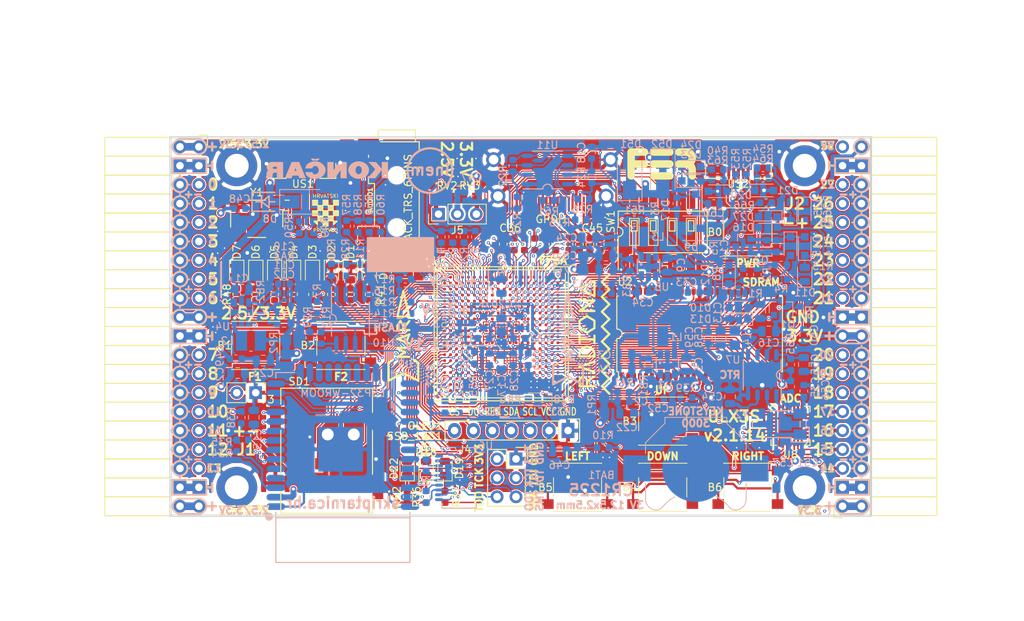
<source format=kicad_pcb>
(kicad_pcb (version 20171130) (host pcbnew 5.0.0+dfsg1-2)
  (layers (0 F.Cu signal) (1 In1.Cu signal) (2 In2.Cu signal) (31 B.Cu signal) (34 B.Paste user) (35 F.Paste user) (36 B.SilkS user) (37 F.SilkS user) (38 B.Mask user) (39 F.Mask user) (44 Edge.Cuts user))
  (net 0 "")
  (net 1 GND)
  (net 2 +5V)
  (net 3 /gpio/IN5V)
  (net 4 /gpio/OUT5V)
  (net 5 +3V3)
  (net 6 BTN_D)
  (net 7 BTN_F1)
  (net 8 BTN_F2)
  (net 9 BTN_L)
  (net 10 BTN_R)
  (net 11 BTN_U)
  (net 12 /power/FB1)
  (net 13 +2V5)
  (net 14 /power/PWREN)
  (net 15 /power/FB3)
  (net 16 /power/FB2)
  (net 17 /power/VBAT)
  (net 18 JTAG_TDI)
  (net 19 JTAG_TCK)
  (net 20 JTAG_TMS)
  (net 21 JTAG_TDO)
  (net 22 /power/WAKEUPn)
  (net 23 /power/WKUP)
  (net 24 /power/SHUT)
  (net 25 /power/WAKE)
  (net 26 /power/HOLD)
  (net 27 /power/WKn)
  (net 28 /power/OSCI_32k)
  (net 29 /power/OSCO_32k)
  (net 30 SHUTDOWN)
  (net 31 GPDI_SDA)
  (net 32 GPDI_SCL)
  (net 33 /gpdi/VREF2)
  (net 34 SD_CMD)
  (net 35 SD_CLK)
  (net 36 SD_D0)
  (net 37 SD_D1)
  (net 38 USB5V)
  (net 39 GPDI_CEC)
  (net 40 nRESET)
  (net 41 FTDI_nDTR)
  (net 42 SDRAM_CKE)
  (net 43 SDRAM_A7)
  (net 44 SDRAM_D15)
  (net 45 SDRAM_BA1)
  (net 46 SDRAM_D7)
  (net 47 SDRAM_A6)
  (net 48 SDRAM_CLK)
  (net 49 SDRAM_D13)
  (net 50 SDRAM_BA0)
  (net 51 SDRAM_D6)
  (net 52 SDRAM_A5)
  (net 53 SDRAM_D14)
  (net 54 SDRAM_A11)
  (net 55 SDRAM_D12)
  (net 56 SDRAM_D5)
  (net 57 SDRAM_A4)
  (net 58 SDRAM_A10)
  (net 59 SDRAM_D11)
  (net 60 SDRAM_A3)
  (net 61 SDRAM_D4)
  (net 62 SDRAM_D10)
  (net 63 SDRAM_D9)
  (net 64 SDRAM_A9)
  (net 65 SDRAM_D3)
  (net 66 SDRAM_D8)
  (net 67 SDRAM_A8)
  (net 68 SDRAM_A2)
  (net 69 SDRAM_A1)
  (net 70 SDRAM_A0)
  (net 71 SDRAM_D2)
  (net 72 SDRAM_D1)
  (net 73 SDRAM_D0)
  (net 74 SDRAM_DQM0)
  (net 75 SDRAM_nCS)
  (net 76 SDRAM_nRAS)
  (net 77 SDRAM_DQM1)
  (net 78 SDRAM_nCAS)
  (net 79 SDRAM_nWE)
  (net 80 /flash/FLASH_nWP)
  (net 81 /flash/FLASH_nHOLD)
  (net 82 /flash/FLASH_MOSI)
  (net 83 /flash/FLASH_MISO)
  (net 84 /flash/FLASH_SCK)
  (net 85 /flash/FLASH_nCS)
  (net 86 /flash/FPGA_PROGRAMN)
  (net 87 /flash/FPGA_DONE)
  (net 88 /flash/FPGA_INITN)
  (net 89 OLED_RES)
  (net 90 OLED_DC)
  (net 91 OLED_CS)
  (net 92 WIFI_EN)
  (net 93 FTDI_nRTS)
  (net 94 FTDI_TXD)
  (net 95 FTDI_RXD)
  (net 96 WIFI_RXD)
  (net 97 WIFI_GPIO0)
  (net 98 WIFI_TXD)
  (net 99 USB_FTDI_D+)
  (net 100 USB_FTDI_D-)
  (net 101 SD_D3)
  (net 102 AUDIO_L3)
  (net 103 AUDIO_L2)
  (net 104 AUDIO_L1)
  (net 105 AUDIO_L0)
  (net 106 AUDIO_R3)
  (net 107 AUDIO_R2)
  (net 108 AUDIO_R1)
  (net 109 AUDIO_R0)
  (net 110 OLED_CLK)
  (net 111 OLED_MOSI)
  (net 112 LED0)
  (net 113 LED1)
  (net 114 LED2)
  (net 115 LED3)
  (net 116 LED4)
  (net 117 LED5)
  (net 118 LED6)
  (net 119 LED7)
  (net 120 BTN_PWRn)
  (net 121 FTDI_nTXLED)
  (net 122 FTDI_nSLEEP)
  (net 123 /blinkey/LED_PWREN)
  (net 124 /blinkey/LED_TXLED)
  (net 125 /sdcard/SD3V3)
  (net 126 SD_D2)
  (net 127 CLK_25MHz)
  (net 128 /blinkey/BTNPUL)
  (net 129 /blinkey/BTNPUR)
  (net 130 USB_FPGA_D+)
  (net 131 /power/FTDI_nSUSPEND)
  (net 132 /blinkey/ALED0)
  (net 133 /blinkey/ALED1)
  (net 134 /blinkey/ALED2)
  (net 135 /blinkey/ALED3)
  (net 136 /blinkey/ALED4)
  (net 137 /blinkey/ALED5)
  (net 138 /blinkey/ALED6)
  (net 139 /blinkey/ALED7)
  (net 140 /usb/FTD-)
  (net 141 /usb/FTD+)
  (net 142 ADC_MISO)
  (net 143 ADC_MOSI)
  (net 144 ADC_CSn)
  (net 145 ADC_SCLK)
  (net 146 SW3)
  (net 147 SW2)
  (net 148 SW1)
  (net 149 USB_FPGA_D-)
  (net 150 /usb/FPD+)
  (net 151 /usb/FPD-)
  (net 152 WIFI_GPIO16)
  (net 153 /usb/ANT_433MHz)
  (net 154 PROG_DONE)
  (net 155 /power/P3V3)
  (net 156 /power/P2V5)
  (net 157 /power/L1)
  (net 158 /power/L3)
  (net 159 /power/L2)
  (net 160 FTDI_TXDEN)
  (net 161 SDRAM_A12)
  (net 162 /analog/AUDIO_V)
  (net 163 AUDIO_V3)
  (net 164 AUDIO_V2)
  (net 165 AUDIO_V1)
  (net 166 AUDIO_V0)
  (net 167 /blinkey/LED_WIFI)
  (net 168 /power/P1V1)
  (net 169 +1V1)
  (net 170 SW4)
  (net 171 /blinkey/SWPU)
  (net 172 /wifi/WIFIEN)
  (net 173 FT2V5)
  (net 174 GN0)
  (net 175 GP0)
  (net 176 GN1)
  (net 177 GP1)
  (net 178 GN2)
  (net 179 GP2)
  (net 180 GN3)
  (net 181 GP3)
  (net 182 GN4)
  (net 183 GP4)
  (net 184 GN5)
  (net 185 GP5)
  (net 186 GN6)
  (net 187 GP6)
  (net 188 GN14)
  (net 189 GP14)
  (net 190 GN15)
  (net 191 GP15)
  (net 192 GN16)
  (net 193 GP16)
  (net 194 GN17)
  (net 195 GP17)
  (net 196 GN18)
  (net 197 GP18)
  (net 198 GN19)
  (net 199 GP19)
  (net 200 GN20)
  (net 201 GP20)
  (net 202 GN21)
  (net 203 GP21)
  (net 204 GN22)
  (net 205 GP22)
  (net 206 GN23)
  (net 207 GP23)
  (net 208 GN24)
  (net 209 GP24)
  (net 210 GN25)
  (net 211 GP25)
  (net 212 GN26)
  (net 213 GP26)
  (net 214 GN27)
  (net 215 GP27)
  (net 216 GN7)
  (net 217 GP7)
  (net 218 GN8)
  (net 219 GP8)
  (net 220 GN9)
  (net 221 GP9)
  (net 222 GN10)
  (net 223 GP10)
  (net 224 GN11)
  (net 225 GP11)
  (net 226 GN12)
  (net 227 GP12)
  (net 228 GN13)
  (net 229 GP13)
  (net 230 WIFI_GPIO5)
  (net 231 WIFI_GPIO17)
  (net 232 USB_FPGA_PULL_D+)
  (net 233 USB_FPGA_PULL_D-)
  (net 234 "Net-(D23-Pad2)")
  (net 235 "Net-(D24-Pad1)")
  (net 236 "Net-(D25-Pad2)")
  (net 237 "Net-(D26-Pad1)")
  (net 238 /gpdi/GPDI_ETH+)
  (net 239 FPDI_ETH+)
  (net 240 /gpdi/GPDI_ETH-)
  (net 241 FPDI_ETH-)
  (net 242 /gpdi/GPDI_D2-)
  (net 243 FPDI_D2-)
  (net 244 /gpdi/GPDI_D1-)
  (net 245 FPDI_D1-)
  (net 246 /gpdi/GPDI_D0-)
  (net 247 FPDI_D0-)
  (net 248 /gpdi/GPDI_CLK-)
  (net 249 FPDI_CLK-)
  (net 250 /gpdi/GPDI_D2+)
  (net 251 FPDI_D2+)
  (net 252 /gpdi/GPDI_D1+)
  (net 253 FPDI_D1+)
  (net 254 /gpdi/GPDI_D0+)
  (net 255 FPDI_D0+)
  (net 256 /gpdi/GPDI_CLK+)
  (net 257 FPDI_CLK+)
  (net 258 FPDI_SDA)
  (net 259 FPDI_SCL)
  (net 260 /gpdi/FPDI_CEC)
  (net 261 2V5_3V3)
  (net 262 /usb/US2VBUS)
  (net 263 /power/SHD)
  (net 264 /power/RTCVDD)
  (net 265 "Net-(D27-Pad2)")
  (net 266 US2_ID)
  (net 267 /analog/AUDIO_L)
  (net 268 /analog/AUDIO_R)
  (net 269 /analog/ADC3V3)
  (net 270 PWRBTn)
  (net 271 USER_PROGRAMN)
  (module lfe5bg381:BGA-381_pitch0.8mm_dia0.4mm (layer F.Cu) (at 138.48 87.8)
    (fp_text reference U1 (at -8.2 -9.8) (layer F.SilkS))
    (fp_text value LFE5U-85F-6BG381C hide)
    (pad Y19 smd circle (at 6.8 7.6) (size 0.4 0.4) (layers F.Cu F.Paste F.Mask) (net 1 GND))
    (pad Y17 smd circle (at 5.2 7.6) (size 0.4 0.4) (layers F.Cu F.Paste F.Mask) (net 1 GND))
    (pad Y16 smd circle (at 4.4 7.6) (size 0.4 0.4) (layers F.Cu F.Paste F.Mask) (net 1 GND))
    (pad Y15 smd circle (at 3.6 7.6) (size 0.4 0.4) (layers F.Cu F.Paste F.Mask) (net 1 GND))
    (pad Y14 smd circle (at 2.8 7.6) (size 0.4 0.4) (layers F.Cu F.Paste F.Mask) (net 1 GND))
    (pad Y12 smd circle (at 1.2 7.6) (size 0.4 0.4) (layers F.Cu F.Paste F.Mask) (net 1 GND))
    (pad Y11 smd circle (at 0.4 7.6) (size 0.4 0.4) (layers F.Cu F.Paste F.Mask) (net 1 GND))
    (pad Y8 smd circle (at -2 7.6) (size 0.4 0.4) (layers F.Cu F.Paste F.Mask) (net 1 GND))
    (pad Y7 smd circle (at -2.8 7.6) (size 0.4 0.4) (layers F.Cu F.Paste F.Mask) (net 1 GND))
    (pad Y6 smd circle (at -3.6 7.6) (size 0.4 0.4) (layers F.Cu F.Paste F.Mask) (net 1 GND))
    (pad Y5 smd circle (at -4.4 7.6) (size 0.4 0.4) (layers F.Cu F.Paste F.Mask) (net 1 GND))
    (pad Y3 smd circle (at -6 7.6) (size 0.4 0.4) (layers F.Cu F.Paste F.Mask) (net 87 /flash/FPGA_DONE))
    (pad Y2 smd circle (at -6.8 7.6) (size 0.4 0.4) (layers F.Cu F.Paste F.Mask) (net 80 /flash/FLASH_nWP))
    (pad W20 smd circle (at 7.6 6.8) (size 0.4 0.4) (layers F.Cu F.Paste F.Mask) (net 1 GND))
    (pad W19 smd circle (at 6.8 6.8) (size 0.4 0.4) (layers F.Cu F.Paste F.Mask) (net 1 GND))
    (pad W18 smd circle (at 6 6.8) (size 0.4 0.4) (layers F.Cu F.Paste F.Mask))
    (pad W17 smd circle (at 5.2 6.8) (size 0.4 0.4) (layers F.Cu F.Paste F.Mask))
    (pad W16 smd circle (at 4.4 6.8) (size 0.4 0.4) (layers F.Cu F.Paste F.Mask) (net 1 GND))
    (pad W15 smd circle (at 3.6 6.8) (size 0.4 0.4) (layers F.Cu F.Paste F.Mask) (net 1 GND))
    (pad W14 smd circle (at 2.8 6.8) (size 0.4 0.4) (layers F.Cu F.Paste F.Mask))
    (pad W13 smd circle (at 2 6.8) (size 0.4 0.4) (layers F.Cu F.Paste F.Mask))
    (pad W12 smd circle (at 1.2 6.8) (size 0.4 0.4) (layers F.Cu F.Paste F.Mask) (net 1 GND))
    (pad W11 smd circle (at 0.4 6.8) (size 0.4 0.4) (layers F.Cu F.Paste F.Mask))
    (pad W10 smd circle (at -0.4 6.8) (size 0.4 0.4) (layers F.Cu F.Paste F.Mask))
    (pad W9 smd circle (at -1.2 6.8) (size 0.4 0.4) (layers F.Cu F.Paste F.Mask))
    (pad W8 smd circle (at -2 6.8) (size 0.4 0.4) (layers F.Cu F.Paste F.Mask))
    (pad W7 smd circle (at -2.8 6.8) (size 0.4 0.4) (layers F.Cu F.Paste F.Mask) (net 1 GND))
    (pad W6 smd circle (at -3.6 6.8) (size 0.4 0.4) (layers F.Cu F.Paste F.Mask) (net 1 GND))
    (pad W5 smd circle (at -4.4 6.8) (size 0.4 0.4) (layers F.Cu F.Paste F.Mask))
    (pad W4 smd circle (at -5.2 6.8) (size 0.4 0.4) (layers F.Cu F.Paste F.Mask))
    (pad W3 smd circle (at -6 6.8) (size 0.4 0.4) (layers F.Cu F.Paste F.Mask) (net 86 /flash/FPGA_PROGRAMN))
    (pad W2 smd circle (at -6.8 6.8) (size 0.4 0.4) (layers F.Cu F.Paste F.Mask) (net 82 /flash/FLASH_MOSI))
    (pad W1 smd circle (at -7.6 6.8) (size 0.4 0.4) (layers F.Cu F.Paste F.Mask) (net 81 /flash/FLASH_nHOLD))
    (pad V20 smd circle (at 7.6 6) (size 0.4 0.4) (layers F.Cu F.Paste F.Mask) (net 1 GND))
    (pad V19 smd circle (at 6.8 6) (size 0.4 0.4) (layers F.Cu F.Paste F.Mask) (net 1 GND))
    (pad V18 smd circle (at 6 6) (size 0.4 0.4) (layers F.Cu F.Paste F.Mask) (net 1 GND))
    (pad V17 smd circle (at 5.2 6) (size 0.4 0.4) (layers F.Cu F.Paste F.Mask) (net 1 GND))
    (pad V16 smd circle (at 4.4 6) (size 0.4 0.4) (layers F.Cu F.Paste F.Mask) (net 1 GND))
    (pad V15 smd circle (at 3.6 6) (size 0.4 0.4) (layers F.Cu F.Paste F.Mask) (net 1 GND))
    (pad V14 smd circle (at 2.8 6) (size 0.4 0.4) (layers F.Cu F.Paste F.Mask) (net 1 GND))
    (pad V13 smd circle (at 2 6) (size 0.4 0.4) (layers F.Cu F.Paste F.Mask) (net 1 GND))
    (pad V12 smd circle (at 1.2 6) (size 0.4 0.4) (layers F.Cu F.Paste F.Mask) (net 1 GND))
    (pad V11 smd circle (at 0.4 6) (size 0.4 0.4) (layers F.Cu F.Paste F.Mask) (net 1 GND))
    (pad V10 smd circle (at -0.4 6) (size 0.4 0.4) (layers F.Cu F.Paste F.Mask) (net 1 GND))
    (pad V9 smd circle (at -1.2 6) (size 0.4 0.4) (layers F.Cu F.Paste F.Mask) (net 1 GND))
    (pad V8 smd circle (at -2 6) (size 0.4 0.4) (layers F.Cu F.Paste F.Mask) (net 1 GND))
    (pad V7 smd circle (at -2.8 6) (size 0.4 0.4) (layers F.Cu F.Paste F.Mask) (net 1 GND))
    (pad V6 smd circle (at -3.6 6) (size 0.4 0.4) (layers F.Cu F.Paste F.Mask) (net 1 GND))
    (pad V5 smd circle (at -4.4 6) (size 0.4 0.4) (layers F.Cu F.Paste F.Mask) (net 1 GND))
    (pad V4 smd circle (at -5.2 6) (size 0.4 0.4) (layers F.Cu F.Paste F.Mask) (net 21 JTAG_TDO))
    (pad V3 smd circle (at -6 6) (size 0.4 0.4) (layers F.Cu F.Paste F.Mask) (net 88 /flash/FPGA_INITN))
    (pad V2 smd circle (at -6.8 6) (size 0.4 0.4) (layers F.Cu F.Paste F.Mask) (net 83 /flash/FLASH_MISO))
    (pad V1 smd circle (at -7.6 6) (size 0.4 0.4) (layers F.Cu F.Paste F.Mask) (net 6 BTN_D))
    (pad U20 smd circle (at 7.6 5.2) (size 0.4 0.4) (layers F.Cu F.Paste F.Mask) (net 46 SDRAM_D7))
    (pad U19 smd circle (at 6.8 5.2) (size 0.4 0.4) (layers F.Cu F.Paste F.Mask) (net 74 SDRAM_DQM0))
    (pad U18 smd circle (at 6 5.2) (size 0.4 0.4) (layers F.Cu F.Paste F.Mask) (net 189 GP14))
    (pad U17 smd circle (at 5.2 5.2) (size 0.4 0.4) (layers F.Cu F.Paste F.Mask) (net 188 GN14))
    (pad U16 smd circle (at 4.4 5.2) (size 0.4 0.4) (layers F.Cu F.Paste F.Mask) (net 142 ADC_MISO))
    (pad U15 smd circle (at 3.6 5.2) (size 0.4 0.4) (layers F.Cu F.Paste F.Mask) (net 1 GND))
    (pad U14 smd circle (at 2.8 5.2) (size 0.4 0.4) (layers F.Cu F.Paste F.Mask) (net 1 GND))
    (pad U13 smd circle (at 2 5.2) (size 0.4 0.4) (layers F.Cu F.Paste F.Mask) (net 1 GND))
    (pad U12 smd circle (at 1.2 5.2) (size 0.4 0.4) (layers F.Cu F.Paste F.Mask) (net 1 GND))
    (pad U11 smd circle (at 0.4 5.2) (size 0.4 0.4) (layers F.Cu F.Paste F.Mask) (net 1 GND))
    (pad U10 smd circle (at -0.4 5.2) (size 0.4 0.4) (layers F.Cu F.Paste F.Mask) (net 1 GND))
    (pad U9 smd circle (at -1.2 5.2) (size 0.4 0.4) (layers F.Cu F.Paste F.Mask) (net 1 GND))
    (pad U8 smd circle (at -2 5.2) (size 0.4 0.4) (layers F.Cu F.Paste F.Mask) (net 1 GND))
    (pad U7 smd circle (at -2.8 5.2) (size 0.4 0.4) (layers F.Cu F.Paste F.Mask) (net 1 GND))
    (pad U6 smd circle (at -3.6 5.2) (size 0.4 0.4) (layers F.Cu F.Paste F.Mask) (net 1 GND))
    (pad U5 smd circle (at -4.4 5.2) (size 0.4 0.4) (layers F.Cu F.Paste F.Mask) (net 20 JTAG_TMS))
    (pad U4 smd circle (at -5.2 5.2) (size 0.4 0.4) (layers F.Cu F.Paste F.Mask) (net 1 GND))
    (pad U3 smd circle (at -6 5.2) (size 0.4 0.4) (layers F.Cu F.Paste F.Mask) (net 84 /flash/FLASH_SCK))
    (pad U2 smd circle (at -6.8 5.2) (size 0.4 0.4) (layers F.Cu F.Paste F.Mask) (net 5 +3V3))
    (pad U1 smd circle (at -7.6 5.2) (size 0.4 0.4) (layers F.Cu F.Paste F.Mask) (net 9 BTN_L))
    (pad T20 smd circle (at 7.6 4.4) (size 0.4 0.4) (layers F.Cu F.Paste F.Mask) (net 79 SDRAM_nWE))
    (pad T19 smd circle (at 6.8 4.4) (size 0.4 0.4) (layers F.Cu F.Paste F.Mask) (net 78 SDRAM_nCAS))
    (pad T18 smd circle (at 6 4.4) (size 0.4 0.4) (layers F.Cu F.Paste F.Mask) (net 56 SDRAM_D5))
    (pad T17 smd circle (at 5.2 4.4) (size 0.4 0.4) (layers F.Cu F.Paste F.Mask) (net 51 SDRAM_D6))
    (pad T16 smd circle (at 4.4 4.4) (size 0.4 0.4) (layers F.Cu F.Paste F.Mask))
    (pad T15 smd circle (at 3.6 4.4) (size 0.4 0.4) (layers F.Cu F.Paste F.Mask) (net 1 GND))
    (pad T14 smd circle (at 2.8 4.4) (size 0.4 0.4) (layers F.Cu F.Paste F.Mask) (net 1 GND))
    (pad T13 smd circle (at 2 4.4) (size 0.4 0.4) (layers F.Cu F.Paste F.Mask) (net 1 GND))
    (pad T12 smd circle (at 1.2 4.4) (size 0.4 0.4) (layers F.Cu F.Paste F.Mask) (net 1 GND))
    (pad T11 smd circle (at 0.4 4.4) (size 0.4 0.4) (layers F.Cu F.Paste F.Mask) (net 1 GND))
    (pad T10 smd circle (at -0.4 4.4) (size 0.4 0.4) (layers F.Cu F.Paste F.Mask) (net 1 GND))
    (pad T9 smd circle (at -1.2 4.4) (size 0.4 0.4) (layers F.Cu F.Paste F.Mask) (net 1 GND))
    (pad T8 smd circle (at -2 4.4) (size 0.4 0.4) (layers F.Cu F.Paste F.Mask) (net 1 GND))
    (pad T7 smd circle (at -2.8 4.4) (size 0.4 0.4) (layers F.Cu F.Paste F.Mask) (net 1 GND))
    (pad T6 smd circle (at -3.6 4.4) (size 0.4 0.4) (layers F.Cu F.Paste F.Mask) (net 1 GND))
    (pad T5 smd circle (at -4.4 4.4) (size 0.4 0.4) (layers F.Cu F.Paste F.Mask) (net 19 JTAG_TCK))
    (pad T4 smd circle (at -5.2 4.4) (size 0.4 0.4) (layers F.Cu F.Paste F.Mask) (net 5 +3V3))
    (pad T3 smd circle (at -6 4.4) (size 0.4 0.4) (layers F.Cu F.Paste F.Mask) (net 5 +3V3))
    (pad T2 smd circle (at -6.8 4.4) (size 0.4 0.4) (layers F.Cu F.Paste F.Mask) (net 5 +3V3))
    (pad T1 smd circle (at -7.6 4.4) (size 0.4 0.4) (layers F.Cu F.Paste F.Mask) (net 8 BTN_F2))
    (pad R20 smd circle (at 7.6 3.6) (size 0.4 0.4) (layers F.Cu F.Paste F.Mask) (net 76 SDRAM_nRAS))
    (pad R19 smd circle (at 6.8 3.6) (size 0.4 0.4) (layers F.Cu F.Paste F.Mask) (net 1 GND))
    (pad R18 smd circle (at 6 3.6) (size 0.4 0.4) (layers F.Cu F.Paste F.Mask) (net 11 BTN_U))
    (pad R17 smd circle (at 5.2 3.6) (size 0.4 0.4) (layers F.Cu F.Paste F.Mask) (net 144 ADC_CSn))
    (pad R16 smd circle (at 4.4 3.6) (size 0.4 0.4) (layers F.Cu F.Paste F.Mask) (net 143 ADC_MOSI))
    (pad R5 smd circle (at -4.4 3.6) (size 0.4 0.4) (layers F.Cu F.Paste F.Mask) (net 18 JTAG_TDI))
    (pad R4 smd circle (at -5.2 3.6) (size 0.4 0.4) (layers F.Cu F.Paste F.Mask) (net 1 GND))
    (pad R3 smd circle (at -6 3.6) (size 0.4 0.4) (layers F.Cu F.Paste F.Mask))
    (pad R2 smd circle (at -6.8 3.6) (size 0.4 0.4) (layers F.Cu F.Paste F.Mask) (net 85 /flash/FLASH_nCS))
    (pad R1 smd circle (at -7.6 3.6) (size 0.4 0.4) (layers F.Cu F.Paste F.Mask) (net 7 BTN_F1))
    (pad P20 smd circle (at 7.6 2.8) (size 0.4 0.4) (layers F.Cu F.Paste F.Mask) (net 75 SDRAM_nCS))
    (pad P19 smd circle (at 6.8 2.8) (size 0.4 0.4) (layers F.Cu F.Paste F.Mask) (net 50 SDRAM_BA0))
    (pad P18 smd circle (at 6 2.8) (size 0.4 0.4) (layers F.Cu F.Paste F.Mask) (net 61 SDRAM_D4))
    (pad P17 smd circle (at 5.2 2.8) (size 0.4 0.4) (layers F.Cu F.Paste F.Mask) (net 145 ADC_SCLK))
    (pad P16 smd circle (at 4.4 2.8) (size 0.4 0.4) (layers F.Cu F.Paste F.Mask) (net 190 GN15))
    (pad P15 smd circle (at 3.6 2.8) (size 0.4 0.4) (layers F.Cu F.Paste F.Mask) (net 13 +2V5))
    (pad P14 smd circle (at 2.8 2.8) (size 0.4 0.4) (layers F.Cu F.Paste F.Mask) (net 1 GND))
    (pad P13 smd circle (at 2 2.8) (size 0.4 0.4) (layers F.Cu F.Paste F.Mask) (net 1 GND))
    (pad P12 smd circle (at 1.2 2.8) (size 0.4 0.4) (layers F.Cu F.Paste F.Mask) (net 1 GND))
    (pad P11 smd circle (at 0.4 2.8) (size 0.4 0.4) (layers F.Cu F.Paste F.Mask) (net 1 GND))
    (pad P10 smd circle (at -0.4 2.8) (size 0.4 0.4) (layers F.Cu F.Paste F.Mask) (net 5 +3V3))
    (pad P9 smd circle (at -1.2 2.8) (size 0.4 0.4) (layers F.Cu F.Paste F.Mask) (net 5 +3V3))
    (pad P8 smd circle (at -2 2.8) (size 0.4 0.4) (layers F.Cu F.Paste F.Mask) (net 1 GND))
    (pad P7 smd circle (at -2.8 2.8) (size 0.4 0.4) (layers F.Cu F.Paste F.Mask) (net 1 GND))
    (pad P6 smd circle (at -3.6 2.8) (size 0.4 0.4) (layers F.Cu F.Paste F.Mask) (net 13 +2V5))
    (pad P5 smd circle (at -4.4 2.8) (size 0.4 0.4) (layers F.Cu F.Paste F.Mask))
    (pad P4 smd circle (at -5.2 2.8) (size 0.4 0.4) (layers F.Cu F.Paste F.Mask) (net 110 OLED_CLK))
    (pad P3 smd circle (at -6 2.8) (size 0.4 0.4) (layers F.Cu F.Paste F.Mask) (net 111 OLED_MOSI))
    (pad P2 smd circle (at -6.8 2.8) (size 0.4 0.4) (layers F.Cu F.Paste F.Mask) (net 89 OLED_RES))
    (pad P1 smd circle (at -7.6 2.8) (size 0.4 0.4) (layers F.Cu F.Paste F.Mask) (net 90 OLED_DC))
    (pad N20 smd circle (at 7.6 2) (size 0.4 0.4) (layers F.Cu F.Paste F.Mask) (net 45 SDRAM_BA1))
    (pad N19 smd circle (at 6.8 2) (size 0.4 0.4) (layers F.Cu F.Paste F.Mask) (net 58 SDRAM_A10))
    (pad N18 smd circle (at 6 2) (size 0.4 0.4) (layers F.Cu F.Paste F.Mask) (net 65 SDRAM_D3))
    (pad N17 smd circle (at 5.2 2) (size 0.4 0.4) (layers F.Cu F.Paste F.Mask) (net 191 GP15))
    (pad N16 smd circle (at 4.4 2) (size 0.4 0.4) (layers F.Cu F.Paste F.Mask) (net 193 GP16))
    (pad N15 smd circle (at 3.6 2) (size 0.4 0.4) (layers F.Cu F.Paste F.Mask) (net 1 GND))
    (pad N14 smd circle (at 2.8 2) (size 0.4 0.4) (layers F.Cu F.Paste F.Mask) (net 1 GND))
    (pad N13 smd circle (at 2 2) (size 0.4 0.4) (layers F.Cu F.Paste F.Mask) (net 169 +1V1))
    (pad N12 smd circle (at 1.2 2) (size 0.4 0.4) (layers F.Cu F.Paste F.Mask) (net 169 +1V1))
    (pad N11 smd circle (at 0.4 2) (size 0.4 0.4) (layers F.Cu F.Paste F.Mask) (net 169 +1V1))
    (pad N10 smd circle (at -0.4 2) (size 0.4 0.4) (layers F.Cu F.Paste F.Mask) (net 169 +1V1))
    (pad N9 smd circle (at -1.2 2) (size 0.4 0.4) (layers F.Cu F.Paste F.Mask) (net 169 +1V1))
    (pad N8 smd circle (at -2 2) (size 0.4 0.4) (layers F.Cu F.Paste F.Mask) (net 169 +1V1))
    (pad N7 smd circle (at -2.8 2) (size 0.4 0.4) (layers F.Cu F.Paste F.Mask) (net 1 GND))
    (pad N6 smd circle (at -3.6 2) (size 0.4 0.4) (layers F.Cu F.Paste F.Mask) (net 1 GND))
    (pad N5 smd circle (at -4.4 2) (size 0.4 0.4) (layers F.Cu F.Paste F.Mask))
    (pad N4 smd circle (at -5.2 2) (size 0.4 0.4) (layers F.Cu F.Paste F.Mask) (net 230 WIFI_GPIO5))
    (pad N3 smd circle (at -6 2) (size 0.4 0.4) (layers F.Cu F.Paste F.Mask) (net 231 WIFI_GPIO17))
    (pad N2 smd circle (at -6.8 2) (size 0.4 0.4) (layers F.Cu F.Paste F.Mask) (net 91 OLED_CS))
    (pad N1 smd circle (at -7.6 2) (size 0.4 0.4) (layers F.Cu F.Paste F.Mask) (net 41 FTDI_nDTR))
    (pad M20 smd circle (at 7.6 1.2) (size 0.4 0.4) (layers F.Cu F.Paste F.Mask) (net 70 SDRAM_A0))
    (pad M19 smd circle (at 6.8 1.2) (size 0.4 0.4) (layers F.Cu F.Paste F.Mask) (net 69 SDRAM_A1))
    (pad M18 smd circle (at 6 1.2) (size 0.4 0.4) (layers F.Cu F.Paste F.Mask) (net 71 SDRAM_D2))
    (pad M17 smd circle (at 5.2 1.2) (size 0.4 0.4) (layers F.Cu F.Paste F.Mask) (net 192 GN16))
    (pad M16 smd circle (at 4.4 1.2) (size 0.4 0.4) (layers F.Cu F.Paste F.Mask) (net 1 GND))
    (pad M15 smd circle (at 3.6 1.2) (size 0.4 0.4) (layers F.Cu F.Paste F.Mask) (net 5 +3V3))
    (pad M14 smd circle (at 2.8 1.2) (size 0.4 0.4) (layers F.Cu F.Paste F.Mask) (net 1 GND))
    (pad M13 smd circle (at 2 1.2) (size 0.4 0.4) (layers F.Cu F.Paste F.Mask) (net 169 +1V1))
    (pad M12 smd circle (at 1.2 1.2) (size 0.4 0.4) (layers F.Cu F.Paste F.Mask) (net 1 GND))
    (pad M11 smd circle (at 0.4 1.2) (size 0.4 0.4) (layers F.Cu F.Paste F.Mask) (net 1 GND))
    (pad M10 smd circle (at -0.4 1.2) (size 0.4 0.4) (layers F.Cu F.Paste F.Mask) (net 1 GND))
    (pad M9 smd circle (at -1.2 1.2) (size 0.4 0.4) (layers F.Cu F.Paste F.Mask) (net 1 GND))
    (pad M8 smd circle (at -2 1.2) (size 0.4 0.4) (layers F.Cu F.Paste F.Mask) (net 169 +1V1))
    (pad M7 smd circle (at -2.8 1.2) (size 0.4 0.4) (layers F.Cu F.Paste F.Mask) (net 1 GND))
    (pad M6 smd circle (at -3.6 1.2) (size 0.4 0.4) (layers F.Cu F.Paste F.Mask) (net 5 +3V3))
    (pad M5 smd circle (at -4.4 1.2) (size 0.4 0.4) (layers F.Cu F.Paste F.Mask))
    (pad M4 smd circle (at -5.2 1.2) (size 0.4 0.4) (layers F.Cu F.Paste F.Mask) (net 271 USER_PROGRAMN))
    (pad M3 smd circle (at -6 1.2) (size 0.4 0.4) (layers F.Cu F.Paste F.Mask) (net 93 FTDI_nRTS))
    (pad M2 smd circle (at -6.8 1.2) (size 0.4 0.4) (layers F.Cu F.Paste F.Mask) (net 1 GND))
    (pad M1 smd circle (at -7.6 1.2) (size 0.4 0.4) (layers F.Cu F.Paste F.Mask) (net 94 FTDI_TXD))
    (pad L20 smd circle (at 7.6 0.4) (size 0.4 0.4) (layers F.Cu F.Paste F.Mask) (net 68 SDRAM_A2))
    (pad L19 smd circle (at 6.8 0.4) (size 0.4 0.4) (layers F.Cu F.Paste F.Mask) (net 60 SDRAM_A3))
    (pad L18 smd circle (at 6 0.4) (size 0.4 0.4) (layers F.Cu F.Paste F.Mask) (net 72 SDRAM_D1))
    (pad L17 smd circle (at 5.2 0.4) (size 0.4 0.4) (layers F.Cu F.Paste F.Mask) (net 194 GN17))
    (pad L16 smd circle (at 4.4 0.4) (size 0.4 0.4) (layers F.Cu F.Paste F.Mask) (net 195 GP17))
    (pad L15 smd circle (at 3.6 0.4) (size 0.4 0.4) (layers F.Cu F.Paste F.Mask) (net 5 +3V3))
    (pad L14 smd circle (at 2.8 0.4) (size 0.4 0.4) (layers F.Cu F.Paste F.Mask) (net 5 +3V3))
    (pad L13 smd circle (at 2 0.4) (size 0.4 0.4) (layers F.Cu F.Paste F.Mask) (net 169 +1V1))
    (pad L12 smd circle (at 1.2 0.4) (size 0.4 0.4) (layers F.Cu F.Paste F.Mask) (net 1 GND))
    (pad L11 smd circle (at 0.4 0.4) (size 0.4 0.4) (layers F.Cu F.Paste F.Mask) (net 1 GND))
    (pad L10 smd circle (at -0.4 0.4) (size 0.4 0.4) (layers F.Cu F.Paste F.Mask) (net 1 GND))
    (pad L9 smd circle (at -1.2 0.4) (size 0.4 0.4) (layers F.Cu F.Paste F.Mask) (net 1 GND))
    (pad L8 smd circle (at -2 0.4) (size 0.4 0.4) (layers F.Cu F.Paste F.Mask) (net 169 +1V1))
    (pad L7 smd circle (at -2.8 0.4) (size 0.4 0.4) (layers F.Cu F.Paste F.Mask) (net 5 +3V3))
    (pad L6 smd circle (at -3.6 0.4) (size 0.4 0.4) (layers F.Cu F.Paste F.Mask) (net 5 +3V3))
    (pad L5 smd circle (at -4.4 0.4) (size 0.4 0.4) (layers F.Cu F.Paste F.Mask))
    (pad L4 smd circle (at -5.2 0.4) (size 0.4 0.4) (layers F.Cu F.Paste F.Mask) (net 95 FTDI_RXD))
    (pad L3 smd circle (at -6 0.4) (size 0.4 0.4) (layers F.Cu F.Paste F.Mask) (net 160 FTDI_TXDEN))
    (pad L2 smd circle (at -6.8 0.4) (size 0.4 0.4) (layers F.Cu F.Paste F.Mask) (net 97 WIFI_GPIO0))
    (pad L1 smd circle (at -7.6 0.4) (size 0.4 0.4) (layers F.Cu F.Paste F.Mask) (net 152 WIFI_GPIO16))
    (pad K20 smd circle (at 7.6 -0.4) (size 0.4 0.4) (layers F.Cu F.Paste F.Mask) (net 57 SDRAM_A4))
    (pad K19 smd circle (at 6.8 -0.4) (size 0.4 0.4) (layers F.Cu F.Paste F.Mask) (net 52 SDRAM_A5))
    (pad K18 smd circle (at 6 -0.4) (size 0.4 0.4) (layers F.Cu F.Paste F.Mask) (net 47 SDRAM_A6))
    (pad K17 smd circle (at 5.2 -0.4) (size 0.4 0.4) (layers F.Cu F.Paste F.Mask))
    (pad K16 smd circle (at 4.4 -0.4) (size 0.4 0.4) (layers F.Cu F.Paste F.Mask))
    (pad K15 smd circle (at 3.6 -0.4) (size 0.4 0.4) (layers F.Cu F.Paste F.Mask) (net 1 GND))
    (pad K14 smd circle (at 2.8 -0.4) (size 0.4 0.4) (layers F.Cu F.Paste F.Mask) (net 1 GND))
    (pad K13 smd circle (at 2 -0.4) (size 0.4 0.4) (layers F.Cu F.Paste F.Mask) (net 169 +1V1))
    (pad K12 smd circle (at 1.2 -0.4) (size 0.4 0.4) (layers F.Cu F.Paste F.Mask) (net 1 GND))
    (pad K11 smd circle (at 0.4 -0.4) (size 0.4 0.4) (layers F.Cu F.Paste F.Mask) (net 1 GND))
    (pad K10 smd circle (at -0.4 -0.4) (size 0.4 0.4) (layers F.Cu F.Paste F.Mask) (net 1 GND))
    (pad K9 smd circle (at -1.2 -0.4) (size 0.4 0.4) (layers F.Cu F.Paste F.Mask) (net 1 GND))
    (pad K8 smd circle (at -2 -0.4) (size 0.4 0.4) (layers F.Cu F.Paste F.Mask) (net 169 +1V1))
    (pad K7 smd circle (at -2.8 -0.4) (size 0.4 0.4) (layers F.Cu F.Paste F.Mask) (net 1 GND))
    (pad K6 smd circle (at -3.6 -0.4) (size 0.4 0.4) (layers F.Cu F.Paste F.Mask) (net 1 GND))
    (pad K5 smd circle (at -4.4 -0.4) (size 0.4 0.4) (layers F.Cu F.Paste F.Mask))
    (pad K4 smd circle (at -5.2 -0.4) (size 0.4 0.4) (layers F.Cu F.Paste F.Mask) (net 98 WIFI_TXD))
    (pad K3 smd circle (at -6 -0.4) (size 0.4 0.4) (layers F.Cu F.Paste F.Mask) (net 96 WIFI_RXD))
    (pad K2 smd circle (at -6.8 -0.4) (size 0.4 0.4) (layers F.Cu F.Paste F.Mask) (net 101 SD_D3))
    (pad K1 smd circle (at -7.6 -0.4) (size 0.4 0.4) (layers F.Cu F.Paste F.Mask) (net 126 SD_D2))
    (pad J20 smd circle (at 7.6 -1.2) (size 0.4 0.4) (layers F.Cu F.Paste F.Mask) (net 43 SDRAM_A7))
    (pad J19 smd circle (at 6.8 -1.2) (size 0.4 0.4) (layers F.Cu F.Paste F.Mask) (net 67 SDRAM_A8))
    (pad J18 smd circle (at 6 -1.2) (size 0.4 0.4) (layers F.Cu F.Paste F.Mask) (net 53 SDRAM_D14))
    (pad J17 smd circle (at 5.2 -1.2) (size 0.4 0.4) (layers F.Cu F.Paste F.Mask) (net 44 SDRAM_D15))
    (pad J16 smd circle (at 4.4 -1.2) (size 0.4 0.4) (layers F.Cu F.Paste F.Mask) (net 73 SDRAM_D0))
    (pad J15 smd circle (at 3.6 -1.2) (size 0.4 0.4) (layers F.Cu F.Paste F.Mask) (net 5 +3V3))
    (pad J14 smd circle (at 2.8 -1.2) (size 0.4 0.4) (layers F.Cu F.Paste F.Mask) (net 1 GND))
    (pad J13 smd circle (at 2 -1.2) (size 0.4 0.4) (layers F.Cu F.Paste F.Mask) (net 169 +1V1))
    (pad J12 smd circle (at 1.2 -1.2) (size 0.4 0.4) (layers F.Cu F.Paste F.Mask) (net 1 GND))
    (pad J11 smd circle (at 0.4 -1.2) (size 0.4 0.4) (layers F.Cu F.Paste F.Mask) (net 1 GND))
    (pad J10 smd circle (at -0.4 -1.2) (size 0.4 0.4) (layers F.Cu F.Paste F.Mask) (net 1 GND))
    (pad J9 smd circle (at -1.2 -1.2) (size 0.4 0.4) (layers F.Cu F.Paste F.Mask) (net 1 GND))
    (pad J8 smd circle (at -2 -1.2) (size 0.4 0.4) (layers F.Cu F.Paste F.Mask) (net 169 +1V1))
    (pad J7 smd circle (at -2.8 -1.2) (size 0.4 0.4) (layers F.Cu F.Paste F.Mask) (net 1 GND))
    (pad J6 smd circle (at -3.6 -1.2) (size 0.4 0.4) (layers F.Cu F.Paste F.Mask) (net 261 2V5_3V3))
    (pad J5 smd circle (at -4.4 -1.2) (size 0.4 0.4) (layers F.Cu F.Paste F.Mask))
    (pad J4 smd circle (at -5.2 -1.2) (size 0.4 0.4) (layers F.Cu F.Paste F.Mask))
    (pad J3 smd circle (at -6 -1.2) (size 0.4 0.4) (layers F.Cu F.Paste F.Mask) (net 36 SD_D0))
    (pad J2 smd circle (at -6.8 -1.2) (size 0.4 0.4) (layers F.Cu F.Paste F.Mask) (net 1 GND))
    (pad J1 smd circle (at -7.6 -1.2) (size 0.4 0.4) (layers F.Cu F.Paste F.Mask) (net 34 SD_CMD))
    (pad H20 smd circle (at 7.6 -2) (size 0.4 0.4) (layers F.Cu F.Paste F.Mask) (net 64 SDRAM_A9))
    (pad H19 smd circle (at 6.8 -2) (size 0.4 0.4) (layers F.Cu F.Paste F.Mask) (net 1 GND))
    (pad H18 smd circle (at 6 -2) (size 0.4 0.4) (layers F.Cu F.Paste F.Mask) (net 197 GP18))
    (pad H17 smd circle (at 5.2 -2) (size 0.4 0.4) (layers F.Cu F.Paste F.Mask) (net 196 GN18))
    (pad H16 smd circle (at 4.4 -2) (size 0.4 0.4) (layers F.Cu F.Paste F.Mask) (net 10 BTN_R))
    (pad H15 smd circle (at 3.6 -2) (size 0.4 0.4) (layers F.Cu F.Paste F.Mask) (net 5 +3V3))
    (pad H14 smd circle (at 2.8 -2) (size 0.4 0.4) (layers F.Cu F.Paste F.Mask) (net 5 +3V3))
    (pad H13 smd circle (at 2 -2) (size 0.4 0.4) (layers F.Cu F.Paste F.Mask) (net 169 +1V1))
    (pad H12 smd circle (at 1.2 -2) (size 0.4 0.4) (layers F.Cu F.Paste F.Mask) (net 169 +1V1))
    (pad H11 smd circle (at 0.4 -2) (size 0.4 0.4) (layers F.Cu F.Paste F.Mask) (net 169 +1V1))
    (pad H10 smd circle (at -0.4 -2) (size 0.4 0.4) (layers F.Cu F.Paste F.Mask) (net 169 +1V1))
    (pad H9 smd circle (at -1.2 -2) (size 0.4 0.4) (layers F.Cu F.Paste F.Mask) (net 169 +1V1))
    (pad H8 smd circle (at -2 -2) (size 0.4 0.4) (layers F.Cu F.Paste F.Mask) (net 169 +1V1))
    (pad H7 smd circle (at -2.8 -2) (size 0.4 0.4) (layers F.Cu F.Paste F.Mask) (net 261 2V5_3V3))
    (pad H6 smd circle (at -3.6 -2) (size 0.4 0.4) (layers F.Cu F.Paste F.Mask) (net 261 2V5_3V3))
    (pad H5 smd circle (at -4.4 -2) (size 0.4 0.4) (layers F.Cu F.Paste F.Mask) (net 166 AUDIO_V0))
    (pad H4 smd circle (at -5.2 -2) (size 0.4 0.4) (layers F.Cu F.Paste F.Mask) (net 229 GP13))
    (pad H3 smd circle (at -6 -2) (size 0.4 0.4) (layers F.Cu F.Paste F.Mask) (net 119 LED7))
    (pad H2 smd circle (at -6.8 -2) (size 0.4 0.4) (layers F.Cu F.Paste F.Mask) (net 35 SD_CLK))
    (pad H1 smd circle (at -7.6 -2) (size 0.4 0.4) (layers F.Cu F.Paste F.Mask) (net 37 SD_D1))
    (pad G20 smd circle (at 7.6 -2.8) (size 0.4 0.4) (layers F.Cu F.Paste F.Mask) (net 54 SDRAM_A11))
    (pad G19 smd circle (at 6.8 -2.8) (size 0.4 0.4) (layers F.Cu F.Paste F.Mask) (net 161 SDRAM_A12))
    (pad G18 smd circle (at 6 -2.8) (size 0.4 0.4) (layers F.Cu F.Paste F.Mask) (net 198 GN19))
    (pad G17 smd circle (at 5.2 -2.8) (size 0.4 0.4) (layers F.Cu F.Paste F.Mask) (net 1 GND))
    (pad G16 smd circle (at 4.4 -2.8) (size 0.4 0.4) (layers F.Cu F.Paste F.Mask) (net 30 SHUTDOWN))
    (pad G15 smd circle (at 3.6 -2.8) (size 0.4 0.4) (layers F.Cu F.Paste F.Mask) (net 1 GND))
    (pad G14 smd circle (at 2.8 -2.8) (size 0.4 0.4) (layers F.Cu F.Paste F.Mask) (net 1 GND))
    (pad G13 smd circle (at 2 -2.8) (size 0.4 0.4) (layers F.Cu F.Paste F.Mask) (net 1 GND))
    (pad G12 smd circle (at 1.2 -2.8) (size 0.4 0.4) (layers F.Cu F.Paste F.Mask) (net 1 GND))
    (pad G11 smd circle (at 0.4 -2.8) (size 0.4 0.4) (layers F.Cu F.Paste F.Mask) (net 1 GND))
    (pad G10 smd circle (at -0.4 -2.8) (size 0.4 0.4) (layers F.Cu F.Paste F.Mask) (net 1 GND))
    (pad G9 smd circle (at -1.2 -2.8) (size 0.4 0.4) (layers F.Cu F.Paste F.Mask) (net 1 GND))
    (pad G8 smd circle (at -2 -2.8) (size 0.4 0.4) (layers F.Cu F.Paste F.Mask) (net 1 GND))
    (pad G7 smd circle (at -2.8 -2.8) (size 0.4 0.4) (layers F.Cu F.Paste F.Mask) (net 1 GND))
    (pad G6 smd circle (at -3.6 -2.8) (size 0.4 0.4) (layers F.Cu F.Paste F.Mask) (net 1 GND))
    (pad G5 smd circle (at -4.4 -2.8) (size 0.4 0.4) (layers F.Cu F.Paste F.Mask) (net 228 GN13))
    (pad G4 smd circle (at -5.2 -2.8) (size 0.4 0.4) (layers F.Cu F.Paste F.Mask) (net 1 GND))
    (pad G3 smd circle (at -6 -2.8) (size 0.4 0.4) (layers F.Cu F.Paste F.Mask) (net 227 GP12))
    (pad G2 smd circle (at -6.8 -2.8) (size 0.4 0.4) (layers F.Cu F.Paste F.Mask) (net 127 CLK_25MHz))
    (pad G1 smd circle (at -7.6 -2.8) (size 0.4 0.4) (layers F.Cu F.Paste F.Mask) (net 153 /usb/ANT_433MHz))
    (pad F20 smd circle (at 7.6 -3.6) (size 0.4 0.4) (layers F.Cu F.Paste F.Mask) (net 42 SDRAM_CKE))
    (pad F19 smd circle (at 6.8 -3.6) (size 0.4 0.4) (layers F.Cu F.Paste F.Mask) (net 48 SDRAM_CLK))
    (pad F18 smd circle (at 6 -3.6) (size 0.4 0.4) (layers F.Cu F.Paste F.Mask) (net 49 SDRAM_D13))
    (pad F17 smd circle (at 5.2 -3.6) (size 0.4 0.4) (layers F.Cu F.Paste F.Mask) (net 199 GP19))
    (pad F16 smd circle (at 4.4 -3.6) (size 0.4 0.4) (layers F.Cu F.Paste F.Mask) (net 149 USB_FPGA_D-))
    (pad F15 smd circle (at 3.6 -3.6) (size 0.4 0.4) (layers F.Cu F.Paste F.Mask) (net 13 +2V5))
    (pad F14 smd circle (at 2.8 -3.6) (size 0.4 0.4) (layers F.Cu F.Paste F.Mask) (net 1 GND))
    (pad F13 smd circle (at 2 -3.6) (size 0.4 0.4) (layers F.Cu F.Paste F.Mask) (net 1 GND))
    (pad F12 smd circle (at 1.2 -3.6) (size 0.4 0.4) (layers F.Cu F.Paste F.Mask) (net 5 +3V3))
    (pad F11 smd circle (at 0.4 -3.6) (size 0.4 0.4) (layers F.Cu F.Paste F.Mask) (net 5 +3V3))
    (pad F10 smd circle (at -0.4 -3.6) (size 0.4 0.4) (layers F.Cu F.Paste F.Mask) (net 261 2V5_3V3))
    (pad F9 smd circle (at -1.2 -3.6) (size 0.4 0.4) (layers F.Cu F.Paste F.Mask) (net 261 2V5_3V3))
    (pad F8 smd circle (at -2 -3.6) (size 0.4 0.4) (layers F.Cu F.Paste F.Mask) (net 1 GND))
    (pad F7 smd circle (at -2.8 -3.6) (size 0.4 0.4) (layers F.Cu F.Paste F.Mask) (net 1 GND))
    (pad F6 smd circle (at -3.6 -3.6) (size 0.4 0.4) (layers F.Cu F.Paste F.Mask) (net 13 +2V5))
    (pad F5 smd circle (at -4.4 -3.6) (size 0.4 0.4) (layers F.Cu F.Paste F.Mask) (net 164 AUDIO_V2))
    (pad F4 smd circle (at -5.2 -3.6) (size 0.4 0.4) (layers F.Cu F.Paste F.Mask) (net 225 GP11))
    (pad F3 smd circle (at -6 -3.6) (size 0.4 0.4) (layers F.Cu F.Paste F.Mask) (net 226 GN12))
    (pad F2 smd circle (at -6.8 -3.6) (size 0.4 0.4) (layers F.Cu F.Paste F.Mask) (net 165 AUDIO_V1))
    (pad F1 smd circle (at -7.6 -3.6) (size 0.4 0.4) (layers F.Cu F.Paste F.Mask) (net 92 WIFI_EN))
    (pad E20 smd circle (at 7.6 -4.4) (size 0.4 0.4) (layers F.Cu F.Paste F.Mask) (net 77 SDRAM_DQM1))
    (pad E19 smd circle (at 6.8 -4.4) (size 0.4 0.4) (layers F.Cu F.Paste F.Mask) (net 66 SDRAM_D8))
    (pad E18 smd circle (at 6 -4.4) (size 0.4 0.4) (layers F.Cu F.Paste F.Mask) (net 55 SDRAM_D12))
    (pad E17 smd circle (at 5.2 -4.4) (size 0.4 0.4) (layers F.Cu F.Paste F.Mask) (net 200 GN20))
    (pad E16 smd circle (at 4.4 -4.4) (size 0.4 0.4) (layers F.Cu F.Paste F.Mask) (net 130 USB_FPGA_D+))
    (pad E15 smd circle (at 3.6 -4.4) (size 0.4 0.4) (layers F.Cu F.Paste F.Mask) (net 149 USB_FPGA_D-))
    (pad E14 smd circle (at 2.8 -4.4) (size 0.4 0.4) (layers F.Cu F.Paste F.Mask) (net 210 GN25))
    (pad E13 smd circle (at 2 -4.4) (size 0.4 0.4) (layers F.Cu F.Paste F.Mask) (net 214 GN27))
    (pad E12 smd circle (at 1.2 -4.4) (size 0.4 0.4) (layers F.Cu F.Paste F.Mask) (net 259 FPDI_SCL))
    (pad E11 smd circle (at 0.4 -4.4) (size 0.4 0.4) (layers F.Cu F.Paste F.Mask))
    (pad E10 smd circle (at -0.4 -4.4) (size 0.4 0.4) (layers F.Cu F.Paste F.Mask))
    (pad E9 smd circle (at -1.2 -4.4) (size 0.4 0.4) (layers F.Cu F.Paste F.Mask))
    (pad E8 smd circle (at -2 -4.4) (size 0.4 0.4) (layers F.Cu F.Paste F.Mask) (net 148 SW1))
    (pad E7 smd circle (at -2.8 -4.4) (size 0.4 0.4) (layers F.Cu F.Paste F.Mask) (net 170 SW4))
    (pad E6 smd circle (at -3.6 -4.4) (size 0.4 0.4) (layers F.Cu F.Paste F.Mask))
    (pad E5 smd circle (at -4.4 -4.4) (size 0.4 0.4) (layers F.Cu F.Paste F.Mask) (net 163 AUDIO_V3))
    (pad E4 smd circle (at -5.2 -4.4) (size 0.4 0.4) (layers F.Cu F.Paste F.Mask) (net 105 AUDIO_L0))
    (pad E3 smd circle (at -6 -4.4) (size 0.4 0.4) (layers F.Cu F.Paste F.Mask) (net 224 GN11))
    (pad E2 smd circle (at -6.8 -4.4) (size 0.4 0.4) (layers F.Cu F.Paste F.Mask) (net 117 LED5))
    (pad E1 smd circle (at -7.6 -4.4) (size 0.4 0.4) (layers F.Cu F.Paste F.Mask) (net 118 LED6))
    (pad D20 smd circle (at 7.6 -5.2) (size 0.4 0.4) (layers F.Cu F.Paste F.Mask) (net 63 SDRAM_D9))
    (pad D19 smd circle (at 6.8 -5.2) (size 0.4 0.4) (layers F.Cu F.Paste F.Mask) (net 62 SDRAM_D10))
    (pad D18 smd circle (at 6 -5.2) (size 0.4 0.4) (layers F.Cu F.Paste F.Mask) (net 201 GP20))
    (pad D17 smd circle (at 5.2 -5.2) (size 0.4 0.4) (layers F.Cu F.Paste F.Mask) (net 202 GN21))
    (pad D16 smd circle (at 4.4 -5.2) (size 0.4 0.4) (layers F.Cu F.Paste F.Mask) (net 208 GN24))
    (pad D15 smd circle (at 3.6 -5.2) (size 0.4 0.4) (layers F.Cu F.Paste F.Mask) (net 130 USB_FPGA_D+))
    (pad D14 smd circle (at 2.8 -5.2) (size 0.4 0.4) (layers F.Cu F.Paste F.Mask) (net 211 GP25))
    (pad D13 smd circle (at 2 -5.2) (size 0.4 0.4) (layers F.Cu F.Paste F.Mask) (net 215 GP27))
    (pad D12 smd circle (at 1.2 -5.2) (size 0.4 0.4) (layers F.Cu F.Paste F.Mask))
    (pad D11 smd circle (at 0.4 -5.2) (size 0.4 0.4) (layers F.Cu F.Paste F.Mask))
    (pad D10 smd circle (at -0.4 -5.2) (size 0.4 0.4) (layers F.Cu F.Paste F.Mask))
    (pad D9 smd circle (at -1.2 -5.2) (size 0.4 0.4) (layers F.Cu F.Paste F.Mask))
    (pad D8 smd circle (at -2 -5.2) (size 0.4 0.4) (layers F.Cu F.Paste F.Mask) (net 147 SW2))
    (pad D7 smd circle (at -2.8 -5.2) (size 0.4 0.4) (layers F.Cu F.Paste F.Mask) (net 146 SW3))
    (pad D6 smd circle (at -3.6 -5.2) (size 0.4 0.4) (layers F.Cu F.Paste F.Mask) (net 120 BTN_PWRn))
    (pad D5 smd circle (at -4.4 -5.2) (size 0.4 0.4) (layers F.Cu F.Paste F.Mask) (net 107 AUDIO_R2))
    (pad D4 smd circle (at -5.2 -5.2) (size 0.4 0.4) (layers F.Cu F.Paste F.Mask) (net 1 GND))
    (pad D3 smd circle (at -6 -5.2) (size 0.4 0.4) (layers F.Cu F.Paste F.Mask) (net 104 AUDIO_L1))
    (pad D2 smd circle (at -6.8 -5.2) (size 0.4 0.4) (layers F.Cu F.Paste F.Mask) (net 115 LED3))
    (pad D1 smd circle (at -7.6 -5.2) (size 0.4 0.4) (layers F.Cu F.Paste F.Mask) (net 116 LED4))
    (pad C20 smd circle (at 7.6 -6) (size 0.4 0.4) (layers F.Cu F.Paste F.Mask) (net 59 SDRAM_D11))
    (pad C19 smd circle (at 6.8 -6) (size 0.4 0.4) (layers F.Cu F.Paste F.Mask) (net 1 GND))
    (pad C18 smd circle (at 6 -6) (size 0.4 0.4) (layers F.Cu F.Paste F.Mask) (net 203 GP21))
    (pad C17 smd circle (at 5.2 -6) (size 0.4 0.4) (layers F.Cu F.Paste F.Mask) (net 206 GN23))
    (pad C16 smd circle (at 4.4 -6) (size 0.4 0.4) (layers F.Cu F.Paste F.Mask) (net 209 GP24))
    (pad C15 smd circle (at 3.6 -6) (size 0.4 0.4) (layers F.Cu F.Paste F.Mask) (net 204 GN22))
    (pad C14 smd circle (at 2.8 -6) (size 0.4 0.4) (layers F.Cu F.Paste F.Mask) (net 245 FPDI_D1-))
    (pad C13 smd circle (at 2 -6) (size 0.4 0.4) (layers F.Cu F.Paste F.Mask) (net 212 GN26))
    (pad C12 smd circle (at 1.2 -6) (size 0.4 0.4) (layers F.Cu F.Paste F.Mask) (net 233 USB_FPGA_PULL_D-))
    (pad C11 smd circle (at 0.4 -6) (size 0.4 0.4) (layers F.Cu F.Paste F.Mask) (net 174 GN0))
    (pad C10 smd circle (at -0.4 -6) (size 0.4 0.4) (layers F.Cu F.Paste F.Mask) (net 180 GN3))
    (pad C9 smd circle (at -1.2 -6) (size 0.4 0.4) (layers F.Cu F.Paste F.Mask))
    (pad C8 smd circle (at -2 -6) (size 0.4 0.4) (layers F.Cu F.Paste F.Mask) (net 185 GP5))
    (pad C7 smd circle (at -2.8 -6) (size 0.4 0.4) (layers F.Cu F.Paste F.Mask) (net 186 GN6))
    (pad C6 smd circle (at -3.6 -6) (size 0.4 0.4) (layers F.Cu F.Paste F.Mask) (net 187 GP6))
    (pad C5 smd circle (at -4.4 -6) (size 0.4 0.4) (layers F.Cu F.Paste F.Mask) (net 106 AUDIO_R3))
    (pad C4 smd circle (at -5.2 -6) (size 0.4 0.4) (layers F.Cu F.Paste F.Mask) (net 223 GP10))
    (pad C3 smd circle (at -6 -6) (size 0.4 0.4) (layers F.Cu F.Paste F.Mask) (net 103 AUDIO_L2))
    (pad C2 smd circle (at -6.8 -6) (size 0.4 0.4) (layers F.Cu F.Paste F.Mask) (net 113 LED1))
    (pad C1 smd circle (at -7.6 -6) (size 0.4 0.4) (layers F.Cu F.Paste F.Mask) (net 114 LED2))
    (pad B20 smd circle (at 7.6 -6.8) (size 0.4 0.4) (layers F.Cu F.Paste F.Mask) (net 241 FPDI_ETH-))
    (pad B19 smd circle (at 6.8 -6.8) (size 0.4 0.4) (layers F.Cu F.Paste F.Mask) (net 258 FPDI_SDA))
    (pad B18 smd circle (at 6 -6.8) (size 0.4 0.4) (layers F.Cu F.Paste F.Mask) (net 249 FPDI_CLK-))
    (pad B17 smd circle (at 5.2 -6.8) (size 0.4 0.4) (layers F.Cu F.Paste F.Mask) (net 207 GP23))
    (pad B16 smd circle (at 4.4 -6.8) (size 0.4 0.4) (layers F.Cu F.Paste F.Mask) (net 247 FPDI_D0-))
    (pad B15 smd circle (at 3.6 -6.8) (size 0.4 0.4) (layers F.Cu F.Paste F.Mask) (net 205 GP22))
    (pad B14 smd circle (at 2.8 -6.8) (size 0.4 0.4) (layers F.Cu F.Paste F.Mask) (net 1 GND))
    (pad B13 smd circle (at 2 -6.8) (size 0.4 0.4) (layers F.Cu F.Paste F.Mask) (net 213 GP26))
    (pad B12 smd circle (at 1.2 -6.8) (size 0.4 0.4) (layers F.Cu F.Paste F.Mask) (net 232 USB_FPGA_PULL_D+))
    (pad B11 smd circle (at 0.4 -6.8) (size 0.4 0.4) (layers F.Cu F.Paste F.Mask) (net 175 GP0))
    (pad B10 smd circle (at -0.4 -6.8) (size 0.4 0.4) (layers F.Cu F.Paste F.Mask) (net 178 GN2))
    (pad B9 smd circle (at -1.2 -6.8) (size 0.4 0.4) (layers F.Cu F.Paste F.Mask) (net 181 GP3))
    (pad B8 smd circle (at -2 -6.8) (size 0.4 0.4) (layers F.Cu F.Paste F.Mask) (net 184 GN5))
    (pad B7 smd circle (at -2.8 -6.8) (size 0.4 0.4) (layers F.Cu F.Paste F.Mask) (net 1 GND))
    (pad B6 smd circle (at -3.6 -6.8) (size 0.4 0.4) (layers F.Cu F.Paste F.Mask) (net 216 GN7))
    (pad B5 smd circle (at -4.4 -6.8) (size 0.4 0.4) (layers F.Cu F.Paste F.Mask) (net 108 AUDIO_R1))
    (pad B4 smd circle (at -5.2 -6.8) (size 0.4 0.4) (layers F.Cu F.Paste F.Mask) (net 222 GN10))
    (pad B3 smd circle (at -6 -6.8) (size 0.4 0.4) (layers F.Cu F.Paste F.Mask) (net 102 AUDIO_L3))
    (pad B2 smd circle (at -6.8 -6.8) (size 0.4 0.4) (layers F.Cu F.Paste F.Mask) (net 112 LED0))
    (pad B1 smd circle (at -7.6 -6.8) (size 0.4 0.4) (layers F.Cu F.Paste F.Mask) (net 220 GN9))
    (pad A19 smd circle (at 6.8 -7.6) (size 0.4 0.4) (layers F.Cu F.Paste F.Mask) (net 239 FPDI_ETH+))
    (pad A18 smd circle (at 6 -7.6) (size 0.4 0.4) (layers F.Cu F.Paste F.Mask) (net 260 /gpdi/FPDI_CEC))
    (pad A17 smd circle (at 5.2 -7.6) (size 0.4 0.4) (layers F.Cu F.Paste F.Mask) (net 257 FPDI_CLK+))
    (pad A16 smd circle (at 4.4 -7.6) (size 0.4 0.4) (layers F.Cu F.Paste F.Mask) (net 255 FPDI_D0+))
    (pad A15 smd circle (at 3.6 -7.6) (size 0.4 0.4) (layers F.Cu F.Paste F.Mask))
    (pad A14 smd circle (at 2.8 -7.6) (size 0.4 0.4) (layers F.Cu F.Paste F.Mask) (net 253 FPDI_D1+))
    (pad A13 smd circle (at 2 -7.6) (size 0.4 0.4) (layers F.Cu F.Paste F.Mask) (net 243 FPDI_D2-))
    (pad A12 smd circle (at 1.2 -7.6) (size 0.4 0.4) (layers F.Cu F.Paste F.Mask) (net 251 FPDI_D2+))
    (pad A11 smd circle (at 0.4 -7.6) (size 0.4 0.4) (layers F.Cu F.Paste F.Mask) (net 176 GN1))
    (pad A10 smd circle (at -0.4 -7.6) (size 0.4 0.4) (layers F.Cu F.Paste F.Mask) (net 177 GP1))
    (pad A9 smd circle (at -1.2 -7.6) (size 0.4 0.4) (layers F.Cu F.Paste F.Mask) (net 179 GP2))
    (pad A8 smd circle (at -2 -7.6) (size 0.4 0.4) (layers F.Cu F.Paste F.Mask) (net 182 GN4))
    (pad A7 smd circle (at -2.8 -7.6) (size 0.4 0.4) (layers F.Cu F.Paste F.Mask) (net 183 GP4))
    (pad A6 smd circle (at -3.6 -7.6) (size 0.4 0.4) (layers F.Cu F.Paste F.Mask) (net 217 GP7))
    (pad A5 smd circle (at -4.4 -7.6) (size 0.4 0.4) (layers F.Cu F.Paste F.Mask) (net 218 GN8))
    (pad A4 smd circle (at -5.2 -7.6) (size 0.4 0.4) (layers F.Cu F.Paste F.Mask) (net 219 GP8))
    (pad A3 smd circle (at -6 -7.6) (size 0.4 0.4) (layers F.Cu F.Paste F.Mask) (net 109 AUDIO_R0))
    (pad A2 smd circle (at -6.8 -7.6) (size 0.4 0.4) (layers F.Cu F.Paste F.Mask) (net 221 GP9))
    (pad X smd oval (at 8.5 -8.5) (size 0.127 0.508) (layers F.Cu F.Mask))
    (pad X smd oval (at 8.5 -8.5) (size 0.508 0.127) (layers F.Cu F.Mask))
    (pad X smd oval (at -8.5 8.5) (size 0.127 0.508) (layers F.Cu F.Mask))
    (pad X smd oval (at -8.5 8.5) (size 0.508 0.127) (layers F.Cu F.Mask))
    (pad X smd oval (at 8.5 8.5) (size 0.508 0.127) (layers F.Cu F.Mask))
    (pad X smd oval (at 8.5 8.5) (size 0.127 0.508) (layers F.Cu F.Mask))
  )
  (module max1112x-tqfn28:MAX1112x-TQFN-28-1EP_5x5mm_Pitch0.5mm (layer F.Cu) (at 177.285 100.155 180)
    (fp_text reference U8 (at 0 -3.875 180) (layer F.SilkS))
    (fp_text value MAX11125 hide)
    (pad 29 smd rect (at -0.8125 -0.8125 180) (size 1.625 1.625) (layers F.Cu F.Paste F.Mask) (net 1 GND))
    (pad 29 smd rect (at -0.8125 0.8125 180) (size 1.625 1.625) (layers F.Cu F.Paste F.Mask) (net 1 GND))
    (pad 29 smd rect (at 0.8125 -0.8125 180) (size 1.625 1.625) (layers F.Cu F.Paste F.Mask) (net 1 GND))
    (pad 29 smd rect (at 0.8125 0.8125 180) (size 1.625 1.625) (layers F.Cu F.Paste F.Mask) (net 1 GND))
    (pad 28 smd oval (at -1.5 -2.34 270) (size 0.95 0.3) (layers F.Cu F.Paste F.Mask) (net 190 GN15))
    (pad 27 smd oval (at -1 -2.34 270) (size 0.95 0.3) (layers F.Cu F.Paste F.Mask) (net 189 GP14))
    (pad 26 smd oval (at -0.5 -2.34 270) (size 0.95 0.3) (layers F.Cu F.Paste F.Mask) (net 188 GN14))
    (pad 25 smd oval (at 0 -2.34 270) (size 0.95 0.3) (layers F.Cu F.Paste F.Mask))
    (pad 24 smd oval (at 0.5 -2.34 270) (size 0.95 0.3) (layers F.Cu F.Paste F.Mask) (net 142 ADC_MISO))
    (pad 23 smd oval (at 1 -2.34 270) (size 0.95 0.3) (layers F.Cu F.Paste F.Mask) (net 269 /analog/ADC3V3))
    (pad 22 smd oval (at 1.5 -2.34 270) (size 0.95 0.3) (layers F.Cu F.Paste F.Mask) (net 1 GND))
    (pad 21 smd oval (at 2.34 -1.5 180) (size 0.95 0.3) (layers F.Cu F.Paste F.Mask) (net 143 ADC_MOSI))
    (pad 20 smd oval (at 2.34 -1 180) (size 0.95 0.3) (layers F.Cu F.Paste F.Mask) (net 144 ADC_CSn))
    (pad 19 smd oval (at 2.34 -0.5 180) (size 0.95 0.3) (layers F.Cu F.Paste F.Mask) (net 145 ADC_SCLK))
    (pad 18 smd oval (at 2.34 0 180) (size 0.95 0.3) (layers F.Cu F.Paste F.Mask) (net 269 /analog/ADC3V3))
    (pad 17 smd oval (at 2.34 0.5 180) (size 0.95 0.3) (layers F.Cu F.Paste F.Mask) (net 269 /analog/ADC3V3))
    (pad 16 smd oval (at 2.34 1 180) (size 0.95 0.3) (layers F.Cu F.Paste F.Mask) (net 1 GND))
    (pad 15 smd oval (at 2.34 1.5 180) (size 0.95 0.3) (layers F.Cu F.Paste F.Mask) (net 269 /analog/ADC3V3))
    (pad 14 smd oval (at 1.5 2.34 270) (size 0.95 0.3) (layers F.Cu F.Paste F.Mask) (net 1 GND))
    (pad 13 smd oval (at 1 2.34 270) (size 0.95 0.3) (layers F.Cu F.Paste F.Mask) (net 1 GND))
    (pad 12 smd oval (at 0.5 2.34 270) (size 0.95 0.3) (layers F.Cu F.Paste F.Mask))
    (pad 11 smd oval (at 0 2.34 270) (size 0.95 0.3) (layers F.Cu F.Paste F.Mask) (net 1 GND))
    (pad 10 smd oval (at -0.5 2.34 270) (size 0.95 0.3) (layers F.Cu F.Paste F.Mask) (net 1 GND))
    (pad 9 smd oval (at -1 2.34 270) (size 0.95 0.3) (layers F.Cu F.Paste F.Mask) (net 1 GND))
    (pad 8 smd oval (at -1.5 2.34 270) (size 0.95 0.3) (layers F.Cu F.Paste F.Mask) (net 1 GND))
    (pad 7 smd oval (at -2.34 1.5 180) (size 0.95 0.3) (layers F.Cu F.Paste F.Mask) (net 1 GND))
    (pad 6 smd oval (at -2.34 1 180) (size 0.95 0.3) (layers F.Cu F.Paste F.Mask) (net 1 GND))
    (pad 5 smd oval (at -2.34 0.5 180) (size 0.95 0.3) (layers F.Cu F.Paste F.Mask) (net 195 GP17))
    (pad 4 smd oval (at -2.34 0 180) (size 0.95 0.3) (layers F.Cu F.Paste F.Mask) (net 194 GN17))
    (pad 3 smd oval (at -2.34 -0.5 180) (size 0.95 0.3) (layers F.Cu F.Paste F.Mask) (net 193 GP16))
    (pad 2 smd oval (at -2.34 -1 180) (size 0.95 0.3) (layers F.Cu F.Paste F.Mask) (net 192 GN16))
    (pad 1 smd rect (at -2.34 -1.5 180) (size 0.95 0.3) (layers F.Cu F.Paste F.Mask) (net 191 GP15))
  )
  (module ft231x:FT231X-SSOP-20_4.4x6.5mm_Pitch0.65mm (layer B.Cu) (at 132.835 107.14 180)
    (fp_text reference U6 (at -3.556 4.318 180) (layer B.SilkS) (effects (justify mirror)))
    (fp_text value FT231XS hide)
    (pad 20 smd oval (at 2.7 2.925 180) (size 1.1 0.4) (layers B.Cu B.Paste B.Mask) (net 94 FTDI_TXD))
    (pad 19 smd oval (at 2.7 2.275 180) (size 1.1 0.4) (layers B.Cu B.Paste B.Mask) (net 122 FTDI_nSLEEP))
    (pad 18 smd oval (at 2.7 1.625 180) (size 1.1 0.4) (layers B.Cu B.Paste B.Mask) (net 160 FTDI_TXDEN))
    (pad 17 smd oval (at 2.7 0.975 180) (size 1.1 0.4) (layers B.Cu B.Paste B.Mask))
    (pad 16 smd oval (at 2.7 0.325 180) (size 1.1 0.4) (layers B.Cu B.Paste B.Mask) (net 1 GND))
    (pad 15 smd oval (at 2.7 -0.325 180) (size 1.1 0.4) (layers B.Cu B.Paste B.Mask) (net 38 USB5V))
    (pad 14 smd oval (at 2.7 -0.975 180) (size 1.1 0.4) (layers B.Cu B.Paste B.Mask) (net 40 nRESET))
    (pad 13 smd oval (at 2.7 -1.625 180) (size 1.1 0.4) (layers B.Cu B.Paste B.Mask) (net 173 FT2V5))
    (pad 12 smd oval (at 2.7 -2.275 180) (size 1.1 0.4) (layers B.Cu B.Paste B.Mask) (net 100 USB_FTDI_D-))
    (pad 11 smd oval (at 2.7 -2.925 180) (size 1.1 0.4) (layers B.Cu B.Paste B.Mask) (net 99 USB_FTDI_D+))
    (pad 10 smd oval (at -2.7 -2.925 180) (size 1.1 0.4) (layers B.Cu B.Paste B.Mask) (net 121 FTDI_nTXLED))
    (pad 9 smd oval (at -2.7 -2.275 180) (size 1.1 0.4) (layers B.Cu B.Paste B.Mask) (net 21 JTAG_TDO))
    (pad 8 smd oval (at -2.7 -1.625 180) (size 1.1 0.4) (layers B.Cu B.Paste B.Mask) (net 20 JTAG_TMS))
    (pad 7 smd oval (at -2.7 -0.975 180) (size 1.1 0.4) (layers B.Cu B.Paste B.Mask) (net 19 JTAG_TCK))
    (pad 6 smd oval (at -2.7 -0.325 180) (size 1.1 0.4) (layers B.Cu B.Paste B.Mask) (net 1 GND))
    (pad 5 smd oval (at -2.7 0.325 180) (size 1.1 0.4) (layers B.Cu B.Paste B.Mask) (net 18 JTAG_TDI))
    (pad 4 smd oval (at -2.7 0.975 180) (size 1.1 0.4) (layers B.Cu B.Paste B.Mask) (net 95 FTDI_RXD))
    (pad 3 smd oval (at -2.7 1.625 180) (size 1.1 0.4) (layers B.Cu B.Paste B.Mask) (net 173 FT2V5))
    (pad 2 smd oval (at -2.7 2.275 180) (size 1.1 0.4) (layers B.Cu B.Paste B.Mask) (net 93 FTDI_nRTS))
    (pad 1 smd rect (at -2.7 2.925 180) (size 1.1 0.4) (layers B.Cu B.Paste B.Mask) (net 41 FTDI_nDTR))
  )
  (module Capacitor_SMD:C_0603_1608Metric (layer F.Cu) (at 151.758 75.771 90)
    (fp_text reference C37 hide)
    (fp_text value 220nF hide)
    (pad 2 smd roundrect (at 0.7875 0 90) (size 0.875 0.95) (layers F.Cu F.Paste F.Mask) (net 240 /gpdi/GPDI_ETH-))
    (pad 1 smd roundrect (at -0.7875 0 90) (size 0.875 0.95) (layers F.Cu F.Paste F.Mask) (net 241 FPDI_ETH-))
  )
  (module Capacitor_SMD:C_0603_1608Metric (layer F.Cu) (at 150.361 75.771 90)
    (fp_text reference C36 (at 2.171 -10.681 180) (layer F.SilkS))
    (fp_text value 220nF hide)
    (pad 2 smd roundrect (at 0.7875 0 90) (size 0.875 0.95) (layers F.Cu F.Paste F.Mask) (net 238 /gpdi/GPDI_ETH+))
    (pad 1 smd roundrect (at -0.7875 0 90) (size 0.875 0.95) (layers F.Cu F.Paste F.Mask) (net 239 FPDI_ETH+))
  )
  (module Capacitor_SMD:C_0603_1608Metric (layer F.Cu) (at 148.964 75.771 90)
    (fp_text reference C41 hide)
    (fp_text value 220nF hide)
    (pad 2 smd roundrect (at 0.7875 0 90) (size 0.875 0.95) (layers F.Cu F.Paste F.Mask) (net 248 /gpdi/GPDI_CLK-))
    (pad 1 smd roundrect (at -0.7875 0 90) (size 0.875 0.95) (layers F.Cu F.Paste F.Mask) (net 249 FPDI_CLK-))
  )
  (module Capacitor_SMD:C_0603_1608Metric (layer F.Cu) (at 147.567 75.759 90)
    (fp_text reference C45 (at 2.159 3.113 180) (layer F.SilkS))
    (fp_text value 220nF hide)
    (pad 2 smd roundrect (at 0.7875 0 90) (size 0.875 0.95) (layers F.Cu F.Paste F.Mask) (net 256 /gpdi/GPDI_CLK+))
    (pad 1 smd roundrect (at -0.7875 0 90) (size 0.875 0.95) (layers F.Cu F.Paste F.Mask) (net 257 FPDI_CLK+))
  )
  (module Capacitor_SMD:C_0603_1608Metric (layer F.Cu) (at 145.789 75.771 90)
    (fp_text reference C40 hide)
    (fp_text value 220nF hide)
    (pad 2 smd roundrect (at 0.7875 0 90) (size 0.875 0.95) (layers F.Cu F.Paste F.Mask) (net 246 /gpdi/GPDI_D0-))
    (pad 1 smd roundrect (at -0.7875 0 90) (size 0.875 0.95) (layers F.Cu F.Paste F.Mask) (net 247 FPDI_D0-))
  )
  (module Capacitor_SMD:C_0603_1608Metric (layer F.Cu) (at 144.392 75.771 90)
    (fp_text reference C44 hide)
    (fp_text value 220nF hide)
    (pad 2 smd roundrect (at 0.7875 0 90) (size 0.875 0.95) (layers F.Cu F.Paste F.Mask) (net 254 /gpdi/GPDI_D0+))
    (pad 1 smd roundrect (at -0.7875 0 90) (size 0.875 0.95) (layers F.Cu F.Paste F.Mask) (net 255 FPDI_D0+))
  )
  (module Capacitor_SMD:C_0603_1608Metric (layer F.Cu) (at 142.995 75.771 90)
    (fp_text reference C39 hide)
    (fp_text value 220nF hide)
    (pad 2 smd roundrect (at 0.7875 0 90) (size 0.875 0.95) (layers F.Cu F.Paste F.Mask) (net 244 /gpdi/GPDI_D1-))
    (pad 1 smd roundrect (at -0.7875 0 90) (size 0.875 0.95) (layers F.Cu F.Paste F.Mask) (net 245 FPDI_D1-))
  )
  (module Capacitor_SMD:C_0603_1608Metric (layer F.Cu) (at 141.598 75.771 90)
    (fp_text reference C43 hide)
    (fp_text value 220nF hide)
    (pad 2 smd roundrect (at 0.7875 0 90) (size 0.875 0.95) (layers F.Cu F.Paste F.Mask) (net 252 /gpdi/GPDI_D1+))
    (pad 1 smd roundrect (at -0.7875 0 90) (size 0.875 0.95) (layers F.Cu F.Paste F.Mask) (net 253 FPDI_D1+))
  )
  (module Capacitor_SMD:C_0603_1608Metric (layer F.Cu) (at 140.201 75.771 90)
    (fp_text reference C38 hide)
    (fp_text value 220nF hide)
    (pad 2 smd roundrect (at 0.7875 0 90) (size 0.875 0.95) (layers F.Cu F.Paste F.Mask) (net 242 /gpdi/GPDI_D2-))
    (pad 1 smd roundrect (at -0.7875 0 90) (size 0.875 0.95) (layers F.Cu F.Paste F.Mask) (net 243 FPDI_D2-))
  )
  (module Capacitor_SMD:C_0603_1608Metric (layer F.Cu) (at 138.7428 75.7636 90)
    (fp_text reference C42 hide)
    (fp_text value 220nF hide)
    (pad 2 smd roundrect (at 0.7875 0 90) (size 0.875 0.95) (layers F.Cu F.Paste F.Mask) (net 250 /gpdi/GPDI_D2+))
    (pad 1 smd roundrect (at -0.7875 0 90) (size 0.875 0.95) (layers F.Cu F.Paste F.Mask) (net 251 FPDI_D2+))
  )
  (module Resistor_SMD:R_0603_1608Metric (layer F.Cu) (at 130.93 109.68 90)
    (fp_text reference R37 (at 0 1.539 90) (layer F.SilkS))
    (fp_text value 680 hide)
    (pad 2 smd roundrect (at 0.7875 0 90) (size 0.875 0.95) (layers F.Cu F.Paste F.Mask) (net 124 /blinkey/LED_TXLED))
    (pad 1 smd roundrect (at -0.7875 0 90) (size 0.875 0.95) (layers F.Cu F.Paste F.Mask) (net 121 FTDI_nTXLED))
  )
  (module Resistor_SMD:R_0603_1608Metric (layer F.Cu) (at 128.39 109.68 270)
    (fp_text reference R36 (at 0.018 1.255 90) (layer F.SilkS))
    (fp_text value 680 hide)
    (pad 2 smd roundrect (at 0.7875 0 270) (size 0.875 0.95) (layers F.Cu F.Paste F.Mask) (net 1 GND))
    (pad 1 smd roundrect (at -0.7875 0 270) (size 0.875 0.95) (layers F.Cu F.Paste F.Mask) (net 123 /blinkey/LED_PWREN))
  )
  (module Resistor_SMD:R_0603_1608Metric (layer F.Cu) (at 125.85 109.68 270)
    (fp_text reference R62 (at 0.018 1.382 270) (layer F.SilkS))
    (fp_text value 680 hide)
    (pad 2 smd roundrect (at 0.7875 0 270) (size 0.875 0.95) (layers F.Cu F.Paste F.Mask) (net 1 GND))
    (pad 1 smd roundrect (at -0.7875 0 270) (size 0.875 0.95) (layers F.Cu F.Paste F.Mask) (net 167 /blinkey/LED_WIFI))
  )
  (module LED_SMD:LED_0805_2012Metric (layer F.Cu) (at 130.93 105.87 90)
    (fp_text reference D19 (at 0 1.92 90) (layer F.SilkS))
    (fp_text value RED hide)
    (pad 2 smd roundrect (at 0.9375 0 90) (size 0.975 1.4) (layers F.Cu F.Paste F.Mask) (net 173 FT2V5))
    (pad 1 smd roundrect (at -0.9375 0 90) (size 0.975 1.4) (layers F.Cu F.Paste F.Mask) (net 124 /blinkey/LED_TXLED))
  )
  (module LED_SMD:LED_0805_2012Metric (layer F.Cu) (at 128.39 105.87 90)
    (fp_text reference D18 (at 2.141 0.015 180) (layer F.SilkS))
    (fp_text value GREEN hide)
    (pad 2 smd roundrect (at 0.9375 0 90) (size 0.975 1.4) (layers F.Cu F.Paste F.Mask) (net 122 FTDI_nSLEEP))
    (pad 1 smd roundrect (at -0.9375 0 90) (size 0.975 1.4) (layers F.Cu F.Paste F.Mask) (net 123 /blinkey/LED_PWREN))
  )
  (module LED_SMD:LED_0805_2012Metric (layer F.Cu) (at 125.85 105.87 90)
    (fp_text reference D22 (at -0.018 -1.763 90) (layer F.SilkS))
    (fp_text value BLUE hide)
    (pad 2 smd roundrect (at 0.9375 0 90) (size 0.975 1.4) (layers F.Cu F.Paste F.Mask) (net 230 WIFI_GPIO5))
    (pad 1 smd roundrect (at -0.9375 0 90) (size 0.975 1.4) (layers F.Cu F.Paste F.Mask) (net 167 /blinkey/LED_WIFI))
  )
  (module Resistor_SMD:R_0603_1608Metric (layer F.Cu) (at 120.77 82.502 90)
    (fp_text reference R41 (at 0 1.539 90) (layer F.SilkS))
    (fp_text value 680 hide)
    (pad 2 smd roundrect (at 0.7875 0 90) (size 0.875 0.95) (layers F.Cu F.Paste F.Mask) (net 132 /blinkey/ALED0))
    (pad 1 smd roundrect (at -0.7875 0 90) (size 0.875 0.95) (layers F.Cu F.Paste F.Mask) (net 112 LED0))
  )
  (module LED_SMD:LED_0805_2012Metric (layer F.Cu) (at 120.77 79.599 270)
    (fp_text reference D0 (at 0 -1.92 270) (layer F.SilkS))
    (fp_text value RED hide)
    (pad 2 smd roundrect (at 0.9375 0 270) (size 0.975 1.4) (layers F.Cu F.Paste F.Mask) (net 132 /blinkey/ALED0))
    (pad 1 smd roundrect (at -0.9375 0 270) (size 0.975 1.4) (layers F.Cu F.Paste F.Mask) (net 1 GND))
  )
  (module Resistor_SMD:R_0603_1608Metric (layer F.Cu) (at 118.23 82.502 90)
    (fp_text reference R42 hide)
    (fp_text value 680 hide)
    (pad 2 smd roundrect (at 0.7875 0 90) (size 0.875 0.95) (layers F.Cu F.Paste F.Mask) (net 133 /blinkey/ALED1))
    (pad 1 smd roundrect (at -0.7875 0 90) (size 0.875 0.95) (layers F.Cu F.Paste F.Mask) (net 113 LED1))
  )
  (module LED_SMD:LED_0805_2012Metric (layer F.Cu) (at 118.23 79.599 270)
    (fp_text reference D1 (at -2.794 -0.015 270) (layer F.SilkS))
    (fp_text value ORANGE hide)
    (pad 2 smd roundrect (at 0.9375 0 270) (size 0.975 1.4) (layers F.Cu F.Paste F.Mask) (net 133 /blinkey/ALED1))
    (pad 1 smd roundrect (at -0.9375 0 270) (size 0.975 1.4) (layers F.Cu F.Paste F.Mask) (net 1 GND))
  )
  (module Resistor_SMD:R_0603_1608Metric (layer F.Cu) (at 115.69 82.502 90)
    (fp_text reference R43 hide)
    (fp_text value 680 hide)
    (pad 2 smd roundrect (at 0.7875 0 90) (size 0.875 0.95) (layers F.Cu F.Paste F.Mask) (net 134 /blinkey/ALED2))
    (pad 1 smd roundrect (at -0.7875 0 90) (size 0.875 0.95) (layers F.Cu F.Paste F.Mask) (net 114 LED2))
  )
  (module LED_SMD:LED_0805_2012Metric (layer F.Cu) (at 115.69 79.599 270)
    (fp_text reference D2 (at -2.794 -0.015 270) (layer F.SilkS))
    (fp_text value GREEN hide)
    (pad 2 smd roundrect (at 0.9375 0 270) (size 0.975 1.4) (layers F.Cu F.Paste F.Mask) (net 134 /blinkey/ALED2))
    (pad 1 smd roundrect (at -0.9375 0 270) (size 0.975 1.4) (layers F.Cu F.Paste F.Mask) (net 1 GND))
  )
  (module Resistor_SMD:R_0603_1608Metric (layer F.Cu) (at 113.15 82.502 90)
    (fp_text reference R44 hide)
    (fp_text value 680 hide)
    (pad 2 smd roundrect (at 0.7875 0 90) (size 0.875 0.95) (layers F.Cu F.Paste F.Mask) (net 135 /blinkey/ALED3))
    (pad 1 smd roundrect (at -0.7875 0 90) (size 0.875 0.95) (layers F.Cu F.Paste F.Mask) (net 115 LED3))
  )
  (module LED_SMD:LED_0805_2012Metric (layer F.Cu) (at 113.15 79.599 270)
    (fp_text reference D3 (at -2.794 -0.015 270) (layer F.SilkS))
    (fp_text value BLUE hide)
    (pad 2 smd roundrect (at 0.9375 0 270) (size 0.975 1.4) (layers F.Cu F.Paste F.Mask) (net 135 /blinkey/ALED3))
    (pad 1 smd roundrect (at -0.9375 0 270) (size 0.975 1.4) (layers F.Cu F.Paste F.Mask) (net 1 GND))
  )
  (module Resistor_SMD:R_0603_1608Metric (layer F.Cu) (at 110.61 82.502 90)
    (fp_text reference R45 hide)
    (fp_text value 680 hide)
    (pad 2 smd roundrect (at 0.7875 0 90) (size 0.875 0.95) (layers F.Cu F.Paste F.Mask) (net 136 /blinkey/ALED4))
    (pad 1 smd roundrect (at -0.7875 0 90) (size 0.875 0.95) (layers F.Cu F.Paste F.Mask) (net 116 LED4))
  )
  (module LED_SMD:LED_0805_2012Metric (layer F.Cu) (at 110.61 79.599 270)
    (fp_text reference D4 (at -2.794 -0.015 270) (layer F.SilkS))
    (fp_text value RED hide)
    (pad 2 smd roundrect (at 0.9375 0 270) (size 0.975 1.4) (layers F.Cu F.Paste F.Mask) (net 136 /blinkey/ALED4))
    (pad 1 smd roundrect (at -0.9375 0 270) (size 0.975 1.4) (layers F.Cu F.Paste F.Mask) (net 1 GND))
  )
  (module Resistor_SMD:R_0603_1608Metric (layer F.Cu) (at 108.07 82.502 90)
    (fp_text reference R46 hide)
    (fp_text value 680 hide)
    (pad 2 smd roundrect (at 0.7875 0 90) (size 0.875 0.95) (layers F.Cu F.Paste F.Mask) (net 137 /blinkey/ALED5))
    (pad 1 smd roundrect (at -0.7875 0 90) (size 0.875 0.95) (layers F.Cu F.Paste F.Mask) (net 117 LED5))
  )
  (module LED_SMD:LED_0805_2012Metric (layer F.Cu) (at 108.07 79.599 270)
    (fp_text reference D5 (at -2.794 -0.015 270) (layer F.SilkS))
    (fp_text value ORANGE hide)
    (pad 2 smd roundrect (at 0.9375 0 270) (size 0.975 1.4) (layers F.Cu F.Paste F.Mask) (net 137 /blinkey/ALED5))
    (pad 1 smd roundrect (at -0.9375 0 270) (size 0.975 1.4) (layers F.Cu F.Paste F.Mask) (net 1 GND))
  )
  (module Resistor_SMD:R_0603_1608Metric (layer F.Cu) (at 105.53 82.502 90)
    (fp_text reference R47 hide)
    (fp_text value 680 hide)
    (pad 2 smd roundrect (at 0.7875 0 90) (size 0.875 0.95) (layers F.Cu F.Paste F.Mask) (net 138 /blinkey/ALED6))
    (pad 1 smd roundrect (at -0.7875 0 90) (size 0.875 0.95) (layers F.Cu F.Paste F.Mask) (net 118 LED6))
  )
  (module LED_SMD:LED_0805_2012Metric (layer F.Cu) (at 105.545 79.599 270)
    (fp_text reference D6 (at -2.794 0 270) (layer F.SilkS))
    (fp_text value GREEN hide)
    (pad 2 smd roundrect (at 0.9375 0 270) (size 0.975 1.4) (layers F.Cu F.Paste F.Mask) (net 138 /blinkey/ALED6))
    (pad 1 smd roundrect (at -0.9375 0 270) (size 0.975 1.4) (layers F.Cu F.Paste F.Mask) (net 1 GND))
  )
  (module Resistor_SMD:R_0603_1608Metric (layer F.Cu) (at 102.99 82.502 90)
    (fp_text reference R48 (at 0 -1.31 90) (layer F.SilkS))
    (fp_text value 680 hide)
    (pad 2 smd roundrect (at 0.7875 0 90) (size 0.875 0.95) (layers F.Cu F.Paste F.Mask) (net 139 /blinkey/ALED7))
    (pad 1 smd roundrect (at -0.7875 0 90) (size 0.875 0.95) (layers F.Cu F.Paste F.Mask) (net 119 LED7))
  )
  (module LED_SMD:LED_0805_2012Metric (layer F.Cu) (at 102.99 79.599 270)
    (fp_text reference D7 (at -2.794 -0.015 270) (layer F.SilkS))
    (fp_text value BLUE hide)
    (pad 2 smd roundrect (at 0.9375 0 270) (size 0.975 1.4) (layers F.Cu F.Paste F.Mask) (net 139 /blinkey/ALED7))
    (pad 1 smd roundrect (at -0.9375 0 270) (size 0.975 1.4) (layers F.Cu F.Paste F.Mask) (net 1 GND))
  )
  (module Capacitor_SMD:C_0805_2012Metric (layer B.Cu) (at 103.7035 81.885)
    (fp_text reference C1 (at -0.0635 -1.524) (layer B.SilkS) (effects (justify mirror)))
    (fp_text value 22uF hide)
    (pad 2 smd roundrect (at 0.9375 0) (size 0.975 1.4) (layers B.Cu B.Paste B.Mask) (net 1 GND))
    (pad 1 smd roundrect (at -0.9375 0) (size 0.975 1.4) (layers B.Cu B.Paste B.Mask) (net 2 +5V))
  )
  (module Resistor_SMD:R_0603_1608Metric (layer B.Cu) (at 128.39 109.68 270)
    (fp_text reference R9 (at -2.141 -0.015 90) (layer B.SilkS) (effects (font (size 1 0.75)) (justify mirror)))
    (fp_text value 15k hide)
    (pad 2 smd roundrect (at 0.7875 0 270) (size 0.875 0.95) (layers B.Cu B.Paste B.Mask) (net 173 FT2V5))
    (pad 1 smd roundrect (at -0.7875 0 270) (size 0.875 0.95) (layers B.Cu B.Paste B.Mask) (net 40 nRESET))
  )
  (module Resistor_SMD:R_0603_1608Metric (layer B.Cu) (at 128.39 105.446 90)
    (fp_text reference R56 (at 2.733 0.015 90) (layer F.SilkS))
    (fp_text value 0 hide)
    (pad 2 smd roundrect (at 0.7875 0 90) (size 0.875 0.95) (layers B.Cu B.Paste B.Mask) (net 160 FTDI_TXDEN))
    (pad 1 smd roundrect (at -0.7875 0 90) (size 0.875 0.95) (layers B.Cu B.Paste B.Mask) (net 1 GND))
  )
  (module Resistor_SMD:R_0603_1608Metric (layer B.Cu) (at 134.74 97.615 270)
    (fp_text reference R55 (at -2.794 0 270) (layer B.SilkS) (effects (justify mirror)))
    (fp_text value 15k hide)
    (pad 2 smd roundrect (at 0.7875 0 270) (size 0.875 0.95) (layers B.Cu B.Paste B.Mask) (net 154 PROG_DONE))
    (pad 1 smd roundrect (at -0.7875 0 270) (size 0.875 0.95) (layers B.Cu B.Paste B.Mask) (net 87 /flash/FPGA_DONE))
  )
  (module Resistor_SMD:R_0603_1608Metric (layer B.Cu) (at 132.835 97.615 90)
    (fp_text reference R32 (at 2.776 0.015 90) (layer B.SilkS) (effects (justify mirror)))
    (fp_text value 15k hide)
    (pad 2 smd roundrect (at 0.7875 0 90) (size 0.875 0.95) (layers B.Cu B.Paste B.Mask) (net 87 /flash/FPGA_DONE))
    (pad 1 smd roundrect (at -0.7875 0 90) (size 0.875 0.95) (layers B.Cu B.Paste B.Mask) (net 5 +3V3))
  )
  (module Resistor_SMD:R_0603_1608Metric (layer B.Cu) (at 130.93 97.615 90)
    (fp_text reference R33 (at 2.776 0.015 90) (layer B.SilkS) (effects (justify mirror)))
    (fp_text value 15k hide)
    (pad 2 smd roundrect (at 0.7875 0 90) (size 0.875 0.95) (layers B.Cu B.Paste B.Mask) (net 88 /flash/FPGA_INITN))
    (pad 1 smd roundrect (at -0.7875 0 90) (size 0.875 0.95) (layers B.Cu B.Paste B.Mask) (net 5 +3V3))
  )
  (module Resistor_SMD:R_0603_1608Metric (layer B.Cu) (at 129.025 96.175 90)
    (fp_text reference R27 (at 2.86 0.015 90) (layer B.SilkS) (effects (justify mirror)))
    (fp_text value 15k hide)
    (pad 2 smd roundrect (at 0.7875 0 90) (size 0.875 0.95) (layers B.Cu B.Paste B.Mask) (net 82 /flash/FLASH_MOSI))
    (pad 1 smd roundrect (at -0.7875 0 90) (size 0.875 0.95) (layers B.Cu B.Paste B.Mask) (net 5 +3V3))
  )
  (module Resistor_SMD:R_0603_1608Metric (layer B.Cu) (at 167.506 65.738)
    (fp_text reference R40 (at 0.015 -2.522) (layer B.SilkS) (effects (justify mirror)))
    (fp_text value 1.2k hide)
    (pad 2 smd roundrect (at 0.7875 0) (size 0.875 0.95) (layers B.Cu B.Paste B.Mask) (net 130 USB_FPGA_D+))
    (pad 1 smd roundrect (at -0.7875 0) (size 0.875 0.95) (layers B.Cu B.Paste B.Mask) (net 235 "Net-(D24-Pad1)"))
  )
  (module Resistor_SMD:R_0603_1608Metric (layer B.Cu) (at 103.752 103.6)
    (fp_text reference R34 (at -2.779 0.256) (layer B.SilkS) (effects (justify mirror)))
    (fp_text value 15k hide)
    (pad 2 smd roundrect (at 0.7875 0) (size 0.875 0.95) (layers B.Cu B.Paste B.Mask) (net 92 WIFI_EN))
    (pad 1 smd roundrect (at -0.7875 0) (size 0.875 0.95) (layers B.Cu B.Paste B.Mask) (net 5 +3V3))
  )
  (module Resistor_SMD:R_0603_1608Metric (layer B.Cu) (at 103.752 102.06 180)
    (fp_text reference R35 (at 2.779 -0.272 180) (layer B.SilkS) (effects (justify mirror)))
    (fp_text value 680 hide)
    (pad 2 smd roundrect (at 0.7875 0 180) (size 0.875 0.95) (layers B.Cu B.Paste B.Mask) (net 172 /wifi/WIFIEN))
    (pad 1 smd roundrect (at -0.7875 0 180) (size 0.875 0.95) (layers B.Cu B.Paste B.Mask) (net 92 WIFI_EN))
  )
  (module Capacitor_SMD:C_0805_2012Metric (layer B.Cu) (at 105.276 99.012 90)
    (fp_text reference C15 (at -2.921 0.508 90) (layer B.SilkS) (effects (justify mirror)))
    (fp_text value 22uF hide)
    (pad 2 smd roundrect (at 0.9375 0 90) (size 0.975 1.4) (layers B.Cu B.Paste B.Mask) (net 1 GND))
    (pad 1 smd roundrect (at -0.9375 0 90) (size 0.975 1.4) (layers B.Cu B.Paste B.Mask) (net 125 /sdcard/SD3V3))
  )
  (module Resistor_SMD:R_0603_1608Metric (layer B.Cu) (at 103.5765 99.03 90)
    (fp_text reference R38 (at 0 -1.3335 90) (layer B.SilkS) (effects (justify mirror)))
    (fp_text value 0.47 hide)
    (pad 2 smd roundrect (at 0.7875 0 90) (size 0.875 0.95) (layers B.Cu B.Paste B.Mask) (net 5 +3V3))
    (pad 1 smd roundrect (at -0.7875 0 90) (size 0.875 0.95) (layers B.Cu B.Paste B.Mask) (net 125 /sdcard/SD3V3))
  )
  (module Capacitor_SMD:C_0805_2012Metric (layer B.Cu) (at 103.117 93.061)
    (fp_text reference C21 (at -2.413 0.635 90) (layer B.SilkS) (effects (justify mirror)))
    (fp_text value 22uF hide)
    (pad 2 smd roundrect (at 0.9375 0) (size 0.975 1.4) (layers B.Cu B.Paste B.Mask) (net 1 GND))
    (pad 1 smd roundrect (at -0.9375 0) (size 0.975 1.4) (layers B.Cu B.Paste B.Mask) (net 5 +3V3))
  )
  (module Capacitor_SMD:C_0603_1608Metric (layer B.Cu) (at 102.863 91.156)
    (fp_text reference C49 (at -2.159 -0.399 90) (layer B.SilkS) (effects (justify mirror)))
    (fp_text value 22nF hide)
    (pad 2 smd roundrect (at 0.7875 0) (size 0.875 0.95) (layers B.Cu B.Paste B.Mask) (net 1 GND))
    (pad 1 smd roundrect (at -0.7875 0) (size 0.875 0.95) (layers B.Cu B.Paste B.Mask) (net 261 2V5_3V3))
  )
  (module Capacitor_SMD:C_0805_2012Metric (layer B.Cu) (at 106.546 91.392 180)
    (fp_text reference C23 (at 0 -1.669 180) (layer B.SilkS) (effects (justify mirror)))
    (fp_text value 2.2uF hide)
    (pad 2 smd roundrect (at 0.9375 0 180) (size 0.975 1.4) (layers B.Cu B.Paste B.Mask) (net 1 GND))
    (pad 1 smd roundrect (at -0.9375 0 180) (size 0.975 1.4) (layers B.Cu B.Paste B.Mask) (net 156 /power/P2V5))
  )
  (module Resistor_SMD:R_0603_1608Metric (layer B.Cu) (at 106.165 84.915 90)
    (fp_text reference RB2 (at 2.903 0.015 90) (layer B.SilkS) (effects (justify mirror)))
    (fp_text value 4.7k hide)
    (pad 2 smd roundrect (at 0.7875 0 90) (size 0.875 0.95) (layers B.Cu B.Paste B.Mask) (net 16 /power/FB2))
    (pad 1 smd roundrect (at -0.7875 0 90) (size 0.875 0.95) (layers B.Cu B.Paste B.Mask) (net 1 GND))
  )
  (module Capacitor_SMD:C_0805_2012Metric (layer B.Cu) (at 109.34 86.185 180)
    (fp_text reference C12 (at -0.015 6.332 180) (layer B.SilkS) (effects (justify mirror)))
    (fp_text value 22uF hide)
    (pad 2 smd roundrect (at 0.9375 0 180) (size 0.975 1.4) (layers B.Cu B.Paste B.Mask) (net 1 GND))
    (pad 1 smd roundrect (at -0.9375 0 180) (size 0.975 1.4) (layers B.Cu B.Paste B.Mask) (net 156 /power/P2V5))
  )
  (module Capacitor_SMD:C_0805_2012Metric (layer B.Cu) (at 109.34 84.28 180)
    (fp_text reference C11 (at -0.015 5.697 180) (layer B.SilkS) (effects (justify mirror)))
    (fp_text value 22uF hide)
    (pad 2 smd roundrect (at 0.9375 0 180) (size 0.975 1.4) (layers B.Cu B.Paste B.Mask) (net 1 GND))
    (pad 1 smd roundrect (at -0.9375 0 180) (size 0.975 1.4) (layers B.Cu B.Paste B.Mask) (net 156 /power/P2V5))
  )
  (module Resistor_SMD:R_0603_1608Metric (layer B.Cu) (at 109.34 82.375 180)
    (fp_text reference RA2 (at -0.015 5.062 180) (layer B.SilkS) (effects (justify mirror)))
    (fp_text value 15k hide)
    (pad 2 smd roundrect (at 0.7875 0 180) (size 0.875 0.95) (layers B.Cu B.Paste B.Mask) (net 16 /power/FB2))
    (pad 1 smd roundrect (at -0.7875 0 180) (size 0.875 0.95) (layers B.Cu B.Paste B.Mask) (net 156 /power/P2V5))
  )
  (module Capacitor_SMD:C_0603_1608Metric (layer B.Cu) (at 109.34 81.105 180)
    (fp_text reference C10 (at -0.015 5.062 180) (layer B.SilkS) (effects (justify mirror)))
    (fp_text value 470pF hide)
    (pad 2 smd roundrect (at 0.7875 0 180) (size 0.875 0.95) (layers B.Cu B.Paste B.Mask) (net 16 /power/FB2))
    (pad 1 smd roundrect (at -0.7875 0 180) (size 0.875 0.95) (layers B.Cu B.Paste B.Mask) (net 156 /power/P2V5))
  )
  (module Resistor_SMD:R_0603_1608Metric (layer B.Cu) (at 112.784 88.344 90)
    (fp_text reference R29 (at 2.794 -0.269 90) (layer B.SilkS) (effects (justify mirror)))
    (fp_text value 1.2k hide)
    (pad 2 smd roundrect (at 0.7875 0 90) (size 0.875 0.95) (layers B.Cu B.Paste B.Mask) (net 84 /flash/FLASH_SCK))
    (pad 1 smd roundrect (at -0.7875 0 90) (size 0.875 0.95) (layers B.Cu B.Paste B.Mask) (net 5 +3V3))
  )
  (module Resistor_SMD:R_0603_1608Metric (layer B.Cu) (at 114.308 88.344 90)
    (fp_text reference R12 (at 2.794 0.747 90) (layer B.SilkS) (effects (justify mirror)))
    (fp_text value 15k hide)
    (pad 2 smd roundrect (at 0.7875 0 90) (size 0.875 0.95) (layers B.Cu B.Paste B.Mask) (net 81 /flash/FLASH_nHOLD))
    (pad 1 smd roundrect (at -0.7875 0 90) (size 0.875 0.95) (layers B.Cu B.Paste B.Mask) (net 5 +3V3))
  )
  (module Resistor_SMD:R_0603_1608Metric (layer B.Cu) (at 113.785 84.28 270)
    (fp_text reference R7 (at -2.286 0 270) (layer B.SilkS) (effects (justify mirror)))
    (fp_text value 150 hide)
    (pad 2 smd roundrect (at 0.7875 0 270) (size 0.875 0.95) (layers B.Cu B.Paste B.Mask) (net 128 /blinkey/BTNPUL))
    (pad 1 smd roundrect (at -0.7875 0 270) (size 0.875 0.95) (layers B.Cu B.Paste B.Mask) (net 5 +3V3))
  )
  (module Resistor_SMD:R_0603_1608Metric (layer B.Cu) (at 115.69 79.218 270)
    (fp_text reference R30 (at -2.776 -0.015 270) (layer B.SilkS) (effects (justify mirror)))
    (fp_text value 4.7k hide)
    (pad 2 smd roundrect (at 0.7875 0 270) (size 0.875 0.95) (layers B.Cu B.Paste B.Mask) (net 85 /flash/FLASH_nCS))
    (pad 1 smd roundrect (at -0.7875 0 270) (size 0.875 0.95) (layers B.Cu B.Paste B.Mask) (net 5 +3V3))
  )
  (module Resistor_SMD:R_0603_1608Metric (layer B.Cu) (at 117.595 79.218 270)
    (fp_text reference R28 (at -2.776 -0.015 270) (layer B.SilkS) (effects (justify mirror)))
    (fp_text value 15k hide)
    (pad 2 smd roundrect (at 0.7875 0 270) (size 0.875 0.95) (layers B.Cu B.Paste B.Mask) (net 83 /flash/FLASH_MISO))
    (pad 1 smd roundrect (at -0.7875 0 270) (size 0.875 0.95) (layers B.Cu B.Paste B.Mask) (net 5 +3V3))
  )
  (module Resistor_SMD:R_0603_1608Metric (layer B.Cu) (at 119.515 79.218 270)
    (fp_text reference R11 (at -2.776 -0.015 270) (layer B.SilkS) (effects (justify mirror)))
    (fp_text value 15k hide)
    (pad 2 smd roundrect (at 0.7875 0 270) (size 0.875 0.95) (layers B.Cu B.Paste B.Mask) (net 80 /flash/FLASH_nWP))
    (pad 1 smd roundrect (at -0.7875 0 270) (size 0.875 0.95) (layers B.Cu B.Paste B.Mask) (net 5 +3V3))
  )
  (module Resistor_SMD:R_0603_1608Metric (layer B.Cu) (at 125.596 80.47 180)
    (fp_text reference R17 (at 2.779 -0.018 180) (layer B.SilkS) (effects (justify mirror)))
    (fp_text value 150 hide)
    (pad 2 smd roundrect (at 0.7875 0 180) (size 0.875 0.95) (layers B.Cu B.Paste B.Mask) (net 267 /analog/AUDIO_L))
    (pad 1 smd roundrect (at -0.7875 0 180) (size 0.875 0.95) (layers B.Cu B.Paste B.Mask) (net 102 AUDIO_L3))
  )
  (module Resistor_SMD:R_0603_1608Metric (layer B.Cu) (at 125.596 82.012 180)
    (fp_text reference R16 (at 2.779 0 180) (layer B.SilkS) (effects (justify mirror)))
    (fp_text value 330 hide)
    (pad 2 smd roundrect (at 0.7875 0 180) (size 0.875 0.95) (layers B.Cu B.Paste B.Mask) (net 267 /analog/AUDIO_L))
    (pad 1 smd roundrect (at -0.7875 0 180) (size 0.875 0.95) (layers B.Cu B.Paste B.Mask) (net 103 AUDIO_L2))
  )
  (module Resistor_SMD:R_0603_1608Metric (layer B.Cu) (at 125.596 83.536 180)
    (fp_text reference R15 (at 2.779 0 180) (layer B.SilkS) (effects (justify mirror)))
    (fp_text value 680 hide)
    (pad 2 smd roundrect (at 0.7875 0 180) (size 0.875 0.95) (layers B.Cu B.Paste B.Mask) (net 267 /analog/AUDIO_L))
    (pad 1 smd roundrect (at -0.7875 0 180) (size 0.875 0.95) (layers B.Cu B.Paste B.Mask) (net 104 AUDIO_L1))
  )
  (module Resistor_SMD:R_0603_1608Metric (layer B.Cu) (at 125.596 85.06 180)
    (fp_text reference R14 (at 2.779 0 180) (layer B.SilkS) (effects (justify mirror)))
    (fp_text value 1.2k hide)
    (pad 2 smd roundrect (at 0.7875 0 180) (size 0.875 0.95) (layers B.Cu B.Paste B.Mask) (net 267 /analog/AUDIO_L))
    (pad 1 smd roundrect (at -0.7875 0 180) (size 0.875 0.95) (layers B.Cu B.Paste B.Mask) (net 105 AUDIO_L0))
  )
  (module Capacitor_SMD:C_0603_1608Metric (layer B.Cu) (at 103.371 70.963)
    (fp_text reference C48 (at 0.012 -1.27) (layer B.SilkS) (effects (justify mirror)))
    (fp_text value 22nF hide)
    (pad 2 smd roundrect (at 0.7875 0) (size 0.875 0.95) (layers B.Cu B.Paste B.Mask) (net 1 GND))
    (pad 1 smd roundrect (at -0.7875 0) (size 0.875 0.95) (layers B.Cu B.Paste B.Mask) (net 261 2V5_3V3))
  )
  (module Resistor_SMD:R_0603_1608Metric (layer B.Cu) (at 111.372 73.485 90)
    (fp_text reference R50 (at -0.018 -1.382 90) (layer B.SilkS) (effects (justify mirror)))
    (fp_text value 27 hide)
    (pad 2 smd roundrect (at 0.7875 0 90) (size 0.875 0.95) (layers B.Cu B.Paste B.Mask) (net 141 /usb/FTD+))
    (pad 1 smd roundrect (at -0.7875 0 90) (size 0.875 0.95) (layers B.Cu B.Paste B.Mask) (net 99 USB_FTDI_D+))
  )
  (module Resistor_SMD:R_0603_1608Metric (layer B.Cu) (at 113.277 73.485 90)
    (fp_text reference R49 (at -0.018 1.539 90) (layer B.SilkS) (effects (justify mirror)))
    (fp_text value 27 hide)
    (pad 2 smd roundrect (at 0.7875 0 90) (size 0.875 0.95) (layers B.Cu B.Paste B.Mask) (net 140 /usb/FTD-))
    (pad 1 smd roundrect (at -0.7875 0 90) (size 0.875 0.95) (layers B.Cu B.Paste B.Mask) (net 100 USB_FTDI_D-))
  )
  (module Resistor_SMD:R_0603_1608Metric (layer B.Cu) (at 117.722 73.358 90)
    (fp_text reference R57 (at 2.903 0.015 90) (layer B.SilkS) (effects (justify mirror)))
    (fp_text value 1.2k hide)
    (pad 2 smd roundrect (at 0.7875 0 90) (size 0.875 0.95) (layers B.Cu B.Paste B.Mask) (net 162 /analog/AUDIO_V))
    (pad 1 smd roundrect (at -0.7875 0 90) (size 0.875 0.95) (layers B.Cu B.Paste B.Mask) (net 166 AUDIO_V0))
  )
  (module Resistor_SMD:R_0603_1608Metric (layer B.Cu) (at 119.246 73.358 90)
    (fp_text reference R58 (at 2.903 0.015 90) (layer B.SilkS) (effects (justify mirror)))
    (fp_text value 680 hide)
    (pad 2 smd roundrect (at 0.7875 0 90) (size 0.875 0.95) (layers B.Cu B.Paste B.Mask) (net 162 /analog/AUDIO_V))
    (pad 1 smd roundrect (at -0.7875 0 90) (size 0.875 0.95) (layers B.Cu B.Paste B.Mask) (net 165 AUDIO_V1))
  )
  (module Resistor_SMD:R_0603_1608Metric (layer B.Cu) (at 120.77 73.358 90)
    (fp_text reference R59 (at 2.903 0.015 90) (layer B.SilkS) (effects (justify mirror)))
    (fp_text value 330 hide)
    (pad 2 smd roundrect (at 0.7875 0 90) (size 0.875 0.95) (layers B.Cu B.Paste B.Mask) (net 162 /analog/AUDIO_V))
    (pad 1 smd roundrect (at -0.7875 0 90) (size 0.875 0.95) (layers B.Cu B.Paste B.Mask) (net 164 AUDIO_V2))
  )
  (module Resistor_SMD:R_0603_1608Metric (layer B.Cu) (at 122.294 73.358 90)
    (fp_text reference R60 (at 2.903 0.015 90) (layer B.SilkS) (effects (justify mirror)))
    (fp_text value 150 hide)
    (pad 2 smd roundrect (at 0.7875 0 90) (size 0.875 0.95) (layers B.Cu B.Paste B.Mask) (net 162 /analog/AUDIO_V))
    (pad 1 smd roundrect (at -0.7875 0 90) (size 0.875 0.95) (layers B.Cu B.Paste B.Mask) (net 163 AUDIO_V3))
  )
  (module Resistor_SMD:R_0603_1608Metric (layer B.Cu) (at 130.422 74.773 90)
    (fp_text reference R18 (at -2.794 0.015 90) (layer B.SilkS) (effects (justify mirror)))
    (fp_text value 1.2k hide)
    (pad 2 smd roundrect (at 0.7875 0 90) (size 0.875 0.95) (layers B.Cu B.Paste B.Mask) (net 268 /analog/AUDIO_R))
    (pad 1 smd roundrect (at -0.7875 0 90) (size 0.875 0.95) (layers B.Cu B.Paste B.Mask) (net 109 AUDIO_R0))
  )
  (module Resistor_SMD:R_0603_1608Metric (layer B.Cu) (at 131.961 74.773 90)
    (fp_text reference R19 (at -2.794 0 90) (layer B.SilkS) (effects (justify mirror)))
    (fp_text value 680 hide)
    (pad 2 smd roundrect (at 0.7875 0 90) (size 0.875 0.95) (layers B.Cu B.Paste B.Mask) (net 268 /analog/AUDIO_R))
    (pad 1 smd roundrect (at -0.7875 0 90) (size 0.875 0.95) (layers B.Cu B.Paste B.Mask) (net 108 AUDIO_R1))
  )
  (module Resistor_SMD:R_0603_1608Metric (layer B.Cu) (at 133.485 74.773 90)
    (fp_text reference R20 (at -2.794 0 90) (layer B.SilkS) (effects (justify mirror)))
    (fp_text value 330 hide)
    (pad 2 smd roundrect (at 0.7875 0 90) (size 0.875 0.95) (layers B.Cu B.Paste B.Mask) (net 268 /analog/AUDIO_R))
    (pad 1 smd roundrect (at -0.7875 0 90) (size 0.875 0.95) (layers B.Cu B.Paste B.Mask) (net 107 AUDIO_R2))
  )
  (module Resistor_SMD:R_0603_1608Metric (layer B.Cu) (at 135.009 74.773 90)
    (fp_text reference R21 (at -2.794 0.127 90) (layer B.SilkS) (effects (justify mirror)))
    (fp_text value 150 hide)
    (pad 2 smd roundrect (at 0.7875 0 90) (size 0.875 0.95) (layers B.Cu B.Paste B.Mask) (net 268 /analog/AUDIO_R))
    (pad 1 smd roundrect (at -0.7875 0 90) (size 0.875 0.95) (layers B.Cu B.Paste B.Mask) (net 106 AUDIO_R3))
  )
  (module Capacitor_SMD:C_0805_2012Metric (layer B.Cu) (at 134.501 68.55)
    (fp_text reference C47 (at 0 -1.778) (layer B.SilkS) (effects (justify mirror)))
    (fp_text value 2.2uF hide)
    (pad 2 smd roundrect (at 0.9375 0) (size 0.975 1.4) (layers B.Cu B.Paste B.Mask) (net 1 GND))
    (pad 1 smd roundrect (at -0.9375 0) (size 0.975 1.4) (layers B.Cu B.Paste B.Mask) (net 261 2V5_3V3))
  )
  (module Capacitor_SMD:C_0603_1608Metric (layer B.Cu) (at 150.5896 63.484 90)
    (fp_text reference C18 (at 0.014 -1.3566 90) (layer B.SilkS) (effects (justify mirror)))
    (fp_text value 470pF hide)
    (pad 2 smd roundrect (at 0.7875 0 90) (size 0.875 0.95) (layers B.Cu B.Paste B.Mask) (net 1 GND))
    (pad 1 smd roundrect (at -0.7875 0 90) (size 0.875 0.95) (layers B.Cu B.Paste B.Mask) (net 33 /gpdi/VREF2))
  )
  (module Resistor_SMD:R_0603_1608Metric (layer B.Cu) (at 150.615 66.772 90)
    (fp_text reference R24 (at 0 -1.382 90) (layer B.SilkS) (effects (justify mirror)))
    (fp_text value 100k hide)
    (pad 2 smd roundrect (at 0.7875 0 90) (size 0.875 0.95) (layers B.Cu B.Paste B.Mask) (net 33 /gpdi/VREF2))
    (pad 1 smd roundrect (at -0.7875 0 90) (size 0.875 0.95) (layers B.Cu B.Paste B.Mask) (net 2 +5V))
  )
  (module Resistor_SMD:R_0603_1608Metric (layer B.Cu) (at 140.0255 65.23 90)
    (fp_text reference R22 (at -1.415 -1.3335 90) (layer B.SilkS) (effects (justify mirror)))
    (fp_text value 3.3k hide)
    (pad 2 smd roundrect (at 0.7875 0 90) (size 0.875 0.95) (layers B.Cu B.Paste B.Mask) (net 258 FPDI_SDA))
    (pad 1 smd roundrect (at -0.7875 0 90) (size 0.875 0.95) (layers B.Cu B.Paste B.Mask) (net 13 +2V5))
  )
  (module Resistor_SMD:R_0603_1608Metric (layer B.Cu) (at 140.597 70.201 270)
    (fp_text reference R23 (at 2.794 0 270) (layer B.SilkS) (effects (justify mirror)))
    (fp_text value 3.3k hide)
    (pad 2 smd roundrect (at 0.7875 0 270) (size 0.875 0.95) (layers B.Cu B.Paste B.Mask) (net 259 FPDI_SCL))
    (pad 1 smd roundrect (at -0.7875 0 270) (size 0.875 0.95) (layers B.Cu B.Paste B.Mask) (net 13 +2V5))
  )
  (module Resistor_SMD:R_0603_1608Metric (layer B.Cu) (at 144.78 69.9 180)
    (fp_text reference R61 (at -0.008 -1.444 180) (layer B.SilkS) (effects (justify mirror)))
    (fp_text value 680 hide)
    (pad 2 smd roundrect (at 0.7875 0 180) (size 0.875 0.95) (layers B.Cu B.Paste B.Mask) (net 260 /gpdi/FPDI_CEC))
    (pad 1 smd roundrect (at -0.7875 0 180) (size 0.875 0.95) (layers B.Cu B.Paste B.Mask) (net 39 GPDI_CEC))
  )
  (module Resistor_SMD:R_0603_1608Metric (layer B.Cu) (at 149.487 69.693 180)
    (fp_text reference R26 (at 0.127 -1.397 180) (layer B.SilkS) (effects (justify mirror)))
    (fp_text value 4.7k hide)
    (pad 2 smd roundrect (at 0.7875 0 180) (size 0.875 0.95) (layers B.Cu B.Paste B.Mask) (net 31 GPDI_SDA))
    (pad 1 smd roundrect (at -0.7875 0 180) (size 0.875 0.95) (layers B.Cu B.Paste B.Mask) (net 2 +5V))
  )
  (module Resistor_SMD:R_0603_1608Metric (layer B.Cu) (at 149.175 72.487 180)
    (fp_text reference R25 (at 2.863 -0.381 180) (layer B.SilkS) (effects (justify mirror)))
    (fp_text value 4.7k hide)
    (pad 2 smd roundrect (at 0.7875 0 180) (size 0.875 0.95) (layers B.Cu B.Paste B.Mask) (net 32 GPDI_SCL))
    (pad 1 smd roundrect (at -0.7875 0 180) (size 0.875 0.95) (layers B.Cu B.Paste B.Mask) (net 2 +5V))
  )
  (module Resistor_SMD:R_0603_1608Metric (layer B.Cu) (at 156.33 72.487 180)
    (fp_text reference R51 (at -0.015 1.27 180) (layer B.SilkS) (effects (justify mirror)))
    (fp_text value 150 hide)
    (pad 2 smd roundrect (at 0.7875 0 180) (size 0.875 0.95) (layers B.Cu B.Paste B.Mask) (net 171 /blinkey/SWPU))
    (pad 1 smd roundrect (at -0.7875 0 180) (size 0.875 0.95) (layers B.Cu B.Paste B.Mask) (net 261 2V5_3V3))
  )
  (module Capacitor_SMD:C_0805_2012Metric (layer B.Cu) (at 150.234 74.882 180)
    (fp_text reference C24 (at 2.9822 -0.018 180) (layer B.SilkS) (effects (justify mirror)))
    (fp_text value 2.2uF hide)
    (pad 2 smd roundrect (at 0.9375 0 180) (size 0.975 1.4) (layers B.Cu B.Paste B.Mask) (net 1 GND))
    (pad 1 smd roundrect (at -0.9375 0 180) (size 0.975 1.4) (layers B.Cu B.Paste B.Mask) (net 155 /power/P3V3))
  )
  (module Capacitor_SMD:C_0805_2012Metric (layer B.Cu) (at 160.775 78.565 90)
    (fp_text reference C9 (at 0 1.85 90) (layer B.SilkS) (effects (justify mirror)))
    (fp_text value 22uF hide)
    (pad 2 smd roundrect (at 0.9375 0 90) (size 0.975 1.4) (layers B.Cu B.Paste B.Mask) (net 1 GND))
    (pad 1 smd roundrect (at -0.9375 0 90) (size 0.975 1.4) (layers B.Cu B.Paste B.Mask) (net 2 +5V))
  )
  (module Capacitor_SMD:C_0603_1608Metric (layer B.Cu) (at 157.5 82.22 180)
    (fp_text reference C34 (at 0.02 -1.38 180) (layer B.SilkS) (effects (justify mirror)))
    (fp_text value 22nF hide)
    (pad 2 smd roundrect (at 0.7875 0 180) (size 0.875 0.95) (layers B.Cu B.Paste B.Mask) (net 1 GND))
    (pad 1 smd roundrect (at -0.7875 0 180) (size 0.875 0.95) (layers B.Cu B.Paste B.Mask) (net 5 +3V3))
  )
  (module Capacitor_SMD:C_0603_1608Metric (layer B.Cu) (at 164.3 82.22)
    (fp_text reference C33 (at -0.97 -1.351) (layer B.SilkS) (effects (justify mirror)))
    (fp_text value 22nF hide)
    (pad 2 smd roundrect (at 0.7875 0) (size 0.875 0.95) (layers B.Cu B.Paste B.Mask) (net 1 GND))
    (pad 1 smd roundrect (at -0.7875 0) (size 0.875 0.95) (layers B.Cu B.Paste B.Mask) (net 5 +3V3))
  )
  (module Resistor_SMD:R_0603_1608Metric (layer B.Cu) (at 143.63 98.25 180)
    (fp_text reference R31 (at -2.794 0 180) (layer B.SilkS) (effects (justify mirror)))
    (fp_text value 15k hide)
    (pad 2 smd roundrect (at 0.7875 0 180) (size 0.875 0.95) (layers B.Cu B.Paste B.Mask) (net 86 /flash/FPGA_PROGRAMN))
    (pad 1 smd roundrect (at -0.7875 0 180) (size 0.875 0.95) (layers B.Cu B.Paste B.Mask) (net 5 +3V3))
  )
  (module Capacitor_SMD:C_0805_2012Metric (layer B.Cu) (at 146.297 103.584)
    (fp_text reference C46 (at 0 1.85) (layer B.SilkS) (effects (justify mirror)))
    (fp_text value 2.2uF hide)
    (pad 2 smd roundrect (at 0.9375 0) (size 0.975 1.4) (layers B.Cu B.Paste B.Mask) (net 1 GND))
    (pad 1 smd roundrect (at -0.9375 0) (size 0.975 1.4) (layers B.Cu B.Paste B.Mask) (net 5 +3V3))
  )
  (module Resistor_SMD:R_0603_1608Metric (layer B.Cu) (at 152.139 103.076 180)
    (fp_text reference R10 (at 0 1.65 180) (layer B.SilkS) (effects (justify mirror)))
    (fp_text value 150 hide)
    (pad 2 smd roundrect (at 0.7875 0 180) (size 0.875 0.95) (layers B.Cu B.Paste B.Mask) (net 122 FTDI_nSLEEP))
    (pad 1 smd roundrect (at -0.7875 0 180) (size 0.875 0.95) (layers B.Cu B.Paste B.Mask) (net 131 /power/FTDI_nSUSPEND))
  )
  (module Capacitor_SMD:C_0805_2012Metric (layer B.Cu) (at 155.314 98.504)
    (fp_text reference C22 (at 0 1.85) (layer B.SilkS) (effects (justify mirror)))
    (fp_text value 2.2uF hide)
    (pad 2 smd roundrect (at 0.9375 0) (size 0.975 1.4) (layers B.Cu B.Paste B.Mask) (net 1 GND))
    (pad 1 smd roundrect (at -0.9375 0) (size 0.975 1.4) (layers B.Cu B.Paste B.Mask) (net 168 /power/P1V1))
  )
  (module Capacitor_SMD:C_0603_1608Metric (layer B.Cu) (at 154.86 96.91)
    (fp_text reference C2 (at 2.374 -0.039) (layer B.SilkS) (effects (justify mirror)))
    (fp_text value 470pF hide)
    (pad 2 smd roundrect (at 0.7875 0) (size 0.875 0.95) (layers B.Cu B.Paste B.Mask) (net 12 /power/FB1))
    (pad 1 smd roundrect (at -0.7875 0) (size 0.875 0.95) (layers B.Cu B.Paste B.Mask) (net 168 /power/P1V1))
  )
  (module Resistor_SMD:R_0603_1608Metric (layer B.Cu) (at 154.86 95.64)
    (fp_text reference RA1 (at 0 -1.309) (layer B.SilkS) (effects (justify mirror)))
    (fp_text value 15k hide)
    (pad 2 smd roundrect (at 0.7875 0) (size 0.875 0.95) (layers B.Cu B.Paste B.Mask) (net 12 /power/FB1))
    (pad 1 smd roundrect (at -0.7875 0) (size 0.875 0.95) (layers B.Cu B.Paste B.Mask) (net 168 /power/P1V1))
  )
  (module Capacitor_SMD:C_0805_2012Metric (layer B.Cu) (at 155.06 90.63)
    (fp_text reference C3 (at -2.78 0.018) (layer B.SilkS) (effects (justify mirror)))
    (fp_text value 22uF hide)
    (pad 2 smd roundrect (at 0.9375 0) (size 0.975 1.4) (layers B.Cu B.Paste B.Mask) (net 1 GND))
    (pad 1 smd roundrect (at -0.9375 0) (size 0.975 1.4) (layers B.Cu B.Paste B.Mask) (net 168 /power/P1V1))
  )
  (module Capacitor_SMD:C_0805_2012Metric (layer B.Cu) (at 155.06 92.535)
    (fp_text reference C4 (at -2.78 0.065) (layer B.SilkS) (effects (justify mirror)))
    (fp_text value 22uF hide)
    (pad 2 smd roundrect (at 0.9375 0) (size 0.975 1.4) (layers B.Cu B.Paste B.Mask) (net 1 GND))
    (pad 1 smd roundrect (at -0.9375 0) (size 0.975 1.4) (layers B.Cu B.Paste B.Mask) (net 168 /power/P1V1))
  )
  (module Resistor_SMD:R_0603_1608Metric (layer B.Cu) (at 158.235 91.9 270)
    (fp_text reference RB1 (at 2.812 0.62 270) (layer B.SilkS) (effects (justify mirror)))
    (fp_text value 18k hide)
    (pad 2 smd roundrect (at 0.7875 0 270) (size 0.875 0.95) (layers B.Cu B.Paste B.Mask) (net 12 /power/FB1))
    (pad 1 smd roundrect (at -0.7875 0 270) (size 0.875 0.95) (layers B.Cu B.Paste B.Mask) (net 1 GND))
  )
  (module Capacitor_SMD:C_0603_1608Metric (layer B.Cu) (at 159.52 96.49 180)
    (fp_text reference C52 (at 0 -1.31 180) (layer B.SilkS) (effects (justify mirror)))
    (fp_text value 22nF hide)
    (pad 2 smd roundrect (at 0.7875 0 180) (size 0.875 0.95) (layers B.Cu B.Paste B.Mask) (net 1 GND))
    (pad 1 smd roundrect (at -0.7875 0 180) (size 0.875 0.95) (layers B.Cu B.Paste B.Mask) (net 5 +3V3))
  )
  (module Resistor_SMD:R_0603_1608Metric (layer B.Cu) (at 163.315 96.345 180)
    (fp_text reference R39 (at -0.015 1.252 180) (layer B.SilkS) (effects (justify mirror)))
    (fp_text value 150 hide)
    (pad 2 smd roundrect (at 0.7875 0 180) (size 0.875 0.95) (layers B.Cu B.Paste B.Mask) (net 129 /blinkey/BTNPUR))
    (pad 1 smd roundrect (at -0.7875 0 180) (size 0.875 0.95) (layers B.Cu B.Paste B.Mask) (net 5 +3V3))
  )
  (module Capacitor_SMD:C_0805_2012Metric (layer B.Cu) (at 163.315 91.9 90)
    (fp_text reference C5 (at 0 1.666 90) (layer B.SilkS) (effects (justify mirror)))
    (fp_text value 22uF hide)
    (pad 2 smd roundrect (at 0.9375 0 90) (size 0.975 1.4) (layers B.Cu B.Paste B.Mask) (net 1 GND))
    (pad 1 smd roundrect (at -0.9375 0 90) (size 0.975 1.4) (layers B.Cu B.Paste B.Mask) (net 2 +5V))
  )
  (module Capacitor_SMD:C_0603_1608Metric (layer B.Cu) (at 166.251 88.362 90)
    (fp_text reference C59 (at 0.127 -2.54 90) (layer B.SilkS) (effects (justify mirror)))
    (fp_text value 220nF hide)
    (pad 2 smd roundrect (at 0.7875 0 90) (size 0.875 0.95) (layers B.Cu B.Paste B.Mask) (net 1 GND))
    (pad 1 smd roundrect (at -0.7875 0 90) (size 0.875 0.95) (layers B.Cu B.Paste B.Mask) (net 269 /analog/ADC3V3))
  )
  (module Capacitor_SMD:C_0805_2012Metric (layer B.Cu) (at 167.902 88.362 90)
    (fp_text reference C58 (at 0.127 -2.921 90) (layer B.SilkS) (effects (justify mirror)))
    (fp_text value 22uF hide)
    (pad 2 smd roundrect (at 0.9375 0 90) (size 0.975 1.4) (layers B.Cu B.Paste B.Mask) (net 1 GND))
    (pad 1 smd roundrect (at -0.9375 0 90) (size 0.975 1.4) (layers B.Cu B.Paste B.Mask) (net 269 /analog/ADC3V3))
  )
  (module Capacitor_SMD:C_0805_2012Metric (layer B.Cu) (at 169.172 96.236 90)
    (fp_text reference C54 (at 0 -2.413) (layer B.SilkS) (effects (justify mirror)))
    (fp_text value 22uF hide)
    (pad 2 smd roundrect (at 0.9375 0 90) (size 0.975 1.4) (layers B.Cu B.Paste B.Mask) (net 1 GND))
    (pad 1 smd roundrect (at -0.9375 0 90) (size 0.975 1.4) (layers B.Cu B.Paste B.Mask) (net 17 /power/VBAT))
  )
  (module Capacitor_SMD:C_0603_1608Metric (layer B.Cu) (at 176.284 103.711 180)
    (fp_text reference C57 (at 0 -1.397 180) (layer B.SilkS) (effects (justify mirror)))
    (fp_text value 3.3pF hide)
    (pad 2 smd roundrect (at 0.7875 0 180) (size 0.875 0.95) (layers B.Cu B.Paste B.Mask) (net 29 /power/OSCO_32k))
    (pad 1 smd roundrect (at -0.7875 0 180) (size 0.875 0.95) (layers B.Cu B.Paste B.Mask) (net 1 GND))
  )
  (module Capacitor_SMD:C_0603_1608Metric (layer B.Cu) (at 179.598 103.711 180)
    (fp_text reference C51 (at 0.012 -1.397 180) (layer B.SilkS) (effects (justify mirror)))
    (fp_text value 22nF hide)
    (pad 2 smd roundrect (at 0.7875 0 180) (size 0.875 0.95) (layers B.Cu B.Paste B.Mask) (net 1 GND))
    (pad 1 smd roundrect (at -0.7875 0 180) (size 0.875 0.95) (layers B.Cu B.Paste B.Mask) (net 5 +3V3))
  )
  (module Capacitor_SMD:C_0603_1608Metric (layer B.Cu) (at 177.3 94.9 270)
    (fp_text reference C35 (at 0.066 -3.302 270) (layer B.SilkS) (effects (justify mirror)))
    (fp_text value 22nF hide)
    (pad 2 smd roundrect (at 0.7875 0 270) (size 0.875 0.95) (layers B.Cu B.Paste B.Mask) (net 1 GND))
    (pad 1 smd roundrect (at -0.7875 0 270) (size 0.875 0.95) (layers B.Cu B.Paste B.Mask) (net 5 +3V3))
  )
  (module Capacitor_SMD:C_0603_1608Metric (layer B.Cu) (at 179.078 95.474 270)
    (fp_text reference C56 (at -0.127 -2.921 270) (layer B.SilkS) (effects (justify mirror)))
    (fp_text value 3.3pF hide)
    (pad 2 smd roundrect (at 0.7875 0 270) (size 0.875 0.95) (layers B.Cu B.Paste B.Mask) (net 28 /power/OSCI_32k))
    (pad 1 smd roundrect (at -0.7875 0 270) (size 0.875 0.95) (layers B.Cu B.Paste B.Mask) (net 1 GND))
  )
  (module Resistor_SMD:R_0603_1608Metric (layer B.Cu) (at 177.3 91.918 90)
    (fp_text reference R65 (at 2.794 0 90) (layer B.SilkS) (effects (justify mirror)))
    (fp_text value 680 hide)
    (pad 2 smd roundrect (at 0.7875 0 90) (size 0.875 0.95) (layers B.Cu B.Paste B.Mask) (net 264 /power/RTCVDD))
    (pad 1 smd roundrect (at -0.7875 0 90) (size 0.875 0.95) (layers B.Cu B.Paste B.Mask) (net 5 +3V3))
  )
  (module Capacitor_SMD:C_0805_2012Metric (layer B.Cu) (at 179.078 91.918 270)
    (fp_text reference C55 (at 0 -1.524 270) (layer B.SilkS) (effects (justify mirror)))
    (fp_text value 22uF hide)
    (pad 2 smd roundrect (at 0.9375 0 270) (size 0.975 1.4) (layers B.Cu B.Paste B.Mask) (net 1 GND))
    (pad 1 smd roundrect (at -0.9375 0 270) (size 0.975 1.4) (layers B.Cu B.Paste B.Mask) (net 264 /power/RTCVDD))
  )
  (module Capacitor_SMD:C_0603_1608Metric (layer B.Cu) (at 179.063 87.981 90)
    (fp_text reference C50 (at 0 1.397 90) (layer B.SilkS) (effects (justify mirror)))
    (fp_text value 22nF hide)
    (pad 2 smd roundrect (at 0.7875 0 90) (size 0.875 0.95) (layers B.Cu B.Paste B.Mask) (net 1 GND))
    (pad 1 smd roundrect (at -0.7875 0 90) (size 0.875 0.95) (layers B.Cu B.Paste B.Mask) (net 5 +3V3))
  )
  (module Capacitor_SMD:C_0805_2012Metric (layer B.Cu) (at 174.379 87.473)
    (fp_text reference C16 (at 0 1.524 180) (layer B.SilkS) (effects (justify mirror)))
    (fp_text value 2.2uF hide)
    (pad 2 smd roundrect (at 0.9375 0) (size 0.975 1.4) (layers B.Cu B.Paste B.Mask) (net 1 GND))
    (pad 1 smd roundrect (at -0.9375 0) (size 0.975 1.4) (layers B.Cu B.Paste B.Mask) (net 5 +3V3))
  )
  (module Capacitor_SMD:C_0805_2012Metric (layer B.Cu) (at 173.221 84.788 90)
    (fp_text reference C13 (at -0.145 -5.7 270) (layer B.SilkS) (effects (justify mirror)))
    (fp_text value 2.2uF hide)
    (pad 2 smd roundrect (at 0.9375 0 90) (size 0.975 1.4) (layers B.Cu B.Paste B.Mask) (net 23 /power/WKUP))
    (pad 1 smd roundrect (at -0.9375 0 90) (size 0.975 1.4) (layers B.Cu B.Paste B.Mask) (net 2 +5V))
  )
  (module Resistor_SMD:R_0603_1608Metric (layer B.Cu) (at 178.555 84.915 270)
    (fp_text reference R6 (at 0.018 -1.285 270) (layer B.SilkS) (effects (justify mirror)))
    (fp_text value 1.2k hide)
    (pad 2 smd roundrect (at 0.7875 0 270) (size 0.875 0.95) (layers B.Cu B.Paste B.Mask) (net 22 /power/WAKEUPn))
    (pad 1 smd roundrect (at -0.7875 0 270) (size 0.875 0.95) (layers B.Cu B.Paste B.Mask) (net 27 /power/WKn))
  )
  (module Resistor_SMD:R_0603_1608Metric (layer B.Cu) (at 170.935 79.835 90)
    (fp_text reference R8 (at 0.109 -3.541 90) (layer B.SilkS) (effects (justify mirror)))
    (fp_text value 1.2k hide)
    (pad 2 smd roundrect (at 0.7875 0 90) (size 0.875 0.95) (layers B.Cu B.Paste B.Mask) (net 263 /power/SHD))
    (pad 1 smd roundrect (at -0.7875 0 90) (size 0.875 0.95) (layers B.Cu B.Paste B.Mask) (net 14 /power/PWREN))
  )
  (module Resistor_SMD:R_0603_1608Metric (layer B.Cu) (at 172.84 79.835 90)
    (fp_text reference R2 (at 0 1.285 90) (layer B.SilkS) (effects (justify mirror)))
    (fp_text value 18k hide)
    (pad 2 smd roundrect (at 0.7875 0 90) (size 0.875 0.95) (layers B.Cu B.Paste B.Mask) (net 1 GND))
    (pad 1 smd roundrect (at -0.7875 0 90) (size 0.875 0.95) (layers B.Cu B.Paste B.Mask) (net 14 /power/PWREN))
  )
  (module Resistor_SMD:R_0603_1608Metric (layer B.Cu) (at 176.015 80.47 180)
    (fp_text reference R4 (at -0.015 -1.288 180) (layer B.SilkS) (effects (justify mirror)))
    (fp_text value 4.7k hide)
    (pad 2 smd roundrect (at 0.7875 0 180) (size 0.875 0.95) (layers B.Cu B.Paste B.Mask) (net 14 /power/PWREN))
    (pad 1 smd roundrect (at -0.7875 0 180) (size 0.875 0.95) (layers B.Cu B.Paste B.Mask) (net 26 /power/HOLD))
  )
  (module Resistor_SMD:R_0603_1608Metric (layer B.Cu) (at 176.015 78.565 180)
    (fp_text reference R13 (at -5.603 -0.145 180) (layer B.SilkS) (effects (justify mirror)))
    (fp_text value 15k hide)
    (pad 2 smd roundrect (at 0.7875 0 180) (size 0.875 0.95) (layers B.Cu B.Paste B.Mask) (net 1 GND))
    (pad 1 smd roundrect (at -0.7875 0 180) (size 0.875 0.95) (layers B.Cu B.Paste B.Mask) (net 30 SHUTDOWN))
  )
  (module LED_SMD:LED_0805_2012Metric (layer B.Cu) (at 179.19 79.835 90)
    (fp_text reference D11 (at -2.431 0.015 180) (layer B.SilkS) (effects (justify mirror)))
    (fp_text value RED hide)
    (pad 2 smd roundrect (at 0.9375 0 90) (size 0.975 1.4) (layers B.Cu B.Paste B.Mask) (net 5 +3V3))
    (pad 1 smd roundrect (at -0.9375 0 90) (size 0.975 1.4) (layers B.Cu B.Paste B.Mask) (net 26 /power/HOLD))
  )
  (module Package_TO_SOT_SMD:SOT-23 (layer B.Cu) (at 170.935 76.025 180)
    (fp_text reference Q2 (at -2.428 -1.923 180) (layer B.SilkS) (effects (justify mirror)))
    (fp_text value 2N7002 hide)
    (pad 3 smd rect (at 1 0 180) (size 0.9 0.8) (layers B.Cu B.Paste B.Mask) (net 263 /power/SHD))
    (pad 2 smd rect (at -1 -0.95 180) (size 0.9 0.8) (layers B.Cu B.Paste B.Mask) (net 1 GND))
    (pad 1 smd rect (at -1 0.95 180) (size 0.9 0.8) (layers B.Cu B.Paste B.Mask) (net 24 /power/SHUT))
  )
  (module Resistor_SMD:R_0603_1608Metric (layer B.Cu) (at 174.11 76.025 270)
    (fp_text reference R5 (at 0.272 7.097 270) (layer B.SilkS) (effects (justify mirror)))
    (fp_text value 2.2M hide)
    (pad 2 smd roundrect (at 0.7875 0 270) (size 0.875 0.95) (layers B.Cu B.Paste B.Mask) (net 1 GND))
    (pad 1 smd roundrect (at -0.7875 0 270) (size 0.875 0.95) (layers B.Cu B.Paste B.Mask) (net 24 /power/SHUT))
  )
  (module Capacitor_SMD:C_0603_1608Metric (layer B.Cu) (at 175.38 76.025 270)
    (fp_text reference C14 (at 0.526 6.97 270) (layer B.SilkS) (effects (justify mirror)))
    (fp_text value 220nF hide)
    (pad 2 smd roundrect (at 0.7875 0 270) (size 0.875 0.95) (layers B.Cu B.Paste B.Mask) (net 1 GND))
    (pad 1 smd roundrect (at -0.7875 0 270) (size 0.875 0.95) (layers B.Cu B.Paste B.Mask) (net 24 /power/SHUT))
  )
  (module Resistor_SMD:R_0603_1608Metric (layer B.Cu) (at 173.998 70.201)
    (fp_text reference R66 (at -2.936 0.363) (layer B.SilkS) (effects (justify mirror)))
    (fp_text value 1.2k hide)
    (pad 2 smd roundrect (at 0.7875 0) (size 0.875 0.95) (layers B.Cu B.Paste B.Mask) (net 265 "Net-(D27-Pad2)"))
    (pad 1 smd roundrect (at -0.7875 0) (size 0.875 0.95) (layers B.Cu B.Paste B.Mask) (net 266 US2_ID))
  )
  (module Resistor_SMD:R_0603_1608Metric (layer B.Cu) (at 173.6 66.899 180)
    (fp_text reference R64 (at 0 2.634 180) (layer B.SilkS) (effects (justify mirror)))
    (fp_text value 15k hide)
    (pad 2 smd roundrect (at 0.7875 0 180) (size 0.875 0.95) (layers B.Cu B.Paste B.Mask) (net 149 USB_FPGA_D-))
    (pad 1 smd roundrect (at -0.7875 0 180) (size 0.875 0.95) (layers B.Cu B.Paste B.Mask) (net 236 "Net-(D25-Pad2)"))
  )
  (module Resistor_SMD:R_0603_1608Metric (layer B.Cu) (at 173.602 65.502)
    (fp_text reference R54 (at 0 -2.522) (layer B.SilkS) (effects (justify mirror)))
    (fp_text value 1.2k hide)
    (pad 2 smd roundrect (at 0.7875 0) (size 0.875 0.95) (layers B.Cu B.Paste B.Mask) (net 237 "Net-(D26-Pad1)"))
    (pad 1 smd roundrect (at -0.7875 0) (size 0.875 0.95) (layers B.Cu B.Paste B.Mask) (net 149 USB_FPGA_D-))
  )
  (module Resistor_SMD:R_0603_1608Metric (layer B.Cu) (at 169.919 67.153 90)
    (fp_text reference R53 (at 2.86 0.015 90) (layer B.SilkS) (effects (justify mirror)))
    (fp_text value 27 hide)
    (pad 2 smd roundrect (at 0.7875 0 90) (size 0.875 0.95) (layers B.Cu B.Paste B.Mask) (net 150 /usb/FPD+))
    (pad 1 smd roundrect (at -0.7875 0 90) (size 0.875 0.95) (layers B.Cu B.Paste B.Mask) (net 130 USB_FPGA_D+))
  )
  (module Resistor_SMD:R_0603_1608Metric (layer B.Cu) (at 171.331 67.153 90)
    (fp_text reference R52 (at 2.86 0.142 90) (layer B.SilkS) (effects (justify mirror)))
    (fp_text value 27 hide)
    (pad 2 smd roundrect (at 0.7875 0 90) (size 0.875 0.95) (layers B.Cu B.Paste B.Mask) (net 151 /usb/FPD-))
    (pad 1 smd roundrect (at -0.7875 0 90) (size 0.875 0.95) (layers B.Cu B.Paste B.Mask) (net 149 USB_FPGA_D-))
  )
  (module Diode_SMD:D_SOD-323_HandSoldering (layer B.Cu) (at 163.95 65.357 180)
    (fp_text reference D24 (at 0 2.903 180) (layer B.SilkS) (effects (justify mirror)))
    (fp_text value 1N914 hide)
    (pad 2 smd rect (at 1.25 0 180) (size 1 1) (layers B.Cu B.Paste B.Mask) (net 232 USB_FPGA_PULL_D+))
    (pad 1 smd rect (at -1.25 0 180) (size 1 1) (layers B.Cu B.Paste B.Mask) (net 235 "Net-(D24-Pad1)"))
  )
  (module Resistor_SMD:R_0603_1608Metric (layer B.Cu) (at 167.506 67.135)
    (fp_text reference R63 (at 0.015 -2.649) (layer B.SilkS) (effects (justify mirror)))
    (fp_text value 15k hide)
    (pad 2 smd roundrect (at 0.7875 0) (size 0.875 0.95) (layers B.Cu B.Paste B.Mask) (net 130 USB_FPGA_D+))
    (pad 1 smd roundrect (at -0.7875 0) (size 0.875 0.95) (layers B.Cu B.Paste B.Mask) (net 234 "Net-(D23-Pad2)"))
  )
  (module Diode_SMD:D_SOD-323_HandSoldering (layer B.Cu) (at 167.506 68.659 180)
    (fp_text reference D20 (at -3.175 -0.508) (layer B.SilkS) (effects (justify mirror)))
    (fp_text value 3.6V hide)
    (pad 2 smd rect (at 1.25 0 180) (size 1 1) (layers B.Cu B.Paste B.Mask) (net 1 GND))
    (pad 1 smd rect (at -1.25 0 180) (size 1 1) (layers B.Cu B.Paste B.Mask) (net 130 USB_FPGA_D+))
  )
  (module Resistor_SMD:R_0603_1608Metric (layer B.Cu) (at 162.045 70.31 90)
    (fp_text reference R3 (at -0.653 -2.906 90) (layer B.SilkS) (effects (justify mirror)))
    (fp_text value 4.7k hide)
    (pad 2 smd roundrect (at 0.7875 0 90) (size 0.875 0.95) (layers B.Cu B.Paste B.Mask) (net 270 PWRBTn))
    (pad 1 smd roundrect (at -0.7875 0 90) (size 0.875 0.95) (layers B.Cu B.Paste B.Mask) (net 2 +5V))
  )
  (module Diode_SMD:D_SOD-323_HandSoldering (layer B.Cu) (at 164.585 70.31 270)
    (fp_text reference D17 (at 0.907 4.049 270) (layer B.SilkS) (effects (justify mirror)))
    (fp_text value 1N914 hide)
    (pad 2 smd rect (at 1.25 0 270) (size 1 1) (layers B.Cu B.Paste B.Mask) (net 120 BTN_PWRn))
    (pad 1 smd rect (at -1.25 0 270) (size 1 1) (layers B.Cu B.Paste B.Mask) (net 270 PWRBTn))
  )
  (module TSOT-25:TSOT-25 (layer B.Cu) (at 158.235 78.692)
    (fp_text reference U5 (at 1.793 2.812) (layer B.SilkS) (effects (justify mirror)))
    (fp_text value TLV62569DBV hide)
    (pad 1 smd rect (at -0.95 -1.3) (size 0.7 1.2) (layers B.Cu B.Paste B.Mask) (net 14 /power/PWREN))
    (pad 2 smd rect (at 0 -1.3) (size 0.7 1.2) (layers B.Cu B.Paste B.Mask) (net 1 GND))
    (pad 3 smd rect (at 0.95 -1.3) (size 0.7 1.2) (layers B.Cu B.Paste B.Mask) (net 158 /power/L3))
    (pad 4 smd rect (at 0.95 1.3) (size 0.7 1.2) (layers B.Cu B.Paste B.Mask) (net 2 +5V))
    (pad 5 smd rect (at -0.95 1.3) (size 0.7 1.2) (layers B.Cu B.Paste B.Mask) (net 15 /power/FB3))
  )
  (module Resistor_SMD:R_0603_1608Metric (layer B.Cu) (at 155.695 78.565 270)
    (fp_text reference RB3 (at 2.812 0.366 270) (layer B.SilkS) (effects (justify mirror)))
    (fp_text value 3.3k hide)
    (pad 2 smd roundrect (at 0.7875 0 270) (size 0.875 0.95) (layers B.Cu B.Paste B.Mask) (net 15 /power/FB3))
    (pad 1 smd roundrect (at -0.7875 0 270) (size 0.875 0.95) (layers B.Cu B.Paste B.Mask) (net 1 GND))
  )
  (module Capacitor_SMD:C_0805_2012Metric (layer B.Cu) (at 152.52 77.295)
    (fp_text reference C8 (at -4.811 0.018) (layer B.SilkS) (effects (justify mirror)))
    (fp_text value 22uF hide)
    (pad 2 smd roundrect (at 0.9375 0) (size 0.975 1.4) (layers B.Cu B.Paste B.Mask) (net 1 GND))
    (pad 1 smd roundrect (at -0.9375 0) (size 0.975 1.4) (layers B.Cu B.Paste B.Mask) (net 155 /power/P3V3))
  )
  (module Capacitor_SMD:C_0805_2012Metric (layer B.Cu) (at 152.52 79.2)
    (fp_text reference C7 (at -4.811 -0.109) (layer B.SilkS) (effects (justify mirror)))
    (fp_text value 22uF hide)
    (pad 2 smd roundrect (at 0.9375 0) (size 0.975 1.4) (layers B.Cu B.Paste B.Mask) (net 1 GND))
    (pad 1 smd roundrect (at -0.9375 0) (size 0.975 1.4) (layers B.Cu B.Paste B.Mask) (net 155 /power/P3V3))
  )
  (module Resistor_SMD:R_0603_1608Metric (layer B.Cu) (at 152.52 81.105)
    (fp_text reference RA3 (at -3.16 0.018) (layer B.SilkS) (effects (justify mirror)))
    (fp_text value 15k hide)
    (pad 2 smd roundrect (at 0.7875 0) (size 0.875 0.95) (layers B.Cu B.Paste B.Mask) (net 15 /power/FB3))
    (pad 1 smd roundrect (at -0.7875 0) (size 0.875 0.95) (layers B.Cu B.Paste B.Mask) (net 155 /power/P3V3))
  )
  (module Capacitor_SMD:C_0603_1608Metric (layer B.Cu) (at 152.52 82.375)
    (fp_text reference C6 (at -2.779 0.018) (layer B.SilkS) (effects (justify mirror)))
    (fp_text value 470pF hide)
    (pad 2 smd roundrect (at 0.7875 0) (size 0.875 0.95) (layers B.Cu B.Paste B.Mask) (net 15 /power/FB3))
    (pad 1 smd roundrect (at -0.7875 0) (size 0.875 0.95) (layers B.Cu B.Paste B.Mask) (net 155 /power/P3V3))
  )
  (module Capacitor_SMD:C_0805_2012Metric (layer B.Cu) (at 138.5 81.42 90)
    (fp_text reference C19 (at 3.091 0.065 90) (layer B.SilkS) (effects (justify mirror)))
    (fp_text value 2.2uF hide)
    (pad 2 smd roundrect (at 0.9375 0 90) (size 0.975 1.4) (layers B.Cu B.Paste B.Mask) (net 1 GND))
    (pad 1 smd roundrect (at -0.9375 0 90) (size 0.975 1.4) (layers B.Cu B.Paste B.Mask) (net 13 +2V5))
  )
  (module Capacitor_SMD:C_0603_1608Metric (layer B.Cu) (at 133.7022 86.33 180)
    (fp_text reference C53 (at 2.8842 -0.127 180) (layer B.SilkS) (effects (justify mirror)))
    (fp_text value 22nF hide)
    (pad 2 smd roundrect (at 0.7875 0 180) (size 0.875 0.95) (layers B.Cu B.Paste B.Mask) (net 1 GND))
    (pad 1 smd roundrect (at -0.7875 0 180) (size 0.875 0.95) (layers B.Cu B.Paste B.Mask) (net 261 2V5_3V3))
  )
  (module Capacitor_SMD:C_0603_1608Metric (layer B.Cu) (at 136.1 86.22 270)
    (fp_text reference C26 (at -3.319 -0.052 270) (layer B.SilkS) (effects (justify mirror)))
    (fp_text value 22nF hide)
    (pad 2 smd roundrect (at 0.7875 0 270) (size 0.875 0.95) (layers B.Cu B.Paste B.Mask) (net 1 GND))
    (pad 1 smd roundrect (at -0.7875 0 270) (size 0.875 0.95) (layers B.Cu B.Paste B.Mask) (net 261 2V5_3V3))
  )
  (module Capacitor_SMD:C_0603_1608Metric (layer B.Cu) (at 140.9 86.22 270)
    (fp_text reference C25 (at -2.938 -0.078 270) (layer B.SilkS) (effects (justify mirror)))
    (fp_text value 22nF hide)
    (pad 2 smd roundrect (at 0.7875 0 270) (size 0.875 0.95) (layers B.Cu B.Paste B.Mask) (net 1 GND))
    (pad 1 smd roundrect (at -0.7875 0 270) (size 0.875 0.95) (layers B.Cu B.Paste B.Mask) (net 5 +3V3))
  )
  (module Capacitor_SMD:C_0805_2012Metric (layer B.Cu) (at 138.5 86.62 270)
    (fp_text reference C20 (at -2.83 -0.065) (layer B.SilkS) (effects (justify mirror)))
    (fp_text value 2.2uF hide)
    (pad 2 smd roundrect (at 0.9375 0 270) (size 0.975 1.4) (layers B.Cu B.Paste B.Mask) (net 1 GND))
    (pad 1 smd roundrect (at -0.9375 0 270) (size 0.975 1.4) (layers B.Cu B.Paste B.Mask) (net 5 +3V3))
  )
  (module Capacitor_SMD:C_0603_1608Metric (layer B.Cu) (at 134.9 91.02 270)
    (fp_text reference C30 (at 0.136 1.288 270) (layer B.SilkS) (effects (justify mirror)))
    (fp_text value 22nF hide)
    (pad 2 smd roundrect (at 0.7875 0 270) (size 0.875 0.95) (layers B.Cu B.Paste B.Mask) (net 1 GND))
    (pad 1 smd roundrect (at -0.7875 0 270) (size 0.875 0.95) (layers B.Cu B.Paste B.Mask) (net 13 +2V5))
  )
  (module Capacitor_SMD:C_0603_1608Metric (layer B.Cu) (at 136.9 91.22 270)
    (fp_text reference C27 (at 2.857 -0.014 270) (layer B.SilkS) (effects (justify mirror)))
    (fp_text value 22nF hide)
    (pad 2 smd roundrect (at 0.7875 0 270) (size 0.875 0.95) (layers B.Cu B.Paste B.Mask) (net 1 GND))
    (pad 1 smd roundrect (at -0.7875 0 270) (size 0.875 0.95) (layers B.Cu B.Paste B.Mask) (net 169 +1V1))
  )
  (module Capacitor_SMD:C_0805_2012Metric (layer B.Cu) (at 138.5 91.62 270)
    (fp_text reference C17 (at 3.074 -0.05 270) (layer B.SilkS) (effects (justify mirror)))
    (fp_text value 2.2uF hide)
    (pad 2 smd roundrect (at 0.9375 0 270) (size 0.975 1.4) (layers B.Cu B.Paste B.Mask) (net 1 GND))
    (pad 1 smd roundrect (at -0.9375 0 270) (size 0.975 1.4) (layers B.Cu B.Paste B.Mask) (net 169 +1V1))
  )
  (module Capacitor_SMD:C_0603_1608Metric (layer B.Cu) (at 140.1 91.22 270)
    (fp_text reference C28 (at 2.857 -0.116 270) (layer B.SilkS) (effects (justify mirror)))
    (fp_text value 22nF hide)
    (pad 2 smd roundrect (at 0.7875 0 270) (size 0.875 0.95) (layers B.Cu B.Paste B.Mask) (net 1 GND))
    (pad 1 smd roundrect (at -0.7875 0 270) (size 0.875 0.95) (layers B.Cu B.Paste B.Mask) (net 169 +1V1))
  )
  (module Capacitor_SMD:C_0603_1608Metric (layer B.Cu) (at 142.1 91.22 270)
    (fp_text reference C29 (at 0.063 -1.291 270) (layer B.SilkS) (effects (justify mirror)))
    (fp_text value 22nF hide)
    (pad 2 smd roundrect (at 0.7875 0 270) (size 0.875 0.95) (layers B.Cu B.Paste B.Mask) (net 1 GND))
    (pad 1 smd roundrect (at -0.7875 0 270) (size 0.875 0.95) (layers B.Cu B.Paste B.Mask) (net 13 +2V5))
  )
  (module Capacitor_SMD:C_0603_1608Metric (layer B.Cu) (at 140.9 88.42 180)
    (fp_text reference C32 (at -2.857 0.0125 180) (layer B.SilkS) (effects (justify mirror)))
    (fp_text value 22nF hide)
    (pad 2 smd roundrect (at 0.7875 0 180) (size 0.875 0.95) (layers B.Cu B.Paste B.Mask) (net 1 GND))
    (pad 1 smd roundrect (at -0.7875 0 180) (size 0.875 0.95) (layers B.Cu B.Paste B.Mask) (net 5 +3V3))
  )
  (module Capacitor_SMD:C_0603_1608Metric (layer B.Cu) (at 136.1 88.42)
    (fp_text reference C31 (at -2.869 -0.058) (layer B.SilkS) (effects (justify mirror)))
    (fp_text value 22nF hide)
    (pad 2 smd roundrect (at 0.7875 0) (size 0.875 0.95) (layers B.Cu B.Paste B.Mask) (net 1 GND))
    (pad 1 smd roundrect (at -0.7875 0) (size 0.875 0.95) (layers B.Cu B.Paste B.Mask) (net 5 +3V3))
  )
  (module TSOP54:TSOP54 (layer F.Cu) (at 165.093 87.8 90)
    (fp_text reference U2 (at 6.98 -9.993 180) (layer F.SilkS))
    (fp_text value MT48LC16M16A2TG hide)
    (pad 28 smd oval (at 5.73 10.4 90) (size 1.1 0.56) (layers F.Cu F.Paste F.Mask) (net 1 GND))
    (pad 1 smd rect (at -5.73 -10.4 90) (size 1.1 0.56) (layers F.Cu F.Paste F.Mask) (net 5 +3V3))
    (pad 2 smd oval (at -5.73 -9.6 90) (size 1.1 0.56) (layers F.Cu F.Paste F.Mask) (net 73 SDRAM_D0))
    (pad 3 smd oval (at -5.73 -8.8 90) (size 1.1 0.56) (layers F.Cu F.Paste F.Mask) (net 5 +3V3))
    (pad 4 smd oval (at -5.73 -8 90) (size 1.1 0.56) (layers F.Cu F.Paste F.Mask) (net 72 SDRAM_D1))
    (pad 5 smd oval (at -5.73 -7.2 90) (size 1.1 0.56) (layers F.Cu F.Paste F.Mask) (net 71 SDRAM_D2))
    (pad 6 smd oval (at -5.73 -6.4 90) (size 1.1 0.56) (layers F.Cu F.Paste F.Mask) (net 1 GND))
    (pad 7 smd oval (at -5.73 -5.6 90) (size 1.1 0.56) (layers F.Cu F.Paste F.Mask) (net 65 SDRAM_D3))
    (pad 8 smd oval (at -5.73 -4.8 90) (size 1.1 0.56) (layers F.Cu F.Paste F.Mask) (net 61 SDRAM_D4))
    (pad 9 smd oval (at -5.73 -4 90) (size 1.1 0.56) (layers F.Cu F.Paste F.Mask) (net 5 +3V3))
    (pad 10 smd oval (at -5.73 -3.2 90) (size 1.1 0.56) (layers F.Cu F.Paste F.Mask) (net 56 SDRAM_D5))
    (pad 11 smd oval (at -5.73 -2.4 90) (size 1.1 0.56) (layers F.Cu F.Paste F.Mask) (net 51 SDRAM_D6))
    (pad 12 smd oval (at -5.73 -1.6 90) (size 1.1 0.56) (layers F.Cu F.Paste F.Mask) (net 1 GND))
    (pad 13 smd oval (at -5.73 -0.8 90) (size 1.1 0.56) (layers F.Cu F.Paste F.Mask) (net 46 SDRAM_D7))
    (pad 14 smd oval (at -5.73 0 90) (size 1.1 0.56) (layers F.Cu F.Paste F.Mask) (net 5 +3V3))
    (pad 15 smd oval (at -5.73 0.8 90) (size 1.1 0.56) (layers F.Cu F.Paste F.Mask) (net 74 SDRAM_DQM0))
    (pad 16 smd oval (at -5.73 1.6 90) (size 1.1 0.56) (layers F.Cu F.Paste F.Mask) (net 79 SDRAM_nWE))
    (pad 17 smd oval (at -5.73 2.4 90) (size 1.1 0.56) (layers F.Cu F.Paste F.Mask) (net 78 SDRAM_nCAS))
    (pad 18 smd oval (at -5.73 3.2 90) (size 1.1 0.56) (layers F.Cu F.Paste F.Mask) (net 76 SDRAM_nRAS))
    (pad 19 smd oval (at -5.73 4 90) (size 1.1 0.56) (layers F.Cu F.Paste F.Mask) (net 75 SDRAM_nCS))
    (pad 20 smd oval (at -5.73 4.8 90) (size 1.1 0.56) (layers F.Cu F.Paste F.Mask) (net 50 SDRAM_BA0))
    (pad 21 smd oval (at -5.73 5.6 90) (size 1.1 0.56) (layers F.Cu F.Paste F.Mask) (net 45 SDRAM_BA1))
    (pad 22 smd oval (at -5.73 6.4 90) (size 1.1 0.56) (layers F.Cu F.Paste F.Mask) (net 58 SDRAM_A10))
    (pad 23 smd oval (at -5.73 7.2 90) (size 1.1 0.56) (layers F.Cu F.Paste F.Mask) (net 70 SDRAM_A0))
    (pad 24 smd oval (at -5.73 8 90) (size 1.1 0.56) (layers F.Cu F.Paste F.Mask) (net 69 SDRAM_A1))
    (pad 25 smd oval (at -5.73 8.8 90) (size 1.1 0.56) (layers F.Cu F.Paste F.Mask) (net 68 SDRAM_A2))
    (pad 26 smd oval (at -5.73 9.6 90) (size 1.1 0.56) (layers F.Cu F.Paste F.Mask) (net 60 SDRAM_A3))
    (pad 27 smd oval (at -5.73 10.4 90) (size 1.1 0.56) (layers F.Cu F.Paste F.Mask) (net 5 +3V3))
    (pad 29 smd oval (at 5.73 9.6 90) (size 1.1 0.56) (layers F.Cu F.Paste F.Mask) (net 57 SDRAM_A4))
    (pad 30 smd oval (at 5.73 8.8 90) (size 1.1 0.56) (layers F.Cu F.Paste F.Mask) (net 52 SDRAM_A5))
    (pad 31 smd oval (at 5.73 8 90) (size 1.1 0.56) (layers F.Cu F.Paste F.Mask) (net 47 SDRAM_A6))
    (pad 32 smd oval (at 5.73 7.2 90) (size 1.1 0.56) (layers F.Cu F.Paste F.Mask) (net 43 SDRAM_A7))
    (pad 33 smd oval (at 5.73 6.4 90) (size 1.1 0.56) (layers F.Cu F.Paste F.Mask) (net 67 SDRAM_A8))
    (pad 34 smd oval (at 5.73 5.6 90) (size 1.1 0.56) (layers F.Cu F.Paste F.Mask) (net 64 SDRAM_A9))
    (pad 35 smd oval (at 5.73 4.8 90) (size 1.1 0.56) (layers F.Cu F.Paste F.Mask) (net 54 SDRAM_A11))
    (pad 36 smd oval (at 5.73 4 90) (size 1.1 0.56) (layers F.Cu F.Paste F.Mask) (net 161 SDRAM_A12))
    (pad 37 smd oval (at 5.73 3.2 90) (size 1.1 0.56) (layers F.Cu F.Paste F.Mask) (net 42 SDRAM_CKE))
    (pad 38 smd oval (at 5.73 2.4 90) (size 1.1 0.56) (layers F.Cu F.Paste F.Mask) (net 48 SDRAM_CLK))
    (pad 39 smd oval (at 5.73 1.6 90) (size 1.1 0.56) (layers F.Cu F.Paste F.Mask) (net 77 SDRAM_DQM1))
    (pad 40 smd oval (at 5.73 0.8 90) (size 1.1 0.56) (layers F.Cu F.Paste F.Mask))
    (pad 41 smd oval (at 5.73 0 90) (size 1.1 0.56) (layers F.Cu F.Paste F.Mask) (net 1 GND))
    (pad 42 smd oval (at 5.73 -0.8 90) (size 1.1 0.56) (layers F.Cu F.Paste F.Mask) (net 66 SDRAM_D8))
    (pad 43 smd oval (at 5.73 -1.6 90) (size 1.1 0.56) (layers F.Cu F.Paste F.Mask) (net 5 +3V3))
    (pad 44 smd oval (at 5.73 -2.4 90) (size 1.1 0.56) (layers F.Cu F.Paste F.Mask) (net 63 SDRAM_D9))
    (pad 45 smd oval (at 5.73 -3.2 90) (size 1.1 0.56) (layers F.Cu F.Paste F.Mask) (net 62 SDRAM_D10))
    (pad 46 smd oval (at 5.73 -4 90) (size 1.1 0.56) (layers F.Cu F.Paste F.Mask) (net 1 GND))
    (pad 47 smd oval (at 5.73 -4.8 90) (size 1.1 0.56) (layers F.Cu F.Paste F.Mask) (net 59 SDRAM_D11))
    (pad 48 smd oval (at 5.73 -5.6 90) (size 1.1 0.56) (layers F.Cu F.Paste F.Mask) (net 55 SDRAM_D12))
    (pad 49 smd oval (at 5.73 -6.4 90) (size 1.1 0.56) (layers F.Cu F.Paste F.Mask) (net 5 +3V3))
    (pad 50 smd oval (at 5.73 -7.2 90) (size 1.1 0.56) (layers F.Cu F.Paste F.Mask) (net 49 SDRAM_D13))
    (pad 51 smd oval (at 5.73 -8 90) (size 1.1 0.56) (layers F.Cu F.Paste F.Mask) (net 53 SDRAM_D14))
    (pad 52 smd oval (at 5.73 -8.8 90) (size 1.1 0.56) (layers F.Cu F.Paste F.Mask) (net 1 GND))
    (pad 53 smd oval (at 5.73 -9.6 90) (size 1.1 0.56) (layers F.Cu F.Paste F.Mask) (net 44 SDRAM_D15))
    (pad 54 smd oval (at 5.73 -10.4 90) (size 1.1 0.56) (layers F.Cu F.Paste F.Mask) (net 1 GND))
  )
  (module dipswitch:SW_DIP_x4_W8.61mm_Slide_LowProfile (layer F.Cu) (at 160.14 74.12 90)
    (fp_text reference SW1 (at 1.379 -6.97 90) (layer F.SilkS))
    (fp_text value SW_DIP_x04 hide)
    (pad 8 smd rect (at 4.305 -3.81 90) (size 2.44 1.12) (layers F.Cu F.Paste F.Mask) (net 148 SW1))
    (pad 4 smd rect (at -4.305 3.81 90) (size 2.44 1.12) (layers F.Cu F.Paste F.Mask) (net 171 /blinkey/SWPU))
    (pad 7 smd rect (at 4.305 -1.27 90) (size 2.44 1.12) (layers F.Cu F.Paste F.Mask) (net 147 SW2))
    (pad 3 smd rect (at -4.305 1.27 90) (size 2.44 1.12) (layers F.Cu F.Paste F.Mask) (net 171 /blinkey/SWPU))
    (pad 6 smd rect (at 4.305 1.27 90) (size 2.44 1.12) (layers F.Cu F.Paste F.Mask) (net 146 SW3))
    (pad 2 smd rect (at -4.305 -1.27 90) (size 2.44 1.12) (layers F.Cu F.Paste F.Mask) (net 171 /blinkey/SWPU))
    (pad 5 smd rect (at 4.305 3.81 90) (size 2.44 1.12) (layers F.Cu F.Paste F.Mask) (net 170 SW4))
    (pad 1 smd rect (at -4.305 -3.81 90) (size 2.44 1.12) (layers F.Cu F.Paste F.Mask) (net 171 /blinkey/SWPU))
  )
  (module usb_otg:USB-MICRO-B-FCI-10118192-0001LF (layer F.Cu) (at 111.88 63.325 180)
    (fp_text reference US1 (at 0 -4.336 180) (layer F.SilkS))
    (fp_text value MICRO_USB hide)
    (pad 6 smd rect (at 3.8 0 180) (size 1.8 1.9) (layers F.Cu F.Paste F.Mask) (net 1 GND))
    (pad 6 smd rect (at -3.8 0 180) (size 1.8 1.9) (layers F.Cu F.Paste F.Mask) (net 1 GND))
    (pad 5 smd rect (at 1.3 -2.675 180) (size 0.4 1.35) (layers F.Cu F.Paste F.Mask) (net 1 GND))
    (pad 4 smd rect (at 0.65 -2.675 180) (size 0.4 1.35) (layers F.Cu F.Paste F.Mask))
    (pad 3 smd rect (at 0 -2.675 180) (size 0.4 1.35) (layers F.Cu F.Paste F.Mask) (net 141 /usb/FTD+))
    (pad 2 smd rect (at -0.65 -2.675 180) (size 0.4 1.35) (layers F.Cu F.Paste F.Mask) (net 140 /usb/FTD-))
    (pad 1 smd rect (at -1.3 -2.675 180) (size 0.4 1.35) (layers F.Cu F.Paste F.Mask) (net 38 USB5V))
    (pad 6 smd rect (at 1.2 0 180) (size 1.9 1.9) (layers F.Cu F.Paste F.Mask) (net 1 GND))
    (pad 6 smd rect (at -1.2 0 180) (size 1.9 1.9) (layers F.Cu F.Paste F.Mask) (net 1 GND))
    (pad 6 smd rect (at 3.1 -2.55 180) (size 2.1 1.6) (layers F.Cu F.Paste F.Mask) (net 1 GND))
    (pad 6 smd rect (at -3.1 -2.55 180) (size 2.1 1.6) (layers F.Cu F.Paste F.Mask) (net 1 GND))
  )
  (module audio-jack:CUI_SJ-43516-SMT (layer F.Cu) (at 124.468 69.518)
    (fp_text reference AUDIO1 (at -3.560502 0.28335 270) (layer F.SilkS) (effects (font (size 0.6096 0.6096) (thickness 0.1524))))
    (fp_text value JACK_TRS_6PINS (at 1.519498 0.28335 270) (layer F.SilkS))
    (pad 1 smd rect (at -3.8 -6.9 270) (size 2 2.8) (layers F.Cu F.Paste F.Mask) (net 1 GND))
    (pad 4 smd rect (at -3.8 -4.1 270) (size 2.2 2.8) (layers F.Cu F.Paste F.Mask) (net 162 /analog/AUDIO_V))
    (pad 2 smd rect (at -3.8 5.3 270) (size 2.8 2.8) (layers F.Cu F.Paste F.Mask) (net 267 /analog/AUDIO_L))
    (pad 5 smd rect (at 0.75 9.4 270) (size 2.8 2.8) (layers F.Cu F.Paste F.Mask))
    (pad 3 smd rect (at 3.8 -2.2 270) (size 2.2 2.8) (layers F.Cu F.Paste F.Mask) (net 268 /analog/AUDIO_R))
    (pad 6 smd rect (at 3.8 -5 270) (size 2 2.8) (layers F.Cu F.Paste F.Mask))
    (pad "" np_thru_hole circle (at 0 -3 270) (size 1.7 1.7) (drill 1.7) (layers *.Cu *.Mask F.SilkS) (clearance 0.4))
    (pad "" np_thru_hole circle (at 0 4 270) (size 1.7 1.7) (drill 1.7) (layers *.Cu *.Mask F.SilkS) (clearance 0.4))
  )
  (module conn-fci:CONN-10029449-111RLF (layer F.Cu) (at 145.296 69.312 180)
    (fp_text reference GPDI1 (at 0 -3.1115 180) (layer F.SilkS))
    (fp_text value GPDI-D hide)
    (pad 19 smd rect (at -4.25 -1 180) (size 0.3 1.9) (layers F.Cu F.Paste F.Mask) (net 240 /gpdi/GPDI_ETH-))
    (pad 18 smd rect (at -3.75 -1 180) (size 0.3 1.9) (layers F.Cu F.Paste F.Mask) (net 2 +5V))
    (pad 17 smd rect (at -3.25 -1 180) (size 0.3 1.9) (layers F.Cu F.Paste F.Mask) (net 1 GND))
    (pad 16 smd rect (at -2.75 -1 180) (size 0.3 1.9) (layers F.Cu F.Paste F.Mask) (net 31 GPDI_SDA))
    (pad 15 smd rect (at -2.25 -1 180) (size 0.3 1.9) (layers F.Cu F.Paste F.Mask) (net 32 GPDI_SCL))
    (pad 14 smd rect (at -1.75 -1 180) (size 0.3 1.9) (layers F.Cu F.Paste F.Mask) (net 238 /gpdi/GPDI_ETH+))
    (pad 13 smd rect (at -1.25 -1 180) (size 0.3 1.9) (layers F.Cu F.Paste F.Mask) (net 39 GPDI_CEC))
    (pad 12 smd rect (at -0.75 -1 180) (size 0.3 1.9) (layers F.Cu F.Paste F.Mask) (net 248 /gpdi/GPDI_CLK-))
    (pad 11 smd rect (at -0.25 -1 180) (size 0.3 1.9) (layers F.Cu F.Paste F.Mask) (net 1 GND))
    (pad 10 smd rect (at 0.25 -1 180) (size 0.3 1.9) (layers F.Cu F.Paste F.Mask) (net 256 /gpdi/GPDI_CLK+))
    (pad 9 smd rect (at 0.75 -1 180) (size 0.3 1.9) (layers F.Cu F.Paste F.Mask) (net 246 /gpdi/GPDI_D0-))
    (pad 8 smd rect (at 1.25 -1 180) (size 0.3 1.9) (layers F.Cu F.Paste F.Mask) (net 1 GND))
    (pad 7 smd rect (at 1.75 -1 180) (size 0.3 1.9) (layers F.Cu F.Paste F.Mask) (net 254 /gpdi/GPDI_D0+))
    (pad 6 smd rect (at 2.25 -1 180) (size 0.3 1.9) (layers F.Cu F.Paste F.Mask) (net 244 /gpdi/GPDI_D1-))
    (pad 5 smd rect (at 2.75 -1 180) (size 0.3 1.9) (layers F.Cu F.Paste F.Mask) (net 1 GND))
    (pad 4 smd rect (at 3.25 -1 180) (size 0.3 1.9) (layers F.Cu F.Paste F.Mask) (net 252 /gpdi/GPDI_D1+))
    (pad 3 smd rect (at 3.75 -1 180) (size 0.3 1.9) (layers F.Cu F.Paste F.Mask) (net 242 /gpdi/GPDI_D2-))
    (pad 2 smd rect (at 4.25 -1 180) (size 0.3 1.9) (layers F.Cu F.Paste F.Mask) (net 1 GND))
    (pad 1 smd rect (at 4.75 -1 180) (size 0.3 1.9) (layers F.Cu F.Paste F.Mask) (net 250 /gpdi/GPDI_D2+))
    (pad 0 thru_hole circle (at -7.25 0 180) (size 2 2) (drill 1.3) (layers *.Cu *.Mask F.Paste) (net 1 GND))
    (pad 0 thru_hole circle (at 7.25 0 180) (size 2 2) (drill 1.3) (layers *.Cu *.Mask F.Paste) (net 1 GND))
    (pad 0 thru_hole circle (at -7.85 4.9 180) (size 2 2) (drill 1.3) (layers *.Cu *.Mask F.Paste) (net 1 GND))
    (pad 0 thru_hole circle (at 7.85 4.9 180) (size 2 2) (drill 1.3) (layers *.Cu *.Mask F.Paste) (net 1 GND))
  )
  (module Keystone_3000_1x12mm-CoinCell:Keystone_3000_1x12mm-CoinCell (layer B.Cu) (at 164.585 105.87 90)
    (fp_text reference BAT1 (at -0.907 -12.685 180) (layer B.SilkS) (effects (justify mirror)))
    (fp_text value CR1225 hide)
    (pad 1 smd rect (at 0 7.9 180) (size 3.7 3.5) (layers B.Cu B.Paste B.Mask) (net 17 /power/VBAT) (clearance 0.7))
    (pad 1 smd rect (at 0 -7.9 180) (size 3.7 3.5) (layers B.Cu B.Paste B.Mask) (net 17 /power/VBAT) (clearance 0.7))
    (pad 2 smd circle (at 0 0 180) (size 9 9) (layers B.Cu B.Mask) (net 1 GND))
  )
  (module abs25:Crystal_SMD_ABS25 (layer B.Cu) (at 175.776 99.922 180)
    (fp_text reference Y2 (at 5.08 1.273 180) (layer B.SilkS) (effects (justify mirror)))
    (fp_text value 32768Hz hide)
    (pad 4 smd rect (at -2.8 1.4 180) (size 1.8 1.4) (layers B.Cu B.Paste B.Mask) (net 28 /power/OSCI_32k))
    (pad 3 smd rect (at 2.8 1.4 180) (size 1.8 1.4) (layers B.Cu B.Paste B.Mask))
    (pad 2 smd rect (at 2.8 -1.4 180) (size 1.8 1.4) (layers B.Cu B.Paste B.Mask))
    (pad 1 smd rect (at -2.8 -1.4 180) (size 1.8 1.4) (layers B.Cu B.Paste B.Mask) (net 29 /power/OSCO_32k))
  )
  (module micro-sd-schd3a0100:SCHD3A100 (layer F.Cu) (at 115.05 103.5 270)
    (fp_text reference SD1 (at -9.296 3.663 180) (layer F.SilkS))
    (fp_text value SCHD3A0100 hide)
    (pad 1 smd rect (at 1.75 -3.2) (size 0.7 1.5) (layers F.Cu F.Paste F.Mask) (net 126 SD_D2))
    (pad 2 smd rect (at 1.75 -2.1) (size 0.7 1.5) (layers F.Cu F.Paste F.Mask) (net 101 SD_D3))
    (pad 3 smd rect (at 1.75 -1) (size 0.7 1.5) (layers F.Cu F.Paste F.Mask) (net 34 SD_CMD))
    (pad 4 smd rect (at 1.75 0.1) (size 0.7 1.5) (layers F.Cu F.Paste F.Mask) (net 125 /sdcard/SD3V3))
    (pad 5 smd rect (at 1.75 1.2) (size 0.7 1.5) (layers F.Cu F.Paste F.Mask) (net 35 SD_CLK))
    (pad 6 smd rect (at 1.75 2.3) (size 0.7 1.5) (layers F.Cu F.Paste F.Mask) (net 1 GND))
    (pad 7 smd rect (at 1.75 3.4) (size 0.7 1.5) (layers F.Cu F.Paste F.Mask) (net 36 SD_D0))
    (pad 8 smd rect (at 1.75 4.5) (size 0.7 1.5) (layers F.Cu F.Paste F.Mask) (net 37 SD_D1))
    (pad 10 smd rect (at 6.05 -6.875) (size 1.45 0.9) (layers F.Cu F.Paste F.Mask) (net 1 GND))
    (pad 11 smd rect (at -5.65 6.875 90) (size 0.9 1.45) (layers F.Cu F.Paste F.Mask) (net 1 GND))
    (pad 9 smd rect (at 4.35 6.875) (size 1.45 2) (layers F.Cu F.Paste F.Mask) (net 1 GND))
    (pad 9 smd rect (at 4.35 -6.875) (size 1.45 2) (layers F.Cu F.Paste F.Mask) (net 1 GND))
    (pad 9 smd rect (at -3.95 -6.875) (size 1.45 2) (layers F.Cu F.Paste F.Mask) (net 1 GND))
    (pad 9 smd rect (at -3.95 6.875) (size 1.45 2) (layers F.Cu F.Paste F.Mask) (net 1 GND))
  )
  (module oscxo:Crystal_SMD_7050_4Pads (layer F.Cu) (at 105.672 72.36 180)
    (fp_text reference Y1 (at 0 3.556 180) (layer F.SilkS))
    (fp_text value FNETHE025 hide)
    (pad 1 smd rect (at -2.54 2.2 180) (size 2.2 1.8) (layers F.Cu F.Paste F.Mask) (net 5 +3V3))
    (pad 2 smd rect (at 2.54 2.2 180) (size 2.2 1.8) (layers F.Cu F.Paste F.Mask) (net 1 GND))
    (pad 3 smd rect (at 2.54 -2.2 180) (size 2.2 1.8) (layers F.Cu F.Paste F.Mask) (net 127 CLK_25MHz))
    (pad 4 smd rect (at -2.54 -2.2 180) (size 2.2 1.8) (layers F.Cu F.Paste F.Mask) (net 5 +3V3))
  )
  (module oled:oled_13xx (layer F.Cu) (at 139.82 100.79 180)
    (fp_text reference OLED1 (at 11.557 0.635 180) (layer F.SilkS))
    (fp_text value SSD_1331 (at 12.954 -0.762 180) (layer F.SilkS))
    (fp_text user CS (at 7.62 2.54 180) (layer F.SilkS) (effects (font (size 1 0.75))))
    (fp_text user DC (at 5.08 2.54 180) (layer F.SilkS) (effects (font (size 1 0.75))))
    (fp_text user RES (at 2.54 2.54 180) (layer F.SilkS) (effects (font (size 1 0.75))))
    (fp_text user SDA (at 0 2.54 180) (layer F.SilkS) (effects (font (size 1 0.75))))
    (fp_text user SCL (at -2.54 2.54 180) (layer F.SilkS) (effects (font (size 1 0.75))))
    (fp_text user VCC (at -5.08 2.54 180) (layer F.SilkS) (effects (font (size 1 0.75))))
    (fp_text user GND (at -7.62 2.54 180) (layer F.SilkS) (effects (font (size 1 0.75))))
    (pad 1 thru_hole rect (at -7.62 0 180) (size 1.7272 2.032) (drill 1.016) (layers *.Cu *.Mask) (net 1 GND))
    (pad 2 thru_hole oval (at -5.08 0 180) (size 1.7272 2.032) (drill 1.016) (layers *.Cu *.Mask) (net 5 +3V3))
    (pad 3 thru_hole oval (at -2.54 0 180) (size 1.7272 2.032) (drill 1.016) (layers *.Cu *.Mask) (net 110 OLED_CLK))
    (pad 4 thru_hole oval (at 0 0 180) (size 1.7272 2.032) (drill 1.016) (layers *.Cu *.Mask) (net 111 OLED_MOSI))
    (pad 5 thru_hole oval (at 2.54 0 180) (size 1.7272 2.032) (drill 1.016) (layers *.Cu *.Mask) (net 89 OLED_RES))
    (pad 6 thru_hole oval (at 5.08 0 180) (size 1.7272 2.032) (drill 1.016) (layers *.Cu *.Mask) (net 90 OLED_DC))
    (pad 7 thru_hole oval (at 7.62 0 180) (size 1.7272 2.032) (drill 1.016) (layers *.Cu *.Mask) (net 91 OLED_CS))
  )
  (module TSOT-25:TSOT-25 (layer B.Cu) (at 160.775 91.9)
    (fp_text reference U3 (at -0.295 2.9) (layer B.SilkS) (effects (justify mirror)))
    (fp_text value TLV62569DBV hide)
    (pad 1 smd rect (at -0.95 -1.3) (size 0.7 1.2) (layers B.Cu B.Paste B.Mask) (net 14 /power/PWREN))
    (pad 2 smd rect (at 0 -1.3) (size 0.7 1.2) (layers B.Cu B.Paste B.Mask) (net 1 GND))
    (pad 3 smd rect (at 0.95 -1.3) (size 0.7 1.2) (layers B.Cu B.Paste B.Mask) (net 157 /power/L1))
    (pad 4 smd rect (at 0.95 1.3) (size 0.7 1.2) (layers B.Cu B.Paste B.Mask) (net 2 +5V))
    (pad 5 smd rect (at -0.95 1.3) (size 0.7 1.2) (layers B.Cu B.Paste B.Mask) (net 12 /power/FB1))
  )
  (module TSOT-25:TSOT-25 (layer B.Cu) (at 103.625 84.915 180)
    (fp_text reference U4 (at 2.54 -1.905 180) (layer B.SilkS) (effects (justify mirror)))
    (fp_text value TLV62569DBV hide)
    (pad 1 smd rect (at -0.95 -1.3 180) (size 0.7 1.2) (layers B.Cu B.Paste B.Mask) (net 14 /power/PWREN))
    (pad 2 smd rect (at 0 -1.3 180) (size 0.7 1.2) (layers B.Cu B.Paste B.Mask) (net 1 GND))
    (pad 3 smd rect (at 0.95 -1.3 180) (size 0.7 1.2) (layers B.Cu B.Paste B.Mask) (net 159 /power/L2))
    (pad 4 smd rect (at 0.95 1.3 180) (size 0.7 1.2) (layers B.Cu B.Paste B.Mask) (net 2 +5V))
    (pad 5 smd rect (at -0.95 1.3 180) (size 0.7 1.2) (layers B.Cu B.Paste B.Mask) (net 16 /power/FB2))
  )
  (module SOT96-1:SOT96-1 (layer B.Cu) (at 173.49 93.315 90)
    (fp_text reference U7 (at 2.032 -3.937 180) (layer B.SilkS) (effects (justify mirror)))
    (fp_text value MCP7940NT hide)
    (pad 1 smd rect (at -2.7 1.905 90) (size 1.55 0.6) (layers B.Cu B.Paste B.Mask) (net 28 /power/OSCI_32k))
    (pad 2 smd oval (at -2.7 0.635 90) (size 1.55 0.6) (layers B.Cu B.Paste B.Mask) (net 29 /power/OSCO_32k))
    (pad 3 smd oval (at -2.7 -0.635 90) (size 1.55 0.6) (layers B.Cu B.Paste B.Mask) (net 17 /power/VBAT))
    (pad 4 smd oval (at -2.7 -1.905 90) (size 1.55 0.6) (layers B.Cu B.Paste B.Mask) (net 1 GND))
    (pad 5 smd oval (at 2.7 -1.905 90) (size 1.55 0.6) (layers B.Cu B.Paste B.Mask) (net 258 FPDI_SDA))
    (pad 6 smd oval (at 2.7 -0.635 90) (size 1.55 0.6) (layers B.Cu B.Paste B.Mask) (net 259 FPDI_SCL))
    (pad 7 smd oval (at 2.7 0.635 90) (size 1.55 0.6) (layers B.Cu B.Paste B.Mask) (net 22 /power/WAKEUPn))
    (pad 8 smd oval (at 2.7 1.905 90) (size 1.55 0.6) (layers B.Cu B.Paste B.Mask) (net 264 /power/RTCVDD))
  )
  (module SM8:SM8 (layer B.Cu) (at 144.68 65.8015 90)
    (fp_text reference U11 (at 3.3475 -0.019 -180) (layer B.SilkS) (effects (justify mirror)))
    (fp_text value PCA9306D hide)
    (pad 1 smd rect (at -1.905 -2.7) (size 1.55 0.6) (layers B.Cu B.Paste B.Mask) (net 1 GND))
    (pad 2 smd oval (at -0.635 -2.7) (size 1.55 0.6) (layers B.Cu B.Paste B.Mask) (net 13 +2V5))
    (pad 3 smd oval (at 0.635 -2.7) (size 1.55 0.6) (layers B.Cu B.Paste B.Mask) (net 259 FPDI_SCL))
    (pad 4 smd oval (at 1.905 -2.7) (size 1.55 0.6) (layers B.Cu B.Paste B.Mask) (net 258 FPDI_SDA))
    (pad 5 smd oval (at 1.905 2.7) (size 1.55 0.6) (layers B.Cu B.Paste B.Mask) (net 31 GPDI_SDA))
    (pad 6 smd oval (at 0.635 2.7) (size 1.55 0.6) (layers B.Cu B.Paste B.Mask) (net 32 GPDI_SCL))
    (pad 7 smd oval (at -0.635 2.7) (size 1.55 0.6) (layers B.Cu B.Paste B.Mask) (net 33 /gpdi/VREF2))
    (pad 8 smd oval (at -1.905 2.7) (size 1.55 0.6) (layers B.Cu B.Paste B.Mask) (net 5 +3V3))
  )
  (module SOA008-150mil:SOA008-150-208mil (layer B.Cu) (at 118.245 85.822 270)
    (fp_text reference U10 (at 3.175 -4.445) (layer B.SilkS) (effects (justify mirror)))
    (fp_text value IS25LP128F-JBLE hide)
    (pad 1 smd rect (at -3.302 1.905 270) (size 2.1 0.6) (layers B.Cu B.Paste B.Mask) (net 85 /flash/FLASH_nCS))
    (pad 2 smd oval (at -3.302 0.635 270) (size 2.1 0.6) (layers B.Cu B.Paste B.Mask) (net 83 /flash/FLASH_MISO))
    (pad 3 smd oval (at -3.302 -0.635 270) (size 2.1 0.6) (layers B.Cu B.Paste B.Mask) (net 80 /flash/FLASH_nWP))
    (pad 4 smd oval (at -3.302 -1.905 270) (size 2.1 0.6) (layers B.Cu B.Paste B.Mask) (net 1 GND))
    (pad 5 smd oval (at 3.302 -1.905 270) (size 2.1 0.6) (layers B.Cu B.Paste B.Mask) (net 82 /flash/FLASH_MOSI))
    (pad 6 smd oval (at 3.302 -0.635 270) (size 2.1 0.6) (layers B.Cu B.Paste B.Mask) (net 84 /flash/FLASH_SCK))
    (pad 7 smd oval (at 3.302 0.635 270) (size 2.1 0.6) (layers B.Cu B.Paste B.Mask) (net 81 /flash/FLASH_nHOLD))
    (pad 8 smd oval (at 3.302 1.905 270) (size 2.1 0.6) (layers B.Cu B.Paste B.Mask) (net 5 +3V3))
  )
  (module ESP32:ESP32-WROOM (layer B.Cu) (at 117.23 105.75 180)
    (fp_text reference U9 (at -8.366 13.85 180) (layer B.SilkS) (effects (justify mirror)))
    (fp_text value ESP-WROOM32 hide)
    (fp_text user ESP32-WROOM (at 0 10 180) (layer B.SilkS) (effects (justify mirror)))
    (pad 38 smd oval (at -9 -5.25 180) (size 2.5 0.9) (layers B.Cu B.Mask) (net 1 GND))
    (pad 37 smd oval (at -9 -3.98 180) (size 2.5 0.9) (layers B.Cu B.Mask) (net 18 JTAG_TDI))
    (pad 36 smd oval (at -9 -2.71 180) (size 2.5 0.9) (layers B.Cu B.Mask) (net 154 PROG_DONE))
    (pad 35 smd oval (at -9 -1.44 180) (size 2.5 0.9) (layers B.Cu B.Mask) (net 98 WIFI_TXD))
    (pad 34 smd oval (at -9 -0.17 180) (size 2.5 0.9) (layers B.Cu B.Mask) (net 96 WIFI_RXD))
    (pad 33 smd oval (at -9 1.1 180) (size 2.5 0.9) (layers B.Cu B.Mask) (net 20 JTAG_TMS))
    (pad 32 smd oval (at -9 2.37 180) (size 2.5 0.9) (layers B.Cu B.Mask))
    (pad 31 smd oval (at -9 3.64 180) (size 2.5 0.9) (layers B.Cu B.Mask) (net 21 JTAG_TDO))
    (pad 30 smd oval (at -9 4.91 180) (size 2.5 0.9) (layers B.Cu B.Mask) (net 19 JTAG_TCK))
    (pad 29 smd oval (at -9 6.18 180) (size 2.5 0.9) (layers B.Cu B.Mask) (net 230 WIFI_GPIO5))
    (pad 28 smd oval (at -9 7.45 180) (size 2.5 0.9) (layers B.Cu B.Mask) (net 231 WIFI_GPIO17))
    (pad 27 smd oval (at -9 8.72 180) (size 2.5 0.9) (layers B.Cu B.Mask) (net 152 WIFI_GPIO16))
    (pad 26 smd oval (at -9 9.99 180) (size 2.5 0.9) (layers B.Cu B.Mask) (net 37 SD_D1))
    (pad 25 smd oval (at -9 11.26 180) (size 2.5 0.9) (layers B.Cu B.Mask) (net 97 WIFI_GPIO0))
    (pad 24 smd oval (at -5.715 12.75 180) (size 0.9 2.5) (layers B.Cu B.Mask) (net 36 SD_D0))
    (pad 23 smd oval (at -4.445 12.75 180) (size 0.9 2.5) (layers B.Cu B.Mask) (net 34 SD_CMD))
    (pad 22 smd oval (at -3.175 12.75 180) (size 0.9 2.5) (layers B.Cu B.Mask))
    (pad 21 smd oval (at -1.905 12.75 180) (size 0.9 2.5) (layers B.Cu B.Mask))
    (pad 20 smd oval (at -0.635 12.75 180) (size 0.9 2.5) (layers B.Cu B.Mask))
    (pad 19 smd oval (at 0.635 12.75 180) (size 0.9 2.5) (layers B.Cu B.Mask))
    (pad 18 smd oval (at 1.905 12.75 180) (size 0.9 2.5) (layers B.Cu B.Mask))
    (pad 17 smd oval (at 3.175 12.75 180) (size 0.9 2.5) (layers B.Cu B.Mask))
    (pad 16 smd oval (at 4.445 12.75 180) (size 0.9 2.5) (layers B.Cu B.Mask) (net 101 SD_D3))
    (pad 15 smd oval (at 5.715 12.75 180) (size 0.9 2.5) (layers B.Cu B.Mask) (net 1 GND))
    (pad 14 smd oval (at 9 11.26 180) (size 2.5 0.9) (layers B.Cu B.Mask) (net 126 SD_D2))
    (pad 13 smd oval (at 9 9.99 180) (size 2.5 0.9) (layers B.Cu B.Mask) (net 35 SD_CLK))
    (pad 12 smd oval (at 9 8.72 180) (size 2.5 0.9) (layers B.Cu B.Mask))
    (pad 11 smd oval (at 9 7.45 180) (size 2.5 0.9) (layers B.Cu B.Mask) (net 225 GP11))
    (pad 10 smd oval (at 9 6.18 180) (size 2.5 0.9) (layers B.Cu B.Mask) (net 224 GN11))
    (pad 9 smd oval (at 9 4.91 180) (size 2.5 0.9) (layers B.Cu B.Mask) (net 227 GP12))
    (pad 8 smd oval (at 9 3.64 180) (size 2.5 0.9) (layers B.Cu B.Mask) (net 226 GN12))
    (pad 7 smd oval (at 9 2.37 180) (size 2.5 0.9) (layers B.Cu B.Mask) (net 229 GP13))
    (pad 6 smd oval (at 9 1.1 180) (size 2.5 0.9) (layers B.Cu B.Mask) (net 228 GN13))
    (pad 5 smd oval (at 9 -0.17 180) (size 2.5 0.9) (layers B.Cu B.Mask))
    (pad 4 smd oval (at 9 -1.44 180) (size 2.5 0.9) (layers B.Cu B.Mask))
    (pad 3 smd oval (at 9 -2.71 180) (size 2.5 0.9) (layers B.Cu B.Mask) (net 172 /wifi/WIFIEN))
    (pad 2 smd oval (at 9 -3.98 180) (size 2.5 0.9) (layers B.Cu B.Mask) (net 5 +3V3))
    (pad 1 smd oval (at 9 -5.25 180) (size 2.5 0.9) (layers B.Cu B.Mask) (net 1 GND))
    (pad 39 smd rect (at 0.3 2.45 180) (size 6 6) (layers B.Cu B.Mask) (net 1 GND))
  )
  (module jumper:R_0805_2012Metric_Pad1.29x1.40mm_HandSolder_Jumper_NC (layer B.Cu) (at 149.472 78.311 270)
    (fp_text reference RP3 (at 0 3.414 270) (layer B.SilkS) (effects (justify mirror)))
    (fp_text value 0 hide)
    (fp_line (start -1 0) (end 1 0) (layer B.Cu) (width 1))
    (pad 2 smd rect (at 0.9675 0 270) (size 1.295 1.4) (layers B.Cu B.Mask) (net 5 +3V3))
    (pad 1 smd rect (at -0.9675 0 270) (size 1.295 1.4) (layers B.Cu B.Mask) (net 155 /power/P3V3))
  )
  (module jumper:R_0805_2012Metric_Pad1.29x1.40mm_HandSolder_Jumper_NC (layer B.Cu) (at 109.609 89.632 270)
    (fp_text reference RP2 (at -0.635 1.651 270) (layer B.SilkS) (effects (justify mirror)))
    (fp_text value 0 hide)
    (fp_line (start -1 0) (end 1 0) (layer B.Cu) (width 1))
    (pad 2 smd rect (at 0.9675 0 270) (size 1.295 1.4) (layers B.Cu B.Mask) (net 13 +2V5))
    (pad 1 smd rect (at -0.9675 0 270) (size 1.295 1.4) (layers B.Cu B.Mask) (net 156 /power/P2V5))
  )
  (module jumper:R_0805_2012Metric_Pad1.29x1.40mm_HandSolder_Jumper_NC (layer B.Cu) (at 152.281 97.361 270)
    (fp_text reference RP1 (at 0 1.65 270) (layer B.SilkS) (effects (justify mirror)))
    (fp_text value 0 hide)
    (fp_line (start -1 0) (end 1 0) (layer B.Cu) (width 1))
    (pad 2 smd rect (at 0.9675 0 270) (size 1.295 1.4) (layers B.Cu B.Mask) (net 169 +1V1))
    (pad 1 smd rect (at -0.9675 0 270) (size 1.295 1.4) (layers B.Cu B.Mask) (net 168 /power/P1V1))
  )
  (module jumper:D_SMA_Jumper_NC (layer B.Cu) (at 164.854 73.63 180)
    (fp_text reference D9 (at 0.889 -2.54 180) (layer B.SilkS) (effects (justify mirror)))
    (fp_text value 0 hide)
    (fp_line (start -2 0) (end 2 0) (layer B.Cu) (width 1))
    (pad 2 smd rect (at 2 0 180) (size 2.5 1.8) (layers B.Cu B.Mask) (net 2 +5V))
    (pad 1 smd rect (at -2 0 180) (size 2.5 1.8) (layers B.Cu B.Mask) (net 262 /usb/US2VBUS))
  )
  (module jumper:D_SMA_Jumper_NC (layer B.Cu) (at 160.155 66.391 270)
    (fp_text reference D52 (at -4.064 0.127) (layer B.SilkS) (effects (justify mirror)))
    (fp_text value 0 hide)
    (fp_line (start -2 0) (end 2 0) (layer B.Cu) (width 1))
    (pad 2 smd rect (at 2 0 270) (size 2.5 1.8) (layers B.Cu B.Mask) (net 2 +5V))
    (pad 1 smd rect (at -2 0 270) (size 2.5 1.8) (layers B.Cu B.Mask) (net 4 /gpio/OUT5V))
  )
  (module jumper:D_SMA_Jumper_NC (layer B.Cu) (at 155.71 66.518 90)
    (fp_text reference D51 (at 4.191 0.127 180) (layer B.SilkS) (effects (justify mirror)))
    (fp_text value 0 hide)
    (fp_line (start -2 0) (end 2 0) (layer B.Cu) (width 1))
    (pad 2 smd rect (at 2 0 90) (size 2.5 1.8) (layers B.Cu B.Mask) (net 3 /gpio/IN5V))
    (pad 1 smd rect (at -2 0 90) (size 2.5 1.8) (layers B.Cu B.Mask) (net 2 +5V))
  )
  (module inem:inem (layer B.Cu) (at 128.913 65.883)
    (fp_text reference REF** hide)
    (fp_text value inem hide)
    (fp_text user inem (at 0 -0.1) (layer B.SilkS) (effects (font (size 1.5 1.5) (thickness 0.3)) (justify mirror)))
  )
  (module fer:fer4mm6 (layer F.Cu) (at 159.901 64.994)
    (fp_text reference fer hide)
    (fp_text value fer hide)
  )
  (module Socket_Strips:Socket_Strip_Angled_2x20 (layer F.Cu) (at 97.91 62.69 270)
    (fp_text reference J1 (at 40.64 -6.35) (layer F.SilkS) (effects (font (size 1.5 1.5) (thickness 0.3))))
    (fp_text value CONN_02X20 hide)
    (pad 1 thru_hole oval (at 0 0 270) (size 1.7272 1.7272) (drill 1.016) (layers *.Cu *.Mask) (net 261 2V5_3V3))
    (pad 2 thru_hole oval (at 0 2.54 270) (size 1.7272 1.7272) (drill 1.016) (layers *.Cu *.Mask) (net 261 2V5_3V3))
    (pad 3 thru_hole rect (at 2.54 0 270) (size 1.7272 1.7272) (drill 1.016) (layers *.Cu *.Mask) (net 1 GND))
    (pad 4 thru_hole rect (at 2.54 2.54 270) (size 1.7272 1.7272) (drill 1.016) (layers *.Cu *.Mask) (net 1 GND))
    (pad 5 thru_hole oval (at 5.08 0 270) (size 1.7272 1.7272) (drill 1.016) (layers *.Cu *.Mask) (net 174 GN0))
    (pad 6 thru_hole oval (at 5.08 2.54 270) (size 1.7272 1.7272) (drill 1.016) (layers *.Cu *.Mask) (net 175 GP0))
    (pad 7 thru_hole oval (at 7.62 0 270) (size 1.7272 1.7272) (drill 1.016) (layers *.Cu *.Mask) (net 176 GN1))
    (pad 8 thru_hole oval (at 7.62 2.54 270) (size 1.7272 1.7272) (drill 1.016) (layers *.Cu *.Mask) (net 177 GP1))
    (pad 9 thru_hole oval (at 10.16 0 270) (size 1.7272 1.7272) (drill 1.016) (layers *.Cu *.Mask) (net 178 GN2))
    (pad 10 thru_hole oval (at 10.16 2.54 270) (size 1.7272 1.7272) (drill 1.016) (layers *.Cu *.Mask) (net 179 GP2))
    (pad 11 thru_hole oval (at 12.7 0 270) (size 1.7272 1.7272) (drill 1.016) (layers *.Cu *.Mask) (net 180 GN3))
    (pad 12 thru_hole oval (at 12.7 2.54 270) (size 1.7272 1.7272) (drill 1.016) (layers *.Cu *.Mask) (net 181 GP3))
    (pad 13 thru_hole oval (at 15.24 0 270) (size 1.7272 1.7272) (drill 1.016) (layers *.Cu *.Mask) (net 182 GN4))
    (pad 14 thru_hole oval (at 15.24 2.54 270) (size 1.7272 1.7272) (drill 1.016) (layers *.Cu *.Mask) (net 183 GP4))
    (pad 15 thru_hole oval (at 17.78 0 270) (size 1.7272 1.7272) (drill 1.016) (layers *.Cu *.Mask) (net 184 GN5))
    (pad 16 thru_hole oval (at 17.78 2.54 270) (size 1.7272 1.7272) (drill 1.016) (layers *.Cu *.Mask) (net 185 GP5))
    (pad 17 thru_hole oval (at 20.32 0 270) (size 1.7272 1.7272) (drill 1.016) (layers *.Cu *.Mask) (net 186 GN6))
    (pad 18 thru_hole oval (at 20.32 2.54 270) (size 1.7272 1.7272) (drill 1.016) (layers *.Cu *.Mask) (net 187 GP6))
    (pad 19 thru_hole oval (at 22.86 0 270) (size 1.7272 1.7272) (drill 1.016) (layers *.Cu *.Mask) (net 261 2V5_3V3))
    (pad 20 thru_hole oval (at 22.86 2.54 270) (size 1.7272 1.7272) (drill 1.016) (layers *.Cu *.Mask) (net 261 2V5_3V3))
    (pad 21 thru_hole rect (at 25.4 0 270) (size 1.7272 1.7272) (drill 1.016) (layers *.Cu *.Mask) (net 1 GND))
    (pad 22 thru_hole rect (at 25.4 2.54 270) (size 1.7272 1.7272) (drill 1.016) (layers *.Cu *.Mask) (net 1 GND))
    (pad 23 thru_hole oval (at 27.94 0 270) (size 1.7272 1.7272) (drill 1.016) (layers *.Cu *.Mask) (net 216 GN7))
    (pad 24 thru_hole oval (at 27.94 2.54 270) (size 1.7272 1.7272) (drill 1.016) (layers *.Cu *.Mask) (net 217 GP7))
    (pad 25 thru_hole oval (at 30.48 0 270) (size 1.7272 1.7272) (drill 1.016) (layers *.Cu *.Mask) (net 218 GN8))
    (pad 26 thru_hole oval (at 30.48 2.54 270) (size 1.7272 1.7272) (drill 1.016) (layers *.Cu *.Mask) (net 219 GP8))
    (pad 27 thru_hole oval (at 33.02 0 270) (size 1.7272 1.7272) (drill 1.016) (layers *.Cu *.Mask) (net 220 GN9))
    (pad 28 thru_hole oval (at 33.02 2.54 270) (size 1.7272 1.7272) (drill 1.016) (layers *.Cu *.Mask) (net 221 GP9))
    (pad 29 thru_hole oval (at 35.56 0 270) (size 1.7272 1.7272) (drill 1.016) (layers *.Cu *.Mask) (net 222 GN10))
    (pad 30 thru_hole oval (at 35.56 2.54 270) (size 1.7272 1.7272) (drill 1.016) (layers *.Cu *.Mask) (net 223 GP10))
    (pad 31 thru_hole oval (at 38.1 0 270) (size 1.7272 1.7272) (drill 1.016) (layers *.Cu *.Mask) (net 224 GN11))
    (pad 32 thru_hole oval (at 38.1 2.54 270) (size 1.7272 1.7272) (drill 1.016) (layers *.Cu *.Mask) (net 225 GP11))
    (pad 33 thru_hole oval (at 40.64 0 270) (size 1.7272 1.7272) (drill 1.016) (layers *.Cu *.Mask) (net 226 GN12))
    (pad 34 thru_hole oval (at 40.64 2.54 270) (size 1.7272 1.7272) (drill 1.016) (layers *.Cu *.Mask) (net 227 GP12))
    (pad 35 thru_hole oval (at 43.18 0 270) (size 1.7272 1.7272) (drill 1.016) (layers *.Cu *.Mask) (net 228 GN13))
    (pad 36 thru_hole oval (at 43.18 2.54 270) (size 1.7272 1.7272) (drill 1.016) (layers *.Cu *.Mask) (net 229 GP13))
    (pad 37 thru_hole rect (at 45.72 0 270) (size 1.7272 1.7272) (drill 1.016) (layers *.Cu *.Mask) (net 1 GND))
    (pad 38 thru_hole rect (at 45.72 2.54 270) (size 1.7272 1.7272) (drill 1.016) (layers *.Cu *.Mask) (net 1 GND))
    (pad 39 thru_hole oval (at 48.26 0 270) (size 1.7272 1.7272) (drill 1.016) (layers *.Cu *.Mask) (net 261 2V5_3V3))
    (pad 40 thru_hole oval (at 48.26 2.54 270) (size 1.7272 1.7272) (drill 1.016) (layers *.Cu *.Mask) (net 261 2V5_3V3))
  )
  (module Socket_Strips:Socket_Strip_Angled_2x20 (layer F.Cu) (at 184.27 110.95 90)
    (fp_text reference J2 (at 40.64 -6.35 180) (layer F.SilkS) (effects (font (size 1.5 1.5) (thickness 0.3))))
    (fp_text value CONN_02X20 hide)
    (pad 1 thru_hole oval (at 0 0 90) (size 1.7272 1.7272) (drill 1.016) (layers *.Cu *.Mask) (net 5 +3V3))
    (pad 2 thru_hole oval (at 0 2.54 90) (size 1.7272 1.7272) (drill 1.016) (layers *.Cu *.Mask) (net 5 +3V3))
    (pad 3 thru_hole rect (at 2.54 0 90) (size 1.7272 1.7272) (drill 1.016) (layers *.Cu *.Mask) (net 1 GND))
    (pad 4 thru_hole rect (at 2.54 2.54 90) (size 1.7272 1.7272) (drill 1.016) (layers *.Cu *.Mask) (net 1 GND))
    (pad 5 thru_hole oval (at 5.08 0 90) (size 1.7272 1.7272) (drill 1.016) (layers *.Cu *.Mask) (net 188 GN14))
    (pad 6 thru_hole oval (at 5.08 2.54 90) (size 1.7272 1.7272) (drill 1.016) (layers *.Cu *.Mask) (net 189 GP14))
    (pad 7 thru_hole oval (at 7.62 0 90) (size 1.7272 1.7272) (drill 1.016) (layers *.Cu *.Mask) (net 190 GN15))
    (pad 8 thru_hole oval (at 7.62 2.54 90) (size 1.7272 1.7272) (drill 1.016) (layers *.Cu *.Mask) (net 191 GP15))
    (pad 9 thru_hole oval (at 10.16 0 90) (size 1.7272 1.7272) (drill 1.016) (layers *.Cu *.Mask) (net 192 GN16))
    (pad 10 thru_hole oval (at 10.16 2.54 90) (size 1.7272 1.7272) (drill 1.016) (layers *.Cu *.Mask) (net 193 GP16))
    (pad 11 thru_hole oval (at 12.7 0 90) (size 1.7272 1.7272) (drill 1.016) (layers *.Cu *.Mask) (net 194 GN17))
    (pad 12 thru_hole oval (at 12.7 2.54 90) (size 1.7272 1.7272) (drill 1.016) (layers *.Cu *.Mask) (net 195 GP17))
    (pad 13 thru_hole oval (at 15.24 0 90) (size 1.7272 1.7272) (drill 1.016) (layers *.Cu *.Mask) (net 196 GN18))
    (pad 14 thru_hole oval (at 15.24 2.54 90) (size 1.7272 1.7272) (drill 1.016) (layers *.Cu *.Mask) (net 197 GP18))
    (pad 15 thru_hole oval (at 17.78 0 90) (size 1.7272 1.7272) (drill 1.016) (layers *.Cu *.Mask) (net 198 GN19))
    (pad 16 thru_hole oval (at 17.78 2.54 90) (size 1.7272 1.7272) (drill 1.016) (layers *.Cu *.Mask) (net 199 GP19))
    (pad 17 thru_hole oval (at 20.32 0 90) (size 1.7272 1.7272) (drill 1.016) (layers *.Cu *.Mask) (net 200 GN20))
    (pad 18 thru_hole oval (at 20.32 2.54 90) (size 1.7272 1.7272) (drill 1.016) (layers *.Cu *.Mask) (net 201 GP20))
    (pad 19 thru_hole oval (at 22.86 0 90) (size 1.7272 1.7272) (drill 1.016) (layers *.Cu *.Mask) (net 5 +3V3))
    (pad 20 thru_hole oval (at 22.86 2.54 90) (size 1.7272 1.7272) (drill 1.016) (layers *.Cu *.Mask) (net 5 +3V3))
    (pad 21 thru_hole rect (at 25.4 0 90) (size 1.7272 1.7272) (drill 1.016) (layers *.Cu *.Mask) (net 1 GND))
    (pad 22 thru_hole rect (at 25.4 2.54 90) (size 1.7272 1.7272) (drill 1.016) (layers *.Cu *.Mask) (net 1 GND))
    (pad 23 thru_hole oval (at 27.94 0 90) (size 1.7272 1.7272) (drill 1.016) (layers *.Cu *.Mask) (net 202 GN21))
    (pad 24 thru_hole oval (at 27.94 2.54 90) (size 1.7272 1.7272) (drill 1.016) (layers *.Cu *.Mask) (net 203 GP21))
    (pad 25 thru_hole oval (at 30.48 0 90) (size 1.7272 1.7272) (drill 1.016) (layers *.Cu *.Mask) (net 204 GN22))
    (pad 26 thru_hole oval (at 30.48 2.54 90) (size 1.7272 1.7272) (drill 1.016) (layers *.Cu *.Mask) (net 205 GP22))
    (pad 27 thru_hole oval (at 33.02 0 90) (size 1.7272 1.7272) (drill 1.016) (layers *.Cu *.Mask) (net 206 GN23))
    (pad 28 thru_hole oval (at 33.02 2.54 90) (size 1.7272 1.7272) (drill 1.016) (layers *.Cu *.Mask) (net 207 GP23))
    (pad 29 thru_hole oval (at 35.56 0 90) (size 1.7272 1.7272) (drill 1.016) (layers *.Cu *.Mask) (net 208 GN24))
    (pad 30 thru_hole oval (at 35.56 2.54 90) (size 1.7272 1.7272) (drill 1.016) (layers *.Cu *.Mask) (net 209 GP24))
    (pad 31 thru_hole oval (at 38.1 0 90) (size 1.7272 1.7272) (drill 1.016) (layers *.Cu *.Mask) (net 210 GN25))
    (pad 32 thru_hole oval (at 38.1 2.54 90) (size 1.7272 1.7272) (drill 1.016) (layers *.Cu *.Mask) (net 211 GP25))
    (pad 33 thru_hole oval (at 40.64 0 90) (size 1.7272 1.7272) (drill 1.016) (layers *.Cu *.Mask) (net 212 GN26))
    (pad 34 thru_hole oval (at 40.64 2.54 90) (size 1.7272 1.7272) (drill 1.016) (layers *.Cu *.Mask) (net 213 GP26))
    (pad 35 thru_hole oval (at 43.18 0 90) (size 1.7272 1.7272) (drill 1.016) (layers *.Cu *.Mask) (net 214 GN27))
    (pad 36 thru_hole oval (at 43.18 2.54 90) (size 1.7272 1.7272) (drill 1.016) (layers *.Cu *.Mask) (net 215 GP27))
    (pad 37 thru_hole rect (at 45.72 0 90) (size 1.7272 1.7272) (drill 1.016) (layers *.Cu *.Mask) (net 1 GND))
    (pad 38 thru_hole rect (at 45.72 2.54 90) (size 1.7272 1.7272) (drill 1.016) (layers *.Cu *.Mask) (net 1 GND))
    (pad 39 thru_hole oval (at 48.26 0 90) (size 1.7272 1.7272) (drill 1.016) (layers *.Cu *.Mask) (net 3 /gpio/IN5V))
    (pad 40 thru_hole oval (at 48.26 2.54 90) (size 1.7272 1.7272) (drill 1.016) (layers *.Cu *.Mask) (net 4 /gpio/OUT5V))
  )
  (module Mounting_Holes:MountingHole_3.2mm_M3_ISO14580_Pad (layer F.Cu) (at 102.99 108.41)
    (fp_text reference H1 hide)
    (fp_text value HOLE hide)
    (pad 1 thru_hole circle (at 0 0) (size 5.5 5.5) (drill 3.2) (layers *.Cu *.Mask) (net 1 GND))
  )
  (module Mounting_Holes:MountingHole_3.2mm_M3_ISO14580_Pad (layer F.Cu) (at 179.19 108.41)
    (fp_text reference H2 hide)
    (fp_text value HOLE hide)
    (pad 1 thru_hole circle (at 0 0) (size 5.5 5.5) (drill 3.2) (layers *.Cu *.Mask) (net 1 GND))
  )
  (module Mounting_Holes:MountingHole_3.2mm_M3_ISO14580_Pad (layer F.Cu) (at 179.19 65.23)
    (fp_text reference H3 hide)
    (fp_text value HOLE hide)
    (pad 1 thru_hole circle (at 0 0) (size 5.5 5.5) (drill 3.2) (layers *.Cu *.Mask) (net 1 GND))
  )
  (module Mounting_Holes:MountingHole_3.2mm_M3_ISO14580_Pad (layer F.Cu) (at 102.99 65.23)
    (fp_text reference H4 hide)
    (fp_text value HOLE hide)
    (pad 1 thru_hole circle (at 0 0) (size 5.5 5.5) (drill 3.2) (layers *.Cu *.Mask) (net 1 GND))
  )
  (module Socket_Strips:Socket_Strip_Straight_2x03 (layer F.Cu) (at 140.455 104.6 270)
    (fp_text reference J4 (at -1.252 6.843) (layer F.SilkS))
    (fp_text value CONN_02X03 hide)
    (pad 1 thru_hole rect (at 0 0 270) (size 1.7272 1.7272) (drill 1.016) (layers *.Cu *.Mask) (net 1 GND))
    (pad 2 thru_hole oval (at 0 2.54 270) (size 1.7272 1.7272) (drill 1.016) (layers *.Cu *.Mask) (net 5 +3V3))
    (pad 3 thru_hole oval (at 2.54 0 270) (size 1.7272 1.7272) (drill 1.016) (layers *.Cu *.Mask) (net 18 JTAG_TDI))
    (pad 4 thru_hole oval (at 2.54 2.54 270) (size 1.7272 1.7272) (drill 1.016) (layers *.Cu *.Mask) (net 19 JTAG_TCK))
    (pad 5 thru_hole oval (at 5.08 0 270) (size 1.7272 1.7272) (drill 1.016) (layers *.Cu *.Mask) (net 20 JTAG_TMS))
    (pad 6 thru_hole oval (at 5.08 2.54 270) (size 1.7272 1.7272) (drill 1.016) (layers *.Cu *.Mask) (net 21 JTAG_TDO))
  )
  (module radiona:radiona (layer F.Cu) (at 149.98 87.836 90)
    (fp_text reference radiona hide)
    (fp_text value radiona hide)
  )
  (module emard:emard12mm (layer B.Cu) (at 147.44 88.979 90)
    (fp_text reference REF** hide)
    (fp_text value emard12mm hide)
  )
  (module emard:emard12mm (layer F.Cu) (at 125.342 88.489 90)
    (fp_text reference REF** hide)
    (fp_text value emard12mm hide)
  )
  (module hrvatski_proizvod_veci:hrvatski (layer F.Cu) (at 114.9 71.598)
    (fp_text reference HR hide)
    (fp_text value HR hide)
    (fp_text user PROIZVOD (at 0 2.3) (layer F.SilkS) (effects (font (size 0.45 0.45) (thickness 0.075))))
    (fp_text user HRVATSKI (at 0 -2.3) (layer F.SilkS) (effects (font (size 0.5 0.5) (thickness 0.075))))
  )
  (module Diode_SMD:D_SOD-323_HandSoldering (layer B.Cu) (at 170.3 84.28)
    (fp_text reference D10 (at -5.065 0.018) (layer B.SilkS) (effects (justify mirror)))
    (fp_text value 1N914 hide)
    (pad 1 smd rect (at -1.25 0) (size 1 1) (layers B.Cu B.Paste B.Mask) (net 25 /power/WAKE))
    (pad 2 smd rect (at 1.25 0) (size 1 1) (layers B.Cu B.Paste B.Mask) (net 23 /power/WKUP))
  )
  (module Diode_SMD:D_SOD-323_HandSoldering (layer B.Cu) (at 169.03 79.835 90)
    (fp_text reference D12 (at -0.018 -3.16 90) (layer B.SilkS) (effects (justify mirror)))
    (fp_text value BAT54W hide)
    (pad 2 smd rect (at 1.25 0 90) (size 1 1) (layers B.Cu B.Paste B.Mask) (net 131 /power/FTDI_nSUSPEND))
    (pad 1 smd rect (at -1.25 0 90) (size 1 1) (layers B.Cu B.Paste B.Mask) (net 14 /power/PWREN))
  )
  (module Diode_SMD:D_SOD-323_HandSoldering (layer B.Cu) (at 170.3 85.804 180)
    (fp_text reference D13 (at 5.065 -0.018 180) (layer B.SilkS) (effects (justify mirror)))
    (fp_text value 1N914 hide)
    (pad 1 smd rect (at -1.25 0 180) (size 1 1) (layers B.Cu B.Paste B.Mask) (net 23 /power/WKUP))
    (pad 2 smd rect (at 1.25 0 180) (size 1 1) (layers B.Cu B.Paste B.Mask) (net 1 GND))
  )
  (module Diode_SMD:D_SOD-323_HandSoldering (layer B.Cu) (at 179.19 76.025 90)
    (fp_text reference D14 (at -0.018 3.19 270) (layer B.SilkS) (effects (justify mirror)))
    (fp_text value 1N914 hide)
    (pad 2 smd rect (at 1.25 0 90) (size 1 1) (layers B.Cu B.Paste B.Mask) (net 24 /power/SHUT))
    (pad 1 smd rect (at -1.25 0 90) (size 1 1) (layers B.Cu B.Paste B.Mask) (net 5 +3V3))
  )
  (module Diode_SMD:D_SOD-323_HandSoldering (layer B.Cu) (at 177.285 76.025 270)
    (fp_text reference D15 (at 0.018 -3.571 90) (layer B.SilkS) (effects (justify mirror)))
    (fp_text value BAT54W hide)
    (pad 2 smd rect (at 1.25 0 270) (size 1 1) (layers B.Cu B.Paste B.Mask) (net 30 SHUTDOWN))
    (pad 1 smd rect (at -1.25 0 270) (size 1 1) (layers B.Cu B.Paste B.Mask) (net 24 /power/SHUT))
  )
  (module Diode_SMD:D_SOD-323_HandSoldering (layer B.Cu) (at 174.237 73.503)
    (fp_text reference D16 (at -3.287 0) (layer B.SilkS) (effects (justify mirror)))
    (fp_text value 1N914 hide)
    (pad 1 smd rect (at -1.25 0) (size 1 1) (layers B.Cu B.Paste B.Mask) (net 270 PWRBTn))
    (pad 2 smd rect (at 1.25 0) (size 1 1) (layers B.Cu B.Paste B.Mask) (net 22 /power/WAKEUPn))
  )
  (module Diode_SMD:D_SOD-323_HandSoldering (layer B.Cu) (at 173.729 68.55)
    (fp_text reference D21 (at 3.19 0 180) (layer B.SilkS) (effects (justify mirror)))
    (fp_text value 3.6V hide)
    (pad 2 smd rect (at 1.25 0) (size 1 1) (layers B.Cu B.Paste B.Mask) (net 1 GND))
    (pad 1 smd rect (at -1.25 0) (size 1 1) (layers B.Cu B.Paste B.Mask) (net 149 USB_FPGA_D-))
  )
  (module Diode_SMD:D_SOD-323_HandSoldering (layer B.Cu) (at 163.95 67.262)
    (fp_text reference D23 (at 0 -3.538) (layer B.SilkS) (effects (justify mirror)))
    (fp_text value 1N914 hide)
    (pad 2 smd rect (at 1.25 0) (size 1 1) (layers B.Cu B.Paste B.Mask) (net 234 "Net-(D23-Pad2)"))
    (pad 1 smd rect (at -1.25 0) (size 1 1) (layers B.Cu B.Paste B.Mask) (net 232 USB_FPGA_PULL_D+))
  )
  (module Diode_SMD:D_SOD-323_HandSoldering (layer B.Cu) (at 177.285 71.344 90)
    (fp_text reference D25 (at 0.744 3.698 270) (layer B.SilkS) (effects (justify mirror)))
    (fp_text value 1N914 hide)
    (pad 1 smd rect (at -1.25 0 90) (size 1 1) (layers B.Cu B.Paste B.Mask) (net 233 USB_FPGA_PULL_D-))
    (pad 2 smd rect (at 1.25 0 90) (size 1 1) (layers B.Cu B.Paste B.Mask) (net 236 "Net-(D25-Pad2)"))
  )
  (module Diode_SMD:D_SOD-323_HandSoldering (layer B.Cu) (at 179.19 71.344 270)
    (fp_text reference D26 (at -0.744 -3.063 90) (layer B.SilkS) (effects (justify mirror)))
    (fp_text value 1N914 hide)
    (pad 1 smd rect (at -1.25 0 270) (size 1 1) (layers B.Cu B.Paste B.Mask) (net 237 "Net-(D26-Pad1)"))
    (pad 2 smd rect (at 1.25 0 270) (size 1 1) (layers B.Cu B.Paste B.Mask) (net 233 USB_FPGA_PULL_D-))
  )
  (module TestPoint:TestPoint_Pad_D1.0mm (layer B.Cu) (at 181.872 111.603)
    (fp_text reference AE1 hide)
    (fp_text value 433MHz hide)
    (pad 1 smd circle (at 0 0) (size 0.3 0.3) (layers B.Cu B.Mask) (net 153 /usb/ANT_433MHz))
  )
  (module Connector_PinHeader_2.54mm:PinHeader_1x02_P2.54mm_Vertical (layer F.Cu) (at 105.53 95.71 270)
    (fp_text reference J3 (at 0.907 -1.666) (layer F.SilkS))
    (fp_text value WIFI_OFF hide)
    (pad 1 thru_hole rect (at 0 0 270) (size 1.7 1.7) (drill 1) (layers *.Cu *.Mask) (net 1 GND))
    (pad 2 thru_hole oval (at 0 2.54 270) (size 1.7 1.7) (drill 1) (layers *.Cu *.Mask) (net 172 /wifi/WIFIEN))
  )
  (module Connector_PinHeader_2.54mm:PinHeader_1x03_P2.54mm_Vertical (layer F.Cu) (at 130.056 71.725 90)
    (fp_text reference J5 (at -2.159 2.54 180) (layer F.SilkS))
    (fp_text value VJ1 hide)
    (pad 1 thru_hole rect (at 0 0 90) (size 1.7 1.7) (drill 1) (layers *.Cu *.Mask) (net 13 +2V5))
    (pad 2 thru_hole oval (at 0 2.54 90) (size 1.7 1.7) (drill 1) (layers *.Cu *.Mask) (net 261 2V5_3V3))
    (pad 3 thru_hole oval (at 0 5.08 90) (size 1.7 1.7) (drill 1) (layers *.Cu *.Mask) (net 5 +3V3))
  )
  (module L_1008_1210:L_1008_1210 (layer B.Cu) (at 158.87 88.09 180)
    (fp_text reference L1 (at -3.063 -0.145 180) (layer B.SilkS) (effects (justify mirror)))
    (fp_text value 2.2uH hide)
    (pad 1 smd rect (at -1.27 0 180) (size 1.5 2.7) (layers B.Cu B.Paste B.Mask) (net 157 /power/L1))
    (pad 2 smd rect (at 1.27 0 180) (size 1.5 2.7) (layers B.Cu B.Paste B.Mask) (net 168 /power/P1V1))
  )
  (module L_1008_1210:L_1008_1210 (layer B.Cu) (at 104.895 88.725)
    (fp_text reference L2 (at -3.16 0.018) (layer B.SilkS) (effects (justify mirror)))
    (fp_text value 2.2uH hide)
    (pad 1 smd rect (at -1.27 0) (size 1.5 2.7) (layers B.Cu B.Paste B.Mask) (net 159 /power/L2))
    (pad 2 smd rect (at 1.27 0) (size 1.5 2.7) (layers B.Cu B.Paste B.Mask) (net 156 /power/P2V5))
  )
  (module L_1008_1210:L_1008_1210 (layer B.Cu) (at 156.33 74.755 180)
    (fp_text reference L3 (at -3.19 -0.018 180) (layer B.SilkS) (effects (justify mirror)))
    (fp_text value 2.2uH hide)
    (pad 2 smd rect (at 1.27 0 180) (size 1.5 2.7) (layers B.Cu B.Paste B.Mask) (net 155 /power/P3V3))
    (pad 1 smd rect (at -1.27 0 180) (size 1.5 2.7) (layers B.Cu B.Paste B.Mask) (net 158 /power/L3))
  )
  (module Resistor_SMD:R_0603_1608Metric (layer B.Cu) (at 170.3 82.375)
    (fp_text reference R1 (at 2.301 0.018) (layer B.SilkS) (effects (justify mirror)))
    (fp_text value 4.7k hide)
    (pad 2 smd rect (at 0.875 0) (size 0.67 1) (layers B.Cu B.Paste B.Mask) (net 14 /power/PWREN))
    (pad 1 smd rect (at -0.875 0) (size 0.67 1) (layers B.Cu B.Paste B.Mask) (net 25 /power/WAKE))
  )
  (module Resistor_SMD:R_0805_2012Metric_Pad1.29x1.40mm_HandSolder (layer F.Cu) (at 130.564 69.566)
    (fp_text reference RV2 (at 0.635 -1.651) (layer F.SilkS))
    (fp_text value 0 hide)
    (pad 2 smd rect (at 0.9675 0) (size 1.295 1.4) (layers F.Cu F.Paste F.Mask) (net 261 2V5_3V3))
    (pad 1 smd rect (at -0.9675 0) (size 1.295 1.4) (layers F.Cu F.Paste F.Mask) (net 13 +2V5))
  )
  (module Resistor_SMD:R_0805_2012Metric_Pad1.29x1.40mm_HandSolder (layer F.Cu) (at 134.247 69.566)
    (fp_text reference RV3 (at 0 -1.65) (layer F.SilkS))
    (fp_text value 0 hide)
    (pad 1 smd rect (at -0.9675 0) (size 1.295 1.4) (layers F.Cu F.Paste F.Mask) (net 261 2V5_3V3))
    (pad 2 smd rect (at 0.9675 0) (size 1.295 1.4) (layers F.Cu F.Paste F.Mask) (net 5 +3V3))
  )
  (module Diode_SMD:D_SMA (layer B.Cu) (at 112.149 70.074)
    (fp_text reference D8 (at -4.699 2.286) (layer B.SilkS) (effects (justify mirror)))
    (fp_text value STPS2L30AF hide)
    (pad 1 smd rect (at -2 0) (size 2.5 1.8) (layers B.Cu B.Paste B.Mask) (net 2 +5V))
    (pad 2 smd rect (at 2 0) (size 2.5 1.8) (layers B.Cu B.Paste B.Mask) (net 38 USB5V))
  )
  (module Package_TO_SOT_SMD:SOT-23 (layer B.Cu) (at 176.015 84.28 90)
    (fp_text reference Q1 (at -2.304 0.889 180) (layer B.SilkS) (effects (justify mirror)))
    (fp_text value BC857 hide)
    (pad 3 smd rect (at 1 0 90) (size 0.9 0.8) (layers B.Cu B.Paste B.Mask) (net 23 /power/WKUP))
    (pad 2 smd rect (at -1 -0.95 90) (size 0.9 0.8) (layers B.Cu B.Paste B.Mask) (net 2 +5V))
    (pad 1 smd rect (at -1 0.95 90) (size 0.9 0.8) (layers B.Cu B.Paste B.Mask) (net 27 /power/WKn))
  )
  (module usb_otg:USB-MICRO-B-FCI-10118192-0001LF (layer F.Cu) (at 170.3 63.325 180)
    (fp_text reference US2 (at 0 -4.336 180) (layer F.SilkS))
    (fp_text value MICRO_USB hide)
    (pad 6 smd rect (at -3.1 -2.55 180) (size 2.1 1.6) (layers F.Cu F.Paste F.Mask) (net 1 GND))
    (pad 6 smd rect (at 3.1 -2.55 180) (size 2.1 1.6) (layers F.Cu F.Paste F.Mask) (net 1 GND))
    (pad 6 smd rect (at -1.2 0 180) (size 1.9 1.9) (layers F.Cu F.Paste F.Mask) (net 1 GND))
    (pad 6 smd rect (at 1.2 0 180) (size 1.9 1.9) (layers F.Cu F.Paste F.Mask) (net 1 GND))
    (pad 1 smd rect (at -1.3 -2.675 180) (size 0.4 1.35) (layers F.Cu F.Paste F.Mask) (net 262 /usb/US2VBUS))
    (pad 2 smd rect (at -0.65 -2.675 180) (size 0.4 1.35) (layers F.Cu F.Paste F.Mask) (net 151 /usb/FPD-))
    (pad 3 smd rect (at 0 -2.675 180) (size 0.4 1.35) (layers F.Cu F.Paste F.Mask) (net 150 /usb/FPD+))
    (pad 4 smd rect (at 0.65 -2.675 180) (size 0.4 1.35) (layers F.Cu F.Paste F.Mask) (net 266 US2_ID))
    (pad 5 smd rect (at 1.3 -2.675 180) (size 0.4 1.35) (layers F.Cu F.Paste F.Mask) (net 1 GND))
    (pad 6 smd rect (at -3.8 0 180) (size 1.8 1.9) (layers F.Cu F.Paste F.Mask) (net 1 GND))
    (pad 6 smd rect (at 3.8 0 180) (size 1.8 1.9) (layers F.Cu F.Paste F.Mask) (net 1 GND))
  )
  (module koncar:koncar (layer B.Cu) (at 115.07 65.629 180)
    (fp_text reference svg2mod hide)
    (fp_text value G*** hide)
  )
  (module Diode_SMD:D_SOD-323_HandSoldering (layer B.Cu) (at 174.252 72.106 180)
    (fp_text reference D27 (at 3.302 0 180) (layer B.SilkS) (effects (justify mirror)))
    (fp_text value 1N914 hide)
    (pad 1 smd rect (at -1.25 0 180) (size 1 1) (layers B.Cu B.Paste B.Mask) (net 22 /power/WAKEUPn))
    (pad 2 smd rect (at 1.25 0 180) (size 1 1) (layers B.Cu B.Paste B.Mask) (net 265 "Net-(D27-Pad2)"))
  )
  (module Inductor_SMD:L_0805_2012Metric_Pad1.29x1.40mm_HandSolder (layer B.Cu) (at 169.807 88.362 270)
    (fp_text reference L4 (at 0.127 -1.651 270) (layer B.SilkS) (effects (justify mirror)))
    (fp_text value 33uH hide)
    (pad 1 smd rect (at -0.9675 0 270) (size 1.295 1.4) (layers B.Cu B.Paste B.Mask) (net 5 +3V3))
    (pad 2 smd rect (at 0.9675 0 270) (size 1.295 1.4) (layers B.Cu B.Paste B.Mask) (net 269 /analog/ADC3V3))
  )
  (module Button_Switch_SMD:SW_SPST_PTS645 (layer F.Cu) (at 171.57 74.12 180)
    (fp_text reference B0 (at 4.43 -0.018 180) (layer F.SilkS))
    (fp_text value PTS645 hide)
    (pad 2 smd rect (at -3.98 2.25 180) (size 1.55 1.3) (layers F.Cu F.Paste F.Mask) (net 1 GND))
    (pad 1 smd rect (at -3.98 -2.25 180) (size 1.55 1.3) (layers F.Cu F.Paste F.Mask) (net 270 PWRBTn))
    (pad 1 smd rect (at 3.98 -2.25 180) (size 1.55 1.3) (layers F.Cu F.Paste F.Mask) (net 270 PWRBTn))
    (pad 2 smd rect (at 3.98 2.25 180) (size 1.55 1.3) (layers F.Cu F.Paste F.Mask) (net 1 GND))
  )
  (module Button_Switch_SMD:SW_SPST_PTS645 (layer F.Cu) (at 105.53 89.36)
    (fp_text reference B1 (at -4.176 0) (layer F.SilkS))
    (fp_text value PTS645 hide)
    (pad 2 smd rect (at 3.98 2.25) (size 1.55 1.3) (layers F.Cu F.Paste F.Mask) (net 7 BTN_F1))
    (pad 1 smd rect (at 3.98 -2.25) (size 1.55 1.3) (layers F.Cu F.Paste F.Mask) (net 128 /blinkey/BTNPUL))
    (pad 1 smd rect (at -3.98 -2.25) (size 1.55 1.3) (layers F.Cu F.Paste F.Mask) (net 128 /blinkey/BTNPUL))
    (pad 2 smd rect (at -3.98 2.25) (size 1.55 1.3) (layers F.Cu F.Paste F.Mask) (net 7 BTN_F1))
  )
  (module Button_Switch_SMD:SW_SPST_PTS645 (layer F.Cu) (at 116.96 89.36)
    (fp_text reference B2 (at -4.43 0) (layer F.SilkS))
    (fp_text value PTS645 hide)
    (pad 2 smd rect (at -3.98 2.25) (size 1.55 1.3) (layers F.Cu F.Paste F.Mask) (net 8 BTN_F2))
    (pad 1 smd rect (at -3.98 -2.25) (size 1.55 1.3) (layers F.Cu F.Paste F.Mask) (net 128 /blinkey/BTNPUL))
    (pad 1 smd rect (at 3.98 -2.25) (size 1.55 1.3) (layers F.Cu F.Paste F.Mask) (net 128 /blinkey/BTNPUL))
    (pad 2 smd rect (at 3.98 2.25) (size 1.55 1.3) (layers F.Cu F.Paste F.Mask) (net 8 BTN_F2))
  )
  (module Button_Switch_SMD:SW_SPST_PTS645 (layer F.Cu) (at 160.14 99.52)
    (fp_text reference B3 (at -4.43 0) (layer F.SilkS))
    (fp_text value PTS645 hide)
    (pad 2 smd rect (at 3.98 2.25) (size 1.55 1.3) (layers F.Cu F.Paste F.Mask) (net 11 BTN_U))
    (pad 1 smd rect (at 3.98 -2.25) (size 1.55 1.3) (layers F.Cu F.Paste F.Mask) (net 129 /blinkey/BTNPUR))
    (pad 1 smd rect (at -3.98 -2.25) (size 1.55 1.3) (layers F.Cu F.Paste F.Mask) (net 129 /blinkey/BTNPUR))
    (pad 2 smd rect (at -3.98 2.25) (size 1.55 1.3) (layers F.Cu F.Paste F.Mask) (net 11 BTN_U))
  )
  (module Button_Switch_SMD:SW_SPST_PTS645 (layer F.Cu) (at 160.14 108.41 180)
    (fp_text reference B4 (at 4.43 0 180) (layer F.SilkS))
    (fp_text value PTS645 hide)
    (pad 2 smd rect (at -3.98 2.25 180) (size 1.55 1.3) (layers F.Cu F.Paste F.Mask) (net 6 BTN_D))
    (pad 1 smd rect (at -3.98 -2.25 180) (size 1.55 1.3) (layers F.Cu F.Paste F.Mask) (net 129 /blinkey/BTNPUR))
    (pad 1 smd rect (at 3.98 -2.25 180) (size 1.55 1.3) (layers F.Cu F.Paste F.Mask) (net 129 /blinkey/BTNPUR))
    (pad 2 smd rect (at 3.98 2.25 180) (size 1.55 1.3) (layers F.Cu F.Paste F.Mask) (net 6 BTN_D))
  )
  (module Button_Switch_SMD:SW_SPST_PTS645 (layer F.Cu) (at 148.71 108.41 180)
    (fp_text reference B5 (at 4.303 0 180) (layer F.SilkS))
    (fp_text value PTS645 hide)
    (pad 2 smd rect (at 3.98 2.25 180) (size 1.55 1.3) (layers F.Cu F.Paste F.Mask) (net 9 BTN_L))
    (pad 1 smd rect (at 3.98 -2.25 180) (size 1.55 1.3) (layers F.Cu F.Paste F.Mask) (net 129 /blinkey/BTNPUR))
    (pad 1 smd rect (at -3.98 -2.25 180) (size 1.55 1.3) (layers F.Cu F.Paste F.Mask) (net 129 /blinkey/BTNPUR))
    (pad 2 smd rect (at -3.98 2.25 180) (size 1.55 1.3) (layers F.Cu F.Paste F.Mask) (net 9 BTN_L))
  )
  (module Button_Switch_SMD:SW_SPST_PTS645 (layer F.Cu) (at 171.57 108.41 180)
    (fp_text reference B6 (at 4.43 0 180) (layer F.SilkS))
    (fp_text value PTS645 hide)
    (pad 2 smd rect (at -3.98 2.25 180) (size 1.55 1.3) (layers F.Cu F.Paste F.Mask) (net 10 BTN_R))
    (pad 1 smd rect (at -3.98 -2.25 180) (size 1.55 1.3) (layers F.Cu F.Paste F.Mask) (net 129 /blinkey/BTNPUR))
    (pad 1 smd rect (at 3.98 -2.25 180) (size 1.55 1.3) (layers F.Cu F.Paste F.Mask) (net 129 /blinkey/BTNPUR))
    (pad 2 smd rect (at 3.98 2.25 180) (size 1.55 1.3) (layers F.Cu F.Paste F.Mask) (net 10 BTN_R))
  )
  (module Diode_SMD:D_SOD-323_HandSoldering (layer B.Cu) (at 143.376 96.599 180)
    (fp_text reference D28 (at -3.556 0 180) (layer B.SilkS) (effects (justify mirror)))
    (fp_text value 1N914 hide)
    (pad 1 smd rect (at -1.25 0 180) (size 1 1) (layers B.Cu B.Paste B.Mask) (net 270 PWRBTn))
    (pad 2 smd rect (at 1.25 0 180) (size 1 1) (layers B.Cu B.Paste B.Mask) (net 86 /flash/FPGA_PROGRAMN))
  )
  (module Diode_SMD:D_SOD-323_HandSoldering (layer B.Cu) (at 140.201 98.25)
    (fp_text reference D29 (at -3.409 0) (layer B.SilkS) (effects (justify mirror)))
    (fp_text value 1N914 hide)
    (pad 1 smd rect (at -1.25 0) (size 1 1) (layers B.Cu B.Paste B.Mask) (net 271 USER_PROGRAMN))
    (pad 2 smd rect (at 1.25 0) (size 1 1) (layers B.Cu B.Paste B.Mask) (net 86 /flash/FPGA_PROGRAMN))
  )
  (module Capacitor_SMD:C_0603_1608Metric (layer B.Cu) (at 166.998 70.31)
    (fp_text reference C60 (at 0 1.27) (layer B.SilkS) (effects (justify mirror)))
    (fp_text value 220nF hide)
    (pad 1 smd roundrect (at -0.7875 0) (size 0.875 0.95) (layers B.Cu B.Paste B.Mask) (net 270 PWRBTn))
    (pad 2 smd roundrect (at 0.7875 0) (size 0.875 0.95) (layers B.Cu B.Paste B.Mask) (net 1 GND))
  )
  (gr_text skriptarnica.hr (at 117.23 110.5) (layer B.SilkS) (effects (font (size 1.5 1.4) (thickness 0.3)) (justify mirror)))
  (gr_poly (pts (xy 129.406 74.882) (xy 120.516 74.882) (xy 120.516 79.454) (xy 129.406 79.454)) (layer B.SilkS) (width 0.15))
  (gr_line (start 185.54 72.85) (end 185.794 72.85) (layer B.SilkS) (width 0.2))
  (gr_text PRG (at 139.693 96.599) (layer B.SilkS) (effects (font (size 1 1)) (justify mirror)))
  (gr_text F2 (at 116.975 93.569) (layer F.SilkS) (effects (font (size 1 1) (thickness 0.25))))
  (gr_text F1 (at 105.418 93.569) (layer F.SilkS) (effects (font (size 1 1) (thickness 0.25))))
  (gr_text RIGHT (at 171.57 104.237) (layer F.SilkS) (effects (font (size 1 1) (thickness 0.25))))
  (gr_text UP (at 160.14 95.347) (layer F.SilkS) (effects (font (size 1 1) (thickness 0.25))))
  (gr_text DOWN (at 160.14 104.237) (layer F.SilkS) (effects (font (size 1 1) (thickness 0.25))))
  (gr_text LEFT (at 148.71 104.237) (layer F.SilkS) (effects (font (size 1 1) (thickness 0.25))))
  (gr_text PWR (at 171.585 78.329) (layer F.SilkS) (effects (font (size 1 1) (thickness 0.25))))
  (gr_line (start 136.66 80.742) (end 135.644 80.742) (layer B.SilkS) (width 0.2))
  (gr_line (start 137.422 82.393) (end 136.66 80.742) (layer B.SilkS) (width 0.2))
  (gr_line (start 138.057 84.679) (end 134.628 84.679) (layer B.SilkS) (width 0.2))
  (gr_line (start 138.311 84.933) (end 138.057 84.679) (layer B.SilkS) (width 0.2))
  (gr_line (start 138.057 89.378) (end 138.438 89.886) (layer B.SilkS) (width 0.2))
  (gr_line (start 132.342 89.378) (end 138.057 89.378) (layer B.SilkS) (width 0.2))
  (gr_text 9 (at 99.703 95.728) (layer B.SilkS) (effects (font (size 1 1) (thickness 0.25)) (justify mirror)))
  (gr_text 11 (at 99.957 100.808) (layer B.SilkS) (effects (font (size 1 1) (thickness 0.25)) (justify mirror)))
  (gr_line (start 105.037 68.804) (end 108.085 68.804) (layer B.SilkS) (width 0.2))
  (gr_line (start 105.037 71.344) (end 105.037 68.804) (layer B.SilkS) (width 0.2))
  (gr_line (start 108.085 71.344) (end 105.037 71.344) (layer B.SilkS) (width 0.2))
  (gr_line (start 107.323 70.074) (end 108.085 70.074) (layer B.SilkS) (width 0.2))
  (gr_line (start 106.307 70.074) (end 105.545 70.074) (layer B.SilkS) (width 0.2))
  (gr_line (start 106.307 70.836) (end 106.307 70.074) (layer B.SilkS) (width 0.2))
  (gr_line (start 106.307 69.312) (end 106.307 70.836) (layer B.SilkS) (width 0.2))
  (gr_line (start 107.323 69.312) (end 107.323 70.836) (layer B.SilkS) (width 0.2))
  (gr_line (start 106.307 70.074) (end 107.323 69.312) (layer B.SilkS) (width 0.2))
  (gr_line (start 107.323 70.836) (end 106.307 70.074) (layer B.SilkS) (width 0.2))
  (gr_text 25 (at 182.126 72.868) (layer B.SilkS) (effects (font (size 1 1) (thickness 0.25)) (justify mirror)))
  (gr_text 22 (at 182.126 80.488) (layer B.SilkS) (effects (font (size 1 1) (thickness 0.25)) (justify mirror)))
  (gr_text 21 (at 182.126 83.028) (layer B.SilkS) (effects (font (size 1 1) (thickness 0.25)) (justify mirror)))
  (gr_text 20 (at 182.126 90.648) (layer B.SilkS) (effects (font (size 1 1) (thickness 0.25)) (justify mirror)))
  (gr_text 19 (at 182.126 93.188) (layer B.SilkS) (effects (font (size 1 1) (thickness 0.25)) (justify mirror)))
  (gr_text FLASH (at 123.579 86.965) (layer B.SilkS) (effects (font (size 1 1) (thickness 0.25)) (justify mirror)))
  (gr_text "3V 12.5x2.5mm" (at 151.68 110.8) (layer B.SilkS) (effects (font (size 1 1) (thickness 0.25)) (justify mirror)))
  (gr_text 3.3V (at 133.739 64.359 270) (layer F.SilkS) (effects (font (size 1.5 1.5) (thickness 0.3))))
  (gr_text 2.5V (at 131.199 64.359 270) (layer F.SilkS) (effects (font (size 1.5 1.5) (thickness 0.3))))
  (gr_text +- (at 104.26 100.79) (layer F.SilkS) (effects (font (size 1.5 1.5) (thickness 0.3))))
  (gr_text v2.1.14 (at 169.807 101.443) (layer F.SilkS) (effects (font (size 1.5 1.5) (thickness 0.3))))
  (gr_text "KEYSTONE\n3000" (at 164.585 99) (layer B.SilkS) (effects (font (size 1 1) (thickness 0.25)) (justify mirror)))
  (gr_line (start 182.492 87.582) (end 182.492 88.598) (layer F.SilkS) (width 0.3))
  (gr_line (start 181.984 88.09) (end 183.254 88.09) (layer F.SilkS) (width 0.3))
  (gr_line (start 182.492 87.582) (end 182.492 88.598) (layer B.SilkS) (width 0.3))
  (gr_line (start 183.254 88.09) (end 181.984 88.09) (layer B.SilkS) (width 0.3))
  (gr_line (start 182.492 110.442) (end 182.492 111.458) (layer B.SilkS) (width 0.3))
  (gr_line (start 183.254 110.95) (end 181.984 110.95) (layer B.SilkS) (width 0.3))
  (gr_line (start 182.492 110.442) (end 182.492 111.458) (layer F.SilkS) (width 0.3))
  (gr_line (start 183.254 110.95) (end 181.984 110.95) (layer F.SilkS) (width 0.3))
  (gr_line (start 99.688 110.442) (end 99.688 111.458) (layer F.SilkS) (width 0.3))
  (gr_line (start 98.926 110.95) (end 100.196 110.95) (layer F.SilkS) (width 0.3))
  (gr_line (start 99.688 62.182) (end 99.688 63.198) (layer B.SilkS) (width 0.3))
  (gr_line (start 98.926 62.69) (end 100.196 62.69) (layer B.SilkS) (width 0.3))
  (gr_line (start 99.688 110.442) (end 99.688 111.458) (layer B.SilkS) (width 0.3))
  (gr_line (start 98.926 110.95) (end 100.196 110.95) (layer B.SilkS) (width 0.3))
  (gr_line (start 99.688 85.042) (end 99.688 86.058) (layer B.SilkS) (width 0.3))
  (gr_line (start 98.926 85.55) (end 100.196 85.55) (layer B.SilkS) (width 0.3))
  (gr_line (start 99.688 62.182) (end 99.688 63.198) (layer F.SilkS) (width 0.3))
  (gr_line (start 98.926 62.69) (end 100.196 62.69) (layer F.SilkS) (width 0.3))
  (gr_line (start 99.688 85.042) (end 99.688 86.058) (layer F.SilkS) (width 0.3))
  (gr_line (start 98.926 85.55) (end 100.196 85.55) (layer F.SilkS) (width 0.3))
  (gr_arc (start 97.91 62.69) (end 97.91 61.674) (angle 180) (layer F.SilkS) (width 0.2))
  (gr_circle (center 186.81 62.69) (end 186.81 63.706) (layer B.SilkS) (width 0.2))
  (gr_line (start 184.27 87.074) (end 186.81 87.074) (layer B.SilkS) (width 0.2))
  (gr_line (start 184.27 89.106) (end 186.81 89.106) (layer B.SilkS) (width 0.2))
  (gr_arc (start 184.27 88.09) (end 184.27 89.106) (angle 180) (layer B.SilkS) (width 0.2))
  (gr_arc (start 186.81 88.09) (end 186.81 87.074) (angle 180) (layer B.SilkS) (width 0.2))
  (gr_arc (start 184.27 110.95) (end 184.27 111.966) (angle 180) (layer F.SilkS) (width 0.2))
  (gr_line (start 184.27 111.966) (end 186.81 111.966) (layer B.SilkS) (width 0.2))
  (gr_line (start 184.27 109.934) (end 186.81 109.934) (layer B.SilkS) (width 0.2))
  (gr_arc (start 184.27 110.95) (end 184.27 111.966) (angle 180) (layer B.SilkS) (width 0.2))
  (gr_arc (start 186.81 110.95) (end 186.81 109.934) (angle 180) (layer B.SilkS) (width 0.2))
  (gr_arc (start 97.91 62.69) (end 97.91 61.674) (angle 180) (layer B.SilkS) (width 0.2))
  (gr_line (start 95.37 61.674) (end 97.91 61.674) (layer B.SilkS) (width 0.2))
  (gr_line (start 95.37 63.706) (end 97.91 63.706) (layer B.SilkS) (width 0.2))
  (gr_arc (start 95.37 62.69) (end 95.37 63.706) (angle 180) (layer B.SilkS) (width 0.2))
  (gr_line (start 95.37 86.566) (end 97.91 86.566) (layer B.SilkS) (width 0.2))
  (gr_line (start 95.37 84.534) (end 97.91 84.534) (layer B.SilkS) (width 0.2))
  (gr_arc (start 95.37 85.55) (end 95.37 86.566) (angle 180) (layer B.SilkS) (width 0.2))
  (gr_arc (start 97.91 85.55) (end 97.91 84.534) (angle 180) (layer B.SilkS) (width 0.2))
  (gr_line (start 95.37 111.966) (end 97.91 111.966) (layer B.SilkS) (width 0.2))
  (gr_line (start 95.37 109.934) (end 97.91 109.934) (layer B.SilkS) (width 0.2))
  (gr_arc (start 95.37 110.95) (end 95.37 111.966) (angle 180) (layer B.SilkS) (width 0.2))
  (gr_arc (start 97.91 110.95) (end 97.91 109.934) (angle 180) (layer B.SilkS) (width 0.2))
  (gr_line (start 95.37 111.966) (end 97.91 111.966) (layer F.SilkS) (width 0.2))
  (gr_line (start 95.37 109.934) (end 97.91 109.934) (layer F.SilkS) (width 0.2))
  (gr_arc (start 97.91 110.95) (end 97.91 109.934) (angle 180) (layer F.SilkS) (width 0.2))
  (gr_arc (start 95.37 110.95) (end 95.37 111.966) (angle 180) (layer F.SilkS) (width 0.2))
  (gr_line (start 95.37 61.674) (end 97.91 61.674) (layer F.SilkS) (width 0.2))
  (gr_line (start 95.37 63.706) (end 97.91 63.706) (layer F.SilkS) (width 0.2))
  (gr_arc (start 95.37 62.69) (end 95.37 63.706) (angle 180) (layer F.SilkS) (width 0.2))
  (gr_line (start 95.37 84.534) (end 97.91 84.534) (layer F.SilkS) (width 0.2))
  (gr_line (start 95.37 86.566) (end 97.91 86.566) (layer F.SilkS) (width 0.2))
  (gr_arc (start 95.37 85.55) (end 95.37 86.566) (angle 180) (layer F.SilkS) (width 0.2))
  (gr_arc (start 97.91 85.55) (end 97.91 84.534) (angle 180) (layer F.SilkS) (width 0.2))
  (gr_circle (center 186.81 62.69) (end 187.826 62.69) (layer F.SilkS) (width 0.2))
  (gr_line (start 184.27 89.106) (end 186.81 89.106) (layer F.SilkS) (width 0.2))
  (gr_line (start 184.27 87.074) (end 186.81 87.074) (layer F.SilkS) (width 0.2))
  (gr_arc (start 184.27 88.09) (end 184.27 89.106) (angle 180) (layer F.SilkS) (width 0.2))
  (gr_arc (start 186.81 88.09) (end 186.81 87.074) (angle 180) (layer F.SilkS) (width 0.2))
  (gr_line (start 186.81 111.966) (end 184.27 111.966) (layer F.SilkS) (width 0.2))
  (gr_line (start 186.81 109.934) (end 184.27 109.934) (layer F.SilkS) (width 0.2))
  (gr_arc (start 186.81 110.95) (end 186.81 109.934) (angle 180) (layer F.SilkS) (width 0.2))
  (gr_line (start 98.926 107.394) (end 94.354 107.394) (layer B.SilkS) (width 0.2))
  (gr_line (start 98.926 109.426) (end 98.926 107.394) (layer B.SilkS) (width 0.2))
  (gr_line (start 94.354 109.426) (end 98.926 109.426) (layer B.SilkS) (width 0.2))
  (gr_line (start 94.354 107.394) (end 94.354 109.426) (layer B.SilkS) (width 0.2))
  (gr_line (start 187.826 107.394) (end 183.254 107.394) (layer B.SilkS) (width 0.2))
  (gr_line (start 187.826 109.426) (end 187.826 107.394) (layer B.SilkS) (width 0.2))
  (gr_line (start 183.254 109.426) (end 187.826 109.426) (layer B.SilkS) (width 0.2))
  (gr_line (start 183.254 107.394) (end 183.254 109.426) (layer B.SilkS) (width 0.2))
  (gr_line (start 187.826 84.534) (end 183.254 84.534) (layer B.SilkS) (width 0.2))
  (gr_line (start 187.826 86.566) (end 187.826 84.534) (layer B.SilkS) (width 0.2))
  (gr_line (start 183.254 86.566) (end 187.826 86.566) (layer B.SilkS) (width 0.2))
  (gr_line (start 183.254 84.534) (end 183.254 86.566) (layer B.SilkS) (width 0.2))
  (gr_line (start 187.826 64.214) (end 183.254 64.214) (layer B.SilkS) (width 0.2))
  (gr_line (start 187.826 66.246) (end 187.826 64.214) (layer B.SilkS) (width 0.2))
  (gr_line (start 183.254 66.246) (end 187.826 66.246) (layer B.SilkS) (width 0.2))
  (gr_line (start 183.254 64.214) (end 183.254 66.246) (layer B.SilkS) (width 0.2))
  (gr_line (start 98.926 64.214) (end 94.354 64.214) (layer B.SilkS) (width 0.2))
  (gr_line (start 98.926 66.246) (end 98.926 64.214) (layer B.SilkS) (width 0.2))
  (gr_line (start 94.354 66.246) (end 98.926 66.246) (layer B.SilkS) (width 0.2))
  (gr_line (start 94.354 64.214) (end 94.354 66.246) (layer B.SilkS) (width 0.2))
  (gr_line (start 98.926 87.074) (end 94.354 87.074) (layer B.SilkS) (width 0.2))
  (gr_line (start 98.926 89.106) (end 98.926 87.074) (layer B.SilkS) (width 0.2))
  (gr_line (start 94.354 89.106) (end 98.926 89.106) (layer B.SilkS) (width 0.2))
  (gr_line (start 94.354 87.074) (end 94.354 89.106) (layer B.SilkS) (width 0.2))
  (gr_line (start 94.354 66.246) (end 94.354 64.214) (layer F.SilkS) (width 0.2))
  (gr_line (start 98.926 66.246) (end 94.354 66.246) (layer F.SilkS) (width 0.2))
  (gr_line (start 98.926 64.214) (end 98.926 66.246) (layer F.SilkS) (width 0.2))
  (gr_line (start 94.354 64.214) (end 98.926 64.214) (layer F.SilkS) (width 0.2))
  (gr_line (start 94.354 87.074) (end 98.926 87.074) (layer F.SilkS) (width 0.2))
  (gr_line (start 94.354 89.106) (end 94.354 87.074) (layer F.SilkS) (width 0.2))
  (gr_line (start 98.926 89.106) (end 94.354 89.106) (layer F.SilkS) (width 0.2))
  (gr_line (start 98.926 87.074) (end 98.926 89.106) (layer F.SilkS) (width 0.2))
  (gr_line (start 94.354 109.426) (end 98.926 109.426) (layer F.SilkS) (width 0.2))
  (gr_line (start 94.354 107.394) (end 94.354 109.426) (layer F.SilkS) (width 0.2))
  (gr_line (start 98.926 107.394) (end 94.354 107.394) (layer F.SilkS) (width 0.2))
  (gr_line (start 98.926 109.426) (end 98.926 107.394) (layer F.SilkS) (width 0.2))
  (gr_line (start 183.254 109.426) (end 187.826 109.426) (layer F.SilkS) (width 0.2))
  (gr_line (start 183.254 107.394) (end 183.254 109.426) (layer F.SilkS) (width 0.2))
  (gr_line (start 187.826 107.394) (end 187.826 109.426) (layer F.SilkS) (width 0.2))
  (gr_line (start 183.254 107.394) (end 187.826 107.394) (layer F.SilkS) (width 0.2))
  (gr_line (start 183.254 66.246) (end 187.826 66.246) (layer F.SilkS) (width 0.2))
  (gr_line (start 183.254 64.214) (end 183.254 66.246) (layer F.SilkS) (width 0.2))
  (gr_line (start 187.826 64.214) (end 183.254 64.214) (layer F.SilkS) (width 0.2))
  (gr_line (start 187.826 66.246) (end 187.826 64.214) (layer F.SilkS) (width 0.2))
  (gr_line (start 183.254 84.534) (end 187.826 84.534) (layer F.SilkS) (width 0.2))
  (gr_line (start 183.254 86.566) (end 183.254 84.534) (layer F.SilkS) (width 0.2))
  (gr_line (start 187.826 86.566) (end 183.254 86.566) (layer F.SilkS) (width 0.2))
  (gr_line (start 187.826 84.534) (end 187.826 86.566) (layer F.SilkS) (width 0.2))
  (gr_text +- (at 185.032 91.9) (layer B.SilkS) (effects (font (size 1 1) (thickness 0.25)) (justify mirror)))
  (gr_text +- (at 185.032 69.04) (layer B.SilkS) (effects (font (size 1 1) (thickness 0.25)) (justify mirror)))
  (gr_text +- (at 185.032 81.74) (layer B.SilkS) (effects (font (size 1 1) (thickness 0.25)) (justify mirror)))
  (gr_text +- (at 185.032 104.6) (layer B.SilkS) (effects (font (size 1 1) (thickness 0.25)) (justify mirror)))
  (gr_text -+ (at 97.148 104.6) (layer B.SilkS) (effects (font (size 1 1) (thickness 0.25)) (justify mirror)))
  (gr_text -+ (at 97.148 91.9) (layer B.SilkS) (effects (font (size 1 1) (thickness 0.25)) (justify mirror)))
  (gr_text -+ (at 97.148 81.74) (layer B.SilkS) (effects (font (size 1 1) (thickness 0.25)) (justify mirror)))
  (gr_text -+ (at 97.148 69.04) (layer B.SilkS) (effects (font (size 1 1) (thickness 0.25)) (justify mirror)))
  (gr_text +- (at 97.148 69.04) (layer F.SilkS) (effects (font (size 1 1) (thickness 0.25))))
  (gr_text +- (at 97.148 81.74) (layer F.SilkS) (effects (font (size 1 1) (thickness 0.25))))
  (gr_text +- (at 97.148 91.9) (layer F.SilkS) (effects (font (size 1 1) (thickness 0.25))))
  (gr_text +- (at 97.148 104.6) (layer F.SilkS) (effects (font (size 1 1) (thickness 0.25))))
  (gr_text -+ (at 185.032 104.6) (layer F.SilkS) (effects (font (size 1 1) (thickness 0.25))))
  (gr_text -+ (at 185.032 91.9) (layer F.SilkS) (effects (font (size 1 1) (thickness 0.25))))
  (gr_text -+ (at 185.032 81.74) (layer F.SilkS) (effects (font (size 1 1) (thickness 0.25))))
  (gr_text -+ (at 185.032 69.04) (layer F.SilkS) (effects (font (size 1 1) (thickness 0.25))))
  (gr_line (start 182.492 107.902) (end 182.492 108.918) (layer B.SilkS) (width 0.3))
  (gr_line (start 183.254 108.41) (end 182.492 108.41) (layer B.SilkS) (width 0.3))
  (gr_line (start 95.37 96.726) (end 95.37 97.234) (layer B.SilkS) (width 0.2))
  (gr_line (start 96.386 95.71) (end 96.64 95.71) (layer B.SilkS) (width 0.2))
  (gr_line (start 94.354 95.71) (end 94.1 95.71) (layer B.SilkS) (width 0.2))
  (gr_line (start 187.826 98.25) (end 188.08 98.25) (layer B.SilkS) (width 0.2))
  (gr_line (start 187.826 83.01) (end 188.08 83.01) (layer B.SilkS) (width 0.2))
  (gr_text -+ (at 177.92 72.85) (layer F.SilkS) (effects (font (size 1.5 1.5) (thickness 0.3))))
  (gr_line (start 95.37 107.14) (end 95.37 106.886) (layer B.SilkS) (width 0.2))
  (gr_line (start 96.386 105.87) (end 96.64 105.87) (layer B.SilkS) (width 0.2))
  (gr_line (start 94.354 105.87) (end 94.1 105.87) (layer B.SilkS) (width 0.2))
  (gr_line (start 94.354 103.33) (end 94.1 103.33) (layer B.SilkS) (width 0.2))
  (gr_line (start 95.37 104.346) (end 95.37 104.854) (layer B.SilkS) (width 0.2))
  (gr_line (start 96.386 103.33) (end 96.64 103.33) (layer B.SilkS) (width 0.2))
  (gr_line (start 94.354 100.79) (end 94.1 100.79) (layer B.SilkS) (width 0.2))
  (gr_line (start 95.37 102.314) (end 95.37 101.806) (layer B.SilkS) (width 0.2))
  (gr_line (start 96.386 100.79) (end 96.64 100.79) (layer B.SilkS) (width 0.2))
  (gr_line (start 95.37 99.266) (end 95.37 99.774) (layer B.SilkS) (width 0.2))
  (gr_line (start 94.354 98.25) (end 94.1 98.25) (layer B.SilkS) (width 0.2))
  (gr_line (start 96.386 98.25) (end 96.64 98.25) (layer B.SilkS) (width 0.2))
  (gr_line (start 95.37 94.186) (end 95.37 94.694) (layer B.SilkS) (width 0.2))
  (gr_line (start 96.386 93.17) (end 96.64 93.17) (layer B.SilkS) (width 0.2))
  (gr_line (start 94.354 93.17) (end 94.1 93.17) (layer B.SilkS) (width 0.2))
  (gr_line (start 94.354 90.63) (end 94.1 90.63) (layer B.SilkS) (width 0.2))
  (gr_line (start 95.37 91.646) (end 95.37 92.154) (layer B.SilkS) (width 0.2))
  (gr_line (start 96.64 90.63) (end 96.386 90.63) (layer B.SilkS) (width 0.2))
  (gr_line (start 95.37 89.36) (end 95.37 89.614) (layer B.SilkS) (width 0.2))
  (gr_line (start 94.354 83.01) (end 94.1 83.01) (layer B.SilkS) (width 0.2))
  (gr_line (start 95.37 84.28) (end 95.37 84.026) (layer B.SilkS) (width 0.2))
  (gr_line (start 96.386 83.01) (end 96.64 83.01) (layer B.SilkS) (width 0.2))
  (gr_line (start 95.37 81.486) (end 95.37 81.994) (layer B.SilkS) (width 0.2))
  (gr_line (start 94.354 80.47) (end 94.1 80.47) (layer B.SilkS) (width 0.2))
  (gr_line (start 96.64 80.47) (end 96.386 80.47) (layer B.SilkS) (width 0.2))
  (gr_line (start 95.37 78.946) (end 95.37 79.454) (layer B.SilkS) (width 0.2))
  (gr_line (start 96.386 77.93) (end 96.64 77.93) (layer B.SilkS) (width 0.2))
  (gr_line (start 94.354 77.93) (end 94.1 77.93) (layer B.SilkS) (width 0.2))
  (gr_line (start 95.37 76.406) (end 95.37 76.914) (layer B.SilkS) (width 0.2))
  (gr_line (start 94.354 75.39) (end 94.1 75.39) (layer B.SilkS) (width 0.2))
  (gr_line (start 96.386 75.39) (end 96.64 75.39) (layer B.SilkS) (width 0.2))
  (gr_line (start 95.37 73.866) (end 95.37 74.374) (layer B.SilkS) (width 0.2))
  (gr_line (start 96.386 72.85) (end 96.64 72.85) (layer B.SilkS) (width 0.2))
  (gr_line (start 94.1 72.85) (end 94.354 72.85) (layer B.SilkS) (width 0.2))
  (gr_line (start 94.354 70.31) (end 94.1 70.31) (layer B.SilkS) (width 0.2))
  (gr_line (start 96.64 70.31) (end 96.386 70.31) (layer B.SilkS) (width 0.2))
  (gr_line (start 95.37 71.326) (end 95.37 71.834) (layer B.SilkS) (width 0.2))
  (gr_line (start 95.37 68.786) (end 95.37 69.294) (layer B.SilkS) (width 0.2))
  (gr_line (start 96.386 67.77) (end 96.64 67.77) (layer B.SilkS) (width 0.2))
  (gr_line (start 94.354 67.77) (end 94.1 67.77) (layer B.SilkS) (width 0.2))
  (gr_line (start 95.37 66.5) (end 95.37 66.754) (layer B.SilkS) (width 0.2))
  (gr_line (start 187.826 105.87) (end 188.08 105.87) (layer B.SilkS) (width 0.2))
  (gr_line (start 186.81 107.14) (end 186.81 106.886) (layer B.SilkS) (width 0.2))
  (gr_line (start 185.54 105.87) (end 185.794 105.87) (layer B.SilkS) (width 0.2))
  (gr_line (start 186.81 104.346) (end 186.81 104.854) (layer B.SilkS) (width 0.2))
  (gr_line (start 187.826 103.33) (end 188.08 103.33) (layer B.SilkS) (width 0.2))
  (gr_line (start 185.54 103.33) (end 185.794 103.33) (layer B.SilkS) (width 0.2))
  (gr_line (start 186.81 101.806) (end 186.81 102.314) (layer B.SilkS) (width 0.2))
  (gr_line (start 187.826 100.79) (end 188.08 100.79) (layer B.SilkS) (width 0.2))
  (gr_line (start 185.54 100.79) (end 185.794 100.79) (layer B.SilkS) (width 0.2))
  (gr_line (start 186.81 99.266) (end 186.81 99.774) (layer B.SilkS) (width 0.2))
  (gr_line (start 185.54 98.25) (end 185.794 98.25) (layer B.SilkS) (width 0.2))
  (gr_line (start 186.81 97.234) (end 186.81 96.726) (layer B.SilkS) (width 0.2))
  (gr_line (start 187.826 95.71) (end 188.08 95.71) (layer B.SilkS) (width 0.2))
  (gr_line (start 185.54 95.71) (end 185.794 95.71) (layer B.SilkS) (width 0.2))
  (gr_line (start 186.81 94.694) (end 186.81 94.186) (layer B.SilkS) (width 0.2))
  (gr_line (start 187.826 93.17) (end 188.08 93.17) (layer B.SilkS) (width 0.2))
  (gr_line (start 185.54 93.17) (end 185.794 93.17) (layer B.SilkS) (width 0.2))
  (gr_line (start 186.81 92.154) (end 186.81 91.646) (layer B.SilkS) (width 0.2))
  (gr_line (start 187.826 90.63) (end 188.08 90.63) (layer B.SilkS) (width 0.2))
  (gr_line (start 185.54 90.63) (end 185.794 90.63) (layer B.SilkS) (width 0.2))
  (gr_line (start 186.81 89.36) (end 186.81 89.614) (layer B.SilkS) (width 0.2))
  (gr_line (start 186.81 84.28) (end 186.81 84.026) (layer B.SilkS) (width 0.2))
  (gr_line (start 185.54 83.01) (end 185.794 83.01) (layer B.SilkS) (width 0.2))
  (gr_line (start 186.81 81.994) (end 186.81 81.486) (layer B.SilkS) (width 0.2))
  (gr_line (start 185.794 80.47) (end 185.54 80.47) (layer B.SilkS) (width 0.2))
  (gr_line (start 187.826 80.47) (end 188.08 80.47) (layer B.SilkS) (width 0.2))
  (gr_line (start 186.81 78.946) (end 186.81 79.454) (layer B.SilkS) (width 0.2))
  (gr_line (start 185.794 77.93) (end 185.54 77.93) (layer B.SilkS) (width 0.2))
  (gr_line (start 187.826 77.93) (end 188.08 77.93) (layer B.SilkS) (width 0.2))
  (gr_line (start 186.81 76.406) (end 186.81 76.914) (layer B.SilkS) (width 0.2))
  (gr_line (start 186.81 73.866) (end 186.81 74.374) (layer B.SilkS) (width 0.2))
  (gr_line (start 185.794 75.39) (end 185.54 75.39) (layer B.SilkS) (width 0.2))
  (gr_line (start 187.826 75.39) (end 188.08 75.39) (layer B.SilkS) (width 0.2))
  (gr_line (start 187.826 72.85) (end 188.08 72.85) (layer B.SilkS) (width 0.2))
  (gr_line (start 186.81 71.834) (end 186.81 71.326) (layer B.SilkS) (width 0.2))
  (gr_line (start 187.826 70.31) (end 188.08 70.31) (layer B.SilkS) (width 0.2))
  (gr_line (start 185.54 70.31) (end 185.794 70.31) (layer B.SilkS) (width 0.2))
  (gr_line (start 187.826 67.77) (end 188.08 67.77) (layer B.SilkS) (width 0.2))
  (gr_line (start 186.81 68.786) (end 186.81 69.294) (layer B.SilkS) (width 0.2))
  (gr_line (start 185.54 67.77) (end 185.794 67.77) (layer B.SilkS) (width 0.2))
  (gr_line (start 186.81 66.5) (end 186.81 66.754) (layer B.SilkS) (width 0.2))
  (gr_circle (center 186.81 67.77) (end 187.826 67.77) (layer B.SilkS) (width 0.2))
  (gr_circle (center 186.81 70.31) (end 187.826 70.31) (layer B.SilkS) (width 0.2))
  (gr_circle (center 186.81 72.85) (end 187.826 72.85) (layer B.SilkS) (width 0.2))
  (gr_circle (center 186.81 75.39) (end 187.826 75.39) (layer B.SilkS) (width 0.2))
  (gr_circle (center 186.81 77.93) (end 187.826 77.93) (layer B.SilkS) (width 0.2))
  (gr_circle (center 186.81 80.47) (end 187.826 80.47) (layer B.SilkS) (width 0.2))
  (gr_circle (center 186.81 83.01) (end 187.826 83.01) (layer B.SilkS) (width 0.2))
  (gr_circle (center 186.81 90.63) (end 187.826 90.63) (layer B.SilkS) (width 0.2))
  (gr_circle (center 186.81 93.17) (end 187.826 93.17) (layer B.SilkS) (width 0.2))
  (gr_circle (center 186.81 95.71) (end 187.826 95.71) (layer B.SilkS) (width 0.2))
  (gr_circle (center 186.81 98.25) (end 187.826 98.25) (layer B.SilkS) (width 0.2))
  (gr_circle (center 186.81 100.79) (end 187.826 100.79) (layer B.SilkS) (width 0.2))
  (gr_circle (center 186.81 103.33) (end 187.826 103.33) (layer B.SilkS) (width 0.2))
  (gr_circle (center 186.81 105.87) (end 187.826 105.87) (layer B.SilkS) (width 0.2))
  (gr_circle (center 186.81 67.77) (end 187.826 67.77) (layer F.SilkS) (width 0.2))
  (gr_circle (center 186.81 70.31) (end 187.826 70.31) (layer F.SilkS) (width 0.2))
  (gr_circle (center 186.81 72.85) (end 187.826 72.85) (layer F.SilkS) (width 0.2))
  (gr_circle (center 186.81 75.39) (end 187.826 75.39) (layer F.SilkS) (width 0.2))
  (gr_circle (center 186.81 77.93) (end 187.826 77.93) (layer F.SilkS) (width 0.2))
  (gr_circle (center 186.81 80.47) (end 187.826 80.47) (layer F.SilkS) (width 0.2))
  (gr_circle (center 186.81 83.01) (end 187.826 83.01) (layer F.SilkS) (width 0.2))
  (gr_circle (center 186.81 90.63) (end 187.826 90.63) (layer F.SilkS) (width 0.2))
  (gr_circle (center 186.81 93.17) (end 187.826 93.17) (layer F.SilkS) (width 0.2))
  (gr_circle (center 186.81 95.71) (end 187.826 95.71) (layer F.SilkS) (width 0.2))
  (gr_circle (center 186.81 98.25) (end 187.826 98.25) (layer F.SilkS) (width 0.2))
  (gr_circle (center 186.81 100.79) (end 187.826 100.79) (layer F.SilkS) (width 0.2))
  (gr_circle (center 186.81 103.33) (end 187.826 103.33) (layer F.SilkS) (width 0.2))
  (gr_circle (center 186.81 105.87) (end 187.826 105.87) (layer F.SilkS) (width 0.2))
  (gr_circle (center 95.37 105.87) (end 96.386 105.87) (layer F.SilkS) (width 0.2))
  (gr_circle (center 95.37 103.33) (end 96.386 103.33) (layer F.SilkS) (width 0.2))
  (gr_circle (center 95.37 100.79) (end 96.386 100.79) (layer F.SilkS) (width 0.2))
  (gr_circle (center 95.37 98.25) (end 96.386 98.25) (layer F.SilkS) (width 0.2))
  (gr_circle (center 95.37 95.71) (end 96.386 95.71) (layer F.SilkS) (width 0.2))
  (gr_circle (center 95.37 93.17) (end 96.386 93.17) (layer F.SilkS) (width 0.2))
  (gr_circle (center 95.37 90.63) (end 96.386 90.63) (layer F.SilkS) (width 0.2))
  (gr_circle (center 95.37 83.01) (end 96.386 83.01) (layer F.SilkS) (width 0.2))
  (gr_circle (center 95.37 80.47) (end 96.386 80.47) (layer F.SilkS) (width 0.2))
  (gr_circle (center 95.37 77.93) (end 96.386 77.93) (layer F.SilkS) (width 0.2))
  (gr_circle (center 95.37 75.39) (end 96.386 75.39) (layer F.SilkS) (width 0.2))
  (gr_circle (center 95.37 72.85) (end 96.386 72.85) (layer F.SilkS) (width 0.2))
  (gr_circle (center 95.37 70.31) (end 96.386 70.31) (layer F.SilkS) (width 0.2))
  (gr_circle (center 95.37 67.77) (end 96.386 67.77) (layer F.SilkS) (width 0.2))
  (gr_circle (center 95.37 105.87) (end 96.386 105.87) (layer B.SilkS) (width 0.2))
  (gr_circle (center 95.37 103.33) (end 96.386 103.33) (layer B.SilkS) (width 0.2))
  (gr_circle (center 95.37 100.79) (end 96.386 100.79) (layer B.SilkS) (width 0.2))
  (gr_circle (center 95.37 98.25) (end 96.386 98.25) (layer B.SilkS) (width 0.2))
  (gr_circle (center 95.37 95.71) (end 96.386 95.71) (layer B.SilkS) (width 0.2))
  (gr_circle (center 95.37 93.17) (end 96.386 93.17) (layer B.SilkS) (width 0.2))
  (gr_circle (center 95.37 90.63) (end 96.386 90.63) (layer B.SilkS) (width 0.2))
  (gr_circle (center 95.37 83.01) (end 96.386 83.01) (layer B.SilkS) (width 0.2))
  (gr_circle (center 95.37 80.47) (end 96.386 80.47) (layer B.SilkS) (width 0.2))
  (gr_circle (center 95.37 77.93) (end 96.386 77.93) (layer B.SilkS) (width 0.2))
  (gr_circle (center 95.37 75.39) (end 96.386 75.39) (layer B.SilkS) (width 0.2))
  (gr_circle (center 95.37 72.85) (end 96.386 72.85) (layer B.SilkS) (width 0.2))
  (gr_circle (center 95.37 70.31) (end 96.386 70.31) (layer B.SilkS) (width 0.2))
  (gr_circle (center 95.37 67.77) (end 96.386 67.77) (layer B.SilkS) (width 0.2))
  (gr_text 5V (at 182.238 62.563) (layer B.SilkS) (effects (font (size 1 1) (thickness 0.25)) (justify mirror)))
  (gr_line (start 182.492 64.722) (end 182.492 65.738) (layer B.SilkS) (width 0.3))
  (gr_line (start 183.254 65.23) (end 182.492 65.23) (layer B.SilkS) (width 0.3))
  (gr_text 27 (at 182.238 67.77) (layer B.SilkS) (effects (font (size 1 1) (thickness 0.25)) (justify mirror)))
  (gr_line (start 182.492 85.042) (end 182.492 86.058) (layer B.SilkS) (width 0.3))
  (gr_line (start 183.254 85.55) (end 182.492 85.55) (layer B.SilkS) (width 0.3))
  (gr_text 17 (at 182.238 98.25) (layer B.SilkS) (effects (font (size 1 1) (thickness 0.25)) (justify mirror)))
  (gr_text 16 (at 182.238 100.79) (layer B.SilkS) (effects (font (size 1 1) (thickness 0.25)) (justify mirror)))
  (gr_text 15 (at 182.238 103.33) (layer B.SilkS) (effects (font (size 1 1) (thickness 0.25)) (justify mirror)))
  (gr_text 14 (at 182.238 105.87) (layer B.SilkS) (effects (font (size 1 1) (thickness 0.25)) (justify mirror)))
  (gr_text 3.3V (at 181.618 111.476) (layer B.SilkS) (effects (font (size 1 1) (thickness 0.25)) (justify left mirror)))
  (gr_line (start 99.688 108.918) (end 99.688 107.902) (layer B.SilkS) (width 0.3))
  (gr_line (start 98.926 108.41) (end 99.688 108.41) (layer B.SilkS) (width 0.3))
  (gr_line (start 99.688 88.598) (end 99.688 87.582) (layer B.SilkS) (width 0.3))
  (gr_line (start 98.926 88.09) (end 99.688 88.09) (layer B.SilkS) (width 0.3))
  (gr_line (start 99.688 64.722) (end 99.688 65.738) (layer B.SilkS) (width 0.3))
  (gr_line (start 98.926 65.23) (end 99.688 65.23) (layer B.SilkS) (width 0.3))
  (gr_text 2.5/3.3V (at 100.465 111.476) (layer B.SilkS) (effects (font (size 1 1) (thickness 0.25)) (justify right mirror)))
  (gr_text 13 (at 99.942 105.87) (layer B.SilkS) (effects (font (size 1 1) (thickness 0.25)) (justify mirror)))
  (gr_text 10 (at 99.957 98.268) (layer B.SilkS) (effects (font (size 1 1) (thickness 0.25)) (justify mirror)))
  (gr_text 6 (at 99.703 83.01) (layer B.SilkS) (effects (font (size 1 1) (thickness 0.25)) (justify mirror)))
  (gr_text 5 (at 99.703 80.47) (layer B.SilkS) (effects (font (size 1 1) (thickness 0.25)) (justify mirror)))
  (gr_text 4 (at 99.703 77.93) (layer B.SilkS) (effects (font (size 1 1) (thickness 0.25)) (justify mirror)))
  (gr_text 3 (at 99.688 75.39) (layer B.SilkS) (effects (font (size 1 1) (thickness 0.25)) (justify mirror)))
  (gr_text 2 (at 99.688 72.85) (layer B.SilkS) (effects (font (size 1 1) (thickness 0.25)) (justify mirror)))
  (gr_text 1 (at 99.688 70.31) (layer B.SilkS) (effects (font (size 1 1) (thickness 0.25)) (justify mirror)))
  (gr_text 0 (at 99.703 67.77) (layer B.SilkS) (effects (font (size 1 1) (thickness 0.25)) (justify mirror)))
  (gr_text 2.5/3.3V (at 100.465 62.327) (layer B.SilkS) (effects (font (size 1 1) (thickness 0.25)) (justify right mirror)))
  (gr_text GND (at 178.936 85.55) (layer F.SilkS) (effects (font (size 1.5 1.5) (thickness 0.3))))
  (gr_line (start 182.492 86.058) (end 182.492 85.042) (layer F.SilkS) (width 0.3))
  (gr_line (start 183.254 85.55) (end 182.492 85.55) (layer F.SilkS) (width 0.3))
  (gr_line (start 182.492 107.902) (end 182.492 108.918) (layer F.SilkS) (width 0.3))
  (gr_line (start 182.492 108.41) (end 183.254 108.41) (layer F.SilkS) (width 0.3))
  (gr_text 14 (at 182.238 105.87) (layer F.SilkS) (effects (font (size 1 1) (thickness 0.25))))
  (gr_text 27 (at 182.238 67.77) (layer F.SilkS) (effects (font (size 1 1) (thickness 0.25))))
  (gr_line (start 182.492 64.722) (end 182.492 65.738) (layer F.SilkS) (width 0.3))
  (gr_line (start 182.492 65.23) (end 183.254 65.23) (layer F.SilkS) (width 0.3))
  (gr_line (start 99.688 107.902) (end 99.688 108.918) (layer F.SilkS) (width 0.3))
  (gr_line (start 98.926 108.41) (end 99.688 108.41) (layer F.SilkS) (width 0.3))
  (gr_text 3 (at 99.815 75.39) (layer F.SilkS) (effects (font (size 1.5 1.5) (thickness 0.3))))
  (gr_text 4 (at 99.815 77.93) (layer F.SilkS) (effects (font (size 1.5 1.5) (thickness 0.3))))
  (gr_text 5 (at 99.815 80.47) (layer F.SilkS) (effects (font (size 1.5 1.5) (thickness 0.3))))
  (gr_text 13 (at 99.942 105.87) (layer F.SilkS) (effects (font (size 1 1) (thickness 0.25))))
  (gr_text 7 (at 99.815 90.63) (layer F.SilkS) (effects (font (size 1.5 1.5) (thickness 0.3))))
  (gr_line (start 99.688 87.582) (end 99.688 88.598) (layer F.SilkS) (width 0.3))
  (gr_line (start 98.926 88.09) (end 99.688 88.09) (layer F.SilkS) (width 0.3))
  (gr_line (start 99.688 64.722) (end 99.688 65.738) (layer F.SilkS) (width 0.3))
  (gr_line (start 98.926 65.23) (end 99.688 65.23) (layer F.SilkS) (width 0.3))
  (gr_text 2.5/3.3V (at 100.465 62.327) (layer F.SilkS) (effects (font (size 1 1) (thickness 0.25)) (justify left)))
  (gr_text 3.3V (at 181.618 111.458) (layer F.SilkS) (effects (font (size 1 1) (thickness 0.25)) (justify right)))
  (gr_text 2.5/3.3V (at 100.719 85.06) (layer F.SilkS) (effects (font (size 1.5 1.5) (thickness 0.3)) (justify left)))
  (gr_text 2.5/3.3V (at 100.465 111.476) (layer F.SilkS) (effects (font (size 1 1) (thickness 0.25)) (justify left)))
  (gr_text 5V (at 182.238 62.563) (layer F.SilkS) (effects (font (size 1 1) (thickness 0.25))))
  (gr_text 26 (at 181.73 70.31) (layer F.SilkS) (effects (font (size 1.5 1.5) (thickness 0.3))))
  (gr_text 25 (at 181.73 72.85) (layer F.SilkS) (effects (font (size 1.5 1.5) (thickness 0.3))))
  (gr_text 24 (at 181.73 75.39) (layer F.SilkS) (effects (font (size 1.5 1.5) (thickness 0.3))))
  (gr_text 23 (at 181.73 77.93) (layer F.SilkS) (effects (font (size 1.5 1.5) (thickness 0.3))))
  (gr_text 22 (at 181.73 80.47) (layer F.SilkS) (effects (font (size 1.5 1.5) (thickness 0.3))))
  (gr_text 21 (at 181.73 83.01) (layer F.SilkS) (effects (font (size 1.5 1.5) (thickness 0.3))))
  (gr_text 3.3V (at 179.19 88.09) (layer F.SilkS) (effects (font (size 1.5 1.5) (thickness 0.3))))
  (gr_text 20 (at 181.73 90.63) (layer F.SilkS) (effects (font (size 1.5 1.5) (thickness 0.3))))
  (gr_text 19 (at 181.73 93.17) (layer F.SilkS) (effects (font (size 1.5 1.5) (thickness 0.3))))
  (gr_text 18 (at 181.73 95.71) (layer F.SilkS) (effects (font (size 1.5 1.5) (thickness 0.3))))
  (gr_text 17 (at 181.73 98.25) (layer F.SilkS) (effects (font (size 1.5 1.5) (thickness 0.3))))
  (gr_text 16 (at 181.73 100.79) (layer F.SilkS) (effects (font (size 1.5 1.5) (thickness 0.3))))
  (gr_text 15 (at 181.73 103.33) (layer F.SilkS) (effects (font (size 1.5 1.5) (thickness 0.3))))
  (gr_line (start 186.81 66.5) (end 186.81 66.754) (layer F.SilkS) (width 0.2))
  (gr_line (start 187.826 67.77) (end 188.08 67.77) (layer F.SilkS) (width 0.2))
  (gr_line (start 185.54 67.77) (end 185.794 67.77) (layer F.SilkS) (width 0.2))
  (gr_line (start 186.81 69.294) (end 186.81 68.786) (layer F.SilkS) (width 0.2))
  (gr_line (start 187.826 70.31) (end 188.08 70.31) (layer F.SilkS) (width 0.2))
  (gr_line (start 185.54 70.31) (end 185.794 70.31) (layer F.SilkS) (width 0.2))
  (gr_line (start 186.81 71.326) (end 186.81 71.834) (layer F.SilkS) (width 0.2))
  (gr_line (start 187.826 72.85) (end 188.08 72.85) (layer F.SilkS) (width 0.2))
  (gr_line (start 185.54 72.85) (end 185.794 72.85) (layer F.SilkS) (width 0.2))
  (gr_line (start 186.81 73.866) (end 186.81 74.374) (layer F.SilkS) (width 0.2))
  (gr_line (start 187.826 75.39) (end 188.08 75.39) (layer F.SilkS) (width 0.2))
  (gr_line (start 185.54 75.39) (end 185.794 75.39) (layer F.SilkS) (width 0.2))
  (gr_line (start 186.81 76.406) (end 186.81 76.914) (layer F.SilkS) (width 0.2))
  (gr_line (start 187.826 77.93) (end 188.08 77.93) (layer F.SilkS) (width 0.2))
  (gr_line (start 185.54 77.93) (end 185.794 77.93) (layer F.SilkS) (width 0.2))
  (gr_line (start 186.81 79.454) (end 186.81 78.946) (layer F.SilkS) (width 0.2))
  (gr_line (start 187.826 80.47) (end 188.08 80.47) (layer F.SilkS) (width 0.2))
  (gr_line (start 185.54 80.47) (end 185.794 80.47) (layer F.SilkS) (width 0.2))
  (gr_line (start 186.81 81.994) (end 186.81 81.486) (layer F.SilkS) (width 0.2))
  (gr_line (start 187.826 83.01) (end 188.08 83.01) (layer F.SilkS) (width 0.2))
  (gr_line (start 185.54 83.01) (end 185.794 83.01) (layer F.SilkS) (width 0.2))
  (gr_line (start 186.81 84.026) (end 186.81 84.28) (layer F.SilkS) (width 0.2))
  (gr_line (start 186.81 89.36) (end 186.81 89.614) (layer F.SilkS) (width 0.2))
  (gr_line (start 187.826 90.63) (end 188.08 90.63) (layer F.SilkS) (width 0.2))
  (gr_line (start 185.54 90.63) (end 185.794 90.63) (layer F.SilkS) (width 0.2))
  (gr_line (start 186.81 91.646) (end 186.81 92.154) (layer F.SilkS) (width 0.2))
  (gr_line (start 187.826 93.17) (end 188.08 93.17) (layer F.SilkS) (width 0.2))
  (gr_line (start 185.54 93.17) (end 185.794 93.17) (layer F.SilkS) (width 0.2))
  (gr_line (start 186.81 94.186) (end 186.81 94.694) (layer F.SilkS) (width 0.2))
  (gr_line (start 187.826 95.71) (end 188.08 95.71) (layer F.SilkS) (width 0.2))
  (gr_line (start 185.54 95.71) (end 185.794 95.71) (layer F.SilkS) (width 0.2))
  (gr_line (start 186.81 97.234) (end 186.81 96.726) (layer F.SilkS) (width 0.2))
  (gr_line (start 187.826 98.25) (end 188.08 98.25) (layer F.SilkS) (width 0.2))
  (gr_line (start 185.54 98.25) (end 185.794 98.25) (layer F.SilkS) (width 0.2))
  (gr_line (start 187.826 100.79) (end 188.08 100.79) (layer F.SilkS) (width 0.2))
  (gr_line (start 185.54 100.79) (end 185.794 100.79) (layer F.SilkS) (width 0.2))
  (gr_line (start 186.81 99.266) (end 186.81 99.774) (layer F.SilkS) (width 0.2))
  (gr_line (start 186.81 102.314) (end 186.81 101.806) (layer F.SilkS) (width 0.2))
  (gr_line (start 187.826 103.33) (end 188.08 103.33) (layer F.SilkS) (width 0.2))
  (gr_line (start 185.54 103.33) (end 185.794 103.33) (layer F.SilkS) (width 0.2))
  (gr_line (start 186.81 104.346) (end 186.81 104.854) (layer F.SilkS) (width 0.2))
  (gr_line (start 185.54 105.87) (end 185.794 105.87) (layer F.SilkS) (width 0.2))
  (gr_line (start 187.826 105.87) (end 188.08 105.87) (layer F.SilkS) (width 0.2))
  (gr_line (start 186.81 106.886) (end 186.81 107.14) (layer F.SilkS) (width 0.2))
  (gr_line (start 95.37 66.754) (end 95.37 66.5) (layer F.SilkS) (width 0.2))
  (gr_line (start 96.386 67.77) (end 96.64 67.77) (layer F.SilkS) (width 0.2))
  (gr_line (start 94.1 67.77) (end 94.354 67.77) (layer F.SilkS) (width 0.2))
  (gr_line (start 95.37 68.786) (end 95.37 69.294) (layer F.SilkS) (width 0.2))
  (gr_line (start 96.386 70.31) (end 96.64 70.31) (layer F.SilkS) (width 0.2))
  (gr_line (start 94.1 70.31) (end 94.354 70.31) (layer F.SilkS) (width 0.2))
  (gr_line (start 95.37 71.326) (end 95.37 71.834) (layer F.SilkS) (width 0.2))
  (gr_line (start 96.386 72.85) (end 96.64 72.85) (layer F.SilkS) (width 0.2))
  (gr_line (start 94.1 72.85) (end 94.354 72.85) (layer F.SilkS) (width 0.2))
  (gr_line (start 95.37 73.866) (end 95.37 74.374) (layer F.SilkS) (width 0.2))
  (gr_line (start 96.386 75.39) (end 96.64 75.39) (layer F.SilkS) (width 0.2))
  (gr_line (start 95.37 76.406) (end 95.37 76.914) (layer F.SilkS) (width 0.2))
  (gr_line (start 96.386 77.93) (end 96.64 77.93) (layer F.SilkS) (width 0.2))
  (gr_line (start 94.1 77.93) (end 94.354 77.93) (layer F.SilkS) (width 0.2))
  (gr_line (start 95.37 79.454) (end 95.37 78.946) (layer F.SilkS) (width 0.2))
  (gr_line (start 96.386 80.47) (end 96.64 80.47) (layer F.SilkS) (width 0.2))
  (gr_line (start 94.1 80.47) (end 94.354 80.47) (layer F.SilkS) (width 0.2))
  (gr_line (start 95.37 81.486) (end 95.37 81.994) (layer F.SilkS) (width 0.2))
  (gr_line (start 96.386 83.01) (end 96.64 83.01) (layer F.SilkS) (width 0.2))
  (gr_line (start 95.37 84.026) (end 95.37 84.28) (layer F.SilkS) (width 0.2))
  (gr_line (start 94.1 83.01) (end 94.354 83.01) (layer F.SilkS) (width 0.2))
  (gr_line (start 95.37 106.886) (end 95.37 107.14) (layer F.SilkS) (width 0.2))
  (gr_line (start 95.37 89.36) (end 95.37 89.614) (layer F.SilkS) (width 0.2))
  (gr_line (start 96.386 93.17) (end 96.64 93.17) (layer F.SilkS) (width 0.2))
  (gr_line (start 94.1 93.17) (end 94.354 93.17) (layer F.SilkS) (width 0.2))
  (gr_line (start 95.37 94.186) (end 95.37 94.694) (layer F.SilkS) (width 0.2))
  (gr_line (start 94.1 90.63) (end 94.354 90.63) (layer F.SilkS) (width 0.2))
  (gr_line (start 96.386 90.63) (end 96.64 90.63) (layer F.SilkS) (width 0.2))
  (gr_line (start 95.37 92.154) (end 95.37 91.646) (layer F.SilkS) (width 0.2))
  (gr_line (start 96.386 95.71) (end 96.64 95.71) (layer F.SilkS) (width 0.2))
  (gr_line (start 94.1 95.71) (end 94.354 95.71) (layer F.SilkS) (width 0.2))
  (gr_line (start 96.386 98.25) (end 96.64 98.25) (layer F.SilkS) (width 0.2))
  (gr_line (start 94.354 98.25) (end 94.1 98.25) (layer F.SilkS) (width 0.2))
  (gr_line (start 95.37 96.726) (end 95.37 97.234) (layer F.SilkS) (width 0.2))
  (gr_line (start 95.37 99.266) (end 95.37 99.774) (layer F.SilkS) (width 0.2))
  (gr_line (start 94.1 100.79) (end 94.354 100.79) (layer F.SilkS) (width 0.2))
  (gr_line (start 96.386 100.79) (end 96.64 100.79) (layer F.SilkS) (width 0.2))
  (gr_line (start 94.1 103.33) (end 94.354 103.33) (layer F.SilkS) (width 0.2))
  (gr_line (start 96.386 103.33) (end 96.64 103.33) (layer F.SilkS) (width 0.2))
  (gr_line (start 95.37 101.806) (end 95.37 102.314) (layer F.SilkS) (width 0.2))
  (gr_line (start 95.37 104.346) (end 95.37 104.854) (layer F.SilkS) (width 0.2))
  (gr_line (start 96.386 105.87) (end 96.64 105.87) (layer F.SilkS) (width 0.2))
  (gr_line (start 94.1 105.87) (end 94.354 105.87) (layer F.SilkS) (width 0.2))
  (gr_text 12 (at 100.45 103.33) (layer F.SilkS) (effects (font (size 1.5 1.5) (thickness 0.3))))
  (gr_text 11 (at 100.45 100.79) (layer F.SilkS) (effects (font (size 1.5 1.5) (thickness 0.3))))
  (gr_text 10 (at 100.45 98.25) (layer F.SilkS) (effects (font (size 1.5 1.5) (thickness 0.3))))
  (gr_text 9 (at 99.815 95.71) (layer F.SilkS) (effects (font (size 1.5 1.5) (thickness 0.3))))
  (gr_text 8 (at 99.815 93.17) (layer F.SilkS) (effects (font (size 1.5 1.5) (thickness 0.3))))
  (gr_text 6 (at 99.815 83.01) (layer F.SilkS) (effects (font (size 1.5 1.5) (thickness 0.3))))
  (gr_text 2 (at 99.815 72.85) (layer F.SilkS) (effects (font (size 1.5 1.5) (thickness 0.3))))
  (gr_text 1 (at 99.815 70.31) (layer F.SilkS) (effects (font (size 1.5 1.5) (thickness 0.3))))
  (gr_text 0 (at 99.815 67.77) (layer F.SilkS) (effects (font (size 1.5 1.5) (thickness 0.3))))
  (gr_text CR1225 (at 151.885 108.8) (layer B.SilkS) (effects (font (size 1.5 1.5) (thickness 0.3)) (justify mirror)))
  (gr_text +2.5V (at 132.088 80.615) (layer B.SilkS) (effects (font (size 1.5 1.5) (thickness 0.3)) (justify mirror)))
  (gr_text +3.3V (at 131.072 84.552) (layer B.SilkS) (effects (font (size 1.5 1.5) (thickness 0.3)) (justify mirror)))
  (gr_text +1.1V (at 128.786 89.251) (layer B.SilkS) (effects (font (size 1.5 1.5) (thickness 0.3)) (justify mirror)))
  (gr_text TCK (at 142.233 107.14 90) (layer B.SilkS) (effects (font (size 1 1) (thickness 0.25)) (justify mirror)))
  (gr_text 3V3 (at 142.233 103.965 90) (layer B.SilkS) (effects (font (size 1 1) (thickness 0.25)) (justify mirror)))
  (gr_text TDO (at 142.233 110.188 90) (layer B.SilkS) (effects (font (size 1 1) (thickness 0.25)) (justify mirror)))
  (gr_text GND (at 143.63 103.838 90) (layer B.SilkS) (effects (font (size 1 1) (thickness 0.25)) (justify mirror)))
  (gr_text TDI (at 143.63 107.14 90) (layer B.SilkS) (effects (font (size 1 1) (thickness 0.25)) (justify mirror)))
  (gr_text TMS (at 143.63 110.188 90) (layer B.SilkS) (effects (font (size 1 1) (thickness 0.25)) (justify mirror)))
  (gr_text RTC (at 169.172 93.315) (layer B.SilkS) (effects (font (size 1 1) (thickness 0.25)) (justify mirror)))
  (gr_text ULX3S (at 169.68 98.903) (layer F.SilkS) (effects (font (size 1.5 1.5) (thickness 0.3))))
  (gr_text FPGA (at 145.423 77.948) (layer F.SilkS) (effects (font (size 1 1) (thickness 0.25))))
  (gr_text SDRAM (at 173.363 80.869) (layer F.SilkS) (effects (font (size 1 1) (thickness 0.25))))
  (gr_text ADC (at 177.3 96.49) (layer F.SilkS) (effects (font (size 1 1) (thickness 0.25))))
  (gr_text TMS (at 142.883 110.188 90) (layer F.SilkS) (effects (font (size 1 1) (thickness 0.25))))
  (gr_text TDI (at 142.883 107.14 90) (layer F.SilkS) (effects (font (size 1 1) (thickness 0.25))))
  (gr_text GND (at 142.883 103.965 90) (layer F.SilkS) (effects (font (size 1 1) (thickness 0.25))))
  (gr_text TDO (at 135.517 110.315 90) (layer F.SilkS) (effects (font (size 1 1) (thickness 0.25))))
  (gr_text TCK (at 135.517 107.14 90) (layer F.SilkS) (effects (font (size 1 1) (thickness 0.25))))
  (gr_text 3V3 (at 135.517 103.965 90) (layer F.SilkS) (effects (font (size 1 1) (thickness 0.25))))
  (gr_line (start 94.1 61.42) (end 94.1 112.22) (layer Edge.Cuts) (width 0.3))
  (gr_line (start 188.08 61.42) (end 94.1 61.42) (layer Edge.Cuts) (width 0.3))
  (gr_line (start 188.08 112.22) (end 188.08 61.42) (layer Edge.Cuts) (width 0.3))
  (gr_line (start 94.1 112.22) (end 188.08 112.22) (layer Edge.Cuts) (width 0.3))
  (via (at 118.6895 101.316) (size 2) (drill 1.6) (layers F.Cu B.Cu) (net 1))
  (segment (start 153.146 64.412) (end 151.466 64.412) (width 0.3) (layer F.Cu) (net 1))
  (segment (start 151.466 64.412) (end 151.392 64.486) (width 0.3) (layer F.Cu) (net 1))
  (segment (start 118.23 78.644) (end 120.77 78.644) (width 0.3) (layer F.Cu) (net 1))
  (segment (start 115.69 78.644) (end 118.23 78.644) (width 0.3) (layer F.Cu) (net 1))
  (segment (start 113.15 78.644) (end 115.69 78.644) (width 0.3) (layer F.Cu) (net 1))
  (segment (start 110.61 78.644) (end 113.15 78.644) (width 0.3) (layer F.Cu) (net 1))
  (segment (start 108.07 78.644) (end 110.61 78.644) (width 0.3) (layer F.Cu) (net 1))
  (segment (start 105.545 78.644) (end 108.07 78.644) (width 0.3) (layer F.Cu) (net 1))
  (segment (start 102.99 78.644) (end 105.545 78.644) (width 0.3) (layer F.Cu) (net 1))
  (segment (start 152.154 69.704) (end 152.154 70.610213) (width 0.3) (layer B.Cu) (net 1))
  (segment (start 152.154 70.610213) (end 152.408 70.864213) (width 0.3) (layer B.Cu) (net 1))
  (segment (start 152.408 70.864213) (end 152.408 72.1695) (width 0.3) (layer B.Cu) (net 1))
  (via (at 152.408 72.1695) (size 0.419) (drill 0.2) (layers F.Cu B.Cu) (net 1))
  (segment (start 148.4075 68.3595) (end 148.598 68.55) (width 0.3) (layer F.Cu) (net 1))
  (segment (start 144.046 70.312) (end 144.046 68.951) (width 0.3) (layer F.Cu) (net 1))
  (segment (start 145.546 70.312) (end 145.546 69.062) (width 0.3) (layer F.Cu) (net 1))
  (segment (start 145.546 69.062) (end 145.55 69.058) (width 0.3) (layer F.Cu) (net 1))
  (segment (start 142.5655 69.3755) (end 142.5655 69.058) (width 0.3) (layer F.Cu) (net 1))
  (segment (start 142.546 70.312) (end 142.546 69.395) (width 0.3) (layer F.Cu) (net 1))
  (segment (start 142.546 69.395) (end 142.5655 69.3755) (width 0.3) (layer F.Cu) (net 1))
  (segment (start 140.08 92.2) (end 140.08 92.6) (width 0.127) (layer F.Cu) (net 1))
  (segment (start 135.28 87) (end 136.07 87) (width 0.3) (layer B.Cu) (net 1))
  (segment (start 136.07 87) (end 136.1 86.97) (width 0.3) (layer B.Cu) (net 1))
  (via (at 135.28 87) (size 0.419) (drill 0.2) (layers F.Cu B.Cu) (net 1))
  (segment (start 133.68 91) (end 132.88 91.8) (width 0.3) (layer B.Cu) (net 1))
  (segment (start 134.45 91.77) (end 133.68 91) (width 0.3) (layer B.Cu) (net 1))
  (segment (start 134.9 91.77) (end 134.45 91.77) (width 0.3) (layer B.Cu) (net 1))
  (segment (start 177.3 95.85) (end 177.3 96.766645) (width 0.3) (layer B.Cu) (net 1))
  (segment (start 177.3 96.766645) (end 177.287984 96.778661) (width 0.3) (layer B.Cu) (net 1))
  (segment (start 177.285 96.781645) (end 177.287984 96.778661) (width 0.3) (layer F.Cu) (net 1))
  (via (at 177.287984 96.778661) (size 0.419) (drill 0.2) (layers F.Cu B.Cu) (net 1))
  (segment (start 184.23 85.55) (end 182.920003 84.240003) (width 0.5) (layer F.Cu) (net 1))
  (segment (start 182.920003 84.240003) (end 182.920003 84.225534) (width 0.5) (layer F.Cu) (net 1))
  (segment (start 184.27 85.55) (end 184.23 85.55) (width 0.3) (layer F.Cu) (net 1))
  (segment (start 184.27 85.61) (end 182.952738 86.927262) (width 0.5) (layer F.Cu) (net 1))
  (segment (start 182.952738 86.927262) (end 182.916738 86.927262) (width 0.5) (layer F.Cu) (net 1))
  (segment (start 184.27 85.55) (end 184.27 85.61) (width 0.3) (layer F.Cu) (net 1))
  (segment (start 97.91 88.09) (end 99.203955 86.796045) (width 0.5) (layer F.Cu) (net 1))
  (segment (start 99.203955 86.796045) (end 99.203955 86.791266) (width 0.5) (layer F.Cu) (net 1))
  (segment (start 139.16386 75.537864) (end 137.472985 77.228739) (width 0.3) (layer B.Cu) (net 1))
  (segment (start 139.16386 73.73386) (end 139.16386 75.537864) (width 0.3) (layer B.Cu) (net 1))
  (segment (start 137.472985 77.228739) (end 137.472985 78.092985) (width 0.3) (layer B.Cu) (net 1))
  (segment (start 137.68 71.55) (end 137.68 72.25) (width 0.3) (layer B.Cu) (net 1))
  (segment (start 137.68 72.25) (end 139.16386 73.73386) (width 0.3) (layer B.Cu) (net 1))
  (segment (start 138.5 79.12) (end 138.5 80.17) (width 0.3) (layer B.Cu) (net 1))
  (segment (start 137.472985 78.092985) (end 138.5 79.12) (width 0.3) (layer B.Cu) (net 1))
  (segment (start 105.276 97.762) (end 105.276 95.964) (width 0.4) (layer B.Cu) (net 1))
  (segment (start 105.276 95.964) (end 105.53 95.71) (width 0.4) (layer B.Cu) (net 1))
  (segment (start 139.28 88.6) (end 139.23 88.6) (width 0.3) (layer B.Cu) (net 1))
  (segment (start 147.547 100.897) (end 147.44 100.79) (width 0.3) (layer B.Cu) (net 1))
  (segment (start 136.11099 86.995403) (end 136.11099 87.288031) (width 0.3) (layer B.Cu) (net 1))
  (via (at 177.658444 82.281349) (size 1) (drill 0.5) (layers F.Cu B.Cu) (net 1))
  (segment (start 121.925 107.45) (end 121.925 109.15) (width 0.3) (layer F.Cu) (net 1))
  (via (at 163.203 94.966) (size 1) (drill 0.5) (layers F.Cu B.Cu) (net 1))
  (via (at 158.539988 94.868772) (size 1) (drill 0.5) (layers F.Cu B.Cu) (net 1))
  (via (at 123.437 108.972) (size 0.6) (drill 0.3) (layers F.Cu B.Cu) (net 1))
  (segment (start 184.27 108.41) (end 186.81 108.41) (width 1) (layer B.Cu) (net 1))
  (segment (start 184.27 85.55) (end 186.81 85.55) (width 1) (layer B.Cu) (net 1))
  (segment (start 184.27 65.23) (end 186.81 65.23) (width 1) (layer B.Cu) (net 1))
  (segment (start 95.37 65.23) (end 97.91 65.23) (width 1) (layer B.Cu) (net 1))
  (segment (start 95.37 88.09) (end 97.91 88.09) (width 1) (layer B.Cu) (net 1))
  (segment (start 95.37 108.41) (end 97.91 108.41) (width 1) (layer B.Cu) (net 1))
  (segment (start 184.27 65.23) (end 186.81 65.23) (width 1) (layer F.Cu) (net 1))
  (segment (start 184.27 85.55) (end 186.81 85.55) (width 1) (layer F.Cu) (net 1))
  (segment (start 184.27 108.41) (end 186.81 108.41) (width 1) (layer F.Cu) (net 1))
  (segment (start 95.37 108.41) (end 97.91 108.41) (width 1) (layer F.Cu) (net 1))
  (segment (start 97.91 88.09) (end 99.01359 89.19359) (width 0.5) (layer F.Cu) (net 1))
  (segment (start 99.01359 89.19359) (end 99.060056 89.19359) (width 0.3) (layer F.Cu) (net 1))
  (segment (start 95.37 88.09) (end 97.91 88.09) (width 1) (layer F.Cu) (net 1))
  (segment (start 95.37 65.23) (end 97.91 65.23) (width 1) (layer F.Cu) (net 1))
  (via (at 170.309539 85.441529) (size 0.419) (drill 0.2) (layers F.Cu B.Cu) (net 1))
  (via (at 137.68 88.6) (size 0.419) (drill 0.2) (layers F.Cu B.Cu) (net 1))
  (via (at 142.48 95) (size 0.419) (drill 0.2) (layers F.Cu B.Cu) (net 1))
  (segment (start 142.48 94.6) (end 142.48 95) (width 0.127) (layer F.Cu) (net 1))
  (segment (start 141.68 92.2) (end 141.68 92.6) (width 0.127) (layer F.Cu) (net 1))
  (segment (start 143.590561 93.8) (end 143.68 93.8) (width 0.3) (layer F.Cu) (net 1))
  (segment (start 138.55 92.769) (end 138.649 92.769) (width 0.3) (layer B.Cu) (net 1))
  (segment (start 138.55 92.769) (end 138.311 92.769) (width 0.3) (layer B.Cu) (net 1))
  (via (at 116.880503 64.80294) (size 1) (drill 0.5) (layers F.Cu B.Cu) (net 1))
  (via (at 106.974809 64.953974) (size 1) (drill 0.5) (layers F.Cu B.Cu) (net 1))
  (segment (start 175.495631 72.230631) (end 175.495631 71.740274) (width 0.3) (layer F.Cu) (net 1))
  (segment (start 175.535 72.27) (end 175.495631 72.230631) (width 0.3) (layer F.Cu) (net 1))
  (segment (start 178.785 97.705) (end 178.785 98.655) (width 0.19) (layer F.Cu) (net 1))
  (segment (start 175.785 102.605) (end 175.785 101.655) (width 0.19) (layer F.Cu) (net 1))
  (segment (start 175.785 101.655) (end 176.4475 100.9925) (width 0.19) (layer F.Cu) (net 1))
  (segment (start 178.1225 99.3175) (end 178.1225 100.9925) (width 0.3) (layer F.Cu) (net 1))
  (segment (start 176.4475 99.3175) (end 178.1225 99.3175) (width 0.3) (layer F.Cu) (net 1))
  (segment (start 176.4475 100.9925) (end 178.1225 100.9925) (width 0.3) (layer F.Cu) (net 1))
  (segment (start 178.285 99.155) (end 179.735 99.155) (width 0.19) (layer F.Cu) (net 1))
  (segment (start 175.785 97.705) (end 175.785 98.655) (width 0.19) (layer F.Cu) (net 1))
  (segment (start 175.785 98.655) (end 176.4475 99.3175) (width 0.19) (layer F.Cu) (net 1))
  (segment (start 174.835 99.155) (end 176.285 99.155) (width 0.19) (layer F.Cu) (net 1))
  (segment (start 103.625 86.215) (end 103.625 84.915) (width 0.3) (layer B.Cu) (net 1))
  (segment (start 175.23 77.125) (end 175.38 76.975) (width 0.3) (layer B.Cu) (net 1))
  (segment (start 173.96 76.975) (end 174.11 77.125) (width 0.3) (layer B.Cu) (net 1))
  (via (at 142.48 94.2) (size 0.419) (drill 0.2) (layers F.Cu B.Cu) (net 1))
  (segment (start 142.48 93.8) (end 142.48 94.2) (width 0.127) (layer F.Cu) (net 1))
  (via (at 140.88 93.4) (size 0.419) (drill 0.2) (layers F.Cu B.Cu) (net 1))
  (segment (start 140.88 93) (end 140.88 93.4) (width 0.127) (layer F.Cu) (net 1))
  (via (at 139.28 93.4) (size 0.419) (drill 0.2) (layers F.Cu B.Cu) (net 1))
  (segment (start 139.28 93) (end 139.28 93.4) (width 0.127) (layer F.Cu) (net 1))
  (via (at 137.68 93.4) (size 0.419) (drill 0.2) (layers F.Cu B.Cu) (net 1))
  (segment (start 137.68 93) (end 137.68 93.4) (width 0.127) (layer F.Cu) (net 1))
  (via (at 135.28 92.6) (size 0.419) (drill 0.2) (layers F.Cu B.Cu) (net 1))
  (segment (start 133.28 91.4) (end 132.88 91.8) (width 0.127) (layer F.Cu) (net 1))
  (via (at 132.88 91.8) (size 0.419) (drill 0.2) (layers F.Cu B.Cu) (net 1))
  (via (at 132.88 93.4) (size 0.419) (drill 0.2) (layers F.Cu B.Cu) (net 1))
  (segment (start 133.28 93) (end 132.88 93.4) (width 0.127) (layer F.Cu) (net 1))
  (segment (start 158.235 77.235) (end 158.235 78.365) (width 0.3) (layer B.Cu) (net 1))
  (segment (start 163.315 90.65) (end 163.315 90.834602) (width 0.3) (layer B.Cu) (net 1))
  (segment (start 163.315 90.834602) (end 162.249602 91.9) (width 0.3) (layer B.Cu) (net 1))
  (segment (start 162.249602 91.9) (end 160.775 91.9) (width 0.3) (layer B.Cu) (net 1))
  (segment (start 106.165 85.944374) (end 106.165 86.015) (width 0.3) (layer B.Cu) (net 1))
  (segment (start 160.775 90.6) (end 160.775 91.9) (width 0.3) (layer B.Cu) (net 1))
  (segment (start 108.07 84.26) (end 108.09 84.28) (width 0.3) (layer B.Cu) (net 1))
  (via (at 136.08 84.6) (size 0.419) (drill 0.2) (layers F.Cu B.Cu) (net 1))
  (via (at 139.28 88.6) (size 0.419) (drill 0.2) (layers F.Cu B.Cu) (net 1))
  (segment (start 103.625 82.9795) (end 103.625 84.915) (width 0.3) (layer B.Cu) (net 1))
  (segment (start 104.6585 81.885) (end 104.6585 81.946) (width 0.3) (layer B.Cu) (net 1))
  (segment (start 104.6585 81.946) (end 103.625 82.9795) (width 0.3) (layer B.Cu) (net 1))
  (segment (start 109.555 66) (end 109.28 65.725) (width 0.3) (layer F.Cu) (net 1))
  (segment (start 167.975 66) (end 167.7 65.725) (width 0.3) (layer F.Cu) (net 1))
  (segment (start 172.84 78.96) (end 172.84 77.087) (width 0.3) (layer B.Cu) (net 1))
  (via (at 175.776 63.343) (size 1) (drill 0.5) (layers F.Cu B.Cu) (net 1))
  (segment (start 175.068894 63.343) (end 164.854 63.343) (width 0.3) (layer B.Cu) (net 1))
  (segment (start 175.776 63.343) (end 175.068894 63.343) (width 0.3) (layer B.Cu) (net 1))
  (via (at 164.854 63.343) (size 1) (drill 0.5) (layers F.Cu B.Cu) (net 1))
  (segment (start 158.645 96.49) (end 158.645 98.635) (width 0.3) (layer B.Cu) (net 1))
  (via (at 158.645 98.635) (size 1) (drill 0.5) (layers F.Cu B.Cu) (net 1))
  (via (at 104.402 76.932) (size 1) (drill 0.5) (layers F.Cu B.Cu) (net 1))
  (via (at 123.198 64.232) (size 1) (drill 0.5) (layers F.Cu B.Cu) (net 1))
  (via (at 170.061 103.094) (size 0.419) (drill 0.2) (layers F.Cu B.Cu) (net 1))
  (via (at 173.109 103.094) (size 0.419) (drill 0.2) (layers F.Cu B.Cu) (net 1))
  (via (at 166.632 96.363) (size 1) (drill 0.5) (layers F.Cu B.Cu) (net 1))
  (via (at 173.49 94.694) (size 1) (drill 0.6) (layers F.Cu B.Cu) (net 1))
  (via (at 122.944 67.788) (size 0.419) (drill 0.2) (layers F.Cu B.Cu) (net 1))
  (via (at 118.245 67.534) (size 1) (drill 0.5) (layers F.Cu B.Cu) (net 1))
  (via (at 114.181 76.678) (size 0.419) (drill 0.2) (layers F.Cu B.Cu) (net 1))
  (via (at 111.006 76.551) (size 0.419) (drill 0.2) (layers F.Cu B.Cu) (net 1))
  (via (at 107.435 76.787) (size 0.419) (drill 0.2) (layers F.Cu B.Cu) (net 1))
  (via (at 101.354 76.297) (size 0.419) (drill 0.2) (layers F.Cu B.Cu) (net 1))
  (via (at 121.674 104.618) (size 1) (drill 0.5) (layers F.Cu B.Cu) (net 1))
  (via (at 108.339 71.852) (size 1) (drill 0.5) (layers F.Cu B.Cu) (net 1))
  (via (at 147.455 107.031) (size 1) (drill 0.5) (layers F.Cu B.Cu) (net 1))
  (via (at 149.741 108.809) (size 1) (drill 0.5) (layers F.Cu B.Cu) (net 1))
  (via (at 152.408 92.9975) (size 0.6) (drill 0.3) (layers F.Cu B.Cu) (net 1))
  (via (at 180.221 94.712) (size 1) (drill 0.4) (layers F.Cu B.Cu) (net 1))
  (segment (start 161.08 82.27) (end 161.044 82.234) (width 0.3) (layer F.Cu) (net 1))
  (via (at 115.197 101.316) (size 2) (drill 1.6) (layers F.Cu B.Cu) (net 1))
  (segment (start 153.117 64.412) (end 153.146 64.412) (width 0.3) (layer F.Cu) (net 1))
  (segment (start 153.146 64.412) (end 152.99 64.412) (width 0.3) (layer F.Cu) (net 1))
  (segment (start 152.99 64.412) (end 152.154 65.248) (width 0.3) (layer F.Cu) (net 1))
  (segment (start 152.154 65.248) (end 152.027 65.375) (width 0.3) (layer F.Cu) (net 1))
  (segment (start 152.027 65.375) (end 151.519 65.375) (width 0.3) (layer F.Cu) (net 1))
  (via (at 180.46 74.374) (size 0.419) (drill 0.2) (layers F.Cu B.Cu) (net 1))
  (via (at 116.452 74.247) (size 0.419) (drill 0.2) (layers F.Cu B.Cu) (net 1))
  (via (at 100.45 103.838) (size 0.419) (drill 0.2) (layers F.Cu B.Cu) (net 1))
  (segment (start 105.355 91.156) (end 105.591 91.392) (width 0.6) (layer B.Cu) (net 1))
  (segment (start 131.28 89.4) (end 131.68 89) (width 0.127) (layer F.Cu) (net 1))
  (via (at 131.28 89.4) (size 0.419) (drill 0.2) (layers F.Cu B.Cu) (net 1))
  (segment (start 131.28 86.2) (end 131.68 86.6) (width 0.127) (layer F.Cu) (net 1))
  (via (at 131.28 86.2) (size 0.419) (drill 0.2) (layers F.Cu B.Cu) (net 1))
  (segment (start 132.88 82.2) (end 133.28 82.6) (width 0.127) (layer F.Cu) (net 1))
  (via (at 132.88 82.2) (size 0.419) (drill 0.2) (layers F.Cu B.Cu) (net 1))
  (segment (start 135.28 80.6) (end 135.68 81) (width 0.127) (layer F.Cu) (net 1))
  (via (at 135.28 80.6) (size 0.419) (drill 0.2) (layers F.Cu B.Cu) (net 1))
  (segment (start 132.88 84.6) (end 133.28 85) (width 0.127) (layer F.Cu) (net 1))
  (via (at 132.88 84.6) (size 0.419) (drill 0.2) (layers F.Cu B.Cu) (net 1))
  (via (at 134.48 94.2) (size 0.419) (drill 0.2) (layers F.Cu B.Cu) (net 1))
  (via (at 135.28 94.2) (size 0.419) (drill 0.2) (layers F.Cu B.Cu) (net 1))
  (segment (start 135.28 94.2) (end 135.288625 94.191375) (width 0.3) (layer F.Cu) (net 1))
  (via (at 135.28 95) (size 0.419) (drill 0.2) (layers F.Cu B.Cu) (net 1))
  (segment (start 135.28 95) (end 135.284627 95.004627) (width 0.3) (layer F.Cu) (net 1))
  (via (at 136.08 93.4) (size 0.419) (drill 0.2) (layers F.Cu B.Cu) (net 1))
  (segment (start 136.08 93.4) (end 136.095958 93.384042) (width 0.3) (layer F.Cu) (net 1))
  (via (at 145.68 94.2) (size 0.419) (drill 0.2) (layers F.Cu B.Cu) (net 1))
  (segment (start 145.68 94.2) (end 145.691238 94.188762) (width 0.3) (layer F.Cu) (net 1))
  (segment (start 145.68 85.4) (end 145.28 85.8) (width 0.127) (layer F.Cu) (net 1))
  (via (at 145.68 85.4) (size 0.419) (drill 0.2) (layers F.Cu B.Cu) (net 1))
  (segment (start 145.68 81.4) (end 145.28 81.8) (width 0.127) (layer F.Cu) (net 1))
  (via (at 145.68 81.4) (size 0.419) (drill 0.2) (layers F.Cu B.Cu) (net 1))
  (segment (start 144.08 84.6) (end 143.68 85) (width 0.127) (layer F.Cu) (net 1))
  (via (at 144.08 84.6) (size 0.419) (drill 0.2) (layers F.Cu B.Cu) (net 1))
  (via (at 140.88 81.4) (size 0.419) (drill 0.2) (layers F.Cu B.Cu) (net 1))
  (segment (start 140.88 81.4) (end 141.28 81) (width 0.127) (layer F.Cu) (net 1))
  (segment (start 145.68 91) (end 145.28 91.4) (width 0.127) (layer F.Cu) (net 1))
  (via (at 145.68 91) (size 0.419) (drill 0.2) (layers F.Cu B.Cu) (net 1))
  (via (at 140.88 84.6) (size 0.419) (drill 0.2) (layers F.Cu B.Cu) (net 1))
  (segment (start 139.28 91.8) (end 139.264636 91.784636) (width 0.3) (layer F.Cu) (net 1))
  (segment (start 139.28 91.8) (end 139.264636 91.815364) (width 0.3) (layer B.Cu) (net 1))
  (via (at 139.28 91.8) (size 0.419) (drill 0.2) (layers F.Cu B.Cu) (net 1))
  (segment (start 139.93 91.8) (end 140.1 91.97) (width 0.3) (layer B.Cu) (net 1))
  (segment (start 140.48 90.6) (end 140.48 91) (width 0.127) (layer F.Cu) (net 1))
  (segment (start 139.68 91) (end 139.28 91) (width 0.127) (layer F.Cu) (net 1))
  (segment (start 139.68 90.6) (end 139.68 91) (width 0.127) (layer F.Cu) (net 1))
  (segment (start 140.88 91.4) (end 140.48 91.4) (width 0.127) (layer F.Cu) (net 1))
  (via (at 140.88 91.4) (size 0.419) (drill 0.2) (layers F.Cu B.Cu) (net 1))
  (via (at 141.48 68.8) (size 0.419) (drill 0.2) (layers F.Cu B.Cu) (net 1))
  (segment (start 141.28 68.828) (end 141.046 69.062) (width 0.3) (layer F.Cu) (net 1))
  (segment (start 141.046 69.062) (end 141.046 70.312) (width 0.3) (layer F.Cu) (net 1))
  (segment (start 141.48 68.8) (end 141.28 68.8) (width 0.3) (layer F.Cu) (net 1))
  (segment (start 141.28 68.8) (end 141.28 68.828) (width 0.3) (layer F.Cu) (net 1))
  (segment (start 145.546 69.062) (end 145.546 68.534) (width 0.3) (layer F.Cu) (net 1))
  (segment (start 145.546 68.534) (end 145.966502 68.113498) (width 0.3) (layer F.Cu) (net 1))
  (segment (start 148.161498 68.113498) (end 148.4075 68.3595) (width 0.3) (layer F.Cu) (net 1))
  (segment (start 145.966502 68.113498) (end 148.161498 68.113498) (width 0.3) (layer F.Cu) (net 1))
  (segment (start 148.546 69.062) (end 148.546 70.312) (width 0.3) (layer F.Cu) (net 1))
  (segment (start 148.546 68.602) (end 148.546 69.062) (width 0.3) (layer F.Cu) (net 1))
  (segment (start 148.598 68.55) (end 148.546 68.602) (width 0.3) (layer F.Cu) (net 1))
  (segment (start 148.948 68.2) (end 148.598 68.55) (width 0.3) (layer F.Cu) (net 1))
  (segment (start 152.546 69.312) (end 151.434 68.2) (width 0.3) (layer F.Cu) (net 1))
  (segment (start 151.434 68.2) (end 148.948 68.2) (width 0.3) (layer F.Cu) (net 1))
  (via (at 174.313117 71.127457) (size 0.419) (drill 0.2) (layers F.Cu B.Cu) (net 1))
  (segment (start 175.55 71.87) (end 174.475 71.87) (width 0.3) (layer F.Cu) (net 1))
  (segment (start 174.313117 71.423734) (end 174.313117 71.127457) (width 0.3) (layer F.Cu) (net 1))
  (segment (start 174.475 71.87) (end 174.313117 71.708117) (width 0.3) (layer F.Cu) (net 1))
  (segment (start 174.313117 71.708117) (end 174.313117 71.423734) (width 0.3) (layer F.Cu) (net 1))
  (via (at 180.435 70.61) (size 0.6) (drill 0.3) (layers F.Cu B.Cu) (net 1))
  (segment (start 169.947068 85.804) (end 170.309539 85.441529) (width 0.3) (layer B.Cu) (net 1))
  (segment (start 169.05 85.804) (end 169.947068 85.804) (width 0.3) (layer B.Cu) (net 1))
  (via (at 105.149 71.72701) (size 1) (drill 0.5) (layers F.Cu B.Cu) (net 1))
  (via (at 180.714 91.9) (size 1) (drill 0.5) (layers F.Cu B.Cu) (net 1))
  (via (at 154.567 79.178521) (size 0.6) (drill 0.3) (layers F.Cu B.Cu) (net 1))
  (via (at 101.847 100.79) (size 1) (drill 0.5) (layers F.Cu B.Cu) (net 1))
  (via (at 181.705 85.596) (size 1) (drill 0.5) (layers F.Cu B.Cu) (net 1))
  (via (at 159.266 72.205935) (size 1) (drill 0.5) (layers F.Cu B.Cu) (net 1))
  (segment (start 160.775 75.52) (end 159.266 74.011) (width 0.3) (layer B.Cu) (net 1))
  (segment (start 159.266 72.913041) (end 159.266 72.205935) (width 0.3) (layer B.Cu) (net 1))
  (segment (start 160.775 77.61) (end 160.775 75.52) (width 0.3) (layer B.Cu) (net 1))
  (segment (start 159.266 74.011) (end 159.266 72.913041) (width 0.3) (layer B.Cu) (net 1))
  (via (at 173.0305 77.212479) (size 0.8) (drill 0.4) (layers F.Cu B.Cu) (net 1))
  (via (at 112.794578 101.644078) (size 0.8) (drill 0.4) (layers F.Cu B.Cu) (net 1))
  (segment (start 112.75 101.688656) (end 112.794578 101.644078) (width 0.7) (layer F.Cu) (net 1))
  (segment (start 112.75 105.25) (end 112.75 101.688656) (width 0.7) (layer F.Cu) (net 1))
  (via (at 101.974 88.7885) (size 0.419) (drill 0.2) (layers F.Cu B.Cu) (net 1))
  (via (at 100.0055 79.962) (size 0.419) (drill 0.2) (layers F.Cu B.Cu) (net 1))
  (segment (start 142.48 95) (end 142.88 95) (width 0.127) (layer F.Cu) (net 1))
  (segment (start 142.88 95.4) (end 142.88 95) (width 0.127) (layer F.Cu) (net 1))
  (segment (start 142.48 95) (end 142.08 95) (width 0.127) (layer F.Cu) (net 1))
  (segment (start 142.08 95.4) (end 142.08 95) (width 0.127) (layer F.Cu) (net 1))
  (segment (start 142.48 94.2) (end 142.88 94.2) (width 0.127) (layer F.Cu) (net 1))
  (segment (start 142.88 94.2) (end 142.88 93.8) (width 0.127) (layer F.Cu) (net 1))
  (segment (start 142.48 94.2) (end 142.08 94.2) (width 0.127) (layer F.Cu) (net 1))
  (segment (start 142.48 94.2) (end 142.48 94.6) (width 0.127) (layer F.Cu) (net 1))
  (segment (start 135.28 92.6) (end 135.28 92.2) (width 0.127) (layer F.Cu) (net 1))
  (segment (start 136.88 92.6) (end 136.88 92.2) (width 0.127) (layer F.Cu) (net 1))
  (segment (start 136.88 92.6) (end 137.28 92.6) (width 0.127) (layer F.Cu) (net 1))
  (segment (start 138.48 92.6) (end 138.48 93) (width 0.127) (layer F.Cu) (net 1))
  (segment (start 138.48 92.6) (end 138.88 92.6) (width 0.127) (layer F.Cu) (net 1))
  (segment (start 138.88 92.6) (end 138.88 93) (width 0.127) (layer F.Cu) (net 1))
  (segment (start 138.48 92.6) (end 138.08 92.6) (width 0.127) (layer F.Cu) (net 1))
  (segment (start 138.08 92.2) (end 138.08 92.6) (width 0.127) (layer F.Cu) (net 1))
  (segment (start 138.08 92.6) (end 138.08 93) (width 0.127) (layer F.Cu) (net 1))
  (segment (start 139.28 91.8) (end 139.28 92.2) (width 0.127) (layer F.Cu) (net 1))
  (segment (start 139.28 91.8) (end 139.68 91.8) (width 0.127) (layer F.Cu) (net 1))
  (segment (start 139.68 91.8) (end 139.68 92.2) (width 0.127) (layer F.Cu) (net 1))
  (segment (start 140.08 92.6) (end 140.48 92.6) (width 0.127) (layer F.Cu) (net 1))
  (segment (start 140.48 93) (end 140.48 92.6) (width 0.127) (layer F.Cu) (net 1))
  (segment (start 140.08 92.6) (end 139.68 92.6) (width 0.127) (layer F.Cu) (net 1))
  (segment (start 139.68 92.6) (end 139.68 93) (width 0.127) (layer F.Cu) (net 1))
  (segment (start 140.88 93.4) (end 140.48 93.4) (width 0.127) (layer F.Cu) (net 1))
  (segment (start 140.88 93.4) (end 141.28 93.4) (width 0.127) (layer F.Cu) (net 1))
  (segment (start 141.28 93.4) (end 141.28 93.8) (width 0.127) (layer F.Cu) (net 1))
  (segment (start 140.88 93.4) (end 140.88 93.8) (width 0.127) (layer F.Cu) (net 1))
  (segment (start 141.28 93) (end 141.28 92.6) (width 0.127) (layer F.Cu) (net 1))
  (segment (start 141.68 92.6) (end 141.28 92.6) (width 0.127) (layer F.Cu) (net 1))
  (segment (start 140.48 85) (end 140.48 84.6) (width 0.127) (layer F.Cu) (net 1))
  (segment (start 140.88 84.6) (end 140.48 84.6) (width 0.127) (layer F.Cu) (net 1))
  (segment (start 140.48 84.6) (end 140.48 84.2) (width 0.127) (layer F.Cu) (net 1))
  (segment (start 140.88 84.6) (end 140.88 85) (width 0.127) (layer F.Cu) (net 1))
  (segment (start 135.68 84.2) (end 135.68 85) (width 0.127) (layer F.Cu) (net 1))
  (segment (start 136.08 84.6) (end 136.08 85) (width 0.127) (layer F.Cu) (net 1))
  (segment (start 136.08 84.6) (end 136.48 84.6) (width 0.127) (layer F.Cu) (net 1))
  (segment (start 136.48 84.2) (end 136.48 84.6) (width 0.127) (layer F.Cu) (net 1))
  (segment (start 136.08 84.6) (end 135.68 84.6) (width 0.127) (layer F.Cu) (net 1))
  (segment (start 141.28 86.6) (end 141.28 87) (width 0.127) (layer F.Cu) (net 1))
  (segment (start 141.28 87) (end 141.28 87.4) (width 0.127) (layer F.Cu) (net 1))
  (via (at 135.28 89.4) (size 0.419) (drill 0.2) (layers F.Cu B.Cu) (net 1))
  (segment (start 135.28 89.4) (end 135.28 89.8) (width 0.127) (layer F.Cu) (net 1))
  (segment (start 135.28 89.4) (end 135.68 89.4) (width 0.127) (layer F.Cu) (net 1))
  (segment (start 135.68 89) (end 135.68 89.4) (width 0.127) (layer F.Cu) (net 1))
  (segment (start 135.68 89.4) (end 135.68 89.8) (width 0.127) (layer F.Cu) (net 1))
  (segment (start 135.68 87.4) (end 135.68 87) (width 0.127) (layer F.Cu) (net 1))
  (segment (start 135.68 87) (end 135.68 86.6) (width 0.127) (layer F.Cu) (net 1))
  (segment (start 137.68 87) (end 138.08 87) (width 0.127) (layer F.Cu) (net 1))
  (segment (start 138.08 87) (end 138.08 86.6) (width 0.127) (layer F.Cu) (net 1))
  (segment (start 138.88 86.6) (end 138.88 87) (width 0.127) (layer F.Cu) (net 1))
  (segment (start 138.48 87) (end 138.88 87) (width 0.127) (layer F.Cu) (net 1))
  (segment (start 138.08 87) (end 138.48 87) (width 0.127) (layer F.Cu) (net 1))
  (segment (start 138.48 87) (end 138.48 87.4) (width 0.127) (layer F.Cu) (net 1))
  (segment (start 139.28 87) (end 138.88 87) (width 0.127) (layer F.Cu) (net 1))
  (segment (start 139.28 87) (end 139.28 87.4) (width 0.127) (layer F.Cu) (net 1))
  (segment (start 139.28 87.4) (end 139.68 87.4) (width 0.127) (layer F.Cu) (net 1))
  (segment (start 137.28 87.4) (end 137.68 87.4) (width 0.127) (layer F.Cu) (net 1))
  (segment (start 137.68 87.8) (end 138.08 87.8) (width 0.127) (layer F.Cu) (net 1))
  (segment (start 138.48 87.4) (end 138.48 87.8) (width 0.127) (layer F.Cu) (net 1))
  (segment (start 138.08 87.8) (end 138.48 87.8) (width 0.127) (layer F.Cu) (net 1))
  (segment (start 138.48 87.8) (end 138.88 87.8) (width 0.127) (layer F.Cu) (net 1))
  (segment (start 138.48 87.8) (end 138.48 88.2) (width 0.127) (layer F.Cu) (net 1))
  (segment (start 139.28 87.4) (end 139.28 87.8) (width 0.127) (layer F.Cu) (net 1))
  (segment (start 139.28 87.8) (end 139.28 88.2) (width 0.127) (layer F.Cu) (net 1))
  (segment (start 137.68 88.6) (end 137.68 88.2) (width 0.127) (layer F.Cu) (net 1))
  (segment (start 137.68 88.6) (end 138.08 88.6) (width 0.127) (layer F.Cu) (net 1))
  (segment (start 138.08 89) (end 138.08 88.6) (width 0.127) (layer F.Cu) (net 1))
  (segment (start 138.08 88.6) (end 138.48 88.6) (width 0.127) (layer F.Cu) (net 1))
  (segment (start 138.88 88.6) (end 138.88 89) (width 0.127) (layer F.Cu) (net 1))
  (segment (start 138.48 88.2) (end 138.48 88.6) (width 0.127) (layer F.Cu) (net 1))
  (segment (start 139.28 88.6) (end 139.28 88.2) (width 0.127) (layer F.Cu) (net 1))
  (segment (start 139.28 88.6) (end 138.88 88.6) (width 0.127) (layer F.Cu) (net 1))
  (segment (start 145.68 94.2) (end 145.68 94.6) (width 0.127) (layer F.Cu) (net 1))
  (segment (start 145.28 94.2) (end 145.68 94.2) (width 0.127) (layer F.Cu) (net 1))
  (segment (start 145.28 93.8) (end 145.28 94.2) (width 0.127) (layer F.Cu) (net 1))
  (segment (start 142.88 95) (end 143.28 95) (width 0.127) (layer F.Cu) (net 1))
  (segment (start 141.68 95) (end 142.08 95) (width 0.127) (layer F.Cu) (net 1))
  (segment (start 140.88 95) (end 140.88 95.4) (width 0.127) (layer F.Cu) (net 1))
  (segment (start 140.08 95) (end 140.08 95.4) (width 0.127) (layer F.Cu) (net 1))
  (segment (start 139.68 95) (end 140.08 95) (width 0.127) (layer F.Cu) (net 1))
  (segment (start 139.68 94.2) (end 140.08 94.2) (width 0.127) (layer F.Cu) (net 1))
  (segment (start 140.08 95) (end 140.08 94.2) (width 0.127) (layer F.Cu) (net 1))
  (segment (start 139.68 94.2) (end 139.68 94.6) (width 0.127) (layer F.Cu) (net 1))
  (segment (start 134.48 94.2) (end 134.88 94.2) (width 0.127) (layer F.Cu) (net 1))
  (segment (start 135.28 94.2) (end 135.28 94.6) (width 0.127) (layer F.Cu) (net 1))
  (segment (start 135.28 94.2) (end 134.88 94.2) (width 0.127) (layer F.Cu) (net 1))
  (segment (start 135.28 94.2) (end 135.68 94.2) (width 0.127) (layer F.Cu) (net 1))
  (segment (start 135.28 94.6) (end 135.28 95) (width 0.127) (layer F.Cu) (net 1))
  (segment (start 135.28 95) (end 134.88 95) (width 0.127) (layer F.Cu) (net 1))
  (segment (start 134.88 95) (end 134.88 95.4) (width 0.127) (layer F.Cu) (net 1))
  (segment (start 135.28 95) (end 135.68 95) (width 0.127) (layer F.Cu) (net 1))
  (segment (start 135.68 95.4) (end 135.68 95) (width 0.127) (layer F.Cu) (net 1))
  (segment (start 134.48 95) (end 134.88 95) (width 0.127) (layer F.Cu) (net 1))
  (segment (start 135.28 84.6) (end 135.68 84.6) (width 0.127) (layer F.Cu) (net 1))
  (segment (start 136.48 84.6) (end 136.88 84.6) (width 0.127) (layer F.Cu) (net 1))
  (segment (start 140.08 84.6) (end 140.48 84.6) (width 0.127) (layer F.Cu) (net 1))
  (segment (start 137.68 95) (end 137.68 95.4) (width 0.127) (layer F.Cu) (net 1))
  (segment (start 135.68 95) (end 136.08 95) (width 0.127) (layer F.Cu) (net 1))
  (segment (start 139.28 95) (end 139.68 95) (width 0.127) (layer F.Cu) (net 1))
  (segment (start 137.28 95) (end 137.28 95.4) (width 0.127) (layer F.Cu) (net 1))
  (segment (start 136.88 95.4) (end 137.28 95.4) (width 0.127) (layer F.Cu) (net 1))
  (segment (start 137.28 95.4) (end 137.68 95.4) (width 0.127) (layer F.Cu) (net 1))
  (segment (start 137.28 95) (end 137.68 95) (width 0.127) (layer F.Cu) (net 1))
  (segment (start 136.88 95) (end 137.28 95) (width 0.127) (layer F.Cu) (net 1))
  (segment (start 138.08 95) (end 138.08 95.4) (width 0.127) (layer F.Cu) (net 1))
  (segment (start 137.68 95.4) (end 138.08 95.4) (width 0.127) (layer F.Cu) (net 1))
  (segment (start 138.08 95) (end 138.48 95) (width 0.127) (layer F.Cu) (net 1))
  (segment (start 138.08 95.4) (end 138.48 95.4) (width 0.127) (layer F.Cu) (net 1))
  (segment (start 137.68 95) (end 138.08 95) (width 0.127) (layer F.Cu) (net 1))
  (segment (start 140.48 95) (end 140.48 95.4) (width 0.127) (layer F.Cu) (net 1))
  (segment (start 140.48 95.4) (end 140.88 95.4) (width 0.127) (layer F.Cu) (net 1))
  (segment (start 140.08 95.4) (end 140.48 95.4) (width 0.127) (layer F.Cu) (net 1))
  (segment (start 140.48 95) (end 140.88 95) (width 0.127) (layer F.Cu) (net 1))
  (segment (start 140.08 95) (end 140.48 95) (width 0.127) (layer F.Cu) (net 1))
  (segment (start 140.48 91) (end 140.88 91) (width 0.127) (layer F.Cu) (net 1))
  (segment (start 140.48 91) (end 140.48 91.4) (width 0.127) (layer F.Cu) (net 1))
  (segment (start 139.68 91.62047) (end 139.68 91.8) (width 0.127) (layer F.Cu) (net 1))
  (segment (start 140.08 91) (end 140.48 91) (width 0.127) (layer F.Cu) (net 1))
  (segment (start 139.68 91) (end 140.08 91) (width 0.127) (layer F.Cu) (net 1))
  (segment (start 140.88 84.6) (end 141.25953 84.6) (width 0.127) (layer F.Cu) (net 1))
  (segment (start 141.28 84.57953) (end 141.28 84.2) (width 0.127) (layer F.Cu) (net 1))
  (segment (start 141.25953 84.6) (end 141.28 84.57953) (width 0.127) (layer F.Cu) (net 1))
  (segment (start 141.28 84.62047) (end 141.28 85) (width 0.127) (layer F.Cu) (net 1))
  (segment (start 141.25953 84.6) (end 141.28 84.62047) (width 0.127) (layer F.Cu) (net 1))
  (segment (start 141.25953 84.6) (end 141.68 84.6) (width 0.127) (layer F.Cu) (net 1))
  (segment (start 136.08 93.4) (end 136.08 93.8) (width 0.127) (layer F.Cu) (net 1))
  (segment (start 136.45953 93.4) (end 136.48 93.42047) (width 0.127) (layer F.Cu) (net 1))
  (segment (start 136.08 93.4) (end 136.45953 93.4) (width 0.127) (layer F.Cu) (net 1))
  (segment (start 136.48 93.42047) (end 136.48 93.8) (width 0.127) (layer F.Cu) (net 1))
  (segment (start 137.68 93.4) (end 137.68 93.8) (width 0.127) (layer F.Cu) (net 1))
  (segment (start 137.68 93.4) (end 137.28 93.4) (width 0.127) (layer F.Cu) (net 1))
  (segment (start 137.28 93.8) (end 137.28 93.4) (width 0.127) (layer F.Cu) (net 1))
  (segment (start 138.08 93.8) (end 138.08 93.4) (width 0.127) (layer F.Cu) (net 1))
  (segment (start 137.68 93.4) (end 138.08 93.4) (width 0.127) (layer F.Cu) (net 1))
  (segment (start 139.28 93.4) (end 138.88 93.4) (width 0.127) (layer F.Cu) (net 1))
  (segment (start 138.88 93.4) (end 138.88 93.8) (width 0.127) (layer F.Cu) (net 1))
  (segment (start 139.28 93.4) (end 139.28 93.8) (width 0.127) (layer F.Cu) (net 1))
  (segment (start 139.28 93.4) (end 139.68 93.4) (width 0.127) (layer F.Cu) (net 1))
  (segment (start 139.68 93.8) (end 139.68 93.4) (width 0.127) (layer F.Cu) (net 1))
  (segment (start 135.28 87) (end 135.68 87) (width 0.127) (layer F.Cu) (net 1))
  (segment (start 140.88 91.4) (end 140.88 91) (width 0.127) (layer F.Cu) (net 1))
  (segment (start 138.48 88.6) (end 138.88 88.6) (width 0.127) (layer F.Cu) (net 1))
  (via (at 138.48 88.6) (size 0.419) (drill 0.2) (layers F.Cu B.Cu) (net 1))
  (via (at 169.2205 79.6445) (size 0.6) (drill 0.3) (layers F.Cu B.Cu) (net 1))
  (via (at 174.11 79.581) (size 0.8) (drill 0.4) (layers F.Cu B.Cu) (net 1))
  (via (at 135.28 84.6) (size 0.419) (drill 0.2) (layers F.Cu B.Cu) (net 1))
  (via (at 136.88 84.6) (size 0.419) (drill 0.2) (layers F.Cu B.Cu) (net 1))
  (via (at 140.08 84.6) (size 0.419) (drill 0.2) (layers F.Cu B.Cu) (net 1))
  (via (at 141.68 84.6) (size 0.419) (drill 0.2) (layers F.Cu B.Cu) (net 1))
  (via (at 141.68 89.4) (size 0.419) (drill 0.2) (layers F.Cu B.Cu) (net 1))
  (via (at 134.48 95) (size 0.419) (drill 0.2) (layers F.Cu B.Cu) (net 1))
  (via (at 136.88 95) (size 0.419) (drill 0.2) (layers F.Cu B.Cu) (net 1))
  (segment (start 138.48 95) (end 138.526247 95) (width 0.127) (layer F.Cu) (net 1))
  (via (at 137.68 95) (size 0.419) (drill 0.2) (layers F.Cu B.Cu) (net 1))
  (via (at 138.48 95) (size 0.419) (drill 0.2) (layers F.Cu B.Cu) (net 1))
  (segment (start 138.48 95) (end 138.48 95.4) (width 0.127) (layer F.Cu) (net 1))
  (via (at 139.28 95) (size 0.419) (drill 0.2) (layers F.Cu B.Cu) (net 1))
  (via (at 140.08 95) (size 0.419) (drill 0.2) (layers F.Cu B.Cu) (net 1))
  (via (at 143.28 95) (size 0.419) (drill 0.2) (layers F.Cu B.Cu) (net 1))
  (segment (start 145.68 94.6) (end 145.68 95) (width 0.127) (layer F.Cu) (net 1))
  (via (at 145.68 95) (size 0.419) (drill 0.2) (layers F.Cu B.Cu) (net 1))
  (segment (start 145.68 95) (end 145.28 95) (width 0.127) (layer F.Cu) (net 1))
  (segment (start 145.28 95) (end 145.28 95.4) (width 0.127) (layer F.Cu) (net 1))
  (segment (start 134.48 94.2) (end 134.48 94.6) (width 0.127) (layer F.Cu) (net 1))
  (segment (start 134.48 94.6) (end 134.48 95) (width 0.127) (layer F.Cu) (net 1))
  (segment (start 142.88 94.2) (end 143.28 94.2) (width 0.127) (layer F.Cu) (net 1))
  (segment (start 144.88 94.2) (end 145.28 94.2) (width 0.127) (layer F.Cu) (net 1))
  (via (at 144.88 94.2) (size 0.419) (drill 0.2) (layers F.Cu B.Cu) (net 1))
  (segment (start 144.88 94.2) (end 144.88 94.6) (width 0.127) (layer F.Cu) (net 1))
  (via (at 144.88 95) (size 0.419) (drill 0.2) (layers F.Cu B.Cu) (net 1))
  (segment (start 144.88 94.6) (end 144.88 95) (width 0.127) (layer F.Cu) (net 1))
  (segment (start 145.28 95) (end 144.88 95) (width 0.127) (layer F.Cu) (net 1))
  (segment (start 147.44 100.6376) (end 147.44 100.79) (width 0.127) (layer B.Cu) (net 1))
  (via (at 143.28 94.2) (size 0.419) (drill 0.2) (layers F.Cu B.Cu) (net 1))
  (segment (start 144.08 94.2) (end 144.08 95) (width 0.127) (layer F.Cu) (net 1))
  (segment (start 144.08 95) (end 144.08 95.4) (width 0.127) (layer F.Cu) (net 1))
  (segment (start 144.88 95) (end 144.88 95.4) (width 0.127) (layer F.Cu) (net 1))
  (segment (start 136.88 84.6) (end 136.88 85) (width 0.127) (layer F.Cu) (net 1))
  (segment (start 138.48 92.6) (end 138.48 92.6) (width 0.19) (layer F.Cu) (net 1))
  (segment (start 135.68 94.2) (end 136.08 94.2) (width 0.127) (layer F.Cu) (net 1))
  (segment (start 136.88 95) (end 136.88 94.2) (width 0.127) (layer F.Cu) (net 1))
  (segment (start 137.68 95) (end 137.68 94.2) (width 0.127) (layer F.Cu) (net 1))
  (segment (start 137.68 94.2) (end 137.68 93.8) (width 0.127) (layer F.Cu) (net 1))
  (segment (start 138.48 95) (end 138.48 94.2) (width 0.127) (layer F.Cu) (net 1))
  (segment (start 139.28 95) (end 139.28 94.2) (width 0.127) (layer F.Cu) (net 1))
  (segment (start 139.28 94.2) (end 139.28 93.8) (width 0.127) (layer F.Cu) (net 1))
  (segment (start 139.28 94.2) (end 139.68 94.2) (width 0.127) (layer F.Cu) (net 1))
  (segment (start 140.88 95) (end 140.88 94.2) (width 0.127) (layer F.Cu) (net 1))
  (segment (start 140.88 94.2) (end 140.88 93.8) (width 0.127) (layer F.Cu) (net 1))
  (segment (start 141.68 94.2) (end 141.68 95) (width 0.127) (layer F.Cu) (net 1))
  (segment (start 141.68 94.2) (end 142.08 94.2) (width 0.127) (layer F.Cu) (net 1))
  (segment (start 136.08 94.2) (end 136.48 94.2) (width 0.127) (layer F.Cu) (net 1))
  (segment (start 136.48 94.2) (end 136.88 94.2) (width 0.127) (layer F.Cu) (net 1))
  (segment (start 136.88 94.2) (end 137.28 94.2) (width 0.127) (layer F.Cu) (net 1))
  (segment (start 137.28 94.2) (end 137.68 94.2) (width 0.127) (layer F.Cu) (net 1))
  (segment (start 137.68 94.2) (end 138.08 94.2) (width 0.127) (layer F.Cu) (net 1))
  (segment (start 138.08 94.2) (end 138.48 94.2) (width 0.127) (layer F.Cu) (net 1))
  (segment (start 138.48 94.2) (end 138.88 94.2) (width 0.127) (layer F.Cu) (net 1))
  (segment (start 138.88 94.2) (end 139.28 94.2) (width 0.127) (layer F.Cu) (net 1))
  (segment (start 140.08 94.2) (end 140.48 94.2) (width 0.127) (layer F.Cu) (net 1))
  (segment (start 140.48 94.2) (end 140.88 94.2) (width 0.127) (layer F.Cu) (net 1))
  (segment (start 140.88 94.2) (end 141.28 94.2) (width 0.127) (layer F.Cu) (net 1))
  (segment (start 141.28 94.2) (end 141.68 94.2) (width 0.127) (layer F.Cu) (net 1))
  (segment (start 136.08 95) (end 136.48 95) (width 0.127) (layer F.Cu) (net 1))
  (segment (start 136.48 95) (end 136.88 95) (width 0.127) (layer F.Cu) (net 1))
  (segment (start 138.48 95) (end 138.88 95) (width 0.127) (layer F.Cu) (net 1))
  (segment (start 138.88 95) (end 139.28 95) (width 0.127) (layer F.Cu) (net 1))
  (segment (start 140.88 95) (end 141.28 95) (width 0.127) (layer F.Cu) (net 1))
  (segment (start 141.28 95) (end 141.68 95) (width 0.127) (layer F.Cu) (net 1))
  (segment (start 143.68 95.4) (end 143.68 95) (width 0.127) (layer F.Cu) (net 1))
  (segment (start 143.28 95) (end 143.68 95) (width 0.127) (layer F.Cu) (net 1))
  (segment (start 143.68 95) (end 144.08 95) (width 0.127) (layer F.Cu) (net 1))
  (segment (start 143.68 93.8) (end 143.68 94.2) (width 0.127) (layer F.Cu) (net 1))
  (segment (start 143.28 94.2) (end 143.68 94.2) (width 0.127) (layer F.Cu) (net 1))
  (segment (start 144.48 93.8) (end 144.48 94.2) (width 0.127) (layer F.Cu) (net 1))
  (segment (start 143.68 94.2) (end 144.48 94.2) (width 0.127) (layer F.Cu) (net 1))
  (segment (start 144.48 94.2) (end 144.88 94.2) (width 0.127) (layer F.Cu) (net 1))
  (segment (start 144.08 95.4) (end 144.48 95.4) (width 0.127) (layer F.Cu) (net 1))
  (segment (start 144.48 95) (end 144.88 95) (width 0.127) (layer F.Cu) (net 1))
  (segment (start 144.48 95) (end 144.48 95.4) (width 0.127) (layer F.Cu) (net 1))
  (segment (start 144.48 95.4) (end 144.88 95.4) (width 0.127) (layer F.Cu) (net 1))
  (segment (start 144.08 95) (end 144.48 95) (width 0.127) (layer F.Cu) (net 1))
  (segment (start 136.08 95) (end 136.08 94.6) (width 0.127) (layer F.Cu) (net 1))
  (segment (start 136.08 94.6) (end 136.08 93.8) (width 0.127) (layer F.Cu) (net 1))
  (segment (start 139.28 87.8) (end 138.88 87.8) (width 0.127) (layer F.Cu) (net 1))
  (segment (start 137.68 87.8) (end 137.68 87.4) (width 0.127) (layer F.Cu) (net 1))
  (segment (start 137.68 87.8) (end 137.68 88.2) (width 0.127) (layer F.Cu) (net 1))
  (segment (start 135.28 89.8) (end 135.28 90.2) (width 0.127) (layer F.Cu) (net 1))
  (segment (start 140.778941 87) (end 141.383723 87) (width 0.3) (layer B.Cu) (net 1))
  (segment (start 140.773938 86.994997) (end 140.778941 87) (width 0.3) (layer B.Cu) (net 1))
  (via (at 141.68 87) (size 0.419) (drill 0.2) (layers F.Cu B.Cu) (net 1))
  (segment (start 141.675979 87.004021) (end 141.68 87) (width 0.3) (layer F.Cu) (net 1))
  (segment (start 141.383723 87) (end 141.68 87) (width 0.3) (layer B.Cu) (net 1))
  (segment (start 143.28 94.2) (end 143.28 94.6) (width 0.127) (layer F.Cu) (net 1))
  (segment (start 143.28 94.6) (end 143.28 95) (width 0.127) (layer F.Cu) (net 1))
  (segment (start 135.68 91) (end 136.08 91) (width 0.127) (layer F.Cu) (net 1))
  (segment (start 136.08 91) (end 136.08 90.6) (width 0.127) (layer F.Cu) (net 1))
  (segment (start 135.68 91) (end 135.68 91.4) (width 0.127) (layer F.Cu) (net 1))
  (segment (start 136.08 91) (end 136.48 91) (width 0.127) (layer F.Cu) (net 1))
  (segment (start 135.68 91.8) (end 136.08 91.8) (width 0.127) (layer F.Cu) (net 1))
  (segment (start 135.68 91.8) (end 135.68 92.2) (width 0.127) (layer F.Cu) (net 1))
  (segment (start 135.68 91.4) (end 135.68 91.8) (width 0.127) (layer F.Cu) (net 1))
  (segment (start 136.08 91.8) (end 136.48 91.8) (width 0.127) (layer F.Cu) (net 1))
  (segment (start 136.48 91.4) (end 136.48 91.8) (width 0.127) (layer F.Cu) (net 1))
  (segment (start 136.48 91.8) (end 136.48 92.2) (width 0.127) (layer F.Cu) (net 1))
  (segment (start 139.68 91.4) (end 139.68 91.62047) (width 0.127) (layer F.Cu) (net 1))
  (segment (start 139.68 91.4) (end 140.08 91.4) (width 0.127) (layer F.Cu) (net 1))
  (segment (start 140.08 91) (end 140.08 91.4) (width 0.127) (layer F.Cu) (net 1))
  (segment (start 139.68 91) (end 139.68 91.4) (width 0.127) (layer F.Cu) (net 1))
  (segment (start 140.08 91.4) (end 140.48 91.4) (width 0.127) (layer F.Cu) (net 1))
  (segment (start 139.68 91.8) (end 140.08 91.8) (width 0.127) (layer F.Cu) (net 1))
  (segment (start 140.08 91.8) (end 140.08 92.2) (width 0.127) (layer F.Cu) (net 1))
  (segment (start 140.08 91.8) (end 140.48 91.8) (width 0.127) (layer F.Cu) (net 1))
  (segment (start 140.48 91.8) (end 140.48 92.2) (width 0.127) (layer F.Cu) (net 1))
  (segment (start 136.48 91) (end 136.48 91.4) (width 0.127) (layer F.Cu) (net 1))
  (segment (start 140.48 91.4) (end 140.48 91.8) (width 0.127) (layer F.Cu) (net 1))
  (segment (start 138.88 90.6) (end 138.88 91) (width 0.127) (layer F.Cu) (net 1))
  (segment (start 138.88 91) (end 139.28 91) (width 0.127) (layer F.Cu) (net 1))
  (segment (start 135.28 90.2) (end 135.28 90.6) (width 0.127) (layer F.Cu) (net 1))
  (segment (start 135.28 92.275) (end 134.9 91.895) (width 0.3) (layer B.Cu) (net 1))
  (segment (start 135.28 92.6) (end 135.28 92.275) (width 0.3) (layer B.Cu) (net 1))
  (segment (start 138.519 92.8) (end 138.55 92.769) (width 0.3) (layer B.Cu) (net 1))
  (segment (start 137.08 88.315) (end 136.975 88.42) (width 0.127) (layer B.Cu) (net 1))
  (segment (start 136.11099 86.995403) (end 137.08 86.995403) (width 0.3) (layer B.Cu) (net 1))
  (segment (start 139.88 88.275) (end 140.025 88.42) (width 0.127) (layer B.Cu) (net 1))
  (segment (start 139.88 87) (end 141.68 87) (width 0.3) (layer B.Cu) (net 1))
  (segment (start 139.88 87.8) (end 139.88 88.275) (width 0.3) (layer B.Cu) (net 1))
  (segment (start 132.88 93.4) (end 133.68 94.2) (width 0.127) (layer B.Cu) (net 1))
  (segment (start 132.88 93.4) (end 132.48 93) (width 0.127) (layer B.Cu) (net 1))
  (segment (start 132.48 93) (end 132.48 92.2) (width 0.127) (layer B.Cu) (net 1))
  (segment (start 132.48 92.2) (end 132.88 91.8) (width 0.127) (layer B.Cu) (net 1))
  (segment (start 132.88 93.4) (end 133.28 93) (width 0.127) (layer B.Cu) (net 1))
  (segment (start 133.28 93) (end 133.28 92.2) (width 0.127) (layer B.Cu) (net 1))
  (segment (start 133.28 92.2) (end 132.88 91.8) (width 0.127) (layer B.Cu) (net 1))
  (segment (start 108.385 84.015) (end 109.3 83.1) (width 0.3) (layer B.Cu) (net 1))
  (segment (start 108.385 84.28) (end 108.385 84.015) (width 0.3) (layer B.Cu) (net 1))
  (segment (start 135.28 91.8) (end 135.28 92.2) (width 0.127) (layer F.Cu) (net 1))
  (segment (start 135.28 91.8) (end 135.68 91.8) (width 0.127) (layer F.Cu) (net 1))
  (segment (start 135.28 91.4) (end 135.28 91.8) (width 0.127) (layer F.Cu) (net 1))
  (segment (start 135.28 91.4) (end 135.68 91.4) (width 0.127) (layer F.Cu) (net 1))
  (segment (start 135.68 91) (end 135.28 91) (width 0.127) (layer F.Cu) (net 1))
  (segment (start 135.28 90.6) (end 135.28 91) (width 0.127) (layer F.Cu) (net 1))
  (segment (start 135.28 91) (end 135.28 91.4) (width 0.127) (layer F.Cu) (net 1))
  (segment (start 136.88 92.2) (end 136.88 91.8) (width 0.127) (layer F.Cu) (net 1))
  (segment (start 136.88 91.8) (end 136.48 91.8) (width 0.127) (layer F.Cu) (net 1))
  (segment (start 136.48 91.4) (end 136.88 91.4) (width 0.127) (layer F.Cu) (net 1))
  (segment (start 136.88 91.4) (end 136.88 91.8) (width 0.127) (layer F.Cu) (net 1))
  (segment (start 136.88 91.8) (end 137.28 91.8) (width 0.127) (layer F.Cu) (net 1))
  (segment (start 137.28 91.8) (end 137.28 92.2) (width 0.127) (layer F.Cu) (net 1))
  (segment (start 138.88 91.8) (end 139.28 91.8) (width 0.127) (layer F.Cu) (net 1))
  (segment (start 139.28 91.8) (end 139.28 91.4) (width 0.127) (layer F.Cu) (net 1))
  (segment (start 139.28 91.4) (end 139.68 91.4) (width 0.127) (layer F.Cu) (net 1))
  (segment (start 139.28 91.4) (end 139.28 91) (width 0.127) (layer F.Cu) (net 1))
  (segment (start 139.28 91.4) (end 138.88 91.4) (width 0.127) (layer F.Cu) (net 1))
  (segment (start 138.88 91.8) (end 138.88 91.4) (width 0.127) (layer F.Cu) (net 1))
  (segment (start 138.88 91.4) (end 138.88 91) (width 0.127) (layer F.Cu) (net 1))
  (segment (start 140.48 91.8) (end 140.88 91.8) (width 0.127) (layer F.Cu) (net 1))
  (segment (start 140.88 91.4) (end 140.88 91.8) (width 0.127) (layer F.Cu) (net 1))
  (segment (start 140.88 91.8) (end 140.88 92.2) (width 0.127) (layer F.Cu) (net 1))
  (segment (start 140.88 91.8) (end 141.28 91.8) (width 0.127) (layer F.Cu) (net 1))
  (segment (start 141.28 91.8) (end 141.28 92.2) (width 0.127) (layer F.Cu) (net 1))
  (segment (start 141.68 92.2) (end 141.68 91.8) (width 0.127) (layer F.Cu) (net 1))
  (segment (start 141.28 91.8) (end 141.68 91.8) (width 0.127) (layer F.Cu) (net 1))
  (via (at 179.8 83.183) (size 0.419) (drill 0.2) (layers F.Cu B.Cu) (net 1))
  (via (at 135.096 64.26) (size 0.419) (drill 0.2) (layers F.Cu B.Cu) (net 1))
  (via (at 132.556 64.26) (size 0.419) (drill 0.2) (layers F.Cu B.Cu) (net 1))
  (via (at 132.683 66.673) (size 0.419) (drill 0.2) (layers F.Cu B.Cu) (net 1))
  (via (at 117.57 71.245) (size 0.419) (drill 0.2) (layers F.Cu B.Cu) (net 1))
  (via (at 100.425 74.039) (size 0.419) (drill 0.2) (layers F.Cu B.Cu) (net 1))
  (via (at 100.425 76.96) (size 0.419) (drill 0.2) (layers F.Cu B.Cu) (net 1))
  (via (at 100.171 87.628) (size 0.419) (drill 0.2) (layers F.Cu B.Cu) (net 1))
  (via (at 99.79 86.866) (size 0.419) (drill 0.2) (layers F.Cu B.Cu) (net 1))
  (via (at 152.114 104.392) (size 0.419) (drill 0.2) (layers F.Cu B.Cu) (net 1))
  (via (at 153.003 104.392) (size 0.419) (drill 0.2) (layers F.Cu B.Cu) (net 1))
  (via (at 178.022 89.66) (size 0.419) (drill 0.2) (layers F.Cu B.Cu) (net 1))
  (via (at 153.13 101.09) (size 0.419) (drill 0.2) (layers F.Cu B.Cu) (net 1))
  (via (at 111.474 94.994) (size 0.419) (drill 0.2) (layers F.Cu B.Cu) (net 1))
  (segment (start 164.585 105.87) (end 164.585 105.743) (width 0.127) (layer B.Cu) (net 1))
  (segment (start 164.585 105.743) (end 168.268 102.06) (width 0.127) (layer B.Cu) (net 1))
  (segment (start 169.027 102.06) (end 170.061 103.094) (width 0.127) (layer B.Cu) (net 1))
  (segment (start 168.268 102.06) (end 169.027 102.06) (width 0.127) (layer B.Cu) (net 1))
  (segment (start 158.435 78.565) (end 158.235 78.365) (width 0.3) (layer B.Cu) (net 1))
  (segment (start 159.65 78.565) (end 158.435 78.565) (width 0.3) (layer B.Cu) (net 1))
  (segment (start 160.775 77.315) (end 160.775 77.44) (width 0.3) (layer B.Cu) (net 1))
  (segment (start 160.775 77.44) (end 159.65 78.565) (width 0.3) (layer B.Cu) (net 1))
  (segment (start 134.9685 91.9635) (end 134.9 91.895) (width 0.3) (layer B.Cu) (net 1))
  (segment (start 136.88 95) (end 136.88 95.4) (width 0.127) (layer F.Cu) (net 1))
  (segment (start 134.9 93.78) (end 134.88 93.8) (width 0.127) (layer F.Cu) (net 1))
  (segment (start 134.9 93.4) (end 134.9 93.78) (width 0.127) (layer F.Cu) (net 1))
  (segment (start 134.9 93.4) (end 134.48 93.4) (width 0.127) (layer F.Cu) (net 1))
  (segment (start 135.68 93.42) (end 135.7 93.4) (width 0.127) (layer F.Cu) (net 1))
  (segment (start 135.68 93.8) (end 135.68 93.42) (width 0.127) (layer F.Cu) (net 1))
  (segment (start 136.08 93.4) (end 135.7 93.4) (width 0.127) (layer F.Cu) (net 1))
  (segment (start 135.28 93.42) (end 135.3 93.4) (width 0.127) (layer F.Cu) (net 1))
  (segment (start 135.28 94.2) (end 135.28 93.42) (width 0.127) (layer F.Cu) (net 1))
  (segment (start 135.7 93.4) (end 135.3 93.4) (width 0.127) (layer F.Cu) (net 1))
  (segment (start 135.3 93.4) (end 134.9 93.4) (width 0.127) (layer F.Cu) (net 1))
  (segment (start 136.50047 93.4) (end 136.48 93.42047) (width 0.127) (layer F.Cu) (net 1))
  (segment (start 136.9 93.4) (end 136.50047 93.4) (width 0.127) (layer F.Cu) (net 1))
  (segment (start 137.28 93.4) (end 136.9 93.4) (width 0.127) (layer F.Cu) (net 1))
  (segment (start 136.88 93.42) (end 136.9 93.4) (width 0.127) (layer F.Cu) (net 1))
  (segment (start 136.88 94.2) (end 136.88 93.42) (width 0.127) (layer F.Cu) (net 1))
  (segment (start 138.48 94.2) (end 138.48 93.42) (width 0.127) (layer F.Cu) (net 1))
  (segment (start 138.88 93.4) (end 138.5 93.4) (width 0.127) (layer F.Cu) (net 1))
  (segment (start 138.48 93.42) (end 138.5 93.4) (width 0.127) (layer F.Cu) (net 1))
  (segment (start 138.5 93.4) (end 138.08 93.4) (width 0.127) (layer F.Cu) (net 1))
  (segment (start 138.48 93.42) (end 138.48 93) (width 0.127) (layer F.Cu) (net 1))
  (segment (start 142.08 93.42) (end 142.1 93.4) (width 0.127) (layer F.Cu) (net 1))
  (segment (start 142.08 93.8) (end 142.08 93.42) (width 0.127) (layer F.Cu) (net 1))
  (segment (start 142.1 93.4) (end 142.48 93.4) (width 0.127) (layer F.Cu) (net 1))
  (segment (start 139.68 93.4) (end 140.1 93.4) (width 0.127) (layer F.Cu) (net 1))
  (segment (start 140.08 93.42) (end 140.1 93.4) (width 0.127) (layer F.Cu) (net 1))
  (segment (start 140.08 94.2) (end 140.08 93.42) (width 0.127) (layer F.Cu) (net 1))
  (segment (start 140.1 93.4) (end 140.48 93.4) (width 0.127) (layer F.Cu) (net 1))
  (segment (start 140.48 93.4) (end 140.48 93.8) (width 0.127) (layer F.Cu) (net 1))
  (segment (start 141.68 94.2) (end 141.68 93.42) (width 0.127) (layer F.Cu) (net 1))
  (segment (start 141.28 93.4) (end 141.7 93.4) (width 0.127) (layer F.Cu) (net 1))
  (segment (start 141.68 93.42) (end 141.7 93.4) (width 0.127) (layer F.Cu) (net 1))
  (segment (start 141.7 93.4) (end 142.1 93.4) (width 0.127) (layer F.Cu) (net 1))
  (segment (start 142.48 93.8) (end 142.48 93.4) (width 0.127) (layer F.Cu) (net 1))
  (segment (start 137.28 93) (end 137.28 92.6) (width 0.127) (layer F.Cu) (net 1))
  (segment (start 137.7 92.6) (end 138.08 92.6) (width 0.127) (layer F.Cu) (net 1))
  (segment (start 137.28 92.6) (end 137.7 92.6) (width 0.127) (layer F.Cu) (net 1))
  (segment (start 139.28 93) (end 139.28 92.64) (width 0.127) (layer F.Cu) (net 1))
  (segment (start 139.28 92.64) (end 139.3 92.62) (width 0.127) (layer F.Cu) (net 1))
  (segment (start 139.28 92.6) (end 139.28 92.2) (width 0.127) (layer F.Cu) (net 1))
  (segment (start 139.28 92.6) (end 139.3 92.62) (width 0.127) (layer F.Cu) (net 1))
  (segment (start 138.88 92.6) (end 139.28 92.6) (width 0.127) (layer F.Cu) (net 1))
  (segment (start 139.28 92.6) (end 139.68 92.6) (width 0.127) (layer F.Cu) (net 1))
  (segment (start 140.48 92.6) (end 140.88 92.6) (width 0.127) (layer F.Cu) (net 1))
  (segment (start 141.28 92.6) (end 140.88 92.6) (width 0.127) (layer F.Cu) (net 1))
  (segment (start 140.88 92.6) (end 140.88 93) (width 0.127) (layer F.Cu) (net 1))
  (segment (start 140.88 92.6) (end 140.88 92.2) (width 0.127) (layer F.Cu) (net 1))
  (segment (start 138.88 92.6) (end 138.88 92.2) (width 0.127) (layer F.Cu) (net 1))
  (segment (start 141.3 89.02) (end 141.28 89) (width 0.127) (layer F.Cu) (net 1))
  (segment (start 137.68 85.4) (end 138.08 85.4) (width 0.127) (layer F.Cu) (net 1))
  (segment (start 137.28 85.4) (end 137.68 85.4) (width 0.127) (layer F.Cu) (net 1))
  (segment (start 136.48 85.4) (end 136.88 85.4) (width 0.127) (layer F.Cu) (net 1))
  (segment (start 136.88 85) (end 136.88 85.4) (width 0.127) (layer F.Cu) (net 1))
  (segment (start 136.88 85.4) (end 137.28 85.4) (width 0.127) (layer F.Cu) (net 1))
  (segment (start 138.48 85.4) (end 138.88 85.4) (width 0.127) (layer F.Cu) (net 1))
  (segment (start 138.08 85.4) (end 138.48 85.4) (width 0.127) (layer F.Cu) (net 1))
  (segment (start 138.88 85.4) (end 139.68 85.4) (width 0.127) (layer F.Cu) (net 1))
  (segment (start 140.48 85.4) (end 140.88 85.4) (width 0.127) (layer F.Cu) (net 1))
  (segment (start 140.88 85.4) (end 140.88 85) (width 0.127) (layer F.Cu) (net 1))
  (segment (start 136.48 85.4) (end 136.08 85.4) (width 0.127) (layer F.Cu) (net 1))
  (segment (start 136.08 85) (end 136.08 85.4) (width 0.127) (layer F.Cu) (net 1))
  (segment (start 139.28 88.2) (end 139.68 88.2) (width 0.127) (layer F.Cu) (net 1))
  (segment (start 134.08 93.8) (end 134.48 93.8) (width 0.127) (layer F.Cu) (net 1))
  (segment (start 134.48 94.2) (end 134.48 93.8) (width 0.127) (layer F.Cu) (net 1))
  (segment (start 134.48 93.8) (end 134.48 93.4) (width 0.127) (layer F.Cu) (net 1))
  (segment (start 146.08 94.6) (end 145.68 94.6) (width 0.127) (layer F.Cu) (net 1))
  (segment (start 145.28 94.6) (end 144.88 94.6) (width 0.127) (layer F.Cu) (net 1))
  (segment (start 142.88 94.6) (end 143.28 94.6) (width 0.127) (layer F.Cu) (net 1))
  (segment (start 142.08 94.6) (end 142.48 94.6) (width 0.127) (layer F.Cu) (net 1))
  (segment (start 134.88 94.6) (end 135.28 94.6) (width 0.127) (layer F.Cu) (net 1))
  (segment (start 135.68 94.6) (end 136.08 94.6) (width 0.127) (layer F.Cu) (net 1))
  (segment (start 136.48 95.4) (end 136.88 95.4) (width 0.127) (layer F.Cu) (net 1))
  (segment (start 138.48 95.4) (end 138.88 95.4) (width 0.127) (layer F.Cu) (net 1))
  (segment (start 137.68 92.62) (end 137.68 93) (width 0.127) (layer F.Cu) (net 1))
  (segment (start 137.7 92.6) (end 137.68 92.62) (width 0.127) (layer F.Cu) (net 1))
  (segment (start 135.68 90.6) (end 135.68 91) (width 0.127) (layer F.Cu) (net 1))
  (segment (start 136.48 90.6) (end 136.48 91) (width 0.127) (layer F.Cu) (net 1))
  (segment (start 136.08 90.6) (end 136.08 90.2) (width 0.127) (layer F.Cu) (net 1))
  (segment (start 136.08 90.2) (end 135.68 90.2) (width 0.127) (layer F.Cu) (net 1))
  (segment (start 135.68 90.2) (end 135.28 90.2) (width 0.127) (layer F.Cu) (net 1))
  (segment (start 137.68 88.6) (end 137.28 89) (width 0.127) (layer F.Cu) (net 1))
  (segment (start 139.28 88.6) (end 139.68 89) (width 0.127) (layer F.Cu) (net 1))
  (segment (start 139.28 87) (end 139.68 86.6) (width 0.127) (layer F.Cu) (net 1))
  (segment (start 137.68 87) (end 137.28 86.6) (width 0.127) (layer F.Cu) (net 1))
  (segment (start 137.28 88.2) (end 137.68 88.2) (width 0.127) (layer F.Cu) (net 1))
  (segment (start 138.279999 88.000001) (end 138.48 87.8) (width 0.127) (layer F.Cu) (net 1))
  (segment (start 138.08 88.2) (end 138.279999 88.000001) (width 0.127) (layer F.Cu) (net 1))
  (segment (start 138.48 87.8) (end 138.08 87.4) (width 0.127) (layer F.Cu) (net 1))
  (segment (start 138.48 87.8) (end 138.88 87.4) (width 0.127) (layer F.Cu) (net 1))
  (segment (start 138.48 87.8) (end 138.88 88.2) (width 0.127) (layer F.Cu) (net 1))
  (segment (start 139.68 85.4) (end 140.08 85.4) (width 0.127) (layer F.Cu) (net 1))
  (segment (start 140.08 85.4) (end 140.48 85.4) (width 0.127) (layer F.Cu) (net 1))
  (segment (start 134.08 95.4) (end 134.48 95) (width 0.127) (layer F.Cu) (net 1))
  (segment (start 145.68 94.2) (end 146.08 93.8) (width 0.127) (layer F.Cu) (net 1))
  (segment (start 135.3 93.4) (end 135.28 93.38) (width 0.127) (layer F.Cu) (net 1))
  (segment (start 136.88 93.42) (end 136.88 92.6) (width 0.127) (layer F.Cu) (net 1))
  (segment (start 140.08 93.38) (end 140.1 93.4) (width 0.127) (layer F.Cu) (net 1))
  (segment (start 140.08 92.6) (end 140.08 93.38) (width 0.127) (layer F.Cu) (net 1))
  (segment (start 141.68 93.38) (end 141.7 93.4) (width 0.127) (layer F.Cu) (net 1))
  (segment (start 134.88 89.8) (end 135.28 89.8) (width 0.127) (layer F.Cu) (net 1))
  (segment (start 135.28 87) (end 134.88 87.4) (width 0.127) (layer F.Cu) (net 1))
  (segment (start 135.28 84.6) (end 134.88 85) (width 0.127) (layer F.Cu) (net 1))
  (segment (start 141.68 84.6) (end 142.08 85) (width 0.127) (layer F.Cu) (net 1))
  (segment (start 141.68 87) (end 142.08 87.4) (width 0.127) (layer F.Cu) (net 1))
  (segment (start 141.68 89.4) (end 141.28 89) (width 0.127) (layer F.Cu) (net 1))
  (segment (start 141.28 89.8) (end 141.68 89.8) (width 0.127) (layer F.Cu) (net 1))
  (segment (start 141.68 89.4) (end 141.68 89.8) (width 0.127) (layer F.Cu) (net 1))
  (segment (start 141.68 89.8) (end 142.08 89.8) (width 0.127) (layer F.Cu) (net 1))
  (segment (start 135.28 93.38) (end 135.28 93) (width 0.127) (layer F.Cu) (net 1))
  (segment (start 134.88 93) (end 135.28 93) (width 0.127) (layer F.Cu) (net 1))
  (segment (start 135.28 93) (end 135.28 92.6) (width 0.127) (layer F.Cu) (net 1))
  (segment (start 142.08 93) (end 141.68 93) (width 0.127) (layer F.Cu) (net 1))
  (segment (start 141.68 92.6) (end 141.68 93) (width 0.127) (layer F.Cu) (net 1))
  (segment (start 141.68 93) (end 141.68 93.38) (width 0.127) (layer F.Cu) (net 1))
  (segment (start 134.88 92.2) (end 135.28 92.2) (width 0.127) (layer F.Cu) (net 1))
  (segment (start 142.08 92.2) (end 141.68 92.2) (width 0.127) (layer F.Cu) (net 1))
  (segment (start 136.08 84.6) (end 136.08 83.8) (width 0.127) (layer F.Cu) (net 1))
  (segment (start 136.08 83.8) (end 136.88 83.8) (width 0.127) (layer F.Cu) (net 1))
  (segment (start 136.88 83.8) (end 136.88 84.6) (width 0.127) (layer F.Cu) (net 1))
  (segment (start 136.88 83.8) (end 138.48 83.8) (width 0.127) (layer F.Cu) (net 1))
  (segment (start 138.48 83.8) (end 138.48 85.4) (width 0.127) (layer F.Cu) (net 1))
  (segment (start 138.48 83.8) (end 140.08 83.8) (width 0.127) (layer F.Cu) (net 1))
  (segment (start 140.08 83.8) (end 140.08 84.6) (width 0.127) (layer F.Cu) (net 1))
  (segment (start 140.08 83.8) (end 140.88 83.8) (width 0.127) (layer F.Cu) (net 1))
  (segment (start 140.88 83.8) (end 140.88 84.6) (width 0.127) (layer F.Cu) (net 1))
  (segment (start 136.48 84.6) (end 136.48 85) (width 0.127) (layer F.Cu) (net 1))
  (segment (start 137.28 85) (end 136.88 85) (width 0.127) (layer F.Cu) (net 1))
  (segment (start 139.68 85) (end 140.08 85) (width 0.127) (layer F.Cu) (net 1))
  (segment (start 140.08 84.6) (end 140.08 85) (width 0.127) (layer F.Cu) (net 1))
  (segment (start 140.08 85) (end 140.08 85.4) (width 0.127) (layer F.Cu) (net 1))
  (segment (start 138.08 85) (end 138.48 85) (width 0.127) (layer F.Cu) (net 1))
  (segment (start 138.48 85) (end 138.88 85) (width 0.127) (layer F.Cu) (net 1))
  (segment (start 178.785 96.829) (end 178.785 97.705) (width 0.19) (layer F.Cu) (net 1))
  (segment (start 178.734661 96.778661) (end 178.785 96.829) (width 0.19) (layer F.Cu) (net 1))
  (segment (start 178.285 96.794661) (end 178.301 96.778661) (width 0.127) (layer F.Cu) (net 1))
  (segment (start 178.285 97.705) (end 178.285 96.794661) (width 0.19) (layer F.Cu) (net 1))
  (segment (start 178.301 96.778661) (end 178.734661 96.778661) (width 0.19) (layer F.Cu) (net 1))
  (segment (start 177.287984 96.778661) (end 177.793 96.778661) (width 0.19) (layer F.Cu) (net 1))
  (segment (start 177.785 96.786661) (end 177.793 96.778661) (width 0.127) (layer F.Cu) (net 1))
  (segment (start 177.785 97.705) (end 177.785 96.786661) (width 0.19) (layer F.Cu) (net 1))
  (segment (start 177.793 96.778661) (end 178.301 96.778661) (width 0.19) (layer F.Cu) (net 1))
  (segment (start 178.785 98.655) (end 178.1225 99.3175) (width 0.19) (layer F.Cu) (net 1))
  (segment (start 179.735 98.655) (end 178.785 98.655) (width 0.19) (layer F.Cu) (net 1))
  (segment (start 176.285 99.155) (end 176.4475 99.3175) (width 0.19) (layer F.Cu) (net 1))
  (segment (start 176.285 97.705) (end 176.285 99.155) (width 0.19) (layer F.Cu) (net 1))
  (segment (start 136.08 92.6) (end 136.08 93.4) (width 0.127) (layer F.Cu) (net 1))
  (segment (start 136.08 92.6) (end 136.48 92.6) (width 0.127) (layer F.Cu) (net 1))
  (segment (start 136.48 92.6) (end 136.88 92.6) (width 0.127) (layer F.Cu) (net 1))
  (segment (start 136.08 92.6) (end 136.08 91.8) (width 0.127) (layer F.Cu) (net 1))
  (segment (start 135.28 92.6) (end 135.68 92.6) (width 0.127) (layer F.Cu) (net 1))
  (segment (start 135.68 93) (end 135.68 92.6) (width 0.127) (layer F.Cu) (net 1))
  (segment (start 135.68 92.6) (end 136.08 92.6) (width 0.127) (layer F.Cu) (net 1))
  (segment (start 136.48 93) (end 136.48 92.6) (width 0.127) (layer F.Cu) (net 1))
  (segment (start 140.08 91.4) (end 140.08 91.8) (width 0.127) (layer F.Cu) (net 1))
  (segment (start 137.68 87.4) (end 137.68 87) (width 0.127) (layer F.Cu) (net 1))
  (segment (start 139.68 95.4) (end 139.68 95) (width 0.127) (layer F.Cu) (net 1))
  (segment (start 141.28 95.4) (end 141.28 95) (width 0.127) (layer F.Cu) (net 1))
  (segment (start 135.68 91.4) (end 136.08 91.4) (width 0.127) (layer F.Cu) (net 1))
  (segment (start 136.08 91.8) (end 136.08 91.4) (width 0.127) (layer F.Cu) (net 1))
  (segment (start 136.08 91.4) (end 136.08 91) (width 0.127) (layer F.Cu) (net 1))
  (segment (start 136.08 91.4) (end 136.48 91.4) (width 0.127) (layer F.Cu) (net 1))
  (segment (start 178.285 99.155) (end 178.1225 99.3175) (width 0.19) (layer F.Cu) (net 1))
  (segment (start 178.285 97.705) (end 178.285 99.155) (width 0.19) (layer F.Cu) (net 1))
  (segment (start 175.785 97.705) (end 175.785 96.829) (width 0.19) (layer F.Cu) (net 1))
  (segment (start 175.785 96.829) (end 175.835339 96.778661) (width 0.19) (layer F.Cu) (net 1))
  (segment (start 175.835339 96.778661) (end 176.396 96.778661) (width 0.19) (layer F.Cu) (net 1))
  (segment (start 176.396 96.778661) (end 177.287984 96.778661) (width 0.19) (layer F.Cu) (net 1))
  (segment (start 177.785 98.98) (end 178.1225 99.3175) (width 0.19) (layer F.Cu) (net 1))
  (segment (start 177.785 97.705) (end 177.785 98.98) (width 0.19) (layer F.Cu) (net 1))
  (segment (start 110.58 66) (end 110.58 67.232) (width 0.3) (layer F.Cu) (net 1))
  (segment (start 169 66) (end 169 67.546) (width 0.3) (layer F.Cu) (net 1))
  (segment (start 176.285 96.837) (end 176.3325 96.7895) (width 0.19) (layer F.Cu) (net 1))
  (segment (start 176.285 97.705) (end 176.285 96.837) (width 0.19) (layer F.Cu) (net 1))
  (segment (start 180.2535 99.155) (end 179.735 99.155) (width 0.19) (layer F.Cu) (net 1))
  (segment (start 179.735 98.655) (end 180.7535 98.655) (width 0.19) (layer F.Cu) (net 1))
  (segment (start 180.7535 98.655) (end 180.2535 99.155) (width 0.19) (layer F.Cu) (net 1))
  (segment (start 142.48 89.4) (end 142.88 89) (width 0.127) (layer F.Cu) (net 1))
  (segment (start 141.68 89.4) (end 142.48 89.4) (width 0.127) (layer F.Cu) (net 1))
  (segment (start 141.68 87) (end 141.28 87) (width 0.127) (layer F.Cu) (net 1))
  (segment (start 177.7215 99.3175) (end 178.1225 99.3175) (width 0.19) (layer F.Cu) (net 1))
  (segment (start 177.285 96.781645) (end 177.285 98.881) (width 0.19) (layer F.Cu) (net 1))
  (segment (start 177.285 98.881) (end 177.7215 99.3175) (width 0.19) (layer F.Cu) (net 1))
  (segment (start 129.081 106.815) (end 129.935 106.815) (width 0.19) (layer B.Cu) (net 1))
  (segment (start 128.39 106.321) (end 128.587 106.321) (width 0.19) (layer B.Cu) (net 1))
  (segment (start 128.587 106.321) (end 129.081 106.815) (width 0.19) (layer B.Cu) (net 1))
  (via (at 155.949 81.249578) (size 0.419) (drill 0.2) (layers F.Cu B.Cu) (net 1))
  (segment (start 156.158499 81.459077) (end 155.949 81.249578) (width 0.3) (layer F.Cu) (net 1))
  (segment (start 155.958522 81.240056) (end 155.949 81.249578) (width 0.3) (layer B.Cu) (net 1))
  (segment (start 156.28 82.27) (end 156.28 81.580578) (width 0.3) (layer F.Cu) (net 1))
  (segment (start 156.28 81.580578) (end 156.158499 81.459077) (width 0.3) (layer F.Cu) (net 1))
  (segment (start 155.952645 81.5495) (end 155.957056 81.5495) (width 0.127) (layer B.Cu) (net 1))
  (segment (start 155.949 81.545855) (end 155.952645 81.5495) (width 0.127) (layer B.Cu) (net 1))
  (segment (start 155.949 81.249578) (end 155.949 81.545855) (width 0.3) (layer B.Cu) (net 1))
  (via (at 161.3465 81.105) (size 0.5) (drill 0.25) (layers F.Cu B.Cu) (net 1))
  (segment (start 140.88 91.4) (end 141.1535 91.1265) (width 0.3) (layer B.Cu) (net 1))
  (segment (start 141.1535 89.9265) (end 141.68 89.4) (width 0.3) (layer B.Cu) (net 1))
  (segment (start 141.1535 91.1265) (end 141.1535 89.9265) (width 0.3) (layer B.Cu) (net 1))
  (segment (start 135.883 92.0905) (end 135.8875 92.095) (width 0.127) (layer B.Cu) (net 1))
  (segment (start 135.883 89.5505) (end 135.883 92.0905) (width 0.3) (layer B.Cu) (net 1))
  (segment (start 135.28 89.4) (end 135.7325 89.4) (width 0.3) (layer B.Cu) (net 1))
  (segment (start 135.7325 89.4) (end 135.883 89.5505) (width 0.3) (layer B.Cu) (net 1))
  (segment (start 109.3 83.1) (end 109.34 83.06) (width 0.127) (layer B.Cu) (net 1))
  (segment (start 158.235 90.8) (end 158.235 91.0745) (width 0.3) (layer B.Cu) (net 1))
  (segment (start 159.0605 91.9) (end 160.775 91.9) (width 0.3) (layer B.Cu) (net 1))
  (segment (start 158.235 91.0745) (end 159.0605 91.9) (width 0.3) (layer B.Cu) (net 1))
  (segment (start 156.457 78.565) (end 155.695 77.803) (width 0.3) (layer B.Cu) (net 1))
  (segment (start 158.235 78.365) (end 158.035 78.565) (width 0.3) (layer B.Cu) (net 1))
  (segment (start 158.035 78.565) (end 156.457 78.565) (width 0.3) (layer B.Cu) (net 1))
  (segment (start 107.689 84.28) (end 108.4025 84.28) (width 0.3) (layer B.Cu) (net 1))
  (segment (start 103.625 84.915) (end 107.054 84.915) (width 0.3) (layer B.Cu) (net 1))
  (segment (start 107.054 84.915) (end 107.689 84.28) (width 0.3) (layer B.Cu) (net 1))
  (via (at 132.912468 107.435302) (size 0.419) (drill 0.2) (layers F.Cu B.Cu) (net 1))
  (segment (start 135.735 107.465) (end 135.705302 107.435302) (width 0.19) (layer B.Cu) (net 1))
  (segment (start 132.292166 106.815) (end 132.912468 107.435302) (width 0.19) (layer B.Cu) (net 1))
  (segment (start 130.135 106.815) (end 132.292166 106.815) (width 0.19) (layer B.Cu) (net 1))
  (segment (start 132.942166 107.465) (end 132.912468 107.435302) (width 0.19) (layer B.Cu) (net 1))
  (segment (start 135.535 107.465) (end 132.942166 107.465) (width 0.19) (layer B.Cu) (net 1))
  (segment (start 108.23 111) (end 111.449 111) (width 0.3) (layer B.Cu) (net 1))
  (segment (start 111.449 111) (end 112.007 110.442) (width 0.3) (layer B.Cu) (net 1))
  (segment (start 112.007 110.442) (end 112.007 108.283) (width 0.3) (layer B.Cu) (net 1))
  (segment (start 123.437 109.007) (end 123.437 108.972) (width 0.127) (layer B.Cu) (net 1))
  (segment (start 123.437 110.061) (end 123.437 109.007) (width 0.3) (layer B.Cu) (net 1))
  (segment (start 126.23 111) (end 124.376 111) (width 0.3) (layer B.Cu) (net 1))
  (segment (start 124.376 111) (end 123.437 110.061) (width 0.3) (layer B.Cu) (net 1))
  (segment (start 124.907 110.442) (end 123.437 108.972) (width 0.3) (layer F.Cu) (net 1))
  (segment (start 128.112 110.442) (end 124.907 110.442) (width 0.3) (layer F.Cu) (net 1))
  (segment (start 128.39 110.555) (end 128.225 110.555) (width 0.3) (layer F.Cu) (net 1))
  (segment (start 128.225 110.555) (end 128.112 110.442) (width 0.3) (layer F.Cu) (net 1))
  (segment (start 123.437 108.547736) (end 123.437 108.972) (width 0.3) (layer F.Cu) (net 1))
  (segment (start 123.437 108.156) (end 123.437 108.547736) (width 0.3) (layer F.Cu) (net 1))
  (segment (start 121.925 107.85) (end 123.131 107.85) (width 0.3) (layer F.Cu) (net 1))
  (segment (start 123.131 107.85) (end 123.437 108.156) (width 0.3) (layer F.Cu) (net 1))
  (segment (start 137.68 88.6) (end 138.48 88.6) (width 0.3) (layer B.Cu) (net 1))
  (segment (start 138.48 88.6) (end 139.28 88.6) (width 0.3) (layer B.Cu) (net 1))
  (segment (start 133.68 91) (end 133.28 90.6) (width 0.127) (layer B.Cu) (net 1))
  (segment (start 132.9147 87.8347) (end 132.9147 86.33) (width 0.127) (layer B.Cu) (net 1))
  (segment (start 133.28 88.2) (end 132.9147 87.8347) (width 0.127) (layer B.Cu) (net 1))
  (segment (start 133.28 90.6) (end 133.28 88.2) (width 0.127) (layer B.Cu) (net 1))
  (via (at 140.88 92.6) (size 0.419) (drill 0.2) (layers F.Cu B.Cu) (net 1))
  (segment (start 141.065 93.153) (end 141.089499 93.177499) (width 0.127) (layer B.Cu) (net 1))
  (segment (start 140.88 91.444) (end 141.065 91.629) (width 0.3) (layer B.Cu) (net 1))
  (segment (start 141.089499 93.190501) (end 140.88 93.4) (width 0.3) (layer B.Cu) (net 1))
  (segment (start 141.089499 93.177499) (end 141.089499 93.190501) (width 0.127) (layer B.Cu) (net 1))
  (segment (start 140.88 91.4) (end 140.88 91.444) (width 0.127) (layer B.Cu) (net 1))
  (segment (start 141.02 92.6) (end 141.065 92.645) (width 0.3) (layer B.Cu) (net 1))
  (segment (start 140.88 92.6) (end 141.02 92.6) (width 0.3) (layer B.Cu) (net 1))
  (segment (start 141.065 91.629) (end 141.065 92.645) (width 0.3) (layer B.Cu) (net 1))
  (segment (start 141.065 92.645) (end 141.065 93.153) (width 0.3) (layer B.Cu) (net 1))
  (segment (start 140.88 90.2) (end 141.28 89.8) (width 0.127) (layer F.Cu) (net 1))
  (segment (start 140.893 90.6) (end 141.28 90.6) (width 0.127) (layer F.Cu) (net 1))
  (segment (start 140.88 90.613) (end 140.893 90.6) (width 0.127) (layer F.Cu) (net 1))
  (segment (start 140.88 90.613) (end 140.88 90.2) (width 0.127) (layer F.Cu) (net 1))
  (segment (start 140.88 91) (end 140.88 90.613) (width 0.127) (layer F.Cu) (net 1))
  (segment (start 135.883 92.906723) (end 135.883 92.0905) (width 0.3) (layer B.Cu) (net 1))
  (segment (start 136.08 93.103723) (end 135.883 92.906723) (width 0.3) (layer B.Cu) (net 1))
  (segment (start 136.08 93.4) (end 136.08 93.103723) (width 0.3) (layer B.Cu) (net 1))
  (segment (start 137.08 86.995403) (end 137.08 86.978) (width 0.127) (layer B.Cu) (net 1))
  (segment (start 137.08 86.978) (end 137.382 86.676) (width 0.3) (layer B.Cu) (net 1))
  (segment (start 139.556 86.676) (end 139.88 87) (width 0.3) (layer B.Cu) (net 1))
  (segment (start 137.382 86.676) (end 138.525 86.676) (width 0.3) (layer B.Cu) (net 1))
  (segment (start 138.525 86.676) (end 139.556 86.676) (width 0.3) (layer B.Cu) (net 1))
  (segment (start 138.525 87.565) (end 138.525 86.676) (width 0.3) (layer B.Cu) (net 1))
  (segment (start 138.5 87.5575) (end 138.5175 87.5575) (width 0.3) (layer B.Cu) (net 1))
  (segment (start 138.5175 87.5575) (end 138.525 87.565) (width 0.3) (layer B.Cu) (net 1))
  (segment (start 138.48 87.5775) (end 138.5 87.5575) (width 0.3) (layer B.Cu) (net 1))
  (segment (start 138.48 88.6) (end 138.48 87.5775) (width 0.3) (layer B.Cu) (net 1))
  (segment (start 137.68 88.165) (end 137.08 87.565) (width 0.127) (layer B.Cu) (net 1))
  (segment (start 137.68 88.6) (end 137.68 88.165) (width 0.127) (layer B.Cu) (net 1))
  (segment (start 137.08 86.995403) (end 137.08 87.565) (width 0.3) (layer B.Cu) (net 1))
  (segment (start 137.08 87.565) (end 137.08 88.315) (width 0.3) (layer B.Cu) (net 1))
  (segment (start 139.88 87) (end 139.88 87.565) (width 0.3) (layer B.Cu) (net 1))
  (segment (start 139.88 87.565) (end 139.88 87.8) (width 0.3) (layer B.Cu) (net 1))
  (segment (start 139.414 88.031) (end 139.88 87.565) (width 0.127) (layer B.Cu) (net 1))
  (segment (start 139.28 88.6) (end 139.414 88.466) (width 0.127) (layer B.Cu) (net 1))
  (segment (start 139.414 88.466) (end 139.414 88.031) (width 0.127) (layer B.Cu) (net 1))
  (via (at 137.68 89.4) (size 0.419) (drill 0.2) (layers F.Cu B.Cu) (net 1))
  (via (at 139.28 89.4) (size 0.419) (drill 0.2) (layers F.Cu B.Cu) (net 1))
  (via (at 138.48 89.4) (size 0.419) (drill 0.2) (layers F.Cu B.Cu) (net 1))
  (segment (start 138.48 88.6) (end 138.48 89.4) (width 0.127) (layer F.Cu) (net 1))
  (segment (start 137.68 89.4) (end 137.68 88.6) (width 0.127) (layer F.Cu) (net 1))
  (segment (start 139.28 89.4) (end 139.28 88.6) (width 0.127) (layer F.Cu) (net 1))
  (via (at 176.396 87.201) (size 0.8) (drill 0.4) (layers F.Cu B.Cu) (net 1))
  (via (at 154.044 81.74) (size 0.5) (drill 0.25) (layers F.Cu B.Cu) (net 1))
  (segment (start 154.693 82.77) (end 154.693 82.07) (width 0.3) (layer F.Cu) (net 1))
  (segment (start 156.293 82.07) (end 156.293 82.793) (width 0.3) (layer F.Cu) (net 1))
  (segment (start 154.933 83.01) (end 154.693 82.77) (width 0.3) (layer F.Cu) (net 1))
  (segment (start 156.076 83.01) (end 154.933 83.01) (width 0.3) (layer F.Cu) (net 1))
  (segment (start 156.293 82.793) (end 156.076 83.01) (width 0.3) (layer F.Cu) (net 1))
  (segment (start 103.77 91.156) (end 105.355 91.156) (width 0.5) (layer B.Cu) (net 1))
  (segment (start 103.752 91.138) (end 103.77 91.156) (width 0.5) (layer B.Cu) (net 1))
  (segment (start 175.38 76.8125) (end 176.1165 76.8125) (width 0.3) (layer B.Cu) (net 1))
  (segment (start 176.1165 76.8125) (end 176.7425 76.1865) (width 0.3) (layer B.Cu) (net 1))
  (segment (start 109.34 83.06) (end 109.34 81.74) (width 0.3) (layer B.Cu) (net 1))
  (segment (start 109.34 80.2795) (end 109.34 81.74) (width 0.3) (layer B.Cu) (net 1))
  (via (at 109.34 81.74) (size 0.419) (drill 0.2) (layers F.Cu B.Cu) (net 1))
  (segment (start 111.515 92.2) (end 111.499 92.184) (width 0.127) (layer B.Cu) (net 1))
  (segment (start 111.515 93) (end 111.515 92.2) (width 0.127) (layer B.Cu) (net 1))
  (segment (start 111.499 91.265) (end 111.753 91.011) (width 0.3) (layer B.Cu) (net 1))
  (segment (start 110.229 92.027) (end 110.991 91.265) (width 0.3) (layer B.Cu) (net 1))
  (segment (start 110.991 91.265) (end 111.499 91.265) (width 0.3) (layer B.Cu) (net 1))
  (segment (start 111.515 93) (end 110.567 93) (width 0.3) (layer B.Cu) (net 1))
  (segment (start 110.567 93) (end 110.229 92.662) (width 0.3) (layer B.Cu) (net 1))
  (segment (start 110.229 92.662) (end 110.229 92.027) (width 0.3) (layer B.Cu) (net 1))
  (via (at 173.729 68.532) (size 1) (drill 0.5) (layers F.Cu B.Cu) (net 1))
  (segment (start 167.473 68.692) (end 167.506 68.659) (width 0.3) (layer B.Cu) (net 1))
  (via (at 167.506 68.659) (size 0.8) (drill 0.4) (layers F.Cu B.Cu) (net 1))
  (segment (start 160.742 79.52) (end 160.536 79.726) (width 0.3) (layer B.Cu) (net 2))
  (segment (start 160.775 79.52) (end 160.742 79.52) (width 0.3) (layer B.Cu) (net 2))
  (segment (start 150.615 67.647) (end 152.770962 67.647) (width 0.3) (layer B.Cu) (net 2))
  (segment (start 152.770962 67.647) (end 154.123962 69) (width 0.3) (layer B.Cu) (net 2))
  (segment (start 150.362 68.8815) (end 150.615 68.6285) (width 0.3) (layer B.Cu) (net 2))
  (segment (start 150.615 68.6285) (end 150.615 67.647) (width 0.3) (layer B.Cu) (net 2))
  (segment (start 154.123962 69) (end 155.695 69) (width 0.3) (layer B.Cu) (net 2))
  (segment (start 162.045 71.41) (end 162.045 73.229108) (width 0.6) (layer B.Cu) (net 2))
  (segment (start 155.695 69) (end 157.8 69) (width 1) (layer B.Cu) (net 2))
  (segment (start 157.8 69) (end 160.14 69) (width 1) (layer B.Cu) (net 2))
  (segment (start 157.807568 68.376375) (end 157.8 68.383943) (width 0.3) (layer B.Cu) (net 2))
  (segment (start 157.807568 67.669269) (end 157.807568 68.376375) (width 1) (layer B.Cu) (net 2))
  (segment (start 157.8 68.383943) (end 157.8 69) (width 1) (layer B.Cu) (net 2))
  (via (at 157.807568 67.669269) (size 1) (drill 0.5) (layers F.Cu B.Cu) (net 2))
  (via (at 166.284693 95.025145) (size 1) (drill 0.5) (layers F.Cu B.Cu) (net 2))
  (segment (start 101.684316 83.665) (end 101.913492 83.435824) (width 0.3) (layer B.Cu) (net 2))
  (segment (start 160.79 79.8) (end 160.775 79.815) (width 0.3) (layer B.Cu) (net 2))
  (segment (start 160.755 79.835) (end 160.775 79.815) (width 0.3) (layer B.Cu) (net 2))
  (segment (start 163.265 93.2) (end 163.315 93.15) (width 0.3) (layer B.Cu) (net 2))
  (segment (start 102.625 83.665) (end 102.675 83.615) (width 0.3) (layer B.Cu) (net 2))
  (segment (start 161.7 71.41) (end 162.045 71.41) (width 0.3) (layer B.Cu) (net 2))
  (segment (start 162.045 71.753) (end 162.045 71.41) (width 0.3) (layer B.Cu) (net 2))
  (segment (start 102.025 83.615) (end 102.675 83.615) (width 0.7) (layer B.Cu) (net 2))
  (segment (start 101.913492 83.503492) (end 102.025 83.615) (width 0.3) (layer B.Cu) (net 2))
  (segment (start 101.913492 83.435824) (end 101.913492 83.503492) (width 0.3) (layer B.Cu) (net 2))
  (segment (start 160.155 68.985) (end 160.14 69) (width 0.3) (layer B.Cu) (net 2))
  (segment (start 160.155 67.3585) (end 160.155 68.985) (width 1) (layer B.Cu) (net 2))
  (segment (start 155.71 68.985) (end 155.695 69) (width 0.3) (layer B.Cu) (net 2))
  (segment (start 155.71 67.4855) (end 155.71 68.985) (width 1) (layer B.Cu) (net 2))
  (segment (start 174.602 85.743) (end 175.065 85.28) (width 0.3) (layer B.Cu) (net 2))
  (segment (start 174.379 85.743) (end 174.602 85.743) (width 0.3) (layer B.Cu) (net 2))
  (via (at 174.379 85.743) (size 0.419) (drill 0.2) (layers F.Cu B.Cu) (net 2))
  (segment (start 173.221 85.743) (end 174.379 85.743) (width 0.3) (layer B.Cu) (net 2))
  (segment (start 166.284693 94.494693) (end 166.284693 95.025145) (width 0.8) (layer B.Cu) (net 2))
  (segment (start 163.3785 92.8525) (end 164.6425 92.8525) (width 0.6) (layer B.Cu) (net 2))
  (segment (start 164.6425 92.8525) (end 166.284693 94.494693) (width 0.8) (layer B.Cu) (net 2))
  (via (at 149.08 68.8) (size 0.419) (drill 0.2) (layers F.Cu B.Cu) (net 2))
  (segment (start 149.046 68.834) (end 149.08 68.8) (width 0.3) (layer F.Cu) (net 2))
  (segment (start 149.046 70.312) (end 149.046 68.834) (width 0.3) (layer F.Cu) (net 2))
  (segment (start 150.362 68.8815) (end 150.2805 68.8) (width 0.3) (layer B.Cu) (net 2))
  (segment (start 150.2805 68.8) (end 149.362842 68.8) (width 0.3) (layer B.Cu) (net 2))
  (segment (start 149.362842 68.8) (end 149.08 68.8) (width 0.3) (layer B.Cu) (net 2))
  (segment (start 166.316527 79.52) (end 166.363006 79.473521) (width 1) (layer B.Cu) (net 2))
  (via (at 166.363006 79.473521) (size 1) (drill 0.5) (layers F.Cu B.Cu) (net 2))
  (segment (start 160.775 79.52) (end 166.316527 79.52) (width 0.6) (layer B.Cu) (net 2))
  (via (at 165.982 76.801043) (size 1) (drill 0.5) (layers F.Cu B.Cu) (net 2))
  (segment (start 101.466 82.502) (end 101.811871 82.502) (width 0.3) (layer B.Cu) (net 2))
  (via (at 101.466 82.502) (size 1) (drill 0.5) (layers F.Cu B.Cu) (net 2))
  (segment (start 101.811871 82.502) (end 101.913492 82.603621) (width 0.3) (layer B.Cu) (net 2))
  (segment (start 101.466 82.9465) (end 101.466 82.502) (width 1) (layer B.Cu) (net 2))
  (segment (start 101.913492 83.435824) (end 101.913492 83.393992) (width 1) (layer B.Cu) (net 2))
  (segment (start 101.913492 83.393992) (end 101.466 82.9465) (width 1) (layer B.Cu) (net 2))
  (segment (start 101.611 81.885) (end 102.7485 81.885) (width 0.8) (layer B.Cu) (net 2))
  (segment (start 101.593 81.867) (end 101.611 81.885) (width 1) (layer B.Cu) (net 2))
  (segment (start 101.466 82.502) (end 101.593 82.375) (width 1) (layer B.Cu) (net 2))
  (segment (start 101.593 82.375) (end 101.593 81.867) (width 1) (layer B.Cu) (net 2))
  (segment (start 149.98 71.2625) (end 149.98 72.469) (width 0.3) (layer B.Cu) (net 2))
  (segment (start 150.249 70.9935) (end 149.98 71.2625) (width 0.3) (layer B.Cu) (net 2))
  (segment (start 150.362 68.8815) (end 150.362 69.693) (width 0.3) (layer B.Cu) (net 2))
  (segment (start 150.249 69.806) (end 150.249 70.9935) (width 0.3) (layer B.Cu) (net 2))
  (segment (start 150.362 69.693) (end 150.249 69.806) (width 0.3) (layer B.Cu) (net 2))
  (segment (start 165.482001 76.301044) (end 165.982 76.801043) (width 1) (layer B.Cu) (net 2))
  (segment (start 163.981044 76.301044) (end 165.482001 76.301044) (width 1) (layer B.Cu) (net 2))
  (segment (start 162.045 73.229108) (end 162.045 74.365) (width 0.6) (layer B.Cu) (net 2))
  (segment (start 162.045 74.365) (end 163.981044 76.301044) (width 0.6) (layer B.Cu) (net 2))
  (segment (start 160.8005 71.0975) (end 160.14 70.437) (width 0.6) (layer B.Cu) (net 2))
  (segment (start 162.045 71.0975) (end 160.8005 71.0975) (width 0.3) (layer B.Cu) (net 2))
  (segment (start 160.155 70.422) (end 160.155 68.391) (width 0.6) (layer B.Cu) (net 2))
  (segment (start 160.14 70.437) (end 160.155 70.422) (width 0.3) (layer B.Cu) (net 2))
  (segment (start 101.48 77.760786) (end 106.8 72.440786) (width 1) (layer B.Cu) (net 2))
  (segment (start 101.48 81.488185) (end 101.48 77.760786) (width 1) (layer B.Cu) (net 2))
  (segment (start 101.466 82.502) (end 101.466 81.502185) (width 1) (layer B.Cu) (net 2))
  (segment (start 101.466 81.502185) (end 101.48 81.488185) (width 1) (layer B.Cu) (net 2))
  (segment (start 110.149 70.074) (end 107.199 70.074) (width 1) (layer B.Cu) (net 2))
  (via (at 107.435 67.516) (size 1) (drill 0.5) (layers F.Cu B.Cu) (net 2))
  (segment (start 107.435 68.223106) (end 107.435 67.516) (width 1) (layer B.Cu) (net 2))
  (segment (start 107.435 69.04) (end 107.435 68.223106) (width 1) (layer B.Cu) (net 2))
  (segment (start 107.435 69.838) (end 107.199 70.074) (width 1) (layer B.Cu) (net 2))
  (segment (start 107.435 69.04) (end 107.435 69.838) (width 1) (layer B.Cu) (net 2))
  (segment (start 106.8 70.473) (end 107.199 70.074) (width 1) (layer B.Cu) (net 2))
  (segment (start 106.8 72.440786) (end 106.8 70.473) (width 1) (layer B.Cu) (net 2))
  (segment (start 162.426 92.8525) (end 162.807 92.8525) (width 0.6) (layer B.Cu) (net 2))
  (segment (start 161.918 93.17) (end 162.1085 93.17) (width 0.6) (layer B.Cu) (net 2))
  (segment (start 162.1085 93.17) (end 162.426 92.8525) (width 0.6) (layer B.Cu) (net 2))
  (segment (start 160.7115 79.5175) (end 159.886 79.5175) (width 0.5) (layer B.Cu) (net 2))
  (segment (start 159.4415 79.962) (end 159.3145 79.962) (width 0.5) (layer B.Cu) (net 2))
  (segment (start 159.886 79.5175) (end 159.4415 79.962) (width 0.5) (layer B.Cu) (net 2))
  (via (at 157.107 63.216) (size 1) (drill 0.5) (layers F.Cu B.Cu) (net 3))
  (segment (start 155.71 65.5505) (end 155.71 64.613) (width 1) (layer B.Cu) (net 3))
  (segment (start 155.71 64.613) (end 156.607001 63.715999) (width 1) (layer B.Cu) (net 3))
  (segment (start 156.607001 63.715999) (end 157.107 63.216) (width 1) (layer B.Cu) (net 3))
  (segment (start 185.54 63.96) (end 186.81 62.69) (width 0.5) (layer B.Cu) (net 4))
  (segment (start 183 63.96) (end 185.54 63.96) (width 0.5) (layer B.Cu) (net 4))
  (segment (start 186.81 62.877865) (end 186.81 62.69) (width 0.3) (layer F.Cu) (net 4))
  (segment (start 183 63.96) (end 182.906 63.96) (width 0.3) (layer B.Cu) (net 4))
  (via (at 158.376998 64.105) (size 1) (drill 0.5) (layers F.Cu B.Cu) (net 4))
  (segment (start 160.155 64.476) (end 159.784 64.105) (width 0.3) (layer B.Cu) (net 4))
  (segment (start 159.869 64.105) (end 160.155 64.391) (width 1) (layer B.Cu) (net 4))
  (segment (start 158.376998 64.105) (end 159.869 64.105) (width 1) (layer B.Cu) (net 4))
  (via (at 180.444709 69.29244) (size 1) (drill 0.5) (layers F.Cu B.Cu) (net 4))
  (segment (start 180.944708 68.792441) (end 180.444709 69.29244) (width 0.5) (layer B.Cu) (net 4))
  (segment (start 182.906 63.96) (end 182.906 66.831149) (width 0.5) (layer B.Cu) (net 4))
  (segment (start 182.906 66.831149) (end 180.944708 68.792441) (width 0.5) (layer B.Cu) (net 4))
  (segment (start 156.28 93.33) (end 156.28 94.396) (width 0.3) (layer F.Cu) (net 5))
  (segment (start 156.28 94.396) (end 156.091 94.585) (width 0.3) (layer F.Cu) (net 5))
  (segment (start 154.693 94.457) (end 154.694 94.458) (width 0.3) (layer F.Cu) (net 5))
  (segment (start 154.693 93.33) (end 154.693 94.457) (width 0.3) (layer F.Cu) (net 5))
  (segment (start 154.694 94.458) (end 154.593901 94.558099) (width 0.3) (layer F.Cu) (net 5))
  (segment (start 154.593901 94.558099) (end 154.593901 94.607945) (width 0.3) (layer F.Cu) (net 5))
  (segment (start 144.9 99.523) (end 144.505 99.128) (width 0.3) (layer B.Cu) (net 5))
  (segment (start 144.9 100.79) (end 144.9 99.523) (width 0.3) (layer B.Cu) (net 5))
  (segment (start 144.505 99.128) (end 144.505 98.25) (width 0.3) (layer B.Cu) (net 5))
  (segment (start 144.73 100.62) (end 144.9 100.79) (width 0.3) (layer B.Cu) (net 5))
  (segment (start 129.025 98.522) (end 129.025 98.8) (width 0.3) (layer B.Cu) (net 5))
  (segment (start 129.025 97.275) (end 129.025 98.522) (width 0.3) (layer B.Cu) (net 5))
  (segment (start 130.93 98.49) (end 129.057 98.49) (width 0.3) (layer B.Cu) (net 5))
  (segment (start 129.057 98.49) (end 129.025 98.522) (width 0.3) (layer B.Cu) (net 5))
  (segment (start 132.835 98.49) (end 130.93 98.49) (width 0.3) (layer B.Cu) (net 5))
  (via (at 119.692151 77.49412) (size 0.419) (drill 0.2) (layers F.Cu B.Cu) (net 5))
  (via (at 156.091 94.585) (size 0.6) (drill 0.3) (layers F.Cu B.Cu) (net 5))
  (segment (start 135.0317 71.6207) (end 135.136 71.725) (width 0.3) (layer F.Cu) (net 5))
  (segment (start 142.08 85.8) (end 142.08 86.2) (width 0.127) (layer F.Cu) (net 5))
  (segment (start 142.08 86.2) (end 142.08 86.6) (width 0.127) (layer F.Cu) (net 5))
  (segment (start 141.68 86.2) (end 142.08 86.2) (width 0.127) (layer F.Cu) (net 5))
  (via (at 181.155918 104.980708) (size 0.6) (drill 0.3) (layers F.Cu B.Cu) (net 5))
  (via (at 135.105588 66.616618) (size 1) (drill 0.5) (layers F.Cu B.Cu) (net 5))
  (segment (start 135.105588 66.805157) (end 135.105588 66.616618) (width 0.3) (layer F.Cu) (net 5))
  (segment (start 135.037757 66.872988) (end 135.105588 66.805157) (width 0.3) (layer F.Cu) (net 5))
  (segment (start 135.105588 71.694588) (end 135.136 71.725) (width 0.3) (layer F.Cu) (net 5))
  (segment (start 149.080093 79.019093) (end 149.472 79.411) (width 0.3) (layer B.Cu) (net 5))
  (segment (start 141.68 85.4) (end 140.9 85.4) (width 0.4) (layer B.Cu) (net 5))
  (segment (start 140.5 85.47) (end 140.83 85.47) (width 0.3) (layer B.Cu) (net 5))
  (segment (start 140.83 85.47) (end 140.9 85.4) (width 0.3) (layer B.Cu) (net 5))
  (segment (start 138.43 85.44) (end 138.5 85.37) (width 0.3) (layer B.Cu) (net 5))
  (segment (start 138.53 85.4) (end 138.5 85.37) (width 0.3) (layer B.Cu) (net 5))
  (segment (start 113.785 83.138366) (end 114.313936 82.60943) (width 0.3) (layer B.Cu) (net 5))
  (segment (start 113.785 83.18) (end 113.785 83.138366) (width 0.3) (layer B.Cu) (net 5))
  (segment (start 114.313936 82.60943) (end 114.513935 82.409431) (width 0.3) (layer B.Cu) (net 5))
  (via (at 114.513935 82.409431) (size 0.419) (drill 0.2) (layers F.Cu B.Cu) (net 5))
  (segment (start 179.19 78.735) (end 179.19 77.275) (width 0.3) (layer B.Cu) (net 5))
  (via (at 165.803369 97.344883) (size 0.419) (drill 0.2) (layers F.Cu B.Cu) (net 5))
  (via (at 154.593901 94.607945) (size 0.6) (drill 0.3) (layers F.Cu B.Cu) (net 5))
  (segment (start 165.08 93.33) (end 165.125729 93.375729) (width 0.3) (layer F.Cu) (net 5))
  (via (at 164.62573 94.982471) (size 1) (drill 0.5) (layers F.Cu B.Cu) (net 5))
  (segment (start 110.593913 109.202143) (end 110.593913 108.636458) (width 0.8) (layer B.Cu) (net 5))
  (segment (start 110.593913 109.476859) (end 110.593913 109.202143) (width 0.8) (layer B.Cu) (net 5))
  (segment (start 110.310434 109.760338) (end 110.593913 109.476859) (width 0.8) (layer B.Cu) (net 5))
  (segment (start 108.260434 109.760338) (end 110.310434 109.760338) (width 0.8) (layer B.Cu) (net 5))
  (via (at 110.593913 108.636458) (size 0.8) (drill 0.4) (layers F.Cu B.Cu) (net 5))
  (segment (start 184.27 110.95) (end 186.81 110.95) (width 1) (layer B.Cu) (net 5))
  (segment (start 184.27 88.09) (end 186.81 88.09) (width 1) (layer B.Cu) (net 5))
  (segment (start 184.27 88.09) (end 186.81 88.09) (width 1) (layer F.Cu) (net 5))
  (segment (start 184.27 110.95) (end 186.81 110.95) (width 1) (layer F.Cu) (net 5))
  (segment (start 129.025 98.8) (end 129.025 100.155) (width 0.3) (layer B.Cu) (net 5))
  (segment (start 129.025 100.155) (end 129.005202 100.174798) (width 0.3) (layer B.Cu) (net 5))
  (via (at 129.005202 100.174798) (size 0.419) (drill 0.2) (layers F.Cu B.Cu) (net 5))
  (segment (start 129.025 97.275) (end 129.025 98.175) (width 0.3) (layer B.Cu) (net 5))
  (segment (start 142.08 88.6) (end 142.08 89) (width 0.127) (layer F.Cu) (net 5))
  (segment (start 142.08 88.2) (end 142.08 88.6) (width 0.127) (layer F.Cu) (net 5))
  (via (at 141.68 86.2) (size 0.419) (drill 0.2) (layers F.Cu B.Cu) (net 5))
  (segment (start 141.68 85.8) (end 141.68 86.2) (width 0.127) (layer F.Cu) (net 5))
  (via (at 132.88 92.6) (size 0.419) (drill 0.2) (layers F.Cu B.Cu) (net 5))
  (via (at 141.68 85.4) (size 0.419) (drill 0.2) (layers F.Cu B.Cu) (net 5))
  (segment (start 141.68 85.8) (end 141.68 85.4) (width 0.127) (layer F.Cu) (net 5))
  (segment (start 103.5765 98.155) (end 103.5625 98.141) (width 0.7) (layer B.Cu) (net 5))
  (segment (start 119.515 77.671271) (end 119.692151 77.49412) (width 0.3) (layer B.Cu) (net 5))
  (segment (start 119.515 78.343) (end 119.515 77.671271) (width 0.3) (layer B.Cu) (net 5))
  (segment (start 119.515 78.343) (end 117.595 78.343) (width 0.3) (layer B.Cu) (net 5))
  (segment (start 117.595 78.343) (end 115.69 78.343) (width 0.3) (layer B.Cu) (net 5))
  (segment (start 109.612 70.16) (end 110.117 70.665) (width 0.3) (layer F.Cu) (net 5))
  (segment (start 108.212 70.16) (end 109.612 70.16) (width 0.3) (layer F.Cu) (net 5))
  (segment (start 109.612 74.56) (end 110.117 74.055) (width 0.3) (layer F.Cu) (net 5))
  (segment (start 108.212 74.56) (end 109.612 74.56) (width 0.3) (layer F.Cu) (net 5))
  (via (at 110.117 71.852) (size 0.419) (drill 0.2) (layers F.Cu B.Cu) (net 5))
  (segment (start 110.117 74.055) (end 110.117 71.852) (width 0.3) (layer F.Cu) (net 5))
  (segment (start 110.117 71.852) (end 110.117 70.665) (width 0.3) (layer F.Cu) (net 5))
  (segment (start 169.7585 87.473) (end 169.68 87.3945) (width 0.3) (layer B.Cu) (net 5))
  (segment (start 114.784 89.124) (end 114.689 89.219) (width 0.3) (layer B.Cu) (net 5))
  (segment (start 116.34 89.124) (end 114.784 89.124) (width 0.3) (layer B.Cu) (net 5))
  (segment (start 113.926996 89.218996) (end 113.927 89.219) (width 0.3) (layer B.Cu) (net 5))
  (segment (start 114.689 89.219) (end 113.927 89.219) (width 0.3) (layer B.Cu) (net 5))
  (segment (start 113.546 89.219) (end 113.165 89.219) (width 0.3) (layer B.Cu) (net 5))
  (segment (start 113.927 89.219) (end 113.546 89.219) (width 0.3) (layer B.Cu) (net 5))
  (segment (start 184.27 88.09) (end 181.353 88.09) (width 0.5) (layer B.Cu) (net 5))
  (segment (start 180.46 104.28479) (end 181.155918 104.980708) (width 0.6) (layer B.Cu) (net 5))
  (segment (start 180.46 103.711) (end 180.46 104.28479) (width 0.6) (layer B.Cu) (net 5))
  (via (at 102.101 103.838) (size 0.419) (drill 0.2) (layers F.Cu B.Cu) (net 5))
  (segment (start 102.877 103.6) (end 102.242 103.6) (width 0.3) (layer B.Cu) (net 5))
  (segment (start 102.101 103.741) (end 102.101 103.838) (width 0.3) (layer B.Cu) (net 5))
  (segment (start 102.242 103.6) (end 102.101 103.741) (width 0.3) (layer B.Cu) (net 5))
  (segment (start 165.60337 97.13477) (end 164.8136 96.345) (width 0.3) (layer B.Cu) (net 5))
  (segment (start 165.60337 97.144884) (end 165.60337 97.13477) (width 0.3) (layer B.Cu) (net 5))
  (segment (start 165.803369 97.344883) (end 165.60337 97.144884) (width 0.3) (layer B.Cu) (net 5))
  (segment (start 164.415 96.345) (end 164.8136 96.345) (width 0.3) (layer B.Cu) (net 5))
  (via (at 132.08 92.6) (size 0.419) (drill 0.2) (layers F.Cu B.Cu) (net 5))
  (segment (start 132.08 92.6) (end 132.110753 92.569247) (width 0.3) (layer F.Cu) (net 5))
  (segment (start 135.263 88.333) (end 135.35 88.42) (width 0.3) (layer B.Cu) (net 5))
  (segment (start 139.28 84.6) (end 139.272517 84.592517) (width 0.3) (layer F.Cu) (net 5))
  (segment (start 138.851 85.314) (end 138.5 85.665) (width 0.3) (layer B.Cu) (net 5))
  (via (at 139.28 84.6) (size 0.419) (drill 0.2) (layers F.Cu B.Cu) (net 5))
  (segment (start 147.38 67.7065) (end 148.573506 67.7065) (width 0.3) (layer B.Cu) (net 5))
  (segment (start 148.573506 67.7065) (end 148.680006 67.6) (width 0.3) (layer B.Cu) (net 5))
  (via (at 148.680006 67.6) (size 0.419) (drill 0.2) (layers F.Cu B.Cu) (net 5))
  (segment (start 102.101 93.678) (end 101.394499 94.384501) (width 0.8) (layer B.Cu) (net 5))
  (segment (start 101.394499 94.384501) (end 100.8945 94.8845) (width 0.8) (layer B.Cu) (net 5))
  (via (at 100.8945 94.8845) (size 1) (drill 0.5) (layers F.Cu B.Cu) (net 5))
  (segment (start 102.101 93.043) (end 102.101 93.678) (width 0.8) (layer B.Cu) (net 5))
  (segment (start 113.546 89.219) (end 113.546 88.559731) (width 0.3) (layer B.Cu) (net 5))
  (via (at 113.546 88.559731) (size 0.419) (drill 0.2) (layers F.Cu B.Cu) (net 5))
  (via (at 180.255508 77.402208) (size 0.419) (drill 0.2) (layers F.Cu B.Cu) (net 5))
  (segment (start 179.19 77.075) (end 179.517208 77.402208) (width 0.3) (layer B.Cu) (net 5))
  (segment (start 179.517208 77.402208) (end 179.959231 77.402208) (width 0.3) (layer B.Cu) (net 5))
  (segment (start 179.959231 77.402208) (end 180.255508 77.402208) (width 0.3) (layer B.Cu) (net 5))
  (segment (start 149.472 79.2735) (end 149.354521 79.156021) (width 1) (layer B.Cu) (net 5))
  (segment (start 149.354521 79.156021) (end 148.975493 79.156021) (width 1) (layer B.Cu) (net 5))
  (segment (start 148.975493 79.156021) (end 148.268387 79.156021) (width 1) (layer B.Cu) (net 5))
  (via (at 148.268387 79.156021) (size 1) (drill 0.5) (layers F.Cu B.Cu) (net 5))
  (segment (start 141.68 88.6) (end 142.08 88.6) (width 0.127) (layer F.Cu) (net 5))
  (segment (start 141.68 88.6) (end 141.68 88.2) (width 0.127) (layer F.Cu) (net 5))
  (segment (start 132.110753 92.569247) (end 132.08 92.538494) (width 0.127) (layer F.Cu) (net 5))
  (segment (start 135.246 88.2) (end 135.28 88.2) (width 0.127) (layer F.Cu) (net 5))
  (segment (start 135.28 88.6) (end 135.28 88.2) (width 0.127) (layer F.Cu) (net 5))
  (segment (start 132.08 92.6) (end 132.48 92.6) (width 0.127) (layer F.Cu) (net 5))
  (segment (start 132.48 92.6) (end 132.88 92.6) (width 0.127) (layer F.Cu) (net 5))
  (segment (start 137.88 91.6) (end 137.68 91.4) (width 0.3) (layer F.Cu) (net 5))
  (via (at 137.88 91.6) (size 0.419) (drill 0.2) (layers F.Cu B.Cu) (net 5))
  (segment (start 137.68 91.4) (end 137.68 91) (width 0.3) (layer F.Cu) (net 5))
  (via (at 160.900006 95.02) (size 1) (drill 0.5) (layers F.Cu B.Cu) (net 5))
  (segment (start 160.395 96.49) (end 160.395 95.525006) (width 0.3) (layer B.Cu) (net 5))
  (segment (start 160.400007 95.519999) (end 160.900006 95.02) (width 0.3) (layer B.Cu) (net 5))
  (segment (start 160.395 95.525006) (end 160.400007 95.519999) (width 0.3) (layer B.Cu) (net 5))
  (segment (start 132.48 92.2) (end 132.48 92.6) (width 0.127) (layer F.Cu) (net 5))
  (segment (start 131.68 92.2) (end 132.08 92.6) (width 0.127) (layer F.Cu) (net 5))
  (segment (start 131.68 93) (end 132.08 92.6) (width 0.127) (layer F.Cu) (net 5))
  (segment (start 132.88 92.6) (end 133.28 92.2) (width 0.127) (layer F.Cu) (net 5))
  (segment (start 135.28 88.6) (end 134.88 89) (width 0.127) (layer F.Cu) (net 5))
  (segment (start 139.28 84.6) (end 138.88 84.2) (width 0.127) (layer F.Cu) (net 5))
  (segment (start 139.28 84.6) (end 139.68 84.2) (width 0.127) (layer F.Cu) (net 5))
  (segment (start 141.28 85.8) (end 141.68 85.8) (width 0.127) (layer F.Cu) (net 5))
  (segment (start 137.28 90.6) (end 137.68 91) (width 0.127) (layer F.Cu) (net 5))
  (segment (start 138.08 90.6) (end 137.68 91) (width 0.127) (layer F.Cu) (net 5))
  (segment (start 141.28 88.2) (end 141.68 88.2) (width 0.127) (layer F.Cu) (net 5))
  (segment (start 134.88 88.2) (end 135.28 88.2) (width 0.127) (layer F.Cu) (net 5))
  (segment (start 135.28 88.2) (end 135.68 88.2) (width 0.127) (layer F.Cu) (net 5))
  (segment (start 158.6795 81.592764) (end 158.6795 81.1685) (width 0.3) (layer F.Cu) (net 5))
  (segment (start 158.68 82.27) (end 158.6795 82.2695) (width 0.3) (layer F.Cu) (net 5))
  (segment (start 158.6795 82.2695) (end 158.6795 81.592764) (width 0.3) (layer F.Cu) (net 5))
  (via (at 158.6795 81.1685) (size 0.5) (drill 0.25) (layers F.Cu B.Cu) (net 5))
  (segment (start 163.35 82.22) (end 163.5055 82.0645) (width 0.3) (layer B.Cu) (net 5))
  (segment (start 163.5055 81.592764) (end 163.5055 81.1685) (width 0.3) (layer F.Cu) (net 5))
  (segment (start 163.5055 82.2445) (end 163.5055 81.592764) (width 0.3) (layer F.Cu) (net 5))
  (segment (start 163.48 82.27) (end 163.5055 82.2445) (width 0.3) (layer F.Cu) (net 5))
  (segment (start 163.5055 82.0645) (end 163.5055 81.592764) (width 0.5) (layer B.Cu) (net 5))
  (via (at 163.5055 81.1685) (size 0.5) (drill 0.25) (layers F.Cu B.Cu) (net 5))
  (segment (start 163.5055 81.592764) (end 163.5055 81.1685) (width 0.5) (layer B.Cu) (net 5))
  (segment (start 160.900006 94.441994) (end 160.900006 95.02) (width 0.3) (layer F.Cu) (net 5))
  (segment (start 161.08 93.636243) (end 161.08 94.262) (width 0.3) (layer F.Cu) (net 5))
  (segment (start 161.08 94.262) (end 160.900006 94.441994) (width 0.3) (layer F.Cu) (net 5))
  (via (at 176.142 94.567) (size 1) (drill 0.5) (layers F.Cu B.Cu) (net 5))
  (segment (start 175.522 93.947) (end 175.642001 94.067001) (width 0.3) (layer F.Cu) (net 5))
  (segment (start 175.642001 94.067001) (end 176.142 94.567) (width 0.3) (layer F.Cu) (net 5))
  (segment (start 175.522 93.442) (end 175.522 93.947) (width 0.3) (layer F.Cu) (net 5))
  (segment (start 165.093 94.515201) (end 164.62573 94.982471) (width 0.3) (layer F.Cu) (net 5))
  (segment (start 165.093 93.53) (end 165.093 94.515201) (width 0.3) (layer F.Cu) (net 5))
  (via (at 134.480008 87.8) (size 0.419) (drill 0.2) (layers F.Cu B.Cu) (net 5))
  (segment (start 134.480008 87.800008) (end 134.480008 87.8) (width 0.127) (layer F.Cu) (net 5))
  (segment (start 134.88 88.2) (end 134.480008 87.800008) (width 0.127) (layer F.Cu) (net 5))
  (segment (start 135.3125 88.42) (end 134.5 88.42) (width 0.3) (layer B.Cu) (net 5))
  (segment (start 134.480008 88.400008) (end 134.480008 87.8) (width 0.3) (layer B.Cu) (net 5))
  (segment (start 134.5 88.42) (end 134.480008 88.400008) (width 0.3) (layer B.Cu) (net 5))
  (segment (start 142.08 88.2) (end 142.48 87.8) (width 0.127) (layer F.Cu) (net 5))
  (via (at 142.48 87.8) (size 0.419) (drill 0.2) (layers F.Cu B.Cu) (net 5))
  (segment (start 141.86 88.42) (end 142.48 87.8) (width 0.3) (layer B.Cu) (net 5))
  (segment (start 141.6875 88.42) (end 141.86 88.42) (width 0.3) (layer B.Cu) (net 5))
  (segment (start 138.5 85.6825) (end 138.5 84.796) (width 0.3) (layer B.Cu) (net 5))
  (segment (start 138.696 84.6) (end 139.28 84.6) (width 0.3) (layer B.Cu) (net 5))
  (segment (start 138.5 84.796) (end 138.696 84.6) (width 0.3) (layer B.Cu) (net 5))
  (segment (start 140.1125 85.4325) (end 140.9 85.4325) (width 0.3) (layer B.Cu) (net 5))
  (segment (start 139.28 84.6) (end 140.1125 85.4325) (width 0.3) (layer B.Cu) (net 5))
  (segment (start 144.9 102.06) (end 144.9 100.79) (width 0.6) (layer B.Cu) (net 5))
  (segment (start 145.3595 103.584) (end 145.3595 102.5195) (width 0.6) (layer B.Cu) (net 5))
  (segment (start 145.3595 102.5195) (end 144.9 102.06) (width 0.6) (layer B.Cu) (net 5))
  (segment (start 177.3 93.424) (end 177.3 94.025) (width 0.3) (layer B.Cu) (net 5))
  (segment (start 177.3 92.793) (end 177.3 93.424) (width 0.3) (layer B.Cu) (net 5))
  (segment (start 135.2145 71.6465) (end 135.136 71.725) (width 0.6) (layer F.Cu) (net 5))
  (segment (start 135.2145 69.566) (end 135.2145 71.6465) (width 0.6) (layer F.Cu) (net 5))
  (segment (start 135.2145 66.72553) (end 135.105588 66.616618) (width 0.6) (layer F.Cu) (net 5))
  (segment (start 135.2145 69.566) (end 135.2145 66.72553) (width 0.6) (layer F.Cu) (net 5))
  (segment (start 173.406 87.455) (end 172.262685 87.455) (width 0.6) (layer B.Cu) (net 5))
  (segment (start 173.424 87.473) (end 173.406 87.455) (width 0.3) (layer B.Cu) (net 5))
  (segment (start 172.262685 87.455) (end 171.697 87.455) (width 0.6) (layer B.Cu) (net 5))
  (via (at 171.697 87.455) (size 0.8) (drill 0.4) (layers F.Cu B.Cu) (net 5))
  (segment (start 171.6365 87.3945) (end 171.697 87.455) (width 0.3) (layer B.Cu) (net 5))
  (segment (start 169.807 87.3945) (end 171.6365 87.3945) (width 0.3) (layer B.Cu) (net 5))
  (segment (start 180.6745 88.7685) (end 181.353 88.09) (width 0.5) (layer B.Cu) (net 5))
  (segment (start 179.063 88.7685) (end 180.6745 88.7685) (width 0.5) (layer B.Cu) (net 5))
  (segment (start 103.5765 98.2425) (end 102.4895 98.2425) (width 0.4) (layer B.Cu) (net 5))
  (via (at 102.482 98.25) (size 0.7) (drill 0.35) (layers F.Cu B.Cu) (net 5))
  (segment (start 102.4895 98.2425) (end 102.482 98.25) (width 0.6) (layer B.Cu) (net 5))
  (segment (start 176.142 93.043) (end 176.142 93.551) (width 0.3) (layer B.Cu) (net 5))
  (segment (start 177.3 92.7055) (end 176.4795 92.7055) (width 0.3) (layer B.Cu) (net 5))
  (segment (start 176.142 93.551) (end 176.142 94.567) (width 0.3) (layer B.Cu) (net 5))
  (segment (start 176.4795 92.7055) (end 176.142 93.043) (width 0.3) (layer B.Cu) (net 5))
  (segment (start 176.5965 94.1125) (end 176.142 94.567) (width 0.3) (layer B.Cu) (net 5))
  (segment (start 177.3 94.1125) (end 176.5965 94.1125) (width 0.3) (layer B.Cu) (net 5))
  (segment (start 159.3145 82.0575) (end 159.3145 81.8035) (width 0.5) (layer B.Cu) (net 5))
  (segment (start 159.3145 81.8035) (end 158.6795 81.1685) (width 0.5) (layer B.Cu) (net 5))
  (segment (start 158.2875 82.22) (end 159.152 82.22) (width 0.5) (layer B.Cu) (net 5))
  (segment (start 159.152 82.22) (end 159.3145 82.0575) (width 0.5) (layer B.Cu) (net 5))
  (segment (start 158.2875 82.22) (end 158.2875 81.5605) (width 0.5) (layer B.Cu) (net 5))
  (segment (start 158.2875 81.5605) (end 158.6795 81.1685) (width 0.5) (layer B.Cu) (net 5))
  (via (at 177.92 104.854) (size 1) (drill 0.5) (layers F.Cu B.Cu) (net 5))
  (segment (start 156.16 106.16) (end 156.16 105.210986) (width 0.19) (layer F.Cu) (net 6))
  (segment (start 156.16 105.210986) (end 156.218 105.152986) (width 0.19) (layer F.Cu) (net 6))
  (segment (start 157.996 106.16) (end 164.12 106.16) (width 0.19) (layer F.Cu) (net 6))
  (segment (start 156.69 106.56) (end 156.355014 106.56) (width 0.19) (layer F.Cu) (net 6))
  (segment (start 157.219 106.033) (end 157.346 106.16) (width 0.19) (layer F.Cu) (net 6))
  (segment (start 157.219 105.152986) (end 157.219 106.033) (width 0.19) (layer F.Cu) (net 6))
  (segment (start 157.346 106.16) (end 157.996 106.16) (width 0.19) (layer F.Cu) (net 6))
  (segment (start 156.16 106.16) (end 157.346 106.16) (width 0.19) (layer F.Cu) (net 6))
  (segment (start 156.218 105.152986) (end 157.219 105.152986) (width 0.19) (layer F.Cu) (net 6))
  (segment (start 131.48 97.2) (end 129.730953 95.450953) (width 0.19) (layer F.Cu) (net 6))
  (segment (start 135.22928 96.85072) (end 134.88 97.2) (width 0.19) (layer F.Cu) (net 6))
  (segment (start 136.009197 96.85072) (end 135.22928 96.85072) (width 0.19) (layer F.Cu) (net 6))
  (segment (start 154.948 105.152986) (end 148.153982 98.358968) (width 0.19) (layer F.Cu) (net 6))
  (segment (start 134.88 97.2) (end 131.48 97.2) (width 0.19) (layer F.Cu) (net 6))
  (segment (start 156.218 105.152986) (end 154.948 105.152986) (width 0.19) (layer F.Cu) (net 6))
  (segment (start 148.153982 98.358968) (end 145.980952 98.358968) (width 0.19) (layer F.Cu) (net 6))
  (segment (start 145.980952 98.358968) (end 144.481958 96.859974) (width 0.19) (layer F.Cu) (net 6))
  (segment (start 144.481958 96.859974) (end 136.018451 96.859974) (width 0.19) (layer F.Cu) (net 6))
  (segment (start 136.018451 96.859974) (end 136.009197 96.85072) (width 0.19) (layer F.Cu) (net 6))
  (segment (start 130.680001 93.999999) (end 130.88 93.8) (width 0.127) (layer F.Cu) (net 6))
  (segment (start 130.680001 94.240452) (end 130.680001 93.999999) (width 0.127) (layer F.Cu) (net 6))
  (segment (start 129.730953 95.450953) (end 129.730953 95.1895) (width 0.19) (layer F.Cu) (net 6))
  (segment (start 129.730953 95.1895) (end 130.680001 94.240452) (width 0.127) (layer F.Cu) (net 6))
  (segment (start 109.51 91.61) (end 108.085 91.61) (width 0.19) (layer F.Cu) (net 7))
  (segment (start 108.085 91.61) (end 101.55 91.61) (width 0.19) (layer F.Cu) (net 7))
  (segment (start 110.641664 91.626664) (end 110.625 91.61) (width 0.127) (layer F.Cu) (net 7))
  (segment (start 109.51 91.61) (end 110.625 91.61) (width 0.19) (layer F.Cu) (net 7))
  (segment (start 130.301999 91.533001) (end 130.0925 91.7425) (width 0.127) (layer F.Cu) (net 7))
  (segment (start 130.88 91.4) (end 130.489025 91.4) (width 0.127) (layer F.Cu) (net 7))
  (via (at 130.0925 91.7425) (size 0.419) (drill 0.2) (layers F.Cu B.Cu) (net 7))
  (segment (start 130.356024 91.533001) (end 130.301999 91.533001) (width 0.127) (layer F.Cu) (net 7))
  (segment (start 130.489025 91.4) (end 130.356024 91.533001) (width 0.127) (layer F.Cu) (net 7))
  (via (at 122.520963 90.982169) (size 0.419) (drill 0.2) (layers F.Cu B.Cu) (net 7))
  (segment (start 121.787794 90.249) (end 122.311464 90.77267) (width 0.19) (layer F.Cu) (net 7))
  (segment (start 110.625 91.61) (end 111.06 91.61) (width 0.19) (layer F.Cu) (net 7))
  (segment (start 122.311464 90.77267) (end 122.520963 90.982169) (width 0.19) (layer F.Cu) (net 7))
  (segment (start 112.421 90.249) (end 121.787794 90.249) (width 0.19) (layer F.Cu) (net 7))
  (segment (start 111.06 91.61) (end 112.421 90.249) (width 0.19) (layer F.Cu) (net 7))
  (segment (start 110.641664 92.536336) (end 110.641664 91.626664) (width 0.19) (layer F.Cu) (net 7))
  (segment (start 108.339 92.553) (end 108.367 92.581) (width 0.19) (layer F.Cu) (net 7))
  (segment (start 110.597 92.581) (end 110.641664 92.536336) (width 0.19) (layer F.Cu) (net 7))
  (segment (start 108.085 91.61) (end 108.339 91.61) (width 0.19) (layer F.Cu) (net 7))
  (segment (start 108.367 92.581) (end 110.597 92.581) (width 0.19) (layer F.Cu) (net 7))
  (segment (start 108.339 91.61) (end 108.339 92.553) (width 0.19) (layer F.Cu) (net 7))
  (segment (start 119.642 90.648) (end 119.657 90.663) (width 0.19) (layer F.Cu) (net 8))
  (via (at 130.283002 92.694998) (size 0.419) (drill 0.2) (layers F.Cu B.Cu) (net 8))
  (segment (start 130.88 92.2) (end 130.385002 92.694998) (width 0.127) (layer F.Cu) (net 8))
  (segment (start 130.385002 92.694998) (end 130.283002 92.694998) (width 0.19) (layer F.Cu) (net 8))
  (via (at 122.116566 91.386566) (size 0.419) (drill 0.2) (layers F.Cu B.Cu) (net 8))
  (segment (start 119.729 90.735) (end 119.642 90.648) (width 0.19) (layer F.Cu) (net 8))
  (segment (start 120.94 91.61) (end 119.729 91.61) (width 0.19) (layer F.Cu) (net 8))
  (segment (start 119.729 91.61) (end 119.729 90.735) (width 0.19) (layer F.Cu) (net 8))
  (segment (start 119.624 90.63) (end 119.642 90.648) (width 0.19) (layer F.Cu) (net 8))
  (segment (start 112.98 91.61) (end 112.98 90.77) (width 0.19) (layer F.Cu) (net 8))
  (segment (start 113.12 90.63) (end 119.624 90.63) (width 0.19) (layer F.Cu) (net 8))
  (segment (start 112.98 90.77) (end 113.12 90.63) (width 0.19) (layer F.Cu) (net 8))
  (segment (start 120.94 91.61) (end 120.94 90.7775) (width 0.19) (layer F.Cu) (net 8))
  (segment (start 120.94 90.673) (end 120.897 90.63) (width 0.19) (layer F.Cu) (net 8))
  (segment (start 120.94 90.7775) (end 120.94 90.673) (width 0.19) (layer F.Cu) (net 8))
  (segment (start 119.624 90.63) (end 120.897 90.63) (width 0.19) (layer F.Cu) (net 8))
  (segment (start 121.9765 91.2465) (end 122.116566 91.386566) (width 0.19) (layer F.Cu) (net 8))
  (segment (start 121.9765 90.9475) (end 121.9765 91.2465) (width 0.19) (layer F.Cu) (net 8))
  (segment (start 120.897 90.63) (end 121.659 90.63) (width 0.19) (layer F.Cu) (net 8))
  (segment (start 121.659 90.63) (end 121.9765 90.9475) (width 0.19) (layer F.Cu) (net 8))
  (segment (start 151.170694 104.872) (end 151.170694 106.127306) (width 0.19) (layer F.Cu) (net 9))
  (segment (start 144.73 106.16) (end 151.138 106.16) (width 0.19) (layer F.Cu) (net 9))
  (segment (start 151.138 106.16) (end 152.69 106.16) (width 0.19) (layer F.Cu) (net 9))
  (segment (start 151.170694 106.127306) (end 151.138 106.16) (width 0.19) (layer F.Cu) (net 9))
  (segment (start 130.88 93) (end 130.6765 93) (width 0.127) (layer F.Cu) (net 9))
  (segment (start 129.749856 93.926644) (end 129.749856 94.073465) (width 0.127) (layer F.Cu) (net 9))
  (segment (start 130.6765 93) (end 129.749856 93.926644) (width 0.127) (layer F.Cu) (net 9))
  (segment (start 152.69 105.154) (end 152.69 106.16) (width 0.19) (layer F.Cu) (net 9))
  (segment (start 151.225 105.154) (end 152.69 105.154) (width 0.19) (layer F.Cu) (net 9))
  (segment (start 151.170694 104.872) (end 151.170694 105.099694) (width 0.19) (layer F.Cu) (net 9))
  (segment (start 151.170694 105.099694) (end 151.225 105.154) (width 0.19) (layer F.Cu) (net 9))
  (segment (start 129.958679 97.6) (end 135.040496 97.6) (width 0.19) (layer F.Cu) (net 9))
  (segment (start 129.749856 94.073465) (end 129.152489 94.670832) (width 0.19) (layer F.Cu) (net 9))
  (segment (start 135.040496 97.6) (end 135.463511 97.176985) (width 0.19) (layer F.Cu) (net 9))
  (segment (start 135.463511 97.176985) (end 144.350648 97.176985) (width 0.19) (layer F.Cu) (net 9))
  (segment (start 129.152489 94.670832) (end 129.152489 96.79381) (width 0.19) (layer F.Cu) (net 9))
  (segment (start 145.849642 98.675979) (end 148.022673 98.675979) (width 0.19) (layer F.Cu) (net 9))
  (segment (start 144.350648 97.176985) (end 145.849642 98.675979) (width 0.19) (layer F.Cu) (net 9))
  (segment (start 151.170694 101.824) (end 151.170694 104.872) (width 0.19) (layer F.Cu) (net 9))
  (segment (start 129.152489 96.79381) (end 129.958679 97.6) (width 0.19) (layer F.Cu) (net 9))
  (segment (start 148.022673 98.675979) (end 151.170694 101.824) (width 0.19) (layer F.Cu) (net 9))
  (via (at 143.28 86.2) (size 0.419) (drill 0.2) (layers F.Cu B.Cu) (net 10))
  (segment (start 142.88 85.8) (end 143.28 86.2) (width 0.127) (layer F.Cu) (net 10))
  (via (at 146.48 85.4) (size 0.419) (drill 0.2) (layers F.Cu B.Cu) (net 10))
  (via (at 181.68 93.2) (size 0.419) (drill 0.2) (layers F.Cu B.Cu) (net 10))
  (segment (start 174.455 106.16) (end 174.28 106.16) (width 0.127) (layer F.Cu) (net 10))
  (via (at 175.507 105.108) (size 0.419) (drill 0.2) (layers F.Cu B.Cu) (net 10))
  (segment (start 175.55 105.151) (end 175.55 106.16) (width 0.19) (layer F.Cu) (net 10))
  (segment (start 174.28 106.16) (end 174.618 106.16) (width 0.19) (layer F.Cu) (net 10))
  (segment (start 174.618 106.16) (end 175.55 106.16) (width 0.19) (layer F.Cu) (net 10))
  (segment (start 175.507 105.108) (end 175.55 105.151) (width 0.19) (layer F.Cu) (net 10))
  (segment (start 174.491 105.108) (end 174.491 106.124) (width 0.19) (layer F.Cu) (net 10))
  (segment (start 175.507 105.108) (end 174.491 105.108) (width 0.19) (layer F.Cu) (net 10))
  (segment (start 173.8715 106.5685) (end 174.28 106.16) (width 0.19) (layer F.Cu) (net 10))
  (segment (start 169.03 106.5685) (end 173.8715 106.5685) (width 0.19) (layer F.Cu) (net 10))
  (segment (start 167.59 106.16) (end 168.6215 106.16) (width 0.19) (layer F.Cu) (net 10))
  (segment (start 168.6215 106.16) (end 169.03 106.5685) (width 0.19) (layer F.Cu) (net 10))
  (segment (start 157.488 101.77) (end 156.16 101.77) (width 0.19) (layer F.Cu) (net 11))
  (segment (start 157.742 101.77) (end 157.488 101.77) (width 0.19) (layer F.Cu) (net 11))
  (segment (start 154.821 101.77) (end 156.16 101.77) (width 0.19) (layer F.Cu) (net 11))
  (segment (start 164.12 101.77) (end 157.742 101.77) (width 0.19) (layer F.Cu) (net 11))
  (via (at 144.88 91.8) (size 0.419) (drill 0.2) (layers F.Cu B.Cu) (net 11))
  (segment (start 144.88 91.8) (end 144.48 91.4) (width 0.127) (layer F.Cu) (net 11))
  (via (at 147.047006 97.267) (size 0.419) (drill 0.2) (layers F.Cu B.Cu) (net 11))
  (segment (start 150.318 97.267) (end 147.343283 97.267) (width 0.19) (layer F.Cu) (net 11))
  (segment (start 147.343283 97.267) (end 147.047006 97.267) (width 0.19) (layer F.Cu) (net 11))
  (segment (start 154.821 101.77) (end 150.318 97.267) (width 0.19) (layer F.Cu) (net 11))
  (via (at 147.7 93.76849) (size 0.419) (drill 0.2) (layers F.Cu B.Cu) (net 11))
  (segment (start 147.490501 93.977989) (end 147.7 93.76849) (width 0.127) (layer B.Cu) (net 11))
  (segment (start 146.88 94.58849) (end 147.490501 93.977989) (width 0.127) (layer B.Cu) (net 11))
  (segment (start 147.047006 97.267) (end 146.88 97.099994) (width 0.127) (layer B.Cu) (net 11))
  (segment (start 146.88 97.099994) (end 146.88 94.58849) (width 0.127) (layer B.Cu) (net 11))
  (segment (start 157.366 101.77) (end 157.488 101.77) (width 0.19) (layer F.Cu) (net 11))
  (segment (start 154.821 101.77) (end 154.866 101.725) (width 0.19) (layer F.Cu) (net 11))
  (segment (start 155.035 101.725) (end 155.035 100.709) (width 0.19) (layer F.Cu) (net 11))
  (segment (start 155.035 100.709) (end 157.321 100.709) (width 0.19) (layer F.Cu) (net 11))
  (segment (start 157.321 100.709) (end 157.321 101.725) (width 0.19) (layer F.Cu) (net 11))
  (segment (start 154.866 101.725) (end 155.035 101.725) (width 0.19) (layer F.Cu) (net 11))
  (segment (start 157.321 101.725) (end 157.366 101.77) (width 0.19) (layer F.Cu) (net 11))
  (segment (start 159.625 93) (end 159.825 93.2) (width 0.3) (layer B.Cu) (net 12))
  (segment (start 157.92 93) (end 158.235 93) (width 0.3) (layer B.Cu) (net 12))
  (segment (start 155.735 95.64) (end 156.687 95.64) (width 0.3) (layer B.Cu) (net 12))
  (segment (start 155.6475 96.91) (end 155.6475 95.64) (width 0.3) (layer B.Cu) (net 12))
  (segment (start 155.6475 96.91) (end 156.5905 96.91) (width 0.3) (layer B.Cu) (net 12))
  (segment (start 156.687 96.8135) (end 156.687 95.64) (width 0.3) (layer B.Cu) (net 12))
  (segment (start 156.5905 96.91) (end 156.687 96.8135) (width 0.3) (layer B.Cu) (net 12))
  (segment (start 159.281 93.2) (end 159.825 93.2) (width 0.3) (layer B.Cu) (net 12))
  (segment (start 159.281 93.2) (end 159.221 93.2) (width 0.3) (layer B.Cu) (net 12))
  (segment (start 159.221 93.0985) (end 159.221 93.2) (width 0.3) (layer B.Cu) (net 12))
  (segment (start 158.81 92.6875) (end 159.221 93.0985) (width 0.3) (layer B.Cu) (net 12))
  (segment (start 158.235 92.6875) (end 158.81 92.6875) (width 0.3) (layer B.Cu) (net 12))
  (segment (start 157.145126 92.862874) (end 157.145126 95.181874) (width 0.3) (layer B.Cu) (net 12))
  (segment (start 157.145126 95.181874) (end 156.687 95.64) (width 0.3) (layer B.Cu) (net 12))
  (segment (start 158.235 92.6875) (end 157.3205 92.6875) (width 0.3) (layer B.Cu) (net 12))
  (segment (start 157.3205 92.6875) (end 157.145126 92.862874) (width 0.3) (layer B.Cu) (net 12))
  (segment (start 141.98 66.435) (end 141.612 66.435) (width 0.3) (layer B.Cu) (net 13))
  (segment (start 142.521001 89.778999) (end 142.48 89.82) (width 0.4) (layer B.Cu) (net 13))
  (segment (start 142.679999 89.620001) (end 142.521001 89.778999) (width 0.4) (layer B.Cu) (net 13))
  (segment (start 138.5 82.375) (end 138.5 83.75) (width 0.3) (layer B.Cu) (net 13))
  (segment (start 138.5 83.75) (end 138.55 83.8) (width 0.3) (layer B.Cu) (net 13))
  (segment (start 134.48 83.8) (end 134.48 85.1445) (width 0.4) (layer B.Cu) (net 13))
  (segment (start 134.48 85.1445) (end 134.3105 85.314) (width 0.4) (layer B.Cu) (net 13))
  (segment (start 142.48 89.82) (end 142.280331 90.019669) (width 0.4) (layer B.Cu) (net 13))
  (segment (start 142.65 89.42) (end 142.65 89.65) (width 0.3) (layer B.Cu) (net 13))
  (segment (start 142.65 89.65) (end 142.48 89.82) (width 0.3) (layer B.Cu) (net 13))
  (segment (start 138.55 83.8) (end 142.48 83.8) (width 0.4) (layer B.Cu) (net 13))
  (segment (start 142.254999 84.025001) (end 142.48 83.8) (width 0.127) (layer F.Cu) (net 13))
  (via (at 142.48 83.8) (size 0.419) (drill 0.2) (layers F.Cu B.Cu) (net 13))
  (segment (start 142.08 84.2) (end 142.254999 84.025001) (width 0.127) (layer F.Cu) (net 13))
  (via (at 134.48 83.8) (size 0.419) (drill 0.2) (layers F.Cu B.Cu) (net 13))
  (segment (start 134.88 84.2) (end 134.48 83.8) (width 0.127) (layer F.Cu) (net 13))
  (via (at 134.48 91) (size 0.419) (drill 0.2) (layers F.Cu B.Cu) (net 13))
  (segment (start 134.88 90.6) (end 134.48 91) (width 0.127) (layer F.Cu) (net 13))
  (segment (start 140.0255 66.33) (end 140.026862 66.518) (width 0.3) (layer B.Cu) (net 13))
  (via (at 139.2 66.137) (size 0.419) (drill 0.2) (layers F.Cu B.Cu) (net 13))
  (segment (start 140.0255 66.105) (end 139.232 66.105) (width 0.3) (layer B.Cu) (net 13))
  (segment (start 139.232 66.105) (end 139.2 66.137) (width 0.3) (layer B.Cu) (net 13))
  (segment (start 129.7235 71.3925) (end 130.056 71.725) (width 0.8) (layer F.Cu) (net 13))
  (segment (start 129.7235 69.566) (end 129.7235 71.3925) (width 0.6) (layer F.Cu) (net 13))
  (segment (start 136.406 66.137) (end 139.2 66.137) (width 0.3) (layer F.Cu) (net 13))
  (segment (start 135.771 65.502) (end 136.406 66.137) (width 0.3) (layer F.Cu) (net 13))
  (segment (start 134.628 65.502) (end 135.771 65.502) (width 0.3) (layer F.Cu) (net 13))
  (segment (start 129.5965 69.5135) (end 130.941 68.169) (width 0.3) (layer F.Cu) (net 13))
  (segment (start 133.231 68.169) (end 133.993 67.407) (width 0.3) (layer F.Cu) (net 13))
  (segment (start 129.5965 69.566) (end 129.5965 69.5135) (width 0.3) (layer F.Cu) (net 13))
  (segment (start 133.993 67.407) (end 133.993 66.137) (width 0.3) (layer F.Cu) (net 13))
  (segment (start 130.941 68.169) (end 133.231 68.169) (width 0.3) (layer F.Cu) (net 13))
  (segment (start 133.993 66.137) (end 134.628 65.502) (width 0.3) (layer F.Cu) (net 13))
  (via (at 111.0251 90.4131) (size 1) (drill 0.5) (layers F.Cu B.Cu) (net 13))
  (segment (start 140.03243 67.28693) (end 140.026862 66.518) (width 0.3) (layer B.Cu) (net 13))
  (segment (start 140.597 69.326) (end 140.597 67.915) (width 0.3) (layer B.Cu) (net 13))
  (segment (start 140.03243 67.35043) (end 140.03243 67.28693) (width 0.3) (layer B.Cu) (net 13))
  (segment (start 140.597 67.915) (end 140.03243 67.35043) (width 0.3) (layer B.Cu) (net 13))
  (segment (start 140.0369 66.0936) (end 140.0255 66.105) (width 0.3) (layer B.Cu) (net 13))
  (segment (start 141.98 66.4365) (end 141.0265 66.4365) (width 0.3) (layer B.Cu) (net 13))
  (segment (start 140.6836 66.0936) (end 140.0369 66.0936) (width 0.3) (layer B.Cu) (net 13))
  (segment (start 141.0265 66.4365) (end 140.6836 66.0936) (width 0.3) (layer B.Cu) (net 13))
  (segment (start 134.48 83.8) (end 138.55 83.8) (width 0.4) (layer B.Cu) (net 13))
  (segment (start 134.296398 85.383602) (end 134.296398 85.314) (width 0.127) (layer B.Cu) (net 13))
  (segment (start 134.9 90.145) (end 134.825 90.145) (width 0.127) (layer B.Cu) (net 13))
  (segment (start 134.825 90.145) (end 134.08 89.4) (width 0.4) (layer B.Cu) (net 13))
  (via (at 133.68 90.2) (size 0.419) (drill 0.2) (layers F.Cu B.Cu) (net 13))
  (segment (start 134.08 89.8) (end 134.08 89.4) (width 0.4) (layer B.Cu) (net 13))
  (segment (start 133.68 90.2) (end 134.08 89.8) (width 0.4) (layer B.Cu) (net 13))
  (segment (start 133.7185 86) (end 133.68 86) (width 0.19) (layer B.Cu) (net 13))
  (segment (start 134.296398 85.383602) (end 134.296398 85.422102) (width 0.19) (layer B.Cu) (net 13))
  (segment (start 134.296398 85.422102) (end 133.7185 86) (width 0.19) (layer B.Cu) (net 13))
  (segment (start 133.68 87) (end 133.68 86) (width 0.4) (layer B.Cu) (net 13))
  (segment (start 134.08 89.4) (end 133.68 89) (width 0.4) (layer B.Cu) (net 13))
  (segment (start 133.68 89) (end 133.68 87) (width 0.4) (layer B.Cu) (net 13))
  (segment (start 142.679999 88.4) (end 142.68 88.4) (width 0.127) (layer B.Cu) (net 13))
  (segment (start 142.679999 88.4) (end 142.679999 89.620001) (width 0.4) (layer B.Cu) (net 13))
  (segment (start 142.679999 83.999999) (end 142.48 83.8) (width 0.4) (layer B.Cu) (net 13))
  (segment (start 142.679999 87.199999) (end 142.679999 83.999999) (width 0.4) (layer B.Cu) (net 13))
  (segment (start 142.68 88.4) (end 143.28 87.8) (width 0.4) (layer B.Cu) (net 13))
  (segment (start 143.28 87.8) (end 142.679999 87.199999) (width 0.4) (layer B.Cu) (net 13))
  (segment (start 134.48 91) (end 133.68 90.2) (width 0.3) (layer B.Cu) (net 13))
  (via (at 141.64 91.107) (size 0.419) (drill 0.2) (layers F.Cu B.Cu) (net 13))
  (segment (start 141.573 91.107) (end 141.64 91.107) (width 0.127) (layer F.Cu) (net 13))
  (segment (start 142.08 90.6) (end 141.64 91.107) (width 0.127) (layer F.Cu) (net 13))
  (segment (start 141.64 91.107) (end 141.94 91.107) (width 0.127) (layer B.Cu) (net 13))
  (segment (start 141.94 91.107) (end 142.053 90.994) (width 0.127) (layer B.Cu) (net 13))
  (segment (start 142.1 90.97) (end 142.1 90.4325) (width 0.127) (layer B.Cu) (net 13))
  (segment (start 142.076 90.994) (end 142.1 90.97) (width 0.127) (layer B.Cu) (net 13))
  (segment (start 142.053 90.994) (end 142.076 90.994) (width 0.127) (layer B.Cu) (net 13))
  (segment (start 109.7954 90.4131) (end 110.317994 90.4131) (width 1) (layer B.Cu) (net 13))
  (segment (start 109.609 90.5995) (end 109.7954 90.4131) (width 1) (layer B.Cu) (net 13))
  (segment (start 110.317994 90.4131) (end 111.0251 90.4131) (width 1) (layer B.Cu) (net 13))
  (segment (start 157.156 77.235) (end 156.319773 76.398773) (width 0.3) (layer B.Cu) (net 14))
  (segment (start 157.285 77.235) (end 157.156 77.235) (width 0.3) (layer B.Cu) (net 14))
  (segment (start 156.319773 71.574763) (end 156.33 71.564536) (width 0.3) (layer B.Cu) (net 14))
  (segment (start 171.175 81.602) (end 171.175 82.375) (width 0.3) (layer B.Cu) (net 14))
  (segment (start 174.157 80.71) (end 174.397 80.47) (width 0.3) (layer B.Cu) (net 14))
  (segment (start 174.397 80.47) (end 175.14 80.47) (width 0.3) (layer B.Cu) (net 14))
  (segment (start 172.84 80.71) (end 174.157 80.71) (width 0.5) (layer B.Cu) (net 14))
  (segment (start 169.718 81.085) (end 170.093 80.71) (width 0.3) (layer B.Cu) (net 14))
  (segment (start 169.03 81.085) (end 169.718 81.085) (width 0.3) (layer B.Cu) (net 14))
  (segment (start 170.093 80.71) (end 170.935 80.71) (width 0.3) (layer B.Cu) (net 14))
  (segment (start 154.313 69.785342) (end 154.313 69.5025) (width 0.3) (layer B.Cu) (net 14))
  (via (at 154.313 69.5025) (size 0.419) (drill 0.2) (layers F.Cu B.Cu) (net 14))
  (via (at 122.926177 66.532317) (size 0.419) (drill 0.2) (layers F.Cu B.Cu) (net 14))
  (segment (start 154.855658 70.328) (end 154.313 69.785342) (width 0.3) (layer B.Cu) (net 14))
  (segment (start 156.319773 70.353227) (end 156.345 70.328) (width 0.3) (layer B.Cu) (net 14))
  (segment (start 156.345 70.328) (end 154.855658 70.328) (width 0.3) (layer B.Cu) (net 14))
  (segment (start 156.319773 71.725) (end 156.319773 71.574763) (width 0.3) (layer B.Cu) (net 14))
  (segment (start 156.319773 71.725) (end 156.319773 70.353227) (width 0.3) (layer B.Cu) (net 14))
  (segment (start 156.319773 76.398773) (end 156.319773 71.725) (width 0.3) (layer B.Cu) (net 14))
  (segment (start 104.575 86.215) (end 105.225 86.215) (width 0.3) (layer B.Cu) (net 14))
  (segment (start 105.4545 86.4445) (end 105.4545 86.599) (width 0.3) (layer B.Cu) (net 14))
  (via (at 105.4545 86.599) (size 0.419) (drill 0.2) (layers F.Cu B.Cu) (net 14))
  (segment (start 105.225 86.215) (end 105.4545 86.4445) (width 0.3) (layer B.Cu) (net 14))
  (segment (start 120.664983 71.140233) (end 120.664983 71.43651) (width 0.3) (layer B.Cu) (net 14))
  (segment (start 122.926177 66.532317) (end 120.664983 68.793511) (width 0.3) (layer B.Cu) (net 14))
  (via (at 120.664983 71.43651) (size 0.419) (drill 0.2) (layers F.Cu B.Cu) (net 14))
  (segment (start 120.664983 68.793511) (end 120.664983 71.140233) (width 0.3) (layer B.Cu) (net 14))
  (segment (start 166.66774 78.396548) (end 167.18355 78.912358) (width 0.3) (layer B.Cu) (net 14))
  (segment (start 160.79 74.519) (end 164.667548 78.396548) (width 0.3) (layer B.Cu) (net 14))
  (segment (start 156.345 70.328) (end 158.758 70.328) (width 0.3) (layer B.Cu) (net 14))
  (segment (start 158.758 70.328) (end 160.79 72.36) (width 0.3) (layer B.Cu) (net 14))
  (segment (start 160.79 72.36) (end 160.79 74.519) (width 0.3) (layer B.Cu) (net 14))
  (segment (start 167.18355 78.912358) (end 167.18355 81.105) (width 0.3) (layer B.Cu) (net 14))
  (segment (start 164.667548 78.396548) (end 166.66774 78.396548) (width 0.3) (layer B.Cu) (net 14))
  (segment (start 159.348 90.6) (end 159.825 90.6) (width 0.3) (layer B.Cu) (net 14))
  (segment (start 167.18355 81.105) (end 167.18355 82.68145) (width 0.3) (layer B.Cu) (net 14))
  (segment (start 167.18355 82.68145) (end 166.265 83.6) (width 0.3) (layer B.Cu) (net 14))
  (segment (start 166.265 83.6) (end 161.08 83.6) (width 0.3) (layer B.Cu) (net 14))
  (segment (start 161.08 83.6) (end 158.88 85.8) (width 0.3) (layer B.Cu) (net 14))
  (segment (start 158.88 90.132) (end 159.348 90.6) (width 0.3) (layer B.Cu) (net 14))
  (segment (start 158.88 85.8) (end 158.88 90.132) (width 0.3) (layer B.Cu) (net 14))
  (segment (start 171.824 80.71) (end 171.824 80.953) (width 0.3) (layer B.Cu) (net 14))
  (segment (start 171.824 80.953) (end 171.175 81.602) (width 0.3) (layer B.Cu) (net 14))
  (segment (start 171.824 80.71) (end 172.84 80.71) (width 0.5) (layer B.Cu) (net 14))
  (segment (start 170.935 80.71) (end 171.824 80.71) (width 0.3) (layer B.Cu) (net 14))
  (segment (start 167.20355 81.085) (end 167.18355 81.105) (width 0.3) (layer B.Cu) (net 14))
  (segment (start 169.03 81.085) (end 167.20355 81.085) (width 0.3) (layer B.Cu) (net 14))
  (segment (start 157.115 79.665) (end 157.285 79.835) (width 0.3) (layer B.Cu) (net 15))
  (segment (start 153.409 82.314) (end 153.47 82.375) (width 0.3) (layer B.Cu) (net 15))
  (segment (start 153.62 81.105) (end 153.409 81.316) (width 0.3) (layer B.Cu) (net 15))
  (segment (start 153.409 81.316) (end 153.409 82.314) (width 0.3) (layer B.Cu) (net 15))
  (segment (start 154.0695 80.343) (end 153.3075 81.105) (width 0.3) (layer B.Cu) (net 15))
  (segment (start 155.695 79.3525) (end 155.2885 79.3525) (width 0.3) (layer B.Cu) (net 15))
  (segment (start 154.298 80.343) (end 154.0695 80.343) (width 0.3) (layer B.Cu) (net 15))
  (segment (start 155.2885 79.3525) (end 154.298 80.343) (width 0.3) (layer B.Cu) (net 15))
  (segment (start 156.741 79.992) (end 157.285 79.992) (width 0.3) (layer B.Cu) (net 15))
  (segment (start 155.695 79.3525) (end 156.1015 79.3525) (width 0.3) (layer B.Cu) (net 15))
  (segment (start 156.1015 79.3525) (end 156.741 79.992) (width 0.3) (layer B.Cu) (net 15))
  (segment (start 108.465 82.375) (end 108.465 81.105) (width 0.3) (layer B.Cu) (net 16))
  (segment (start 107.83 82.375) (end 108.465 82.375) (width 0.3) (layer B.Cu) (net 16))
  (segment (start 104.575 83.615) (end 105.74 83.615) (width 0.3) (layer B.Cu) (net 16))
  (segment (start 105.74 83.615) (end 106.165 84.04) (width 0.3) (layer B.Cu) (net 16))
  (segment (start 107.83 82.375) (end 106.165 84.04) (width 0.3) (layer B.Cu) (net 16))
  (segment (start 104.775 83.815) (end 104.575 83.615) (width 0.3) (layer B.Cu) (net 16))
  (segment (start 169.172 97.2785) (end 170.222 97.2785) (width 0.5) (layer B.Cu) (net 17))
  (segment (start 170.222 97.2785) (end 170.619505 97.676005) (width 0.5) (layer B.Cu) (net 17))
  (segment (start 170.619505 97.676005) (end 171.566133 97.676005) (width 0.3) (layer B.Cu) (net 17))
  (segment (start 172.855 96.015) (end 172.855 97.011291) (width 0.3) (layer B.Cu) (net 17))
  (segment (start 172.855 97.011291) (end 172.567532 97.298759) (width 0.3) (layer B.Cu) (net 17))
  (segment (start 172.567532 97.298759) (end 171.943379 97.298759) (width 0.3) (layer B.Cu) (net 17))
  (segment (start 171.943379 97.298759) (end 171.566133 97.676005) (width 0.3) (layer B.Cu) (net 17))
  (segment (start 171.566133 97.676005) (end 171.566133 103.001133) (width 0.3) (layer B.Cu) (net 17))
  (segment (start 172.485 103.92) (end 172.485 105.87) (width 0.3) (layer B.Cu) (net 17))
  (segment (start 171.566133 103.001133) (end 172.485 103.92) (width 0.3) (layer B.Cu) (net 17))
  (segment (start 172.585 105.87) (end 172.485 105.87) (width 0.3) (layer B.Cu) (net 17))
  (via (at 156.725998 108.301) (size 0.419) (drill 0.2) (layers F.Cu B.Cu) (net 17))
  (segment (start 156.685 108.260002) (end 156.725998 108.301) (width 0.3) (layer B.Cu) (net 17))
  (segment (start 156.685 105.87) (end 156.685 108.260002) (width 0.3) (layer B.Cu) (net 17))
  (via (at 170.426996 107.8385) (size 0.419) (drill 0.2) (layers F.Cu B.Cu) (net 17))
  (segment (start 170.000496 107.412) (end 170.217497 107.629001) (width 0.3) (layer F.Cu) (net 17))
  (segment (start 170.217497 107.629001) (end 170.426996 107.8385) (width 0.3) (layer F.Cu) (net 17))
  (segment (start 157.614998 107.412) (end 170.000496 107.412) (width 0.3) (layer F.Cu) (net 17))
  (segment (start 156.725998 108.301) (end 157.614998 107.412) (width 0.3) (layer F.Cu) (net 17))
  (segment (start 172.395496 105.87) (end 170.636495 107.629001) (width 0.3) (layer B.Cu) (net 17))
  (segment (start 172.485 105.87) (end 172.395496 105.87) (width 0.3) (layer B.Cu) (net 17))
  (segment (start 170.636495 107.629001) (end 170.426996 107.8385) (width 0.3) (layer B.Cu) (net 17))
  (via (at 132.708 109.68) (size 0.419) (drill 0.2) (layers F.Cu B.Cu) (net 18))
  (segment (start 137.254415 105.873269) (end 139.188269 105.873269) (width 0.19) (layer B.Cu) (net 18))
  (segment (start 139.188269 105.873269) (end 140.455 107.14) (width 0.19) (layer B.Cu) (net 18))
  (via (at 133.68 91.8) (size 0.419) (drill 0.2) (layers F.Cu B.Cu) (net 18))
  (segment (start 134.08 91.4) (end 133.68 91.8) (width 0.127) (layer F.Cu) (net 18))
  (via (at 136.28 98.2) (size 0.419) (drill 0.2) (layers F.Cu B.Cu) (net 18))
  (segment (start 133.879999 91.999999) (end 133.68 91.8) (width 0.127) (layer B.Cu) (net 18))
  (segment (start 135.059378 93.301878) (end 133.879999 92.122499) (width 0.127) (layer B.Cu) (net 18))
  (segment (start 133.879999 92.122499) (end 133.879999 91.999999) (width 0.127) (layer B.Cu) (net 18))
  (segment (start 135.181878 93.301878) (end 135.059378 93.301878) (width 0.127) (layer B.Cu) (net 18))
  (segment (start 136.28 98.2) (end 136.28 94.4) (width 0.127) (layer B.Cu) (net 18))
  (segment (start 136.28 94.4) (end 135.181878 93.301878) (width 0.127) (layer B.Cu) (net 18))
  (segment (start 137.254415 105.873269) (end 137.206731 105.873269) (width 0.127) (layer B.Cu) (net 18))
  (via (at 127.882014 109.68) (size 0.419) (drill 0.2) (layers F.Cu B.Cu) (net 18))
  (segment (start 127.107096 109.807) (end 127.234096 109.68) (width 0.19) (layer B.Cu) (net 18))
  (segment (start 127.585737 109.68) (end 127.882014 109.68) (width 0.19) (layer B.Cu) (net 18))
  (segment (start 127.234096 109.68) (end 127.585737 109.68) (width 0.19) (layer B.Cu) (net 18))
  (via (at 134.359 106.759) (size 0.419) (drill 0.2) (layers F.Cu B.Cu) (net 18))
  (segment (start 137.206731 105.873269) (end 136.321 106.759) (width 0.19) (layer B.Cu) (net 18))
  (segment (start 134.415 106.815) (end 134.359 106.759) (width 0.19) (layer B.Cu) (net 18))
  (segment (start 135.535 106.815) (end 134.415 106.815) (width 0.19) (layer B.Cu) (net 18))
  (segment (start 136.265 106.815) (end 136.321 106.759) (width 0.19) (layer B.Cu) (net 18))
  (segment (start 135.535 106.815) (end 136.265 106.815) (width 0.19) (layer B.Cu) (net 18))
  (segment (start 134.149501 106.968499) (end 134.359 106.759) (width 0.19) (layer F.Cu) (net 18))
  (segment (start 132.708 109.383723) (end 132.911499 109.180224) (width 0.19) (layer F.Cu) (net 18))
  (segment (start 132.911499 108.206501) (end 134.149501 106.968499) (width 0.19) (layer F.Cu) (net 18))
  (segment (start 132.911499 109.180224) (end 132.911499 108.206501) (width 0.19) (layer F.Cu) (net 18))
  (segment (start 132.708 109.68) (end 132.708 109.383723) (width 0.19) (layer F.Cu) (net 18))
  (segment (start 133.449289 102.232615) (end 131.722624 102.232615) (width 0.19) (layer B.Cu) (net 19))
  (segment (start 127.700434 100.870338) (end 126.260434 100.870338) (width 0.19) (layer B.Cu) (net 19))
  (segment (start 131.722624 102.232615) (end 130.360347 100.870338) (width 0.19) (layer B.Cu) (net 19))
  (segment (start 130.360347 100.870338) (end 127.700434 100.870338) (width 0.19) (layer B.Cu) (net 19))
  (via (at 133.449289 102.232615) (size 0.454) (drill 0.254) (layers F.Cu B.Cu) (net 19))
  (via (at 133.68 92.6) (size 0.419) (drill 0.2) (layers F.Cu B.Cu) (net 19))
  (segment (start 134.08 92.2) (end 133.68 92.6) (width 0.127) (layer F.Cu) (net 19))
  (segment (start 134.88 93.8) (end 133.68 92.6) (width 0.127) (layer B.Cu) (net 19))
  (segment (start 134.88 94.4) (end 134.88 93.8) (width 0.127) (layer B.Cu) (net 19))
  (segment (start 135.08 94.6) (end 134.88 94.4) (width 0.127) (layer B.Cu) (net 19))
  (segment (start 135.516999 94.6) (end 135.08 94.6) (width 0.127) (layer B.Cu) (net 19))
  (segment (start 135.716999 94.8) (end 135.516999 94.6) (width 0.127) (layer B.Cu) (net 19))
  (via (at 135.68 97.8) (size 0.419) (drill 0.2) (layers F.Cu B.Cu) (net 19))
  (segment (start 135.68 97.8) (end 135.716999 97.763001) (width 0.127) (layer B.Cu) (net 19))
  (segment (start 135.716999 97.763001) (end 135.716999 94.8) (width 0.127) (layer B.Cu) (net 19))
  (segment (start 137.051401 108.003599) (end 137.915 107.14) (width 0.19) (layer B.Cu) (net 19))
  (segment (start 136.94 108.115) (end 137.051401 108.003599) (width 0.19) (layer B.Cu) (net 19))
  (segment (start 135.535 108.115) (end 136.94 108.115) (width 0.19) (layer B.Cu) (net 19))
  (via (at 134.420353 108.024504) (size 0.419) (drill 0.2) (layers F.Cu B.Cu) (net 19))
  (segment (start 134.510849 108.115) (end 134.420353 108.024504) (width 0.19) (layer B.Cu) (net 19))
  (segment (start 135.535 108.115) (end 134.510849 108.115) (width 0.19) (layer B.Cu) (net 19))
  (segment (start 126.816481 104.680338) (end 127.219092 104.277727) (width 0.19) (layer B.Cu) (net 20))
  (segment (start 127.219092 104.277727) (end 127.419091 104.077728) (width 0.19) (layer B.Cu) (net 20))
  (segment (start 126.260434 104.680338) (end 126.816481 104.680338) (width 0.19) (layer B.Cu) (net 20))
  (via (at 127.419091 104.077728) (size 0.419) (drill 0.2) (layers F.Cu B.Cu) (net 20))
  (segment (start 133.68 93.4) (end 134.08 93) (width 0.127) (layer F.Cu) (net 20))
  (via (at 133.68 93.4) (size 0.419) (drill 0.2) (layers F.Cu B.Cu) (net 20))
  (segment (start 132.665508 103.6805) (end 132.615997 103.630989) (width 0.19) (layer F.Cu) (net 20))
  (segment (start 132.95 103.6805) (end 132.665508 103.6805) (width 0.19) (layer F.Cu) (net 20))
  (via (at 132.95 103.6805) (size 0.419) (drill 0.2) (layers F.Cu B.Cu) (net 20))
  (segment (start 127.86583 103.630989) (end 127.419091 104.077728) (width 0.19) (layer F.Cu) (net 20))
  (segment (start 132.615997 103.630989) (end 127.86583 103.630989) (width 0.19) (layer F.Cu) (net 20))
  (segment (start 139.207011 108.432011) (end 140.455 109.68) (width 0.19) (layer B.Cu) (net 20))
  (segment (start 137.130989 108.432011) (end 139.207011 108.432011) (width 0.19) (layer B.Cu) (net 20))
  (segment (start 135.535 108.765) (end 136.798 108.765) (width 0.19) (layer B.Cu) (net 20))
  (segment (start 136.798 108.765) (end 137.130989 108.432011) (width 0.19) (layer B.Cu) (net 20))
  (via (at 134.232 108.537) (size 0.419) (drill 0.2) (layers F.Cu B.Cu) (net 20))
  (segment (start 134.46 108.765) (end 134.441499 108.746499) (width 0.19) (layer B.Cu) (net 20))
  (segment (start 134.441499 108.746499) (end 134.232 108.537) (width 0.19) (layer B.Cu) (net 20))
  (segment (start 135.535 108.765) (end 134.46 108.765) (width 0.19) (layer B.Cu) (net 20))
  (segment (start 126.260434 102.140338) (end 130.99241 102.140338) (width 0.19) (layer B.Cu) (net 21))
  (segment (start 130.99241 102.140338) (end 131.039072 102.187) (width 0.19) (layer B.Cu) (net 21))
  (via (at 131.039072 102.187) (size 0.419) (drill 0.2) (layers F.Cu B.Cu) (net 21))
  (segment (start 132.88 94.2) (end 133.28 93.8) (width 0.127) (layer F.Cu) (net 21))
  (via (at 132.88 94.2) (size 0.419) (drill 0.2) (layers F.Cu B.Cu) (net 21))
  (via (at 131.9975 96.505) (size 0.419) (drill 0.2) (layers F.Cu B.Cu) (net 21))
  (segment (start 131.9975 96.0395) (end 131.9975 96.208723) (width 0.19) (layer B.Cu) (net 21))
  (segment (start 132.88 94.2) (end 132.88 95.157) (width 0.19) (layer B.Cu) (net 21))
  (segment (start 131.9975 96.208723) (end 131.9975 96.505) (width 0.19) (layer B.Cu) (net 21))
  (segment (start 132.88 95.157) (end 131.9975 96.0395) (width 0.19) (layer B.Cu) (net 21))
  (via (at 133.343 108.664) (size 0.419) (drill 0.2) (layers F.Cu B.Cu) (net 21))
  (segment (start 133.552499 108.873499) (end 133.343 108.664) (width 0.19) (layer B.Cu) (net 21))
  (segment (start 137.915 109.68) (end 136.693686 109.68) (width 0.19) (layer B.Cu) (net 21))
  (segment (start 133.901501 109.222501) (end 133.552499 108.873499) (width 0.19) (layer B.Cu) (net 21))
  (segment (start 136.477 109.68) (end 136.693686 109.68) (width 0.19) (layer B.Cu) (net 21))
  (segment (start 136.212 109.415) (end 136.477 109.68) (width 0.19) (layer B.Cu) (net 21))
  (segment (start 135.535 109.415) (end 136.212 109.415) (width 0.19) (layer B.Cu) (net 21))
  (segment (start 135.535 109.415) (end 134.094 109.415) (width 0.19) (layer B.Cu) (net 21))
  (segment (start 134.094 109.415) (end 133.901501 109.222501) (width 0.19) (layer B.Cu) (net 21))
  (segment (start 175.502 73.488) (end 175.487 73.503) (width 0.3) (layer B.Cu) (net 22))
  (segment (start 175.502 72.106) (end 175.502 73.488) (width 0.3) (layer B.Cu) (net 22))
  (segment (start 178.555 85.79) (end 178.555 85.804) (width 0.3) (layer B.Cu) (net 22))
  (segment (start 181.7 74.42) (end 181.7 82.72) (width 0.3) (layer B.Cu) (net 22))
  (segment (start 180.91 73.63) (end 181.7 74.42) (width 0.3) (layer B.Cu) (net 22))
  (segment (start 175.487 73.503) (end 175.614 73.63) (width 0.3) (layer B.Cu) (net 22))
  (segment (start 181.7 82.72) (end 178.555 85.865) (width 0.3) (layer B.Cu) (net 22))
  (segment (start 175.614 73.63) (end 180.91 73.63) (width 0.3) (layer B.Cu) (net 22))
  (segment (start 177.781 86.4765) (end 178.555 85.7025) (width 0.3) (layer B.Cu) (net 22))
  (segment (start 177.781 89.012) (end 177.781 86.4765) (width 0.3) (layer B.Cu) (net 22))
  (segment (start 177.368623 89.424377) (end 177.781 89.012) (width 0.3) (layer B.Cu) (net 22))
  (segment (start 174.840623 89.424377) (end 177.368623 89.424377) (width 0.3) (layer B.Cu) (net 22))
  (segment (start 174.125 90.615) (end 174.125 90.14) (width 0.3) (layer B.Cu) (net 22))
  (segment (start 174.125 90.14) (end 174.840623 89.424377) (width 0.3) (layer B.Cu) (net 22))
  (segment (start 171.984 84.28) (end 172.431 83.833) (width 0.3) (layer B.Cu) (net 23))
  (segment (start 171.55 84.28) (end 171.984 84.28) (width 0.3) (layer B.Cu) (net 23))
  (segment (start 172.431 83.833) (end 173.221 83.833) (width 0.3) (layer B.Cu) (net 23))
  (segment (start 171.55 84.28) (end 171.55 85.804) (width 0.3) (layer B.Cu) (net 23))
  (segment (start 173.774 83.28) (end 173.221 83.833) (width 0.3) (layer B.Cu) (net 23))
  (segment (start 176.015 83.28) (end 173.774 83.28) (width 0.3) (layer B.Cu) (net 23))
  (segment (start 177.285 74.775) (end 179.19 74.775) (width 0.3) (layer B.Cu) (net 24))
  (segment (start 174.11 75.15) (end 175.38 75.15) (width 0.5) (layer B.Cu) (net 24))
  (segment (start 174.035 75.075) (end 174.11 75.15) (width 0.3) (layer B.Cu) (net 24))
  (segment (start 172.01 75.15) (end 171.935 75.075) (width 0.3) (layer B.Cu) (net 24))
  (segment (start 174.11 75.15) (end 172.01 75.15) (width 0.5) (layer B.Cu) (net 24))
  (segment (start 176.5665 74.775) (end 177.285 74.775) (width 0.3) (layer B.Cu) (net 24))
  (segment (start 175.38 75.15) (end 176.1915 75.15) (width 0.5) (layer B.Cu) (net 24))
  (segment (start 176.1915 75.15) (end 176.5665 74.775) (width 0.3) (layer B.Cu) (net 24))
  (segment (start 169.05 83.404) (end 169.425 83.029) (width 0.3) (layer B.Cu) (net 25))
  (segment (start 169.05 84.28) (end 169.05 83.404) (width 0.3) (layer B.Cu) (net 25))
  (segment (start 169.425 83.029) (end 169.425 82.375) (width 0.3) (layer B.Cu) (net 25))
  (segment (start 177.9685 80.7725) (end 179.19 80.7725) (width 0.3) (layer B.Cu) (net 26))
  (segment (start 176.8025 80.47) (end 177.666 80.47) (width 0.3) (layer B.Cu) (net 26))
  (segment (start 177.666 80.47) (end 177.9685 80.7725) (width 0.3) (layer B.Cu) (net 26))
  (segment (start 178.169 84.026) (end 178.5296 84.026) (width 0.3) (layer B.Cu) (net 27))
  (segment (start 176.965 85.23) (end 178.169 84.026) (width 0.3) (layer B.Cu) (net 27))
  (segment (start 179.332 98.87) (end 179.344 98.882) (width 0.3) (layer B.Cu) (net 28))
  (segment (start 179.078 98.02) (end 178.576 98.522) (width 0.3) (layer B.Cu) (net 28))
  (segment (start 179.078 96.274) (end 179.078 98.02) (width 0.5) (layer B.Cu) (net 28))
  (segment (start 176.967958 98.522) (end 178.576 98.522) (width 0.3) (layer B.Cu) (net 28))
  (segment (start 175.395 96.015) (end 175.395 96.949042) (width 0.3) (layer B.Cu) (net 28))
  (segment (start 175.395 96.949042) (end 176.967958 98.522) (width 0.3) (layer B.Cu) (net 28))
  (segment (start 178.576 101.322) (end 175.363 101.322) (width 0.5) (layer B.Cu) (net 29))
  (segment (start 175.363 101.322) (end 175.357 101.316) (width 0.3) (layer B.Cu) (net 29))
  (segment (start 174.125 96.995) (end 174.125 96.015) (width 0.3) (layer B.Cu) (net 29))
  (segment (start 175.357 101.316) (end 175.357 98.227) (width 0.3) (layer B.Cu) (net 29))
  (segment (start 175.357 98.227) (end 174.125 96.995) (width 0.3) (layer B.Cu) (net 29))
  (segment (start 175.357 103.6626) (end 175.357 101.316) (width 0.5) (layer B.Cu) (net 29))
  (segment (start 175.38 103.6856) (end 175.357 103.6626) (width 0.3) (layer B.Cu) (net 29))
  (via (at 143.26 84.62) (size 0.419) (drill 0.2) (layers F.Cu B.Cu) (net 30))
  (segment (start 142.88 85) (end 143.26 84.62) (width 0.127) (layer F.Cu) (net 30))
  (via (at 175.761 84.28) (size 0.419) (drill 0.2) (layers F.Cu B.Cu) (net 30))
  (segment (start 176.523 81.486) (end 176.1 81.063) (width 0.19) (layer B.Cu) (net 30))
  (via (at 176.523 81.486) (size 0.419) (drill 0.2) (layers F.Cu B.Cu) (net 30))
  (segment (start 176.8025 79.14) (end 176.3615 79.581) (width 0.3) (layer B.Cu) (net 30))
  (segment (start 176.8025 78.565) (end 176.8025 79.14) (width 0.3) (layer B.Cu) (net 30))
  (segment (start 176.8025 77.7575) (end 177.285 77.275) (width 0.3) (layer B.Cu) (net 30))
  (segment (start 176.8025 78.565) (end 176.8025 77.7575) (width 0.3) (layer B.Cu) (net 30))
  (segment (start 176.1075 79.835) (end 176.3615 79.581) (width 0.19) (layer B.Cu) (net 30))
  (segment (start 176.1 79.835) (end 176.1075 79.835) (width 0.127) (layer B.Cu) (net 30))
  (segment (start 176.1 81.063) (end 176.1 79.835) (width 0.19) (layer B.Cu) (net 30))
  (segment (start 148.3975 69.566) (end 148.5245 69.693) (width 0.19) (layer B.Cu) (net 31))
  (via (at 148.05949 68.8) (size 0.419) (drill 0.2) (layers F.Cu B.Cu) (net 31))
  (segment (start 148.046 70.312) (end 148.046 68.81349) (width 0.19) (layer F.Cu) (net 31))
  (segment (start 148.05949 68.97549) (end 148.05949 68.8) (width 0.3) (layer B.Cu) (net 31))
  (segment (start 148.612 69.693) (end 148.612 69.528) (width 0.19) (layer B.Cu) (net 31))
  (segment (start 148.046 68.81349) (end 148.05949 68.8) (width 0.19) (layer F.Cu) (net 31))
  (segment (start 148.612 69.528) (end 148.05949 68.97549) (width 0.3) (layer B.Cu) (net 31))
  (segment (start 147.2 68.8) (end 147.763213 68.8) (width 0.19) (layer B.Cu) (net 31))
  (segment (start 146.058 66.264) (end 146.058 67.658) (width 0.19) (layer B.Cu) (net 31))
  (segment (start 146.566 65.756) (end 146.058 66.264) (width 0.19) (layer B.Cu) (net 31))
  (segment (start 148.324189 65.756) (end 146.566 65.756) (width 0.19) (layer B.Cu) (net 31))
  (segment (start 148.01 63.895) (end 148.608485 64.493485) (width 0.19) (layer B.Cu) (net 31))
  (segment (start 147.38 63.895) (end 148.01 63.895) (width 0.19) (layer B.Cu) (net 31))
  (segment (start 147.763213 68.8) (end 148.05949 68.8) (width 0.19) (layer B.Cu) (net 31))
  (segment (start 148.608485 65.471704) (end 148.324189 65.756) (width 0.19) (layer B.Cu) (net 31))
  (segment (start 146.058 67.658) (end 147.2 68.8) (width 0.19) (layer B.Cu) (net 31))
  (segment (start 148.608485 64.493485) (end 148.608485 65.471704) (width 0.19) (layer B.Cu) (net 31))
  (segment (start 147.546 70.312) (end 147.546 71.498498) (width 0.19) (layer F.Cu) (net 32))
  (segment (start 147.546 71.498498) (end 147.582 71.534498) (width 0.19) (layer F.Cu) (net 32))
  (via (at 147.582 71.534498) (size 0.419) (drill 0.2) (layers F.Cu B.Cu) (net 32))
  (segment (start 148.219998 71.534498) (end 147.582 71.534498) (width 0.3) (layer B.Cu) (net 32))
  (segment (start 148.3875 72.487) (end 148.3875 71.702) (width 0.3) (layer B.Cu) (net 32))
  (segment (start 148.3875 71.702) (end 148.219998 71.534498) (width 0.3) (layer B.Cu) (net 32))
  (segment (start 145.740989 67.78931) (end 147.582 69.630321) (width 0.19) (layer B.Cu) (net 32))
  (segment (start 147.582 69.630321) (end 147.582 71.238221) (width 0.19) (layer B.Cu) (net 32))
  (segment (start 145.740989 66.13269) (end 145.740989 67.78931) (width 0.19) (layer B.Cu) (net 32))
  (segment (start 146.708679 65.165) (end 145.740989 66.13269) (width 0.19) (layer B.Cu) (net 32))
  (segment (start 147.38 65.165) (end 146.708679 65.165) (width 0.19) (layer B.Cu) (net 32))
  (segment (start 147.582 71.238221) (end 147.582 71.534498) (width 0.19) (layer B.Cu) (net 32))
  (segment (start 150.615 65.672) (end 150.615 64.3844) (width 0.3) (layer B.Cu) (net 33))
  (segment (start 150.615 64.3844) (end 150.5896 64.359) (width 0.3) (layer B.Cu) (net 33))
  (segment (start 147.38 66.4365) (end 149.8505 66.4365) (width 0.3) (layer B.Cu) (net 33))
  (segment (start 149.8505 66.4365) (end 150.615 65.672) (width 0.3) (layer B.Cu) (net 33))
  (segment (start 121.728001 95.655001) (end 121.928 95.855) (width 0.19) (layer B.Cu) (net 34))
  (via (at 121.928 95.855) (size 0.419) (drill 0.2) (layers F.Cu B.Cu) (net 34))
  (segment (start 121.675 95.602) (end 121.728001 95.655001) (width 0.127) (layer B.Cu) (net 34))
  (segment (start 121.675 93) (end 121.675 95.602) (width 0.19) (layer B.Cu) (net 34))
  (segment (start 127.305616 88.00166) (end 126.567266 88.00166) (width 0.127) (layer F.Cu) (net 34))
  (segment (start 122.224277 95.855) (end 121.928 95.855) (width 0.127) (layer F.Cu) (net 34))
  (segment (start 126.567266 88.00166) (end 125.951891 88.617035) (width 0.127) (layer F.Cu) (net 34))
  (segment (start 123.182956 92.342718) (end 123.182956 95.078142) (width 0.127) (layer F.Cu) (net 34))
  (segment (start 123.182956 95.078142) (end 122.406098 95.855) (width 0.127) (layer F.Cu) (net 34))
  (segment (start 127.564081 88.260126) (end 127.305616 88.00166) (width 0.127) (layer F.Cu) (net 34))
  (segment (start 125.09074 88.617035) (end 123.682997 90.024778) (width 0.127) (layer F.Cu) (net 34))
  (segment (start 122.406098 95.855) (end 122.224277 95.855) (width 0.127) (layer F.Cu) (net 34))
  (segment (start 128.257179 87.960534) (end 127.957587 88.260126) (width 0.127) (layer F.Cu) (net 34))
  (segment (start 130.88 86.6) (end 130.393051 86.6) (width 0.127) (layer F.Cu) (net 34))
  (segment (start 123.682997 91.842678) (end 123.182956 92.342718) (width 0.127) (layer F.Cu) (net 34))
  (segment (start 129.032517 87.960534) (end 128.257179 87.960534) (width 0.127) (layer F.Cu) (net 34))
  (segment (start 127.957587 88.260126) (end 127.564081 88.260126) (width 0.127) (layer F.Cu) (net 34))
  (segment (start 130.393051 86.6) (end 129.032517 87.960534) (width 0.127) (layer F.Cu) (net 34))
  (segment (start 125.951891 88.617035) (end 125.09074 88.617035) (width 0.127) (layer F.Cu) (net 34))
  (segment (start 123.682997 90.024778) (end 123.682997 91.842678) (width 0.127) (layer F.Cu) (net 34))
  (segment (start 121.631723 95.855) (end 121.928 95.855) (width 0.19) (layer F.Cu) (net 34))
  (segment (start 118.614 95.855) (end 121.631723 95.855) (width 0.19) (layer F.Cu) (net 34))
  (segment (start 116.05 102.622) (end 116.832989 101.839011) (width 0.19) (layer F.Cu) (net 34))
  (segment (start 116.05 105.25) (end 116.05 102.622) (width 0.19) (layer F.Cu) (net 34))
  (segment (start 116.832989 101.839011) (end 116.832989 98.621157) (width 0.19) (layer F.Cu) (net 34))
  (segment (start 118.2935 96.1755) (end 118.614 95.855) (width 0.19) (layer F.Cu) (net 34))
  (segment (start 116.832989 98.621157) (end 118.2935 97.160646) (width 0.19) (layer F.Cu) (net 34))
  (segment (start 118.2935 97.160646) (end 118.2935 96.1755) (width 0.19) (layer F.Cu) (net 34))
  (segment (start 108.260434 95.790338) (end 107.460434 95.790338) (width 0.127) (layer B.Cu) (net 35))
  (segment (start 108.23 95.76) (end 110.279 95.76) (width 0.19) (layer B.Cu) (net 35))
  (segment (start 112.896 98.377) (end 114.949223 98.377) (width 0.19) (layer B.Cu) (net 35))
  (segment (start 115.2455 98.080723) (end 115.2455 98.377) (width 0.19) (layer F.Cu) (net 35))
  (via (at 115.2455 98.377) (size 0.419) (drill 0.2) (layers F.Cu B.Cu) (net 35))
  (segment (start 114.949223 98.377) (end 115.2455 98.377) (width 0.19) (layer B.Cu) (net 35))
  (segment (start 110.279 95.76) (end 112.896 98.377) (width 0.19) (layer B.Cu) (net 35))
  (segment (start 115.2455 97.244753) (end 115.2455 98.080723) (width 0.19) (layer F.Cu) (net 35))
  (segment (start 120.837557 94.340844) (end 118.149409 94.340844) (width 0.19) (layer F.Cu) (net 35))
  (segment (start 118.149409 94.340844) (end 115.2455 97.244753) (width 0.19) (layer F.Cu) (net 35))
  (segment (start 116.438522 99.025478) (end 116.438522 98.673277) (width 0.19) (layer F.Cu) (net 35))
  (segment (start 115.957479 99.506521) (end 116.438522 99.025478) (width 0.19) (layer F.Cu) (net 35))
  (segment (start 113.85 100.471) (end 114.814479 99.506521) (width 0.19) (layer F.Cu) (net 35))
  (segment (start 113.85 105.25) (end 113.85 100.471) (width 0.19) (layer F.Cu) (net 35))
  (segment (start 115.2455 98.377) (end 116.438522 98.377) (width 0.19) (layer B.Cu) (net 35))
  (via (at 116.438522 98.377) (size 0.419) (drill 0.2) (layers F.Cu B.Cu) (net 35))
  (segment (start 116.438522 98.673277) (end 116.438522 98.377) (width 0.19) (layer F.Cu) (net 35))
  (segment (start 114.814479 99.506521) (end 115.957479 99.506521) (width 0.19) (layer F.Cu) (net 35))
  (segment (start 120.837557 94.340844) (end 121.250156 94.340844) (width 0.19) (layer F.Cu) (net 35))
  (segment (start 122.920966 89.709135) (end 124.775098 87.855003) (width 0.127) (layer F.Cu) (net 35))
  (segment (start 131.480001 85.600001) (end 131.68 85.8) (width 0.127) (layer F.Cu) (net 35))
  (segment (start 122.920965 91.527036) (end 122.920966 89.709135) (width 0.127) (layer F.Cu) (net 35))
  (segment (start 126.285148 87.206105) (end 128.888176 87.206105) (width 0.127) (layer F.Cu) (net 35))
  (segment (start 128.888176 87.206105) (end 130.69428 85.4) (width 0.127) (layer F.Cu) (net 35))
  (segment (start 130.69428 85.4) (end 131.28 85.4) (width 0.127) (layer F.Cu) (net 35))
  (segment (start 125.636249 87.855003) (end 126.285148 87.206105) (width 0.127) (layer F.Cu) (net 35))
  (segment (start 121.250156 94.340844) (end 121.250156 93.197844) (width 0.127) (layer F.Cu) (net 35))
  (segment (start 131.28 85.4) (end 131.480001 85.600001) (width 0.127) (layer F.Cu) (net 35))
  (segment (start 121.250156 93.197844) (end 122.920965 91.527036) (width 0.127) (layer F.Cu) (net 35))
  (segment (start 124.775098 87.855003) (end 125.636249 87.855003) (width 0.127) (layer F.Cu) (net 35))
  (segment (start 122.945 94.711) (end 122.309 95.347) (width 0.19) (layer B.Cu) (net 36))
  (segment (start 122.945 93) (end 122.945 94.711) (width 0.19) (layer B.Cu) (net 36))
  (via (at 122.309 95.347) (size 0.419) (drill 0.2) (layers F.Cu B.Cu) (net 36))
  (segment (start 132.08 86.2) (end 132.48 86.6) (width 0.127) (layer F.Cu) (net 36))
  (via (at 132.08 86.2) (size 0.419) (drill 0.2) (layers F.Cu B.Cu) (net 36))
  (segment (start 118.466 95.347) (end 122.012723 95.347) (width 0.19) (layer F.Cu) (net 36))
  (segment (start 116.00701 97.80599) (end 118.466 95.347) (width 0.19) (layer F.Cu) (net 36))
  (segment (start 115.63949 99.18951) (end 116.00701 98.82199) (width 0.19) (layer F.Cu) (net 36))
  (segment (start 113.79799 99.18951) (end 115.63949 99.18951) (width 0.19) (layer F.Cu) (net 36))
  (segment (start 122.012723 95.347) (end 122.309 95.347) (width 0.19) (layer F.Cu) (net 36))
  (segment (start 111.65 105.25) (end 111.65 101.3375) (width 0.19) (layer F.Cu) (net 36))
  (segment (start 111.65 101.3375) (end 113.79799 99.18951) (width 0.19) (layer F.Cu) (net 36))
  (segment (start 116.00701 98.82199) (end 116.00701 97.80599) (width 0.19) (layer F.Cu) (net 36))
  (via (at 127.747678 87.860116) (size 0.419) (drill 0.2) (layers F.Cu B.Cu) (net 36))
  (segment (start 128.043955 87.860116) (end 127.747678 87.860116) (width 0.127) (layer B.Cu) (net 36))
  (segment (start 130.419884 87.860116) (end 128.043955 87.860116) (width 0.127) (layer B.Cu) (net 36))
  (segment (start 132.08 86.2) (end 130.419884 87.860116) (width 0.127) (layer B.Cu) (net 36))
  (segment (start 122.928945 92.237504) (end 123.428986 91.737464) (width 0.127) (layer F.Cu) (net 36))
  (segment (start 124.985526 88.363024) (end 125.846678 88.363024) (width 0.127) (layer F.Cu) (net 36))
  (segment (start 122.309 95.347) (end 122.928945 94.727055) (width 0.127) (layer F.Cu) (net 36))
  (segment (start 123.428986 89.919564) (end 124.985526 88.363024) (width 0.127) (layer F.Cu) (net 36))
  (segment (start 123.428986 91.737464) (end 123.428986 89.919564) (width 0.127) (layer F.Cu) (net 36))
  (segment (start 122.928945 94.727055) (end 122.928945 92.237504) (width 0.127) (layer F.Cu) (net 36))
  (segment (start 126.462052 87.747649) (end 127.635211 87.747649) (width 0.127) (layer F.Cu) (net 36))
  (segment (start 127.635211 87.747649) (end 127.747678 87.860116) (width 0.127) (layer F.Cu) (net 36))
  (segment (start 125.846678 88.363024) (end 126.462052 87.747649) (width 0.127) (layer F.Cu) (net 36))
  (via (at 122.203636 94.585375) (size 0.419) (drill 0.2) (layers F.Cu B.Cu) (net 37))
  (segment (start 110.55 105.25) (end 110.55 101.989179) (width 0.19) (layer F.Cu) (net 37))
  (segment (start 110.55 101.989179) (end 113.666678 98.872501) (width 0.19) (layer F.Cu) (net 37))
  (segment (start 115.69 97.488) (end 118.383126 94.794874) (width 0.19) (layer F.Cu) (net 37))
  (segment (start 115.69 98.588002) (end 115.69 97.488) (width 0.19) (layer F.Cu) (net 37))
  (segment (start 115.405501 98.872501) (end 115.69 98.588002) (width 0.19) (layer F.Cu) (net 37))
  (segment (start 118.383126 94.794874) (end 121.994137 94.794874) (width 0.19) (layer F.Cu) (net 37))
  (segment (start 121.994137 94.794874) (end 122.203636 94.585375) (width 0.19) (layer F.Cu) (net 37))
  (segment (start 113.666678 98.872501) (end 115.405501 98.872501) (width 0.19) (layer F.Cu) (net 37))
  (segment (start 126.23 95.76) (end 124.757 95.76) (width 0.127) (layer B.Cu) (net 37))
  (segment (start 124.757 95.76) (end 124.707 95.71) (width 0.127) (layer B.Cu) (net 37))
  (via (at 124.707 95.71) (size 0.419) (drill 0.2) (layers F.Cu B.Cu) (net 37))
  (segment (start 124.880312 88.109013) (end 125.741463 88.109013) (width 0.127) (layer F.Cu) (net 37))
  (segment (start 126.390362 87.460115) (end 128.99339 87.460115) (width 0.127) (layer F.Cu) (net 37))
  (segment (start 123.174975 89.81435) (end 124.880312 88.109013) (width 0.127) (layer F.Cu) (net 37))
  (segment (start 123.174975 91.63225) (end 123.174975 89.81435) (width 0.127) (layer F.Cu) (net 37))
  (segment (start 122.203636 94.585375) (end 122.203636 92.603589) (width 0.127) (layer F.Cu) (net 37))
  (segment (start 122.203636 92.603589) (end 123.174975 91.63225) (width 0.127) (layer F.Cu) (net 37))
  (segment (start 130.453506 85.999999) (end 130.680001 85.999999) (width 0.127) (layer F.Cu) (net 37))
  (segment (start 128.99339 87.460115) (end 130.453506 85.999999) (width 0.127) (layer F.Cu) (net 37))
  (segment (start 125.741463 88.109013) (end 126.390362 87.460115) (width 0.127) (layer F.Cu) (net 37))
  (segment (start 130.680001 85.999999) (end 130.88 85.8) (width 0.127) (layer F.Cu) (net 37))
  (segment (start 113.15725 69.68225) (end 113.15725 67.626471) (width 0.3) (layer B.Cu) (net 38))
  (segment (start 113.277 69.802) (end 113.15725 69.68225) (width 0.3) (layer B.Cu) (net 38))
  (via (at 113.15725 67.343629) (size 0.419) (drill 0.2) (layers F.Cu B.Cu) (net 38))
  (segment (start 113.15725 67.060787) (end 113.15725 67.343629) (width 0.3) (layer F.Cu) (net 38))
  (segment (start 113.15725 66.65775) (end 113.15725 67.060787) (width 0.3) (layer F.Cu) (net 38))
  (segment (start 113.18 66.635) (end 113.15725 66.65775) (width 0.3) (layer F.Cu) (net 38))
  (segment (start 113.15725 67.626471) (end 113.15725 67.343629) (width 0.3) (layer B.Cu) (net 38))
  (segment (start 127.786602 107.675045) (end 127.586603 107.875044) (width 0.19) (layer B.Cu) (net 38))
  (segment (start 129.935 107.465) (end 127.996647 107.465) (width 0.19) (layer B.Cu) (net 38))
  (segment (start 127.996647 107.465) (end 127.786602 107.675045) (width 0.19) (layer B.Cu) (net 38))
  (via (at 127.586603 107.875044) (size 0.419) (drill 0.2) (layers F.Cu B.Cu) (net 38))
  (segment (start 115.88 73.503723) (end 115.88 73.8) (width 0.3) (layer B.Cu) (net 38))
  (segment (start 115.88 70.921) (end 115.88 73.503723) (width 0.3) (layer B.Cu) (net 38))
  (segment (start 114.761 69.802) (end 115.88 70.921) (width 0.3) (layer B.Cu) (net 38))
  (via (at 115.88 73.8) (size 0.419) (drill 0.2) (layers F.Cu B.Cu) (net 38))
  (segment (start 145.655 69.9) (end 145.655 69.21) (width 0.19) (layer B.Cu) (net 39))
  (segment (start 146.174 68.8) (end 146.08 68.8) (width 0.19) (layer F.Cu) (net 39))
  (segment (start 146.546 70.312) (end 146.546 69.172) (width 0.19) (layer F.Cu) (net 39))
  (segment (start 146.546 69.172) (end 146.174 68.8) (width 0.19) (layer F.Cu) (net 39))
  (segment (start 145.655 69.21) (end 146.065 68.8) (width 0.19) (layer B.Cu) (net 39))
  (via (at 146.08 68.8) (size 0.419) (drill 0.2) (layers F.Cu B.Cu) (net 39))
  (segment (start 146.065 68.8) (end 146.08 68.8) (width 0.19) (layer B.Cu) (net 39))
  (segment (start 128.670831 108.637169) (end 128.373228 108.637169) (width 0.19) (layer B.Cu) (net 40))
  (segment (start 129.935 108.115) (end 129.193 108.115) (width 0.19) (layer B.Cu) (net 40))
  (segment (start 129.193 108.115) (end 128.670831 108.637169) (width 0.19) (layer B.Cu) (net 40))
  (via (at 131.299 103.1725) (size 0.419) (drill 0.2) (layers F.Cu B.Cu) (net 41))
  (segment (start 130.212653 89.8) (end 130.597158 89.8) (width 0.127) (layer F.Cu) (net 41))
  (segment (start 129.652708 90.359945) (end 130.212653 89.8) (width 0.127) (layer F.Cu) (net 41))
  (segment (start 127.28 92.162996) (end 129.083051 90.359945) (width 0.127) (layer F.Cu) (net 41))
  (segment (start 130.597158 89.8) (end 130.88 89.8) (width 0.127) (layer F.Cu) (net 41))
  (segment (start 127.28 93.285978) (end 127.28 92.162996) (width 0.127) (layer F.Cu) (net 41))
  (segment (start 127.194489 93.371489) (end 127.28 93.285978) (width 0.127) (layer F.Cu) (net 41))
  (segment (start 129.083051 90.359945) (end 129.652708 90.359945) (width 0.127) (layer F.Cu) (net 41))
  (segment (start 127.12 93.445978) (end 127.194489 93.371489) (width 0.19) (layer F.Cu) (net 41))
  (segment (start 127.12 98.9935) (end 127.12 93.445978) (width 0.19) (layer F.Cu) (net 41))
  (segment (start 131.299 103.1725) (end 127.12 98.9935) (width 0.19) (layer F.Cu) (net 41))
  (segment (start 131.463208 103.008292) (end 131.299 103.1725) (width 0.19) (layer B.Cu) (net 41))
  (segment (start 133.402292 103.008292) (end 131.463208 103.008292) (width 0.19) (layer B.Cu) (net 41))
  (segment (start 135.735 104.215) (end 134.609 104.215) (width 0.19) (layer B.Cu) (net 41))
  (segment (start 134.609 104.215) (end 133.402292 103.008292) (width 0.19) (layer B.Cu) (net 41))
  (segment (start 146.08 84.2) (end 146.9955 84.2) (width 0.127) (layer F.Cu) (net 42))
  (segment (start 146.9955 84.2) (end 147.994812 84.2) (width 0.19) (layer F.Cu) (net 42))
  (segment (start 147.994812 84.2) (end 147.995 84.2) (width 0.127) (layer F.Cu) (net 42))
  (segment (start 148.901543 84.979543) (end 166.679457 84.979543) (width 0.19) (layer F.Cu) (net 42))
  (segment (start 147.995 84.2) (end 148.122 84.2) (width 0.19) (layer F.Cu) (net 42))
  (segment (start 166.679457 84.979543) (end 168.28 83.379) (width 0.19) (layer F.Cu) (net 42))
  (segment (start 148.122 84.2) (end 148.901543 84.979543) (width 0.19) (layer F.Cu) (net 42))
  (segment (start 168.28 83.379) (end 168.28 82.27) (width 0.19) (layer F.Cu) (net 42))
  (segment (start 168.306506 86.566) (end 147.567 86.566) (width 0.19) (layer F.Cu) (net 43))
  (segment (start 172.293 82.847) (end 172.293 82.27) (width 0.19) (layer F.Cu) (net 43))
  (segment (start 168.574 86.566) (end 172.293 82.847) (width 0.19) (layer F.Cu) (net 43))
  (segment (start 168.306506 86.566) (end 168.574 86.566) (width 0.19) (layer F.Cu) (net 43))
  (segment (start 147.533 86.6) (end 147.567 86.566) (width 0.127) (layer F.Cu) (net 43))
  (segment (start 146.08 86.6) (end 147.533 86.6) (width 0.127) (layer F.Cu) (net 43))
  (via (at 144.08 86.2) (size 0.419) (drill 0.2) (layers F.Cu B.Cu) (net 44))
  (segment (start 143.68 86.6) (end 144.08 86.2) (width 0.127) (layer F.Cu) (net 44))
  (segment (start 150.252999 84.017034) (end 150.252999 82.182276) (width 0.127) (layer B.Cu) (net 44))
  (segment (start 148.470033 85.8) (end 150.252999 84.017034) (width 0.127) (layer B.Cu) (net 44))
  (segment (start 144.08 86.2) (end 144.48 85.8) (width 0.127) (layer B.Cu) (net 44))
  (segment (start 144.48 85.8) (end 148.470033 85.8) (width 0.127) (layer B.Cu) (net 44))
  (via (at 150.107 81.74) (size 0.419) (drill 0.2) (layers F.Cu B.Cu) (net 44))
  (segment (start 150.252999 82.182276) (end 150.107 82.036277) (width 0.127) (layer B.Cu) (net 44))
  (segment (start 150.107 82.036277) (end 150.107 81.74) (width 0.127) (layer B.Cu) (net 44))
  (segment (start 150.618622 81.74) (end 150.403277 81.74) (width 0.19) (layer F.Cu) (net 44))
  (segment (start 155.48 81.528622) (end 155.086423 81.135045) (width 0.19) (layer F.Cu) (net 44))
  (segment (start 150.403277 81.74) (end 150.107 81.74) (width 0.19) (layer F.Cu) (net 44))
  (segment (start 155.086423 81.135045) (end 151.223577 81.135045) (width 0.19) (layer F.Cu) (net 44))
  (segment (start 155.48 82.27) (end 155.48 81.528622) (width 0.19) (layer F.Cu) (net 44))
  (segment (start 151.223577 81.135045) (end 150.618622 81.74) (width 0.19) (layer F.Cu) (net 44))
  (segment (start 147.118875 89.8) (end 147.228392 89.690483) (width 0.127) (layer F.Cu) (net 45))
  (segment (start 146.08 89.8) (end 147.118875 89.8) (width 0.127) (layer F.Cu) (net 45))
  (segment (start 147.228392 89.690483) (end 150.614913 89.690483) (width 0.127) (layer F.Cu) (net 45))
  (segment (start 150.614913 89.690483) (end 150.754361 89.551035) (width 0.127) (layer F.Cu) (net 45))
  (segment (start 150.754361 89.551035) (end 168.075035 89.551035) (width 0.19) (layer F.Cu) (net 45))
  (segment (start 170.693 92.169) (end 168.075035 89.551035) (width 0.19) (layer F.Cu) (net 45))
  (segment (start 170.693 93.53) (end 170.693 92.169) (width 0.19) (layer F.Cu) (net 45))
  (segment (start 146.08 93) (end 146.881538 93) (width 0.127) (layer F.Cu) (net 46))
  (segment (start 151.673531 91.770112) (end 150.887353 92.55629) (width 0.19) (layer F.Cu) (net 46))
  (segment (start 150.887353 92.55629) (end 147.32525 92.55629) (width 0.19) (layer F.Cu) (net 46))
  (segment (start 163.375612 91.770112) (end 151.673531 91.770112) (width 0.19) (layer F.Cu) (net 46))
  (segment (start 164.293 93.53) (end 164.293 92.6875) (width 0.19) (layer F.Cu) (net 46))
  (segment (start 147.32525 92.55629) (end 146.881538 93) (width 0.19) (layer F.Cu) (net 46))
  (segment (start 164.293 92.6875) (end 163.375612 91.770112) (width 0.19) (layer F.Cu) (net 46))
  (via (at 144.88 87) (size 0.419) (drill 0.2) (layers F.Cu B.Cu) (net 47))
  (segment (start 144.88 87) (end 144.48 87.4) (width 0.127) (layer F.Cu) (net 47))
  (via (at 149.575498 87.09301) (size 0.419) (drill 0.2) (layers F.Cu B.Cu) (net 47))
  (segment (start 149.365999 86.883511) (end 149.575498 87.09301) (width 0.127) (layer B.Cu) (net 47))
  (segment (start 149.668498 87.00001) (end 149.575498 87.09301) (width 0.127) (layer F.Cu) (net 47))
  (segment (start 144.88 87) (end 145.28 86.6) (width 0.127) (layer B.Cu) (net 47))
  (segment (start 145.28 86.6) (end 149.082488 86.6) (width 0.127) (layer B.Cu) (net 47))
  (segment (start 149.082488 86.6) (end 149.365999 86.883511) (width 0.127) (layer B.Cu) (net 47))
  (segment (start 149.785008 86.8835) (end 149.668498 87.00001) (width 0.19) (layer F.Cu) (net 47))
  (segment (start 169.665 86.8835) (end 149.785008 86.8835) (width 0.19) (layer F.Cu) (net 47))
  (segment (start 173.093 82.27) (end 173.093 83.4555) (width 0.19) (layer F.Cu) (net 47))
  (segment (start 173.093 83.4555) (end 169.665 86.8835) (width 0.19) (layer F.Cu) (net 47))
  (segment (start 145.28 84.2) (end 145.677833 83.802167) (width 0.127) (layer F.Cu) (net 48))
  (segment (start 145.677833 83.802167) (end 146.9955 83.802167) (width 0.127) (layer F.Cu) (net 48))
  (segment (start 167.493 83.285) (end 167.493 82.27) (width 0.19) (layer F.Cu) (net 48))
  (segment (start 166.115468 84.662532) (end 167.493 83.285) (width 0.19) (layer F.Cu) (net 48))
  (segment (start 149.085089 84.662532) (end 166.115468 84.662532) (width 0.19) (layer F.Cu) (net 48))
  (segment (start 146.9955 83.802167) (end 148.224724 83.802167) (width 0.19) (layer F.Cu) (net 48))
  (segment (start 148.224724 83.802167) (end 149.085089 84.662532) (width 0.19) (layer F.Cu) (net 48))
  (segment (start 144.88 83.8) (end 144.48 84.2) (width 0.127) (layer F.Cu) (net 49))
  (via (at 144.88 83.8) (size 0.419) (drill 0.2) (layers F.Cu B.Cu) (net 49))
  (via (at 150.013807 81.172725) (size 0.419) (drill 0.2) (layers F.Cu B.Cu) (net 49))
  (segment (start 149.804308 81.382224) (end 150.013807 81.172725) (width 0.127) (layer B.Cu) (net 49))
  (segment (start 149.364001 81.822531) (end 149.804308 81.382224) (width 0.127) (layer B.Cu) (net 49))
  (segment (start 149.364001 83.646501) (end 149.364001 81.822531) (width 0.127) (layer B.Cu) (net 49))
  (segment (start 149.210502 83.8) (end 149.364001 83.646501) (width 0.127) (layer B.Cu) (net 49))
  (segment (start 144.88 83.8) (end 149.210502 83.8) (width 0.127) (layer B.Cu) (net 49))
  (segment (start 157.893 82.07) (end 157.893 81.33) (width 0.19) (layer F.Cu) (net 49))
  (segment (start 157.893 81.33) (end 157.064023 80.501023) (width 0.19) (layer F.Cu) (net 49))
  (segment (start 157.064023 80.501023) (end 150.389232 80.501023) (width 0.19) (layer F.Cu) (net 49))
  (segment (start 150.389232 80.501023) (end 150.013807 80.876448) (width 0.19) (layer F.Cu) (net 49))
  (segment (start 150.013807 80.876448) (end 150.013807 81.172725) (width 0.19) (layer F.Cu) (net 49))
  (segment (start 147.228392 90.654224) (end 150.099493 90.654224) (width 0.127) (layer F.Cu) (net 50))
  (segment (start 145.678604 90.201396) (end 146.775564 90.201396) (width 0.127) (layer F.Cu) (net 50))
  (segment (start 145.28 90.6) (end 145.678604 90.201396) (width 0.127) (layer F.Cu) (net 50))
  (segment (start 150.099493 90.654224) (end 150.885671 89.868046) (width 0.127) (layer F.Cu) (net 50))
  (segment (start 146.775564 90.201396) (end 147.228392 90.654224) (width 0.127) (layer F.Cu) (net 50))
  (segment (start 167.569546 89.868046) (end 150.885671 89.868046) (width 0.19) (layer F.Cu) (net 50))
  (segment (start 169.893 93.53) (end 169.893 92.1915) (width 0.19) (layer F.Cu) (net 50))
  (segment (start 169.893 92.1915) (end 167.569546 89.868046) (width 0.19) (layer F.Cu) (net 50))
  (segment (start 151.018663 92.873301) (end 147.687716 92.873301) (width 0.19) (layer F.Cu) (net 51))
  (segment (start 151.804841 92.087123) (end 151.018663 92.873301) (width 0.19) (layer F.Cu) (net 51))
  (segment (start 147.687716 92.873301) (end 147.57089 92.990127) (width 0.19) (layer F.Cu) (net 51))
  (segment (start 147.57089 92.990127) (end 147.343891 93.217126) (width 0.19) (layer F.Cu) (net 51))
  (segment (start 162.235543 92.087123) (end 151.804841 92.087123) (width 0.19) (layer F.Cu) (net 51))
  (via (at 147.343891 93.217126) (size 0.419) (drill 0.2) (layers F.Cu B.Cu) (net 51))
  (via (at 144.08 92.6) (size 0.419) (drill 0.2) (layers F.Cu B.Cu) (net 51))
  (segment (start 144.08 92.6) (end 143.68 92.2) (width 0.127) (layer F.Cu) (net 51))
  (segment (start 147.022865 93.217126) (end 147.343891 93.217126) (width 0.127) (layer B.Cu) (net 51))
  (segment (start 146.805739 93) (end 147.022865 93.217126) (width 0.127) (layer B.Cu) (net 51))
  (segment (start 144.08 92.6) (end 144.48 93) (width 0.127) (layer B.Cu) (net 51))
  (segment (start 144.48 93) (end 146.805739 93) (width 0.127) (layer B.Cu) (net 51))
  (segment (start 162.693 92.54458) (end 162.235543 92.087123) (width 0.19) (layer F.Cu) (net 51))
  (segment (start 162.693 93.53) (end 162.693 92.54458) (width 0.19) (layer F.Cu) (net 51))
  (segment (start 149.813991 87.493012) (end 150.106003 87.201) (width 0.127) (layer F.Cu) (net 52))
  (segment (start 145.68 87) (end 147.536772 87) (width 0.127) (layer F.Cu) (net 52))
  (segment (start 145.28 87.4) (end 145.68 87) (width 0.127) (layer F.Cu) (net 52))
  (segment (start 147.536772 87) (end 147.589761 86.947011) (width 0.127) (layer F.Cu) (net 52))
  (segment (start 147.589761 86.947011) (end 148.837495 86.947011) (width 0.127) (layer F.Cu) (net 52))
  (segment (start 150.106003 87.201) (end 150.107 87.201) (width 0.127) (layer F.Cu) (net 52))
  (segment (start 148.837495 86.947011) (end 149.383496 87.493012) (width 0.127) (layer F.Cu) (net 52))
  (segment (start 149.383496 87.493012) (end 149.813991 87.493012) (width 0.127) (layer F.Cu) (net 52))
  (segment (start 173.893 83.354) (end 173.893 82.27) (width 0.19) (layer F.Cu) (net 52))
  (segment (start 150.107 87.201) (end 170.046 87.201) (width 0.19) (layer F.Cu) (net 52))
  (segment (start 170.046 87.201) (end 173.893 83.354) (width 0.19) (layer F.Cu) (net 52))
  (segment (start 144.88 86.2) (end 144.48 86.6) (width 0.127) (layer F.Cu) (net 53))
  (via (at 144.88 86.2) (size 0.419) (drill 0.2) (layers F.Cu B.Cu) (net 53))
  (segment (start 150.559802 84.207423) (end 150.559802 81.464712) (width 0.127) (layer B.Cu) (net 53))
  (segment (start 150.559802 81.464712) (end 150.559802 81.168435) (width 0.127) (layer B.Cu) (net 53))
  (segment (start 144.88 86.2) (end 148.567225 86.2) (width 0.127) (layer B.Cu) (net 53))
  (via (at 150.559802 81.168435) (size 0.419) (drill 0.2) (layers F.Cu B.Cu) (net 53))
  (segment (start 148.567225 86.2) (end 150.559802 84.207423) (width 0.127) (layer B.Cu) (net 53))
  (segment (start 156.581034 80.818034) (end 150.910203 80.818034) (width 0.19) (layer F.Cu) (net 53))
  (segment (start 157.093 81.33) (end 156.581034 80.818034) (width 0.19) (layer F.Cu) (net 53))
  (segment (start 157.093 82.07) (end 157.093 81.33) (width 0.19) (layer F.Cu) (net 53))
  (segment (start 150.910203 80.818034) (end 150.769301 80.958936) (width 0.19) (layer F.Cu) (net 53))
  (segment (start 150.769301 80.958936) (end 150.559802 81.168435) (width 0.19) (layer F.Cu) (net 53))
  (segment (start 148.614509 85.581509) (end 148.6465 85.6135) (width 0.127) (layer F.Cu) (net 54))
  (segment (start 148.591737 85.581509) (end 148.614509 85.581509) (width 0.127) (layer F.Cu) (net 54))
  (segment (start 146.981501 84.865499) (end 147.875727 84.865499) (width 0.127) (layer F.Cu) (net 54))
  (segment (start 147.875727 84.865499) (end 148.591737 85.581509) (width 0.127) (layer F.Cu) (net 54))
  (segment (start 146.847 85) (end 146.981501 84.865499) (width 0.127) (layer F.Cu) (net 54))
  (segment (start 146.08 85) (end 146.847 85) (width 0.127) (layer F.Cu) (net 54))
  (segment (start 148.6465 85.6135) (end 148.646565 85.613565) (width 0.19) (layer F.Cu) (net 54))
  (segment (start 148.646565 85.613565) (end 167.282718 85.613565) (width 0.19) (layer F.Cu) (net 54))
  (segment (start 169.88 83.016283) (end 169.88 82.27) (width 0.19) (layer F.Cu) (net 54))
  (segment (start 167.282718 85.613565) (end 169.88 83.016283) (width 0.19) (layer F.Cu) (net 54))
  (via (at 144.88 83) (size 0.419) (drill 0.2) (layers F.Cu B.Cu) (net 55))
  (segment (start 144.88 83) (end 144.48 83.4) (width 0.127) (layer F.Cu) (net 55))
  (via (at 149.471988 81.105) (size 0.419) (drill 0.2) (layers F.Cu B.Cu) (net 55))
  (segment (start 148.233 83) (end 148.964 82.269) (width 0.127) (layer B.Cu) (net 55))
  (segment (start 144.88 83) (end 148.233 83) (width 0.127) (layer B.Cu) (net 55))
  (segment (start 148.964 82.269) (end 148.964 81.612988) (width 0.127) (layer B.Cu) (net 55))
  (segment (start 149.262489 81.314499) (end 149.471988 81.105) (width 0.127) (layer B.Cu) (net 55))
  (segment (start 148.964 81.612988) (end 149.262489 81.314499) (width 0.127) (layer B.Cu) (net 55))
  (segment (start 159.493 80.835748) (end 158.841264 80.184012) (width 0.19) (layer F.Cu) (net 55))
  (segment (start 158.841264 80.184012) (end 150.096699 80.184012) (width 0.19) (layer F.Cu) (net 55))
  (segment (start 150.096699 80.184012) (end 149.471988 80.808723) (width 0.19) (layer F.Cu) (net 55))
  (segment (start 149.471988 80.808723) (end 149.471988 81.105) (width 0.19) (layer F.Cu) (net 55))
  (segment (start 159.493 82.07) (end 159.493 80.835748) (width 0.19) (layer F.Cu) (net 55))
  (segment (start 148.670036 93.322307) (end 148.34901 93.322307) (width 0.19) (layer F.Cu) (net 56))
  (segment (start 161.88 92.661103) (end 161.623031 92.404134) (width 0.19) (layer F.Cu) (net 56))
  (segment (start 161.88 93.33) (end 161.88 92.661103) (width 0.19) (layer F.Cu) (net 56))
  (segment (start 151.017978 93.322307) (end 148.670036 93.322307) (width 0.19) (layer F.Cu) (net 56))
  (segment (start 151.936151 92.404134) (end 151.017978 93.322307) (width 0.19) (layer F.Cu) (net 56))
  (segment (start 161.623031 92.404134) (end 151.936151 92.404134) (width 0.19) (layer F.Cu) (net 56))
  (via (at 148.34901 93.322307) (size 0.419) (drill 0.2) (layers F.Cu B.Cu) (net 56))
  (segment (start 148.122011 93.095308) (end 148.34901 93.322307) (width 0.127) (layer B.Cu) (net 56))
  (segment (start 144.88 92.6) (end 147.626703 92.6) (width 0.127) (layer B.Cu) (net 56))
  (via (at 144.88 92.6) (size 0.419) (drill 0.2) (layers F.Cu B.Cu) (net 56))
  (segment (start 147.626703 92.6) (end 148.122011 93.095308) (width 0.127) (layer B.Cu) (net 56))
  (segment (start 144.88 92.6) (end 144.48 92.2) (width 0.127) (layer F.Cu) (net 56))
  (segment (start 147.789251 87.201452) (end 148.732711 87.201452) (width 0.127) (layer F.Cu) (net 57))
  (segment (start 147.590703 87.4) (end 147.789251 87.201452) (width 0.127) (layer F.Cu) (net 57))
  (segment (start 149.963752 87.747023) (end 150.061806 87.648969) (width 0.127) (layer F.Cu) (net 57))
  (segment (start 146.08 87.4) (end 147.590703 87.4) (width 0.127) (layer F.Cu) (net 57))
  (segment (start 148.732711 87.201452) (end 149.278282 87.747023) (width 0.127) (layer F.Cu) (net 57))
  (segment (start 149.278282 87.747023) (end 149.963752 87.747023) (width 0.127) (layer F.Cu) (net 57))
  (segment (start 150.061806 87.648969) (end 150.128775 87.582) (width 0.127) (layer F.Cu) (net 57))
  (segment (start 174.693 82.847) (end 174.693 82.27) (width 0.19) (layer F.Cu) (net 57))
  (segment (start 174.693 83.316) (end 174.693 82.847) (width 0.19) (layer F.Cu) (net 57))
  (segment (start 170.4905 87.5185) (end 174.693 83.316) (width 0.19) (layer F.Cu) (net 57))
  (segment (start 150.128775 87.582) (end 150.192275 87.5185) (width 0.127) (layer F.Cu) (net 57))
  (segment (start 150.192275 87.5185) (end 170.4905 87.5185) (width 0.19) (layer F.Cu) (net 57))
  (segment (start 145.28 89.8) (end 145.68 89.4) (width 0.127) (layer F.Cu) (net 58))
  (segment (start 145.68 89.4) (end 147.070554 89.4) (width 0.127) (layer F.Cu) (net 58))
  (segment (start 150.483603 89.373472) (end 147.097082 89.373472) (width 0.19) (layer F.Cu) (net 58))
  (segment (start 150.623051 89.234024) (end 150.483603 89.373472) (width 0.19) (layer F.Cu) (net 58))
  (segment (start 168.520024 89.234024) (end 150.623051 89.234024) (width 0.19) (layer F.Cu) (net 58))
  (segment (start 171.493 93.53) (end 171.493 92.207) (width 0.19) (layer F.Cu) (net 58))
  (segment (start 147.097082 89.373472) (end 147.070554 89.4) (width 0.19) (layer F.Cu) (net 58))
  (segment (start 171.493 92.207) (end 168.520024 89.234024) (width 0.19) (layer F.Cu) (net 58))
  (segment (start 146.08 81.8) (end 148.001978 79.878022) (width 0.127) (layer F.Cu) (net 59))
  (segment (start 160.28 81.63) (end 160.28 82.27) (width 0.19) (layer F.Cu) (net 59))
  (segment (start 159.447001 79.867001) (end 160.28 80.7) (width 0.19) (layer F.Cu) (net 59))
  (segment (start 160.28 80.7) (end 160.28 81.63) (width 0.19) (layer F.Cu) (net 59))
  (segment (start 148.001978 79.878022) (end 148.614948 79.878022) (width 0.19) (layer F.Cu) (net 59))
  (segment (start 148.625969 79.867001) (end 159.447001 79.867001) (width 0.19) (layer F.Cu) (net 59))
  (segment (start 148.614948 79.878022) (end 148.625969 79.867001) (width 0.19) (layer F.Cu) (net 59))
  (segment (start 145.28 88.2) (end 145.68 87.8) (width 0.127) (layer F.Cu) (net 60))
  (segment (start 145.68 87.8) (end 147.28307 87.8) (width 0.127) (layer F.Cu) (net 60))
  (segment (start 147.28307 87.8) (end 147.588498 88.105428) (width 0.127) (layer F.Cu) (net 60))
  (segment (start 147.588498 88.105428) (end 150.002912 88.105428) (width 0.127) (layer F.Cu) (net 60))
  (segment (start 150.14534 87.963) (end 150.002912 88.105428) (width 0.127) (layer F.Cu) (net 60))
  (segment (start 150.4245 87.963) (end 150.14534 87.963) (width 0.127) (layer F.Cu) (net 60))
  (segment (start 174.693 92.1655) (end 174.693 93.53) (width 0.19) (layer F.Cu) (net 60))
  (segment (start 150.4245 87.963) (end 170.4905 87.963) (width 0.19) (layer F.Cu) (net 60))
  (segment (start 170.4905 87.963) (end 174.693 92.1655) (width 0.19) (layer F.Cu) (net 60))
  (segment (start 160.28 93.33) (end 160.28 94.645645) (width 0.19) (layer F.Cu) (net 61))
  (via (at 149.091 95.964) (size 0.419) (drill 0.2) (layers F.Cu B.Cu) (net 61))
  (segment (start 149.524999 96.397999) (end 149.290999 96.163999) (width 0.19) (layer F.Cu) (net 61))
  (segment (start 149.290999 96.163999) (end 149.091 95.964) (width 0.19) (layer F.Cu) (net 61))
  (segment (start 160.28 94.645645) (end 158.527646 96.397999) (width 0.19) (layer F.Cu) (net 61))
  (segment (start 158.527646 96.397999) (end 149.524999 96.397999) (width 0.19) (layer F.Cu) (net 61))
  (segment (start 144.88 91) (end 144.48 90.6) (width 0.127) (layer F.Cu) (net 61))
  (via (at 144.88 91) (size 0.419) (drill 0.2) (layers F.Cu B.Cu) (net 61))
  (segment (start 148.891001 95.764001) (end 149.091 95.964) (width 0.127) (layer B.Cu) (net 61))
  (segment (start 145.298647 91.418647) (end 148.291913 91.418647) (width 0.127) (layer B.Cu) (net 61))
  (segment (start 148.637001 94.147161) (end 148.637001 95.510001) (width 0.127) (layer B.Cu) (net 61))
  (segment (start 148.291913 91.418647) (end 149.115023 92.241757) (width 0.127) (layer B.Cu) (net 61))
  (segment (start 149.115023 92.241757) (end 149.115023 93.669139) (width 0.127) (layer B.Cu) (net 61))
  (segment (start 148.637001 95.510001) (end 148.891001 95.764001) (width 0.127) (layer B.Cu) (net 61))
  (segment (start 144.88 91) (end 145.298647 91.418647) (width 0.127) (layer B.Cu) (net 61))
  (segment (start 149.115023 93.669139) (end 148.637001 94.147161) (width 0.127) (layer B.Cu) (net 61))
  (segment (start 145.28 82.6) (end 145.682999 82.197001) (width 0.127) (layer F.Cu) (net 62))
  (segment (start 151.244978 83.385978) (end 161.669022 83.385978) (width 0.19) (layer F.Cu) (net 62))
  (segment (start 149.928757 82.197001) (end 150.056001 82.197001) (width 0.19) (layer F.Cu) (net 62))
  (segment (start 150.056001 82.197001) (end 151.244978 83.385978) (width 0.19) (layer F.Cu) (net 62))
  (segment (start 161.88 82.816264) (end 161.88 82.27) (width 0.19) (layer F.Cu) (net 62))
  (segment (start 161.88 83.175) (end 161.88 82.816264) (width 0.19) (layer F.Cu) (net 62))
  (segment (start 161.669022 83.385978) (end 161.88 83.175) (width 0.19) (layer F.Cu) (net 62))
  (segment (start 145.682999 82.197001) (end 147.3765 82.197001) (width 0.127) (layer F.Cu) (net 62))
  (segment (start 147.3765 82.197001) (end 149.928757 82.197001) (width 0.19) (layer F.Cu) (net 62))
  (segment (start 162.68 83.139269) (end 162.68 82.27) (width 0.19) (layer F.Cu) (net 63))
  (segment (start 149.927984 82.6) (end 149.972531 82.6) (width 0.19) (layer F.Cu) (net 63))
  (segment (start 149.972531 82.6) (end 151.07552 83.702989) (width 0.19) (layer F.Cu) (net 63))
  (segment (start 151.07552 83.702989) (end 162.11628 83.702989) (width 0.19) (layer F.Cu) (net 63))
  (segment (start 162.11628 83.702989) (end 162.68 83.139269) (width 0.19) (layer F.Cu) (net 63))
  (segment (start 146.08 82.6) (end 147.3765 82.6) (width 0.127) (layer F.Cu) (net 63))
  (segment (start 147.3765 82.6) (end 149.927984 82.6) (width 0.19) (layer F.Cu) (net 63))
  (segment (start 170.693 82.9345) (end 170.693 82.27) (width 0.19) (layer F.Cu) (net 64))
  (segment (start 167.6965 85.931) (end 170.693 82.9345) (width 0.19) (layer F.Cu) (net 64))
  (segment (start 147.6305 85.931) (end 167.6965 85.931) (width 0.19) (layer F.Cu) (net 64))
  (segment (start 147.4995 85.8) (end 147.6305 85.931) (width 0.127) (layer F.Cu) (net 64))
  (segment (start 146.08 85.8) (end 147.4995 85.8) (width 0.127) (layer F.Cu) (net 64))
  (segment (start 144.88 90.2) (end 144.48 89.8) (width 0.127) (layer F.Cu) (net 65))
  (via (at 144.88 90.2) (size 0.419) (drill 0.2) (layers F.Cu B.Cu) (net 65))
  (segment (start 144.88 90.2) (end 144.886085 90.193915) (width 0.19) (layer B.Cu) (net 65))
  (segment (start 158.380626 96.080988) (end 150.686978 96.080988) (width 0.19) (layer F.Cu) (net 65))
  (segment (start 149.977489 95.371499) (end 149.77749 95.1715) (width 0.19) (layer F.Cu) (net 65))
  (segment (start 144.886085 90.193915) (end 146.768083 90.193915) (width 0.127) (layer B.Cu) (net 65))
  (segment (start 149.77749 94.888658) (end 149.77749 95.1715) (width 0.127) (layer B.Cu) (net 65))
  (segment (start 146.768083 90.193915) (end 147.228392 90.654224) (width 0.127) (layer B.Cu) (net 65))
  (segment (start 148.424131 90.654224) (end 149.749045 91.979138) (width 0.127) (layer B.Cu) (net 65))
  (segment (start 149.749045 94.860213) (end 149.77749 94.888658) (width 0.127) (layer B.Cu) (net 65))
  (segment (start 149.749045 91.979138) (end 149.749045 94.860213) (width 0.127) (layer B.Cu) (net 65))
  (segment (start 150.686978 96.080988) (end 149.977489 95.371499) (width 0.19) (layer F.Cu) (net 65))
  (segment (start 147.228392 90.654224) (end 148.424131 90.654224) (width 0.127) (layer B.Cu) (net 65))
  (via (at 149.77749 95.1715) (size 0.419) (drill 0.2) (layers F.Cu B.Cu) (net 65))
  (segment (start 158.380626 96.050076) (end 159.493 94.937702) (width 0.19) (layer F.Cu) (net 65))
  (segment (start 158.380626 96.080988) (end 158.380626 96.050076) (width 0.127) (layer F.Cu) (net 65))
  (segment (start 159.493 93.53) (end 159.493 94.937702) (width 0.19) (layer F.Cu) (net 65))
  (segment (start 164.28 83.169703) (end 164.28 82.27) (width 0.19) (layer F.Cu) (net 66))
  (segment (start 149.88471 82.960499) (end 150.944211 84.02) (width 0.19) (layer F.Cu) (net 66))
  (segment (start 163.429703 84.02) (end 164.28 83.169703) (width 0.19) (layer F.Cu) (net 66))
  (segment (start 150.944211 84.02) (end 163.429703 84.02) (width 0.19) (layer F.Cu) (net 66))
  (segment (start 147.320001 83.002999) (end 147.395501 82.927499) (width 0.127) (layer F.Cu) (net 66))
  (segment (start 145.28 83.4) (end 145.677001 83.002999) (width 0.127) (layer F.Cu) (net 66))
  (segment (start 149.85171 82.927499) (end 149.88471 82.960499) (width 0.127) (layer F.Cu) (net 66))
  (segment (start 147.395501 82.927499) (end 149.85171 82.927499) (width 0.19) (layer F.Cu) (net 66))
  (segment (start 145.677001 83.002999) (end 147.320001 83.002999) (width 0.127) (layer F.Cu) (net 66))
  (segment (start 147.388501 86.197001) (end 147.44 86.2485) (width 0.127) (layer F.Cu) (net 67))
  (segment (start 145.28 86.6) (end 145.682999 86.197001) (width 0.127) (layer F.Cu) (net 67))
  (segment (start 145.682999 86.197001) (end 147.388501 86.197001) (width 0.127) (layer F.Cu) (net 67))
  (segment (start 147.44 86.2485) (end 168.1545 86.2485) (width 0.19) (layer F.Cu) (net 67))
  (segment (start 171.493 82.91) (end 171.493 82.27) (width 0.19) (layer F.Cu) (net 67))
  (segment (start 168.1545 86.2485) (end 171.493 82.91) (width 0.19) (layer F.Cu) (net 67))
  (segment (start 146.327487 88.2) (end 146.08 88.2) (width 0.127) (layer F.Cu) (net 68))
  (segment (start 147.234749 88.2) (end 146.327487 88.2) (width 0.127) (layer F.Cu) (net 68))
  (segment (start 150.231612 88.2805) (end 150.089673 88.422439) (width 0.19) (layer F.Cu) (net 68))
  (segment (start 150.089673 88.422439) (end 147.457188 88.422439) (width 0.19) (layer F.Cu) (net 68))
  (segment (start 169.919 88.2805) (end 150.231612 88.2805) (width 0.19) (layer F.Cu) (net 68))
  (segment (start 147.457188 88.422439) (end 147.234749 88.2) (width 0.19) (layer F.Cu) (net 68))
  (segment (start 173.893 93.53) (end 173.893 92.2545) (width 0.19) (layer F.Cu) (net 68))
  (segment (start 173.893 92.2545) (end 169.919 88.2805) (width 0.19) (layer F.Cu) (net 68))
  (segment (start 145.28 89) (end 145.68 88.6) (width 0.127) (layer F.Cu) (net 69))
  (segment (start 145.68 88.6) (end 147.186428 88.6) (width 0.127) (layer F.Cu) (net 69))
  (segment (start 169.413002 88.600002) (end 173.093 92.28) (width 0.19) (layer F.Cu) (net 69))
  (segment (start 150.360431 88.600002) (end 169.413002 88.600002) (width 0.19) (layer F.Cu) (net 69))
  (segment (start 150.220983 88.73945) (end 150.360431 88.600002) (width 0.19) (layer F.Cu) (net 69))
  (segment (start 173.093 92.28) (end 173.093 93.53) (width 0.19) (layer F.Cu) (net 69))
  (segment (start 147.186428 88.6) (end 147.325878 88.73945) (width 0.19) (layer F.Cu) (net 69))
  (segment (start 147.325878 88.73945) (end 150.220983 88.73945) (width 0.19) (layer F.Cu) (net 69))
  (segment (start 146.08 89) (end 146.327487 89) (width 0.127) (layer F.Cu) (net 70))
  (segment (start 146.88 89) (end 146.936461 89.056461) (width 0.19) (layer F.Cu) (net 70))
  (segment (start 146.327487 89) (end 146.88 89) (width 0.127) (layer F.Cu) (net 70))
  (segment (start 146.936461 89.056461) (end 150.352293 89.056461) (width 0.19) (layer F.Cu) (net 70))
  (segment (start 150.352293 89.056461) (end 150.491741 88.917013) (width 0.19) (layer F.Cu) (net 70))
  (segment (start 150.491741 88.917013) (end 168.965013 88.917013) (width 0.19) (layer F.Cu) (net 70))
  (segment (start 172.293 92.245) (end 168.965013 88.917013) (width 0.19) (layer F.Cu) (net 70))
  (segment (start 172.293 93.53) (end 172.293 92.245) (width 0.19) (layer F.Cu) (net 70))
  (via (at 144.88 89.4) (size 0.419) (drill 0.2) (layers F.Cu B.Cu) (net 71))
  (segment (start 144.88 89.4) (end 144.48 89) (width 0.127) (layer F.Cu) (net 71))
  (segment (start 150.259189 95.040253) (end 150.390436 95.1715) (width 0.19) (layer B.Cu) (net 71))
  (via (at 150.476 95.1715) (size 0.419) (drill 0.2) (layers F.Cu B.Cu) (net 71))
  (segment (start 150.390436 95.1715) (end 150.476 95.1715) (width 0.19) (layer B.Cu) (net 71))
  (segment (start 150.028441 91.810214) (end 150.028441 94.780999) (width 0.127) (layer B.Cu) (net 71))
  (segment (start 150.259189 95.011747) (end 150.259189 95.040253) (width 0.127) (layer B.Cu) (net 71))
  (segment (start 144.88 89.4) (end 147.618227 89.4) (width 0.127) (layer B.Cu) (net 71))
  (segment (start 150.028441 94.780999) (end 150.259189 95.011747) (width 0.127) (layer B.Cu) (net 71))
  (segment (start 147.618227 89.4) (end 150.028441 91.810214) (width 0.127) (layer B.Cu) (net 71))
  (segment (start 150.675999 95.371499) (end 150.476 95.1715) (width 0.19) (layer F.Cu) (net 71))
  (segment (start 151.068477 95.763977) (end 150.675999 95.371499) (width 0.19) (layer F.Cu) (net 71))
  (segment (start 156.466523 95.763977) (end 151.068477 95.763977) (width 0.19) (layer F.Cu) (net 71))
  (segment (start 157.893 94.3375) (end 157.893 93.53) (width 0.19) (layer F.Cu) (net 71))
  (segment (start 156.466523 95.763977) (end 157.893 94.3375) (width 0.19) (layer F.Cu) (net 71))
  (segment (start 144.88 88.6) (end 144.48 88.2) (width 0.127) (layer F.Cu) (net 72))
  (via (at 144.88 88.6) (size 0.419) (drill 0.2) (layers F.Cu B.Cu) (net 72))
  (via (at 150.5395 94.346) (size 0.419) (drill 0.2) (layers F.Cu B.Cu) (net 72))
  (segment (start 147.266548 88.6) (end 150.5395 91.872952) (width 0.127) (layer B.Cu) (net 72))
  (segment (start 150.5395 94.049723) (end 150.5395 94.346) (width 0.127) (layer B.Cu) (net 72))
  (segment (start 150.5395 91.872952) (end 150.5395 94.049723) (width 0.127) (layer B.Cu) (net 72))
  (segment (start 144.88 88.6) (end 147.266548 88.6) (width 0.127) (layer B.Cu) (net 72))
  (segment (start 150.748999 94.819935) (end 150.748999 94.555499) (width 0.19) (layer F.Cu) (net 72))
  (segment (start 150.748999 94.555499) (end 150.5395 94.346) (width 0.19) (layer F.Cu) (net 72))
  (segment (start 156.170669 95.446966) (end 151.37603 95.446966) (width 0.19) (layer F.Cu) (net 72))
  (segment (start 151.37603 95.446966) (end 150.748999 94.819935) (width 0.19) (layer F.Cu) (net 72))
  (segment (start 157.093 94.524635) (end 157.093 93.53) (width 0.19) (layer F.Cu) (net 72))
  (segment (start 156.170669 95.446966) (end 157.093 94.524635) (width 0.19) (layer F.Cu) (net 72))
  (via (at 143.28 87) (size 0.419) (drill 0.2) (layers F.Cu B.Cu) (net 73))
  (segment (start 142.88 86.6) (end 143.28 87) (width 0.127) (layer F.Cu) (net 73))
  (segment (start 151.669268 95.129955) (end 151.399658 94.860345) (width 0.19) (layer F.Cu) (net 73))
  (segment (start 151.399658 94.860345) (end 151.190159 94.650846) (width 0.19) (layer F.Cu) (net 73))
  (via (at 151.190159 94.650846) (size 0.419) (drill 0.2) (layers F.Cu B.Cu) (net 73))
  (segment (start 155.003244 95.129955) (end 151.669268 95.129955) (width 0.19) (layer F.Cu) (net 73))
  (segment (start 151.190159 94.354569) (end 151.190159 94.650846) (width 0.127) (layer B.Cu) (net 73))
  (segment (start 143.68 87.4) (end 146.88 87.4) (width 0.127) (layer B.Cu) (net 73))
  (segment (start 147.335594 86.944406) (end 148.834892 86.944406) (width 0.127) (layer B.Cu) (net 73))
  (segment (start 151.190159 89.299673) (end 151.190159 94.354569) (width 0.127) (layer B.Cu) (net 73))
  (segment (start 143.28 87) (end 143.68 87.4) (width 0.127) (layer B.Cu) (net 73))
  (segment (start 148.834892 86.944406) (end 151.190159 89.299673) (width 0.127) (layer B.Cu) (net 73))
  (segment (start 146.88 87.4) (end 147.335594 86.944406) (width 0.127) (layer B.Cu) (net 73))
  (segment (start 155.493 94.640199) (end 155.493 93.53) (width 0.19) (layer F.Cu) (net 73))
  (segment (start 155.003244 95.129955) (end 155.493 94.640199) (width 0.19) (layer F.Cu) (net 73))
  (segment (start 145.68 92.6) (end 146.833217 92.6) (width 0.127) (layer F.Cu) (net 74))
  (segment (start 145.28 93) (end 145.68 92.6) (width 0.127) (layer F.Cu) (net 74))
  (segment (start 146.833217 92.6) (end 147.19394 92.239279) (width 0.127) (layer F.Cu) (net 74))
  (segment (start 165.88 92.7955) (end 165.88 93.33) (width 0.19) (layer F.Cu) (net 74))
  (segment (start 164.537601 91.453101) (end 165.88 92.7955) (width 0.19) (layer F.Cu) (net 74))
  (segment (start 151.542221 91.453101) (end 164.537601 91.453101) (width 0.19) (layer F.Cu) (net 74))
  (segment (start 147.19394 92.239279) (end 150.756043 92.239279) (width 0.19) (layer F.Cu) (net 74))
  (segment (start 150.756043 92.239279) (end 151.542221 91.453101) (width 0.19) (layer F.Cu) (net 74))
  (segment (start 166.277659 90.185057) (end 169.08 92.987398) (width 0.19) (layer F.Cu) (net 75))
  (segment (start 151.016981 90.185057) (end 166.277659 90.185057) (width 0.19) (layer F.Cu) (net 75))
  (segment (start 146.08 90.6) (end 146.451235 90.971235) (width 0.127) (layer F.Cu) (net 75))
  (segment (start 169.08 92.987398) (end 169.08 93.33) (width 0.19) (layer F.Cu) (net 75))
  (segment (start 146.451235 90.971235) (end 150.230803 90.971235) (width 0.19) (layer F.Cu) (net 75))
  (segment (start 150.230803 90.971235) (end 151.016981 90.185057) (width 0.19) (layer F.Cu) (net 75))
  (segment (start 146.08 91.4) (end 146.327487 91.4) (width 0.127) (layer F.Cu) (net 76))
  (segment (start 146.439241 91.288246) (end 150.362113 91.288246) (width 0.19) (layer F.Cu) (net 76))
  (segment (start 151.148291 90.502068) (end 165.79467 90.502068) (width 0.19) (layer F.Cu) (net 76))
  (segment (start 146.327487 91.4) (end 146.439241 91.288246) (width 0.127) (layer F.Cu) (net 76))
  (segment (start 165.79467 90.502068) (end 168.28 92.987398) (width 0.19) (layer F.Cu) (net 76))
  (segment (start 150.362113 91.288246) (end 151.148291 90.502068) (width 0.19) (layer F.Cu) (net 76))
  (segment (start 168.28 92.987398) (end 168.28 93.33) (width 0.19) (layer F.Cu) (net 76))
  (segment (start 146.08 83.4) (end 146.9955 83.4) (width 0.127) (layer F.Cu) (net 77))
  (segment (start 148.270878 83.4) (end 149.216399 84.345521) (width 0.19) (layer F.Cu) (net 77))
  (segment (start 146.9955 83.4) (end 148.270878 83.4) (width 0.19) (layer F.Cu) (net 77))
  (segment (start 149.216399 84.345521) (end 165.601965 84.345521) (width 0.19) (layer F.Cu) (net 77))
  (segment (start 165.601965 84.345521) (end 166.68 83.267486) (width 0.19) (layer F.Cu) (net 77))
  (segment (start 166.68 83.267486) (end 166.68 82.27) (width 0.19) (layer F.Cu) (net 77))
  (segment (start 146.93132 91.605257) (end 150.493423 91.605257) (width 0.19) (layer F.Cu) (net 78))
  (segment (start 167.48 92.987398) (end 167.48 93.33) (width 0.19) (layer F.Cu) (net 78))
  (segment (start 151.279601 90.819079) (end 165.311681 90.819079) (width 0.19) (layer F.Cu) (net 78))
  (segment (start 150.493423 91.605257) (end 151.279601 90.819079) (width 0.19) (layer F.Cu) (net 78))
  (segment (start 165.311681 90.819079) (end 167.48 92.987398) (width 0.19) (layer F.Cu) (net 78))
  (segment (start 146.736576 91.8) (end 146.93132 91.605257) (width 0.19) (layer F.Cu) (net 78))
  (segment (start 145.68 91.8) (end 146.736576 91.8) (width 0.127) (layer F.Cu) (net 78))
  (segment (start 145.28 92.2) (end 145.68 91.8) (width 0.127) (layer F.Cu) (net 78))
  (segment (start 147.06263 91.922268) (end 150.624733 91.922268) (width 0.19) (layer F.Cu) (net 79))
  (segment (start 166.68 92.987398) (end 166.68 93.33) (width 0.19) (layer F.Cu) (net 79))
  (segment (start 151.410911 91.13609) (end 164.828692 91.13609) (width 0.19) (layer F.Cu) (net 79))
  (segment (start 146.08 92.2) (end 146.784897 92.2) (width 0.127) (layer F.Cu) (net 79))
  (segment (start 146.784897 92.2) (end 147.06263 91.922268) (width 0.19) (layer F.Cu) (net 79))
  (segment (start 164.828692 91.13609) (end 166.68 92.987398) (width 0.19) (layer F.Cu) (net 79))
  (segment (start 150.624733 91.922268) (end 151.410911 91.13609) (width 0.19) (layer F.Cu) (net 79))
  (segment (start 131.68 95.4) (end 131.68 95.42047) (width 0.19) (layer F.Cu) (net 80))
  (segment (start 131.68 95.42047) (end 131.5337 95.56677) (width 0.127) (layer F.Cu) (net 80))
  (segment (start 131.5337 95.56677) (end 131.087306 95.56677) (width 0.127) (layer F.Cu) (net 80))
  (segment (start 131.087306 95.56677) (end 131.084713 95.564177) (width 0.19) (layer F.Cu) (net 80))
  (via (at 131.084713 95.564177) (size 0.419) (drill 0.2) (layers F.Cu B.Cu) (net 80))
  (segment (start 119.515 80.093) (end 119.515 80.615) (width 0.19) (layer B.Cu) (net 80))
  (segment (start 119.515 80.645) (end 119.515 80.615) (width 0.19) (layer B.Cu) (net 80))
  (segment (start 118.88 81.28) (end 119.515 80.645) (width 0.19) (layer B.Cu) (net 80))
  (segment (start 118.88 82.52) (end 118.88 81.28) (width 0.19) (layer B.Cu) (net 80))
  (segment (start 122.551332 85.822) (end 126.866998 90.137666) (width 0.19) (layer B.Cu) (net 80))
  (via (at 129.861888 93.188963) (size 0.419) (drill 0.2) (layers F.Cu B.Cu) (net 80))
  (segment (start 129.495253 92.822328) (end 129.652389 92.979464) (width 0.19) (layer B.Cu) (net 80))
  (segment (start 126.866998 90.137666) (end 126.866998 90.933616) (width 0.19) (layer B.Cu) (net 80))
  (segment (start 129.652389 92.979464) (end 129.861888 93.188963) (width 0.19) (layer B.Cu) (net 80))
  (segment (start 128.75571 92.822328) (end 129.495253 92.822328) (width 0.19) (layer B.Cu) (net 80))
  (segment (start 126.866998 90.933616) (end 128.75571 92.822328) (width 0.19) (layer B.Cu) (net 80))
  (segment (start 121.432 85.822) (end 122.551332 85.822) (width 0.19) (layer B.Cu) (net 80))
  (segment (start 118.88 83.27) (end 121.432 85.822) (width 0.19) (layer B.Cu) (net 80))
  (segment (start 118.88 82.52) (end 118.88 83.27) (width 0.19) (layer B.Cu) (net 80))
  (segment (start 117.61 87.854) (end 117.61 89.124) (width 0.19) (layer B.Cu) (net 81))
  (segment (start 114.689 87.469) (end 117.225 87.469) (width 0.19) (layer B.Cu) (net 81))
  (segment (start 117.225 87.469) (end 117.61 87.854) (width 0.19) (layer B.Cu) (net 81))
  (segment (start 130.88 94.6) (end 130.405479 95.074521) (width 0.127) (layer F.Cu) (net 81))
  (segment (start 130.405479 95.074521) (end 130.405479 95.16803) (width 0.19) (layer F.Cu) (net 81))
  (via (at 130.405479 95.464307) (size 0.419) (drill 0.2) (layers F.Cu B.Cu) (net 81))
  (segment (start 130.405479 95.16803) (end 130.405479 95.464307) (width 0.19) (layer F.Cu) (net 81))
  (segment (start 120.178438 90.884) (end 121.006026 90.056412) (width 0.19) (layer B.Cu) (net 81))
  (segment (start 117.595 88.115) (end 117.595 90.379) (width 0.19) (layer B.Cu) (net 81))
  (segment (start 125.281943 90.794216) (end 125.281943 91.590174) (width 0.19) (layer B.Cu) (net 81))
  (segment (start 125.281943 91.590174) (end 128.136 94.444231) (width 0.19) (layer B.Cu) (net 81))
  (segment (start 118.1 90.884) (end 120.178438 90.884) (width 0.19) (layer B.Cu) (net 81))
  (segment (start 121.006026 90.056412) (end 124.544139 90.056412) (width 0.19) (layer B.Cu) (net 81))
  (segment (start 128.136 94.444231) (end 128.136 95.964) (width 0.19) (layer B.Cu) (net 81))
  (segment (start 130.19598 95.673806) (end 130.405479 95.464307) (width 0.19) (layer B.Cu) (net 81))
  (segment (start 117.595 90.379) (end 118.1 90.884) (width 0.19) (layer B.Cu) (net 81))
  (segment (start 129.651786 96.218) (end 130.19598 95.673806) (width 0.19) (layer B.Cu) (net 81))
  (segment (start 128.136 95.964) (end 128.39 96.218) (width 0.19) (layer B.Cu) (net 81))
  (segment (start 128.39 96.218) (end 129.651786 96.218) (width 0.19) (layer B.Cu) (net 81))
  (segment (start 124.544139 90.056412) (end 125.281943 90.794216) (width 0.19) (layer B.Cu) (net 81))
  (segment (start 131.28 95) (end 131.68 94.6) (width 0.127) (layer F.Cu) (net 82))
  (via (at 131.28 95) (size 0.419) (drill 0.2) (layers F.Cu B.Cu) (net 82))
  (segment (start 120.64 89.124) (end 120.15 89.124) (width 0.19) (layer B.Cu) (net 82))
  (segment (start 124.060048 89.124) (end 120.64 89.124) (width 0.19) (layer B.Cu) (net 82))
  (segment (start 129.025 94.88491) (end 125.598954 91.458864) (width 0.19) (layer B.Cu) (net 82))
  (segment (start 125.598954 91.458864) (end 125.598954 90.662906) (width 0.19) (layer B.Cu) (net 82))
  (segment (start 125.598954 90.662906) (end 124.060048 89.124) (width 0.19) (layer B.Cu) (net 82))
  (segment (start 129.025 94.88491) (end 129.025 95.3) (width 0.19) (layer B.Cu) (net 82))
  (segment (start 129.9255 95) (end 131.28 95) (width 0.19) (layer B.Cu) (net 82))
  (segment (start 129.025 95.3) (end 129.6255 95.3) (width 0.19) (layer B.Cu) (net 82))
  (segment (start 129.6255 95.3) (end 129.9255 95) (width 0.19) (layer B.Cu) (net 82))
  (segment (start 117.595 82.505) (end 117.61 82.52) (width 0.19) (layer B.Cu) (net 83))
  (segment (start 117.595 80.093) (end 117.595 82.505) (width 0.19) (layer B.Cu) (net 83))
  (segment (start 130.38568 93.716267) (end 130.38568 93.942771) (width 0.127) (layer F.Cu) (net 83))
  (via (at 130.176181 94.15227) (size 0.419) (drill 0.2) (layers F.Cu B.Cu) (net 83))
  (segment (start 130.701947 93.4) (end 130.38568 93.716267) (width 0.127) (layer F.Cu) (net 83))
  (segment (start 117.61 82.52) (end 117.61 83.27) (width 0.19) (layer B.Cu) (net 83))
  (segment (start 120.543 86.203) (end 122.484011 86.203) (width 0.19) (layer B.Cu) (net 83))
  (segment (start 122.484011 86.203) (end 126.549987 90.268976) (width 0.19) (layer B.Cu) (net 83))
  (segment (start 130.38568 93.942771) (end 130.176181 94.15227) (width 0.127) (layer F.Cu) (net 83))
  (segment (start 131.28 93.4) (end 130.701947 93.4) (width 0.127) (layer F.Cu) (net 83))
  (segment (start 131.68 93.8) (end 131.28 93.4) (width 0.127) (layer F.Cu) (net 83))
  (segment (start 129.966682 93.942771) (end 130.176181 94.15227) (width 0.19) (layer B.Cu) (net 83))
  (segment (start 129.966682 93.904006) (end 129.966682 93.942771) (width 0.19) (layer B.Cu) (net 83))
  (segment (start 126.549987 90.268976) (end 126.549987 91.064934) (width 0.19) (layer B.Cu) (net 83))
  (segment (start 117.61 83.27) (end 120.543 86.203) (width 0.19) (layer B.Cu) (net 83))
  (segment (start 129.50704 93.444364) (end 129.966682 93.904006) (width 0.19) (layer B.Cu) (net 83))
  (segment (start 128.929417 93.444364) (end 129.50704 93.444364) (width 0.19) (layer B.Cu) (net 83))
  (segment (start 126.549987 91.064934) (end 128.929417 93.444364) (width 0.19) (layer B.Cu) (net 83))
  (segment (start 118.865 88.235) (end 118.865 89.52) (width 0.19) (layer B.Cu) (net 84))
  (segment (start 118.865 89.52) (end 118.865 89.045) (width 0.19) (layer B.Cu) (net 84))
  (segment (start 118.865 87.869) (end 118.865 88.235) (width 0.19) (layer B.Cu) (net 84))
  (segment (start 118.865 86.98) (end 118.88 86.965) (width 0.19) (layer B.Cu) (net 84))
  (segment (start 118.865 88.235) (end 118.865 86.98) (width 0.19) (layer B.Cu) (net 84))
  (via (at 132.08 93.4) (size 0.419) (drill 0.2) (layers F.Cu B.Cu) (net 84))
  (segment (start 132.08 93.4) (end 132.48 93) (width 0.127) (layer F.Cu) (net 84))
  (segment (start 130.8165 94.6635) (end 129.251911 94.6635) (width 0.19) (layer B.Cu) (net 84))
  (segment (start 129.251911 94.6635) (end 125.915965 91.327554) (width 0.19) (layer B.Cu) (net 84))
  (segment (start 125.915965 91.327554) (end 125.915965 90.531596) (width 0.19) (layer B.Cu) (net 84))
  (segment (start 125.915965 90.531596) (end 122.349369 86.965) (width 0.19) (layer B.Cu) (net 84))
  (segment (start 122.349369 86.965) (end 118.88 86.965) (width 0.19) (layer B.Cu) (net 84))
  (segment (start 132.08 93.4) (end 130.8165 94.6635) (width 0.19) (layer B.Cu) (net 84))
  (segment (start 112.784 86.936) (end 112.784 87.469) (width 0.19) (layer B.Cu) (net 84))
  (segment (start 113.1 86.62) (end 112.784 86.936) (width 0.19) (layer B.Cu) (net 84))
  (segment (start 117.646 86.62) (end 113.1 86.62) (width 0.19) (layer B.Cu) (net 84))
  (segment (start 118.88 86.965) (end 117.991 86.965) (width 0.19) (layer B.Cu) (net 84))
  (segment (start 117.991 86.965) (end 117.646 86.62) (width 0.19) (layer B.Cu) (net 84))
  (segment (start 131.68 91.4) (end 131.28 91.8) (width 0.127) (layer F.Cu) (net 85))
  (segment (start 115.69 80.6) (end 115.69 80.093) (width 0.19) (layer B.Cu) (net 85))
  (segment (start 116.34 82.52) (end 116.34 81.25) (width 0.19) (layer B.Cu) (net 85))
  (segment (start 116.34 81.25) (end 115.69 80.6) (width 0.19) (layer B.Cu) (net 85))
  (segment (start 129.711344 92.729259) (end 129.318354 93.122249) (width 0.19) (layer F.Cu) (net 85))
  (segment (start 130.176441 92.174002) (end 129.711344 92.639099) (width 0.19) (layer F.Cu) (net 85))
  (segment (start 129.711344 92.639099) (end 129.711344 92.729259) (width 0.19) (layer F.Cu) (net 85))
  (via (at 129.318354 93.878451) (size 0.419) (drill 0.2) (layers F.Cu B.Cu) (net 85))
  (segment (start 129.022077 93.878451) (end 129.318354 93.878451) (width 0.19) (layer B.Cu) (net 85))
  (segment (start 119.654 86.584) (end 122.41669 86.584) (width 0.19) (layer B.Cu) (net 85))
  (segment (start 126.232976 91.196244) (end 128.915183 93.878451) (width 0.19) (layer B.Cu) (net 85))
  (segment (start 128.915183 93.878451) (end 129.022077 93.878451) (width 0.19) (layer B.Cu) (net 85))
  (segment (start 129.318354 93.122249) (end 129.318354 93.582174) (width 0.19) (layer F.Cu) (net 85))
  (segment (start 126.232976 90.400286) (end 126.232976 91.196244) (width 0.19) (layer B.Cu) (net 85))
  (segment (start 129.318354 93.582174) (end 129.318354 93.878451) (width 0.19) (layer F.Cu) (net 85))
  (segment (start 116.34 83.27) (end 119.654 86.584) (width 0.19) (layer B.Cu) (net 85))
  (segment (start 116.34 82.52) (end 116.34 83.27) (width 0.19) (layer B.Cu) (net 85))
  (segment (start 122.41669 86.584) (end 126.232976 90.400286) (width 0.19) (layer B.Cu) (net 85))
  (segment (start 130.299622 92.174002) (end 130.176441 92.174002) (width 0.19) (layer F.Cu) (net 85))
  (segment (start 130.578266 91.895358) (end 130.299622 92.174002) (width 0.127) (layer F.Cu) (net 85))
  (segment (start 130.584642 91.895358) (end 130.68 91.8) (width 0.127) (layer F.Cu) (net 85))
  (segment (start 130.578266 91.895358) (end 130.584642 91.895358) (width 0.127) (layer F.Cu) (net 85))
  (segment (start 131.28 91.8) (end 130.68 91.8) (width 0.127) (layer F.Cu) (net 85))
  (segment (start 141.558 98.25) (end 142.755 98.25) (width 0.19) (layer B.Cu) (net 86))
  (segment (start 141.872 97.936) (end 141.558 98.25) (width 0.19) (layer B.Cu) (net 86))
  (segment (start 141.558 97.167) (end 142.126 96.599) (width 0.19) (layer B.Cu) (net 86))
  (segment (start 141.558 98.25) (end 141.558 97.167) (width 0.19) (layer B.Cu) (net 86))
  (segment (start 141.872 96.345) (end 142.126 96.599) (width 0.19) (layer B.Cu) (net 86))
  (via (at 139.439 96.345) (size 0.419) (drill 0.2) (layers F.Cu B.Cu) (net 86))
  (segment (start 139.439 96.345) (end 141.872 96.345) (width 0.19) (layer B.Cu) (net 86))
  (via (at 133.88 96) (size 0.419) (drill 0.2) (layers F.Cu B.Cu) (net 86))
  (segment (start 133.88 96) (end 132.48 94.6) (width 0.127) (layer F.Cu) (net 86))
  (segment (start 134.12 96.74) (end 134.74 96.74) (width 0.19) (layer B.Cu) (net 87))
  (segment (start 133.997 96.617) (end 134.12 96.74) (width 0.19) (layer B.Cu) (net 87))
  (via (at 133.68 96.6) (size 0.419) (drill 0.2) (layers F.Cu B.Cu) (net 87))
  (segment (start 133.68 96.6) (end 133.54 96.74) (width 0.19) (layer B.Cu) (net 87))
  (segment (start 133.54 96.74) (end 132.835 96.74) (width 0.19) (layer B.Cu) (net 87))
  (segment (start 133.68 96.6) (end 132.48 95.4) (width 0.127) (layer F.Cu) (net 87))
  (segment (start 133.68 96.6) (end 133.697 96.617) (width 0.19) (layer B.Cu) (net 87))
  (segment (start 133.697 96.617) (end 133.997 96.617) (width 0.19) (layer B.Cu) (net 87))
  (segment (start 132.08 94.2) (end 132.08 95.400986) (width 0.19) (layer B.Cu) (net 88))
  (segment (start 132.08 95.400986) (end 130.965986 96.515) (width 0.19) (layer B.Cu) (net 88))
  (segment (start 130.965986 96.515) (end 130.93 96.515) (width 0.19) (layer B.Cu) (net 88))
  (via (at 132.08 94.2) (size 0.419) (drill 0.2) (layers F.Cu B.Cu) (net 88))
  (segment (start 132.48 93.8) (end 132.08 94.2) (width 0.127) (layer F.Cu) (net 88))
  (segment (start 130.434659 90.997087) (end 131.282913 90.997087) (width 0.127) (layer F.Cu) (net 89))
  (segment (start 131.505001 90.774999) (end 131.68 90.6) (width 0.127) (layer F.Cu) (net 89))
  (segment (start 131.282913 90.997087) (end 131.505001 90.774999) (width 0.127) (layer F.Cu) (net 89))
  (segment (start 137.28 100.6376) (end 136.2264 99.584) (width 0.19) (layer F.Cu) (net 89))
  (segment (start 130.120768 91.310978) (end 130.434659 90.997087) (width 0.19) (layer F.Cu) (net 89))
  (segment (start 129.432434 91.310978) (end 130.120768 91.310978) (width 0.19) (layer F.Cu) (net 89))
  (segment (start 128.199533 97.185817) (end 128.199533 92.543879) (width 0.19) (layer F.Cu) (net 89))
  (segment (start 135.400617 99.584) (end 134.956106 99.139489) (width 0.19) (layer F.Cu) (net 89))
  (segment (start 128.199533 92.543879) (end 129.432434 91.310978) (width 0.19) (layer F.Cu) (net 89))
  (segment (start 134.956106 99.139489) (end 130.153205 99.139489) (width 0.19) (layer F.Cu) (net 89))
  (segment (start 136.2264 99.584) (end 135.400617 99.584) (width 0.19) (layer F.Cu) (net 89))
  (segment (start 137.28 100.79) (end 137.28 100.6376) (width 0.19) (layer F.Cu) (net 89))
  (segment (start 130.153205 99.139489) (end 128.199533 97.185817) (width 0.19) (layer F.Cu) (net 89))
  (segment (start 130.309295 90.6) (end 130.597158 90.6) (width 0.127) (layer F.Cu) (net 90))
  (segment (start 130.597158 90.6) (end 130.88 90.6) (width 0.127) (layer F.Cu) (net 90))
  (segment (start 129.301124 90.993967) (end 129.915328 90.993967) (width 0.19) (layer F.Cu) (net 90))
  (segment (start 129.915328 90.993967) (end 130.101029 90.808266) (width 0.19) (layer F.Cu) (net 90))
  (segment (start 127.882522 92.412569) (end 129.301124 90.993967) (width 0.19) (layer F.Cu) (net 90))
  (segment (start 133.5589 99.4565) (end 130.021895 99.4565) (width 0.19) (layer F.Cu) (net 90))
  (segment (start 134.74 100.79) (end 134.74 100.6376) (width 0.19) (layer F.Cu) (net 90))
  (segment (start 130.021895 99.4565) (end 127.882522 97.317127) (width 0.19) (layer F.Cu) (net 90))
  (segment (start 134.74 100.6376) (end 133.5589 99.4565) (width 0.19) (layer F.Cu) (net 90))
  (segment (start 130.101029 90.808266) (end 130.309295 90.6) (width 0.19) (layer F.Cu) (net 90))
  (segment (start 127.882522 97.317127) (end 127.882522 92.412569) (width 0.19) (layer F.Cu) (net 90))
  (segment (start 131.68 89.8) (end 131.277001 90.202999) (width 0.127) (layer F.Cu) (net 91))
  (segment (start 131.277001 90.202999) (end 130.257975 90.202999) (width 0.127) (layer F.Cu) (net 91))
  (segment (start 131.1464 100.79) (end 132.2 100.79) (width 0.19) (layer F.Cu) (net 91))
  (segment (start 130.907074 100.79) (end 131.1464 100.79) (width 0.19) (layer F.Cu) (net 91))
  (segment (start 127.565511 92.281259) (end 127.565511 97.448437) (width 0.19) (layer F.Cu) (net 91))
  (segment (start 130.257975 90.202999) (end 129.784018 90.676956) (width 0.19) (layer F.Cu) (net 91))
  (segment (start 129.169812 90.676956) (end 127.565511 92.281259) (width 0.19) (layer F.Cu) (net 91))
  (segment (start 127.565511 97.448437) (end 130.907074 100.79) (width 0.19) (layer F.Cu) (net 91))
  (segment (start 129.784018 90.676956) (end 129.169812 90.676956) (width 0.19) (layer F.Cu) (net 91))
  (segment (start 104.627 102.06) (end 104.627 103.6) (width 0.3) (layer B.Cu) (net 92))
  (via (at 105.53 103.584) (size 0.419) (drill 0.2) (layers F.Cu B.Cu) (net 92))
  (segment (start 105.514 103.6) (end 105.53 103.584) (width 0.127) (layer B.Cu) (net 92))
  (segment (start 104.627 103.6) (end 105.514 103.6) (width 0.19) (layer B.Cu) (net 92))
  (segment (start 129.671818 84.724382) (end 128.997417 84.724382) (width 0.127) (layer F.Cu) (net 92))
  (via (at 128.70114 84.724382) (size 0.419) (drill 0.2) (layers F.Cu B.Cu) (net 92))
  (segment (start 128.997417 84.724382) (end 128.70114 84.724382) (width 0.127) (layer F.Cu) (net 92))
  (segment (start 130.142099 84.254101) (end 129.671818 84.724382) (width 0.127) (layer F.Cu) (net 92))
  (segment (start 130.543057 84.254101) (end 130.142099 84.254101) (width 0.127) (layer F.Cu) (net 92))
  (segment (start 130.597158 84.2) (end 130.543057 84.254101) (width 0.127) (layer F.Cu) (net 92))
  (segment (start 130.88 84.2) (end 130.597158 84.2) (width 0.127) (layer F.Cu) (net 92))
  (via (at 129.449238 89.937935) (size 0.419) (drill 0.2) (layers F.Cu B.Cu) (net 93))
  (segment (start 129.73208 89.937935) (end 129.449238 89.937935) (width 0.127) (layer B.Cu) (net 93))
  (segment (start 132.08 89.4) (end 132.48 89) (width 0.127) (layer F.Cu) (net 93))
  (segment (start 131.542065 89.937935) (end 129.73208 89.937935) (width 0.127) (layer B.Cu) (net 93))
  (via (at 132.08 89.4) (size 0.419) (drill 0.2) (layers F.Cu B.Cu) (net 93))
  (segment (start 132.08 89.4) (end 131.542065 89.937935) (width 0.127) (layer B.Cu) (net 93))
  (via (at 130.537 103.109) (size 0.419) (drill 0.2) (layers F.Cu B.Cu) (net 93))
  (segment (start 133.45415 104.865) (end 135.735 104.865) (width 0.19) (layer B.Cu) (net 93))
  (segment (start 132.670562 104.081412) (end 133.45415 104.865) (width 0.19) (layer B.Cu) (net 93))
  (segment (start 130.537 103.109) (end 131.509412 104.081412) (width 0.19) (layer B.Cu) (net 93))
  (segment (start 131.509412 104.081412) (end 132.670562 104.081412) (width 0.19) (layer B.Cu) (net 93))
  (segment (start 127.025989 93.054011) (end 127.025989 92.057782) (width 0.127) (layer F.Cu) (net 93))
  (segment (start 127.025989 92.057782) (end 129.145836 89.937935) (width 0.127) (layer F.Cu) (net 93))
  (segment (start 129.145836 89.937935) (end 129.152961 89.937935) (width 0.127) (layer F.Cu) (net 93))
  (segment (start 126.8025 93.2775) (end 127.025989 93.054011) (width 0.127) (layer F.Cu) (net 93))
  (segment (start 129.152961 89.937935) (end 129.449238 89.937935) (width 0.127) (layer F.Cu) (net 93))
  (segment (start 126.8025 99.3745) (end 126.8025 93.2775) (width 0.19) (layer F.Cu) (net 93))
  (segment (start 130.537 103.109) (end 126.8025 99.3745) (width 0.19) (layer F.Cu) (net 93))
  (segment (start 128.806823 103.386823) (end 128.806823 103.1859) (width 0.19) (layer B.Cu) (net 94))
  (segment (start 129.635 104.215) (end 128.806823 103.386823) (width 0.19) (layer B.Cu) (net 94))
  (segment (start 129.935 104.215) (end 129.635 104.215) (width 0.19) (layer B.Cu) (net 94))
  (via (at 128.806823 103.1859) (size 0.419) (drill 0.2) (layers F.Cu B.Cu) (net 94))
  (segment (start 130.88 89) (end 130.373855 89.506145) (width 0.127) (layer F.Cu) (net 94))
  (segment (start 129.173855 89.506145) (end 128.239641 90.440359) (width 0.127) (layer F.Cu) (net 94))
  (segment (start 130.373855 89.506145) (end 129.173855 89.506145) (width 0.127) (layer F.Cu) (net 94))
  (segment (start 126.484022 100.566822) (end 128.806823 102.889623) (width 0.19) (layer F.Cu) (net 94))
  (segment (start 126.726051 91.953948) (end 126.726051 92.753949) (width 0.19) (layer F.Cu) (net 94))
  (segment (start 128.239641 90.440359) (end 126.726051 91.953948) (width 0.19) (layer F.Cu) (net 94))
  (segment (start 126.484022 92.995978) (end 126.484022 100.566822) (width 0.19) (layer F.Cu) (net 94))
  (segment (start 126.726051 92.753949) (end 126.484022 92.995978) (width 0.19) (layer F.Cu) (net 94))
  (segment (start 128.806823 102.889623) (end 128.806823 103.1859) (width 0.19) (layer F.Cu) (net 94))
  (segment (start 135.798078 106.180319) (end 135.792529 106.185868) (width 0.19) (layer B.Cu) (net 95))
  (via (at 132.162861 106.185868) (size 0.419) (drill 0.2) (layers F.Cu B.Cu) (net 95))
  (via (at 132.88 88.6) (size 0.419) (drill 0.2) (layers F.Cu B.Cu) (net 95))
  (segment (start 133.28 88.2) (end 132.88 88.6) (width 0.127) (layer F.Cu) (net 95))
  (via (at 128.132185 89.930183) (size 0.419) (drill 0.2) (layers F.Cu B.Cu) (net 95))
  (segment (start 132.48 89) (end 129.062368 89) (width 0.127) (layer B.Cu) (net 95))
  (segment (start 128.341684 89.720684) (end 128.132185 89.930183) (width 0.127) (layer B.Cu) (net 95))
  (segment (start 132.88 88.6) (end 132.48 89) (width 0.127) (layer B.Cu) (net 95))
  (segment (start 129.062368 89) (end 128.341684 89.720684) (width 0.127) (layer B.Cu) (net 95))
  (segment (start 127.642765 90.123326) (end 127.835908 89.930183) (width 0.19) (layer F.Cu) (net 95))
  (segment (start 126.941521 102.311342) (end 125.85 101.219821) (width 0.19) (layer F.Cu) (net 95))
  (segment (start 127.374 105.87) (end 126.941521 105.437521) (width 0.19) (layer F.Cu) (net 95))
  (segment (start 126.0459 92.385589) (end 126.0459 91.1704) (width 0.19) (layer F.Cu) (net 95))
  (segment (start 131.846993 105.87) (end 127.374 105.87) (width 0.19) (layer F.Cu) (net 95))
  (segment (start 127.40523 90.123326) (end 127.642765 90.123326) (width 0.19) (layer F.Cu) (net 95))
  (segment (start 127.401056 90.1275) (end 127.40523 90.123326) (width 0.19) (layer F.Cu) (net 95))
  (segment (start 125.85 101.219821) (end 125.85 92.581489) (width 0.19) (layer F.Cu) (net 95))
  (segment (start 132.162861 106.185868) (end 131.846993 105.87) (width 0.19) (layer F.Cu) (net 95))
  (segment (start 126.941521 105.437521) (end 126.941521 102.311342) (width 0.19) (layer F.Cu) (net 95))
  (segment (start 125.85 92.581489) (end 126.0459 92.385589) (width 0.19) (layer F.Cu) (net 95))
  (segment (start 126.0459 91.1704) (end 127.088799 90.127501) (width 0.19) (layer F.Cu) (net 95))
  (segment (start 127.088799 90.127501) (end 127.401056 90.1275) (width 0.19) (layer F.Cu) (net 95))
  (segment (start 127.835908 89.930183) (end 128.132185 89.930183) (width 0.19) (layer F.Cu) (net 95))
  (segment (start 132.183729 106.165) (end 132.162861 106.185868) (width 0.19) (layer B.Cu) (net 95))
  (segment (start 135.535 106.165) (end 132.183729 106.165) (width 0.19) (layer B.Cu) (net 95))
  (via (at 132.08 87) (size 0.419) (drill 0.2) (layers F.Cu B.Cu) (net 96))
  (segment (start 132.48 87.4) (end 132.08 87) (width 0.127) (layer F.Cu) (net 96))
  (segment (start 127.219563 88.929791) (end 126.923286 88.929791) (width 0.127) (layer B.Cu) (net 96))
  (segment (start 128.066678 88.151034) (end 127.287921 88.929791) (width 0.127) (layer B.Cu) (net 96))
  (segment (start 132.08 87) (end 130.928966 88.151034) (width 0.127) (layer B.Cu) (net 96))
  (segment (start 130.928966 88.151034) (end 128.066678 88.151034) (width 0.127) (layer B.Cu) (net 96))
  (via (at 126.923286 88.929791) (size 0.419) (drill 0.2) (layers F.Cu B.Cu) (net 96))
  (segment (start 127.287921 88.929791) (end 127.219563 88.929791) (width 0.127) (layer B.Cu) (net 96))
  (via (at 123.802408 105.9665) (size 0.419) (drill 0.2) (layers F.Cu B.Cu) (net 96))
  (segment (start 123.848908 105.92) (end 123.802408 105.9665) (width 0.19) (layer B.Cu) (net 96))
  (segment (start 126.23 105.92) (end 123.848908 105.92) (width 0.19) (layer B.Cu) (net 96))
  (segment (start 124.99103 90.655572) (end 124.99103 91.637746) (width 0.127) (layer F.Cu) (net 96))
  (segment (start 123.944989 92.683786) (end 123.944989 105.527642) (width 0.127) (layer F.Cu) (net 96))
  (segment (start 123.802408 105.670223) (end 123.802408 105.9665) (width 0.127) (layer F.Cu) (net 96))
  (segment (start 123.944989 105.527642) (end 123.802408 105.670223) (width 0.127) (layer F.Cu) (net 96))
  (segment (start 124.99103 91.637746) (end 123.944989 92.683786) (width 0.127) (layer F.Cu) (net 96))
  (segment (start 126.923286 88.929791) (end 126.71681 88.929791) (width 0.127) (layer F.Cu) (net 96))
  (segment (start 126.71681 88.929791) (end 124.99103 90.655572) (width 0.127) (layer F.Cu) (net 96))
  (segment (start 131.280204 88.599796) (end 130.63486 88.599796) (width 0.127) (layer F.Cu) (net 97))
  (segment (start 125.437489 93.247501) (end 125.29149 93.3935) (width 0.127) (layer F.Cu) (net 97))
  (segment (start 128.483658 89.530181) (end 127.633349 89.530181) (width 0.127) (layer F.Cu) (net 97))
  (segment (start 128.78325 89.230589) (end 128.483658 89.530181) (width 0.127) (layer F.Cu) (net 97))
  (segment (start 131.68 88.2) (end 131.280204 88.599796) (width 0.127) (layer F.Cu) (net 97))
  (segment (start 125.753065 90.971212) (end 125.753065 92.274651) (width 0.127) (layer F.Cu) (net 97))
  (via (at 125.29149 93.3935) (size 0.419) (drill 0.2) (layers F.Cu B.Cu) (net 97))
  (segment (start 130.63486 88.599796) (end 130.004067 89.230589) (width 0.127) (layer F.Cu) (net 97))
  (segment (start 125.753065 92.274651) (end 125.437489 92.590227) (width 0.127) (layer F.Cu) (net 97))
  (segment (start 126.882287 89.84199) (end 125.753065 90.971212) (width 0.127) (layer F.Cu) (net 97))
  (segment (start 130.004067 89.230589) (end 128.78325 89.230589) (width 0.127) (layer F.Cu) (net 97))
  (segment (start 126.260434 94.520338) (end 126.260434 94.362444) (width 0.127) (layer B.Cu) (net 97))
  (segment (start 127.32154 89.84199) (end 126.882287 89.84199) (width 0.127) (layer F.Cu) (net 97))
  (segment (start 127.633349 89.530181) (end 127.32154 89.84199) (width 0.127) (layer F.Cu) (net 97))
  (segment (start 125.437489 92.590227) (end 125.437489 93.247501) (width 0.127) (layer F.Cu) (net 97))
  (segment (start 125.2785 93.40649) (end 125.29149 93.3935) (width 0.19) (layer B.Cu) (net 97))
  (segment (start 125.2785 93.9955) (end 125.2785 93.40649) (width 0.19) (layer B.Cu) (net 97))
  (segment (start 126.260434 94.362444) (end 125.645444 94.362444) (width 0.19) (layer B.Cu) (net 97))
  (segment (start 125.645444 94.362444) (end 125.2785 93.9955) (width 0.19) (layer B.Cu) (net 97))
  (segment (start 126.260434 107.220338) (end 124.215117 107.220338) (width 0.19) (layer B.Cu) (net 98))
  (segment (start 124.215117 107.220338) (end 124.202418 107.207639) (width 0.19) (layer B.Cu) (net 98))
  (via (at 124.202418 107.207639) (size 0.419) (drill 0.2) (layers F.Cu B.Cu) (net 98))
  (segment (start 133.080001 87.599999) (end 133.28 87.4) (width 0.127) (layer F.Cu) (net 98))
  (segment (start 132.88 87.8) (end 133.080001 87.599999) (width 0.127) (layer F.Cu) (net 98))
  (segment (start 129.615447 88.722567) (end 130.538014 87.8) (width 0.127) (layer F.Cu) (net 98))
  (segment (start 128.572821 88.722567) (end 129.615447 88.722567) (width 0.127) (layer F.Cu) (net 98))
  (segment (start 128.273229 89.022159) (end 128.572821 88.722567) (width 0.127) (layer F.Cu) (net 98))
  (segment (start 127.422922 89.022159) (end 128.273229 89.022159) (width 0.127) (layer F.Cu) (net 98))
  (segment (start 126.676034 89.329793) (end 127.115288 89.329793) (width 0.127) (layer F.Cu) (net 98))
  (segment (start 125.245041 91.742959) (end 125.245041 90.760786) (width 0.127) (layer F.Cu) (net 98))
  (segment (start 124.199 92.789) (end 125.245041 91.742959) (width 0.127) (layer F.Cu) (net 98))
  (segment (start 124.199 95.876164) (end 124.199 92.789) (width 0.127) (layer F.Cu) (net 98))
  (segment (start 124.202418 95.879582) (end 124.199 95.876164) (width 0.127) (layer F.Cu) (net 98))
  (segment (start 130.538014 87.8) (end 132.88 87.8) (width 0.127) (layer F.Cu) (net 98))
  (segment (start 125.245041 90.760786) (end 126.676034 89.329793) (width 0.127) (layer F.Cu) (net 98))
  (segment (start 127.115288 89.329793) (end 127.422922 89.022159) (width 0.127) (layer F.Cu) (net 98))
  (segment (start 124.202418 107.207639) (end 124.202418 95.879582) (width 0.127) (layer F.Cu) (net 98))
  (segment (start 111.372 74.585) (end 110.603467 74.585) (width 0.19) (layer B.Cu) (net 99))
  (segment (start 110.603467 74.585) (end 110.599084 74.589383) (width 0.19) (layer B.Cu) (net 99))
  (via (at 110.599084 74.589383) (size 0.419) (drill 0.2) (layers F.Cu B.Cu) (net 99))
  (via (at 131.8825 109.7435) (size 0.419) (drill 0.2) (layers F.Cu B.Cu) (net 99))
  (segment (start 131.682501 109.943499) (end 131.8825 109.7435) (width 0.19) (layer B.Cu) (net 99))
  (segment (start 131.561 110.065) (end 131.682501 109.943499) (width 0.19) (layer B.Cu) (net 99))
  (segment (start 130.135 110.065) (end 131.561 110.065) (width 0.19) (layer B.Cu) (net 99))
  (segment (start 114.076884 74.585) (end 114.10408 74.612196) (width 0.19) (layer B.Cu) (net 100))
  (segment (start 113.277 74.585) (end 114.076884 74.585) (width 0.19) (layer B.Cu) (net 100))
  (via (at 114.10408 74.612196) (size 0.419) (drill 0.2) (layers F.Cu B.Cu) (net 100))
  (via (at 132.275111 109.182963) (size 0.419) (drill 0.2) (layers F.Cu B.Cu) (net 100))
  (segment (start 131.300037 109.182963) (end 131.992269 109.182963) (width 0.19) (layer B.Cu) (net 100))
  (segment (start 131.992269 109.182963) (end 132.275111 109.182963) (width 0.19) (layer B.Cu) (net 100))
  (segment (start 129.935 109.415) (end 131.068 109.415) (width 0.19) (layer B.Cu) (net 100))
  (segment (start 131.068 109.415) (end 131.300037 109.182963) (width 0.19) (layer B.Cu) (net 100))
  (via (at 118.804124 96.541124) (size 0.419) (drill 0.2) (layers F.Cu B.Cu) (net 101))
  (segment (start 117.15 98.752467) (end 118.804124 97.098343) (width 0.19) (layer F.Cu) (net 101))
  (segment (start 118.804124 96.837401) (end 118.804124 96.541124) (width 0.19) (layer F.Cu) (net 101))
  (segment (start 117.15 105.25) (end 117.15 98.752467) (width 0.19) (layer F.Cu) (net 101))
  (segment (start 118.804124 97.098343) (end 118.804124 96.837401) (width 0.19) (layer F.Cu) (net 101))
  (segment (start 114.679624 96.541124) (end 118.507847 96.541124) (width 0.19) (layer B.Cu) (net 101))
  (segment (start 112.785 93) (end 112.785 94.6465) (width 0.19) (layer B.Cu) (net 101))
  (segment (start 118.507847 96.541124) (end 118.804124 96.541124) (width 0.19) (layer B.Cu) (net 101))
  (segment (start 112.785 94.6465) (end 114.679624 96.541124) (width 0.19) (layer B.Cu) (net 101))
  (segment (start 123.436967 95.183356) (end 122.079199 96.541124) (width 0.127) (layer F.Cu) (net 101))
  (segment (start 123.937008 91.973318) (end 123.436967 92.473358) (width 0.127) (layer F.Cu) (net 101))
  (segment (start 127.200402 88.255671) (end 126.67248 88.255671) (width 0.127) (layer F.Cu) (net 101))
  (segment (start 127.458866 88.514136) (end 127.200402 88.255671) (width 0.127) (layer F.Cu) (net 101))
  (segment (start 128.062801 88.514137) (end 127.458866 88.514136) (width 0.127) (layer F.Cu) (net 101))
  (segment (start 128.362393 88.214545) (end 128.062801 88.514137) (width 0.127) (layer F.Cu) (net 101))
  (segment (start 129.137731 88.214545) (end 128.362393 88.214545) (width 0.127) (layer F.Cu) (net 101))
  (segment (start 119.100401 96.541124) (end 118.804124 96.541124) (width 0.19) (layer F.Cu) (net 101))
  (segment (start 131.28 87) (end 130.352276 87) (width 0.127) (layer F.Cu) (net 101))
  (segment (start 123.436967 92.473358) (end 123.436967 95.183356) (width 0.127) (layer F.Cu) (net 101))
  (segment (start 126.67248 88.255671) (end 126.057106 88.871046) (width 0.127) (layer F.Cu) (net 101))
  (segment (start 123.937008 90.129992) (end 123.937008 91.973318) (width 0.127) (layer F.Cu) (net 101))
  (segment (start 126.057106 88.871046) (end 125.195954 88.871046) (width 0.127) (layer F.Cu) (net 101))
  (segment (start 131.68 87.4) (end 131.28 87) (width 0.127) (layer F.Cu) (net 101))
  (segment (start 125.195954 88.871046) (end 123.937008 90.129992) (width 0.127) (layer F.Cu) (net 101))
  (segment (start 130.352276 87) (end 129.137731 88.214545) (width 0.127) (layer F.Cu) (net 101))
  (segment (start 122.079199 96.541124) (end 119.100401 96.541124) (width 0.19) (layer F.Cu) (net 101))
  (segment (start 132.48 81) (end 132.082999 80.602999) (width 0.127) (layer F.Cu) (net 102))
  (via (at 131.297848 79.823446) (size 0.419) (drill 0.2) (layers F.Cu B.Cu) (net 102))
  (segment (start 131.869607 79.774765) (end 131.346529 79.774765) (width 0.127) (layer F.Cu) (net 102))
  (segment (start 132.082999 79.988157) (end 131.869607 79.774765) (width 0.127) (layer F.Cu) (net 102))
  (segment (start 131.346529 79.774765) (end 131.297848 79.823446) (width 0.127) (layer F.Cu) (net 102))
  (segment (start 132.082999 80.602999) (end 132.082999 79.988157) (width 0.127) (layer F.Cu) (net 102))
  (segment (start 131.001571 79.823446) (end 131.297848 79.823446) (width 0.127) (layer B.Cu) (net 102))
  (segment (start 126.696 80.47) (end 127.159502 80.933502) (width 0.127) (layer B.Cu) (net 102))
  (segment (start 127.159502 80.933502) (end 129.63205 80.933502) (width 0.127) (layer B.Cu) (net 102))
  (segment (start 129.63205 80.933502) (end 130.742106 79.823446) (width 0.127) (layer B.Cu) (net 102))
  (segment (start 130.742106 79.823446) (end 131.001571 79.823446) (width 0.127) (layer B.Cu) (net 102))
  (via (at 132.08 81.4) (size 0.419) (drill 0.2) (layers F.Cu B.Cu) (net 103))
  (segment (start 132.48 81.8) (end 132.08 81.4) (width 0.127) (layer F.Cu) (net 103))
  (segment (start 127.630498 81.314502) (end 126.933 82.012) (width 0.127) (layer B.Cu) (net 103))
  (segment (start 126.933 82.012) (end 126.471 82.012) (width 0.127) (layer B.Cu) (net 103))
  (segment (start 130.039498 81.314502) (end 127.630498 81.314502) (width 0.127) (layer B.Cu) (net 103))
  (segment (start 132.08 81.4) (end 130.124996 81.4) (width 0.127) (layer B.Cu) (net 103))
  (segment (start 130.124996 81.4) (end 130.039498 81.314502) (width 0.127) (layer B.Cu) (net 103))
  (segment (start 132.08 82.2) (end 132.48 82.6) (width 0.127) (layer F.Cu) (net 104))
  (via (at 132.08 82.2) (size 0.419) (drill 0.2) (layers F.Cu B.Cu) (net 104))
  (segment (start 132.08 82.2) (end 130.565771 82.2) (width 0.127) (layer B.Cu) (net 104))
  (segment (start 128.216782 81.625218) (end 126.471 83.371) (width 0.127) (layer B.Cu) (net 104))
  (segment (start 126.471 83.371) (end 126.471 83.536) (width 0.127) (layer B.Cu) (net 104))
  (segment (start 130.565771 82.2) (end 129.990989 81.625218) (width 0.127) (layer B.Cu) (net 104))
  (segment (start 129.990989 81.625218) (end 128.216782 81.625218) (width 0.127) (layer B.Cu) (net 104))
  (segment (start 132.88 83) (end 133.28 83.4) (width 0.127) (layer F.Cu) (net 105))
  (via (at 132.88 83) (size 0.419) (drill 0.2) (layers F.Cu B.Cu) (net 105))
  (segment (start 130.490837 82.6) (end 129.770066 81.879229) (width 0.127) (layer B.Cu) (net 105))
  (segment (start 127.100999 83.325999) (end 127.100999 84.265001) (width 0.127) (layer B.Cu) (net 105))
  (segment (start 129.770066 81.879229) (end 128.547769 81.879229) (width 0.127) (layer B.Cu) (net 105))
  (segment (start 128.547769 81.879229) (end 127.100999 83.325999) (width 0.127) (layer B.Cu) (net 105))
  (segment (start 132.48 82.6) (end 130.490837 82.6) (width 0.127) (layer B.Cu) (net 105))
  (segment (start 132.88 83) (end 132.48 82.6) (width 0.127) (layer B.Cu) (net 105))
  (segment (start 126.471 84.895) (end 126.471 85.06) (width 0.127) (layer B.Cu) (net 105))
  (segment (start 127.100999 84.265001) (end 126.471 84.895) (width 0.127) (layer B.Cu) (net 105))
  (segment (start 133.664491 81.384491) (end 133.664491 76.973509) (width 0.127) (layer B.Cu) (net 106))
  (segment (start 133.664491 76.973509) (end 134.99 75.648) (width 0.127) (layer B.Cu) (net 106))
  (segment (start 133.68 81.4) (end 133.664491 81.384491) (width 0.127) (layer B.Cu) (net 106))
  (via (at 133.68 81.4) (size 0.419) (drill 0.2) (layers F.Cu B.Cu) (net 106))
  (segment (start 134.99 75.648) (end 135.009 75.648) (width 0.127) (layer B.Cu) (net 106))
  (segment (start 133.68 81.4) (end 134.08 81.8) (width 0.127) (layer F.Cu) (net 106))
  (segment (start 133.68 82.2) (end 134.08 82.6) (width 0.127) (layer F.Cu) (net 107))
  (via (at 133.68 82.2) (size 0.419) (drill 0.2) (layers F.Cu B.Cu) (net 107))
  (segment (start 133.485 76.137) (end 133.485 75.648) (width 0.127) (layer B.Cu) (net 107))
  (segment (start 133.68 82.2) (end 133.28 81.8) (width 0.127) (layer B.Cu) (net 107))
  (segment (start 133.28 76.342) (end 133.485 76.137) (width 0.127) (layer B.Cu) (net 107))
  (segment (start 133.28 81.8) (end 133.28 76.342) (width 0.127) (layer B.Cu) (net 107))
  (segment (start 131.961 76.65201) (end 131.495154 77.117856) (width 0.127) (layer B.Cu) (net 108))
  (segment (start 133.677001 80.597001) (end 133.677001 79.718701) (width 0.127) (layer F.Cu) (net 108))
  (segment (start 131.495154 77.536854) (end 131.285655 77.327355) (width 0.127) (layer F.Cu) (net 108))
  (segment (start 134.08 81) (end 133.677001 80.597001) (width 0.127) (layer F.Cu) (net 108))
  (segment (start 131.961 75.648) (end 131.961 76.65201) (width 0.127) (layer B.Cu) (net 108))
  (segment (start 131.495154 77.117856) (end 131.285655 77.327355) (width 0.127) (layer B.Cu) (net 108))
  (via (at 131.285655 77.327355) (size 0.419) (drill 0.2) (layers F.Cu B.Cu) (net 108))
  (segment (start 133.677001 79.718701) (end 131.495154 77.536854) (width 0.127) (layer F.Cu) (net 108))
  (segment (start 130.314001 76.217999) (end 130.314001 78.297418) (width 0.127) (layer B.Cu) (net 109))
  (segment (start 130.422 76.11) (end 130.314001 76.217999) (width 0.127) (layer B.Cu) (net 109))
  (segment (start 130.422 75.648) (end 130.422 76.11) (width 0.127) (layer B.Cu) (net 109))
  (segment (start 132.48 79.9695) (end 131.933945 79.423445) (width 0.127) (layer F.Cu) (net 109))
  (segment (start 131.081855 79.423445) (end 130.492552 78.834142) (width 0.127) (layer F.Cu) (net 109))
  (segment (start 130.492552 78.834142) (end 130.283053 78.624643) (width 0.127) (layer F.Cu) (net 109))
  (via (at 130.283053 78.624643) (size 0.419) (drill 0.2) (layers F.Cu B.Cu) (net 109))
  (segment (start 132.48 80.2) (end 132.48 79.9695) (width 0.127) (layer F.Cu) (net 109))
  (segment (start 130.283053 78.328366) (end 130.283053 78.624643) (width 0.127) (layer B.Cu) (net 109))
  (segment (start 130.314001 78.297418) (end 130.283053 78.328366) (width 0.127) (layer B.Cu) (net 109))
  (segment (start 131.933945 79.423445) (end 131.081855 79.423445) (width 0.127) (layer F.Cu) (net 109))
  (segment (start 133.28 90.6) (end 132.88 91) (width 0.127) (layer F.Cu) (net 110))
  (via (at 132.88 91) (size 0.419) (drill 0.2) (layers F.Cu B.Cu) (net 110))
  (segment (start 132.88 91) (end 131.737499 92.142501) (width 0.127) (layer B.Cu) (net 110))
  (segment (start 129.753777 92.1235) (end 129.4575 92.1235) (width 0.127) (layer B.Cu) (net 110))
  (via (at 129.4575 92.1235) (size 0.419) (drill 0.2) (layers F.Cu B.Cu) (net 110))
  (segment (start 129.772778 92.142501) (end 129.753777 92.1235) (width 0.127) (layer B.Cu) (net 110))
  (segment (start 131.737499 92.142501) (end 129.772778 92.142501) (width 0.127) (layer B.Cu) (net 110))
  (segment (start 129.4575 92.419777) (end 129.4575 92.1235) (width 0.19) (layer F.Cu) (net 110))
  (segment (start 129.394333 92.482944) (end 129.4575 92.419777) (width 0.19) (layer F.Cu) (net 110))
  (segment (start 130.415825 98.505467) (end 128.833555 96.923197) (width 0.19) (layer F.Cu) (net 110))
  (segment (start 140.521401 98.799001) (end 135.51226 98.799001) (width 0.19) (layer F.Cu) (net 110))
  (segment (start 128.833555 96.923197) (end 128.833555 93.158727) (width 0.19) (layer F.Cu) (net 110))
  (segment (start 135.218726 98.505467) (end 130.415825 98.505467) (width 0.19) (layer F.Cu) (net 110))
  (segment (start 135.51226 98.799001) (end 135.218726 98.505467) (width 0.19) (layer F.Cu) (net 110))
  (segment (start 142.36 100.79) (end 142.36 100.6376) (width 0.19) (layer F.Cu) (net 110))
  (segment (start 142.36 100.6376) (end 140.521401 98.799001) (width 0.19) (layer F.Cu) (net 110))
  (segment (start 128.833555 93.158727) (end 129.394333 92.597949) (width 0.19) (layer F.Cu) (net 110))
  (segment (start 129.394333 92.597949) (end 129.394333 92.482944) (width 0.19) (layer F.Cu) (net 110))
  (via (at 132.077338 91.00201) (size 0.419) (drill 0.2) (layers F.Cu B.Cu) (net 111))
  (segment (start 132.48 90.6) (end 132.07799 91.00201) (width 0.127) (layer F.Cu) (net 111))
  (segment (start 132.07799 91.00201) (end 132.077338 91.00201) (width 0.19) (layer F.Cu) (net 111))
  (segment (start 139.82 100.79) (end 139.82 100.9424) (width 0.19) (layer F.Cu) (net 111))
  (segment (start 128.962831 92.046894) (end 128.962831 92.09455) (width 0.127) (layer B.Cu) (net 111))
  (segment (start 128.962831 92.09455) (end 128.962831 92.390827) (width 0.127) (layer B.Cu) (net 111))
  (via (at 128.962831 92.390827) (size 0.419) (drill 0.2) (layers F.Cu B.Cu) (net 111))
  (segment (start 130.007715 91.00201) (end 128.962831 92.046894) (width 0.127) (layer B.Cu) (net 111))
  (segment (start 132.077338 91.00201) (end 130.007715 91.00201) (width 0.127) (layer B.Cu) (net 111))
  (segment (start 139.82 100.6376) (end 138.298412 99.116012) (width 0.19) (layer F.Cu) (net 111))
  (segment (start 128.753332 92.600326) (end 128.962831 92.390827) (width 0.19) (layer F.Cu) (net 111))
  (segment (start 128.516544 92.837114) (end 128.753332 92.600326) (width 0.19) (layer F.Cu) (net 111))
  (segment (start 128.516544 97.054507) (end 128.516544 92.837114) (width 0.19) (layer F.Cu) (net 111))
  (segment (start 130.284515 98.822478) (end 128.516544 97.054507) (width 0.19) (layer F.Cu) (net 111))
  (segment (start 135.087416 98.822478) (end 130.284515 98.822478) (width 0.19) (layer F.Cu) (net 111))
  (segment (start 138.298412 99.116012) (end 135.38095 99.116012) (width 0.19) (layer F.Cu) (net 111))
  (segment (start 135.38095 99.116012) (end 135.087416 98.822478) (width 0.19) (layer F.Cu) (net 111))
  (segment (start 139.82 100.79) (end 139.82 100.6376) (width 0.19) (layer F.Cu) (net 111))
  (via (at 131.28 80.623627) (size 0.419) (drill 0.2) (layers F.Cu B.Cu) (net 112))
  (segment (start 131.68 81) (end 131.303627 80.623627) (width 0.127) (layer F.Cu) (net 112))
  (segment (start 131.303627 80.623627) (end 131.28 80.623627) (width 0.19) (layer F.Cu) (net 112))
  (segment (start 130.504499 80.768501) (end 130.295 80.978) (width 0.19) (layer B.Cu) (net 112))
  (segment (start 131.28 80.623627) (end 130.649373 80.623627) (width 0.19) (layer B.Cu) (net 112))
  (segment (start 130.649373 80.623627) (end 130.504499 80.768501) (width 0.19) (layer B.Cu) (net 112))
  (via (at 130.295 80.978) (size 0.419) (drill 0.2) (layers F.Cu B.Cu) (net 112))
  (segment (start 128.362495 80.857375) (end 128.36887 80.851) (width 0.19) (layer F.Cu) (net 112))
  (segment (start 120.77 83.377) (end 124.213 83.377) (width 0.19) (layer F.Cu) (net 112))
  (segment (start 128.36887 80.851) (end 130.168 80.851) (width 0.19) (layer F.Cu) (net 112))
  (segment (start 130.168 80.851) (end 130.295 80.978) (width 0.19) (layer F.Cu) (net 112))
  (segment (start 126.732625 80.857375) (end 128.362495 80.857375) (width 0.19) (layer F.Cu) (net 112))
  (segment (start 124.213 83.377) (end 126.732625 80.857375) (width 0.19) (layer F.Cu) (net 112))
  (segment (start 129.8505 81.1685) (end 130.060001 81.378001) (width 0.127) (layer F.Cu) (net 113))
  (segment (start 130.680059 81.378001) (end 130.692559 81.390501) (width 0.127) (layer F.Cu) (net 113))
  (segment (start 130.692559 81.390501) (end 131.270501 81.390501) (width 0.127) (layer F.Cu) (net 113))
  (segment (start 131.270501 81.390501) (end 131.480001 81.600001) (width 0.127) (layer F.Cu) (net 113))
  (segment (start 130.060001 81.378001) (end 130.680059 81.378001) (width 0.127) (layer F.Cu) (net 113))
  (segment (start 131.480001 81.600001) (end 131.68 81.8) (width 0.127) (layer F.Cu) (net 113))
  (segment (start 119.561922 84.018922) (end 118.92 83.377) (width 0.19) (layer F.Cu) (net 113))
  (segment (start 124.34431 83.694008) (end 124.321388 83.694008) (width 0.19) (layer F.Cu) (net 113))
  (segment (start 126.863933 81.174387) (end 124.34431 83.694008) (width 0.19) (layer F.Cu) (net 113))
  (segment (start 128.493772 81.174387) (end 126.863933 81.174387) (width 0.19) (layer F.Cu) (net 113))
  (segment (start 128.499659 81.1685) (end 128.493772 81.174387) (width 0.19) (layer F.Cu) (net 113))
  (segment (start 129.8505 81.1685) (end 128.499659 81.1685) (width 0.19) (layer F.Cu) (net 113))
  (segment (start 123.989396 84.026) (end 122.818849 84.026) (width 0.19) (layer F.Cu) (net 113))
  (segment (start 118.92 83.377) (end 118.23 83.377) (width 0.19) (layer F.Cu) (net 113))
  (segment (start 122.811771 84.018922) (end 119.561922 84.018922) (width 0.19) (layer F.Cu) (net 113))
  (segment (start 122.818849 84.026) (end 122.811771 84.018922) (width 0.19) (layer F.Cu) (net 113))
  (segment (start 124.321388 83.694008) (end 123.989396 84.026) (width 0.19) (layer F.Cu) (net 113))
  (segment (start 130.742833 81.8) (end 130.88 81.8) (width 0.127) (layer F.Cu) (net 114))
  (segment (start 129.812823 81.632012) (end 130.574845 81.632012) (width 0.127) (layer F.Cu) (net 114))
  (segment (start 130.574845 81.632012) (end 130.742834 81.8) (width 0.127) (layer F.Cu) (net 114))
  (segment (start 129.666811 81.486) (end 129.812823 81.632012) (width 0.127) (layer F.Cu) (net 114))
  (segment (start 130.742834 81.8) (end 130.88 81.8) (width 0.127) (layer F.Cu) (net 114))
  (segment (start 122.680461 84.335933) (end 122.687539 84.343011) (width 0.19) (layer F.Cu) (net 114))
  (segment (start 128.625131 81.491398) (end 128.630529 81.486) (width 0.19) (layer F.Cu) (net 114))
  (segment (start 128.630529 81.486) (end 129.666811 81.486) (width 0.19) (layer F.Cu) (net 114))
  (segment (start 126.995243 81.491398) (end 128.625131 81.491398) (width 0.19) (layer F.Cu) (net 114))
  (segment (start 124.14363 84.343011) (end 126.995243 81.491398) (width 0.19) (layer F.Cu) (net 114))
  (segment (start 122.687539 84.343011) (end 124.14363 84.343011) (width 0.19) (layer F.Cu) (net 114))
  (segment (start 116.648933 84.335933) (end 122.680461 84.335933) (width 0.19) (layer F.Cu) (net 114))
  (segment (start 115.69 83.377) (end 116.648933 84.335933) (width 0.19) (layer F.Cu) (net 114))
  (segment (start 129.556117 81.8035) (end 129.63864 81.886023) (width 0.127) (layer F.Cu) (net 115))
  (segment (start 131.277001 82.197001) (end 131.480001 82.400001) (width 0.127) (layer F.Cu) (net 115))
  (segment (start 130.40064 81.886023) (end 130.711618 82.197001) (width 0.127) (layer F.Cu) (net 115))
  (segment (start 130.711618 82.197001) (end 131.277001 82.197001) (width 0.127) (layer F.Cu) (net 115))
  (segment (start 129.63864 81.886023) (end 130.40064 81.886023) (width 0.127) (layer F.Cu) (net 115))
  (segment (start 131.480001 82.400001) (end 131.68 82.6) (width 0.127) (layer F.Cu) (net 115))
  (segment (start 122.556229 84.660022) (end 122.549151 84.652944) (width 0.19) (layer F.Cu) (net 115))
  (segment (start 127.126553 81.808409) (end 124.27494 84.660022) (width 0.19) (layer F.Cu) (net 115))
  (segment (start 124.27494 84.660022) (end 122.556229 84.660022) (width 0.19) (layer F.Cu) (net 115))
  (segment (start 122.549151 84.652944) (end 115.300944 84.652944) (width 0.19) (layer F.Cu) (net 115))
  (segment (start 115.300944 84.652944) (end 114.025 83.377) (width 0.19) (layer F.Cu) (net 115))
  (segment (start 114.025 83.377) (end 113.84 83.377) (width 0.19) (layer F.Cu) (net 115))
  (segment (start 113.84 83.377) (end 113.15 83.377) (width 0.19) (layer F.Cu) (net 115))
  (segment (start 128.75646 81.808409) (end 127.126553 81.808409) (width 0.19) (layer F.Cu) (net 115))
  (segment (start 129.556117 81.8035) (end 128.761369 81.8035) (width 0.19) (layer F.Cu) (net 115))
  (segment (start 128.761369 81.8035) (end 128.75646 81.808409) (width 0.19) (layer F.Cu) (net 115))
  (segment (start 130.88 82.6) (end 130.672941 82.6) (width 0.127) (layer F.Cu) (net 116))
  (segment (start 130.597158 82.6) (end 130.88 82.6) (width 0.127) (layer F.Cu) (net 116))
  (segment (start 129.247031 82.121) (end 129.266065 82.140034) (width 0.127) (layer F.Cu) (net 116))
  (segment (start 129.266065 82.140034) (end 130.137192 82.140034) (width 0.127) (layer F.Cu) (net 116))
  (segment (start 130.137192 82.140034) (end 130.597158 82.6) (width 0.127) (layer F.Cu) (net 116))
  (segment (start 122.417841 84.969955) (end 115.169634 84.969955) (width 0.19) (layer F.Cu) (net 116))
  (segment (start 111.4495 84.2165) (end 110.61 83.377) (width 0.19) (layer F.Cu) (net 116))
  (segment (start 127.257841 82.125442) (end 124.40625 84.977033) (width 0.19) (layer F.Cu) (net 116))
  (segment (start 124.40625 84.977033) (end 122.424919 84.977033) (width 0.19) (layer F.Cu) (net 116))
  (segment (start 114.416179 84.2165) (end 111.4495 84.2165) (width 0.19) (layer F.Cu) (net 116))
  (segment (start 129.247031 82.121) (end 128.892222 82.121) (width 0.19) (layer F.Cu) (net 116))
  (segment (start 115.169634 84.969955) (end 114.416179 84.2165) (width 0.19) (layer F.Cu) (net 116))
  (segment (start 122.424919 84.977033) (end 122.417841 84.969955) (width 0.19) (layer F.Cu) (net 116))
  (segment (start 128.88778 82.125442) (end 127.257841 82.125442) (width 0.19) (layer F.Cu) (net 116))
  (segment (start 128.892222 82.121) (end 128.88778 82.125442) (width 0.19) (layer F.Cu) (net 116))
  (segment (start 131.277001 82.997001) (end 131.480001 83.200001) (width 0.127) (layer F.Cu) (net 117))
  (segment (start 129.999276 82.4385) (end 130.557777 82.997001) (width 0.127) (layer F.Cu) (net 117))
  (segment (start 129.09678 82.4385) (end 129.999276 82.4385) (width 0.127) (layer F.Cu) (net 117))
  (segment (start 131.480001 83.200001) (end 131.68 83.4) (width 0.127) (layer F.Cu) (net 117))
  (segment (start 130.557777 82.997001) (end 131.277001 82.997001) (width 0.127) (layer F.Cu) (net 117))
  (segment (start 129.092827 82.442453) (end 127.389151 82.442453) (width 0.19) (layer F.Cu) (net 117))
  (segment (start 114.412358 84.661) (end 109.354 84.661) (width 0.19) (layer F.Cu) (net 117))
  (segment (start 109.354 84.661) (end 108.07 83.377) (width 0.19) (layer F.Cu) (net 117))
  (segment (start 124.53756 85.294044) (end 122.293609 85.294044) (width 0.19) (layer F.Cu) (net 117))
  (segment (start 115.038324 85.286966) (end 114.412358 84.661) (width 0.19) (layer F.Cu) (net 117))
  (segment (start 122.293609 85.294044) (end 122.286531 85.286966) (width 0.19) (layer F.Cu) (net 117))
  (segment (start 122.286531 85.286966) (end 115.038324 85.286966) (width 0.19) (layer F.Cu) (net 117))
  (segment (start 127.389151 82.442453) (end 124.53756 85.294044) (width 0.19) (layer F.Cu) (net 117))
  (segment (start 129.09678 82.4385) (end 129.092827 82.442453) (width 0.19) (layer F.Cu) (net 117))
  (segment (start 130.597158 83.4) (end 130.88 83.4) (width 0.127) (layer F.Cu) (net 118))
  (segment (start 128.610002 83.4) (end 128.644 83.4) (width 0.127) (layer F.Cu) (net 118))
  (segment (start 128.644 83.4) (end 130.597158 83.4) (width 0.127) (layer F.Cu) (net 118))
  (segment (start 128.635 83.391) (end 128.644 83.4) (width 0.127) (layer F.Cu) (net 118))
  (segment (start 127.425704 83.3275) (end 127.489204 83.391) (width 0.127) (layer F.Cu) (net 118))
  (segment (start 127.489204 83.391) (end 128.635 83.391) (width 0.127) (layer F.Cu) (net 118))
  (segment (start 122.155221 85.603977) (end 122.162299 85.611055) (width 0.19) (layer F.Cu) (net 118))
  (segment (start 122.162299 85.611055) (end 125.142149 85.611055) (width 0.19) (layer F.Cu) (net 118))
  (segment (start 114.907014 85.603977) (end 122.155221 85.603977) (width 0.19) (layer F.Cu) (net 118))
  (segment (start 114.281537 84.9785) (end 114.907014 85.603977) (width 0.19) (layer F.Cu) (net 118))
  (segment (start 125.142149 85.611055) (end 127.425704 83.3275) (width 0.19) (layer F.Cu) (net 118))
  (segment (start 107.1315 84.9785) (end 114.281537 84.9785) (width 0.19) (layer F.Cu) (net 118))
  (segment (start 105.53 83.377) (end 107.1315 84.9785) (width 0.19) (layer F.Cu) (net 118))
  (via (at 132.08 85.414999) (size 0.419) (drill 0.2) (layers F.Cu B.Cu) (net 119))
  (segment (start 132.094999 85.414999) (end 132.08 85.414999) (width 0.127) (layer F.Cu) (net 119))
  (segment (start 132.48 85.8) (end 132.094999 85.414999) (width 0.127) (layer F.Cu) (net 119))
  (via (at 127.374 86.058) (size 0.419) (drill 0.2) (layers F.Cu B.Cu) (net 119))
  (segment (start 130.049001 85.414999) (end 128.984019 86.479981) (width 0.127) (layer B.Cu) (net 119))
  (segment (start 132.08 85.414999) (end 130.049001 85.414999) (width 0.127) (layer B.Cu) (net 119))
  (segment (start 128.984019 86.479981) (end 127.795981 86.479981) (width 0.127) (layer B.Cu) (net 119))
  (segment (start 127.583499 86.267499) (end 127.374 86.058) (width 0.127) (layer B.Cu) (net 119))
  (segment (start 127.795981 86.479981) (end 127.583499 86.267499) (width 0.127) (layer B.Cu) (net 119))
  (segment (start 102.99 83.377) (end 104.940811 85.327811) (width 0.19) (layer F.Cu) (net 119))
  (segment (start 104.940811 85.327811) (end 114.182527 85.327811) (width 0.19) (layer F.Cu) (net 119))
  (segment (start 114.182527 85.327811) (end 114.775704 85.920988) (width 0.19) (layer F.Cu) (net 119))
  (segment (start 122.023911 85.920988) (end 122.160923 86.058) (width 0.19) (layer F.Cu) (net 119))
  (segment (start 122.160923 86.058) (end 127.077723 86.058) (width 0.19) (layer F.Cu) (net 119))
  (segment (start 127.077723 86.058) (end 127.374 86.058) (width 0.19) (layer F.Cu) (net 119))
  (segment (start 114.775704 85.920988) (end 122.023911 85.920988) (width 0.19) (layer F.Cu) (net 119))
  (segment (start 134.48 82.2) (end 134.88 82.6) (width 0.127) (layer F.Cu) (net 120))
  (via (at 134.48 82.2) (size 0.419) (drill 0.2) (layers F.Cu B.Cu) (net 120))
  (via (at 146.565997 71.97799) (size 0.419) (drill 0.2) (layers F.Cu B.Cu) (net 120))
  (segment (start 134.08 78.424372) (end 134.250196 78.254176) (width 0.127) (layer B.Cu) (net 120))
  (segment (start 134.08 81.8) (end 134.08 78.424372) (width 0.127) (layer B.Cu) (net 120))
  (via (at 134.250196 78.254176) (size 0.419) (drill 0.2) (layers F.Cu B.Cu) (net 120))
  (segment (start 134.48 82.2) (end 134.08 81.8) (width 0.127) (layer B.Cu) (net 120))
  (segment (start 163.987178 71.416935) (end 163.690901 71.416935) (width 0.127) (layer B.Cu) (net 120))
  (segment (start 164.585 71.36) (end 164.528065 71.416935) (width 0.127) (layer B.Cu) (net 120))
  (segment (start 164.528065 71.416935) (end 163.987178 71.416935) (width 0.127) (layer B.Cu) (net 120))
  (via (at 163.690901 71.416935) (size 0.419) (drill 0.2) (layers F.Cu B.Cu) (net 120))
  (segment (start 135.656559 110.32787) (end 135.656559 110.610712) (width 0.19) (layer B.Cu) (net 121))
  (segment (start 135.815 110.065) (end 135.656559 110.223441) (width 0.19) (layer B.Cu) (net 121))
  (segment (start 135.656559 110.223441) (end 135.656559 110.32787) (width 0.19) (layer B.Cu) (net 121))
  (via (at 135.656559 110.610712) (size 0.419) (drill 0.2) (layers F.Cu B.Cu) (net 121))
  (segment (start 135.487847 110.442) (end 135.656559 110.610712) (width 0.19) (layer F.Cu) (net 121))
  (segment (start 130.93 110.442) (end 135.487847 110.442) (width 0.19) (layer F.Cu) (net 121))
  (segment (start 149.822128 103.076) (end 149.77728 103.120848) (width 0.19) (layer B.Cu) (net 122))
  (segment (start 151.039 103.076) (end 149.822128 103.076) (width 0.19) (layer B.Cu) (net 122))
  (segment (start 149.294439 103.320847) (end 149.577281 103.320847) (width 0.3) (layer F.Cu) (net 122))
  (segment (start 135.053034 103.320847) (end 149.294439 103.320847) (width 0.3) (layer F.Cu) (net 122))
  (segment (start 134.805677 103.568204) (end 135.053034 103.320847) (width 0.3) (layer F.Cu) (net 122))
  (segment (start 149.77728 103.120848) (end 149.577281 103.320847) (width 0.19) (layer B.Cu) (net 122))
  (via (at 149.577281 103.320847) (size 0.419) (drill 0.2) (layers F.Cu B.Cu) (net 122))
  (segment (start 132.207264 104.867736) (end 129.931513 104.867736) (width 0.19) (layer B.Cu) (net 122))
  (segment (start 132.442 104.633) (end 132.207264 104.867736) (width 0.19) (layer B.Cu) (net 122))
  (segment (start 133.740881 104.633) (end 134.805677 103.568204) (width 0.19) (layer F.Cu) (net 122))
  (segment (start 132.442 104.633) (end 132.442 104.477412) (width 0.19) (layer F.Cu) (net 122))
  (via (at 132.442 104.633) (size 0.419) (drill 0.2) (layers F.Cu B.Cu) (net 122))
  (segment (start 132.442 104.477412) (end 131.912587 103.947999) (width 0.19) (layer F.Cu) (net 122))
  (segment (start 132.442 104.633) (end 133.740881 104.633) (width 0.19) (layer F.Cu) (net 122))
  (segment (start 131.912587 103.947999) (end 129.262981 103.947999) (width 0.19) (layer F.Cu) (net 122))
  (segment (start 129.262981 103.947999) (end 128.39 104.82098) (width 0.19) (layer F.Cu) (net 122))
  (segment (start 128.39 106.91902) (end 128.39 108.58) (width 0.3) (layer F.Cu) (net 123))
  (segment (start 130.93 108.58) (end 130.93 107.17302) (width 0.3) (layer F.Cu) (net 124))
  (segment (start 104.872 99.858) (end 105.276 100.262) (width 0.3) (layer B.Cu) (net 125))
  (segment (start 114.95 105.25) (end 114.943 102.967) (width 0.7) (layer F.Cu) (net 125))
  (segment (start 105.276 101.792974) (end 105.276 101.538974) (width 0.7) (layer F.Cu) (net 125))
  (segment (start 105.276 101.538974) (end 105.276 101.044) (width 0.7) (layer F.Cu) (net 125))
  (segment (start 114.873 106.777) (end 110.260026 106.777) (width 0.7) (layer F.Cu) (net 125))
  (segment (start 114.95 106.7) (end 114.873 106.777) (width 0.7) (layer F.Cu) (net 125))
  (segment (start 114.95 105.25) (end 114.95 106.7) (width 0.7) (layer F.Cu) (net 125))
  (segment (start 110.260026 106.777) (end 105.276 101.792974) (width 0.7) (layer F.Cu) (net 125))
  (via (at 105.276 101.044) (size 0.7) (drill 0.3) (layers F.Cu B.Cu) (net 125))
  (segment (start 105.276 101.044) (end 105.276 99.9495) (width 0.4) (layer B.Cu) (net 125))
  (segment (start 105.276 101.044) (end 103.752 101.044) (width 0.4) (layer B.Cu) (net 125))
  (segment (start 103.5765 100.8685) (end 103.5765 99.8175) (width 0.4) (layer B.Cu) (net 125))
  (segment (start 103.752 101.044) (end 103.5765 100.8685) (width 0.4) (layer B.Cu) (net 125))
  (segment (start 118.25 105.25) (end 118.25 102.845) (width 0.19) (layer F.Cu) (net 126))
  (segment (start 118.25 102.845) (end 118.372 102.723) (width 0.19) (layer F.Cu) (net 126))
  (segment (start 118.372 102.723) (end 119.886 102.723) (width 0.19) (layer F.Cu) (net 126))
  (segment (start 119.886 102.723) (end 120.277 102.332) (width 0.19) (layer F.Cu) (net 126))
  (segment (start 123.535 96.345) (end 122.755 97.125) (width 0.19) (layer F.Cu) (net 126))
  (segment (start 127.353654 88.768148) (end 127.109069 88.523563) (width 0.127) (layer F.Cu) (net 126))
  (segment (start 128.168015 88.768148) (end 127.353654 88.768148) (width 0.127) (layer F.Cu) (net 126))
  (segment (start 129.242945 88.468556) (end 128.467607 88.468556) (width 0.127) (layer F.Cu) (net 126))
  (segment (start 124.737019 90.550358) (end 124.737019 91.532533) (width 0.127) (layer F.Cu) (net 126))
  (segment (start 127.109069 88.523563) (end 126.763814 88.523563) (width 0.127) (layer F.Cu) (net 126))
  (segment (start 130.311501 87.4) (end 129.242945 88.468556) (width 0.127) (layer F.Cu) (net 126))
  (segment (start 128.467607 88.468556) (end 128.168015 88.768148) (width 0.127) (layer F.Cu) (net 126))
  (segment (start 123.690978 96.189022) (end 123.535 96.345) (width 0.127) (layer F.Cu) (net 126))
  (segment (start 130.88 87.4) (end 130.311501 87.4) (width 0.127) (layer F.Cu) (net 126))
  (segment (start 126.763814 88.523563) (end 124.737019 90.550358) (width 0.127) (layer F.Cu) (net 126))
  (segment (start 124.737019 91.532533) (end 123.690978 92.578572) (width 0.127) (layer F.Cu) (net 126))
  (segment (start 123.690978 92.578572) (end 123.690978 96.189022) (width 0.127) (layer F.Cu) (net 126))
  (segment (start 108.23 94.49) (end 109.898 94.49) (width 0.19) (layer B.Cu) (net 126))
  (via (at 119.5 97.82) (size 0.419) (drill 0.2) (layers F.Cu B.Cu) (net 126))
  (segment (start 113.228 97.82) (end 119.203723 97.82) (width 0.19) (layer B.Cu) (net 126))
  (segment (start 119.203723 97.82) (end 119.5 97.82) (width 0.19) (layer B.Cu) (net 126))
  (segment (start 109.898 94.49) (end 113.228 97.82) (width 0.19) (layer B.Cu) (net 126))
  (segment (start 119.5 97.82) (end 120.277 97.82) (width 0.19) (layer F.Cu) (net 126))
  (segment (start 120.277 102.332) (end 120.277 97.82) (width 0.19) (layer F.Cu) (net 126))
  (segment (start 122.6915 97.1885) (end 122.755 97.125) (width 0.19) (layer F.Cu) (net 126))
  (segment (start 120.277 97.4115) (end 120.5 97.1885) (width 0.19) (layer F.Cu) (net 126))
  (segment (start 120.277 97.42) (end 120.277 97.4115) (width 0.127) (layer F.Cu) (net 126))
  (segment (start 120.5 97.1885) (end 122.6915 97.1885) (width 0.19) (layer F.Cu) (net 126))
  (segment (start 120.277 97.82) (end 120.277 97.42) (width 0.19) (layer F.Cu) (net 126))
  (segment (start 131.282999 84.602999) (end 130.427442 84.602999) (width 0.127) (layer F.Cu) (net 127))
  (segment (start 131.68 85) (end 131.282999 84.602999) (width 0.127) (layer F.Cu) (net 127))
  (segment (start 114.006822 85.644822) (end 103.378892 85.644822) (width 0.19) (layer F.Cu) (net 127))
  (segment (start 121.892601 86.237999) (end 114.599999 86.237999) (width 0.19) (layer F.Cu) (net 127))
  (segment (start 114.599999 86.237999) (end 114.006822 85.644822) (width 0.19) (layer F.Cu) (net 127))
  (segment (start 103.378892 85.644822) (end 100.718726 82.984656) (width 0.19) (layer F.Cu) (net 127))
  (segment (start 100.718726 78.063274) (end 103.132 75.65) (width 0.19) (layer F.Cu) (net 127))
  (segment (start 128.536859 86.493582) (end 122.148184 86.493582) (width 0.19) (layer F.Cu) (net 127))
  (segment (start 100.718726 82.984656) (end 100.718726 78.063274) (width 0.19) (layer F.Cu) (net 127))
  (segment (start 122.148184 86.493582) (end 121.892601 86.237999) (width 0.19) (layer F.Cu) (net 127))
  (segment (start 103.132 75.65) (end 103.132 74.56) (width 0.19) (layer F.Cu) (net 127))
  (segment (start 130.427442 84.602999) (end 128.536859 86.493582) (width 0.19) (layer F.Cu) (net 127))
  (segment (start 107.704 87.11) (end 101.55 87.11) (width 0.3) (layer F.Cu) (net 128))
  (segment (start 109.51 87.11) (end 107.704 87.11) (width 0.3) (layer F.Cu) (net 128))
  (segment (start 114.689 87.11) (end 112.98 87.11) (width 0.3) (layer F.Cu) (net 128))
  (segment (start 120.94 87.11) (end 114.689 87.11) (width 0.3) (layer F.Cu) (net 128))
  (segment (start 111.895217 86.25379) (end 111.133 86.25379) (width 0.3) (layer F.Cu) (net 128))
  (segment (start 111.133 86.25379) (end 110.36621 86.25379) (width 0.3) (layer F.Cu) (net 128))
  (segment (start 111.905 87.11) (end 111.133 87.11) (width 0.3) (layer F.Cu) (net 128))
  (segment (start 111.133 87.11) (end 109.51 87.11) (width 0.3) (layer F.Cu) (net 128))
  (segment (start 111.133 86.25379) (end 111.133 87.11) (width 0.3) (layer F.Cu) (net 128))
  (segment (start 110.36621 86.25379) (end 109.51 87.11) (width 0.3) (layer F.Cu) (net 128))
  (segment (start 111.895217 86.25379) (end 112.12379 86.25379) (width 0.3) (layer F.Cu) (net 128))
  (segment (start 112.12379 86.25379) (end 112.98 87.11) (width 0.3) (layer F.Cu) (net 128))
  (via (at 111.895217 86.25379) (size 0.419) (drill 0.2) (layers F.Cu B.Cu) (net 128))
  (segment (start 112.98 87.11) (end 111.905 87.11) (width 0.3) (layer F.Cu) (net 128))
  (segment (start 101.520779 87.11) (end 101.485717 87.145062) (width 0.3) (layer F.Cu) (net 128))
  (segment (start 112.949007 85.2) (end 112.095216 86.053791) (width 0.3) (layer B.Cu) (net 128))
  (segment (start 112.095216 86.053791) (end 111.895217 86.25379) (width 0.3) (layer B.Cu) (net 128))
  (segment (start 113.605 85.2) (end 112.949007 85.2) (width 0.3) (layer B.Cu) (net 128))
  (segment (start 162.441 97.27) (end 156.16 97.27) (width 0.3) (layer F.Cu) (net 129))
  (segment (start 164.12 97.27) (end 162.441 97.27) (width 0.3) (layer F.Cu) (net 129))
  (segment (start 162.44 97.269) (end 162.441 97.27) (width 0.3) (layer B.Cu) (net 129))
  (segment (start 162.44 96.345) (end 162.44 97.269) (width 0.3) (layer B.Cu) (net 129))
  (via (at 162.441 97.27) (size 0.419) (drill 0.2) (layers F.Cu B.Cu) (net 129))
  (segment (start 162.215 96.345) (end 162.365 96.345) (width 0.3) (layer B.Cu) (net 129))
  (segment (start 167.59 108.063726) (end 167.48 107.953726) (width 0.3) (layer F.Cu) (net 129))
  (segment (start 152.69 110.66) (end 152.69 107.993726) (width 0.3) (layer F.Cu) (net 129))
  (segment (start 152.69 107.993726) (end 152.73 107.953726) (width 0.3) (layer F.Cu) (net 129))
  (segment (start 152.73 107.953726) (end 148.447328 107.953726) (width 0.3) (layer F.Cu) (net 129))
  (segment (start 145.23 107.95) (end 144.73 108.45) (width 0.3) (layer F.Cu) (net 129))
  (segment (start 144.73 108.45) (end 144.73 110.66) (width 0.3) (layer F.Cu) (net 129))
  (segment (start 148.443602 107.95) (end 145.23 107.95) (width 0.3) (layer F.Cu) (net 129))
  (segment (start 148.447328 107.953726) (end 148.443602 107.95) (width 0.3) (layer F.Cu) (net 129))
  (segment (start 167.59 110.66) (end 167.59 108.809) (width 0.3) (layer F.Cu) (net 129))
  (segment (start 167.590002 108.808998) (end 167.59 108.809) (width 0.3) (layer F.Cu) (net 129))
  (segment (start 167.59 108.809) (end 167.59 108.063726) (width 0.3) (layer F.Cu) (net 129))
  (segment (start 152.73 107.953726) (end 156.013998 107.953726) (width 0.3) (layer F.Cu) (net 129))
  (segment (start 156.013998 107.953726) (end 156.16 108.099728) (width 0.3) (layer F.Cu) (net 129))
  (segment (start 156.16 109.063) (end 157.234 109.063) (width 0.3) (layer F.Cu) (net 129))
  (segment (start 156.16 109.063) (end 156.16 108.099728) (width 0.3) (layer F.Cu) (net 129))
  (segment (start 156.16 110.66) (end 156.16 109.063) (width 0.3) (layer F.Cu) (net 129))
  (segment (start 157.234 109.063) (end 158.343274 107.953726) (width 0.3) (layer F.Cu) (net 129))
  (segment (start 164.12 110.66) (end 164.12 107.981726) (width 0.3) (layer F.Cu) (net 129))
  (segment (start 164.12 107.981726) (end 164.092 107.953726) (width 0.3) (layer F.Cu) (net 129))
  (segment (start 158.343274 107.953726) (end 164.092 107.953726) (width 0.3) (layer F.Cu) (net 129))
  (segment (start 164.092 107.953726) (end 167.48 107.953726) (width 0.3) (layer F.Cu) (net 129))
  (segment (start 162.441 97.9325) (end 162.441 98.011) (width 0.3) (layer F.Cu) (net 129))
  (segment (start 162.441 97.9325) (end 162.441 97.27) (width 0.3) (layer F.Cu) (net 129))
  (segment (start 162.934 98.504) (end 164.12 98.504) (width 0.3) (layer F.Cu) (net 129))
  (segment (start 162.441 98.011) (end 162.934 98.504) (width 0.3) (layer F.Cu) (net 129))
  (segment (start 164.12 97.27) (end 164.12 98.504) (width 0.3) (layer F.Cu) (net 129))
  (segment (start 170.191999 108.556001) (end 169.589724 107.953726) (width 0.3) (layer F.Cu) (net 129))
  (segment (start 175.55 110.66) (end 175.55 108.834) (width 0.3) (layer F.Cu) (net 129))
  (segment (start 169.589724 107.953726) (end 167.48 107.953726) (width 0.3) (layer F.Cu) (net 129))
  (segment (start 175.272001 108.556001) (end 170.191999 108.556001) (width 0.3) (layer F.Cu) (net 129))
  (segment (start 175.55 108.834) (end 175.272001 108.556001) (width 0.3) (layer F.Cu) (net 129))
  (via (at 175.244514 107.267) (size 0.419) (drill 0.2) (layers F.Cu B.Cu) (net 129))
  (segment (start 175.244514 108.528514) (end 175.244514 107.563277) (width 0.3) (layer F.Cu) (net 129))
  (segment (start 175.244514 107.563277) (end 175.244514 107.267) (width 0.3) (layer F.Cu) (net 129))
  (segment (start 175.272001 108.556001) (end 175.244514 108.528514) (width 0.3) (layer F.Cu) (net 129))
  (via (at 169.725488 105.743002) (size 0.419) (drill 0.2) (layers F.Cu B.Cu) (net 129))
  (segment (start 169.725488 105.446725) (end 169.725488 105.743002) (width 0.3) (layer F.Cu) (net 129))
  (segment (start 169.725488 104.109488) (end 169.725488 105.446725) (width 0.3) (layer F.Cu) (net 129))
  (segment (start 164.12 98.504) (end 169.725488 104.109488) (width 0.3) (layer F.Cu) (net 129))
  (segment (start 169.919 68.553) (end 169.813 68.659) (width 0.19) (layer B.Cu) (net 130))
  (segment (start 169.813 68.659) (end 168.756 68.659) (width 0.19) (layer B.Cu) (net 130))
  (segment (start 169.919 68.553) (end 169.919 68.028) (width 0.19) (layer B.Cu) (net 130))
  (segment (start 168.381 67.135) (end 168.381 67.915) (width 0.3) (layer B.Cu) (net 130))
  (segment (start 168.381 67.915) (end 168.381 68.284) (width 0.3) (layer B.Cu) (net 130))
  (segment (start 168.381 67.915) (end 168.456 67.84) (width 0.19) (layer B.Cu) (net 130))
  (segment (start 168.456 67.84) (end 169.919 67.84) (width 0.19) (layer B.Cu) (net 130))
  (segment (start 168.381 68.284) (end 168.756 68.659) (width 0.127) (layer B.Cu) (net 130))
  (segment (start 168.381 65.738) (end 168.381 67.135) (width 0.3) (layer B.Cu) (net 130))
  (segment (start 142.48 82.2) (end 142.08 82.6) (width 0.127) (layer F.Cu) (net 130))
  (via (at 142.48 82.2) (size 0.419) (drill 0.2) (layers F.Cu B.Cu) (net 130))
  (via (at 143.28 83) (size 0.419) (drill 0.2) (layers F.Cu B.Cu) (net 130))
  (segment (start 143.28 83) (end 142.88 83.4) (width 0.127) (layer F.Cu) (net 130))
  (via (at 168.903 74.755) (size 0.419) (drill 0.2) (layers F.Cu B.Cu) (net 130))
  (segment (start 170.260999 68.894999) (end 169.919 68.553) (width 0.19) (layer B.Cu) (net 130))
  (segment (start 170.260999 72.635001) (end 170.260999 68.894999) (width 0.19) (layer B.Cu) (net 130))
  (segment (start 168.903 74.755) (end 168.903 73.993) (width 0.19) (layer B.Cu) (net 130))
  (segment (start 168.903 73.993) (end 170.260999 72.635001) (width 0.19) (layer B.Cu) (net 130))
  (segment (start 154.337346 103.076) (end 154.42558 102.987766) (width 0.3) (layer B.Cu) (net 131))
  (segment (start 153.239 103.076) (end 154.337346 103.076) (width 0.3) (layer B.Cu) (net 131))
  (via (at 154.42558 102.987766) (size 0.419) (drill 0.2) (layers F.Cu B.Cu) (net 131))
  (via (at 168.014 79.327) (size 0.419) (drill 0.2) (layers F.Cu B.Cu) (net 131))
  (segment (start 168.488 79.327) (end 168.310277 79.327) (width 0.3) (layer B.Cu) (net 131))
  (segment (start 169.03 78.785) (end 168.488 79.327) (width 0.3) (layer B.Cu) (net 131))
  (segment (start 168.310277 79.327) (end 168.014 79.327) (width 0.3) (layer B.Cu) (net 131))
  (segment (start 120.77 80.935) (end 120.77 81.752) (width 0.3) (layer F.Cu) (net 132))
  (segment (start 118.23 80.935) (end 118.23 81.752) (width 0.3) (layer F.Cu) (net 133))
  (segment (start 115.69 80.935) (end 115.69 81.752) (width 0.3) (layer F.Cu) (net 134))
  (segment (start 113.15 80.935) (end 113.15 81.752) (width 0.3) (layer F.Cu) (net 135))
  (segment (start 110.61 80.935) (end 110.61 81.752) (width 0.3) (layer F.Cu) (net 136))
  (segment (start 108.07 80.935) (end 108.07 81.752) (width 0.3) (layer F.Cu) (net 137))
  (segment (start 105.53 80.935) (end 105.53 81.752) (width 0.3) (layer F.Cu) (net 138))
  (segment (start 102.99 80.935) (end 102.99 81.752) (width 0.3) (layer F.Cu) (net 139))
  (segment (start 112.53 73.076735) (end 112.7055 73.252235) (width 0.3) (layer F.Cu) (net 140))
  (segment (start 112.7055 73.252235) (end 112.7055 73.548512) (width 0.3) (layer F.Cu) (net 140))
  (segment (start 112.53 66.635) (end 112.53 73.076735) (width 0.3) (layer F.Cu) (net 140))
  (via (at 112.7055 73.548512) (size 0.419) (drill 0.2) (layers F.Cu B.Cu) (net 140))
  (segment (start 112.914999 73.339013) (end 112.7055 73.548512) (width 0.3) (layer B.Cu) (net 140))
  (segment (start 113.105487 73.339013) (end 112.914999 73.339013) (width 0.3) (layer B.Cu) (net 140))
  (segment (start 113.277 72.6595) (end 113.277 73.1675) (width 0.3) (layer B.Cu) (net 140))
  (segment (start 113.277 73.1675) (end 113.105487 73.339013) (width 0.3) (layer B.Cu) (net 140))
  (segment (start 111.88 66.635) (end 111.88 73.548496) (width 0.3) (layer F.Cu) (net 141))
  (via (at 111.88 73.548496) (size 0.419) (drill 0.2) (layers F.Cu B.Cu) (net 141))
  (segment (start 111.88 73.548496) (end 111.689496 73.548496) (width 0.3) (layer B.Cu) (net 141))
  (segment (start 111.372 73.231) (end 111.372 72.6975) (width 0.3) (layer B.Cu) (net 141))
  (segment (start 111.689496 73.548496) (end 111.372 73.231) (width 0.3) (layer B.Cu) (net 141))
  (via (at 143.28 93.4) (size 0.419) (drill 0.2) (layers F.Cu B.Cu) (net 142))
  (segment (start 143.28 93.4) (end 142.88 93) (width 0.127) (layer F.Cu) (net 142))
  (segment (start 176.785 103.957) (end 176.478499 104.263501) (width 0.19) (layer F.Cu) (net 142))
  (segment (start 176.785 102.605) (end 176.785 103.957) (width 0.19) (layer F.Cu) (net 142))
  (segment (start 176.478499 104.263501) (end 176.269 104.473) (width 0.19) (layer F.Cu) (net 142))
  (via (at 176.269 104.473) (size 0.419) (drill 0.2) (layers F.Cu B.Cu) (net 142))
  (segment (start 142.88 91.4) (end 143.28 91.8) (width 0.127) (layer F.Cu) (net 143))
  (via (at 143.28 91.8) (size 0.419) (drill 0.2) (layers F.Cu B.Cu) (net 143))
  (via (at 171.05 101.62849) (size 0.419) (drill 0.2) (layers F.Cu B.Cu) (net 143))
  (segment (start 171.07651 101.655) (end 171.05 101.62849) (width 0.19) (layer F.Cu) (net 143))
  (segment (start 174.835 101.655) (end 171.07651 101.655) (width 0.19) (layer F.Cu) (net 143))
  (segment (start 144.08 91.8) (end 143.68 91.4) (width 0.127) (layer F.Cu) (net 144))
  (via (at 144.08 91.8) (size 0.419) (drill 0.2) (layers F.Cu B.Cu) (net 144))
  (via (at 170.8595 101.077) (size 0.419) (drill 0.2) (layers F.Cu B.Cu) (net 144))
  (segment (start 170.9375 101.155) (end 174.835 101.155) (width 0.19) (layer F.Cu) (net 144))
  (segment (start 170.8595 101.077) (end 170.9375 101.155) (width 0.19) (layer F.Cu) (net 144))
  (segment (start 144.08 91) (end 143.68 90.6) (width 0.127) (layer F.Cu) (net 145))
  (via (at 144.08 91) (size 0.419) (drill 0.2) (layers F.Cu B.Cu) (net 145))
  (segment (start 171.263 100.655) (end 174.835 100.655) (width 0.19) (layer F.Cu) (net 145))
  (via (at 171.05 100.442) (size 0.419) (drill 0.2) (layers F.Cu B.Cu) (net 145))
  (segment (start 171.05 100.442) (end 171.263 100.655) (width 0.19) (layer F.Cu) (net 145))
  (via (at 135.28 82.2) (size 0.419) (drill 0.2) (layers F.Cu B.Cu) (net 146))
  (segment (start 135.28 82.2) (end 135.68 82.6) (width 0.127) (layer F.Cu) (net 146))
  (via (at 135.591505 78.376591) (size 0.419) (drill 0.2) (layers F.Cu B.Cu) (net 146))
  (segment (start 137.485989 67.597011) (end 136.655692 68.427308) (width 0.127) (layer F.Cu) (net 146))
  (segment (start 137.548511 71.27619) (end 137.548511 73.114847) (width 0.127) (layer F.Cu) (net 146))
  (segment (start 136.655692 70.383371) (end 137.548511 71.27619) (width 0.127) (layer F.Cu) (net 146))
  (segment (start 135.591505 78.080314) (end 135.591505 78.376591) (width 0.127) (layer F.Cu) (net 146))
  (segment (start 140.279989 67.597011) (end 137.485989 67.597011) (width 0.127) (layer F.Cu) (net 146))
  (segment (start 135.309997 77.568001) (end 135.591505 77.849509) (width 0.127) (layer F.Cu) (net 146))
  (segment (start 136.655692 68.427308) (end 136.655692 70.383371) (width 0.127) (layer F.Cu) (net 146))
  (segment (start 155.768299 66.264978) (end 141.612022 66.264978) (width 0.127) (layer F.Cu) (net 146))
  (segment (start 134.530498 76.9155) (end 135.182999 77.568001) (width 0.127) (layer F.Cu) (net 146))
  (segment (start 141.612022 66.264978) (end 140.279989 67.597011) (width 0.127) (layer F.Cu) (net 146))
  (segment (start 134.530498 76.13286) (end 134.530498 76.9155) (width 0.127) (layer F.Cu) (net 146))
  (segment (start 135.591505 77.849509) (end 135.591505 78.080314) (width 0.127) (layer F.Cu) (net 146))
  (segment (start 135.182999 77.568001) (end 135.309997 77.568001) (width 0.127) (layer F.Cu) (net 146))
  (segment (start 158.306111 66.732076) (end 156.235397 66.732076) (width 0.127) (layer F.Cu) (net 146))
  (segment (start 161.382213 69.808178) (end 158.306111 66.732076) (width 0.127) (layer F.Cu) (net 146))
  (segment (start 137.548511 73.114847) (end 134.530498 76.13286) (width 0.127) (layer F.Cu) (net 146))
  (segment (start 156.235397 66.732076) (end 155.768299 66.264978) (width 0.127) (layer F.Cu) (net 146))
  (segment (start 136.08 82.2) (end 136.48 82.6) (width 0.127) (layer F.Cu) (net 147))
  (via (at 136.08 82.2) (size 0.419) (drill 0.2) (layers F.Cu B.Cu) (net 147))
  (via (at 134.993992 76.7235) (size 0.419) (drill 0.2) (layers F.Cu B.Cu) (net 147))
  (segment (start 158.87 69.155) (end 158.12 68.405) (width 0.19) (layer F.Cu) (net 147))
  (segment (start 157.46 68.405) (end 155.636989 66.581989) (width 0.19) (layer F.Cu) (net 147))
  (segment (start 141.86269 66.581989) (end 139.644989 68.79969) (width 0.19) (layer F.Cu) (net 147))
  (segment (start 134.993992 76.427223) (end 134.993992 76.7235) (width 0.19) (layer F.Cu) (net 147))
  (segment (start 155.636989 66.581989) (end 141.86269 66.581989) (width 0.19) (layer F.Cu) (net 147))
  (segment (start 134.993992 76.117687) (end 134.993992 76.427223) (width 0.19) (layer F.Cu) (net 147))
  (segment (start 139.644989 71.46669) (end 134.993992 76.117687) (width 0.19) (layer F.Cu) (net 147))
  (segment (start 158.87 69.815) (end 158.87 69.155) (width 0.19) (layer F.Cu) (net 147))
  (segment (start 158.12 68.405) (end 157.46 68.405) (width 0.19) (layer F.Cu) (net 147))
  (segment (start 139.644989 68.79969) (end 139.644989 71.46669) (width 0.19) (layer F.Cu) (net 147))
  (via (at 136.08 83) (size 0.419) (drill 0.2) (layers F.Cu B.Cu) (net 148))
  (segment (start 136.48 83.4) (end 136.08 83) (width 0.19) (layer F.Cu) (net 148))
  (segment (start 156.33 69.815) (end 156.33 69.155) (width 0.19) (layer F.Cu) (net 148))
  (segment (start 135.5655 75.9945) (end 135.5655 76.871723) (width 0.19) (layer F.Cu) (net 148))
  (segment (start 135.5655 76.871723) (end 135.5655 77.168) (width 0.19) (layer F.Cu) (net 148))
  (segment (start 139.962 71.598) (end 135.5655 75.9945) (width 0.19) (layer F.Cu) (net 148))
  (segment (start 139.962 68.931) (end 139.962 71.598) (width 0.19) (layer F.Cu) (net 148))
  (segment (start 141.994 66.899) (end 139.962 68.931) (width 0.19) (layer F.Cu) (net 148))
  (segment (start 154.074 66.899) (end 141.994 66.899) (width 0.19) (layer F.Cu) (net 148))
  (segment (start 135.861777 77.168) (end 135.5655 77.168) (width 0.127) (layer B.Cu) (net 148))
  (segment (start 136.472596 77.470758) (end 136.169838 77.168) (width 0.127) (layer B.Cu) (net 148))
  (segment (start 136.655341 78.267325) (end 136.472596 78.08458) (width 0.127) (layer B.Cu) (net 148))
  (segment (start 156.33 69.155) (end 154.074 66.899) (width 0.19) (layer F.Cu) (net 148))
  (segment (start 136.08 83) (end 136.655341 82.424659) (width 0.127) (layer B.Cu) (net 148))
  (segment (start 136.169838 77.168) (end 135.861777 77.168) (width 0.127) (layer B.Cu) (net 148))
  (segment (start 136.655341 82.424659) (end 136.655341 78.267325) (width 0.127) (layer B.Cu) (net 148))
  (segment (start 136.472596 78.08458) (end 136.472596 77.470758) (width 0.127) (layer B.Cu) (net 148))
  (via (at 135.5655 77.168) (size 0.419) (drill 0.2) (layers F.Cu B.Cu) (net 148))
  (segment (start 171.331 68.677) (end 171.331 68.028) (width 0.19) (layer B.Cu) (net 149))
  (segment (start 172.479 68.659) (end 171.349 68.659) (width 0.19) (layer B.Cu) (net 149))
  (segment (start 171.349 68.659) (end 171.331 68.677) (width 0.127) (layer B.Cu) (net 149))
  (segment (start 172.725 67.915) (end 172.725 68.413) (width 0.3) (layer B.Cu) (net 149))
  (segment (start 172.725 67.12) (end 172.725 67.915) (width 0.3) (layer B.Cu) (net 149))
  (segment (start 171.316 67.84) (end 172.65 67.84) (width 0.19) (layer B.Cu) (net 149))
  (segment (start 172.65 67.84) (end 172.725 67.915) (width 0.127) (layer B.Cu) (net 149))
  (segment (start 172.725 68.413) (end 172.479 68.659) (width 0.19) (layer B.Cu) (net 149))
  (segment (start 172.727 65.738) (end 172.727 67.118) (width 0.3) (layer B.Cu) (net 149))
  (segment (start 172.727 67.118) (end 172.725 67.12) (width 0.127) (layer B.Cu) (net 149))
  (via (at 142.46 83.02) (size 0.419) (drill 0.2) (layers F.Cu B.Cu) (net 149))
  (segment (start 142.08 83.4) (end 142.46 83.02) (width 0.127) (layer F.Cu) (net 149))
  (via (at 143.28 83.8) (size 0.419) (drill 0.2) (layers F.Cu B.Cu) (net 149))
  (segment (start 142.88 84.2) (end 143.28 83.8) (width 0.127) (layer F.Cu) (net 149))
  (segment (start 172.852 67.118) (end 172.85 67.12) (width 0.127) (layer B.Cu) (net 149))
  (segment (start 171.331 73.949) (end 171.331 68.677) (width 0.19) (layer B.Cu) (net 149))
  (segment (start 170.68 74.6) (end 171.331 73.949) (width 0.19) (layer B.Cu) (net 149))
  (via (at 170.68 74.6) (size 0.419) (drill 0.2) (layers F.Cu B.Cu) (net 149))
  (via (at 142.785835 77.336599) (size 0.419) (drill 0.2) (layers F.Cu B.Cu) (net 149))
  (segment (start 170.3 66) (end 170.3 67.008) (width 0.3) (layer F.Cu) (net 150))
  (segment (start 170.3 67.008) (end 170.173 67.135) (width 0.3) (layer F.Cu) (net 150))
  (via (at 170.173 67.135) (size 0.419) (drill 0.2) (layers F.Cu B.Cu) (net 150))
  (segment (start 170.046 67.135) (end 170.173 67.135) (width 0.3) (layer B.Cu) (net 150))
  (segment (start 169.919 66.3655) (end 169.919 67.008) (width 0.3) (layer B.Cu) (net 150))
  (segment (start 169.919 67.008) (end 170.046 67.135) (width 0.3) (layer B.Cu) (net 150))
  (segment (start 170.95 66) (end 170.95 67.12) (width 0.3) (layer F.Cu) (net 151))
  (via (at 170.935 67.135) (size 0.419) (drill 0.2) (layers F.Cu B.Cu) (net 151))
  (segment (start 170.95 67.12) (end 170.935 67.135) (width 0.3) (layer F.Cu) (net 151))
  (segment (start 171.331 66.993) (end 171.331 66.3655) (width 0.3) (layer B.Cu) (net 151))
  (segment (start 170.935 67.135) (end 171.189 67.135) (width 0.3) (layer B.Cu) (net 151))
  (segment (start 171.189 67.135) (end 171.331 66.993) (width 0.3) (layer B.Cu) (net 151))
  (segment (start 130.88 88.2) (end 130.586335 88.2) (width 0.127) (layer F.Cu) (net 152))
  (segment (start 128.678035 88.976578) (end 128.378443 89.27617) (width 0.127) (layer F.Cu) (net 152))
  (segment (start 127.528135 89.27617) (end 127.216326 89.587979) (width 0.127) (layer F.Cu) (net 152))
  (segment (start 130.586335 88.2) (end 129.809757 88.976578) (width 0.127) (layer F.Cu) (net 152))
  (segment (start 128.378443 89.27617) (end 127.528135 89.27617) (width 0.127) (layer F.Cu) (net 152))
  (segment (start 124.963994 92.570853) (end 124.963994 92.660331) (width 0.127) (layer F.Cu) (net 152))
  (segment (start 124.963994 92.660331) (end 124.963994 92.956608) (width 0.127) (layer F.Cu) (net 152))
  (via (at 124.963994 92.956608) (size 0.419) (drill 0.2) (layers F.Cu B.Cu) (net 152))
  (segment (start 127.216326 89.587979) (end 126.777072 89.587979) (width 0.127) (layer F.Cu) (net 152))
  (segment (start 126.777072 89.587979) (end 125.499054 90.865998) (width 0.127) (layer F.Cu) (net 152))
  (segment (start 129.809757 88.976578) (end 128.678035 88.976578) (width 0.127) (layer F.Cu) (net 152))
  (segment (start 125.499054 92.035793) (end 124.963994 92.570853) (width 0.127) (layer F.Cu) (net 152))
  (segment (start 125.499054 90.865998) (end 125.499054 92.035793) (width 0.127) (layer F.Cu) (net 152))
  (segment (start 126.260434 97.060338) (end 125.310214 97.060338) (width 0.127) (layer B.Cu) (net 152))
  (segment (start 124.211998 95.962122) (end 124.211998 95.375878) (width 0.19) (layer B.Cu) (net 152))
  (segment (start 124.2625 93.658102) (end 124.754495 93.166107) (width 0.19) (layer B.Cu) (net 152))
  (segment (start 125.310214 97.060338) (end 124.211998 95.962122) (width 0.19) (layer B.Cu) (net 152))
  (segment (start 124.211998 95.375878) (end 124.2625 95.325376) (width 0.19) (layer B.Cu) (net 152))
  (segment (start 124.754495 93.166107) (end 124.963994 92.956608) (width 0.19) (layer B.Cu) (net 152))
  (segment (start 124.2625 95.325376) (end 124.2625 93.658102) (width 0.19) (layer B.Cu) (net 152))
  (via (at 181.872 111.603) (size 0.419) (drill 0.2) (layers F.Cu B.Cu) (net 153))
  (via (at 125.488374 87.410874) (size 0.419) (drill 0.2) (layers F.Cu B.Cu) (net 153))
  (segment (start 126.033655 86.865593) (end 125.697873 87.201375) (width 0.3) (layer F.Cu) (net 153))
  (segment (start 128.731565 86.865593) (end 126.033655 86.865593) (width 0.3) (layer F.Cu) (net 153))
  (segment (start 130.597158 85) (end 128.731565 86.865593) (width 0.127) (layer F.Cu) (net 153))
  (segment (start 130.88 85) (end 130.597158 85) (width 0.127) (layer F.Cu) (net 153))
  (segment (start 125.697873 87.201375) (end 125.488374 87.410874) (width 0.3) (layer F.Cu) (net 153))
  (via (at 129.66 100.155) (size 0.419) (drill 0.2) (layers F.Cu B.Cu) (net 154))
  (via (at 123.425447 101.564351) (size 0.419) (drill 0.2) (layers F.Cu B.Cu) (net 154))
  (segment (start 124.025338 108.490338) (end 123.215948 107.680948) (width 0.3) (layer B.Cu) (net 154))
  (segment (start 126.260434 108.490338) (end 124.025338 108.490338) (width 0.3) (layer B.Cu) (net 154))
  (segment (start 123.215948 101.77385) (end 123.425447 101.564351) (width 0.3) (layer B.Cu) (net 154))
  (segment (start 123.215948 107.680948) (end 123.215948 101.77385) (width 0.3) (layer B.Cu) (net 154))
  (segment (start 134.575 98.49) (end 134.74 98.49) (width 0.19) (layer B.Cu) (net 154))
  (segment (start 133.7355 99.3295) (end 134.575 98.49) (width 0.19) (layer B.Cu) (net 154))
  (segment (start 129.66 100.155) (end 130.4855 99.3295) (width 0.19) (layer B.Cu) (net 154))
  (segment (start 130.4855 99.3295) (end 133.7355 99.3295) (width 0.19) (layer B.Cu) (net 154))
  (segment (start 149.472 77.211) (end 151.186 77.211) (width 0.6) (layer B.Cu) (net 155))
  (segment (start 151.27 77.295) (end 151.264735 77.289735) (width 0.8) (layer B.Cu) (net 155))
  (segment (start 153.03 74.755) (end 154.33 74.755) (width 0.6) (layer B.Cu) (net 155))
  (segment (start 151.645 82.375) (end 151.645 81.105) (width 0.3) (layer B.Cu) (net 155))
  (segment (start 151.645 79.28) (end 151.565 79.2) (width 0.3) (layer B.Cu) (net 155))
  (segment (start 151.645 81.105) (end 151.645 79.28) (width 0.3) (layer B.Cu) (net 155))
  (segment (start 151.565 79.2) (end 151.565 77.295) (width 0.5) (layer B.Cu) (net 155))
  (segment (start 151.1715 75.9465) (end 151.1715 74.882) (width 0.6) (layer B.Cu) (net 155))
  (segment (start 151.5825 77.295) (end 151.5825 76.3575) (width 0.6) (layer B.Cu) (net 155))
  (segment (start 151.5825 76.3575) (end 151.1715 75.9465) (width 0.6) (layer B.Cu) (net 155))
  (segment (start 152.903 74.882) (end 153.03 74.755) (width 0.6) (layer B.Cu) (net 155))
  (segment (start 151.1715 74.882) (end 152.903 74.882) (width 0.6) (layer B.Cu) (net 155))
  (segment (start 151.5825 79.2) (end 151.5825 78.961) (width 0.3) (layer B.Cu) (net 155))
  (segment (start 150.2825 77.3435) (end 149.472 77.3435) (width 0.3) (layer B.Cu) (net 155))
  (segment (start 107.53 91.126) (end 107.796 91.392) (width 0.3) (layer B.Cu) (net 156))
  (segment (start 110.07 86.705) (end 110.59 86.185) (width 0.3) (layer B.Cu) (net 156))
  (segment (start 110.215 81.105) (end 110.215 82.375) (width 0.3) (layer B.Cu) (net 156))
  (segment (start 110.215 84.2) (end 110.295 84.28) (width 0.3) (layer B.Cu) (net 156))
  (segment (start 110.215 82.375) (end 110.215 84.2) (width 0.3) (layer B.Cu) (net 156))
  (segment (start 110.295 84.28) (end 110.295 86.185) (width 0.6) (layer B.Cu) (net 156))
  (segment (start 109.609 87.8845) (end 109.609 88.6645) (width 0.6) (layer B.Cu) (net 156))
  (segment (start 110.295 86.185) (end 110.295 87.1985) (width 0.6) (layer B.Cu) (net 156))
  (segment (start 110.295 87.1985) (end 109.609 87.8845) (width 0.6) (layer B.Cu) (net 156))
  (segment (start 107.94 88.6645) (end 109.609 88.6645) (width 0.6) (layer B.Cu) (net 156))
  (segment (start 107.9 88.7045) (end 107.94 88.6645) (width 0.3) (layer B.Cu) (net 156))
  (segment (start 107.937 88.6615) (end 107.94 88.6645) (width 0.6) (layer B.Cu) (net 156))
  (segment (start 106.165 88.725) (end 106.2285 88.6615) (width 0.6) (layer B.Cu) (net 156))
  (segment (start 106.2285 88.6615) (end 107.937 88.6615) (width 0.6) (layer B.Cu) (net 156))
  (segment (start 107.53 90.281) (end 107.53 91.126) (width 0.6) (layer B.Cu) (net 156))
  (segment (start 107.9 88.7045) (end 107.9 89.911) (width 0.6) (layer B.Cu) (net 156))
  (segment (start 107.9 89.911) (end 107.53 90.281) (width 0.6) (layer B.Cu) (net 156))
  (segment (start 161.725 88.532) (end 161.725 90.6) (width 0.6) (layer B.Cu) (net 157))
  (segment (start 160.87 88.09) (end 161.283 88.09) (width 0.6) (layer B.Cu) (net 157))
  (segment (start 161.283 88.09) (end 161.725 88.532) (width 0.6) (layer B.Cu) (net 157))
  (segment (start 158.743 74.755) (end 158.33 74.755) (width 0.5) (layer B.Cu) (net 158))
  (segment (start 159.185 77.235) (end 159.185 75.197) (width 0.5) (layer B.Cu) (net 158))
  (segment (start 159.185 75.197) (end 158.743 74.755) (width 0.5) (layer B.Cu) (net 158))
  (segment (start 103.1 88.295) (end 103.53 88.725) (width 0.5) (layer B.Cu) (net 159))
  (segment (start 103.1 87.692) (end 103.1 88.295) (width 0.5) (layer B.Cu) (net 159))
  (segment (start 102.675 86.215) (end 102.675 87.267) (width 0.5) (layer B.Cu) (net 159))
  (segment (start 102.675 87.267) (end 103.1 87.692) (width 0.5) (layer B.Cu) (net 159))
  (segment (start 132.08 88.6) (end 132.48 88.2) (width 0.127) (layer F.Cu) (net 160))
  (via (at 132.08 88.6) (size 0.419) (drill 0.2) (layers F.Cu B.Cu) (net 160))
  (via (at 128.1875 103.109) (size 0.419) (drill 0.2) (layers F.Cu B.Cu) (net 160))
  (segment (start 128.39 103.3115) (end 128.39 105.136) (width 0.19) (layer B.Cu) (net 160))
  (segment (start 128.1875 103.109) (end 128.39 103.3115) (width 0.19) (layer B.Cu) (net 160))
  (segment (start 128.39 105.136) (end 128.769 105.515) (width 0.19) (layer B.Cu) (net 160))
  (segment (start 128.769 105.515) (end 129.935 105.515) (width 0.19) (layer B.Cu) (net 160))
  (segment (start 128.522988 88.6) (end 127.438343 89.684645) (width 0.19) (layer B.Cu) (net 160))
  (segment (start 127.438343 90.261119) (end 127.438343 90.557396) (width 0.19) (layer B.Cu) (net 160))
  (segment (start 132.08 88.6) (end 128.522988 88.6) (width 0.19) (layer B.Cu) (net 160))
  (segment (start 127.438343 89.684645) (end 127.438343 90.261119) (width 0.19) (layer B.Cu) (net 160))
  (via (at 127.438343 90.557396) (size 0.419) (drill 0.2) (layers F.Cu B.Cu) (net 160))
  (segment (start 126.362911 92.516899) (end 126.362911 91.632828) (width 0.19) (layer F.Cu) (net 160))
  (segment (start 126.362911 91.632828) (end 127.228844 90.766895) (width 0.19) (layer F.Cu) (net 160))
  (segment (start 128.1875 103.109) (end 126.167011 101.088511) (width 0.19) (layer F.Cu) (net 160))
  (segment (start 126.167011 101.088511) (end 126.167011 92.712799) (width 0.19) (layer F.Cu) (net 160))
  (segment (start 126.167011 92.712799) (end 126.362911 92.516899) (width 0.19) (layer F.Cu) (net 160))
  (segment (start 127.228844 90.766895) (end 127.438343 90.557396) (width 0.19) (layer F.Cu) (net 160))
  (segment (start 145.28 85) (end 145.68 84.6) (width 0.127) (layer F.Cu) (net 161))
  (segment (start 145.68 84.6) (end 146.9955 84.6) (width 0.127) (layer F.Cu) (net 161))
  (segment (start 146.9955 84.6) (end 148.014 84.6) (width 0.14) (layer F.Cu) (net 161))
  (segment (start 148.710554 85.296554) (end 166.997446 85.296554) (width 0.19) (layer F.Cu) (net 161))
  (segment (start 169.08 83.214) (end 169.08 82.27) (width 0.19) (layer F.Cu) (net 161))
  (segment (start 166.997446 85.296554) (end 169.08 83.214) (width 0.19) (layer F.Cu) (net 161))
  (segment (start 148.014 84.6) (end 148.710554 85.296554) (width 0.19) (layer F.Cu) (net 161))
  (segment (start 120.023 72.483) (end 120.77 72.483) (width 0.3) (layer B.Cu) (net 162))
  (segment (start 119.246 72.483) (end 120.023 72.483) (width 0.3) (layer B.Cu) (net 162))
  (segment (start 120.008 72.468) (end 120.023 72.483) (width 0.3) (layer B.Cu) (net 162))
  (segment (start 120.008 67.008) (end 120.008 72.468) (width 0.3) (layer B.Cu) (net 162))
  (segment (start 120.77 72.483) (end 122.294 72.483) (width 0.3) (layer B.Cu) (net 162))
  (segment (start 117.722 72.483) (end 119.246 72.483) (width 0.3) (layer B.Cu) (net 162))
  (segment (start 120.008 67.008) (end 120.008 66.312) (width 0.3) (layer F.Cu) (net 162))
  (segment (start 120.008 66.312) (end 120.88 65.44) (width 0.3) (layer F.Cu) (net 162))
  (via (at 120.008 67.008) (size 0.419) (drill 0.2) (layers F.Cu B.Cu) (net 162))
  (via (at 133.68 83) (size 0.419) (drill 0.2) (layers F.Cu B.Cu) (net 163))
  (segment (start 134.08 83.4) (end 133.68 83) (width 0.127) (layer F.Cu) (net 163))
  (via (at 129.947106 80.044312) (size 0.419) (drill 0.2) (layers F.Cu B.Cu) (net 163))
  (segment (start 127.470934 78.082989) (end 128.728433 79.340488) (width 0.19) (layer B.Cu) (net 163))
  (segment (start 129.243282 79.340488) (end 129.737607 79.834813) (width 0.19) (layer B.Cu) (net 163))
  (segment (start 125.918989 78.082989) (end 127.470934 78.082989) (width 0.19) (layer B.Cu) (net 163))
  (segment (start 128.728433 79.340488) (end 129.243282 79.340488) (width 0.19) (layer B.Cu) (net 163))
  (segment (start 129.737607 79.834813) (end 129.947106 80.044312) (width 0.19) (layer B.Cu) (net 163))
  (segment (start 122.294 74.458) (end 125.918989 78.082989) (width 0.19) (layer B.Cu) (net 163))
  (via (at 133.68 83.8) (size 0.419) (drill 0.2) (layers F.Cu B.Cu) (net 164))
  (segment (start 134.08 84.2) (end 133.68 83.8) (width 0.127) (layer F.Cu) (net 164))
  (via (at 129.507513 80.4065) (size 0.419) (drill 0.2) (layers F.Cu B.Cu) (net 164))
  (segment (start 129.054789 79.657499) (end 129.507513 80.110223) (width 0.19) (layer B.Cu) (net 164))
  (segment (start 128.593501 79.657499) (end 129.054789 79.657499) (width 0.19) (layer B.Cu) (net 164))
  (segment (start 120.77 74.458) (end 121.297978 74.985978) (width 0.19) (layer B.Cu) (net 164))
  (segment (start 121.297978 74.985978) (end 122.36262 74.985978) (width 0.19) (layer B.Cu) (net 164))
  (segment (start 125.77664 78.4) (end 127.336002 78.4) (width 0.19) (layer B.Cu) (net 164))
  (segment (start 127.336002 78.4) (end 128.593501 79.657499) (width 0.19) (layer B.Cu) (net 164))
  (segment (start 129.507513 80.110223) (end 129.507513 80.4065) (width 0.19) (layer B.Cu) (net 164))
  (segment (start 122.36262 74.985978) (end 125.77664 78.4) (width 0.19) (layer B.Cu) (net 164))
  (via (at 130.3341 83.8541) (size 0.419) (drill 0.2) (layers F.Cu B.Cu) (net 165))
  (segment (start 130.684477 83.8) (end 130.630377 83.8541) (width 0.127) (layer F.Cu) (net 165))
  (segment (start 131.68 84.2) (end 131.28 83.8) (width 0.127) (layer F.Cu) (net 165))
  (segment (start 130.630377 83.8541) (end 130.3341 83.8541) (width 0.127) (layer F.Cu) (net 165))
  (segment (start 131.28 83.8) (end 130.684477 83.8) (width 0.127) (layer F.Cu) (net 165))
  (via (at 128.8345 80.089) (size 0.419) (drill 0.2) (layers F.Cu B.Cu) (net 165))
  (segment (start 119.246 74.2724) (end 120.276589 75.302989) (width 0.19) (layer B.Cu) (net 165))
  (segment (start 120.276589 75.302989) (end 122.23131 75.302989) (width 0.19) (layer B.Cu) (net 165))
  (segment (start 128.720498 79.974998) (end 128.8345 80.089) (width 0.19) (layer B.Cu) (net 165))
  (segment (start 122.23131 75.302989) (end 125.661788 78.733468) (width 0.19) (layer B.Cu) (net 165))
  (segment (start 127.213468 78.733468) (end 128.454998 79.974998) (width 0.19) (layer B.Cu) (net 165))
  (segment (start 125.661788 78.733468) (end 127.213468 78.733468) (width 0.19) (layer B.Cu) (net 165))
  (segment (start 128.454998 79.974998) (end 128.720498 79.974998) (width 0.19) (layer B.Cu) (net 165))
  (via (at 133.68 85.4) (size 0.419) (drill 0.2) (layers F.Cu B.Cu) (net 166))
  (segment (start 133.68 85.4) (end 134.08 85.8) (width 0.127) (layer F.Cu) (net 166))
  (via (at 128.4535 83.899) (size 0.419) (drill 0.2) (layers F.Cu B.Cu) (net 166))
  (via (at 128.39 80.4065) (size 0.419) (drill 0.2) (layers F.Cu B.Cu) (net 166))
  (segment (start 128.4535 83.899) (end 128.244001 84.108499) (width 0.127) (layer F.Cu) (net 166))
  (via (at 128.340716 86.062072) (size 0.419) (drill 0.2) (layers F.Cu B.Cu) (net 166))
  (segment (start 128.550215 85.852573) (end 128.340716 86.062072) (width 0.127) (layer B.Cu) (net 166))
  (segment (start 128.244001 85.965357) (end 128.340716 86.062072) (width 0.127) (layer F.Cu) (net 166))
  (segment (start 128.244001 84.108499) (end 128.244001 85.965357) (width 0.127) (layer F.Cu) (net 166))
  (segment (start 129.402788 85) (end 128.550215 85.852573) (width 0.127) (layer B.Cu) (net 166))
  (segment (start 133.28 85) (end 129.402788 85) (width 0.127) (layer B.Cu) (net 166))
  (segment (start 133.68 85.4) (end 133.28 85) (width 0.127) (layer B.Cu) (net 166))
  (segment (start 127.2035 79.22) (end 128.180501 80.197001) (width 0.19) (layer B.Cu) (net 166))
  (segment (start 125.7 79.22) (end 127.2035 79.22) (width 0.19) (layer B.Cu) (net 166))
  (segment (start 119.0696 75.62) (end 122.1 75.62) (width 0.19) (layer B.Cu) (net 166))
  (segment (start 128.180501 80.197001) (end 128.39 80.4065) (width 0.19) (layer B.Cu) (net 166))
  (segment (start 122.1 75.62) (end 125.7 79.22) (width 0.19) (layer B.Cu) (net 166))
  (segment (start 117.722 74.2724) (end 119.0696 75.62) (width 0.19) (layer B.Cu) (net 166))
  (segment (start 125.85 106.97) (end 125.85 108.58) (width 0.3) (layer F.Cu) (net 167))
  (segment (start 152.281 95.822) (end 153.620686 94.482314) (width 0.8) (layer B.Cu) (net 168))
  (segment (start 152.281 96.3935) (end 152.281 95.822) (width 0.8) (layer B.Cu) (net 168))
  (segment (start 153.620686 94.482314) (end 153.620686 93.783814) (width 0.6) (layer B.Cu) (net 168))
  (segment (start 154.0725 95.64) (end 154.0725 96.91) (width 0.3) (layer B.Cu) (net 168))
  (segment (start 154.3765 97.757) (end 154.3765 98.504) (width 0.5) (layer B.Cu) (net 168))
  (segment (start 154.0725 96.91) (end 154.0725 97.453) (width 0.5) (layer B.Cu) (net 168))
  (segment (start 154.0725 97.453) (end 154.3765 97.757) (width 0.5) (layer B.Cu) (net 168))
  (segment (start 155.187 88.09) (end 156.87 88.09) (width 0.8) (layer B.Cu) (net 168))
  (segment (start 154.1075 89.1695) (end 155.187 88.09) (width 0.6) (layer B.Cu) (net 168))
  (segment (start 154.1075 89.2965) (end 154.171 89.233) (width 0.6) (layer B.Cu) (net 168))
  (segment (start 153.620686 93.783814) (end 154.1075 93.297) (width 0.6) (layer B.Cu) (net 168))
  (segment (start 154.1075 93.297) (end 154.1075 89.2965) (width 0.6) (layer B.Cu) (net 168))
  (segment (start 152.281 96.076) (end 152.281 96.3935) (width 0.3) (layer B.Cu) (net 168))
  (segment (start 152.717 95.64) (end 152.281 96.076) (width 0.3) (layer B.Cu) (net 168))
  (segment (start 153.282 95.64) (end 153.282 96.853) (width 0.3) (layer B.Cu) (net 168))
  (segment (start 153.282 95.64) (end 152.717 95.64) (width 0.3) (layer B.Cu) (net 168))
  (segment (start 154.0725 95.64) (end 153.282 95.64) (width 0.3) (layer B.Cu) (net 168))
  (segment (start 153.339 96.91) (end 154.0725 96.91) (width 0.3) (layer B.Cu) (net 168))
  (segment (start 153.282 96.853) (end 153.339 96.91) (width 0.3) (layer B.Cu) (net 168))
  (via (at 136.08 87.8) (size 0.419) (drill 0.2) (layers F.Cu B.Cu) (net 169))
  (via (at 140.08 89.4) (size 0.419) (drill 0.2) (layers F.Cu B.Cu) (net 169))
  (via (at 136.88 89.4) (size 0.419) (drill 0.2) (layers F.Cu B.Cu) (net 169))
  (segment (start 138.6 90.47) (end 138.5 90.37) (width 0.3) (layer B.Cu) (net 169))
  (segment (start 138.4 90.47) (end 138.5 90.37) (width 0.3) (layer B.Cu) (net 169))
  (segment (start 152.393 98.392) (end 152.393 99.139) (width 1) (layer B.Cu) (net 169))
  (segment (start 152.393 99.139) (end 151.758 99.774) (width 1) (layer B.Cu) (net 169))
  (via (at 151.758 99.774) (size 1) (drill 0.5) (layers F.Cu B.Cu) (net 169))
  (via (at 136.88 86.2) (size 0.419) (drill 0.2) (layers F.Cu B.Cu) (net 169))
  (via (at 140.08 86.2) (size 0.419) (drill 0.2) (layers F.Cu B.Cu) (net 169))
  (segment (start 140.08 89.4) (end 140.08 89.8) (width 0.127) (layer F.Cu) (net 169))
  (segment (start 140.08 89.8) (end 140.08 90.2) (width 0.127) (layer F.Cu) (net 169))
  (segment (start 136.48 87.8) (end 136.88 87.8) (width 0.127) (layer F.Cu) (net 169))
  (segment (start 136.88 89.8) (end 136.88 90.2) (width 0.127) (layer F.Cu) (net 169))
  (segment (start 136.08 87.8) (end 136.48 87.8) (width 0.127) (layer F.Cu) (net 169))
  (segment (start 140.08 87.8) (end 140.48 87.8) (width 0.127) (layer F.Cu) (net 169))
  (segment (start 136.88 89.4) (end 136.88 89.8) (width 0.127) (layer F.Cu) (net 169))
  (segment (start 136.48 89) (end 136.88 89) (width 0.127) (layer F.Cu) (net 169))
  (segment (start 136.88 89.4) (end 136.88 89) (width 0.127) (layer F.Cu) (net 169))
  (segment (start 136.88 89) (end 136.88 88.6) (width 0.127) (layer F.Cu) (net 169))
  (segment (start 136.88 88.6) (end 136.88 88.2) (width 0.127) (layer F.Cu) (net 169))
  (segment (start 136.88 88.2) (end 136.88 87.8) (width 0.127) (layer F.Cu) (net 169))
  (segment (start 136.88 87.8) (end 136.88 87.4) (width 0.127) (layer F.Cu) (net 169))
  (segment (start 136.88 87.4) (end 136.88 87) (width 0.127) (layer F.Cu) (net 169))
  (segment (start 136.48 86.6) (end 136.88 86.6) (width 0.127) (layer F.Cu) (net 169))
  (segment (start 136.88 87) (end 136.88 86.6) (width 0.127) (layer F.Cu) (net 169))
  (segment (start 136.88 86.6) (end 136.88 86.2) (width 0.127) (layer F.Cu) (net 169))
  (segment (start 136.88 86.2) (end 137.28 86.2) (width 0.127) (layer F.Cu) (net 169))
  (segment (start 137.28 85.8) (end 137.28 86.2) (width 0.127) (layer F.Cu) (net 169))
  (segment (start 137.28 86.2) (end 137.68 86.2) (width 0.127) (layer F.Cu) (net 169))
  (segment (start 137.68 86.2) (end 138.08 86.2) (width 0.127) (layer F.Cu) (net 169))
  (segment (start 138.08 85.8) (end 138.08 86.2) (width 0.127) (layer F.Cu) (net 169))
  (segment (start 138.08 86.2) (end 138.48 86.2) (width 0.127) (layer F.Cu) (net 169))
  (segment (start 138.88 85.8) (end 138.88 86.2) (width 0.127) (layer F.Cu) (net 169))
  (segment (start 138.48 86.2) (end 138.88 86.2) (width 0.127) (layer F.Cu) (net 169))
  (segment (start 138.88 86.2) (end 139.28 86.2) (width 0.127) (layer F.Cu) (net 169))
  (segment (start 139.28 86.2) (end 139.68 86.2) (width 0.127) (layer F.Cu) (net 169))
  (segment (start 139.68 85.8) (end 139.68 86.2) (width 0.127) (layer F.Cu) (net 169))
  (segment (start 139.68 86.2) (end 140.08 86.2) (width 0.127) (layer F.Cu) (net 169))
  (segment (start 140.48 86.6) (end 140.08 86.6) (width 0.127) (layer F.Cu) (net 169))
  (segment (start 140.08 86.2) (end 140.08 86.6) (width 0.127) (layer F.Cu) (net 169))
  (segment (start 140.08 86.6) (end 140.08 87) (width 0.127) (layer F.Cu) (net 169))
  (segment (start 140.08 87) (end 140.08 87.4) (width 0.127) (layer F.Cu) (net 169))
  (segment (start 140.08 87.4) (end 140.08 87.8) (width 0.127) (layer F.Cu) (net 169))
  (segment (start 140.08 87.8) (end 140.08 88.2) (width 0.127) (layer F.Cu) (net 169))
  (segment (start 140.08 88.2) (end 140.08 88.6) (width 0.127) (layer F.Cu) (net 169))
  (segment (start 140.48 89) (end 140.08 89) (width 0.127) (layer F.Cu) (net 169))
  (segment (start 140.08 88.6) (end 140.08 89) (width 0.127) (layer F.Cu) (net 169))
  (segment (start 140.08 89) (end 140.08 89.4) (width 0.127) (layer F.Cu) (net 169))
  (segment (start 140.88 87.8) (end 140.48 87.8) (width 0.127) (layer F.Cu) (net 169))
  (via (at 140.88 87.8) (size 0.419) (drill 0.2) (layers F.Cu B.Cu) (net 169))
  (segment (start 136.08 88.6) (end 136.88 88.6) (width 0.127) (layer F.Cu) (net 169))
  (segment (start 136.08 88.6) (end 136.08 89.4) (width 0.127) (layer F.Cu) (net 169))
  (segment (start 136.08 89.4) (end 136.88 89.4) (width 0.127) (layer F.Cu) (net 169))
  (segment (start 136.08 87) (end 136.88 87) (width 0.127) (layer F.Cu) (net 169))
  (segment (start 136.08 87) (end 136.08 86.2) (width 0.127) (layer F.Cu) (net 169))
  (segment (start 140.88 86.2) (end 140.88 87) (width 0.127) (layer F.Cu) (net 169))
  (segment (start 140.88 87) (end 140.08 87) (width 0.127) (layer F.Cu) (net 169))
  (segment (start 140.88 88.6) (end 140.08 88.6) (width 0.127) (layer F.Cu) (net 169))
  (segment (start 140.88 89.4) (end 140.08 89.4) (width 0.127) (layer F.Cu) (net 169))
  (segment (start 136.48 85.8) (end 136.48 86.2) (width 0.127) (layer F.Cu) (net 169))
  (segment (start 136.08 86.2) (end 136.48 86.2) (width 0.127) (layer F.Cu) (net 169))
  (segment (start 136.48 86.2) (end 136.88 86.2) (width 0.127) (layer F.Cu) (net 169))
  (segment (start 140.48 85.8) (end 140.48 86.2) (width 0.127) (layer F.Cu) (net 169))
  (segment (start 140.08 86.2) (end 140.48 86.2) (width 0.127) (layer F.Cu) (net 169))
  (segment (start 140.48 86.2) (end 140.88 86.2) (width 0.127) (layer F.Cu) (net 169))
  (segment (start 136.48 89.8) (end 136.88 89.8) (width 0.127) (layer F.Cu) (net 169))
  (segment (start 140.48 89.8) (end 140.08 89.8) (width 0.127) (layer F.Cu) (net 169))
  (segment (start 136.48 87.4) (end 136.08 87.4) (width 0.127) (layer F.Cu) (net 169))
  (segment (start 136.08 87.8) (end 136.08 87.4) (width 0.127) (layer F.Cu) (net 169))
  (segment (start 136.08 87.4) (end 136.08 87) (width 0.127) (layer F.Cu) (net 169))
  (segment (start 136.48 88.2) (end 136.08 88.2) (width 0.127) (layer F.Cu) (net 169))
  (segment (start 136.08 87.8) (end 136.08 88.2) (width 0.127) (layer F.Cu) (net 169))
  (segment (start 136.08 88.2) (end 136.08 88.6) (width 0.127) (layer F.Cu) (net 169))
  (segment (start 140.48 88.2) (end 140.88 88.2) (width 0.127) (layer F.Cu) (net 169))
  (segment (start 140.88 87.8) (end 140.88 88.2) (width 0.127) (layer F.Cu) (net 169))
  (segment (start 140.88 88.2) (end 140.88 88.6) (width 0.127) (layer F.Cu) (net 169))
  (segment (start 140.88 88.6) (end 140.88 89) (width 0.127) (layer F.Cu) (net 169))
  (segment (start 140.88 89) (end 140.88 89.4) (width 0.127) (layer F.Cu) (net 169))
  (segment (start 140.88 87) (end 140.88 87.4) (width 0.127) (layer F.Cu) (net 169))
  (segment (start 140.48 87.4) (end 140.88 87.4) (width 0.127) (layer F.Cu) (net 169))
  (segment (start 140.88 87.4) (end 140.88 87.8) (width 0.127) (layer F.Cu) (net 169))
  (segment (start 136.88 90.4125) (end 136.9 90.4325) (width 0.127) (layer B.Cu) (net 169))
  (segment (start 136.88 89.4) (end 136.88 90.4125) (width 0.3) (layer B.Cu) (net 169))
  (segment (start 138.48 90.6625) (end 138.5 90.6825) (width 0.127) (layer B.Cu) (net 169))
  (segment (start 140.08 90.4125) (end 140.1 90.4325) (width 0.127) (layer B.Cu) (net 169))
  (segment (start 140.08 89.4) (end 140.08 90.4125) (width 0.3) (layer B.Cu) (net 169))
  (segment (start 137.68 90.451) (end 137.661 90.47) (width 0.127) (layer B.Cu) (net 169))
  (segment (start 136.9 90.47) (end 137.661 90.47) (width 0.3) (layer B.Cu) (net 169))
  (segment (start 137.661 90.47) (end 138.4 90.47) (width 0.3) (layer B.Cu) (net 169))
  (segment (start 139.28 90.311) (end 139.439 90.47) (width 0.127) (layer B.Cu) (net 169))
  (segment (start 140.1 90.47) (end 139.439 90.47) (width 0.3) (layer B.Cu) (net 169))
  (segment (start 139.439 90.47) (end 138.6 90.47) (width 0.3) (layer B.Cu) (net 169))
  (segment (start 138.48 90.2) (end 139.28 90.2) (width 0.127) (layer F.Cu) (net 169))
  (segment (start 139.28 90.2) (end 140.08 90.2) (width 0.127) (layer F.Cu) (net 169))
  (segment (start 138.08 89.8) (end 138.08 90.2) (width 0.127) (layer F.Cu) (net 169))
  (segment (start 137.68 90.2) (end 138.08 90.2) (width 0.127) (layer F.Cu) (net 169))
  (segment (start 138.08 90.2) (end 138.48 90.2) (width 0.127) (layer F.Cu) (net 169))
  (segment (start 138.88 89.8) (end 138.88 90.2) (width 0.127) (layer F.Cu) (net 169))
  (segment (start 136.88 90.2) (end 137.28 90.2) (width 0.127) (layer F.Cu) (net 169))
  (segment (start 137.28 90.2) (end 137.68 90.2) (width 0.127) (layer F.Cu) (net 169))
  (segment (start 137.28 89.8) (end 136.88 89.8) (width 0.127) (layer F.Cu) (net 169))
  (segment (start 139.68 89.8) (end 140.08 89.8) (width 0.127) (layer F.Cu) (net 169))
  (via (at 135.02132 79.02495) (size 0.419) (drill 0.2) (layers F.Cu B.Cu) (net 170))
  (segment (start 135.28 83) (end 135.68 83.4) (width 0.127) (layer F.Cu) (net 170))
  (via (at 135.28 83) (size 0.419) (drill 0.2) (layers F.Cu B.Cu) (net 170))
  (segment (start 134.821321 79.224949) (end 135.02132 79.02495) (width 0.127) (layer B.Cu) (net 170))
  (segment (start 134.821321 80.733884) (end 134.821321 79.224949) (width 0.127) (layer B.Cu) (net 170))
  (segment (start 135.28 83) (end 134.88 82.6) (width 0.127) (layer B.Cu) (net 170))
  (segment (start 134.88 80.792563) (end 134.821321 80.733884) (width 0.127) (layer B.Cu) (net 170))
  (segment (start 134.88 82.6) (end 134.88 80.792563) (width 0.127) (layer B.Cu) (net 170))
  (segment (start 134.68375 77.47425) (end 134.68375 78.68738) (width 0.127) (layer F.Cu) (net 170))
  (segment (start 141.294033 65.947967) (end 139.962 67.28) (width 0.127) (layer F.Cu) (net 170))
  (segment (start 134.68375 78.68738) (end 134.811821 78.815451) (width 0.127) (layer F.Cu) (net 170))
  (segment (start 134.255328 75.959709) (end 134.255328 77.045828) (width 0.127) (layer F.Cu) (net 170))
  (segment (start 152.428129 65.951012) (end 152.425084 65.947967) (width 0.127) (layer F.Cu) (net 170))
  (segment (start 155.902654 65.951012) (end 152.428129 65.951012) (width 0.127) (layer F.Cu) (net 170))
  (segment (start 163.95 69.155) (end 161.059 66.264) (width 0.127) (layer F.Cu) (net 170))
  (segment (start 137.295 67.28) (end 136.279 68.296) (width 0.127) (layer F.Cu) (net 170))
  (segment (start 139.962 67.28) (end 137.295 67.28) (width 0.127) (layer F.Cu) (net 170))
  (segment (start 163.95 69.815) (end 163.95 69.155) (width 0.127) (layer F.Cu) (net 170))
  (segment (start 134.255328 77.045828) (end 134.68375 77.47425) (width 0.127) (layer F.Cu) (net 170))
  (segment (start 161.059 66.264) (end 156.215642 66.264) (width 0.127) (layer F.Cu) (net 170))
  (segment (start 152.425084 65.947967) (end 141.294033 65.947967) (width 0.127) (layer F.Cu) (net 170))
  (segment (start 136.279 68.296) (end 136.279 70.455) (width 0.127) (layer F.Cu) (net 170))
  (segment (start 136.279 70.455) (end 137.2315 71.4075) (width 0.127) (layer F.Cu) (net 170))
  (segment (start 137.2315 72.983537) (end 134.255328 75.959709) (width 0.127) (layer F.Cu) (net 170))
  (segment (start 137.2315 71.4075) (end 137.2315 72.983537) (width 0.127) (layer F.Cu) (net 170))
  (segment (start 134.811821 78.815451) (end 135.02132 79.02495) (width 0.127) (layer F.Cu) (net 170))
  (segment (start 156.215642 66.264) (end 155.902654 65.951012) (width 0.127) (layer F.Cu) (net 170))
  (segment (start 161.41 78.425) (end 163.95 78.425) (width 0.3) (layer F.Cu) (net 171))
  (segment (start 158.87 78.425) (end 161.41 78.425) (width 0.3) (layer F.Cu) (net 171))
  (segment (start 156.33 78.425) (end 158.87 78.425) (width 0.3) (layer F.Cu) (net 171))
  (segment (start 154.893999 72.686999) (end 154.694 72.487) (width 0.3) (layer F.Cu) (net 171))
  (segment (start 156.33 78.425) (end 156.33 74.123) (width 0.3) (layer F.Cu) (net 171))
  (segment (start 156.33 74.123) (end 154.893999 72.686999) (width 0.3) (layer F.Cu) (net 171))
  (segment (start 155.455 72.487) (end 154.694 72.487) (width 0.3) (layer B.Cu) (net 171))
  (via (at 154.694 72.487) (size 0.419) (drill 0.2) (layers F.Cu B.Cu) (net 171))
  (segment (start 107.460434 108.490338) (end 108.260434 108.490338) (width 0.19) (layer B.Cu) (net 172))
  (segment (start 109.060434 108.490338) (end 108.260434 108.490338) (width 0.19) (layer B.Cu) (net 172))
  (via (at 100.45 101.044) (size 0.419) (drill 0.2) (layers F.Cu B.Cu) (net 172))
  (segment (start 101.372 95.71) (end 102.99 95.71) (width 0.3) (layer F.Cu) (net 172))
  (segment (start 100.45 101.044) (end 100.45 96.632) (width 0.3) (layer F.Cu) (net 172))
  (segment (start 100.45 96.632) (end 101.372 95.71) (width 0.3) (layer F.Cu) (net 172))
  (segment (start 101.466 102.06) (end 100.45 101.044) (width 0.3) (layer B.Cu) (net 172))
  (segment (start 102.877 102.06) (end 101.466 102.06) (width 0.3) (layer B.Cu) (net 172))
  (segment (start 103.752 102.822) (end 102.99 102.06) (width 0.3) (layer B.Cu) (net 172))
  (segment (start 103.752 104.092) (end 103.752 102.822) (width 0.3) (layer B.Cu) (net 172))
  (segment (start 102.99 102.06) (end 102.877 102.06) (width 0.3) (layer B.Cu) (net 172))
  (segment (start 104.874765 104.452765) (end 104.112765 104.452765) (width 0.3) (layer B.Cu) (net 172))
  (segment (start 106.94 108.46) (end 106.380588 107.900588) (width 0.3) (layer B.Cu) (net 172))
  (segment (start 108.23 108.46) (end 106.94 108.46) (width 0.3) (layer B.Cu) (net 172))
  (segment (start 106.380588 107.900588) (end 106.380588 105.958588) (width 0.3) (layer B.Cu) (net 172))
  (segment (start 106.380588 105.958588) (end 104.874765 104.452765) (width 0.3) (layer B.Cu) (net 172))
  (segment (start 104.112765 104.452765) (end 103.752 104.092) (width 0.3) (layer B.Cu) (net 172))
  (segment (start 130.93 104.77) (end 131.83 104.77) (width 0.3) (layer F.Cu) (net 173))
  (segment (start 131.83 104.77) (end 132.612318 105.552318) (width 0.3) (layer F.Cu) (net 173))
  (segment (start 132.612318 105.552318) (end 132.835 105.552318) (width 0.3) (layer F.Cu) (net 173))
  (segment (start 135.728447 105.508447) (end 135.735 105.515) (width 0.3) (layer B.Cu) (net 173))
  (segment (start 129.935 108.765) (end 129.386398 108.765) (width 0.2) (layer B.Cu) (net 173))
  (segment (start 129.386398 108.765) (end 129.14 109.011398) (width 0.2) (layer B.Cu) (net 173))
  (segment (start 129.14 109.011398) (end 129.14 109.88) (width 0.2) (layer B.Cu) (net 173))
  (segment (start 129.14 109.88) (end 128.39 110.63) (width 0.2) (layer B.Cu) (net 173))
  (segment (start 135.798078 105.537513) (end 135.769012 105.508447) (width 0.3) (layer B.Cu) (net 173))
  (via (at 132.442 108.5065) (size 0.419) (drill 0.2) (layers F.Cu B.Cu) (net 173))
  (segment (start 131.713168 108.769832) (end 129.908439 108.769832) (width 0.19) (layer B.Cu) (net 173))
  (segment (start 131.946 108.537) (end 131.713168 108.769832) (width 0.19) (layer B.Cu) (net 173))
  (segment (start 132.442 108.5065) (end 132.4115 108.537) (width 0.3) (layer B.Cu) (net 173))
  (segment (start 132.4115 108.537) (end 131.946 108.537) (width 0.19) (layer B.Cu) (net 173))
  (segment (start 132.835 105.552318) (end 132.898318 105.489) (width 0.3) (layer F.Cu) (net 173))
  (segment (start 135.728447 105.508447) (end 135.709 105.489) (width 0.19) (layer B.Cu) (net 173))
  (via (at 134.232 105.489) (size 0.419) (drill 0.2) (layers F.Cu B.Cu) (net 173))
  (segment (start 133.935723 105.489) (end 134.232 105.489) (width 0.3) (layer F.Cu) (net 173))
  (segment (start 132.898318 105.489) (end 133.935723 105.489) (width 0.3) (layer F.Cu) (net 173))
  (segment (start 132.835 106.792748) (end 132.835 105.552318) (width 0.3) (layer F.Cu) (net 173))
  (segment (start 132.232501 107.395247) (end 132.835 106.792748) (width 0.3) (layer F.Cu) (net 173))
  (segment (start 132.232501 108.297001) (end 132.232501 107.395247) (width 0.3) (layer F.Cu) (net 173))
  (segment (start 132.442 108.5065) (end 132.232501 108.297001) (width 0.3) (layer F.Cu) (net 173))
  (segment (start 134.258 105.515) (end 134.232 105.489) (width 0.19) (layer B.Cu) (net 173))
  (segment (start 135.535 105.515) (end 134.258 105.515) (width 0.19) (layer B.Cu) (net 173))
  (segment (start 139.28 81.4) (end 138.88 81.8) (width 0.127) (layer F.Cu) (net 174))
  (via (at 139.28 81.4) (size 0.419) (drill 0.2) (layers F.Cu B.Cu) (net 174))
  (segment (start 139.277001 79.700499) (end 139.344501 79.632999) (width 0.127) (layer F.Cu) (net 175))
  (via (at 139.554 79.4235) (size 0.419) (drill 0.2) (layers F.Cu B.Cu) (net 175))
  (segment (start 138.88 81) (end 139.277001 80.602999) (width 0.127) (layer F.Cu) (net 175))
  (segment (start 139.277001 80.602999) (end 139.277001 79.700499) (width 0.127) (layer F.Cu) (net 175))
  (segment (start 139.344501 79.632999) (end 139.554 79.4235) (width 0.127) (layer F.Cu) (net 175))
  (segment (start 139.046 78.9155) (end 138.88 79.0815) (width 0.127) (layer F.Cu) (net 176))
  (via (at 139.046 78.9155) (size 0.419) (drill 0.2) (layers F.Cu B.Cu) (net 176))
  (segment (start 138.88 79.0815) (end 138.88 80.2) (width 0.127) (layer F.Cu) (net 176))
  (segment (start 138.7285 78.2805) (end 138.584652 78.424348) (width 0.127) (layer F.Cu) (net 177))
  (segment (start 138.08 79.093524) (end 138.08 80.2) (width 0.127) (layer F.Cu) (net 177))
  (via (at 138.7285 78.2805) (size 0.419) (drill 0.2) (layers F.Cu B.Cu) (net 177))
  (segment (start 138.584652 78.424348) (end 138.584652 78.588872) (width 0.127) (layer F.Cu) (net 177))
  (segment (start 138.584652 78.588872) (end 138.08 79.093524) (width 0.127) (layer F.Cu) (net 177))
  (segment (start 138.267641 77.689817) (end 138.405916 77.551542) (width 0.127) (layer F.Cu) (net 178))
  (segment (start 137.68263 79.042572) (end 138.267641 78.457562) (width 0.127) (layer F.Cu) (net 178))
  (segment (start 138.08 81) (end 137.68263 80.60263) (width 0.127) (layer F.Cu) (net 178))
  (segment (start 138.267641 78.457562) (end 138.267641 77.689817) (width 0.127) (layer F.Cu) (net 178))
  (segment (start 137.68263 80.60263) (end 137.68263 79.042572) (width 0.127) (layer F.Cu) (net 178))
  (via (at 138.405916 77.551542) (size 0.419) (drill 0.2) (layers F.Cu B.Cu) (net 178))
  (segment (start 137.95063 76.1192) (end 137.95063 78.326252) (width 0.127) (layer F.Cu) (net 179))
  (segment (start 137.28 78.996882) (end 137.28 80.2) (width 0.127) (layer F.Cu) (net 179))
  (segment (start 137.95063 78.326252) (end 137.28 78.996882) (width 0.127) (layer F.Cu) (net 179))
  (segment (start 137.95063 76.1192) (end 137.95063 75.47063) (width 0.127) (layer F.Cu) (net 179))
  (via (at 137.48 75) (size 0.419) (drill 0.2) (layers F.Cu B.Cu) (net 179))
  (segment (start 137.95063 75.47063) (end 137.48 75) (width 0.127) (layer F.Cu) (net 179))
  (segment (start 137.68 81.4) (end 138.08 81.8) (width 0.127) (layer F.Cu) (net 180))
  (via (at 137.68 81.4) (size 0.419) (drill 0.2) (layers F.Cu B.Cu) (net 180))
  (via (at 136.742593 75.579407) (size 0.419) (drill 0.2) (layers F.Cu B.Cu) (net 181))
  (segment (start 137.28 81) (end 136.880115 80.600115) (width 0.127) (layer F.Cu) (net 181))
  (segment (start 136.880115 80.600115) (end 136.880115 78.948446) (width 0.127) (layer F.Cu) (net 181))
  (segment (start 137.633619 78.194942) (end 137.633619 76.470433) (width 0.127) (layer F.Cu) (net 181))
  (segment (start 136.942592 75.779406) (end 136.742593 75.579407) (width 0.127) (layer F.Cu) (net 181))
  (segment (start 137.633619 76.470433) (end 136.942592 75.779406) (width 0.127) (layer F.Cu) (net 181))
  (segment (start 136.880115 78.948446) (end 137.633619 78.194942) (width 0.127) (layer F.Cu) (net 181))
  (via (at 137.174375 76.624866) (size 0.419) (drill 0.2) (layers F.Cu B.Cu) (net 182))
  (segment (start 136.48 78.90024) (end 137.316608 78.063632) (width 0.127) (layer F.Cu) (net 182))
  (segment (start 137.316608 77.049941) (end 137.174375 76.907708) (width 0.127) (layer F.Cu) (net 182))
  (segment (start 137.316608 78.063632) (end 137.316608 77.049941) (width 0.127) (layer F.Cu) (net 182))
  (segment (start 137.174375 76.907708) (end 137.174375 76.624866) (width 0.127) (layer F.Cu) (net 182))
  (segment (start 136.48 80.2) (end 136.48 78.90024) (width 0.127) (layer F.Cu) (net 182))
  (via (at 136.8632 77.2876) (size 0.419) (drill 0.2) (layers F.Cu B.Cu) (net 183))
  (segment (start 135.68 78.880098) (end 136.472595 78.087503) (width 0.127) (layer F.Cu) (net 183))
  (segment (start 136.472595 78.087503) (end 136.472595 77.678205) (width 0.127) (layer F.Cu) (net 183))
  (segment (start 136.472595 77.678205) (end 136.653701 77.497099) (width 0.127) (layer F.Cu) (net 183))
  (segment (start 136.653701 77.497099) (end 136.8632 77.2876) (width 0.127) (layer F.Cu) (net 183))
  (segment (start 135.68 80.2) (end 135.68 78.880098) (width 0.127) (layer F.Cu) (net 183))
  (via (at 136.894606 77.86107) (size 0.419) (drill 0.2) (layers F.Cu B.Cu) (net 184))
  (segment (start 136.48 81) (end 136.077561 80.597561) (width 0.127) (layer F.Cu) (net 184))
  (segment (start 136.894606 78.024716) (end 136.894606 77.86107) (width 0.127) (layer F.Cu) (net 184))
  (segment (start 136.077561 78.841761) (end 136.894606 78.024716) (width 0.127) (layer F.Cu) (net 184))
  (segment (start 136.077561 80.597561) (end 136.077561 78.841761) (width 0.127) (layer F.Cu) (net 184))
  (via (at 136.048819 77.645502) (size 0.419) (drill 0.2) (layers F.Cu B.Cu) (net 185))
  (segment (start 136.08 81.4) (end 136.48 81.8) (width 0.127) (layer F.Cu) (net 185))
  (via (at 136.08 81.4) (size 0.419) (drill 0.2) (layers F.Cu B.Cu) (net 185))
  (segment (start 136.048819 77.928344) (end 136.048819 77.645502) (width 0.127) (layer B.Cu) (net 185))
  (segment (start 136.08 81.4) (end 136.08 77.959525) (width 0.127) (layer B.Cu) (net 185))
  (segment (start 136.08 77.959525) (end 136.048819 77.928344) (width 0.127) (layer B.Cu) (net 185))
  (segment (start 135.28 81.4) (end 135.68 81.8) (width 0.127) (layer F.Cu) (net 186))
  (via (at 135.28 81.4) (size 0.419) (drill 0.2) (layers F.Cu B.Cu) (net 186))
  (segment (start 135.1725 78.555892) (end 135.1725 78.322777) (width 0.127) (layer B.Cu) (net 186))
  (segment (start 135.68 81) (end 135.68 79.063392) (width 0.127) (layer B.Cu) (net 186))
  (segment (start 135.1725 78.322777) (end 135.1725 78.0265) (width 0.127) (layer B.Cu) (net 186))
  (segment (start 135.68 79.063392) (end 135.1725 78.555892) (width 0.127) (layer B.Cu) (net 186))
  (segment (start 135.28 81.4) (end 135.68 81) (width 0.127) (layer B.Cu) (net 186))
  (via (at 135.1725 78.0265) (size 0.419) (drill 0.2) (layers F.Cu B.Cu) (net 186))
  (segment (start 134.48 81.4) (end 134.88 81.8) (width 0.127) (layer F.Cu) (net 187))
  (via (at 134.48 81.4) (size 0.419) (drill 0.2) (layers F.Cu B.Cu) (net 187))
  (segment (start 134.672178 78.23672) (end 134.649499 78.214041) (width 0.127) (layer B.Cu) (net 187))
  (segment (start 134.672178 78.456368) (end 134.672178 78.23672) (width 0.127) (layer B.Cu) (net 187))
  (segment (start 134.649499 78.021815) (end 134.421133 77.793449) (width 0.127) (layer B.Cu) (net 187))
  (segment (start 134.48 81.4) (end 134.48 78.648546) (width 0.127) (layer B.Cu) (net 187))
  (segment (start 134.649499 78.214041) (end 134.649499 78.021815) (width 0.127) (layer B.Cu) (net 187))
  (segment (start 134.421133 77.793449) (end 134.211634 77.58395) (width 0.127) (layer B.Cu) (net 187))
  (via (at 134.211634 77.58395) (size 0.419) (drill 0.2) (layers F.Cu B.Cu) (net 187))
  (segment (start 134.48 78.648546) (end 134.672178 78.456368) (width 0.127) (layer B.Cu) (net 187))
  (segment (start 182.873 105.87) (end 184.27 105.87) (width 0.5) (layer F.Cu) (net 188))
  (segment (start 143.68 93) (end 144.08 93.4) (width 0.127) (layer F.Cu) (net 188))
  (via (at 144.08 93.4) (size 0.419) (drill 0.2) (layers F.Cu B.Cu) (net 188))
  (segment (start 181.43625 104.43325) (end 182.873 105.87) (width 0.19) (layer F.Cu) (net 188))
  (segment (start 177.785 102.605) (end 177.785 103.449) (width 0.19) (layer F.Cu) (net 188))
  (segment (start 178.76925 104.43325) (end 181.43625 104.43325) (width 0.19) (layer F.Cu) (net 188))
  (segment (start 177.785 103.449) (end 178.76925 104.43325) (width 0.19) (layer F.Cu) (net 188))
  (via (at 147.7 96.62) (size 0.419) (drill 0.2) (layers F.Cu B.Cu) (net 188))
  (via (at 144.88 93.4) (size 0.419) (drill 0.2) (layers F.Cu B.Cu) (net 189))
  (segment (start 185.946401 105.006401) (end 186.81 105.87) (width 0.5) (layer F.Cu) (net 189))
  (segment (start 182.873 104.6) (end 185.54 104.6) (width 0.5) (layer F.Cu) (net 189))
  (segment (start 185.54 104.6) (end 185.946401 105.006401) (width 0.5) (layer F.Cu) (net 189))
  (segment (start 144.48 93) (end 144.88 93.4) (width 0.127) (layer F.Cu) (net 189))
  (segment (start 182.139239 103.993239) (end 182.746 104.6) (width 0.19) (layer F.Cu) (net 189))
  (segment (start 179.027739 103.993239) (end 182.139239 103.993239) (width 0.19) (layer F.Cu) (net 189))
  (segment (start 178.285 102.605) (end 178.285 103.2505) (width 0.19) (layer F.Cu) (net 189))
  (segment (start 178.285 103.2505) (end 179.027739 103.993239) (width 0.19) (layer F.Cu) (net 189))
  (segment (start 143.28 91) (end 142.88 90.6) (width 0.127) (layer F.Cu) (net 190))
  (via (at 143.28 91) (size 0.419) (drill 0.2) (layers F.Cu B.Cu) (net 190))
  (segment (start 182.873 103.33) (end 184.27 103.33) (width 0.5) (layer F.Cu) (net 190))
  (via (at 147.956791 95.311091) (size 0.419) (drill 0.2) (layers F.Cu B.Cu) (net 190))
  (segment (start 144.28 91.4) (end 144.48 91.6) (width 0.127) (layer B.Cu) (net 190))
  (segment (start 143.68 91.4) (end 144.28 91.4) (width 0.127) (layer B.Cu) (net 190))
  (segment (start 144.48 91.6) (end 144.48 92) (width 0.127) (layer B.Cu) (net 190))
  (segment (start 144.48 92) (end 144.68 92.2) (width 0.127) (layer B.Cu) (net 190))
  (segment (start 148.798012 93.106785) (end 148.798012 93.537829) (width 0.127) (layer B.Cu) (net 190))
  (segment (start 144.68 92.2) (end 147.891227 92.2) (width 0.127) (layer B.Cu) (net 190))
  (segment (start 147.891227 92.2) (end 148.798012 93.106785) (width 0.127) (layer B.Cu) (net 190))
  (segment (start 143.28 91) (end 143.68 91.4) (width 0.127) (layer B.Cu) (net 190))
  (segment (start 147.956791 94.37905) (end 147.956791 95.014814) (width 0.127) (layer B.Cu) (net 190))
  (segment (start 148.798012 93.537829) (end 147.956791 94.37905) (width 0.127) (layer B.Cu) (net 190))
  (segment (start 147.956791 95.014814) (end 147.956791 95.311091) (width 0.127) (layer B.Cu) (net 190))
  (segment (start 178.936 103.33) (end 182.873 103.33) (width 0.19) (layer F.Cu) (net 190))
  (segment (start 178.785 102.605) (end 178.785 103.179) (width 0.19) (layer F.Cu) (net 190))
  (segment (start 178.785 103.179) (end 178.936 103.33) (width 0.19) (layer F.Cu) (net 190))
  (segment (start 144.08 90.2) (end 143.68 89.8) (width 0.127) (layer F.Cu) (net 191))
  (via (at 144.08 90.2) (size 0.419) (drill 0.2) (layers F.Cu B.Cu) (net 191))
  (via (at 149.206 95.362) (size 0.419) (drill 0.2) (layers F.Cu B.Cu) (net 191))
  (segment (start 144.08 90.2) (end 144.48 90.6) (width 0.127) (layer B.Cu) (net 191))
  (segment (start 146.676866 90.6) (end 147.048101 90.971235) (width 0.127) (layer B.Cu) (net 191))
  (segment (start 144.48 90.6) (end 146.676866 90.6) (width 0.127) (layer B.Cu) (net 191))
  (segment (start 149.432034 92.110448) (end 149.432034 93.800449) (width 0.127) (layer B.Cu) (net 191))
  (segment (start 149.432034 93.800449) (end 149.206 94.026483) (width 0.127) (layer B.Cu) (net 191))
  (segment (start 149.206 94.026483) (end 149.206 95.079158) (width 0.127) (layer B.Cu) (net 191))
  (segment (start 149.206 95.079158) (end 149.206 95.362) (width 0.127) (layer B.Cu) (net 191))
  (segment (start 147.048101 90.971235) (end 148.292821 90.971235) (width 0.127) (layer B.Cu) (net 191))
  (segment (start 148.292821 90.971235) (end 149.432034 92.110448) (width 0.127) (layer B.Cu) (net 191))
  (segment (start 185.946401 102.466401) (end 186.81 103.33) (width 0.5) (layer F.Cu) (net 191))
  (segment (start 185.54 102.06) (end 185.946401 102.466401) (width 0.5) (layer F.Cu) (net 191))
  (segment (start 182.873 102.06) (end 185.54 102.06) (width 0.5) (layer F.Cu) (net 191))
  (segment (start 181.857 102.06) (end 182.873 102.06) (width 0.19) (layer F.Cu) (net 191))
  (segment (start 179.735 101.655) (end 181.452 101.655) (width 0.19) (layer F.Cu) (net 191))
  (segment (start 181.452 101.655) (end 181.857 102.06) (width 0.19) (layer F.Cu) (net 191))
  (via (at 144.08 89.4) (size 0.419) (drill 0.2) (layers F.Cu B.Cu) (net 192))
  (segment (start 144.08 89.4) (end 143.68 89) (width 0.127) (layer F.Cu) (net 192))
  (segment (start 182.873 100.79) (end 184.27 100.79) (width 0.5) (layer F.Cu) (net 192))
  (segment (start 181.43349 101.15001) (end 181.7935 100.79) (width 0.19) (layer F.Cu) (net 192))
  (segment (start 181.7935 100.79) (end 182.873 100.79) (width 0.19) (layer F.Cu) (net 192))
  (segment (start 179.735 101.155) (end 179.73999 101.15001) (width 0.19) (layer F.Cu) (net 192))
  (segment (start 179.73999 101.15001) (end 181.43349 101.15001) (width 0.19) (layer F.Cu) (net 192))
  (segment (start 144.48 89.8) (end 146.997932 89.8) (width 0.127) (layer B.Cu) (net 192))
  (segment (start 146.997932 89.8) (end 147.221454 90.023522) (width 0.127) (layer B.Cu) (net 192))
  (via (at 147.430953 90.233021) (size 0.419) (drill 0.2) (layers F.Cu B.Cu) (net 192))
  (segment (start 147.221454 90.023522) (end 147.430953 90.233021) (width 0.127) (layer B.Cu) (net 192))
  (segment (start 144.08 89.4) (end 144.48 89.8) (width 0.127) (layer B.Cu) (net 192))
  (segment (start 143.28 90.2) (end 142.88 89.8) (width 0.19) (layer F.Cu) (net 193))
  (via (at 143.28 90.2) (size 0.419) (drill 0.2) (layers F.Cu B.Cu) (net 193))
  (segment (start 185.946401 99.926401) (end 186.81 100.79) (width 0.5) (layer F.Cu) (net 193))
  (segment (start 182.873 99.52) (end 185.54 99.52) (width 0.5) (layer F.Cu) (net 193))
  (segment (start 185.54 99.52) (end 185.946401 99.926401) (width 0.5) (layer F.Cu) (net 193))
  (segment (start 182.111 99.52) (end 182.873 99.52) (width 0.19) (layer F.Cu) (net 193))
  (segment (start 179.735 100.655) (end 180.976 100.655) (width 0.19) (layer F.Cu) (net 193))
  (segment (start 180.976 100.655) (end 182.111 99.52) (width 0.19) (layer F.Cu) (net 193))
  (via (at 147.910791 87.683418) (size 0.419) (drill 0.2) (layers F.Cu B.Cu) (net 194))
  (segment (start 147.710792 87.883417) (end 147.910791 87.683418) (width 0.127) (layer B.Cu) (net 194))
  (segment (start 144.50201 88.17799) (end 147.416219 88.17799) (width 0.127) (layer B.Cu) (net 194))
  (segment (start 144.08 88.6) (end 144.50201 88.17799) (width 0.127) (layer B.Cu) (net 194))
  (via (at 144.08 88.6) (size 0.419) (drill 0.2) (layers F.Cu B.Cu) (net 194))
  (segment (start 147.416219 88.17799) (end 147.710792 87.883417) (width 0.127) (layer B.Cu) (net 194))
  (segment (start 144.08 88.6) (end 143.68 88.2) (width 0.127) (layer F.Cu) (net 194))
  (segment (start 182.873 98.25) (end 184.27 98.25) (width 0.5) (layer F.Cu) (net 194))
  (segment (start 180.587 100.155) (end 179.735 100.155) (width 0.19) (layer F.Cu) (net 194))
  (segment (start 182.873 98.25) (end 182.492 98.25) (width 0.19) (layer F.Cu) (net 194))
  (segment (start 182.492 98.25) (end 180.587 100.155) (width 0.19) (layer F.Cu) (net 194))
  (via (at 148.483539 87.623462) (size 0.419) (drill 0.2) (layers F.Cu B.Cu) (net 195))
  (segment (start 143.28 88.6) (end 142.88 88.2) (width 0.127) (layer F.Cu) (net 195))
  (via (at 143.28 88.6) (size 0.419) (drill 0.2) (layers F.Cu B.Cu) (net 195))
  (segment (start 148.28354 87.423463) (end 148.483539 87.623462) (width 0.127) (layer B.Cu) (net 195))
  (segment (start 148.121494 87.261417) (end 148.28354 87.423463) (width 0.127) (layer B.Cu) (net 195))
  (segment (start 147.618583 87.261417) (end 148.121494 87.261417) (width 0.127) (layer B.Cu) (net 195))
  (segment (start 147.08 87.8) (end 147.618583 87.261417) (width 0.127) (layer B.Cu) (net 195))
  (segment (start 143.28 88.6) (end 144.08 87.8) (width 0.127) (layer B.Cu) (net 195))
  (segment (start 144.08 87.8) (end 147.08 87.8) (width 0.127) (layer B.Cu) (net 195))
  (segment (start 185.54 96.98) (end 182.873 96.98) (width 0.5) (layer F.Cu) (net 195))
  (segment (start 186.81 98.25) (end 185.54 96.98) (width 0.5) (layer F.Cu) (net 195))
  (segment (start 182.873 97.0435) (end 182.873 96.98) (width 0.19) (layer F.Cu) (net 195))
  (segment (start 180.2695 99.647) (end 182.873 97.0435) (width 0.19) (layer F.Cu) (net 195))
  (segment (start 179.772 99.647) (end 180.2695 99.647) (width 0.19) (layer F.Cu) (net 195))
  (segment (start 179.735 99.655) (end 179.735 99.61) (width 0.19) (layer F.Cu) (net 195))
  (segment (start 179.735 99.61) (end 179.772 99.647) (width 0.19) (layer F.Cu) (net 195))
  (segment (start 144.08 85.4) (end 143.68 85.8) (width 0.127) (layer F.Cu) (net 196))
  (via (at 144.08 85.4) (size 0.419) (drill 0.2) (layers F.Cu B.Cu) (net 196))
  (via (at 144.88 85.4) (size 0.419) (drill 0.2) (layers F.Cu B.Cu) (net 197))
  (segment (start 144.88 85.4) (end 144.48 85.8) (width 0.127) (layer F.Cu) (net 197))
  (segment (start 147.31436 84.974061) (end 147.402655 85.062356) (width 0.127) (layer B.Cu) (net 197))
  (segment (start 144.88 85.4) (end 145.305939 84.974061) (width 0.127) (layer B.Cu) (net 197))
  (segment (start 147.402655 85.062356) (end 147.612154 85.271855) (width 0.127) (layer B.Cu) (net 197))
  (segment (start 145.305939 84.974061) (end 147.31436 84.974061) (width 0.127) (layer B.Cu) (net 197))
  (via (at 147.612154 85.271855) (size 0.419) (drill 0.2) (layers F.Cu B.Cu) (net 197))
  (segment (start 144.88 84.6) (end 144.48 85) (width 0.127) (layer F.Cu) (net 198))
  (via (at 144.88 84.6) (size 0.419) (drill 0.2) (layers F.Cu B.Cu) (net 198))
  (via (at 149.764011 83.91402) (size 0.419) (drill 0.2) (layers F.Cu B.Cu) (net 198))
  (segment (start 149.554512 84.123519) (end 149.764011 83.91402) (width 0.127) (layer B.Cu) (net 198))
  (segment (start 149.078031 84.6) (end 149.554512 84.123519) (width 0.127) (layer B.Cu) (net 198))
  (segment (start 144.88 84.6) (end 149.078031 84.6) (width 0.127) (layer B.Cu) (net 198))
  (via (at 144.08 83.8) (size 0.419) (drill 0.2) (layers F.Cu B.Cu) (net 199))
  (segment (start 144.08 83.8) (end 143.68 84.2) (width 0.127) (layer F.Cu) (net 199))
  (segment (start 148.667723 83.39101) (end 148.964 83.39101) (width 0.127) (layer B.Cu) (net 199))
  (segment (start 144.08 83.8) (end 144.48 83.4) (width 0.127) (layer B.Cu) (net 199))
  (via (at 148.964 83.39101) (size 0.419) (drill 0.2) (layers F.Cu B.Cu) (net 199))
  (segment (start 144.48 83.4) (end 148.658733 83.4) (width 0.127) (layer B.Cu) (net 199))
  (segment (start 148.658733 83.4) (end 148.667723 83.39101) (width 0.127) (layer B.Cu) (net 199))
  (via (at 144.08 83) (size 0.419) (drill 0.2) (layers F.Cu B.Cu) (net 200))
  (segment (start 144.08 83) (end 143.68 83.4) (width 0.127) (layer F.Cu) (net 200))
  (segment (start 148.5195 81.74) (end 147.6595 82.6) (width 0.127) (layer B.Cu) (net 200))
  (segment (start 147.6595 82.6) (end 144.48 82.6) (width 0.127) (layer B.Cu) (net 200))
  (via (at 148.5195 81.74) (size 0.419) (drill 0.2) (layers F.Cu B.Cu) (net 200))
  (segment (start 144.48 82.6) (end 144.08 83) (width 0.127) (layer B.Cu) (net 200))
  (segment (start 144.88 82.2) (end 144.48 82.6) (width 0.127) (layer F.Cu) (net 201))
  (via (at 144.88 82.2) (size 0.419) (drill 0.2) (layers F.Cu B.Cu) (net 201))
  (segment (start 144.08 82.2) (end 143.68 82.6) (width 0.127) (layer F.Cu) (net 202))
  (via (at 144.08 82.2) (size 0.419) (drill 0.2) (layers F.Cu B.Cu) (net 202))
  (via (at 148.202 80.343) (size 0.419) (drill 0.2) (layers F.Cu B.Cu) (net 202))
  (segment (start 147.567 81.74) (end 147.507 81.8) (width 0.127) (layer B.Cu) (net 202))
  (segment (start 147.580927 81.74) (end 147.567 81.74) (width 0.127) (layer B.Cu) (net 202))
  (segment (start 147.507 81.8) (end 144.48 81.8) (width 0.127) (layer B.Cu) (net 202))
  (segment (start 148.202 80.343) (end 148.202 81.118927) (width 0.127) (layer B.Cu) (net 202))
  (segment (start 144.48 81.8) (end 144.08 82.2) (width 0.127) (layer B.Cu) (net 202))
  (segment (start 148.202 81.118927) (end 147.580927 81.74) (width 0.127) (layer B.Cu) (net 202))
  (via (at 144.88 81.4) (size 0.419) (drill 0.2) (layers F.Cu B.Cu) (net 203))
  (segment (start 144.88 81.4) (end 144.48 81.8) (width 0.127) (layer F.Cu) (net 203))
  (segment (start 147.301 81.265) (end 146.8565 80.8205) (width 0.127) (layer B.Cu) (net 203))
  (segment (start 144.88 81.339696) (end 144.88 81.4) (width 0.127) (layer B.Cu) (net 203))
  (via (at 147.301 81.265) (size 0.419) (drill 0.2) (layers F.Cu B.Cu) (net 203))
  (segment (start 146.8565 80.8205) (end 145.399196 80.8205) (width 0.127) (layer B.Cu) (net 203))
  (segment (start 145.399196 80.8205) (end 144.88 81.339696) (width 0.127) (layer B.Cu) (net 203))
  (segment (start 142.48 81.4) (end 142.08 81.8) (width 0.127) (layer F.Cu) (net 204))
  (via (at 142.48 81.4) (size 0.419) (drill 0.2) (layers F.Cu B.Cu) (net 204))
  (via (at 142.773292 78.438) (size 0.419) (drill 0.2) (layers F.Cu B.Cu) (net 204))
  (segment (start 142.48 81.4) (end 142.991011 80.888989) (width 0.127) (layer B.Cu) (net 204))
  (segment (start 142.982791 78.647499) (end 142.773292 78.438) (width 0.127) (layer B.Cu) (net 204))
  (segment (start 142.991011 78.655719) (end 142.982791 78.647499) (width 0.127) (layer B.Cu) (net 204))
  (segment (start 142.991011 80.888989) (end 142.991011 78.655719) (width 0.127) (layer B.Cu) (net 204))
  (segment (start 142.08 81) (end 142.48 80.6) (width 0.127) (layer F.Cu) (net 205))
  (via (at 142.463773 79.031095) (size 0.419) (drill 0.2) (layers F.Cu B.Cu) (net 205))
  (segment (start 142.48 79.014868) (end 142.463773 79.031095) (width 0.127) (layer F.Cu) (net 205))
  (segment (start 142.48 79) (end 142.48 79.014868) (width 0.127) (layer F.Cu) (net 205))
  (segment (start 142.48 80.6) (end 142.463773 79.031095) (width 0.127) (layer F.Cu) (net 205))
  (segment (start 144.08 81.4) (end 143.68 81.8) (width 0.127) (layer F.Cu) (net 206))
  (via (at 144.08 81.4) (size 0.419) (drill 0.2) (layers F.Cu B.Cu) (net 206))
  (segment (start 144.08 81.4) (end 144.08 78.5595) (width 0.127) (layer B.Cu) (net 206))
  (segment (start 144.309501 78.329999) (end 144.519 78.1205) (width 0.127) (layer B.Cu) (net 206))
  (segment (start 144.08 78.5595) (end 144.309501 78.329999) (width 0.127) (layer B.Cu) (net 206))
  (via (at 144.519 78.1205) (size 0.419) (drill 0.2) (layers F.Cu B.Cu) (net 206))
  (segment (start 143.68 81) (end 144.082999 80.597001) (width 0.127) (layer F.Cu) (net 207))
  (segment (start 144.082999 80.597001) (end 144.082999 79.590698) (width 0.127) (layer F.Cu) (net 207))
  (segment (start 145.008001 78.456999) (end 145.008001 78.329999) (width 0.127) (layer F.Cu) (net 207))
  (segment (start 145.008001 78.329999) (end 145.2175 78.1205) (width 0.127) (layer F.Cu) (net 207))
  (via (at 145.2175 78.1205) (size 0.419) (drill 0.2) (layers F.Cu B.Cu) (net 207))
  (segment (start 144.233999 79.231001) (end 145.008001 78.456999) (width 0.127) (layer F.Cu) (net 207))
  (segment (start 144.233999 79.439698) (end 144.233999 79.231001) (width 0.127) (layer F.Cu) (net 207))
  (segment (start 144.082999 79.590698) (end 144.233999 79.439698) (width 0.127) (layer F.Cu) (net 207))
  (via (at 143.28 82.2) (size 0.419) (drill 0.2) (layers F.Cu B.Cu) (net 208))
  (segment (start 143.28 82.2) (end 142.88 82.6) (width 0.127) (layer F.Cu) (net 208))
  (via (at 146.70029 76.35502) (size 0.419) (drill 0.2) (layers F.Cu B.Cu) (net 208))
  (segment (start 143.28 82.2) (end 143.68 81.8) (width 0.127) (layer B.Cu) (net 208))
  (segment (start 145.690324 76.35502) (end 146.404013 76.35502) (width 0.127) (layer B.Cu) (net 208))
  (segment (start 146.404013 76.35502) (end 146.70029 76.35502) (width 0.127) (layer B.Cu) (net 208))
  (segment (start 143.68 81.8) (end 143.68 78.365344) (width 0.127) (layer B.Cu) (net 208))
  (segment (start 143.68 78.365344) (end 145.690324 76.35502) (width 0.127) (layer B.Cu) (net 208))
  (via (at 146.8685 75.7075) (size 0.419) (drill 0.2) (layers F.Cu B.Cu) (net 209))
  (segment (start 145.804394 75.7075) (end 146.572223 75.7075) (width 0.127) (layer B.Cu) (net 209))
  (segment (start 146.572223 75.7075) (end 146.8685 75.7075) (width 0.127) (layer B.Cu) (net 209))
  (segment (start 145.804 75.707894) (end 145.804394 75.7075) (width 0.127) (layer B.Cu) (net 209))
  (segment (start 145.79407 75.7181) (end 145.804 75.7181) (width 0.127) (layer B.Cu) (net 209))
  (segment (start 143.28 78.23217) (end 145.79407 75.7181) (width 0.127) (layer B.Cu) (net 209))
  (segment (start 143.28 81.4) (end 143.28 78.23217) (width 0.127) (layer B.Cu) (net 209))
  (via (at 143.28 81.4) (size 0.419) (drill 0.2) (layers F.Cu B.Cu) (net 209))
  (segment (start 143.28 81.4) (end 142.88 81.8) (width 0.127) (layer F.Cu) (net 209))
  (via (at 143.708879 75.8173) (size 0.419) (drill 0.2) (layers F.Cu B.Cu) (net 210))
  (segment (start 142.363825 77.162354) (end 143.50888 76.017299) (width 0.127) (layer B.Cu) (net 210))
  (segment (start 142.363825 78.248374) (end 142.363825 77.162354) (width 0.127) (layer B.Cu) (net 210))
  (via (at 141.68 83) (size 0.419) (drill 0.2) (layers F.Cu B.Cu) (net 210))
  (segment (start 143.50888 76.017299) (end 143.708879 75.8173) (width 0.19) (layer B.Cu) (net 210))
  (segment (start 141.938136 78.674063) (end 142.363825 78.248374) (width 0.127) (layer B.Cu) (net 210))
  (segment (start 141.68 83) (end 141.28 83.4) (width 0.127) (layer F.Cu) (net 210))
  (segment (start 141.68 83) (end 142.08 82.6) (width 0.127) (layer B.Cu) (net 210))
  (segment (start 142.08 82.6) (end 142.08 81.923365) (width 0.127) (layer B.Cu) (net 210))
  (segment (start 142.08 81.923365) (end 141.938136 81.781501) (width 0.127) (layer B.Cu) (net 210))
  (segment (start 141.938136 81.781501) (end 141.938136 78.674063) (width 0.127) (layer B.Cu) (net 210))
  (via (at 141.68 82.2) (size 0.419) (drill 0.2) (layers F.Cu B.Cu) (net 211))
  (segment (start 141.68 82.2) (end 141.28 82.6) (width 0.127) (layer F.Cu) (net 211))
  (segment (start 140.08 82.2) (end 140.48 81.8) (width 0.127) (layer F.Cu) (net 212))
  (via (at 140.08 82.2) (size 0.419) (drill 0.2) (layers F.Cu B.Cu) (net 212))
  (via (at 141.459 77.962998) (size 0.419) (drill 0.2) (layers F.Cu B.Cu) (net 213))
  (segment (start 140.880009 80.599991) (end 140.880009 78.541989) (width 0.127) (layer F.Cu) (net 213))
  (segment (start 140.48 81) (end 140.880009 80.599991) (width 0.127) (layer F.Cu) (net 213))
  (segment (start 140.880009 78.541989) (end 141.249501 78.172497) (width 0.127) (layer F.Cu) (net 213))
  (segment (start 141.249501 78.172497) (end 141.459 77.962998) (width 0.127) (layer F.Cu) (net 213))
  (via (at 140.88 83) (size 0.419) (drill 0.2) (layers F.Cu B.Cu) (net 214))
  (segment (start 140.88 83) (end 140.48 83.4) (width 0.127) (layer F.Cu) (net 214))
  (segment (start 140.48 82.6) (end 140.88 83) (width 0.127) (layer B.Cu) (net 214))
  (segment (start 142.436989 76.083011) (end 140.48 78.04) (width 0.127) (layer B.Cu) (net 214))
  (segment (start 142.436989 74.356989) (end 142.436989 76.083011) (width 0.127) (layer B.Cu) (net 214))
  (segment (start 142.28 74.2) (end 142.436989 74.356989) (width 0.127) (layer B.Cu) (net 214))
  (via (at 142.28 74.2) (size 0.419) (drill 0.2) (layers F.Cu B.Cu) (net 214))
  (segment (start 140.48 78.04) (end 140.48 82.6) (width 0.127) (layer B.Cu) (net 214))
  (segment (start 140.88 82.2) (end 140.48 82.6) (width 0.127) (layer F.Cu) (net 215))
  (via (at 140.88 82.2) (size 0.419) (drill 0.2) (layers F.Cu B.Cu) (net 215))
  (via (at 143.418626 73.975126) (size 0.419) (drill 0.2) (layers F.Cu B.Cu) (net 215))
  (segment (start 143.191001 74.202751) (end 143.209127 74.184625) (width 0.127) (layer B.Cu) (net 215))
  (segment (start 141.593193 81.486807) (end 141.593193 78.570685) (width 0.127) (layer B.Cu) (net 215))
  (segment (start 142.046814 78.117064) (end 142.046814 77.018013) (width 0.127) (layer B.Cu) (net 215))
  (segment (start 143.209127 74.184625) (end 143.418626 73.975126) (width 0.127) (layer B.Cu) (net 215))
  (segment (start 141.593193 78.570685) (end 142.046814 78.117064) (width 0.127) (layer B.Cu) (net 215))
  (segment (start 143.191001 75.873826) (end 143.191001 74.202751) (width 0.127) (layer B.Cu) (net 215))
  (segment (start 142.046814 77.018013) (end 143.191001 75.873826) (width 0.127) (layer B.Cu) (net 215))
  (segment (start 140.88 82.2) (end 141.593193 81.486807) (width 0.127) (layer B.Cu) (net 215))
  (segment (start 132.580662 77.614191) (end 132.309031 77.34256) (width 0.127) (layer F.Cu) (net 216))
  (segment (start 134.88 81) (end 134.480099 80.600099) (width 0.127) (layer F.Cu) (net 216))
  (segment (start 134.480099 80.600099) (end 134.480099 79.528863) (width 0.127) (layer F.Cu) (net 216))
  (segment (start 134.480099 79.528863) (end 132.580662 77.629426) (width 0.127) (layer F.Cu) (net 216))
  (segment (start 132.580662 77.629426) (end 132.580662 77.614191) (width 0.127) (layer F.Cu) (net 216))
  (via (at 132.309031 77.34256) (size 0.419) (drill 0.2) (layers F.Cu B.Cu) (net 216))
  (segment (start 134.88 79.480444) (end 134.88 80.2) (width 0.127) (layer F.Cu) (net 217))
  (segment (start 132.3785 76.779089) (end 132.922615 77.323204) (width 0.127) (layer F.Cu) (net 217))
  (via (at 132.3785 76.6295) (size 0.419) (drill 0.2) (layers F.Cu B.Cu) (net 217))
  (segment (start 132.3785 76.6295) (end 132.3785 76.779089) (width 0.127) (layer F.Cu) (net 217))
  (segment (start 132.922615 77.323204) (end 132.922615 77.523059) (width 0.127) (layer F.Cu) (net 217))
  (segment (start 132.922615 77.523059) (end 134.88 79.480444) (width 0.127) (layer F.Cu) (net 217))
  (segment (start 128.726499 77.545011) (end 128.517 77.75451) (width 0.127) (layer F.Cu) (net 218))
  (segment (start 131.775461 77.251461) (end 131.311 76.787) (width 0.127) (layer F.Cu) (net 218))
  (segment (start 129.48451 76.787) (end 128.726499 77.545011) (width 0.127) (layer F.Cu) (net 218))
  (segment (start 131.775461 77.405803) (end 131.775461 77.251461) (width 0.127) (layer F.Cu) (net 218))
  (segment (start 134.08 80.2) (end 134.08 79.710341) (width 0.127) (layer F.Cu) (net 218))
  (segment (start 134.08 79.710341) (end 131.775461 77.405803) (width 0.127) (layer F.Cu) (net 218))
  (via (at 128.517 77.75451) (size 0.419) (drill 0.2) (layers F.Cu B.Cu) (net 218))
  (segment (start 131.311 76.787) (end 129.48451 76.787) (width 0.127) (layer F.Cu) (net 218))
  (segment (start 130.956343 77.593501) (end 130.440997 77.593501) (width 0.127) (layer F.Cu) (net 219))
  (segment (start 133.28 79.917158) (end 130.956343 77.593501) (width 0.127) (layer F.Cu) (net 219))
  (segment (start 133.28 80.2) (end 133.28 79.917158) (width 0.127) (layer F.Cu) (net 219))
  (segment (start 130.123499 77.910999) (end 129.914 78.120498) (width 0.127) (layer F.Cu) (net 219))
  (segment (start 130.440997 77.593501) (end 130.123499 77.910999) (width 0.127) (layer F.Cu) (net 219))
  (via (at 129.914 78.120498) (size 0.419) (drill 0.2) (layers F.Cu B.Cu) (net 219))
  (via (at 128.771 78.7555) (size 0.419) (drill 0.2) (layers F.Cu B.Cu) (net 220))
  (segment (start 130.169501 79.561999) (end 130.441001 79.833499) (width 0.127) (layer F.Cu) (net 220))
  (segment (start 130.88 80.504472) (end 130.88 80.717158) (width 0.127) (layer F.Cu) (net 220))
  (segment (start 130.441001 80.065473) (end 130.88 80.504472) (width 0.127) (layer F.Cu) (net 220))
  (segment (start 128.771 78.7555) (end 129.577499 79.561999) (width 0.127) (layer F.Cu) (net 220))
  (segment (start 130.441001 79.833499) (end 130.441001 80.065473) (width 0.127) (layer F.Cu) (net 220))
  (segment (start 130.88 80.717158) (end 130.88 81) (width 0.127) (layer F.Cu) (net 220))
  (segment (start 129.577499 79.561999) (end 130.169501 79.561999) (width 0.127) (layer F.Cu) (net 220))
  (via (at 129.3425 78.438) (size 0.419) (drill 0.2) (layers F.Cu B.Cu) (net 221))
  (segment (start 130.330086 79.184988) (end 130.818012 79.672914) (width 0.127) (layer F.Cu) (net 221))
  (segment (start 130.818012 79.90931) (end 131.132319 80.223617) (width 0.127) (layer F.Cu) (net 221))
  (segment (start 129.3425 78.438) (end 130.089488 79.184988) (width 0.127) (layer F.Cu) (net 221))
  (segment (start 131.656383 80.223617) (end 131.68 80.2) (width 0.127) (layer F.Cu) (net 221))
  (segment (start 130.089488 79.184988) (end 130.330086 79.184988) (width 0.127) (layer F.Cu) (net 221))
  (segment (start 131.132319 80.223617) (end 131.656383 80.223617) (width 0.127) (layer F.Cu) (net 221))
  (segment (start 130.818012 79.672914) (end 130.818012 79.90931) (width 0.127) (layer F.Cu) (net 221))
  (segment (start 133.28 81) (end 132.877001 80.597001) (width 0.127) (layer F.Cu) (net 222))
  (segment (start 132.877001 80.597001) (end 132.877001 80.007277) (width 0.127) (layer F.Cu) (net 222))
  (segment (start 132.877001 80.007277) (end 131.893159 79.023435) (width 0.127) (layer F.Cu) (net 222))
  (segment (start 131.893159 79.023435) (end 131.544455 79.023435) (width 0.127) (layer F.Cu) (net 222))
  (segment (start 131.544455 79.023435) (end 131.248178 79.023435) (width 0.127) (layer F.Cu) (net 222))
  (segment (start 130.93 78.692) (end 130.93 78.705257) (width 0.127) (layer F.Cu) (net 222))
  (segment (start 131.038679 78.813936) (end 131.248178 79.023435) (width 0.127) (layer F.Cu) (net 222))
  (via (at 131.248178 79.023435) (size 0.419) (drill 0.2) (layers F.Cu B.Cu) (net 222))
  (segment (start 130.93 78.705257) (end 131.038679 78.813936) (width 0.127) (layer F.Cu) (net 222))
  (via (at 132.88 81.4) (size 0.419) (drill 0.2) (layers F.Cu B.Cu) (net 223))
  (segment (start 132.88 81.4) (end 133.28 81.8) (width 0.127) (layer F.Cu) (net 223))
  (via (at 130.7395 78.184) (size 0.419) (drill 0.2) (layers F.Cu B.Cu) (net 223))
  (segment (start 131.035777 78.184) (end 130.7395 78.184) (width 0.127) (layer B.Cu) (net 223))
  (segment (start 131.171774 78.184) (end 131.035777 78.184) (width 0.127) (layer B.Cu) (net 223))
  (segment (start 132.88 81.4) (end 132.88 79.892226) (width 0.127) (layer B.Cu) (net 223))
  (segment (start 132.88 79.892226) (end 131.171774 78.184) (width 0.127) (layer B.Cu) (net 223))
  (via (at 132.08 83) (size 0.419) (drill 0.2) (layers F.Cu B.Cu) (net 224))
  (segment (start 132.08 83) (end 132.48 83.4) (width 0.127) (layer F.Cu) (net 224))
  (via (at 106.6095 99.647) (size 0.419) (drill 0.2) (layers F.Cu B.Cu) (net 224))
  (segment (start 106.982777 99.57) (end 108.23 99.57) (width 0.127) (layer B.Cu) (net 224))
  (segment (start 106.905777 99.647) (end 106.982777 99.57) (width 0.127) (layer B.Cu) (net 224))
  (segment (start 106.6095 99.647) (end 106.905777 99.647) (width 0.19) (layer B.Cu) (net 224))
  (via (at 129.7235 82.83851) (size 0.419) (drill 0.2) (layers F.Cu B.Cu) (net 224))
  (segment (start 132.08 83) (end 129.88499 83) (width 0.127) (layer B.Cu) (net 224))
  (segment (start 129.88499 83) (end 129.7235 82.83851) (width 0.127) (layer B.Cu) (net 224))
  (segment (start 132.88 83.8) (end 133.28 84.2) (width 0.127) (layer F.Cu) (net 225))
  (via (at 132.88 83.8) (size 0.419) (drill 0.2) (layers F.Cu B.Cu) (net 225))
  (via (at 106.6095 98.377) (size 0.419) (drill 0.2) (layers F.Cu B.Cu) (net 225))
  (segment (start 108.153 98.377) (end 108.23 98.3) (width 0.127) (layer B.Cu) (net 225))
  (segment (start 106.6095 98.377) (end 108.153 98.377) (width 0.19) (layer B.Cu) (net 225))
  (segment (start 132.48 83.4) (end 132.88 83.8) (width 0.127) (layer B.Cu) (net 225))
  (via (at 128.9615 82.883) (size 0.419) (drill 0.2) (layers F.Cu B.Cu) (net 225))
  (segment (start 128.9615 82.883) (end 129.4785 83.4) (width 0.127) (layer B.Cu) (net 225))
  (segment (start 129.4785 83.4) (end 132.48 83.4) (width 0.127) (layer B.Cu) (net 225))
  (via (at 132.08 83.8) (size 0.419) (drill 0.2) (layers F.Cu B.Cu) (net 226))
  (segment (start 132.08 83.8) (end 132.48 84.2) (width 0.127) (layer F.Cu) (net 226))
  (via (at 106.673 102.18701) (size 0.419) (drill 0.2) (layers F.Cu B.Cu) (net 226))
  (segment (start 108.15299 102.18701) (end 108.23 102.11) (width 0.127) (layer B.Cu) (net 226))
  (segment (start 106.673 102.18701) (end 108.15299 102.18701) (width 0.19) (layer B.Cu) (net 226))
  (segment (start 129.846865 84.254101) (end 129.701285 84.108521) (width 0.127) (layer B.Cu) (net 226))
  (segment (start 129.701285 84.108521) (end 129.405008 84.108521) (width 0.127) (layer B.Cu) (net 226))
  (segment (start 131.625899 84.254101) (end 129.846865 84.254101) (width 0.127) (layer B.Cu) (net 226))
  (via (at 129.405008 84.108521) (size 0.419) (drill 0.2) (layers F.Cu B.Cu) (net 226))
  (segment (start 132.08 83.8) (end 131.625899 84.254101) (width 0.127) (layer B.Cu) (net 226))
  (segment (start 132.08 84.6) (end 132.48 85) (width 0.127) (layer F.Cu) (net 227))
  (via (at 132.08 84.6) (size 0.419) (drill 0.2) (layers F.Cu B.Cu) (net 227))
  (via (at 106.673 100.917) (size 0.419) (drill 0.2) (layers F.Cu B.Cu) (net 227))
  (segment (start 108.153 100.917) (end 108.23 100.84) (width 0.127) (layer B.Cu) (net 227))
  (segment (start 106.673 100.917) (end 108.153 100.917) (width 0.19) (layer B.Cu) (net 227))
  (segment (start 131.7522 84.631523) (end 129.173981 84.631523) (width 0.127) (layer B.Cu) (net 227))
  (segment (start 129.173981 84.631523) (end 128.841459 84.299001) (width 0.127) (layer B.Cu) (net 227))
  (segment (start 128.841459 84.299001) (end 128.133778 84.299001) (width 0.127) (layer B.Cu) (net 227))
  (via (at 127.6915 84.153) (size 0.419) (drill 0.2) (layers F.Cu B.Cu) (net 227))
  (segment (start 127.987777 84.153) (end 127.6915 84.153) (width 0.127) (layer B.Cu) (net 227))
  (segment (start 131.783723 84.6) (end 131.7522 84.631523) (width 0.127) (layer B.Cu) (net 227))
  (segment (start 128.133778 84.299001) (end 127.987777 84.153) (width 0.127) (layer B.Cu) (net 227))
  (segment (start 132.08 84.6) (end 131.783723 84.6) (width 0.127) (layer B.Cu) (net 227))
  (segment (start 133.68 84.6) (end 134.08 85) (width 0.127) (layer F.Cu) (net 228))
  (via (at 133.68 84.6) (size 0.419) (drill 0.2) (layers F.Cu B.Cu) (net 228))
  (via (at 106.673 104.981) (size 0.419) (drill 0.2) (layers F.Cu B.Cu) (net 228))
  (segment (start 106.882499 104.771501) (end 106.673 104.981) (width 0.19) (layer B.Cu) (net 228))
  (segment (start 108.23 104.65) (end 107.004 104.65) (width 0.19) (layer B.Cu) (net 228))
  (segment (start 107.004 104.65) (end 106.882499 104.771501) (width 0.19) (layer B.Cu) (net 228))
  (via (at 106.0597 103.716425) (size 0.419) (drill 0.2) (layers F.Cu B.Cu) (net 228))
  (segment (start 105.657 104.119125) (end 105.657 104.6) (width 0.19) (layer B.Cu) (net 228))
  (segment (start 106.0597 103.716425) (end 105.657 104.119125) (width 0.19) (layer B.Cu) (net 228))
  (segment (start 105.657 104.6) (end 106.038 104.981) (width 0.19) (layer B.Cu) (net 228))
  (segment (start 106.038 104.981) (end 106.673 104.981) (width 0.19) (layer B.Cu) (net 228))
  (segment (start 107.460434 103.410338) (end 108.260434 103.410338) (width 0.127) (layer B.Cu) (net 229))
  (segment (start 132.88 85.4) (end 133.28 85.8) (width 0.127) (layer F.Cu) (net 229))
  (via (at 132.88 85.4) (size 0.419) (drill 0.2) (layers F.Cu B.Cu) (net 229))
  (via (at 106.292 104.346) (size 0.419) (drill 0.2) (layers F.Cu B.Cu) (net 229))
  (segment (start 107.258 103.38) (end 106.292 104.346) (width 0.19) (layer B.Cu) (net 229))
  (segment (start 108.23 103.38) (end 107.258 103.38) (width 0.19) (layer B.Cu) (net 229))
  (segment (start 125.85 104.77) (end 125.677342 104.597342) (width 0.3) (layer F.Cu) (net 230))
  (segment (start 124.79 99.926967) (end 124.790011 99.926978) (width 0.19) (layer B.Cu) (net 230))
  (segment (start 124.796478 99.926978) (end 124.7705 99.901) (width 0.19) (layer B.Cu) (net 230))
  (segment (start 124.7705 100.197277) (end 124.7705 99.901) (width 0.19) (layer F.Cu) (net 230))
  (segment (start 124.878478 99.926978) (end 124.796478 99.926978) (width 0.19) (layer B.Cu) (net 230))
  (segment (start 124.7705 103.6905) (end 124.7705 100.197277) (width 0.19) (layer F.Cu) (net 230))
  (segment (start 125.088 99.7105) (end 125.069001 99.691501) (width 0.19) (layer B.Cu) (net 230))
  (segment (start 125.069001 99.691501) (end 124.979999 99.691501) (width 0.19) (layer B.Cu) (net 230))
  (segment (start 125.85 104.77) (end 124.7705 103.6905) (width 0.19) (layer F.Cu) (net 230))
  (segment (start 124.979999 99.691501) (end 124.7705 99.901) (width 0.19) (layer B.Cu) (net 230))
  (via (at 124.7705 99.901) (size 0.419) (drill 0.2) (layers F.Cu B.Cu) (net 230))
  (segment (start 123.577976 97.717976) (end 123.577976 95.113258) (width 0.19) (layer B.Cu) (net 230))
  (segment (start 123.628478 95.062756) (end 123.628478 91.879531) (width 0.19) (layer B.Cu) (net 230))
  (segment (start 125.43 99.57) (end 123.577976 97.717976) (width 0.19) (layer B.Cu) (net 230))
  (segment (start 123.628478 91.879531) (end 124.12751 91.380499) (width 0.19) (layer B.Cu) (net 230))
  (segment (start 126.23 99.57) (end 125.43 99.57) (width 0.19) (layer B.Cu) (net 230))
  (segment (start 123.577976 95.113258) (end 123.628478 95.062756) (width 0.19) (layer B.Cu) (net 230))
  (segment (start 124.12751 91.380499) (end 124.337009 91.171) (width 0.19) (layer B.Cu) (net 230))
  (via (at 124.337009 91.171) (size 0.419) (drill 0.2) (layers F.Cu B.Cu) (net 230))
  (via (at 132.88 90.2) (size 0.419) (drill 0.2) (layers F.Cu B.Cu) (net 230))
  (segment (start 133.28 89.8) (end 132.88 90.2) (width 0.127) (layer F.Cu) (net 230))
  (segment (start 132.08 90.2) (end 132.48 89.8) (width 0.127) (layer F.Cu) (net 231))
  (via (at 132.08 90.2) (size 0.419) (drill 0.2) (layers F.Cu B.Cu) (net 231))
  (via (at 124.337018 90.487913) (size 0.419) (drill 0.2) (layers F.Cu B.Cu) (net 231))
  (segment (start 124.768522 91.615604) (end 124.768522 90.919417) (width 0.19) (layer B.Cu) (net 231))
  (segment (start 124.546517 90.697412) (end 124.337018 90.487913) (width 0.19) (layer B.Cu) (net 231))
  (segment (start 124.768522 90.919417) (end 124.546517 90.697412) (width 0.19) (layer B.Cu) (net 231))
  (segment (start 123.894987 95.244568) (end 123.945489 95.194066) (width 0.19) (layer B.Cu) (net 231))
  (segment (start 126.23 98.3) (end 125.43 98.3) (width 0.19) (layer B.Cu) (net 231))
  (segment (start 123.945489 92.438637) (end 124.768522 91.615604) (width 0.19) (layer B.Cu) (net 231))
  (segment (start 123.945489 95.194066) (end 123.945489 92.438637) (width 0.19) (layer B.Cu) (net 231))
  (segment (start 123.894987 96.764987) (end 123.894987 95.244568) (width 0.19) (layer B.Cu) (net 231))
  (segment (start 125.43 98.3) (end 123.894987 96.764987) (width 0.19) (layer B.Cu) (net 231))
  (segment (start 162.7 65.357) (end 162.7 66.246) (width 0.19) (layer B.Cu) (net 232))
  (segment (start 162.7 66.246) (end 162.7 67.262) (width 0.19) (layer B.Cu) (net 232))
  (segment (start 162.271466 66.284958) (end 162.661042 66.284958) (width 0.19) (layer B.Cu) (net 232))
  (segment (start 162.661042 66.284958) (end 162.7 66.246) (width 0.19) (layer B.Cu) (net 232))
  (via (at 162.271466 66.284958) (size 0.419) (drill 0.2) (layers F.Cu B.Cu) (net 232))
  (segment (start 140.077001 80.602999) (end 140.077001 79.914737) (width 0.127) (layer F.Cu) (net 232))
  (segment (start 140.208012 79.783726) (end 140.208012 78.079011) (width 0.127) (layer F.Cu) (net 232))
  (segment (start 139.464801 77.3358) (end 139.464801 75.986409) (width 0.127) (layer F.Cu) (net 232))
  (segment (start 139.68 81) (end 140.077001 80.602999) (width 0.127) (layer F.Cu) (net 232))
  (segment (start 140.077001 79.914737) (end 140.208012 79.783726) (width 0.127) (layer F.Cu) (net 232))
  (via (at 139.976487 75.771) (size 0.419) (drill 0.2) (layers F.Cu B.Cu) (net 232))
  (segment (start 140.208012 78.079011) (end 139.464801 77.3358) (width 0.127) (layer F.Cu) (net 232))
  (segment (start 139.68021 75.771) (end 139.976487 75.771) (width 0.127) (layer F.Cu) (net 232))
  (segment (start 139.464801 75.986409) (end 139.68021 75.771) (width 0.127) (layer F.Cu) (net 232))
  (segment (start 179.19 72.594) (end 177.285 72.594) (width 0.3) (layer B.Cu) (net 233))
  (segment (start 140.08 81.4) (end 139.68 81.8) (width 0.127) (layer F.Cu) (net 233))
  (via (at 140.08 81.4) (size 0.419) (drill 0.2) (layers F.Cu B.Cu) (net 233))
  (segment (start 177.285 72.594) (end 177.285 71.615373) (width 0.3) (layer B.Cu) (net 233))
  (segment (start 177.006583 71.336956) (end 176.797084 71.127457) (width 0.3) (layer B.Cu) (net 233))
  (via (at 176.797084 71.127457) (size 0.419) (drill 0.2) (layers F.Cu B.Cu) (net 233))
  (segment (start 177.285 71.615373) (end 177.006583 71.336956) (width 0.3) (layer B.Cu) (net 233))
  (segment (start 140.08 76.696277) (end 140.261713 76.514564) (width 0.127) (layer B.Cu) (net 233))
  (segment (start 140.08 76.8) (end 140.08 76.696277) (width 0.127) (layer B.Cu) (net 233))
  (segment (start 140.08 81.4) (end 140.08 76.8) (width 0.127) (layer B.Cu) (net 233))
  (segment (start 140.6455 76.067277) (end 140.6455 75.771) (width 0.19) (layer B.Cu) (net 233))
  (segment (start 140.261713 76.514564) (end 140.6455 76.130777) (width 0.19) (layer B.Cu) (net 233))
  (via (at 140.6455 75.771) (size 0.419) (drill 0.2) (layers F.Cu B.Cu) (net 233))
  (segment (start 140.6455 76.130777) (end 140.6455 76.067277) (width 0.19) (layer B.Cu) (net 233))
  (segment (start 165.982 67.135) (end 166.756 67.135) (width 0.3) (layer B.Cu) (net 234))
  (segment (start 165.2 67.262) (end 165.855 67.262) (width 0.3) (layer B.Cu) (net 234))
  (segment (start 165.855 67.262) (end 165.982 67.135) (width 0.3) (layer B.Cu) (net 234))
  (segment (start 166.236 65.738) (end 166.631 65.738) (width 0.3) (layer B.Cu) (net 235))
  (segment (start 165.2 65.357) (end 165.855 65.357) (width 0.3) (layer B.Cu) (net 235))
  (segment (start 165.855 65.357) (end 166.236 65.738) (width 0.3) (layer B.Cu) (net 235))
  (segment (start 174.35 67.268) (end 174.35 67.12) (width 0.3) (layer B.Cu) (net 236))
  (segment (start 177.285 70.094) (end 177.285 69.294) (width 0.3) (layer B.Cu) (net 236))
  (segment (start 177.285 69.294) (end 174.872 66.881) (width 0.3) (layer B.Cu) (net 236))
  (segment (start 174.854 66.899) (end 174.475 66.899) (width 0.3) (layer B.Cu) (net 236))
  (segment (start 174.872 66.881) (end 174.854 66.899) (width 0.3) (layer B.Cu) (net 236))
  (segment (start 175.268 65.658) (end 175.112 65.502) (width 0.3) (layer B.Cu) (net 237))
  (segment (start 177.681 68.931) (end 175.268 66.518) (width 0.3) (layer B.Cu) (net 237))
  (segment (start 175.112 65.502) (end 174.477 65.502) (width 0.3) (layer B.Cu) (net 237))
  (segment (start 175.268 66.518) (end 175.268 65.658) (width 0.3) (layer B.Cu) (net 237))
  (segment (start 178.827 68.931) (end 177.681 68.931) (width 0.3) (layer B.Cu) (net 237))
  (segment (start 179.19 69.294) (end 178.827 68.931) (width 0.3) (layer B.Cu) (net 237))
  (segment (start 179.19 70.094) (end 179.19 69.294) (width 0.3) (layer B.Cu) (net 237))
  (segment (start 150.361 75.021) (end 150.329191 75.021) (width 0.3) (layer F.Cu) (net 238))
  (segment (start 150.361 74.5645) (end 150.361 74.896) (width 0.3) (layer F.Cu) (net 238))
  (segment (start 149.706309 73.909809) (end 150.361 74.5645) (width 0.3) (layer F.Cu) (net 238))
  (segment (start 149.218 73.909809) (end 149.706309 73.909809) (width 0.3) (layer F.Cu) (net 238))
  (segment (start 147.046 70.312) (end 147.046 71.737809) (width 0.3) (layer F.Cu) (net 238))
  (segment (start 147.046 71.737809) (end 149.218 73.909809) (width 0.3) (layer F.Cu) (net 238))
  (segment (start 147.796979 77.769449) (end 149.290724 77.769449) (width 0.19) (layer F.Cu) (net 239))
  (segment (start 149.290724 77.769449) (end 150.361 76.699173) (width 0.19) (layer F.Cu) (net 239))
  (segment (start 150.361 76.699173) (end 150.361 76.521) (width 0.19) (layer F.Cu) (net 239))
  (segment (start 147.350551 77.769449) (end 147.796979 77.769449) (width 0.127) (layer F.Cu) (net 239))
  (segment (start 145.28 79.84) (end 147.350551 77.769449) (width 0.127) (layer F.Cu) (net 239))
  (segment (start 145.28 80.2) (end 145.28 79.84) (width 0.127) (layer F.Cu) (net 239))
  (segment (start 151.631 74.501) (end 151.631 75.009) (width 0.3) (layer F.Cu) (net 240))
  (segment (start 151.2015 74.0715) (end 151.631 74.501) (width 0.3) (layer F.Cu) (net 240))
  (segment (start 150.615 72.5325) (end 150.9325 72.5325) (width 0.3) (layer F.Cu) (net 240))
  (segment (start 150.9325 72.5325) (end 151.2015 72.8015) (width 0.3) (layer F.Cu) (net 240))
  (segment (start 149.546 70.312) (end 149.546 73.1145) (width 0.3) (layer F.Cu) (net 240))
  (segment (start 151.2015 72.8015) (end 151.2015 74.0715) (width 0.3) (layer F.Cu) (net 240))
  (segment (start 150.361 73.104) (end 150.361 72.7865) (width 0.3) (layer F.Cu) (net 240))
  (segment (start 149.7895 73.358) (end 150.107 73.358) (width 0.3) (layer F.Cu) (net 240))
  (segment (start 150.107 73.358) (end 150.361 73.104) (width 0.3) (layer F.Cu) (net 240))
  (segment (start 149.546 73.1145) (end 149.7895 73.358) (width 0.3) (layer F.Cu) (net 240))
  (segment (start 150.361 72.7865) (end 150.615 72.5325) (width 0.3) (layer F.Cu) (net 240))
  (segment (start 151.765609 76.56293) (end 151.765609 76.647635) (width 0.19) (layer F.Cu) (net 241))
  (segment (start 151.765609 76.647635) (end 150.229244 78.184) (width 0.19) (layer F.Cu) (net 241))
  (segment (start 150.229244 78.184) (end 147.948 78.184) (width 0.19) (layer F.Cu) (net 241))
  (segment (start 147.536 78.184) (end 147.948 78.184) (width 0.127) (layer F.Cu) (net 241))
  (segment (start 146.5 79.22) (end 147.536 78.184) (width 0.127) (layer F.Cu) (net 241))
  (segment (start 146.08 81) (end 146.5 80.58) (width 0.127) (layer F.Cu) (net 241))
  (segment (start 146.5 80.58) (end 146.5 79.22) (width 0.127) (layer F.Cu) (net 241))
  (segment (start 141.546 73.334) (end 141.546 70.312) (width 0.3) (layer F.Cu) (net 242))
  (segment (start 140.328 75.009) (end 140.328 74.552) (width 0.3) (layer F.Cu) (net 242))
  (segment (start 140.328 74.552) (end 141.546 73.334) (width 0.3) (layer F.Cu) (net 242))
  (segment (start 140.201 76.521) (end 140.201 77.240679) (width 0.127) (layer F.Cu) (net 243))
  (segment (start 140.201 77.240679) (end 140.48 77.519679) (width 0.127) (layer F.Cu) (net 243))
  (segment (start 140.48 77.519679) (end 140.48 79.952513) (width 0.127) (layer F.Cu) (net 243))
  (segment (start 140.48 79.952513) (end 140.48 80.2) (width 0.127) (layer F.Cu) (net 243))
  (segment (start 143.046 73.534) (end 142.913999 73.666001) (width 0.3) (layer F.Cu) (net 244))
  (segment (start 143.046 70.312) (end 143.046 73.534) (width 0.3) (layer F.Cu) (net 244))
  (segment (start 142.913999 73.666001) (end 142.913999 74.939999) (width 0.3) (layer F.Cu) (net 244))
  (segment (start 142.913999 74.939999) (end 142.995 75.021) (width 0.3) (layer F.Cu) (net 244))
  (segment (start 141.28 81.8) (end 141.678144 81.401856) (width 0.127) (layer F.Cu) (net 245))
  (segment (start 142.891978 76.521) (end 142.995 76.521) (width 0.19) (layer F.Cu) (net 245))
  (segment (start 141.678144 81.401856) (end 141.678144 78.934057) (width 0.127) (layer F.Cu) (net 245))
  (segment (start 141.678144 78.934057) (end 142.363826 78.248375) (width 0.127) (layer F.Cu) (net 245))
  (segment (start 142.363826 78.248375) (end 142.363826 77.049152) (width 0.127) (layer F.Cu) (net 245))
  (segment (start 142.363826 77.049152) (end 142.891978 76.521) (width 0.127) (layer F.Cu) (net 245))
  (segment (start 144.546 71.562) (end 144.546 70.312) (width 0.3) (layer F.Cu) (net 246))
  (segment (start 144.546 73.131) (end 144.546 71.562) (width 0.3) (layer F.Cu) (net 246))
  (segment (start 145.789 75.021) (end 145.789 74.374) (width 0.3) (layer F.Cu) (net 246))
  (segment (start 145.789 74.374) (end 144.546 73.131) (width 0.3) (layer F.Cu) (net 246))
  (segment (start 145.789 76.521) (end 145.789 76.546) (width 0.19) (layer F.Cu) (net 247))
  (segment (start 143.550312 79.226) (end 143.28 79.496312) (width 0.127) (layer F.Cu) (net 247))
  (segment (start 145.789 76.546) (end 145.050071 77.284929) (width 0.127) (layer F.Cu) (net 247))
  (segment (start 143.28 80.6) (end 142.88 81) (width 0.127) (layer F.Cu) (net 247))
  (segment (start 143.28 79.496312) (end 143.28 80.6) (width 0.127) (layer F.Cu) (net 247))
  (segment (start 143.550312 78.015996) (end 143.550312 79.226) (width 0.127) (layer F.Cu) (net 247))
  (segment (start 145.050071 77.284929) (end 144.281379 77.284929) (width 0.127) (layer F.Cu) (net 247))
  (segment (start 144.281379 77.284929) (end 143.550312 78.015996) (width 0.127) (layer F.Cu) (net 247))
  (segment (start 149.091 74.8185) (end 149.091 75.021) (width 0.3) (layer F.Cu) (net 248))
  (segment (start 146.551 72.723) (end 146.9955 72.723) (width 0.3) (layer F.Cu) (net 248))
  (segment (start 146.9955 72.723) (end 149.091 74.8185) (width 0.3) (layer F.Cu) (net 248))
  (segment (start 146.046 70.312) (end 146.046 72.218) (width 0.3) (layer F.Cu) (net 248))
  (segment (start 146.046 72.218) (end 146.551 72.723) (width 0.3) (layer F.Cu) (net 248))
  (segment (start 149.091 76.546) (end 149.091 76.521) (width 0.19) (layer F.Cu) (net 249))
  (segment (start 144.882999 80.597001) (end 144.882999 79.877776) (width 0.127) (layer F.Cu) (net 249))
  (segment (start 148.184562 77.452438) (end 149.091 76.546) (width 0.127) (layer F.Cu) (net 249))
  (segment (start 144.48 81) (end 144.882999 80.597001) (width 0.127) (layer F.Cu) (net 249))
  (segment (start 144.882999 79.877776) (end 147.308337 77.452438) (width 0.127) (layer F.Cu) (net 249))
  (segment (start 147.308337 77.452438) (end 148.184562 77.452438) (width 0.127) (layer F.Cu) (net 249))
  (segment (start 140.546 71.562) (end 140.54549 71.56251) (width 0.3) (layer F.Cu) (net 250))
  (segment (start 140.546 70.312) (end 140.546 71.562) (width 0.3) (layer F.Cu) (net 250))
  (segment (start 139.058 74.5848) (end 139.058 75.021) (width 0.3) (layer F.Cu) (net 250))
  (segment (start 140.54549 71.56251) (end 140.54549 73.09731) (width 0.3) (layer F.Cu) (net 250))
  (segment (start 140.54549 73.09731) (end 139.058 74.5848) (width 0.3) (layer F.Cu) (net 250))
  (segment (start 139.68 79.889502) (end 139.954001 79.615501) (width 0.127) (layer F.Cu) (net 251))
  (segment (start 139.68 80.2) (end 139.68 79.889502) (width 0.127) (layer F.Cu) (net 251))
  (segment (start 139.954001 78.600401) (end 139.058 77.7044) (width 0.127) (layer F.Cu) (net 251))
  (segment (start 139.954001 79.615501) (end 139.954001 78.600401) (width 0.127) (layer F.Cu) (net 251))
  (segment (start 139.058 77.7044) (end 139.058 76.521) (width 0.127) (layer F.Cu) (net 251))
  (segment (start 142.046 73.634) (end 142.046 72.434) (width 0.3) (layer F.Cu) (net 252))
  (segment (start 141.973009 73.71912) (end 141.973009 73.706991) (width 0.3) (layer F.Cu) (net 252))
  (segment (start 141.973009 73.706991) (end 142.046 73.634) (width 0.3) (layer F.Cu) (net 252))
  (segment (start 141.598 75.021) (end 141.598 74.094129) (width 0.3) (layer F.Cu) (net 252))
  (segment (start 142.046 72.434) (end 142.046 70.312) (width 0.3) (layer F.Cu) (net 252))
  (segment (start 141.598 74.094129) (end 141.973009 73.71912) (width 0.3) (layer F.Cu) (net 252))
  (segment (start 141.28 79.952513) (end 141.28 78.88388) (width 0.127) (layer F.Cu) (net 253))
  (segment (start 141.28 78.88388) (end 142.046815 78.117065) (width 0.19) (layer F.Cu) (net 253))
  (segment (start 141.598 77.111) (end 141.598 76.521) (width 0.19) (layer F.Cu) (net 253))
  (segment (start 141.598 77.263126) (end 141.598 77.111) (width 0.19) (layer F.Cu) (net 253))
  (segment (start 142.046815 77.711941) (end 141.598 77.263126) (width 0.19) (layer F.Cu) (net 253))
  (segment (start 142.046815 78.117065) (end 142.046815 77.711941) (width 0.19) (layer F.Cu) (net 253))
  (segment (start 141.28 79.952513) (end 141.28 80.2) (width 0.127) (layer F.Cu) (net 253))
  (segment (start 143.546 71.562) (end 143.546 70.312) (width 0.3) (layer F.Cu) (net 254))
  (segment (start 143.546 73.2105) (end 143.546 71.562) (width 0.3) (layer F.Cu) (net 254))
  (segment (start 144.392 74.896) (end 144.392 74.0565) (width 0.3) (layer F.Cu) (net 254))
  (segment (start 144.392 74.0565) (end 143.546 73.2105) (width 0.3) (layer F.Cu) (net 254))
  (segment (start 142.88 79.412689) (end 142.88 79.4) (width 0.127) (layer F.Cu) (net 255))
  (segment (start 142.88 80.2) (end 142.88 79.412689) (width 0.127) (layer F.Cu) (net 255))
  (segment (start 142.88 79.36314) (end 143.173302 79.069838) (width 0.127) (layer F.Cu) (net 255))
  (segment (start 142.88 79.412689) (end 142.88 79.36314) (width 0.127) (layer F.Cu) (net 255))
  (segment (start 143.173302 79.069838) (end 143.173302 77.739698) (width 0.127) (layer F.Cu) (net 255))
  (segment (start 143.173302 77.739698) (end 144.392 76.521) (width 0.127) (layer F.Cu) (net 255))
  (segment (start 147.186876 75.009) (end 147.567 75.009) (width 0.3) (layer F.Cu) (net 256))
  (segment (start 147.567 74.755) (end 147.567 74.884) (width 0.3) (layer F.Cu) (net 256))
  (segment (start 146.297876 74.12) (end 146.932 74.12) (width 0.3) (layer F.Cu) (net 256))
  (segment (start 146.932 74.12) (end 147.567 74.755) (width 0.3) (layer F.Cu) (net 256))
  (segment (start 145.046 70.312) (end 145.046 72.868124) (width 0.3) (layer F.Cu) (net 256))
  (segment (start 145.046 72.868124) (end 146.297876 74.12) (width 0.3) (layer F.Cu) (net 256))
  (segment (start 144.435579 77.57905) (end 146.49695 77.57905) (width 0.127) (layer F.Cu) (net 257))
  (segment (start 143.68 80.2) (end 143.68 79.544633) (width 0.127) (layer F.Cu) (net 257))
  (segment (start 143.867323 78.147306) (end 144.435579 77.57905) (width 0.127) (layer F.Cu) (net 257))
  (segment (start 143.68 79.544633) (end 143.867323 79.35731) (width 0.127) (layer F.Cu) (net 257))
  (segment (start 146.49695 77.57905) (end 147.567 76.509) (width 0.127) (layer F.Cu) (net 257))
  (segment (start 143.867323 79.35731) (end 143.867323 78.147306) (width 0.127) (layer F.Cu) (net 257))
  (segment (start 141.0595 63.8965) (end 140.601 64.355) (width 0.19) (layer B.Cu) (net 258))
  (segment (start 141.98 63.8965) (end 141.0595 63.8965) (width 0.19) (layer B.Cu) (net 258))
  (segment (start 140.601 64.355) (end 140.0255 64.355) (width 0.19) (layer B.Cu) (net 258))
  (via (at 176.605426 88.50716) (size 0.419) (drill 0.2) (layers F.Cu B.Cu) (net 258))
  (via (at 152.497066 79.193467) (size 0.419) (drill 0.2) (layers F.Cu B.Cu) (net 258))
  (via (at 143.650666 63.86252) (size 0.419) (drill 0.2) (layers F.Cu B.Cu) (net 258))
  (segment (start 141.98 63.895) (end 143.618186 63.895) (width 0.19) (layer B.Cu) (net 258))
  (segment (start 143.618186 63.895) (end 143.650666 63.86252) (width 0.19) (layer B.Cu) (net 258))
  (segment (start 171.585 90.14) (end 171.585 90.615) (width 0.19) (layer B.Cu) (net 258))
  (segment (start 176.605426 88.50716) (end 173.21784 88.50716) (width 0.19) (layer B.Cu) (net 258))
  (segment (start 173.21784 88.50716) (end 171.585 90.14) (width 0.19) (layer B.Cu) (net 258))
  (segment (start 143.650666 63.86252) (end 149.60248 63.86252) (width 0.19) (layer F.Cu) (net 258))
  (segment (start 149.60248 63.86252) (end 150.376 63.089) (width 0.19) (layer F.Cu) (net 258))
  (via (at 151.773 63.47) (size 0.419) (drill 0.2) (layers F.Cu B.Cu) (net 258))
  (segment (start 151.773 63.089) (end 151.773 63.47) (width 0.19) (layer F.Cu) (net 258))
  (segment (start 150.376 63.089) (end 151.773 63.089) (width 0.19) (layer F.Cu) (net 258))
  (segment (start 153.88 68.096277) (end 153.68 67.896277) (width 0.19) (layer F.Cu) (net 258))
  (via (at 153.68 67.6) (size 0.419) (drill 0.2) (layers F.Cu B.Cu) (net 258))
  (segment (start 153.68 67.896277) (end 153.68 67.6) (width 0.19) (layer F.Cu) (net 258))
  (segment (start 153.88 77.810533) (end 153.88 68.096277) (width 0.19) (layer F.Cu) (net 258))
  (segment (start 151.773 63.47) (end 151.773 65.693) (width 0.19) (layer B.Cu) (net 258))
  (segment (start 153.470501 67.390501) (end 153.68 67.6) (width 0.19) (layer B.Cu) (net 258))
  (segment (start 151.773 65.693) (end 153.470501 67.390501) (width 0.19) (layer B.Cu) (net 258))
  (segment (start 152.497066 79.193467) (end 153.88 77.810533) (width 0.19) (layer F.Cu) (net 258))
  (segment (start 176.814925 88.297661) (end 176.605426 88.50716) (width 0.19) (layer F.Cu) (net 258))
  (segment (start 178.532293 81.866324) (end 178.532293 86.580293) (width 0.19) (layer F.Cu) (net 258))
  (segment (start 166.329559 78.658559) (end 175.324528 78.658559) (width 0.19) (layer F.Cu) (net 258))
  (segment (start 164.942986 77.271986) (end 166.329559 78.658559) (width 0.19) (layer F.Cu) (net 258))
  (segment (start 178.532293 86.580293) (end 176.814925 88.297661) (width 0.19) (layer F.Cu) (net 258))
  (segment (start 164.942986 68.073285) (end 164.942986 77.271986) (width 0.19) (layer F.Cu) (net 258))
  (segment (start 175.324528 78.658559) (end 178.532293 81.866324) (width 0.19) (layer F.Cu) (net 258))
  (segment (start 151.773 63.089) (end 153.932 63.089) (width 0.19) (layer F.Cu) (net 258))
  (segment (start 162.244701 65.375) (end 164.942986 68.073285) (width 0.19) (layer F.Cu) (net 258))
  (segment (start 153.932 63.089) (end 156.218 65.375) (width 0.19) (layer F.Cu) (net 258))
  (segment (start 156.218 65.375) (end 162.244701 65.375) (width 0.19) (layer F.Cu) (net 258))
  (via (at 146.1 79.82) (size 0.419) (drill 0.2) (layers F.Cu B.Cu) (net 258))
  (segment (start 146.1 80.18) (end 146.1 79.82) (width 0.127) (layer F.Cu) (net 258))
  (segment (start 145.28 81) (end 146.1 80.18) (width 0.127) (layer F.Cu) (net 258))
  (via (at 140.06 83.02) (size 0.419) (drill 0.2) (layers F.Cu B.Cu) (net 259))
  (segment (start 139.68 83.4) (end 140.06 83.02) (width 0.19) (layer F.Cu) (net 259))
  (segment (start 141.98 65.1665) (end 144.062966 65.1665) (width 0.19) (layer B.Cu) (net 259))
  (segment (start 144.062966 65.1665) (end 144.064466 65.165) (width 0.19) (layer B.Cu) (net 259))
  (segment (start 144.064466 65.165) (end 146.054668 63.174798) (width 0.19) (layer B.Cu) (net 259))
  (segment (start 146.054668 63.174798) (end 148.884869 63.174798) (width 0.19) (layer B.Cu) (net 259))
  (segment (start 148.884869 63.174798) (end 148.934123 63.224052) (width 0.19) (layer B.Cu) (net 259))
  (segment (start 148.934123 63.224052) (end 149.134122 63.424051) (width 0.19) (layer B.Cu) (net 259))
  (via (at 149.134122 63.424051) (size 0.419) (drill 0.2) (layers F.Cu B.Cu) (net 259))
  (segment (start 174.030976 88.964024) (end 176.988991 88.964024) (width 0.19) (layer B.Cu) (net 259))
  (segment (start 176.988991 88.964024) (end 177.18899 88.764025) (width 0.19) (layer B.Cu) (net 259))
  (segment (start 172.855 90.14) (end 174.030976 88.964024) (width 0.19) (layer B.Cu) (net 259))
  (via (at 177.18899 88.764025) (size 0.419) (drill 0.2) (layers F.Cu B.Cu) (net 259))
  (segment (start 172.855 90.615) (end 172.855 90.14) (width 0.19) (layer B.Cu) (net 259))
  (segment (start 156.345 64.994) (end 162.510192 64.994) (width 0.19) (layer F.Cu) (net 259))
  (segment (start 165.259997 67.743805) (end 165.259997 77.140677) (width 0.19) (layer F.Cu) (net 259))
  (segment (start 162.510192 64.994) (end 165.259997 67.743805) (width 0.19) (layer F.Cu) (net 259))
  (segment (start 175.455838 78.341548) (end 178.849304 81.735014) (width 0.19) (layer F.Cu) (net 259))
  (segment (start 165.259997 77.140677) (end 166.460868 78.341548) (width 0.19) (layer F.Cu) (net 259))
  (segment (start 178.849304 87.103711) (end 177.398489 88.554526) (width 0.19) (layer F.Cu) (net 259))
  (segment (start 178.849304 81.735014) (end 178.849304 87.103711) (width 0.19) (layer F.Cu) (net 259))
  (segment (start 154.059 62.708) (end 156.345 64.994) (width 0.19) (layer F.Cu) (net 259))
  (segment (start 177.398489 88.554526) (end 177.18899 88.764025) (width 0.19) (layer F.Cu) (net 259))
  (segment (start 149.850173 62.708) (end 154.059 62.708) (width 0.19) (layer F.Cu) (net 259))
  (segment (start 166.460868 78.341548) (end 175.455838 78.341548) (width 0.19) (layer F.Cu) (net 259))
  (segment (start 149.134122 63.424051) (end 149.850173 62.708) (width 0.19) (layer F.Cu) (net 259))
  (segment (start 141.98 65.1665) (end 139.0275 65.1665) (width 0.19) (layer B.Cu) (net 259))
  (segment (start 139.0275 65.1665) (end 138.565 65.629) (width 0.19) (layer B.Cu) (net 259))
  (segment (start 138.565 65.629) (end 138.565 66.899) (width 0.19) (layer B.Cu) (net 259))
  (segment (start 141.134501 75.561501) (end 141.344 75.771) (width 0.19) (layer B.Cu) (net 259))
  (segment (start 138.565 66.899) (end 139.581 67.915) (width 0.19) (layer B.Cu) (net 259))
  (via (at 141.344 75.771) (size 0.419) (drill 0.2) (layers F.Cu B.Cu) (net 259))
  (segment (start 139.581 74.008) (end 141.134501 75.561501) (width 0.19) (layer B.Cu) (net 259))
  (segment (start 140.597 70.9885) (end 139.601 70.9885) (width 0.3) (layer B.Cu) (net 259))
  (segment (start 139.601 70.9885) (end 139.581 71.0085) (width 0.19) (layer B.Cu) (net 259))
  (segment (start 139.581 67.915) (end 139.581 71.0085) (width 0.19) (layer B.Cu) (net 259))
  (segment (start 139.581 71.0085) (end 139.581 74.008) (width 0.19) (layer B.Cu) (net 259))
  (segment (start 144.48 80.2) (end 144.48 79.676787) (width 0.127) (layer F.Cu) (net 260))
  (segment (start 144.843499 79.313288) (end 144.634 79.522787) (width 0.127) (layer B.Cu) (net 260))
  (segment (start 143.905 69.9) (end 143.905 70.065) (width 0.127) (layer B.Cu) (net 260))
  (via (at 144.634 79.522787) (size 0.419) (drill 0.2) (layers F.Cu B.Cu) (net 260))
  (segment (start 144.48 79.676787) (end 144.634 79.522787) (width 0.127) (layer F.Cu) (net 260))
  (segment (start 147.44 76.716787) (end 144.843499 79.313288) (width 0.127) (layer B.Cu) (net 260))
  (segment (start 143.905 70.065) (end 143.905 71.1565) (width 0.19) (layer B.Cu) (net 260))
  (segment (start 147.44 74.6915) (end 147.44 76.716787) (width 0.19) (layer B.Cu) (net 260))
  (segment (start 143.905 71.1565) (end 147.44 74.6915) (width 0.19) (layer B.Cu) (net 260))
  (segment (start 157.205 72.487) (end 157.996 72.487) (width 0.3) (layer B.Cu) (net 261))
  (via (at 157.996 72.487) (size 0.419) (drill 0.2) (layers F.Cu B.Cu) (net 261))
  (segment (start 134.83 86.2) (end 135.28 86.2) (width 0.3) (layer B.Cu) (net 261))
  (segment (start 102.37 70.963) (end 101.467752 70.963) (width 0.5) (layer B.Cu) (net 261))
  (segment (start 101.467752 70.963) (end 100.855891 71.574861) (width 0.5) (layer B.Cu) (net 261))
  (via (at 100.855891 71.574861) (size 1) (drill 0.5) (layers F.Cu B.Cu) (net 261))
  (via (at 135.28 85.4) (size 0.419) (drill 0.2) (layers F.Cu B.Cu) (net 261))
  (segment (start 95.37 62.69) (end 97.91 62.69) (width 1) (layer B.Cu) (net 261))
  (segment (start 95.37 85.55) (end 97.91 85.55) (width 1) (layer B.Cu) (net 261))
  (segment (start 95.37 110.95) (end 97.91 110.95) (width 1) (layer B.Cu) (net 261))
  (segment (start 95.37 110.95) (end 97.91 110.95) (width 1) (layer F.Cu) (net 261))
  (segment (start 95.37 85.55) (end 97.91 85.55) (width 1) (layer F.Cu) (net 261))
  (segment (start 95.37 62.69) (end 97.91 62.69) (width 1) (layer F.Cu) (net 261))
  (segment (start 135.28 86.2) (end 135.37 86.2) (width 0.3) (layer B.Cu) (net 261))
  (segment (start 135.37 86.2) (end 136.1 85.47) (width 0.3) (layer B.Cu) (net 261))
  (segment (start 136.152023 85.438343) (end 136.15368 85.44) (width 0.4) (layer B.Cu) (net 261))
  (via (at 135.28 86.2) (size 0.419) (drill 0.2) (layers F.Cu B.Cu) (net 261))
  (segment (start 102.098971 91.139971) (end 102.115 91.156) (width 0.3) (layer B.Cu) (net 261))
  (segment (start 137.68 84.6) (end 136.935 85.345) (width 0.3) (layer B.Cu) (net 261))
  (segment (start 136.935 85.345) (end 136.1 85.345) (width 0.3) (layer B.Cu) (net 261))
  (via (at 137.68 84.6) (size 0.419) (drill 0.2) (layers F.Cu B.Cu) (net 261))
  (segment (start 137.68 84.6) (end 137.676 84.596) (width 0.3) (layer F.Cu) (net 261))
  (via (at 100.831 89.9315) (size 0.6) (drill 0.3) (layers F.Cu B.Cu) (net 261))
  (segment (start 101.974 91.138) (end 101.974 91.0745) (width 0.6) (layer B.Cu) (net 261))
  (segment (start 101.974 91.0745) (end 101.130999 90.231499) (width 0.6) (layer B.Cu) (net 261))
  (segment (start 101.130999 90.231499) (end 100.831 89.9315) (width 0.6) (layer B.Cu) (net 261))
  (segment (start 135.28 86.2) (end 135.28 85.8) (width 0.127) (layer F.Cu) (net 261))
  (segment (start 135.28 85.8) (end 135.28 85.4) (width 0.127) (layer F.Cu) (net 261))
  (segment (start 134.88 86.6) (end 135.28 86.2) (width 0.127) (layer F.Cu) (net 261))
  (segment (start 137.68 84.6) (end 137.28 84.2) (width 0.127) (layer F.Cu) (net 261))
  (segment (start 137.68 84.6) (end 138.08 84.2) (width 0.127) (layer F.Cu) (net 261))
  (segment (start 134.88 85.8) (end 135.28 85.8) (width 0.127) (layer F.Cu) (net 261))
  (segment (start 135.28 85.8) (end 135.68 85.8) (width 0.127) (layer F.Cu) (net 261))
  (segment (start 132.3905 69.566) (end 132.3905 70.691) (width 0.3) (layer F.Cu) (net 261))
  (segment (start 132.3905 69.566) (end 133.2795 69.566) (width 0.3) (layer F.Cu) (net 261))
  (segment (start 131.5315 69.566) (end 132.3905 69.566) (width 0.3) (layer F.Cu) (net 261))
  (segment (start 132.596 70.8965) (end 132.3905 70.691) (width 0.3) (layer F.Cu) (net 261))
  (segment (start 132.596 71.725) (end 132.596 70.8965) (width 0.3) (layer F.Cu) (net 261))
  (segment (start 132.596 71.725) (end 132.596 68.771) (width 0.8) (layer B.Cu) (net 261))
  (segment (start 132.817 68.55) (end 133.5635 68.55) (width 0.8) (layer B.Cu) (net 261))
  (segment (start 132.596 68.771) (end 132.817 68.55) (width 0.6) (layer B.Cu) (net 261))
  (segment (start 171.6 66.635) (end 171.6 68.007469) (width 0.3) (layer F.Cu) (net 262))
  (segment (start 169.799881 69.686488) (end 169.517039 69.686488) (width 0.6) (layer F.Cu) (net 262))
  (segment (start 171.6 68.007469) (end 169.920981 69.686488) (width 0.6) (layer F.Cu) (net 262))
  (via (at 169.517039 69.686488) (size 0.6) (drill 0.3) (layers F.Cu B.Cu) (net 262))
  (segment (start 169.538 69.707449) (end 169.517039 69.686488) (width 0.3) (layer B.Cu) (net 262))
  (segment (start 169.538 72.248) (end 169.538 69.707449) (width 0.6) (layer B.Cu) (net 262))
  (segment (start 165.8215 73.63) (end 168.156 73.63) (width 0.6) (layer B.Cu) (net 262))
  (segment (start 168.156 73.63) (end 169.538 72.248) (width 0.6) (layer B.Cu) (net 262))
  (segment (start 169.935 76.679) (end 169.935 76.025) (width 0.3) (layer B.Cu) (net 263))
  (segment (start 170.935 78.735) (end 170.935 77.679) (width 0.3) (layer B.Cu) (net 263))
  (segment (start 170.935 77.679) (end 169.935 76.679) (width 0.3) (layer B.Cu) (net 263))
  (segment (start 175.395 90.615) (end 176.872 90.615) (width 0.3) (layer B.Cu) (net 264))
  (segment (start 176.872 90.615) (end 177.3 91.043) (width 0.3) (layer B.Cu) (net 264))
  (segment (start 177.3 91.043) (end 178.998 91.043) (width 0.3) (layer B.Cu) (net 264))
  (segment (start 178.998 91.043) (end 179.078 90.963) (width 0.3) (layer B.Cu) (net 264))
  (segment (start 174.104044 70.640956) (end 174.544 70.201) (width 0.3) (layer B.Cu) (net 265))
  (segment (start 173.002 71.743) (end 174.104044 70.640956) (width 0.3) (layer B.Cu) (net 265))
  (segment (start 173.002 72.106) (end 173.002 71.743) (width 0.3) (layer B.Cu) (net 265))
  (via (at 171.839 71.127457) (size 0.419) (drill 0.2) (layers F.Cu B.Cu) (net 266))
  (segment (start 172.048499 70.917958) (end 171.839 71.127457) (width 0.3) (layer B.Cu) (net 266))
  (segment (start 171.542723 71.127457) (end 171.839 71.127457) (width 0.3) (layer F.Cu) (net 266))
  (segment (start 172.944 70.201) (end 172.765457 70.201) (width 0.3) (layer B.Cu) (net 266))
  (segment (start 169.65 68.072) (end 168.88 68.842) (width 0.3) (layer F.Cu) (net 266))
  (segment (start 169.65 66) (end 169.65 68.072) (width 0.3) (layer F.Cu) (net 266))
  (segment (start 169.971457 71.127457) (end 171.542723 71.127457) (width 0.3) (layer F.Cu) (net 266))
  (segment (start 168.88 70.036) (end 169.971457 71.127457) (width 0.3) (layer F.Cu) (net 266))
  (segment (start 168.88 68.842) (end 168.88 70.036) (width 0.3) (layer F.Cu) (net 266))
  (segment (start 172.765457 70.201) (end 172.048499 70.917958) (width 0.3) (layer B.Cu) (net 266))
  (segment (start 124.721 83.536) (end 124.721 85.06) (width 0.3) (layer B.Cu) (net 267))
  (segment (start 124.721 82.012) (end 124.721 83.536) (width 0.3) (layer B.Cu) (net 267))
  (segment (start 124.721 80.47) (end 124.721 82.012) (width 0.3) (layer B.Cu) (net 267))
  (segment (start 124.346 80.47) (end 124.721 80.47) (width 0.3) (layer B.Cu) (net 267))
  (segment (start 120.739932 76.863932) (end 120.739932 76.694083) (width 0.3) (layer B.Cu) (net 267))
  (segment (start 124.346 80.47) (end 120.739932 76.863932) (width 0.3) (layer B.Cu) (net 267))
  (segment (start 120.833651 76.694083) (end 120.739932 76.694083) (width 0.3) (layer F.Cu) (net 267))
  (segment (start 120.88 76.647734) (end 120.833651 76.694083) (width 0.3) (layer F.Cu) (net 267))
  (segment (start 124.496 80.47) (end 124.346 80.47) (width 0.3) (layer B.Cu) (net 267))
  (via (at 120.739932 76.694083) (size 0.419) (drill 0.2) (layers F.Cu B.Cu) (net 267))
  (segment (start 120.88 76.647734) (end 120.885889 76.653623) (width 0.3) (layer F.Cu) (net 267))
  (segment (start 120.88 74.84) (end 120.88 76.647734) (width 0.3) (layer F.Cu) (net 267))
  (segment (start 120.723849 76.678) (end 120.739932 76.694083) (width 0.3) (layer B.Cu) (net 267))
  (segment (start 133.485 73.898) (end 135.009 73.898) (width 0.3) (layer B.Cu) (net 268))
  (segment (start 131.961 73.898) (end 133.485 73.898) (width 0.3) (layer B.Cu) (net 268))
  (segment (start 130.422 73.898) (end 131.961 73.898) (width 0.3) (layer B.Cu) (net 268))
  (segment (start 128.014 67.318) (end 127.839726 67.492274) (width 0.3) (layer F.Cu) (net 268))
  (segment (start 130.399 67.318) (end 130.437 67.28) (width 0.3) (layer F.Cu) (net 268))
  (segment (start 128.268 67.318) (end 130.399 67.318) (width 0.3) (layer F.Cu) (net 268))
  (via (at 130.437 67.28) (size 0.419) (drill 0.2) (layers F.Cu B.Cu) (net 268))
  (segment (start 128.532 69.185) (end 130.237001 67.479999) (width 0.3) (layer B.Cu) (net 268))
  (segment (start 130.237001 67.479999) (end 130.437 67.28) (width 0.3) (layer B.Cu) (net 268))
  (segment (start 128.532 72.808) (end 128.532 69.185) (width 0.3) (layer B.Cu) (net 268))
  (segment (start 130.422 73.898) (end 129.622 73.898) (width 0.3) (layer B.Cu) (net 268))
  (segment (start 129.622 73.898) (end 128.532 72.808) (width 0.3) (layer B.Cu) (net 268))
  (via (at 167.648 90.902) (size 0.419) (drill 0.2) (layers F.Cu B.Cu) (net 269))
  (segment (start 174.11 98.655) (end 174.835 98.655) (width 0.19) (layer F.Cu) (net 269))
  (segment (start 173.744 98.655) (end 173.744 99.655) (width 0.3) (layer F.Cu) (net 269))
  (segment (start 174.835 99.655) (end 173.744 99.655) (width 0.19) (layer F.Cu) (net 269))
  (segment (start 173.744 98.655) (end 170.442 98.655) (width 0.3) (layer F.Cu) (net 269))
  (segment (start 174.11 98.655) (end 173.744 98.655) (width 0.19) (layer F.Cu) (net 269))
  (segment (start 167.7355 89.3295) (end 167.648 89.242) (width 0.3) (layer B.Cu) (net 269))
  (segment (start 167.648 90.902) (end 167.267 90.902) (width 0.4) (layer B.Cu) (net 269))
  (segment (start 170.288 98.809) (end 170.288 101.924) (width 0.3) (layer F.Cu) (net 269))
  (segment (start 170.288 101.924) (end 170.696 102.332) (width 0.3) (layer F.Cu) (net 269))
  (segment (start 176.285 103.33) (end 176.285 102.605) (width 0.19) (layer F.Cu) (net 269))
  (segment (start 174.76 103.602) (end 176.013 103.602) (width 0.3) (layer F.Cu) (net 269))
  (segment (start 176.013 103.602) (end 176.285 103.33) (width 0.19) (layer F.Cu) (net 269))
  (segment (start 170.696 102.332) (end 173.49 102.332) (width 0.3) (layer F.Cu) (net 269))
  (segment (start 170.442 98.655) (end 170.288 98.809) (width 0.3) (layer F.Cu) (net 269))
  (segment (start 173.49 102.332) (end 174.76 103.602) (width 0.3) (layer F.Cu) (net 269))
  (via (at 167.68 99.6) (size 0.419) (drill 0.2) (layers F.Cu B.Cu) (net 269))
  (segment (start 170.442 98.655) (end 169.497 99.6) (width 0.3) (layer F.Cu) (net 269))
  (segment (start 167.976277 99.6) (end 167.68 99.6) (width 0.3) (layer F.Cu) (net 269))
  (segment (start 169.497 99.6) (end 167.976277 99.6) (width 0.3) (layer F.Cu) (net 269))
  (segment (start 173.744 99.655) (end 173.744 100.14) (width 0.19) (layer F.Cu) (net 269))
  (segment (start 173.759 100.155) (end 174.835 100.155) (width 0.19) (layer F.Cu) (net 269))
  (segment (start 173.744 100.14) (end 173.759 100.155) (width 0.19) (layer F.Cu) (net 269))
  (segment (start 166.998 90.627) (end 166.995 90.63) (width 0.3) (layer B.Cu) (net 269))
  (segment (start 167.267 90.902) (end 166.995 90.63) (width 0.4) (layer B.Cu) (net 269))
  (segment (start 167.902 89.242) (end 167.9895 89.3295) (width 0.3) (layer B.Cu) (net 269))
  (segment (start 167.9895 89.3295) (end 169.807 89.3295) (width 0.3) (layer B.Cu) (net 269))
  (segment (start 166.9375 90.5725) (end 166.995 90.63) (width 0.3) (layer B.Cu) (net 269))
  (segment (start 166.251 89.886) (end 166.9375 90.5725) (width 0.4) (layer B.Cu) (net 269))
  (segment (start 166.251 89.1495) (end 166.251 89.886) (width 0.4) (layer B.Cu) (net 269))
  (segment (start 166.826 89.1495) (end 166.251 89.1495) (width 0.3) (layer B.Cu) (net 269))
  (segment (start 167.902 89.2995) (end 166.976 89.2995) (width 0.3) (layer B.Cu) (net 269))
  (segment (start 166.976 89.2995) (end 166.826 89.1495) (width 0.3) (layer B.Cu) (net 269))
  (segment (start 172.855 76.37) (end 169.045 76.37) (width 0.3) (layer F.Cu) (net 270))
  (segment (start 175.55 76.37) (end 172.855 76.37) (width 0.3) (layer F.Cu) (net 270))
  (segment (start 167.59 76.37) (end 167.524219 76.37) (width 0.3) (layer F.Cu) (net 270))
  (segment (start 167.59 76.37) (end 167.715 76.37) (width 0.3) (layer F.Cu) (net 270))
  (segment (start 172.855 76.37) (end 172.982 76.243) (width 0.3) (layer F.Cu) (net 270))
  (segment (start 172.982 76.243) (end 172.982 74.547842) (width 0.3) (layer F.Cu) (net 270))
  (segment (start 172.982 74.547842) (end 172.982 74.265) (width 0.3) (layer F.Cu) (net 270))
  (via (at 172.982 74.265) (size 0.419) (drill 0.2) (layers F.Cu B.Cu) (net 270))
  (segment (start 172.987 74.26) (end 172.982 74.265) (width 0.3) (layer B.Cu) (net 270))
  (segment (start 172.982 73.508) (end 172.987 73.503) (width 0.3) (layer B.Cu) (net 270))
  (segment (start 172.982 74.265) (end 172.982 73.508) (width 0.3) (layer B.Cu) (net 270))
  (segment (start 163.5236 69.06) (end 164.585 69.06) (width 0.3) (layer B.Cu) (net 270))
  (segment (start 162.045 69.435) (end 163.1486 69.435) (width 0.3) (layer B.Cu) (net 270))
  (segment (start 163.1486 69.435) (end 163.5236 69.06) (width 0.3) (layer B.Cu) (net 270))
  (via (at 164.2851 91.9459) (size 0.419) (drill 0.2) (layers F.Cu B.Cu) (net 270))
  (via (at 153.155 92.916) (size 0.419) (drill 0.2) (layers F.Cu B.Cu) (net 270))
  (segment (start 164.605 69.06) (end 164.585 69.06) (width 0.19) (layer B.Cu) (net 270))
  (segment (start 169.045 76.37) (end 168.903 76.37) (width 0.3) (layer F.Cu) (net 270))
  (segment (start 168.903 76.37) (end 167.59 76.37) (width 0.3) (layer F.Cu) (net 270))
  (segment (start 165.835 70.31) (end 164.585 69.06) (width 0.3) (layer B.Cu) (net 270))
  (segment (start 166.2105 70.31) (end 165.835 70.31) (width 0.3) (layer B.Cu) (net 270))
  (segment (start 166.2105 70.898957) (end 166.191499 70.917958) (width 0.3) (layer B.Cu) (net 270))
  (segment (start 166.191499 70.917958) (end 165.982 71.127457) (width 0.3) (layer B.Cu) (net 270))
  (segment (start 166.2105 70.31) (end 166.2105 70.898957) (width 0.3) (layer B.Cu) (net 270))
  (via (at 165.982 71.127457) (size 0.419) (drill 0.2) (layers F.Cu B.Cu) (net 270))
  (segment (start 165.982 71.453) (end 165.982 71.127457) (width 0.3) (layer F.Cu) (net 270))
  (via (at 168.903 76.972035) (size 0.419) (drill 0.2) (layers F.Cu B.Cu) (net 270))
  (segment (start 168.903 76.37) (end 168.903 76.972035) (width 0.3) (layer F.Cu) (net 270))
  (segment (start 168.522 75.136) (end 168.903 75.517) (width 0.3) (layer F.Cu) (net 270))
  (segment (start 166.363 75.136) (end 168.522 75.136) (width 0.3) (layer F.Cu) (net 270))
  (segment (start 168.903 75.517) (end 168.903 76.37) (width 0.3) (layer F.Cu) (net 270))
  (segment (start 165.982 71.127457) (end 165.982 74.755) (width 0.3) (layer F.Cu) (net 270))
  (segment (start 165.982 74.755) (end 166.363 75.136) (width 0.3) (layer F.Cu) (net 270))
  (via (at 144.079996 95.8) (size 0.419) (drill 0.2) (layers F.Cu B.Cu) (net 270))
  (segment (start 144.376273 95.8) (end 144.079996 95.8) (width 0.19) (layer B.Cu) (net 270))
  (segment (start 144.517 95.8) (end 144.376273 95.8) (width 0.19) (layer B.Cu) (net 270))
  (segment (start 144.626 95.909) (end 144.517 95.8) (width 0.19) (layer B.Cu) (net 270))
  (segment (start 144.626 96.599) (end 144.626 95.909) (width 0.19) (layer B.Cu) (net 270))
  (segment (start 144.499996 96.22) (end 144.079996 95.8) (width 0.3) (layer F.Cu) (net 270))
  (segment (start 146.1 96.22) (end 144.499996 96.22) (width 0.3) (layer F.Cu) (net 270))
  (segment (start 147.7 94.62) (end 146.1 96.22) (width 0.3) (layer F.Cu) (net 270))
  (segment (start 153.155 93.212277) (end 152.511713 93.855564) (width 0.3) (layer F.Cu) (net 270))
  (segment (start 153.155 92.916) (end 153.155 93.212277) (width 0.3) (layer F.Cu) (net 270))
  (segment (start 152.511713 93.855564) (end 148.664436 93.855564) (width 0.3) (layer F.Cu) (net 270))
  (segment (start 148.664436 93.855564) (end 147.9 94.62) (width 0.3) (layer F.Cu) (net 270))
  (segment (start 147.9 94.62) (end 147.7 94.62) (width 0.3) (layer F.Cu) (net 270))
  (via (at 137.914992 98.123) (size 0.419) (drill 0.2) (layers F.Cu B.Cu) (net 271))
  (segment (start 138.931 98.123) (end 138.197834 98.123) (width 0.19) (layer B.Cu) (net 271))
  (segment (start 139.058 98.25) (end 138.931 98.123) (width 0.19) (layer B.Cu) (net 271))
  (segment (start 138.197834 98.123) (end 137.914992 98.123) (width 0.19) (layer B.Cu) (net 271))
  (segment (start 132.88 89.4) (end 133.28 89) (width 0.127) (layer F.Cu) (net 271))
  (via (at 132.88 89.4) (size 0.419) (drill 0.2) (layers F.Cu B.Cu) (net 271))
  (zone (net 1) (net_name GND) (layer B.Cu) (connect_pads (clearance 0.254)) (min_thickness 0.254) (fill yes (arc_segments 16) (thermal_gap 0.508) (thermal_bridge_width 0.508))
    (polygon (pts (xy 94.1 61.42) (xy 188.08 61.42) (xy 188.08 109.172) (xy 174.872 109.172) (xy 174.872 103.584) (xy 154.298 103.584) (xy 154.298 109.172) (xy 94.1 109.172)))
  )
  (zone (net 1) (net_name GND) (layer F.Cu) (connect_pads (clearance 0.127)) (min_thickness 0.254) (fill yes (arc_segments 16) (thermal_gap 0.508) (thermal_bridge_width 0.508))
    (polygon (pts (xy 188.08 109.045) (xy 188.08 61.42) (xy 94.1 61.42) (xy 94.1 109.045)))
  )
  (zone (net 0) (net_name "") (layer F.Cu) (connect_pads (clearance 0.127)) (min_thickness 0.254)
    (keepout (tracks allowed) (vias allowed) (copperpour not_allowed))
    (fill (arc_segments 16) (thermal_gap 0.508) (thermal_bridge_width 0.508))
    (polygon (pts (xy 110.102 104.219) (xy 118.738 104.219) (xy 118.738 102.568) (xy 110.102 102.568)))
  )
  (zone (net 0) (net_name "") (layer F.Cu) (connect_pads (clearance 0.127)) (min_thickness 0.254)
    (keepout (tracks allowed) (vias allowed) (copperpour not_allowed))
    (fill (arc_segments 16) (thermal_gap 0.508) (thermal_bridge_width 0.508))
    (polygon (pts (xy 129.787 96.472) (xy 147.186 96.472) (xy 147.186 79.073) (xy 129.787 79.073)))
  )
  (zone (net 0) (net_name "") (layer F.Cu) (connect_pads (clearance 0.127)) (min_thickness 0.254)
    (keepout (tracks allowed) (vias allowed) (copperpour not_allowed))
    (fill (arc_segments 16) (thermal_gap 0.508) (thermal_bridge_width 0.508))
    (polygon (pts (xy 140.201 69.167) (xy 140.201 71.453) (xy 149.853 71.453) (xy 149.853 69.167)))
  )
  (zone (net 0) (net_name "") (layer F.Cu) (connect_pads (clearance 0.127)) (min_thickness 0.254)
    (keepout (tracks allowed) (vias allowed) (copperpour not_allowed))
    (fill (arc_segments 16) (thermal_gap 0.508) (thermal_bridge_width 0.508))
    (polygon (pts (xy 174.237 97.107) (xy 180.333 97.107) (xy 180.333 103.33) (xy 174.237 103.33)))
  )
  (zone (net 0) (net_name "") (layer F.Cu) (connect_pads (clearance 0.127)) (min_thickness 0.254)
    (keepout (tracks allowed) (vias allowed) (copperpour not_allowed))
    (fill (arc_segments 16) (thermal_gap 0.508) (thermal_bridge_width 0.508))
    (polygon (pts (xy 114.928 67.135) (xy 108.832 67.135) (xy 108.832 64.214) (xy 114.928 64.214)))
  )
  (zone (net 0) (net_name "") (layer F.Cu) (connect_pads (clearance 0.127)) (min_thickness 0.254)
    (keepout (tracks allowed) (vias allowed) (copperpour not_allowed))
    (fill (arc_segments 16) (thermal_gap 0.508) (thermal_bridge_width 0.508))
    (polygon (pts (xy 173.348 67.135) (xy 167.252 67.135) (xy 167.252 64.214) (xy 173.348 64.214)))
  )
  (zone (net 0) (net_name "") (layer B.Cu) (connect_pads (clearance 0.127)) (min_thickness 0.254)
    (keepout (tracks allowed) (vias allowed) (copperpour not_allowed))
    (fill (arc_segments 16) (thermal_gap 0.508) (thermal_bridge_width 0.508))
    (polygon (pts (xy 129.406 103.838) (xy 130.93 103.838) (xy 130.93 110.442) (xy 129.406 110.442)))
  )
  (zone (net 0) (net_name "") (layer B.Cu) (connect_pads (clearance 0.127)) (min_thickness 0.254)
    (keepout (tracks allowed) (vias allowed) (copperpour not_allowed))
    (fill (arc_segments 16) (thermal_gap 0.508) (thermal_bridge_width 0.508))
    (polygon (pts (xy 134.74 103.838) (xy 136.264 103.838) (xy 136.264 110.442) (xy 134.74 110.442)))
  )
  (zone (net 0) (net_name "") (layer B.Cu) (connect_pads (clearance 0.127)) (min_thickness 0.254)
    (keepout (tracks allowed) (vias allowed) (copperpour not_allowed))
    (fill (arc_segments 16) (thermal_gap 0.508) (thermal_bridge_width 0.508))
    (polygon (pts (xy 141.827 91.629) (xy 140.43 91.629) (xy 140.43 92.391) (xy 141.827 92.391)))
  )
  (zone (net 0) (net_name "") (layer B.Cu) (connect_pads (clearance 0.127)) (min_thickness 0.254)
    (keepout (tracks allowed) (vias allowed) (copperpour not_allowed))
    (fill (arc_segments 16) (thermal_gap 0.508) (thermal_bridge_width 0.508))
    (polygon (pts (xy 154.48 65.6) (xy 161.48 65.6) (xy 161.48 67.2) (xy 154.48 67.2)))
  )
  (zone (net 0) (net_name "") (layer B.Cu) (connect_pads (clearance 0.127)) (min_thickness 0.254)
    (keepout (tracks allowed) (vias allowed) (copperpour not_allowed))
    (fill (arc_segments 16) (thermal_gap 0.508) (thermal_bridge_width 0.508))
    (polygon (pts (xy 164.08 72.2) (xy 165.68 72.2) (xy 165.68 75.8) (xy 164.08 75.8)))
  )
  (zone (net 0) (net_name "") (layer B.Cu) (connect_pads (clearance 0.127)) (min_thickness 0.254)
    (keepout (tracks allowed) (vias allowed) (copperpour not_allowed))
    (fill (arc_segments 16) (thermal_gap 0.508) (thermal_bridge_width 0.508))
    (polygon (pts (xy 151.25 96.98) (xy 153.663 96.98) (xy 153.676 97.742) (xy 151.25 97.742)))
  )
  (zone (net 0) (net_name "") (layer B.Cu) (connect_pads (clearance 0.127)) (min_thickness 0.254)
    (keepout (tracks allowed) (vias allowed) (copperpour not_allowed))
    (fill (arc_segments 16) (thermal_gap 0.508) (thermal_bridge_width 0.508))
    (polygon (pts (xy 108.705 89.233) (xy 110.61 89.233) (xy 110.61 89.995) (xy 108.705 89.995)))
  )
  (zone (net 0) (net_name "") (layer B.Cu) (connect_pads (clearance 0.127)) (min_thickness 0.254)
    (keepout (tracks allowed) (vias allowed) (copperpour not_allowed))
    (fill (arc_segments 16) (thermal_gap 0.508) (thermal_bridge_width 0.508))
    (polygon (pts (xy 148.456 77.93) (xy 150.361 77.93) (xy 150.361 78.692) (xy 148.456 78.692)))
  )
  (zone (net 0) (net_name "") (layer F.Cu) (connect_pads (clearance 0.127)) (min_thickness 0.254)
    (keepout (tracks allowed) (vias allowed) (copperpour not_allowed))
    (fill (arc_segments 16) (thermal_gap 0.508) (thermal_bridge_width 0.508))
    (polygon (pts (xy 130.168 68.786) (xy 134.613 68.786) (xy 134.613 72.596) (xy 130.168 72.596)))
  )
  (zone (net 0) (net_name "") (layer B.Cu) (connect_pads (clearance 0.127)) (min_thickness 0.254)
    (keepout (tracks allowed) (vias allowed) (copperpour not_allowed))
    (fill (arc_segments 16) (thermal_gap 0.508) (thermal_bridge_width 0.508))
    (polygon (pts (xy 144.519 84.153) (xy 143.63 84.153) (xy 143.757 85.042) (xy 144.519 85.042)))
  )
  (zone (net 0) (net_name "") (layer B.Cu) (connect_pads (clearance 0.127)) (min_thickness 0.254)
    (keepout (tracks allowed) (vias allowed) (copperpour not_allowed))
    (fill (arc_segments 16) (thermal_gap 0.508) (thermal_bridge_width 0.508))
    (polygon (pts (xy 132.454 84.153) (xy 133.343 84.153) (xy 133.343 85.042) (xy 132.454 85.042)))
  )
  (zone (net 0) (net_name "") (layer B.Cu) (connect_pads (clearance 0.127)) (min_thickness 0.254)
    (keepout (tracks allowed) (vias allowed) (copperpour not_allowed))
    (fill (arc_segments 16) (thermal_gap 0.508) (thermal_bridge_width 0.508))
    (polygon (pts (xy 132.454 81.74) (xy 133.343 81.74) (xy 133.343 82.629) (xy 132.454 82.629)))
  )
  (zone (net 0) (net_name "") (layer B.Cu) (connect_pads (clearance 0.127)) (min_thickness 0.254)
    (keepout (tracks allowed) (vias allowed) (copperpour not_allowed))
    (fill (arc_segments 16) (thermal_gap 0.508) (thermal_bridge_width 0.508))
    (polygon (pts (xy 158.616 88.598) (xy 155.314 88.598) (xy 155.314 90.376) (xy 158.616 90.376)))
  )
  (zone (net 0) (net_name "") (layer B.Cu) (connect_pads (clearance 0.127)) (min_thickness 0.254)
    (keepout (tracks allowed) (vias allowed) (copperpour not_allowed))
    (fill (arc_segments 16) (thermal_gap 0.508) (thermal_bridge_width 0.508))
    (polygon (pts (xy 109.086 86.566) (xy 106.038 86.566) (xy 106.038 88.217) (xy 109.086 88.217)))
  )
  (zone (net 0) (net_name "") (layer B.Cu) (connect_pads (clearance 0.127)) (min_thickness 0.254)
    (keepout (tracks allowed) (vias allowed) (copperpour not_allowed))
    (fill (arc_segments 16) (thermal_gap 0.508) (thermal_bridge_width 0.508))
    (polygon (pts (xy 156.076 75.263) (xy 154.298 75.263) (xy 154.298 76.914) (xy 156.076 76.914)))
  )
  (zone (net 0) (net_name "") (layer B.Cu) (connect_pads (clearance 0.127)) (min_thickness 0.254)
    (keepout (tracks allowed) (vias allowed) (copperpour not_allowed))
    (fill (arc_segments 16) (thermal_gap 0.508) (thermal_bridge_width 0.508))
    (polygon (pts (xy 179.825 93.424) (xy 178.301 93.424) (xy 178.301 94.313) (xy 179.825 94.313)))
  )
  (zone (net 0) (net_name "") (layer B.Cu) (connect_pads (clearance 0.127)) (min_thickness 0.254)
    (keepout (tracks allowed) (vias allowed) (copperpour not_allowed))
    (fill (arc_segments 16) (thermal_gap 0.508) (thermal_bridge_width 0.508))
    (polygon (pts (xy 105.5935 81.486) (xy 105.022 81.486) (xy 104.9585 82.248) (xy 105.5935 82.248)))
  )
  (zone (net 0) (net_name "") (layer B.Cu) (connect_pads (clearance 0.127)) (min_thickness 0.254)
    (keepout (tracks allowed) (vias allowed) (copperpour not_allowed))
    (fill (arc_segments 16) (thermal_gap 0.508) (thermal_bridge_width 0.508))
    (polygon (pts (xy 104.4505 70.5005) (xy 103.879 70.5005) (xy 103.879 70.056) (xy 104.4505 70.056)))
  )
  (zone (net 0) (net_name "") (layer B.Cu) (connect_pads (clearance 0.127)) (min_thickness 0.254)
    (keepout (tracks allowed) (vias allowed) (copperpour not_allowed))
    (fill (arc_segments 16) (thermal_gap 0.508) (thermal_bridge_width 0.508))
    (polygon (pts (xy 104.4505 71.3895) (xy 103.879 71.3895) (xy 103.879 71.8975) (xy 104.4505 71.8975)))
  )
  (zone (net 0) (net_name "") (layer B.Cu) (connect_pads (clearance 0.127)) (min_thickness 0.254)
    (keepout (tracks allowed) (vias allowed) (copperpour not_allowed))
    (fill (arc_segments 16) (thermal_gap 0.508) (thermal_bridge_width 0.508))
    (polygon (pts (xy 149.599 73.739) (xy 148.964 73.739) (xy 148.964 74.1835) (xy 149.599 74.1835)))
  )
)
</source>
